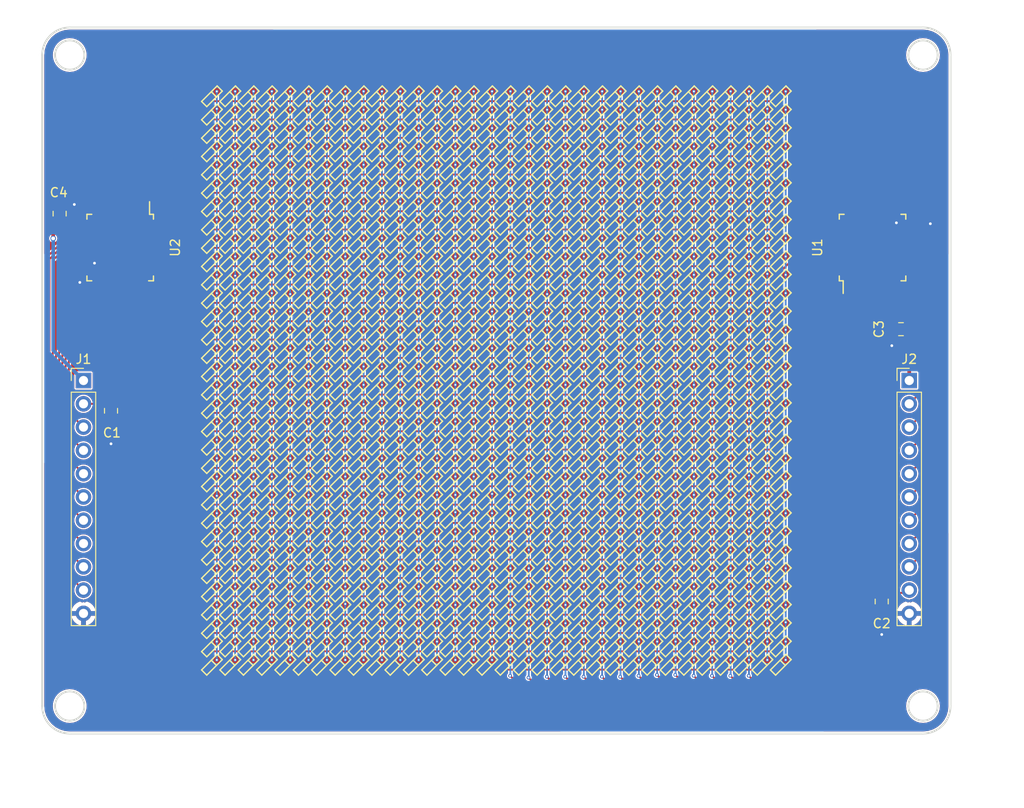
<source format=kicad_pcb>
(kicad_pcb (version 20171130) (host pcbnew "(5.1.2)-2")
  (title_block (title "Sensory Adaptation Robot") (date 2016-03-10) (rev 0.1a) (company "Idle Hands Dev.") (comment 1 "Sean Hodgins"))
  (layers (0 F.Cu signal) (31 B.Cu signal) (34 B.Paste user) (35 F.Paste user) (36 B.SilkS user) (37 F.SilkS user) (38 B.Mask user) (39 F.Mask user) (44 Edge.Cuts user))
  (net 0 "")
  (net 1 GND)
  (net 2 OUTROW)
  (net 3 A4ROW)
  (net 4 A3ROW)
  (net 5 A2ROW)
  (net 6 A1ROW)
  (net 7 A0ROW)
  (net 8 ENROW)
  (net 9 WRROW)
  (net 10 CSROW)
  (net 11 +3V3)
  (net 12 CSCOL)
  (net 13 WRCOL)
  (net 14 ENCOL)
  (net 15 A0COL)
  (net 16 A1COL)
  (net 17 A2COL)
  (net 18 A3COL)
  (net 19 A4COL)
  (net 20 OUTCOL)
  (net 21 COL1)
  (net 22 ROW1)
  (net 23 ROW2)
  (net 24 COL2)
  (net 25 ROW3)
  (net 26 COL3)
  (net 27 ROW4)
  (net 28 ROW5)
  (net 29 COL5)
  (net 30 ROW6)
  (net 31 COL6)
  (net 32 ROW7)
  (net 33 COL7)
  (net 34 ROW8)
  (net 35 COL8)
  (net 36 COL9)
  (net 37 ROW9)
  (net 38 ROW10)
  (net 39 COL10)
  (net 40 COL11)
  (net 41 ROW11)
  (net 42 COL12)
  (net 43 ROW12)
  (net 44 COL13)
  (net 45 ROW13)
  (net 46 ROW14)
  (net 47 COL14)
  (net 48 ROW15)
  (net 49 COL15)
  (net 50 ROW16)
  (net 51 COL16)
  (net 52 COL17)
  (net 53 ROW17)
  (net 54 ROW18)
  (net 55 COL18)
  (net 56 ROW19)
  (net 57 COL19)
  (net 58 ROW20)
  (net 59 ROW21)
  (net 60 COL21)
  (net 61 ROW22)
  (net 62 COL22)
  (net 63 ROW23)
  (net 64 COL23)
  (net 65 ROW24)
  (net 66 COL24)
  (net 67 ROW25)
  (net 68 COL25)
  (net 69 ROW26)
  (net 70 COL26)
  (net 71 ROW27)
  (net 72 COL27)
  (net 73 ROW28)
  (net 74 COL28)
  (net 75 ROW29)
  (net 76 COL29)
  (net 77 ROW30)
  (net 78 COL30)
  (net 79 ROW31)
  (net 80 COL31)
  (net 81 ROW32)
  (net 82 COL32)
  (net 83 COL4)
  (net 84 COL20)
  (module project_footprints:ALS-PT19 (layer F.Cu) (at 177.5 86.5 45)
    (fp_text reference Q800 hide)
    (fp_text value ALS-PT19 hide)
    (pad 1 smd rect (at -0.75 0 45) (size 0.8 0.8) (layers F.Cu F.Paste F.Mask) (net 67 ROW25))
    (pad 2 smd rect (at 0.75 0 45) (size 0.8 0.8) (layers F.Cu F.Paste F.Mask) (net 82 COL32))
  )
  (module project_footprints:ALS-PT19 (layer F.Cu) (at 177.5 76.5 45)
    (fp_text reference Q640 hide)
    (fp_text value ALS-PT19 hide)
    (pad 1 smd rect (at -0.75 0 45) (size 0.8 0.8) (layers F.Cu F.Paste F.Mask) (net 58 ROW20))
    (pad 2 smd rect (at 0.75 0 45) (size 0.8 0.8) (layers F.Cu F.Paste F.Mask) (net 82 COL32))
  )
  (module project_footprints:ALS-PT19 (layer F.Cu) (at 173.5 38.5 45)
    (fp_text reference Q30 hide)
    (fp_text value ALS-PT19 hide)
    (pad 1 smd rect (at -0.75 0 45) (size 0.8 0.8) (layers F.Cu F.Paste F.Mask) (net 22 ROW1))
    (pad 2 smd rect (at 0.75 0 45) (size 0.8 0.8) (layers F.Cu F.Paste F.Mask) (net 78 COL30))
  )
  (module Package_QFP:TQFP-48_7x7mm_P0.5mm (layer F.Cu) (at 105.5 55 270)
    (fp_text reference U2 (at 0 -6 90) (layer F.SilkS))
    (fp_text value ADG732)
    (pad 48 smd rect (at -2.75 -4.35) (size 1.3 0.25) (layers F.Cu F.Paste F.Mask) (net 45 ROW13))
    (pad 47 smd rect (at -2.25 -4.35) (size 1.3 0.25) (layers F.Cu F.Paste F.Mask) (net 46 ROW14))
    (pad 46 smd rect (at -1.75 -4.35) (size 1.3 0.25) (layers F.Cu F.Paste F.Mask) (net 48 ROW15))
    (pad 45 smd rect (at -1.25 -4.35) (size 1.3 0.25) (layers F.Cu F.Paste F.Mask) (net 50 ROW16))
    (pad 44 smd rect (at -0.75 -4.35) (size 1.3 0.25) (layers F.Cu F.Paste F.Mask))
    (pad 43 smd rect (at -0.25 -4.35) (size 1.3 0.25) (layers F.Cu F.Paste F.Mask) (net 2 OUTROW))
    (pad 42 smd rect (at 0.25 -4.35) (size 1.3 0.25) (layers F.Cu F.Paste F.Mask))
    (pad 41 smd rect (at 0.75 -4.35) (size 1.3 0.25) (layers F.Cu F.Paste F.Mask))
    (pad 40 smd rect (at 1.25 -4.35) (size 1.3 0.25) (layers F.Cu F.Paste F.Mask) (net 53 ROW17))
    (pad 39 smd rect (at 1.75 -4.35) (size 1.3 0.25) (layers F.Cu F.Paste F.Mask) (net 54 ROW18))
    (pad 38 smd rect (at 2.25 -4.35) (size 1.3 0.25) (layers F.Cu F.Paste F.Mask) (net 56 ROW19))
    (pad 37 smd rect (at 2.75 -4.35) (size 1.3 0.25) (layers F.Cu F.Paste F.Mask) (net 58 ROW20))
    (pad 36 smd rect (at 4.35 -2.75 270) (size 1.3 0.25) (layers F.Cu F.Paste F.Mask) (net 59 ROW21))
    (pad 35 smd rect (at 4.35 -2.25 270) (size 1.3 0.25) (layers F.Cu F.Paste F.Mask) (net 61 ROW22))
    (pad 34 smd rect (at 4.35 -1.75 270) (size 1.3 0.25) (layers F.Cu F.Paste F.Mask) (net 63 ROW23))
    (pad 33 smd rect (at 4.35 -1.25 270) (size 1.3 0.25) (layers F.Cu F.Paste F.Mask) (net 65 ROW24))
    (pad 32 smd rect (at 4.35 -0.75 270) (size 1.3 0.25) (layers F.Cu F.Paste F.Mask) (net 67 ROW25))
    (pad 31 smd rect (at 4.35 -0.25 270) (size 1.3 0.25) (layers F.Cu F.Paste F.Mask) (net 69 ROW26))
    (pad 30 smd rect (at 4.35 0.25 270) (size 1.3 0.25) (layers F.Cu F.Paste F.Mask) (net 71 ROW27))
    (pad 29 smd rect (at 4.35 0.75 270) (size 1.3 0.25) (layers F.Cu F.Paste F.Mask) (net 73 ROW28))
    (pad 28 smd rect (at 4.35 1.25 270) (size 1.3 0.25) (layers F.Cu F.Paste F.Mask) (net 75 ROW29))
    (pad 27 smd rect (at 4.35 1.75 270) (size 1.3 0.25) (layers F.Cu F.Paste F.Mask) (net 77 ROW30))
    (pad 26 smd rect (at 4.35 2.25 270) (size 1.3 0.25) (layers F.Cu F.Paste F.Mask) (net 79 ROW31))
    (pad 25 smd rect (at 4.35 2.75 270) (size 1.3 0.25) (layers F.Cu F.Paste F.Mask) (net 81 ROW32))
    (pad 24 smd rect (at 2.75 4.35) (size 1.3 0.25) (layers F.Cu F.Paste F.Mask) (net 1 GND))
    (pad 23 smd rect (at 2.25 4.35) (size 1.3 0.25) (layers F.Cu F.Paste F.Mask) (net 1 GND))
    (pad 22 smd rect (at 1.75 4.35) (size 1.3 0.25) (layers F.Cu F.Paste F.Mask) (net 8 ENROW))
    (pad 21 smd rect (at 1.25 4.35) (size 1.3 0.25) (layers F.Cu F.Paste F.Mask) (net 9 WRROW))
    (pad 20 smd rect (at 0.75 4.35) (size 1.3 0.25) (layers F.Cu F.Paste F.Mask) (net 10 CSROW))
    (pad 19 smd rect (at 0.25 4.35) (size 1.3 0.25) (layers F.Cu F.Paste F.Mask) (net 3 A4ROW))
    (pad 18 smd rect (at -0.25 4.35) (size 1.3 0.25) (layers F.Cu F.Paste F.Mask) (net 4 A3ROW))
    (pad 17 smd rect (at -0.75 4.35) (size 1.3 0.25) (layers F.Cu F.Paste F.Mask) (net 5 A2ROW))
    (pad 16 smd rect (at -1.25 4.35) (size 1.3 0.25) (layers F.Cu F.Paste F.Mask) (net 6 A1ROW))
    (pad 15 smd rect (at -1.75 4.35) (size 1.3 0.25) (layers F.Cu F.Paste F.Mask) (net 7 A0ROW))
    (pad 14 smd rect (at -2.25 4.35) (size 1.3 0.25) (layers F.Cu F.Paste F.Mask) (net 11 +3V3))
    (pad 13 smd rect (at -2.75 4.35) (size 1.3 0.25) (layers F.Cu F.Paste F.Mask) (net 11 +3V3))
    (pad 12 smd rect (at -4.35 2.75 270) (size 1.3 0.25) (layers F.Cu F.Paste F.Mask) (net 22 ROW1))
    (pad 11 smd rect (at -4.35 2.25 270) (size 1.3 0.25) (layers F.Cu F.Paste F.Mask) (net 23 ROW2))
    (pad 10 smd rect (at -4.35 1.75 270) (size 1.3 0.25) (layers F.Cu F.Paste F.Mask) (net 25 ROW3))
    (pad 9 smd rect (at -4.35 1.25 270) (size 1.3 0.25) (layers F.Cu F.Paste F.Mask) (net 27 ROW4))
    (pad 8 smd rect (at -4.35 0.75 270) (size 1.3 0.25) (layers F.Cu F.Paste F.Mask) (net 28 ROW5))
    (pad 7 smd rect (at -4.35 0.25 270) (size 1.3 0.25) (layers F.Cu F.Paste F.Mask) (net 30 ROW6))
    (pad 6 smd rect (at -4.35 -0.25 270) (size 1.3 0.25) (layers F.Cu F.Paste F.Mask) (net 32 ROW7))
    (pad 5 smd rect (at -4.35 -0.75 270) (size 1.3 0.25) (layers F.Cu F.Paste F.Mask) (net 34 ROW8))
    (pad 4 smd rect (at -4.35 -1.25 270) (size 1.3 0.25) (layers F.Cu F.Paste F.Mask) (net 37 ROW9))
    (pad 3 smd rect (at -4.35 -1.75 270) (size 1.3 0.25) (layers F.Cu F.Paste F.Mask) (net 38 ROW10))
    (pad 2 smd rect (at -4.35 -2.25 270) (size 1.3 0.25) (layers F.Cu F.Paste F.Mask) (net 41 ROW11))
    (pad 1 smd rect (at -4.35 -2.75 270) (size 1.3 0.25) (layers F.Cu F.Paste F.Mask) (net 43 ROW12))
  )
  (module Package_QFP:TQFP-48_7x7mm_P0.5mm (layer F.Cu) (at 187.5 55 90)
    (fp_text reference U1 (at 0 -6 90) (layer F.SilkS))
    (fp_text value ADG732)
    (pad 48 smd rect (at -2.75 -4.35 180) (size 1.3 0.25) (layers F.Cu F.Paste F.Mask) (net 76 COL29))
    (pad 47 smd rect (at -2.25 -4.35 180) (size 1.3 0.25) (layers F.Cu F.Paste F.Mask) (net 78 COL30))
    (pad 46 smd rect (at -1.75 -4.35 180) (size 1.3 0.25) (layers F.Cu F.Paste F.Mask) (net 80 COL31))
    (pad 45 smd rect (at -1.25 -4.35 180) (size 1.3 0.25) (layers F.Cu F.Paste F.Mask) (net 82 COL32))
    (pad 44 smd rect (at -0.75 -4.35 180) (size 1.3 0.25) (layers F.Cu F.Paste F.Mask))
    (pad 43 smd rect (at -0.25 -4.35 180) (size 1.3 0.25) (layers F.Cu F.Paste F.Mask) (net 20 OUTCOL))
    (pad 42 smd rect (at 0.25 -4.35 180) (size 1.3 0.25) (layers F.Cu F.Paste F.Mask))
    (pad 41 smd rect (at 0.75 -4.35 180) (size 1.3 0.25) (layers F.Cu F.Paste F.Mask))
    (pad 40 smd rect (at 1.25 -4.35 180) (size 1.3 0.25) (layers F.Cu F.Paste F.Mask) (net 51 COL16))
    (pad 39 smd rect (at 1.75 -4.35 180) (size 1.3 0.25) (layers F.Cu F.Paste F.Mask) (net 49 COL15))
    (pad 38 smd rect (at 2.25 -4.35 180) (size 1.3 0.25) (layers F.Cu F.Paste F.Mask) (net 47 COL14))
    (pad 37 smd rect (at 2.75 -4.35 180) (size 1.3 0.25) (layers F.Cu F.Paste F.Mask) (net 44 COL13))
    (pad 36 smd rect (at 4.35 -2.75 90) (size 1.3 0.25) (layers F.Cu F.Paste F.Mask) (net 42 COL12))
    (pad 35 smd rect (at 4.35 -2.25 90) (size 1.3 0.25) (layers F.Cu F.Paste F.Mask) (net 40 COL11))
    (pad 34 smd rect (at 4.35 -1.75 90) (size 1.3 0.25) (layers F.Cu F.Paste F.Mask) (net 39 COL10))
    (pad 33 smd rect (at 4.35 -1.25 90) (size 1.3 0.25) (layers F.Cu F.Paste F.Mask) (net 36 COL9))
    (pad 32 smd rect (at 4.35 -0.75 90) (size 1.3 0.25) (layers F.Cu F.Paste F.Mask) (net 35 COL8))
    (pad 31 smd rect (at 4.35 -0.25 90) (size 1.3 0.25) (layers F.Cu F.Paste F.Mask) (net 33 COL7))
    (pad 30 smd rect (at 4.35 0.25 90) (size 1.3 0.25) (layers F.Cu F.Paste F.Mask) (net 31 COL6))
    (pad 29 smd rect (at 4.35 0.75 90) (size 1.3 0.25) (layers F.Cu F.Paste F.Mask) (net 29 COL5))
    (pad 28 smd rect (at 4.35 1.25 90) (size 1.3 0.25) (layers F.Cu F.Paste F.Mask) (net 83 COL4))
    (pad 27 smd rect (at 4.35 1.75 90) (size 1.3 0.25) (layers F.Cu F.Paste F.Mask) (net 26 COL3))
    (pad 26 smd rect (at 4.35 2.25 90) (size 1.3 0.25) (layers F.Cu F.Paste F.Mask) (net 24 COL2))
    (pad 25 smd rect (at 4.35 2.75 90) (size 1.3 0.25) (layers F.Cu F.Paste F.Mask) (net 21 COL1))
    (pad 24 smd rect (at 2.75 4.35 180) (size 1.3 0.25) (layers F.Cu F.Paste F.Mask) (net 1 GND))
    (pad 23 smd rect (at 2.25 4.35 180) (size 1.3 0.25) (layers F.Cu F.Paste F.Mask) (net 1 GND))
    (pad 22 smd rect (at 1.75 4.35 180) (size 1.3 0.25) (layers F.Cu F.Paste F.Mask) (net 14 ENCOL))
    (pad 21 smd rect (at 1.25 4.35 180) (size 1.3 0.25) (layers F.Cu F.Paste F.Mask) (net 13 WRCOL))
    (pad 20 smd rect (at 0.75 4.35 180) (size 1.3 0.25) (layers F.Cu F.Paste F.Mask) (net 12 CSCOL))
    (pad 19 smd rect (at 0.25 4.35 180) (size 1.3 0.25) (layers F.Cu F.Paste F.Mask) (net 19 A4COL))
    (pad 18 smd rect (at -0.25 4.35 180) (size 1.3 0.25) (layers F.Cu F.Paste F.Mask) (net 18 A3COL))
    (pad 17 smd rect (at -0.75 4.35 180) (size 1.3 0.25) (layers F.Cu F.Paste F.Mask) (net 17 A2COL))
    (pad 16 smd rect (at -1.25 4.35 180) (size 1.3 0.25) (layers F.Cu F.Paste F.Mask) (net 16 A1COL))
    (pad 15 smd rect (at -1.75 4.35 180) (size 1.3 0.25) (layers F.Cu F.Paste F.Mask) (net 15 A0COL))
    (pad 14 smd rect (at -2.25 4.35 180) (size 1.3 0.25) (layers F.Cu F.Paste F.Mask) (net 11 +3V3))
    (pad 13 smd rect (at -2.75 4.35 180) (size 1.3 0.25) (layers F.Cu F.Paste F.Mask) (net 11 +3V3))
    (pad 12 smd rect (at -4.35 2.75 90) (size 1.3 0.25) (layers F.Cu F.Paste F.Mask) (net 52 COL17))
    (pad 11 smd rect (at -4.35 2.25 90) (size 1.3 0.25) (layers F.Cu F.Paste F.Mask) (net 55 COL18))
    (pad 10 smd rect (at -4.35 1.75 90) (size 1.3 0.25) (layers F.Cu F.Paste F.Mask) (net 57 COL19))
    (pad 9 smd rect (at -4.35 1.25 90) (size 1.3 0.25) (layers F.Cu F.Paste F.Mask) (net 84 COL20))
    (pad 8 smd rect (at -4.35 0.75 90) (size 1.3 0.25) (layers F.Cu F.Paste F.Mask) (net 60 COL21))
    (pad 7 smd rect (at -4.35 0.25 90) (size 1.3 0.25) (layers F.Cu F.Paste F.Mask) (net 62 COL22))
    (pad 6 smd rect (at -4.35 -0.25 90) (size 1.3 0.25) (layers F.Cu F.Paste F.Mask) (net 64 COL23))
    (pad 5 smd rect (at -4.35 -0.75 90) (size 1.3 0.25) (layers F.Cu F.Paste F.Mask) (net 66 COL24))
    (pad 4 smd rect (at -4.35 -1.25 90) (size 1.3 0.25) (layers F.Cu F.Paste F.Mask) (net 68 COL25))
    (pad 3 smd rect (at -4.35 -1.75 90) (size 1.3 0.25) (layers F.Cu F.Paste F.Mask) (net 70 COL26))
    (pad 2 smd rect (at -4.35 -2.25 90) (size 1.3 0.25) (layers F.Cu F.Paste F.Mask) (net 72 COL27))
    (pad 1 smd rect (at -4.35 -2.75 90) (size 1.3 0.25) (layers F.Cu F.Paste F.Mask) (net 74 COL28))
  )
  (module project_footprints:ALS-PT19 (layer F.Cu) (at 177.5 100.5 45)
    (fp_text reference Q1024 hide)
    (fp_text value ALS-PT19 hide)
    (pad 1 smd rect (at -0.75 0 45) (size 0.8 0.8) (layers F.Cu F.Paste F.Mask) (net 81 ROW32))
    (pad 2 smd rect (at 0.75 0 45) (size 0.8 0.8) (layers F.Cu F.Paste F.Mask) (net 82 COL32))
  )
  (module project_footprints:ALS-PT19 (layer F.Cu) (at 175.5 100.5 45)
    (fp_text reference Q1023 hide)
    (fp_text value ALS-PT19 hide)
    (pad 1 smd rect (at -0.75 0 45) (size 0.8 0.8) (layers F.Cu F.Paste F.Mask) (net 81 ROW32))
    (pad 2 smd rect (at 0.75 0 45) (size 0.8 0.8) (layers F.Cu F.Paste F.Mask) (net 80 COL31))
  )
  (module project_footprints:ALS-PT19 (layer F.Cu) (at 173.5 100.5 45)
    (fp_text reference Q1022 hide)
    (fp_text value ALS-PT19 hide)
    (pad 1 smd rect (at -0.75 0 45) (size 0.8 0.8) (layers F.Cu F.Paste F.Mask) (net 81 ROW32))
    (pad 2 smd rect (at 0.75 0 45) (size 0.8 0.8) (layers F.Cu F.Paste F.Mask) (net 78 COL30))
  )
  (module project_footprints:ALS-PT19 (layer F.Cu) (at 171.5 100.5 45)
    (fp_text reference Q1021 hide)
    (fp_text value ALS-PT19 hide)
    (pad 1 smd rect (at -0.75 0 45) (size 0.8 0.8) (layers F.Cu F.Paste F.Mask) (net 81 ROW32))
    (pad 2 smd rect (at 0.75 0 45) (size 0.8 0.8) (layers F.Cu F.Paste F.Mask) (net 76 COL29))
  )
  (module project_footprints:ALS-PT19 (layer F.Cu) (at 169.5 100.5 45)
    (fp_text reference Q1020 hide)
    (fp_text value ALS-PT19 hide)
    (pad 1 smd rect (at -0.75 0 45) (size 0.8 0.8) (layers F.Cu F.Paste F.Mask) (net 81 ROW32))
    (pad 2 smd rect (at 0.75 0 45) (size 0.8 0.8) (layers F.Cu F.Paste F.Mask) (net 74 COL28))
  )
  (module project_footprints:ALS-PT19 (layer F.Cu) (at 167.5 100.5 45)
    (fp_text reference Q1019 hide)
    (fp_text value ALS-PT19 hide)
    (pad 1 smd rect (at -0.75 0 45) (size 0.8 0.8) (layers F.Cu F.Paste F.Mask) (net 81 ROW32))
    (pad 2 smd rect (at 0.75 0 45) (size 0.8 0.8) (layers F.Cu F.Paste F.Mask) (net 72 COL27))
  )
  (module project_footprints:ALS-PT19 (layer F.Cu) (at 165.5 100.5 45)
    (fp_text reference Q1018 hide)
    (fp_text value ALS-PT19 hide)
    (pad 1 smd rect (at -0.75 0 45) (size 0.8 0.8) (layers F.Cu F.Paste F.Mask) (net 81 ROW32))
    (pad 2 smd rect (at 0.75 0 45) (size 0.8 0.8) (layers F.Cu F.Paste F.Mask) (net 70 COL26))
  )
  (module project_footprints:ALS-PT19 (layer F.Cu) (at 163.5 100.5 45)
    (fp_text reference Q1017 hide)
    (fp_text value ALS-PT19 hide)
    (pad 1 smd rect (at -0.75 0 45) (size 0.8 0.8) (layers F.Cu F.Paste F.Mask) (net 81 ROW32))
    (pad 2 smd rect (at 0.75 0 45) (size 0.8 0.8) (layers F.Cu F.Paste F.Mask) (net 68 COL25))
  )
  (module project_footprints:ALS-PT19 (layer F.Cu) (at 161.5 100.5 45)
    (fp_text reference Q1016 hide)
    (fp_text value ALS-PT19 hide)
    (pad 1 smd rect (at -0.75 0 45) (size 0.8 0.8) (layers F.Cu F.Paste F.Mask) (net 81 ROW32))
    (pad 2 smd rect (at 0.75 0 45) (size 0.8 0.8) (layers F.Cu F.Paste F.Mask) (net 66 COL24))
  )
  (module project_footprints:ALS-PT19 (layer F.Cu) (at 159.5 100.5 45)
    (fp_text reference Q1015 hide)
    (fp_text value ALS-PT19 hide)
    (pad 1 smd rect (at -0.75 0 45) (size 0.8 0.8) (layers F.Cu F.Paste F.Mask) (net 81 ROW32))
    (pad 2 smd rect (at 0.75 0 45) (size 0.8 0.8) (layers F.Cu F.Paste F.Mask) (net 64 COL23))
  )
  (module project_footprints:ALS-PT19 (layer F.Cu) (at 157.5 100.5 45)
    (fp_text reference Q1014 hide)
    (fp_text value ALS-PT19 hide)
    (pad 1 smd rect (at -0.75 0 45) (size 0.8 0.8) (layers F.Cu F.Paste F.Mask) (net 81 ROW32))
    (pad 2 smd rect (at 0.75 0 45) (size 0.8 0.8) (layers F.Cu F.Paste F.Mask) (net 62 COL22))
  )
  (module project_footprints:ALS-PT19 (layer F.Cu) (at 155.5 100.5 45)
    (fp_text reference Q1013 hide)
    (fp_text value ALS-PT19 hide)
    (pad 1 smd rect (at -0.75 0 45) (size 0.8 0.8) (layers F.Cu F.Paste F.Mask) (net 81 ROW32))
    (pad 2 smd rect (at 0.75 0 45) (size 0.8 0.8) (layers F.Cu F.Paste F.Mask) (net 60 COL21))
  )
  (module project_footprints:ALS-PT19 (layer F.Cu) (at 153.5 100.5 45)
    (fp_text reference Q1012 hide)
    (fp_text value ALS-PT19 hide)
    (pad 1 smd rect (at -0.75 0 45) (size 0.8 0.8) (layers F.Cu F.Paste F.Mask) (net 81 ROW32))
    (pad 2 smd rect (at 0.75 0 45) (size 0.8 0.8) (layers F.Cu F.Paste F.Mask) (net 84 COL20))
  )
  (module project_footprints:ALS-PT19 (layer F.Cu) (at 151.5 100.5 45)
    (fp_text reference Q1011 hide)
    (fp_text value ALS-PT19 hide)
    (pad 1 smd rect (at -0.75 0 45) (size 0.8 0.8) (layers F.Cu F.Paste F.Mask) (net 81 ROW32))
    (pad 2 smd rect (at 0.75 0 45) (size 0.8 0.8) (layers F.Cu F.Paste F.Mask) (net 57 COL19))
  )
  (module project_footprints:ALS-PT19 (layer F.Cu) (at 149.5 100.5 45)
    (fp_text reference Q1010 hide)
    (fp_text value ALS-PT19 hide)
    (pad 1 smd rect (at -0.75 0 45) (size 0.8 0.8) (layers F.Cu F.Paste F.Mask) (net 81 ROW32))
    (pad 2 smd rect (at 0.75 0 45) (size 0.8 0.8) (layers F.Cu F.Paste F.Mask) (net 55 COL18))
  )
  (module project_footprints:ALS-PT19 (layer F.Cu) (at 147.5 100.5 45)
    (fp_text reference Q1009 hide)
    (fp_text value ALS-PT19 hide)
    (pad 1 smd rect (at -0.75 0 45) (size 0.8 0.8) (layers F.Cu F.Paste F.Mask) (net 81 ROW32))
    (pad 2 smd rect (at 0.75 0 45) (size 0.8 0.8) (layers F.Cu F.Paste F.Mask) (net 52 COL17))
  )
  (module project_footprints:ALS-PT19 (layer F.Cu) (at 145.5 100.5 45)
    (fp_text reference Q1008 hide)
    (fp_text value ALS-PT19 hide)
    (pad 1 smd rect (at -0.75 0 45) (size 0.8 0.8) (layers F.Cu F.Paste F.Mask) (net 81 ROW32))
    (pad 2 smd rect (at 0.75 0 45) (size 0.8 0.8) (layers F.Cu F.Paste F.Mask) (net 51 COL16))
  )
  (module project_footprints:ALS-PT19 (layer F.Cu) (at 143.5 100.5 45)
    (fp_text reference Q1007 hide)
    (fp_text value ALS-PT19 hide)
    (pad 1 smd rect (at -0.75 0 45) (size 0.8 0.8) (layers F.Cu F.Paste F.Mask) (net 81 ROW32))
    (pad 2 smd rect (at 0.75 0 45) (size 0.8 0.8) (layers F.Cu F.Paste F.Mask) (net 49 COL15))
  )
  (module project_footprints:ALS-PT19 (layer F.Cu) (at 141.5 100.5 45)
    (fp_text reference Q1006 hide)
    (fp_text value ALS-PT19 hide)
    (pad 1 smd rect (at -0.75 0 45) (size 0.8 0.8) (layers F.Cu F.Paste F.Mask) (net 81 ROW32))
    (pad 2 smd rect (at 0.75 0 45) (size 0.8 0.8) (layers F.Cu F.Paste F.Mask) (net 47 COL14))
  )
  (module project_footprints:ALS-PT19 (layer F.Cu) (at 139.5 100.5 45)
    (fp_text reference Q1005 hide)
    (fp_text value ALS-PT19 hide)
    (pad 1 smd rect (at -0.75 0 45) (size 0.8 0.8) (layers F.Cu F.Paste F.Mask) (net 81 ROW32))
    (pad 2 smd rect (at 0.75 0 45) (size 0.8 0.8) (layers F.Cu F.Paste F.Mask) (net 44 COL13))
  )
  (module project_footprints:ALS-PT19 (layer F.Cu) (at 137.5 100.5 45)
    (fp_text reference Q1004 hide)
    (fp_text value ALS-PT19 hide)
    (pad 1 smd rect (at -0.75 0 45) (size 0.8 0.8) (layers F.Cu F.Paste F.Mask) (net 81 ROW32))
    (pad 2 smd rect (at 0.75 0 45) (size 0.8 0.8) (layers F.Cu F.Paste F.Mask) (net 42 COL12))
  )
  (module project_footprints:ALS-PT19 (layer F.Cu) (at 135.5 100.5 45)
    (fp_text reference Q1003 hide)
    (fp_text value ALS-PT19 hide)
    (pad 1 smd rect (at -0.75 0 45) (size 0.8 0.8) (layers F.Cu F.Paste F.Mask) (net 81 ROW32))
    (pad 2 smd rect (at 0.75 0 45) (size 0.8 0.8) (layers F.Cu F.Paste F.Mask) (net 40 COL11))
  )
  (module project_footprints:ALS-PT19 (layer F.Cu) (at 133.5 100.5 45)
    (fp_text reference Q1002 hide)
    (fp_text value ALS-PT19 hide)
    (pad 1 smd rect (at -0.75 0 45) (size 0.8 0.8) (layers F.Cu F.Paste F.Mask) (net 81 ROW32))
    (pad 2 smd rect (at 0.75 0 45) (size 0.8 0.8) (layers F.Cu F.Paste F.Mask) (net 39 COL10))
  )
  (module project_footprints:ALS-PT19 (layer F.Cu) (at 131.5 100.5 45)
    (fp_text reference Q1001 hide)
    (fp_text value ALS-PT19 hide)
    (pad 1 smd rect (at -0.75 0 45) (size 0.8 0.8) (layers F.Cu F.Paste F.Mask) (net 81 ROW32))
    (pad 2 smd rect (at 0.75 0 45) (size 0.8 0.8) (layers F.Cu F.Paste F.Mask) (net 36 COL9))
  )
  (module project_footprints:ALS-PT19 (layer F.Cu) (at 129.5 100.5 45)
    (fp_text reference Q1000 hide)
    (fp_text value ALS-PT19 hide)
    (pad 1 smd rect (at -0.75 0 45) (size 0.8 0.8) (layers F.Cu F.Paste F.Mask) (net 81 ROW32))
    (pad 2 smd rect (at 0.75 0 45) (size 0.8 0.8) (layers F.Cu F.Paste F.Mask) (net 35 COL8))
  )
  (module project_footprints:ALS-PT19 (layer F.Cu) (at 127.5 100.5 45)
    (fp_text reference Q999 hide)
    (fp_text value ALS-PT19 hide)
    (pad 1 smd rect (at -0.75 0 45) (size 0.8 0.8) (layers F.Cu F.Paste F.Mask) (net 81 ROW32))
    (pad 2 smd rect (at 0.75 0 45) (size 0.8 0.8) (layers F.Cu F.Paste F.Mask) (net 33 COL7))
  )
  (module project_footprints:ALS-PT19 (layer F.Cu) (at 125.5 100.5 45)
    (fp_text reference Q998 hide)
    (fp_text value ALS-PT19 hide)
    (pad 1 smd rect (at -0.75 0 45) (size 0.8 0.8) (layers F.Cu F.Paste F.Mask) (net 81 ROW32))
    (pad 2 smd rect (at 0.75 0 45) (size 0.8 0.8) (layers F.Cu F.Paste F.Mask) (net 31 COL6))
  )
  (module project_footprints:ALS-PT19 (layer F.Cu) (at 123.5 100.5 45)
    (fp_text reference Q997 hide)
    (fp_text value ALS-PT19 hide)
    (pad 1 smd rect (at -0.75 0 45) (size 0.8 0.8) (layers F.Cu F.Paste F.Mask) (net 81 ROW32))
    (pad 2 smd rect (at 0.75 0 45) (size 0.8 0.8) (layers F.Cu F.Paste F.Mask) (net 29 COL5))
  )
  (module project_footprints:ALS-PT19 (layer F.Cu) (at 121.5 100.5 45)
    (fp_text reference Q996 hide)
    (fp_text value ALS-PT19 hide)
    (pad 1 smd rect (at -0.75 0 45) (size 0.8 0.8) (layers F.Cu F.Paste F.Mask) (net 81 ROW32))
    (pad 2 smd rect (at 0.75 0 45) (size 0.8 0.8) (layers F.Cu F.Paste F.Mask) (net 83 COL4))
  )
  (module project_footprints:ALS-PT19 (layer F.Cu) (at 119.5 100.5 45)
    (fp_text reference Q995 hide)
    (fp_text value ALS-PT19 hide)
    (pad 1 smd rect (at -0.75 0 45) (size 0.8 0.8) (layers F.Cu F.Paste F.Mask) (net 81 ROW32))
    (pad 2 smd rect (at 0.75 0 45) (size 0.8 0.8) (layers F.Cu F.Paste F.Mask) (net 26 COL3))
  )
  (module project_footprints:ALS-PT19 (layer F.Cu) (at 117.5 100.5 45)
    (fp_text reference Q994 hide)
    (fp_text value ALS-PT19 hide)
    (pad 1 smd rect (at -0.75 0 45) (size 0.8 0.8) (layers F.Cu F.Paste F.Mask) (net 81 ROW32))
    (pad 2 smd rect (at 0.75 0 45) (size 0.8 0.8) (layers F.Cu F.Paste F.Mask) (net 24 COL2))
  )
  (module project_footprints:ALS-PT19 (layer F.Cu) (at 115.5 100.5 45)
    (fp_text reference Q993 hide)
    (fp_text value ALS-PT19 hide)
    (pad 1 smd rect (at -0.75 0 45) (size 0.8 0.8) (layers F.Cu F.Paste F.Mask) (net 81 ROW32))
    (pad 2 smd rect (at 0.75 0 45) (size 0.8 0.8) (layers F.Cu F.Paste F.Mask) (net 21 COL1))
  )
  (module project_footprints:ALS-PT19 (layer F.Cu) (at 177.5 98.5 45)
    (fp_text reference Q992 hide)
    (fp_text value ALS-PT19 hide)
    (pad 1 smd rect (at -0.75 0 45) (size 0.8 0.8) (layers F.Cu F.Paste F.Mask) (net 79 ROW31))
    (pad 2 smd rect (at 0.75 0 45) (size 0.8 0.8) (layers F.Cu F.Paste F.Mask) (net 82 COL32))
  )
  (module project_footprints:ALS-PT19 (layer F.Cu) (at 175.5 98.5 45)
    (fp_text reference Q991 hide)
    (fp_text value ALS-PT19 hide)
    (pad 1 smd rect (at -0.75 0 45) (size 0.8 0.8) (layers F.Cu F.Paste F.Mask) (net 79 ROW31))
    (pad 2 smd rect (at 0.75 0 45) (size 0.8 0.8) (layers F.Cu F.Paste F.Mask) (net 80 COL31))
  )
  (module project_footprints:ALS-PT19 (layer F.Cu) (at 173.5 98.5 45)
    (fp_text reference Q990 hide)
    (fp_text value ALS-PT19 hide)
    (pad 1 smd rect (at -0.75 0 45) (size 0.8 0.8) (layers F.Cu F.Paste F.Mask) (net 79 ROW31))
    (pad 2 smd rect (at 0.75 0 45) (size 0.8 0.8) (layers F.Cu F.Paste F.Mask) (net 78 COL30))
  )
  (module project_footprints:ALS-PT19 (layer F.Cu) (at 171.5 98.5 45)
    (fp_text reference Q989 hide)
    (fp_text value ALS-PT19 hide)
    (pad 1 smd rect (at -0.75 0 45) (size 0.8 0.8) (layers F.Cu F.Paste F.Mask) (net 79 ROW31))
    (pad 2 smd rect (at 0.75 0 45) (size 0.8 0.8) (layers F.Cu F.Paste F.Mask) (net 76 COL29))
  )
  (module project_footprints:ALS-PT19 (layer F.Cu) (at 169.5 98.5 45)
    (fp_text reference Q988 hide)
    (fp_text value ALS-PT19 hide)
    (pad 1 smd rect (at -0.75 0 45) (size 0.8 0.8) (layers F.Cu F.Paste F.Mask) (net 79 ROW31))
    (pad 2 smd rect (at 0.75 0 45) (size 0.8 0.8) (layers F.Cu F.Paste F.Mask) (net 74 COL28))
  )
  (module project_footprints:ALS-PT19 (layer F.Cu) (at 167.5 98.5 45)
    (fp_text reference Q987 hide)
    (fp_text value ALS-PT19 hide)
    (pad 1 smd rect (at -0.75 0 45) (size 0.8 0.8) (layers F.Cu F.Paste F.Mask) (net 79 ROW31))
    (pad 2 smd rect (at 0.75 0 45) (size 0.8 0.8) (layers F.Cu F.Paste F.Mask) (net 72 COL27))
  )
  (module project_footprints:ALS-PT19 (layer F.Cu) (at 165.5 98.5 45)
    (fp_text reference Q986 hide)
    (fp_text value ALS-PT19 hide)
    (pad 1 smd rect (at -0.75 0 45) (size 0.8 0.8) (layers F.Cu F.Paste F.Mask) (net 79 ROW31))
    (pad 2 smd rect (at 0.75 0 45) (size 0.8 0.8) (layers F.Cu F.Paste F.Mask) (net 70 COL26))
  )
  (module project_footprints:ALS-PT19 (layer F.Cu) (at 163.5 98.5 45)
    (fp_text reference Q985 hide)
    (fp_text value ALS-PT19 hide)
    (pad 1 smd rect (at -0.75 0 45) (size 0.8 0.8) (layers F.Cu F.Paste F.Mask) (net 79 ROW31))
    (pad 2 smd rect (at 0.75 0 45) (size 0.8 0.8) (layers F.Cu F.Paste F.Mask) (net 68 COL25))
  )
  (module project_footprints:ALS-PT19 (layer F.Cu) (at 161.5 98.5 45)
    (fp_text reference Q984 hide)
    (fp_text value ALS-PT19 hide)
    (pad 1 smd rect (at -0.75 0 45) (size 0.8 0.8) (layers F.Cu F.Paste F.Mask) (net 79 ROW31))
    (pad 2 smd rect (at 0.75 0 45) (size 0.8 0.8) (layers F.Cu F.Paste F.Mask) (net 66 COL24))
  )
  (module project_footprints:ALS-PT19 (layer F.Cu) (at 159.5 98.5 45)
    (fp_text reference Q983 hide)
    (fp_text value ALS-PT19 hide)
    (pad 1 smd rect (at -0.75 0 45) (size 0.8 0.8) (layers F.Cu F.Paste F.Mask) (net 79 ROW31))
    (pad 2 smd rect (at 0.75 0 45) (size 0.8 0.8) (layers F.Cu F.Paste F.Mask) (net 64 COL23))
  )
  (module project_footprints:ALS-PT19 (layer F.Cu) (at 157.5 98.5 45)
    (fp_text reference Q982 hide)
    (fp_text value ALS-PT19 hide)
    (pad 1 smd rect (at -0.75 0 45) (size 0.8 0.8) (layers F.Cu F.Paste F.Mask) (net 79 ROW31))
    (pad 2 smd rect (at 0.75 0 45) (size 0.8 0.8) (layers F.Cu F.Paste F.Mask) (net 62 COL22))
  )
  (module project_footprints:ALS-PT19 (layer F.Cu) (at 155.5 98.5 45)
    (fp_text reference Q981 hide)
    (fp_text value ALS-PT19 hide)
    (pad 1 smd rect (at -0.75 0 45) (size 0.8 0.8) (layers F.Cu F.Paste F.Mask) (net 79 ROW31))
    (pad 2 smd rect (at 0.75 0 45) (size 0.8 0.8) (layers F.Cu F.Paste F.Mask) (net 60 COL21))
  )
  (module project_footprints:ALS-PT19 (layer F.Cu) (at 153.5 98.5 45)
    (fp_text reference Q980 hide)
    (fp_text value ALS-PT19 hide)
    (pad 1 smd rect (at -0.75 0 45) (size 0.8 0.8) (layers F.Cu F.Paste F.Mask) (net 79 ROW31))
    (pad 2 smd rect (at 0.75 0 45) (size 0.8 0.8) (layers F.Cu F.Paste F.Mask) (net 84 COL20))
  )
  (module project_footprints:ALS-PT19 (layer F.Cu) (at 151.5 98.5 45)
    (fp_text reference Q979 hide)
    (fp_text value ALS-PT19 hide)
    (pad 1 smd rect (at -0.75 0 45) (size 0.8 0.8) (layers F.Cu F.Paste F.Mask) (net 79 ROW31))
    (pad 2 smd rect (at 0.75 0 45) (size 0.8 0.8) (layers F.Cu F.Paste F.Mask) (net 57 COL19))
  )
  (module project_footprints:ALS-PT19 (layer F.Cu) (at 149.5 98.5 45)
    (fp_text reference Q978 hide)
    (fp_text value ALS-PT19 hide)
    (pad 1 smd rect (at -0.75 0 45) (size 0.8 0.8) (layers F.Cu F.Paste F.Mask) (net 79 ROW31))
    (pad 2 smd rect (at 0.75 0 45) (size 0.8 0.8) (layers F.Cu F.Paste F.Mask) (net 55 COL18))
  )
  (module project_footprints:ALS-PT19 (layer F.Cu) (at 147.5 98.5 45)
    (fp_text reference Q977 hide)
    (fp_text value ALS-PT19 hide)
    (pad 1 smd rect (at -0.75 0 45) (size 0.8 0.8) (layers F.Cu F.Paste F.Mask) (net 79 ROW31))
    (pad 2 smd rect (at 0.75 0 45) (size 0.8 0.8) (layers F.Cu F.Paste F.Mask) (net 52 COL17))
  )
  (module project_footprints:ALS-PT19 (layer F.Cu) (at 145.5 98.5 45)
    (fp_text reference Q976 hide)
    (fp_text value ALS-PT19 hide)
    (pad 1 smd rect (at -0.75 0 45) (size 0.8 0.8) (layers F.Cu F.Paste F.Mask) (net 79 ROW31))
    (pad 2 smd rect (at 0.75 0 45) (size 0.8 0.8) (layers F.Cu F.Paste F.Mask) (net 51 COL16))
  )
  (module project_footprints:ALS-PT19 (layer F.Cu) (at 143.5 98.5 45)
    (fp_text reference Q975 hide)
    (fp_text value ALS-PT19 hide)
    (pad 1 smd rect (at -0.75 0 45) (size 0.8 0.8) (layers F.Cu F.Paste F.Mask) (net 79 ROW31))
    (pad 2 smd rect (at 0.75 0 45) (size 0.8 0.8) (layers F.Cu F.Paste F.Mask) (net 49 COL15))
  )
  (module project_footprints:ALS-PT19 (layer F.Cu) (at 141.5 98.5 45)
    (fp_text reference Q974 hide)
    (fp_text value ALS-PT19 hide)
    (pad 1 smd rect (at -0.75 0 45) (size 0.8 0.8) (layers F.Cu F.Paste F.Mask) (net 79 ROW31))
    (pad 2 smd rect (at 0.75 0 45) (size 0.8 0.8) (layers F.Cu F.Paste F.Mask) (net 47 COL14))
  )
  (module project_footprints:ALS-PT19 (layer F.Cu) (at 139.5 98.5 45)
    (fp_text reference Q973 hide)
    (fp_text value ALS-PT19 hide)
    (pad 1 smd rect (at -0.75 0 45) (size 0.8 0.8) (layers F.Cu F.Paste F.Mask) (net 79 ROW31))
    (pad 2 smd rect (at 0.75 0 45) (size 0.8 0.8) (layers F.Cu F.Paste F.Mask) (net 44 COL13))
  )
  (module project_footprints:ALS-PT19 (layer F.Cu) (at 137.5 98.5 45)
    (fp_text reference Q972 hide)
    (fp_text value ALS-PT19 hide)
    (pad 1 smd rect (at -0.75 0 45) (size 0.8 0.8) (layers F.Cu F.Paste F.Mask) (net 79 ROW31))
    (pad 2 smd rect (at 0.75 0 45) (size 0.8 0.8) (layers F.Cu F.Paste F.Mask) (net 42 COL12))
  )
  (module project_footprints:ALS-PT19 (layer F.Cu) (at 135.5 98.5 45)
    (fp_text reference Q971 hide)
    (fp_text value ALS-PT19 hide)
    (pad 1 smd rect (at -0.75 0 45) (size 0.8 0.8) (layers F.Cu F.Paste F.Mask) (net 79 ROW31))
    (pad 2 smd rect (at 0.75 0 45) (size 0.8 0.8) (layers F.Cu F.Paste F.Mask) (net 40 COL11))
  )
  (module project_footprints:ALS-PT19 (layer F.Cu) (at 133.5 98.5 45)
    (fp_text reference Q970 hide)
    (fp_text value ALS-PT19 hide)
    (pad 1 smd rect (at -0.75 0 45) (size 0.8 0.8) (layers F.Cu F.Paste F.Mask) (net 79 ROW31))
    (pad 2 smd rect (at 0.75 0 45) (size 0.8 0.8) (layers F.Cu F.Paste F.Mask) (net 39 COL10))
  )
  (module project_footprints:ALS-PT19 (layer F.Cu) (at 131.5 98.5 45)
    (fp_text reference Q969 hide)
    (fp_text value ALS-PT19 hide)
    (pad 1 smd rect (at -0.75 0 45) (size 0.8 0.8) (layers F.Cu F.Paste F.Mask) (net 79 ROW31))
    (pad 2 smd rect (at 0.75 0 45) (size 0.8 0.8) (layers F.Cu F.Paste F.Mask) (net 36 COL9))
  )
  (module project_footprints:ALS-PT19 (layer F.Cu) (at 129.5 98.5 45)
    (fp_text reference Q968 hide)
    (fp_text value ALS-PT19 hide)
    (pad 1 smd rect (at -0.75 0 45) (size 0.8 0.8) (layers F.Cu F.Paste F.Mask) (net 79 ROW31))
    (pad 2 smd rect (at 0.75 0 45) (size 0.8 0.8) (layers F.Cu F.Paste F.Mask) (net 35 COL8))
  )
  (module project_footprints:ALS-PT19 (layer F.Cu) (at 127.5 98.5 45)
    (fp_text reference Q967 hide)
    (fp_text value ALS-PT19 hide)
    (pad 1 smd rect (at -0.75 0 45) (size 0.8 0.8) (layers F.Cu F.Paste F.Mask) (net 79 ROW31))
    (pad 2 smd rect (at 0.75 0 45) (size 0.8 0.8) (layers F.Cu F.Paste F.Mask) (net 33 COL7))
  )
  (module project_footprints:ALS-PT19 (layer F.Cu) (at 125.5 98.5 45)
    (fp_text reference Q966 hide)
    (fp_text value ALS-PT19 hide)
    (pad 1 smd rect (at -0.75 0 45) (size 0.8 0.8) (layers F.Cu F.Paste F.Mask) (net 79 ROW31))
    (pad 2 smd rect (at 0.75 0 45) (size 0.8 0.8) (layers F.Cu F.Paste F.Mask) (net 31 COL6))
  )
  (module project_footprints:ALS-PT19 (layer F.Cu) (at 123.5 98.5 45)
    (fp_text reference Q965 hide)
    (fp_text value ALS-PT19 hide)
    (pad 1 smd rect (at -0.75 0 45) (size 0.8 0.8) (layers F.Cu F.Paste F.Mask) (net 79 ROW31))
    (pad 2 smd rect (at 0.75 0 45) (size 0.8 0.8) (layers F.Cu F.Paste F.Mask) (net 29 COL5))
  )
  (module project_footprints:ALS-PT19 (layer F.Cu) (at 121.5 98.5 45)
    (fp_text reference Q964 hide)
    (fp_text value ALS-PT19 hide)
    (pad 1 smd rect (at -0.75 0 45) (size 0.8 0.8) (layers F.Cu F.Paste F.Mask) (net 79 ROW31))
    (pad 2 smd rect (at 0.75 0 45) (size 0.8 0.8) (layers F.Cu F.Paste F.Mask) (net 83 COL4))
  )
  (module project_footprints:ALS-PT19 (layer F.Cu) (at 119.5 98.5 45)
    (fp_text reference Q963 hide)
    (fp_text value ALS-PT19 hide)
    (pad 1 smd rect (at -0.75 0 45) (size 0.8 0.8) (layers F.Cu F.Paste F.Mask) (net 79 ROW31))
    (pad 2 smd rect (at 0.75 0 45) (size 0.8 0.8) (layers F.Cu F.Paste F.Mask) (net 26 COL3))
  )
  (module project_footprints:ALS-PT19 (layer F.Cu) (at 117.5 98.5 45)
    (fp_text reference Q962 hide)
    (fp_text value ALS-PT19 hide)
    (pad 1 smd rect (at -0.75 0 45) (size 0.8 0.8) (layers F.Cu F.Paste F.Mask) (net 79 ROW31))
    (pad 2 smd rect (at 0.75 0 45) (size 0.8 0.8) (layers F.Cu F.Paste F.Mask) (net 24 COL2))
  )
  (module project_footprints:ALS-PT19 (layer F.Cu) (at 115.5 98.5 45)
    (fp_text reference Q961 hide)
    (fp_text value ALS-PT19 hide)
    (pad 1 smd rect (at -0.75 0 45) (size 0.8 0.8) (layers F.Cu F.Paste F.Mask) (net 79 ROW31))
    (pad 2 smd rect (at 0.75 0 45) (size 0.8 0.8) (layers F.Cu F.Paste F.Mask) (net 21 COL1))
  )
  (module project_footprints:ALS-PT19 (layer F.Cu) (at 177.5 96.5 45)
    (fp_text reference Q960 hide)
    (fp_text value ALS-PT19 hide)
    (pad 1 smd rect (at -0.75 0 45) (size 0.8 0.8) (layers F.Cu F.Paste F.Mask) (net 77 ROW30))
    (pad 2 smd rect (at 0.75 0 45) (size 0.8 0.8) (layers F.Cu F.Paste F.Mask) (net 82 COL32))
  )
  (module project_footprints:ALS-PT19 (layer F.Cu) (at 175.5 96.5 45)
    (fp_text reference Q959 hide)
    (fp_text value ALS-PT19 hide)
    (pad 1 smd rect (at -0.75 0 45) (size 0.8 0.8) (layers F.Cu F.Paste F.Mask) (net 77 ROW30))
    (pad 2 smd rect (at 0.75 0 45) (size 0.8 0.8) (layers F.Cu F.Paste F.Mask) (net 80 COL31))
  )
  (module project_footprints:ALS-PT19 (layer F.Cu) (at 173.5 96.5 45)
    (fp_text reference Q958 hide)
    (fp_text value ALS-PT19 hide)
    (pad 1 smd rect (at -0.75 0 45) (size 0.8 0.8) (layers F.Cu F.Paste F.Mask) (net 77 ROW30))
    (pad 2 smd rect (at 0.75 0 45) (size 0.8 0.8) (layers F.Cu F.Paste F.Mask) (net 78 COL30))
  )
  (module project_footprints:ALS-PT19 (layer F.Cu) (at 171.5 96.5 45)
    (fp_text reference Q957 hide)
    (fp_text value ALS-PT19 hide)
    (pad 1 smd rect (at -0.75 0 45) (size 0.8 0.8) (layers F.Cu F.Paste F.Mask) (net 77 ROW30))
    (pad 2 smd rect (at 0.75 0 45) (size 0.8 0.8) (layers F.Cu F.Paste F.Mask) (net 76 COL29))
  )
  (module project_footprints:ALS-PT19 (layer F.Cu) (at 169.5 96.5 45)
    (fp_text reference Q956 hide)
    (fp_text value ALS-PT19 hide)
    (pad 1 smd rect (at -0.75 0 45) (size 0.8 0.8) (layers F.Cu F.Paste F.Mask) (net 77 ROW30))
    (pad 2 smd rect (at 0.75 0 45) (size 0.8 0.8) (layers F.Cu F.Paste F.Mask) (net 74 COL28))
  )
  (module project_footprints:ALS-PT19 (layer F.Cu) (at 167.5 96.5 45)
    (fp_text reference Q955 hide)
    (fp_text value ALS-PT19 hide)
    (pad 1 smd rect (at -0.75 0 45) (size 0.8 0.8) (layers F.Cu F.Paste F.Mask) (net 77 ROW30))
    (pad 2 smd rect (at 0.75 0 45) (size 0.8 0.8) (layers F.Cu F.Paste F.Mask) (net 72 COL27))
  )
  (module project_footprints:ALS-PT19 (layer F.Cu) (at 165.5 96.5 45)
    (fp_text reference Q954 hide)
    (fp_text value ALS-PT19 hide)
    (pad 1 smd rect (at -0.75 0 45) (size 0.8 0.8) (layers F.Cu F.Paste F.Mask) (net 77 ROW30))
    (pad 2 smd rect (at 0.75 0 45) (size 0.8 0.8) (layers F.Cu F.Paste F.Mask) (net 70 COL26))
  )
  (module project_footprints:ALS-PT19 (layer F.Cu) (at 163.5 96.5 45)
    (fp_text reference Q953 hide)
    (fp_text value ALS-PT19 hide)
    (pad 1 smd rect (at -0.75 0 45) (size 0.8 0.8) (layers F.Cu F.Paste F.Mask) (net 77 ROW30))
    (pad 2 smd rect (at 0.75 0 45) (size 0.8 0.8) (layers F.Cu F.Paste F.Mask) (net 68 COL25))
  )
  (module project_footprints:ALS-PT19 (layer F.Cu) (at 161.5 96.5 45)
    (fp_text reference Q952 hide)
    (fp_text value ALS-PT19 hide)
    (pad 1 smd rect (at -0.75 0 45) (size 0.8 0.8) (layers F.Cu F.Paste F.Mask) (net 77 ROW30))
    (pad 2 smd rect (at 0.75 0 45) (size 0.8 0.8) (layers F.Cu F.Paste F.Mask) (net 66 COL24))
  )
  (module project_footprints:ALS-PT19 (layer F.Cu) (at 159.5 96.5 45)
    (fp_text reference Q951 hide)
    (fp_text value ALS-PT19 hide)
    (pad 1 smd rect (at -0.75 0 45) (size 0.8 0.8) (layers F.Cu F.Paste F.Mask) (net 77 ROW30))
    (pad 2 smd rect (at 0.75 0 45) (size 0.8 0.8) (layers F.Cu F.Paste F.Mask) (net 64 COL23))
  )
  (module project_footprints:ALS-PT19 (layer F.Cu) (at 157.5 96.5 45)
    (fp_text reference Q950 hide)
    (fp_text value ALS-PT19 hide)
    (pad 1 smd rect (at -0.75 0 45) (size 0.8 0.8) (layers F.Cu F.Paste F.Mask) (net 77 ROW30))
    (pad 2 smd rect (at 0.75 0 45) (size 0.8 0.8) (layers F.Cu F.Paste F.Mask) (net 62 COL22))
  )
  (module project_footprints:ALS-PT19 (layer F.Cu) (at 155.5 96.5 45)
    (fp_text reference Q949 hide)
    (fp_text value ALS-PT19 hide)
    (pad 1 smd rect (at -0.75 0 45) (size 0.8 0.8) (layers F.Cu F.Paste F.Mask) (net 77 ROW30))
    (pad 2 smd rect (at 0.75 0 45) (size 0.8 0.8) (layers F.Cu F.Paste F.Mask) (net 60 COL21))
  )
  (module project_footprints:ALS-PT19 (layer F.Cu) (at 153.5 96.5 45)
    (fp_text reference Q948 hide)
    (fp_text value ALS-PT19 hide)
    (pad 1 smd rect (at -0.75 0 45) (size 0.8 0.8) (layers F.Cu F.Paste F.Mask) (net 77 ROW30))
    (pad 2 smd rect (at 0.75 0 45) (size 0.8 0.8) (layers F.Cu F.Paste F.Mask) (net 84 COL20))
  )
  (module project_footprints:ALS-PT19 (layer F.Cu) (at 151.5 96.5 45)
    (fp_text reference Q947 hide)
    (fp_text value ALS-PT19 hide)
    (pad 1 smd rect (at -0.75 0 45) (size 0.8 0.8) (layers F.Cu F.Paste F.Mask) (net 77 ROW30))
    (pad 2 smd rect (at 0.75 0 45) (size 0.8 0.8) (layers F.Cu F.Paste F.Mask) (net 57 COL19))
  )
  (module project_footprints:ALS-PT19 (layer F.Cu) (at 149.5 96.5 45)
    (fp_text reference Q946 hide)
    (fp_text value ALS-PT19 hide)
    (pad 1 smd rect (at -0.75 0 45) (size 0.8 0.8) (layers F.Cu F.Paste F.Mask) (net 77 ROW30))
    (pad 2 smd rect (at 0.75 0 45) (size 0.8 0.8) (layers F.Cu F.Paste F.Mask) (net 55 COL18))
  )
  (module project_footprints:ALS-PT19 (layer F.Cu) (at 147.5 96.5 45)
    (fp_text reference Q945 hide)
    (fp_text value ALS-PT19 hide)
    (pad 1 smd rect (at -0.75 0 45) (size 0.8 0.8) (layers F.Cu F.Paste F.Mask) (net 77 ROW30))
    (pad 2 smd rect (at 0.75 0 45) (size 0.8 0.8) (layers F.Cu F.Paste F.Mask) (net 52 COL17))
  )
  (module project_footprints:ALS-PT19 (layer F.Cu) (at 145.5 96.5 45)
    (fp_text reference Q944 hide)
    (fp_text value ALS-PT19 hide)
    (pad 1 smd rect (at -0.75 0 45) (size 0.8 0.8) (layers F.Cu F.Paste F.Mask) (net 77 ROW30))
    (pad 2 smd rect (at 0.75 0 45) (size 0.8 0.8) (layers F.Cu F.Paste F.Mask) (net 51 COL16))
  )
  (module project_footprints:ALS-PT19 (layer F.Cu) (at 143.5 96.5 45)
    (fp_text reference Q943 hide)
    (fp_text value ALS-PT19 hide)
    (pad 1 smd rect (at -0.75 0 45) (size 0.8 0.8) (layers F.Cu F.Paste F.Mask) (net 77 ROW30))
    (pad 2 smd rect (at 0.75 0 45) (size 0.8 0.8) (layers F.Cu F.Paste F.Mask) (net 49 COL15))
  )
  (module project_footprints:ALS-PT19 (layer F.Cu) (at 141.5 96.5 45)
    (fp_text reference Q942 hide)
    (fp_text value ALS-PT19 hide)
    (pad 1 smd rect (at -0.75 0 45) (size 0.8 0.8) (layers F.Cu F.Paste F.Mask) (net 77 ROW30))
    (pad 2 smd rect (at 0.75 0 45) (size 0.8 0.8) (layers F.Cu F.Paste F.Mask) (net 47 COL14))
  )
  (module project_footprints:ALS-PT19 (layer F.Cu) (at 139.5 96.5 45)
    (fp_text reference Q941 hide)
    (fp_text value ALS-PT19 hide)
    (pad 1 smd rect (at -0.75 0 45) (size 0.8 0.8) (layers F.Cu F.Paste F.Mask) (net 77 ROW30))
    (pad 2 smd rect (at 0.75 0 45) (size 0.8 0.8) (layers F.Cu F.Paste F.Mask) (net 44 COL13))
  )
  (module project_footprints:ALS-PT19 (layer F.Cu) (at 137.5 96.5 45)
    (fp_text reference Q940 hide)
    (fp_text value ALS-PT19 hide)
    (pad 1 smd rect (at -0.75 0 45) (size 0.8 0.8) (layers F.Cu F.Paste F.Mask) (net 77 ROW30))
    (pad 2 smd rect (at 0.75 0 45) (size 0.8 0.8) (layers F.Cu F.Paste F.Mask) (net 42 COL12))
  )
  (module project_footprints:ALS-PT19 (layer F.Cu) (at 135.5 96.5 45)
    (fp_text reference Q939 hide)
    (fp_text value ALS-PT19 hide)
    (pad 1 smd rect (at -0.75 0 45) (size 0.8 0.8) (layers F.Cu F.Paste F.Mask) (net 77 ROW30))
    (pad 2 smd rect (at 0.75 0 45) (size 0.8 0.8) (layers F.Cu F.Paste F.Mask) (net 40 COL11))
  )
  (module project_footprints:ALS-PT19 (layer F.Cu) (at 133.5 96.5 45)
    (fp_text reference Q938 hide)
    (fp_text value ALS-PT19 hide)
    (pad 1 smd rect (at -0.75 0 45) (size 0.8 0.8) (layers F.Cu F.Paste F.Mask) (net 77 ROW30))
    (pad 2 smd rect (at 0.75 0 45) (size 0.8 0.8) (layers F.Cu F.Paste F.Mask) (net 39 COL10))
  )
  (module project_footprints:ALS-PT19 (layer F.Cu) (at 131.5 96.5 45)
    (fp_text reference Q937 hide)
    (fp_text value ALS-PT19 hide)
    (pad 1 smd rect (at -0.75 0 45) (size 0.8 0.8) (layers F.Cu F.Paste F.Mask) (net 77 ROW30))
    (pad 2 smd rect (at 0.75 0 45) (size 0.8 0.8) (layers F.Cu F.Paste F.Mask) (net 36 COL9))
  )
  (module project_footprints:ALS-PT19 (layer F.Cu) (at 129.5 96.5 45)
    (fp_text reference Q936 hide)
    (fp_text value ALS-PT19 hide)
    (pad 1 smd rect (at -0.75 0 45) (size 0.8 0.8) (layers F.Cu F.Paste F.Mask) (net 77 ROW30))
    (pad 2 smd rect (at 0.75 0 45) (size 0.8 0.8) (layers F.Cu F.Paste F.Mask) (net 35 COL8))
  )
  (module project_footprints:ALS-PT19 (layer F.Cu) (at 127.5 96.5 45)
    (fp_text reference Q935 hide)
    (fp_text value ALS-PT19 hide)
    (pad 1 smd rect (at -0.75 0 45) (size 0.8 0.8) (layers F.Cu F.Paste F.Mask) (net 77 ROW30))
    (pad 2 smd rect (at 0.75 0 45) (size 0.8 0.8) (layers F.Cu F.Paste F.Mask) (net 33 COL7))
  )
  (module project_footprints:ALS-PT19 (layer F.Cu) (at 125.5 96.5 45)
    (fp_text reference Q934 hide)
    (fp_text value ALS-PT19 hide)
    (pad 1 smd rect (at -0.75 0 45) (size 0.8 0.8) (layers F.Cu F.Paste F.Mask) (net 77 ROW30))
    (pad 2 smd rect (at 0.75 0 45) (size 0.8 0.8) (layers F.Cu F.Paste F.Mask) (net 31 COL6))
  )
  (module project_footprints:ALS-PT19 (layer F.Cu) (at 123.5 96.5 45)
    (fp_text reference Q933 hide)
    (fp_text value ALS-PT19 hide)
    (pad 1 smd rect (at -0.75 0 45) (size 0.8 0.8) (layers F.Cu F.Paste F.Mask) (net 77 ROW30))
    (pad 2 smd rect (at 0.75 0 45) (size 0.8 0.8) (layers F.Cu F.Paste F.Mask) (net 29 COL5))
  )
  (module project_footprints:ALS-PT19 (layer F.Cu) (at 121.5 96.5 45)
    (fp_text reference Q932 hide)
    (fp_text value ALS-PT19 hide)
    (pad 1 smd rect (at -0.75 0 45) (size 0.8 0.8) (layers F.Cu F.Paste F.Mask) (net 77 ROW30))
    (pad 2 smd rect (at 0.75 0 45) (size 0.8 0.8) (layers F.Cu F.Paste F.Mask) (net 83 COL4))
  )
  (module project_footprints:ALS-PT19 (layer F.Cu) (at 119.5 96.5 45)
    (fp_text reference Q931 hide)
    (fp_text value ALS-PT19 hide)
    (pad 1 smd rect (at -0.75 0 45) (size 0.8 0.8) (layers F.Cu F.Paste F.Mask) (net 77 ROW30))
    (pad 2 smd rect (at 0.75 0 45) (size 0.8 0.8) (layers F.Cu F.Paste F.Mask) (net 26 COL3))
  )
  (module project_footprints:ALS-PT19 (layer F.Cu) (at 117.5 96.5 45)
    (fp_text reference Q930 hide)
    (fp_text value ALS-PT19 hide)
    (pad 1 smd rect (at -0.75 0 45) (size 0.8 0.8) (layers F.Cu F.Paste F.Mask) (net 77 ROW30))
    (pad 2 smd rect (at 0.75 0 45) (size 0.8 0.8) (layers F.Cu F.Paste F.Mask) (net 24 COL2))
  )
  (module project_footprints:ALS-PT19 (layer F.Cu) (at 115.5 96.5 45)
    (fp_text reference Q929 hide)
    (fp_text value ALS-PT19 hide)
    (pad 1 smd rect (at -0.75 0 45) (size 0.8 0.8) (layers F.Cu F.Paste F.Mask) (net 77 ROW30))
    (pad 2 smd rect (at 0.75 0 45) (size 0.8 0.8) (layers F.Cu F.Paste F.Mask) (net 21 COL1))
  )
  (module project_footprints:ALS-PT19 (layer F.Cu) (at 177.5 94.5 45)
    (fp_text reference Q928 hide)
    (fp_text value ALS-PT19 hide)
    (pad 1 smd rect (at -0.75 0 45) (size 0.8 0.8) (layers F.Cu F.Paste F.Mask) (net 75 ROW29))
    (pad 2 smd rect (at 0.75 0 45) (size 0.8 0.8) (layers F.Cu F.Paste F.Mask) (net 82 COL32))
  )
  (module project_footprints:ALS-PT19 (layer F.Cu) (at 175.5 94.5 45)
    (fp_text reference Q927 hide)
    (fp_text value ALS-PT19 hide)
    (pad 1 smd rect (at -0.75 0 45) (size 0.8 0.8) (layers F.Cu F.Paste F.Mask) (net 75 ROW29))
    (pad 2 smd rect (at 0.75 0 45) (size 0.8 0.8) (layers F.Cu F.Paste F.Mask) (net 80 COL31))
  )
  (module project_footprints:ALS-PT19 (layer F.Cu) (at 173.5 94.5 45)
    (fp_text reference Q926 hide)
    (fp_text value ALS-PT19 hide)
    (pad 1 smd rect (at -0.75 0 45) (size 0.8 0.8) (layers F.Cu F.Paste F.Mask) (net 75 ROW29))
    (pad 2 smd rect (at 0.75 0 45) (size 0.8 0.8) (layers F.Cu F.Paste F.Mask) (net 78 COL30))
  )
  (module project_footprints:ALS-PT19 (layer F.Cu) (at 171.5 94.5 45)
    (fp_text reference Q925 hide)
    (fp_text value ALS-PT19 hide)
    (pad 1 smd rect (at -0.75 0 45) (size 0.8 0.8) (layers F.Cu F.Paste F.Mask) (net 75 ROW29))
    (pad 2 smd rect (at 0.75 0 45) (size 0.8 0.8) (layers F.Cu F.Paste F.Mask) (net 76 COL29))
  )
  (module project_footprints:ALS-PT19 (layer F.Cu) (at 169.5 94.5 45)
    (fp_text reference Q924 hide)
    (fp_text value ALS-PT19 hide)
    (pad 1 smd rect (at -0.75 0 45) (size 0.8 0.8) (layers F.Cu F.Paste F.Mask) (net 75 ROW29))
    (pad 2 smd rect (at 0.75 0 45) (size 0.8 0.8) (layers F.Cu F.Paste F.Mask) (net 74 COL28))
  )
  (module project_footprints:ALS-PT19 (layer F.Cu) (at 167.5 94.5 45)
    (fp_text reference Q923 hide)
    (fp_text value ALS-PT19 hide)
    (pad 1 smd rect (at -0.75 0 45) (size 0.8 0.8) (layers F.Cu F.Paste F.Mask) (net 75 ROW29))
    (pad 2 smd rect (at 0.75 0 45) (size 0.8 0.8) (layers F.Cu F.Paste F.Mask) (net 72 COL27))
  )
  (module project_footprints:ALS-PT19 (layer F.Cu) (at 165.5 94.5 45)
    (fp_text reference Q922 hide)
    (fp_text value ALS-PT19 hide)
    (pad 1 smd rect (at -0.75 0 45) (size 0.8 0.8) (layers F.Cu F.Paste F.Mask) (net 75 ROW29))
    (pad 2 smd rect (at 0.75 0 45) (size 0.8 0.8) (layers F.Cu F.Paste F.Mask) (net 70 COL26))
  )
  (module project_footprints:ALS-PT19 (layer F.Cu) (at 163.5 94.5 45)
    (fp_text reference Q921 hide)
    (fp_text value ALS-PT19 hide)
    (pad 1 smd rect (at -0.75 0 45) (size 0.8 0.8) (layers F.Cu F.Paste F.Mask) (net 75 ROW29))
    (pad 2 smd rect (at 0.75 0 45) (size 0.8 0.8) (layers F.Cu F.Paste F.Mask) (net 68 COL25))
  )
  (module project_footprints:ALS-PT19 (layer F.Cu) (at 161.5 94.5 45)
    (fp_text reference Q920 hide)
    (fp_text value ALS-PT19 hide)
    (pad 1 smd rect (at -0.75 0 45) (size 0.8 0.8) (layers F.Cu F.Paste F.Mask) (net 75 ROW29))
    (pad 2 smd rect (at 0.75 0 45) (size 0.8 0.8) (layers F.Cu F.Paste F.Mask) (net 66 COL24))
  )
  (module project_footprints:ALS-PT19 (layer F.Cu) (at 159.5 94.5 45)
    (fp_text reference Q919 hide)
    (fp_text value ALS-PT19 hide)
    (pad 1 smd rect (at -0.75 0 45) (size 0.8 0.8) (layers F.Cu F.Paste F.Mask) (net 75 ROW29))
    (pad 2 smd rect (at 0.75 0 45) (size 0.8 0.8) (layers F.Cu F.Paste F.Mask) (net 64 COL23))
  )
  (module project_footprints:ALS-PT19 (layer F.Cu) (at 157.5 94.5 45)
    (fp_text reference Q918 hide)
    (fp_text value ALS-PT19 hide)
    (pad 1 smd rect (at -0.75 0 45) (size 0.8 0.8) (layers F.Cu F.Paste F.Mask) (net 75 ROW29))
    (pad 2 smd rect (at 0.75 0 45) (size 0.8 0.8) (layers F.Cu F.Paste F.Mask) (net 62 COL22))
  )
  (module project_footprints:ALS-PT19 (layer F.Cu) (at 155.5 94.5 45)
    (fp_text reference Q917 hide)
    (fp_text value ALS-PT19 hide)
    (pad 1 smd rect (at -0.75 0 45) (size 0.8 0.8) (layers F.Cu F.Paste F.Mask) (net 75 ROW29))
    (pad 2 smd rect (at 0.75 0 45) (size 0.8 0.8) (layers F.Cu F.Paste F.Mask) (net 60 COL21))
  )
  (module project_footprints:ALS-PT19 (layer F.Cu) (at 153.5 94.5 45)
    (fp_text reference Q916 hide)
    (fp_text value ALS-PT19 hide)
    (pad 1 smd rect (at -0.75 0 45) (size 0.8 0.8) (layers F.Cu F.Paste F.Mask) (net 75 ROW29))
    (pad 2 smd rect (at 0.75 0 45) (size 0.8 0.8) (layers F.Cu F.Paste F.Mask) (net 84 COL20))
  )
  (module project_footprints:ALS-PT19 (layer F.Cu) (at 151.5 94.5 45)
    (fp_text reference Q915 hide)
    (fp_text value ALS-PT19 hide)
    (pad 1 smd rect (at -0.75 0 45) (size 0.8 0.8) (layers F.Cu F.Paste F.Mask) (net 75 ROW29))
    (pad 2 smd rect (at 0.75 0 45) (size 0.8 0.8) (layers F.Cu F.Paste F.Mask) (net 57 COL19))
  )
  (module project_footprints:ALS-PT19 (layer F.Cu) (at 149.5 94.5 45)
    (fp_text reference Q914 hide)
    (fp_text value ALS-PT19 hide)
    (pad 1 smd rect (at -0.75 0 45) (size 0.8 0.8) (layers F.Cu F.Paste F.Mask) (net 75 ROW29))
    (pad 2 smd rect (at 0.75 0 45) (size 0.8 0.8) (layers F.Cu F.Paste F.Mask) (net 55 COL18))
  )
  (module project_footprints:ALS-PT19 (layer F.Cu) (at 147.5 94.5 45)
    (fp_text reference Q913 hide)
    (fp_text value ALS-PT19 hide)
    (pad 1 smd rect (at -0.75 0 45) (size 0.8 0.8) (layers F.Cu F.Paste F.Mask) (net 75 ROW29))
    (pad 2 smd rect (at 0.75 0 45) (size 0.8 0.8) (layers F.Cu F.Paste F.Mask) (net 52 COL17))
  )
  (module project_footprints:ALS-PT19 (layer F.Cu) (at 145.5 94.5 45)
    (fp_text reference Q912 hide)
    (fp_text value ALS-PT19 hide)
    (pad 1 smd rect (at -0.75 0 45) (size 0.8 0.8) (layers F.Cu F.Paste F.Mask) (net 75 ROW29))
    (pad 2 smd rect (at 0.75 0 45) (size 0.8 0.8) (layers F.Cu F.Paste F.Mask) (net 51 COL16))
  )
  (module project_footprints:ALS-PT19 (layer F.Cu) (at 143.5 94.5 45)
    (fp_text reference Q911 hide)
    (fp_text value ALS-PT19 hide)
    (pad 1 smd rect (at -0.75 0 45) (size 0.8 0.8) (layers F.Cu F.Paste F.Mask) (net 75 ROW29))
    (pad 2 smd rect (at 0.75 0 45) (size 0.8 0.8) (layers F.Cu F.Paste F.Mask) (net 49 COL15))
  )
  (module project_footprints:ALS-PT19 (layer F.Cu) (at 141.5 94.5 45)
    (fp_text reference Q910 hide)
    (fp_text value ALS-PT19 hide)
    (pad 1 smd rect (at -0.75 0 45) (size 0.8 0.8) (layers F.Cu F.Paste F.Mask) (net 75 ROW29))
    (pad 2 smd rect (at 0.75 0 45) (size 0.8 0.8) (layers F.Cu F.Paste F.Mask) (net 47 COL14))
  )
  (module project_footprints:ALS-PT19 (layer F.Cu) (at 139.5 94.5 45)
    (fp_text reference Q909 hide)
    (fp_text value ALS-PT19 hide)
    (pad 1 smd rect (at -0.75 0 45) (size 0.8 0.8) (layers F.Cu F.Paste F.Mask) (net 75 ROW29))
    (pad 2 smd rect (at 0.75 0 45) (size 0.8 0.8) (layers F.Cu F.Paste F.Mask) (net 44 COL13))
  )
  (module project_footprints:ALS-PT19 (layer F.Cu) (at 137.5 94.5 45)
    (fp_text reference Q908 hide)
    (fp_text value ALS-PT19 hide)
    (pad 1 smd rect (at -0.75 0 45) (size 0.8 0.8) (layers F.Cu F.Paste F.Mask) (net 75 ROW29))
    (pad 2 smd rect (at 0.75 0 45) (size 0.8 0.8) (layers F.Cu F.Paste F.Mask) (net 42 COL12))
  )
  (module project_footprints:ALS-PT19 (layer F.Cu) (at 135.5 94.5 45)
    (fp_text reference Q907 hide)
    (fp_text value ALS-PT19 hide)
    (pad 1 smd rect (at -0.75 0 45) (size 0.8 0.8) (layers F.Cu F.Paste F.Mask) (net 75 ROW29))
    (pad 2 smd rect (at 0.75 0 45) (size 0.8 0.8) (layers F.Cu F.Paste F.Mask) (net 40 COL11))
  )
  (module project_footprints:ALS-PT19 (layer F.Cu) (at 133.5 94.5 45)
    (fp_text reference Q906 hide)
    (fp_text value ALS-PT19 hide)
    (pad 1 smd rect (at -0.75 0 45) (size 0.8 0.8) (layers F.Cu F.Paste F.Mask) (net 75 ROW29))
    (pad 2 smd rect (at 0.75 0 45) (size 0.8 0.8) (layers F.Cu F.Paste F.Mask) (net 39 COL10))
  )
  (module project_footprints:ALS-PT19 (layer F.Cu) (at 131.5 94.5 45)
    (fp_text reference Q905 hide)
    (fp_text value ALS-PT19 hide)
    (pad 1 smd rect (at -0.75 0 45) (size 0.8 0.8) (layers F.Cu F.Paste F.Mask) (net 75 ROW29))
    (pad 2 smd rect (at 0.75 0 45) (size 0.8 0.8) (layers F.Cu F.Paste F.Mask) (net 36 COL9))
  )
  (module project_footprints:ALS-PT19 (layer F.Cu) (at 129.5 94.5 45)
    (fp_text reference Q904 hide)
    (fp_text value ALS-PT19 hide)
    (pad 1 smd rect (at -0.75 0 45) (size 0.8 0.8) (layers F.Cu F.Paste F.Mask) (net 75 ROW29))
    (pad 2 smd rect (at 0.75 0 45) (size 0.8 0.8) (layers F.Cu F.Paste F.Mask) (net 35 COL8))
  )
  (module project_footprints:ALS-PT19 (layer F.Cu) (at 127.5 94.5 45)
    (fp_text reference Q903 hide)
    (fp_text value ALS-PT19 hide)
    (pad 1 smd rect (at -0.75 0 45) (size 0.8 0.8) (layers F.Cu F.Paste F.Mask) (net 75 ROW29))
    (pad 2 smd rect (at 0.75 0 45) (size 0.8 0.8) (layers F.Cu F.Paste F.Mask) (net 33 COL7))
  )
  (module project_footprints:ALS-PT19 (layer F.Cu) (at 125.5 94.5 45)
    (fp_text reference Q902 hide)
    (fp_text value ALS-PT19 hide)
    (pad 1 smd rect (at -0.75 0 45) (size 0.8 0.8) (layers F.Cu F.Paste F.Mask) (net 75 ROW29))
    (pad 2 smd rect (at 0.75 0 45) (size 0.8 0.8) (layers F.Cu F.Paste F.Mask) (net 31 COL6))
  )
  (module project_footprints:ALS-PT19 (layer F.Cu) (at 123.5 94.5 45)
    (fp_text reference Q901 hide)
    (fp_text value ALS-PT19 hide)
    (pad 1 smd rect (at -0.75 0 45) (size 0.8 0.8) (layers F.Cu F.Paste F.Mask) (net 75 ROW29))
    (pad 2 smd rect (at 0.75 0 45) (size 0.8 0.8) (layers F.Cu F.Paste F.Mask) (net 29 COL5))
  )
  (module project_footprints:ALS-PT19 (layer F.Cu) (at 121.5 94.5 45)
    (fp_text reference Q900 hide)
    (fp_text value ALS-PT19 hide)
    (pad 1 smd rect (at -0.75 0 45) (size 0.8 0.8) (layers F.Cu F.Paste F.Mask) (net 75 ROW29))
    (pad 2 smd rect (at 0.75 0 45) (size 0.8 0.8) (layers F.Cu F.Paste F.Mask) (net 83 COL4))
  )
  (module project_footprints:ALS-PT19 (layer F.Cu) (at 119.5 94.5 45)
    (fp_text reference Q899 hide)
    (fp_text value ALS-PT19 hide)
    (pad 1 smd rect (at -0.75 0 45) (size 0.8 0.8) (layers F.Cu F.Paste F.Mask) (net 75 ROW29))
    (pad 2 smd rect (at 0.75 0 45) (size 0.8 0.8) (layers F.Cu F.Paste F.Mask) (net 26 COL3))
  )
  (module project_footprints:ALS-PT19 (layer F.Cu) (at 117.5 94.5 45)
    (fp_text reference Q898 hide)
    (fp_text value ALS-PT19 hide)
    (pad 1 smd rect (at -0.75 0 45) (size 0.8 0.8) (layers F.Cu F.Paste F.Mask) (net 75 ROW29))
    (pad 2 smd rect (at 0.75 0 45) (size 0.8 0.8) (layers F.Cu F.Paste F.Mask) (net 24 COL2))
  )
  (module project_footprints:ALS-PT19 (layer F.Cu) (at 115.5 94.5 45)
    (fp_text reference Q897 hide)
    (fp_text value ALS-PT19 hide)
    (pad 1 smd rect (at -0.75 0 45) (size 0.8 0.8) (layers F.Cu F.Paste F.Mask) (net 75 ROW29))
    (pad 2 smd rect (at 0.75 0 45) (size 0.8 0.8) (layers F.Cu F.Paste F.Mask) (net 21 COL1))
  )
  (module project_footprints:ALS-PT19 (layer F.Cu) (at 177.5 92.5 45)
    (fp_text reference Q896 hide)
    (fp_text value ALS-PT19 hide)
    (pad 1 smd rect (at -0.75 0 45) (size 0.8 0.8) (layers F.Cu F.Paste F.Mask) (net 73 ROW28))
    (pad 2 smd rect (at 0.75 0 45) (size 0.8 0.8) (layers F.Cu F.Paste F.Mask) (net 82 COL32))
  )
  (module project_footprints:ALS-PT19 (layer F.Cu) (at 175.5 92.5 45)
    (fp_text reference Q895 hide)
    (fp_text value ALS-PT19 hide)
    (pad 1 smd rect (at -0.75 0 45) (size 0.8 0.8) (layers F.Cu F.Paste F.Mask) (net 73 ROW28))
    (pad 2 smd rect (at 0.75 0 45) (size 0.8 0.8) (layers F.Cu F.Paste F.Mask) (net 80 COL31))
  )
  (module project_footprints:ALS-PT19 (layer F.Cu) (at 173.5 92.5 45)
    (fp_text reference Q894 hide)
    (fp_text value ALS-PT19 hide)
    (pad 1 smd rect (at -0.75 0 45) (size 0.8 0.8) (layers F.Cu F.Paste F.Mask) (net 73 ROW28))
    (pad 2 smd rect (at 0.75 0 45) (size 0.8 0.8) (layers F.Cu F.Paste F.Mask) (net 78 COL30))
  )
  (module project_footprints:ALS-PT19 (layer F.Cu) (at 171.5 92.5 45)
    (fp_text reference Q893 hide)
    (fp_text value ALS-PT19 hide)
    (pad 1 smd rect (at -0.75 0 45) (size 0.8 0.8) (layers F.Cu F.Paste F.Mask) (net 73 ROW28))
    (pad 2 smd rect (at 0.75 0 45) (size 0.8 0.8) (layers F.Cu F.Paste F.Mask) (net 76 COL29))
  )
  (module project_footprints:ALS-PT19 (layer F.Cu) (at 169.5 92.5 45)
    (fp_text reference Q892 hide)
    (fp_text value ALS-PT19 hide)
    (pad 1 smd rect (at -0.75 0 45) (size 0.8 0.8) (layers F.Cu F.Paste F.Mask) (net 73 ROW28))
    (pad 2 smd rect (at 0.75 0 45) (size 0.8 0.8) (layers F.Cu F.Paste F.Mask) (net 74 COL28))
  )
  (module project_footprints:ALS-PT19 (layer F.Cu) (at 167.5 92.5 45)
    (fp_text reference Q891 hide)
    (fp_text value ALS-PT19 hide)
    (pad 1 smd rect (at -0.75 0 45) (size 0.8 0.8) (layers F.Cu F.Paste F.Mask) (net 73 ROW28))
    (pad 2 smd rect (at 0.75 0 45) (size 0.8 0.8) (layers F.Cu F.Paste F.Mask) (net 72 COL27))
  )
  (module project_footprints:ALS-PT19 (layer F.Cu) (at 165.5 92.5 45)
    (fp_text reference Q890 hide)
    (fp_text value ALS-PT19 hide)
    (pad 1 smd rect (at -0.75 0 45) (size 0.8 0.8) (layers F.Cu F.Paste F.Mask) (net 73 ROW28))
    (pad 2 smd rect (at 0.75 0 45) (size 0.8 0.8) (layers F.Cu F.Paste F.Mask) (net 70 COL26))
  )
  (module project_footprints:ALS-PT19 (layer F.Cu) (at 163.5 92.5 45)
    (fp_text reference Q889 hide)
    (fp_text value ALS-PT19 hide)
    (pad 1 smd rect (at -0.75 0 45) (size 0.8 0.8) (layers F.Cu F.Paste F.Mask) (net 73 ROW28))
    (pad 2 smd rect (at 0.75 0 45) (size 0.8 0.8) (layers F.Cu F.Paste F.Mask) (net 68 COL25))
  )
  (module project_footprints:ALS-PT19 (layer F.Cu) (at 161.5 92.5 45)
    (fp_text reference Q888 hide)
    (fp_text value ALS-PT19 hide)
    (pad 1 smd rect (at -0.75 0 45) (size 0.8 0.8) (layers F.Cu F.Paste F.Mask) (net 73 ROW28))
    (pad 2 smd rect (at 0.75 0 45) (size 0.8 0.8) (layers F.Cu F.Paste F.Mask) (net 66 COL24))
  )
  (module project_footprints:ALS-PT19 (layer F.Cu) (at 159.5 92.5 45)
    (fp_text reference Q887 hide)
    (fp_text value ALS-PT19 hide)
    (pad 1 smd rect (at -0.75 0 45) (size 0.8 0.8) (layers F.Cu F.Paste F.Mask) (net 73 ROW28))
    (pad 2 smd rect (at 0.75 0 45) (size 0.8 0.8) (layers F.Cu F.Paste F.Mask) (net 64 COL23))
  )
  (module project_footprints:ALS-PT19 (layer F.Cu) (at 157.5 92.5 45)
    (fp_text reference Q886 hide)
    (fp_text value ALS-PT19 hide)
    (pad 1 smd rect (at -0.75 0 45) (size 0.8 0.8) (layers F.Cu F.Paste F.Mask) (net 73 ROW28))
    (pad 2 smd rect (at 0.75 0 45) (size 0.8 0.8) (layers F.Cu F.Paste F.Mask) (net 62 COL22))
  )
  (module project_footprints:ALS-PT19 (layer F.Cu) (at 155.5 92.5 45)
    (fp_text reference Q885 hide)
    (fp_text value ALS-PT19 hide)
    (pad 1 smd rect (at -0.75 0 45) (size 0.8 0.8) (layers F.Cu F.Paste F.Mask) (net 73 ROW28))
    (pad 2 smd rect (at 0.75 0 45) (size 0.8 0.8) (layers F.Cu F.Paste F.Mask) (net 60 COL21))
  )
  (module project_footprints:ALS-PT19 (layer F.Cu) (at 153.5 92.5 45)
    (fp_text reference Q884 hide)
    (fp_text value ALS-PT19 hide)
    (pad 1 smd rect (at -0.75 0 45) (size 0.8 0.8) (layers F.Cu F.Paste F.Mask) (net 73 ROW28))
    (pad 2 smd rect (at 0.75 0 45) (size 0.8 0.8) (layers F.Cu F.Paste F.Mask) (net 84 COL20))
  )
  (module project_footprints:ALS-PT19 (layer F.Cu) (at 151.5 92.5 45)
    (fp_text reference Q883 hide)
    (fp_text value ALS-PT19 hide)
    (pad 1 smd rect (at -0.75 0 45) (size 0.8 0.8) (layers F.Cu F.Paste F.Mask) (net 73 ROW28))
    (pad 2 smd rect (at 0.75 0 45) (size 0.8 0.8) (layers F.Cu F.Paste F.Mask) (net 57 COL19))
  )
  (module project_footprints:ALS-PT19 (layer F.Cu) (at 149.5 92.5 45)
    (fp_text reference Q882 hide)
    (fp_text value ALS-PT19 hide)
    (pad 1 smd rect (at -0.75 0 45) (size 0.8 0.8) (layers F.Cu F.Paste F.Mask) (net 73 ROW28))
    (pad 2 smd rect (at 0.75 0 45) (size 0.8 0.8) (layers F.Cu F.Paste F.Mask) (net 55 COL18))
  )
  (module project_footprints:ALS-PT19 (layer F.Cu) (at 147.5 92.5 45)
    (fp_text reference Q881 hide)
    (fp_text value ALS-PT19 hide)
    (pad 1 smd rect (at -0.75 0 45) (size 0.8 0.8) (layers F.Cu F.Paste F.Mask) (net 73 ROW28))
    (pad 2 smd rect (at 0.75 0 45) (size 0.8 0.8) (layers F.Cu F.Paste F.Mask) (net 52 COL17))
  )
  (module project_footprints:ALS-PT19 (layer F.Cu) (at 145.5 92.5 45)
    (fp_text reference Q880 hide)
    (fp_text value ALS-PT19 hide)
    (pad 1 smd rect (at -0.75 0 45) (size 0.8 0.8) (layers F.Cu F.Paste F.Mask) (net 73 ROW28))
    (pad 2 smd rect (at 0.75 0 45) (size 0.8 0.8) (layers F.Cu F.Paste F.Mask) (net 51 COL16))
  )
  (module project_footprints:ALS-PT19 (layer F.Cu) (at 143.5 92.5 45)
    (fp_text reference Q879 hide)
    (fp_text value ALS-PT19 hide)
    (pad 1 smd rect (at -0.75 0 45) (size 0.8 0.8) (layers F.Cu F.Paste F.Mask) (net 73 ROW28))
    (pad 2 smd rect (at 0.75 0 45) (size 0.8 0.8) (layers F.Cu F.Paste F.Mask) (net 49 COL15))
  )
  (module project_footprints:ALS-PT19 (layer F.Cu) (at 141.5 92.5 45)
    (fp_text reference Q878 hide)
    (fp_text value ALS-PT19 hide)
    (pad 1 smd rect (at -0.75 0 45) (size 0.8 0.8) (layers F.Cu F.Paste F.Mask) (net 73 ROW28))
    (pad 2 smd rect (at 0.75 0 45) (size 0.8 0.8) (layers F.Cu F.Paste F.Mask) (net 47 COL14))
  )
  (module project_footprints:ALS-PT19 (layer F.Cu) (at 139.5 92.5 45)
    (fp_text reference Q877 hide)
    (fp_text value ALS-PT19 hide)
    (pad 1 smd rect (at -0.75 0 45) (size 0.8 0.8) (layers F.Cu F.Paste F.Mask) (net 73 ROW28))
    (pad 2 smd rect (at 0.75 0 45) (size 0.8 0.8) (layers F.Cu F.Paste F.Mask) (net 44 COL13))
  )
  (module project_footprints:ALS-PT19 (layer F.Cu) (at 137.5 92.5 45)
    (fp_text reference Q876 hide)
    (fp_text value ALS-PT19 hide)
    (pad 1 smd rect (at -0.75 0 45) (size 0.8 0.8) (layers F.Cu F.Paste F.Mask) (net 73 ROW28))
    (pad 2 smd rect (at 0.75 0 45) (size 0.8 0.8) (layers F.Cu F.Paste F.Mask) (net 42 COL12))
  )
  (module project_footprints:ALS-PT19 (layer F.Cu) (at 135.5 92.5 45)
    (fp_text reference Q875 hide)
    (fp_text value ALS-PT19 hide)
    (pad 1 smd rect (at -0.75 0 45) (size 0.8 0.8) (layers F.Cu F.Paste F.Mask) (net 73 ROW28))
    (pad 2 smd rect (at 0.75 0 45) (size 0.8 0.8) (layers F.Cu F.Paste F.Mask) (net 40 COL11))
  )
  (module project_footprints:ALS-PT19 (layer F.Cu) (at 133.5 92.5 45)
    (fp_text reference Q874 hide)
    (fp_text value ALS-PT19 hide)
    (pad 1 smd rect (at -0.75 0 45) (size 0.8 0.8) (layers F.Cu F.Paste F.Mask) (net 73 ROW28))
    (pad 2 smd rect (at 0.75 0 45) (size 0.8 0.8) (layers F.Cu F.Paste F.Mask) (net 39 COL10))
  )
  (module project_footprints:ALS-PT19 (layer F.Cu) (at 131.5 92.5 45)
    (fp_text reference Q873 hide)
    (fp_text value ALS-PT19 hide)
    (pad 1 smd rect (at -0.75 0 45) (size 0.8 0.8) (layers F.Cu F.Paste F.Mask) (net 73 ROW28))
    (pad 2 smd rect (at 0.75 0 45) (size 0.8 0.8) (layers F.Cu F.Paste F.Mask) (net 36 COL9))
  )
  (module project_footprints:ALS-PT19 (layer F.Cu) (at 129.5 92.5 45)
    (fp_text reference Q872 hide)
    (fp_text value ALS-PT19 hide)
    (pad 1 smd rect (at -0.75 0 45) (size 0.8 0.8) (layers F.Cu F.Paste F.Mask) (net 73 ROW28))
    (pad 2 smd rect (at 0.75 0 45) (size 0.8 0.8) (layers F.Cu F.Paste F.Mask) (net 35 COL8))
  )
  (module project_footprints:ALS-PT19 (layer F.Cu) (at 127.5 92.5 45)
    (fp_text reference Q871 hide)
    (fp_text value ALS-PT19 hide)
    (pad 1 smd rect (at -0.75 0 45) (size 0.8 0.8) (layers F.Cu F.Paste F.Mask) (net 73 ROW28))
    (pad 2 smd rect (at 0.75 0 45) (size 0.8 0.8) (layers F.Cu F.Paste F.Mask) (net 33 COL7))
  )
  (module project_footprints:ALS-PT19 (layer F.Cu) (at 125.5 92.5 45)
    (fp_text reference Q870 hide)
    (fp_text value ALS-PT19 hide)
    (pad 1 smd rect (at -0.75 0 45) (size 0.8 0.8) (layers F.Cu F.Paste F.Mask) (net 73 ROW28))
    (pad 2 smd rect (at 0.75 0 45) (size 0.8 0.8) (layers F.Cu F.Paste F.Mask) (net 31 COL6))
  )
  (module project_footprints:ALS-PT19 (layer F.Cu) (at 123.5 92.5 45)
    (fp_text reference Q869 hide)
    (fp_text value ALS-PT19 hide)
    (pad 1 smd rect (at -0.75 0 45) (size 0.8 0.8) (layers F.Cu F.Paste F.Mask) (net 73 ROW28))
    (pad 2 smd rect (at 0.75 0 45) (size 0.8 0.8) (layers F.Cu F.Paste F.Mask) (net 29 COL5))
  )
  (module project_footprints:ALS-PT19 (layer F.Cu) (at 121.5 92.5 45)
    (fp_text reference Q868 hide)
    (fp_text value ALS-PT19 hide)
    (pad 1 smd rect (at -0.75 0 45) (size 0.8 0.8) (layers F.Cu F.Paste F.Mask) (net 73 ROW28))
    (pad 2 smd rect (at 0.75 0 45) (size 0.8 0.8) (layers F.Cu F.Paste F.Mask) (net 83 COL4))
  )
  (module project_footprints:ALS-PT19 (layer F.Cu) (at 119.5 92.5 45)
    (fp_text reference Q867 hide)
    (fp_text value ALS-PT19 hide)
    (pad 1 smd rect (at -0.75 0 45) (size 0.8 0.8) (layers F.Cu F.Paste F.Mask) (net 73 ROW28))
    (pad 2 smd rect (at 0.75 0 45) (size 0.8 0.8) (layers F.Cu F.Paste F.Mask) (net 26 COL3))
  )
  (module project_footprints:ALS-PT19 (layer F.Cu) (at 117.5 92.5 45)
    (fp_text reference Q866 hide)
    (fp_text value ALS-PT19 hide)
    (pad 1 smd rect (at -0.75 0 45) (size 0.8 0.8) (layers F.Cu F.Paste F.Mask) (net 73 ROW28))
    (pad 2 smd rect (at 0.75 0 45) (size 0.8 0.8) (layers F.Cu F.Paste F.Mask) (net 24 COL2))
  )
  (module project_footprints:ALS-PT19 (layer F.Cu) (at 115.5 92.5 45)
    (fp_text reference Q865 hide)
    (fp_text value ALS-PT19 hide)
    (pad 1 smd rect (at -0.75 0 45) (size 0.8 0.8) (layers F.Cu F.Paste F.Mask) (net 73 ROW28))
    (pad 2 smd rect (at 0.75 0 45) (size 0.8 0.8) (layers F.Cu F.Paste F.Mask) (net 21 COL1))
  )
  (module project_footprints:ALS-PT19 (layer F.Cu) (at 177.5 90.5 45)
    (fp_text reference Q864 hide)
    (fp_text value ALS-PT19 hide)
    (pad 1 smd rect (at -0.75 0 45) (size 0.8 0.8) (layers F.Cu F.Paste F.Mask) (net 71 ROW27))
    (pad 2 smd rect (at 0.75 0 45) (size 0.8 0.8) (layers F.Cu F.Paste F.Mask) (net 82 COL32))
  )
  (module project_footprints:ALS-PT19 (layer F.Cu) (at 175.5 90.5 45)
    (fp_text reference Q863 hide)
    (fp_text value ALS-PT19 hide)
    (pad 1 smd rect (at -0.75 0 45) (size 0.8 0.8) (layers F.Cu F.Paste F.Mask) (net 71 ROW27))
    (pad 2 smd rect (at 0.75 0 45) (size 0.8 0.8) (layers F.Cu F.Paste F.Mask) (net 80 COL31))
  )
  (module project_footprints:ALS-PT19 (layer F.Cu) (at 173.5 90.5 45)
    (fp_text reference Q862 hide)
    (fp_text value ALS-PT19 hide)
    (pad 1 smd rect (at -0.75 0 45) (size 0.8 0.8) (layers F.Cu F.Paste F.Mask) (net 71 ROW27))
    (pad 2 smd rect (at 0.75 0 45) (size 0.8 0.8) (layers F.Cu F.Paste F.Mask) (net 78 COL30))
  )
  (module project_footprints:ALS-PT19 (layer F.Cu) (at 171.5 90.5 45)
    (fp_text reference Q861 hide)
    (fp_text value ALS-PT19 hide)
    (pad 1 smd rect (at -0.75 0 45) (size 0.8 0.8) (layers F.Cu F.Paste F.Mask) (net 71 ROW27))
    (pad 2 smd rect (at 0.75 0 45) (size 0.8 0.8) (layers F.Cu F.Paste F.Mask) (net 76 COL29))
  )
  (module project_footprints:ALS-PT19 (layer F.Cu) (at 169.5 90.5 45)
    (fp_text reference Q860 hide)
    (fp_text value ALS-PT19 hide)
    (pad 1 smd rect (at -0.75 0 45) (size 0.8 0.8) (layers F.Cu F.Paste F.Mask) (net 71 ROW27))
    (pad 2 smd rect (at 0.75 0 45) (size 0.8 0.8) (layers F.Cu F.Paste F.Mask) (net 74 COL28))
  )
  (module project_footprints:ALS-PT19 (layer F.Cu) (at 167.5 90.5 45)
    (fp_text reference Q859 hide)
    (fp_text value ALS-PT19 hide)
    (pad 1 smd rect (at -0.75 0 45) (size 0.8 0.8) (layers F.Cu F.Paste F.Mask) (net 71 ROW27))
    (pad 2 smd rect (at 0.75 0 45) (size 0.8 0.8) (layers F.Cu F.Paste F.Mask) (net 72 COL27))
  )
  (module project_footprints:ALS-PT19 (layer F.Cu) (at 165.5 90.5 45)
    (fp_text reference Q858 hide)
    (fp_text value ALS-PT19 hide)
    (pad 1 smd rect (at -0.75 0 45) (size 0.8 0.8) (layers F.Cu F.Paste F.Mask) (net 71 ROW27))
    (pad 2 smd rect (at 0.75 0 45) (size 0.8 0.8) (layers F.Cu F.Paste F.Mask) (net 70 COL26))
  )
  (module project_footprints:ALS-PT19 (layer F.Cu) (at 163.5 90.5 45)
    (fp_text reference Q857 hide)
    (fp_text value ALS-PT19 hide)
    (pad 1 smd rect (at -0.75 0 45) (size 0.8 0.8) (layers F.Cu F.Paste F.Mask) (net 71 ROW27))
    (pad 2 smd rect (at 0.75 0 45) (size 0.8 0.8) (layers F.Cu F.Paste F.Mask) (net 68 COL25))
  )
  (module project_footprints:ALS-PT19 (layer F.Cu) (at 161.5 90.5 45)
    (fp_text reference Q856 hide)
    (fp_text value ALS-PT19 hide)
    (pad 1 smd rect (at -0.75 0 45) (size 0.8 0.8) (layers F.Cu F.Paste F.Mask) (net 71 ROW27))
    (pad 2 smd rect (at 0.75 0 45) (size 0.8 0.8) (layers F.Cu F.Paste F.Mask) (net 66 COL24))
  )
  (module project_footprints:ALS-PT19 (layer F.Cu) (at 159.5 90.5 45)
    (fp_text reference Q855 hide)
    (fp_text value ALS-PT19 hide)
    (pad 1 smd rect (at -0.75 0 45) (size 0.8 0.8) (layers F.Cu F.Paste F.Mask) (net 71 ROW27))
    (pad 2 smd rect (at 0.75 0 45) (size 0.8 0.8) (layers F.Cu F.Paste F.Mask) (net 64 COL23))
  )
  (module project_footprints:ALS-PT19 (layer F.Cu) (at 157.5 90.5 45)
    (fp_text reference Q854 hide)
    (fp_text value ALS-PT19 hide)
    (pad 1 smd rect (at -0.75 0 45) (size 0.8 0.8) (layers F.Cu F.Paste F.Mask) (net 71 ROW27))
    (pad 2 smd rect (at 0.75 0 45) (size 0.8 0.8) (layers F.Cu F.Paste F.Mask) (net 62 COL22))
  )
  (module project_footprints:ALS-PT19 (layer F.Cu) (at 155.5 90.5 45)
    (fp_text reference Q853 hide)
    (fp_text value ALS-PT19 hide)
    (pad 1 smd rect (at -0.75 0 45) (size 0.8 0.8) (layers F.Cu F.Paste F.Mask) (net 71 ROW27))
    (pad 2 smd rect (at 0.75 0 45) (size 0.8 0.8) (layers F.Cu F.Paste F.Mask) (net 60 COL21))
  )
  (module project_footprints:ALS-PT19 (layer F.Cu) (at 153.5 90.5 45)
    (fp_text reference Q852 hide)
    (fp_text value ALS-PT19 hide)
    (pad 1 smd rect (at -0.75 0 45) (size 0.8 0.8) (layers F.Cu F.Paste F.Mask) (net 71 ROW27))
    (pad 2 smd rect (at 0.75 0 45) (size 0.8 0.8) (layers F.Cu F.Paste F.Mask) (net 84 COL20))
  )
  (module project_footprints:ALS-PT19 (layer F.Cu) (at 151.5 90.5 45)
    (fp_text reference Q851 hide)
    (fp_text value ALS-PT19 hide)
    (pad 1 smd rect (at -0.75 0 45) (size 0.8 0.8) (layers F.Cu F.Paste F.Mask) (net 71 ROW27))
    (pad 2 smd rect (at 0.75 0 45) (size 0.8 0.8) (layers F.Cu F.Paste F.Mask) (net 57 COL19))
  )
  (module project_footprints:ALS-PT19 (layer F.Cu) (at 149.5 90.5 45)
    (fp_text reference Q850 hide)
    (fp_text value ALS-PT19 hide)
    (pad 1 smd rect (at -0.75 0 45) (size 0.8 0.8) (layers F.Cu F.Paste F.Mask) (net 71 ROW27))
    (pad 2 smd rect (at 0.75 0 45) (size 0.8 0.8) (layers F.Cu F.Paste F.Mask) (net 55 COL18))
  )
  (module project_footprints:ALS-PT19 (layer F.Cu) (at 147.5 90.5 45)
    (fp_text reference Q849 hide)
    (fp_text value ALS-PT19 hide)
    (pad 1 smd rect (at -0.75 0 45) (size 0.8 0.8) (layers F.Cu F.Paste F.Mask) (net 71 ROW27))
    (pad 2 smd rect (at 0.75 0 45) (size 0.8 0.8) (layers F.Cu F.Paste F.Mask) (net 52 COL17))
  )
  (module project_footprints:ALS-PT19 (layer F.Cu) (at 145.5 90.5 45)
    (fp_text reference Q848 hide)
    (fp_text value ALS-PT19 hide)
    (pad 1 smd rect (at -0.75 0 45) (size 0.8 0.8) (layers F.Cu F.Paste F.Mask) (net 71 ROW27))
    (pad 2 smd rect (at 0.75 0 45) (size 0.8 0.8) (layers F.Cu F.Paste F.Mask) (net 51 COL16))
  )
  (module project_footprints:ALS-PT19 (layer F.Cu) (at 143.5 90.5 45)
    (fp_text reference Q847 hide)
    (fp_text value ALS-PT19 hide)
    (pad 1 smd rect (at -0.75 0 45) (size 0.8 0.8) (layers F.Cu F.Paste F.Mask) (net 71 ROW27))
    (pad 2 smd rect (at 0.75 0 45) (size 0.8 0.8) (layers F.Cu F.Paste F.Mask) (net 49 COL15))
  )
  (module project_footprints:ALS-PT19 (layer F.Cu) (at 141.5 90.5 45)
    (fp_text reference Q846 hide)
    (fp_text value ALS-PT19 hide)
    (pad 1 smd rect (at -0.75 0 45) (size 0.8 0.8) (layers F.Cu F.Paste F.Mask) (net 71 ROW27))
    (pad 2 smd rect (at 0.75 0 45) (size 0.8 0.8) (layers F.Cu F.Paste F.Mask) (net 47 COL14))
  )
  (module project_footprints:ALS-PT19 (layer F.Cu) (at 139.5 90.5 45)
    (fp_text reference Q845 hide)
    (fp_text value ALS-PT19 hide)
    (pad 1 smd rect (at -0.75 0 45) (size 0.8 0.8) (layers F.Cu F.Paste F.Mask) (net 71 ROW27))
    (pad 2 smd rect (at 0.75 0 45) (size 0.8 0.8) (layers F.Cu F.Paste F.Mask) (net 44 COL13))
  )
  (module project_footprints:ALS-PT19 (layer F.Cu) (at 137.5 90.5 45)
    (fp_text reference Q844 hide)
    (fp_text value ALS-PT19 hide)
    (pad 1 smd rect (at -0.75 0 45) (size 0.8 0.8) (layers F.Cu F.Paste F.Mask) (net 71 ROW27))
    (pad 2 smd rect (at 0.75 0 45) (size 0.8 0.8) (layers F.Cu F.Paste F.Mask) (net 42 COL12))
  )
  (module project_footprints:ALS-PT19 (layer F.Cu) (at 135.5 90.5 45)
    (fp_text reference Q843 hide)
    (fp_text value ALS-PT19 hide)
    (pad 1 smd rect (at -0.75 0 45) (size 0.8 0.8) (layers F.Cu F.Paste F.Mask) (net 71 ROW27))
    (pad 2 smd rect (at 0.75 0 45) (size 0.8 0.8) (layers F.Cu F.Paste F.Mask) (net 40 COL11))
  )
  (module project_footprints:ALS-PT19 (layer F.Cu) (at 133.5 90.5 45)
    (fp_text reference Q842 hide)
    (fp_text value ALS-PT19 hide)
    (pad 1 smd rect (at -0.75 0 45) (size 0.8 0.8) (layers F.Cu F.Paste F.Mask) (net 71 ROW27))
    (pad 2 smd rect (at 0.75 0 45) (size 0.8 0.8) (layers F.Cu F.Paste F.Mask) (net 39 COL10))
  )
  (module project_footprints:ALS-PT19 (layer F.Cu) (at 131.5 90.5 45)
    (fp_text reference Q841 hide)
    (fp_text value ALS-PT19 hide)
    (pad 1 smd rect (at -0.75 0 45) (size 0.8 0.8) (layers F.Cu F.Paste F.Mask) (net 71 ROW27))
    (pad 2 smd rect (at 0.75 0 45) (size 0.8 0.8) (layers F.Cu F.Paste F.Mask) (net 36 COL9))
  )
  (module project_footprints:ALS-PT19 (layer F.Cu) (at 129.5 90.5 45)
    (fp_text reference Q840 hide)
    (fp_text value ALS-PT19 hide)
    (pad 1 smd rect (at -0.75 0 45) (size 0.8 0.8) (layers F.Cu F.Paste F.Mask) (net 71 ROW27))
    (pad 2 smd rect (at 0.75 0 45) (size 0.8 0.8) (layers F.Cu F.Paste F.Mask) (net 35 COL8))
  )
  (module project_footprints:ALS-PT19 (layer F.Cu) (at 127.5 90.5 45)
    (fp_text reference Q839 hide)
    (fp_text value ALS-PT19 hide)
    (pad 1 smd rect (at -0.75 0 45) (size 0.8 0.8) (layers F.Cu F.Paste F.Mask) (net 71 ROW27))
    (pad 2 smd rect (at 0.75 0 45) (size 0.8 0.8) (layers F.Cu F.Paste F.Mask) (net 33 COL7))
  )
  (module project_footprints:ALS-PT19 (layer F.Cu) (at 125.5 90.5 45)
    (fp_text reference Q838 hide)
    (fp_text value ALS-PT19 hide)
    (pad 1 smd rect (at -0.75 0 45) (size 0.8 0.8) (layers F.Cu F.Paste F.Mask) (net 71 ROW27))
    (pad 2 smd rect (at 0.75 0 45) (size 0.8 0.8) (layers F.Cu F.Paste F.Mask) (net 31 COL6))
  )
  (module project_footprints:ALS-PT19 (layer F.Cu) (at 123.5 90.5 45)
    (fp_text reference Q837 hide)
    (fp_text value ALS-PT19 hide)
    (pad 1 smd rect (at -0.75 0 45) (size 0.8 0.8) (layers F.Cu F.Paste F.Mask) (net 71 ROW27))
    (pad 2 smd rect (at 0.75 0 45) (size 0.8 0.8) (layers F.Cu F.Paste F.Mask) (net 29 COL5))
  )
  (module project_footprints:ALS-PT19 (layer F.Cu) (at 121.5 90.5 45)
    (fp_text reference Q836 hide)
    (fp_text value ALS-PT19 hide)
    (pad 1 smd rect (at -0.75 0 45) (size 0.8 0.8) (layers F.Cu F.Paste F.Mask) (net 71 ROW27))
    (pad 2 smd rect (at 0.75 0 45) (size 0.8 0.8) (layers F.Cu F.Paste F.Mask) (net 83 COL4))
  )
  (module project_footprints:ALS-PT19 (layer F.Cu) (at 119.5 90.5 45)
    (fp_text reference Q835 hide)
    (fp_text value ALS-PT19 hide)
    (pad 1 smd rect (at -0.75 0 45) (size 0.8 0.8) (layers F.Cu F.Paste F.Mask) (net 71 ROW27))
    (pad 2 smd rect (at 0.75 0 45) (size 0.8 0.8) (layers F.Cu F.Paste F.Mask) (net 26 COL3))
  )
  (module project_footprints:ALS-PT19 (layer F.Cu) (at 117.5 90.5 45)
    (fp_text reference Q834 hide)
    (fp_text value ALS-PT19 hide)
    (pad 1 smd rect (at -0.75 0 45) (size 0.8 0.8) (layers F.Cu F.Paste F.Mask) (net 71 ROW27))
    (pad 2 smd rect (at 0.75 0 45) (size 0.8 0.8) (layers F.Cu F.Paste F.Mask) (net 24 COL2))
  )
  (module project_footprints:ALS-PT19 (layer F.Cu) (at 115.5 90.5 45)
    (fp_text reference Q833 hide)
    (fp_text value ALS-PT19 hide)
    (pad 1 smd rect (at -0.75 0 45) (size 0.8 0.8) (layers F.Cu F.Paste F.Mask) (net 71 ROW27))
    (pad 2 smd rect (at 0.75 0 45) (size 0.8 0.8) (layers F.Cu F.Paste F.Mask) (net 21 COL1))
  )
  (module project_footprints:ALS-PT19 (layer F.Cu) (at 177.5 88.5 45)
    (fp_text reference Q832 hide)
    (fp_text value ALS-PT19 hide)
    (pad 1 smd rect (at -0.75 0 45) (size 0.8 0.8) (layers F.Cu F.Paste F.Mask) (net 69 ROW26))
    (pad 2 smd rect (at 0.75 0 45) (size 0.8 0.8) (layers F.Cu F.Paste F.Mask) (net 82 COL32))
  )
  (module project_footprints:ALS-PT19 (layer F.Cu) (at 175.5 88.5 45)
    (fp_text reference Q831 hide)
    (fp_text value ALS-PT19 hide)
    (pad 1 smd rect (at -0.75 0 45) (size 0.8 0.8) (layers F.Cu F.Paste F.Mask) (net 69 ROW26))
    (pad 2 smd rect (at 0.75 0 45) (size 0.8 0.8) (layers F.Cu F.Paste F.Mask) (net 80 COL31))
  )
  (module project_footprints:ALS-PT19 (layer F.Cu) (at 173.5 88.5 45)
    (fp_text reference Q830 hide)
    (fp_text value ALS-PT19 hide)
    (pad 1 smd rect (at -0.75 0 45) (size 0.8 0.8) (layers F.Cu F.Paste F.Mask) (net 69 ROW26))
    (pad 2 smd rect (at 0.75 0 45) (size 0.8 0.8) (layers F.Cu F.Paste F.Mask) (net 78 COL30))
  )
  (module project_footprints:ALS-PT19 (layer F.Cu) (at 171.5 88.5 45)
    (fp_text reference Q829 hide)
    (fp_text value ALS-PT19 hide)
    (pad 1 smd rect (at -0.75 0 45) (size 0.8 0.8) (layers F.Cu F.Paste F.Mask) (net 69 ROW26))
    (pad 2 smd rect (at 0.75 0 45) (size 0.8 0.8) (layers F.Cu F.Paste F.Mask) (net 76 COL29))
  )
  (module project_footprints:ALS-PT19 (layer F.Cu) (at 169.5 88.5 45)
    (fp_text reference Q828 hide)
    (fp_text value ALS-PT19 hide)
    (pad 1 smd rect (at -0.75 0 45) (size 0.8 0.8) (layers F.Cu F.Paste F.Mask) (net 69 ROW26))
    (pad 2 smd rect (at 0.75 0 45) (size 0.8 0.8) (layers F.Cu F.Paste F.Mask) (net 74 COL28))
  )
  (module project_footprints:ALS-PT19 (layer F.Cu) (at 167.5 88.5 45)
    (fp_text reference Q827 hide)
    (fp_text value ALS-PT19 hide)
    (pad 1 smd rect (at -0.75 0 45) (size 0.8 0.8) (layers F.Cu F.Paste F.Mask) (net 69 ROW26))
    (pad 2 smd rect (at 0.75 0 45) (size 0.8 0.8) (layers F.Cu F.Paste F.Mask) (net 72 COL27))
  )
  (module project_footprints:ALS-PT19 (layer F.Cu) (at 165.5 88.5 45)
    (fp_text reference Q826 hide)
    (fp_text value ALS-PT19 hide)
    (pad 1 smd rect (at -0.75 0 45) (size 0.8 0.8) (layers F.Cu F.Paste F.Mask) (net 69 ROW26))
    (pad 2 smd rect (at 0.75 0 45) (size 0.8 0.8) (layers F.Cu F.Paste F.Mask) (net 70 COL26))
  )
  (module project_footprints:ALS-PT19 (layer F.Cu) (at 163.5 88.5 45)
    (fp_text reference Q825 hide)
    (fp_text value ALS-PT19 hide)
    (pad 1 smd rect (at -0.75 0 45) (size 0.8 0.8) (layers F.Cu F.Paste F.Mask) (net 69 ROW26))
    (pad 2 smd rect (at 0.75 0 45) (size 0.8 0.8) (layers F.Cu F.Paste F.Mask) (net 68 COL25))
  )
  (module project_footprints:ALS-PT19 (layer F.Cu) (at 161.5 88.5 45)
    (fp_text reference Q824 hide)
    (fp_text value ALS-PT19 hide)
    (pad 1 smd rect (at -0.75 0 45) (size 0.8 0.8) (layers F.Cu F.Paste F.Mask) (net 69 ROW26))
    (pad 2 smd rect (at 0.75 0 45) (size 0.8 0.8) (layers F.Cu F.Paste F.Mask) (net 66 COL24))
  )
  (module project_footprints:ALS-PT19 (layer F.Cu) (at 159.5 88.5 45)
    (fp_text reference Q823 hide)
    (fp_text value ALS-PT19 hide)
    (pad 1 smd rect (at -0.75 0 45) (size 0.8 0.8) (layers F.Cu F.Paste F.Mask) (net 69 ROW26))
    (pad 2 smd rect (at 0.75 0 45) (size 0.8 0.8) (layers F.Cu F.Paste F.Mask) (net 64 COL23))
  )
  (module project_footprints:ALS-PT19 (layer F.Cu) (at 157.5 88.5 45)
    (fp_text reference Q822 hide)
    (fp_text value ALS-PT19 hide)
    (pad 1 smd rect (at -0.75 0 45) (size 0.8 0.8) (layers F.Cu F.Paste F.Mask) (net 69 ROW26))
    (pad 2 smd rect (at 0.75 0 45) (size 0.8 0.8) (layers F.Cu F.Paste F.Mask) (net 62 COL22))
  )
  (module project_footprints:ALS-PT19 (layer F.Cu) (at 155.5 88.5 45)
    (fp_text reference Q821 hide)
    (fp_text value ALS-PT19 hide)
    (pad 1 smd rect (at -0.75 0 45) (size 0.8 0.8) (layers F.Cu F.Paste F.Mask) (net 69 ROW26))
    (pad 2 smd rect (at 0.75 0 45) (size 0.8 0.8) (layers F.Cu F.Paste F.Mask) (net 60 COL21))
  )
  (module project_footprints:ALS-PT19 (layer F.Cu) (at 153.5 88.5 45)
    (fp_text reference Q820 hide)
    (fp_text value ALS-PT19 hide)
    (pad 1 smd rect (at -0.75 0 45) (size 0.8 0.8) (layers F.Cu F.Paste F.Mask) (net 69 ROW26))
    (pad 2 smd rect (at 0.75 0 45) (size 0.8 0.8) (layers F.Cu F.Paste F.Mask) (net 84 COL20))
  )
  (module project_footprints:ALS-PT19 (layer F.Cu) (at 151.5 88.5 45)
    (fp_text reference Q819 hide)
    (fp_text value ALS-PT19 hide)
    (pad 1 smd rect (at -0.75 0 45) (size 0.8 0.8) (layers F.Cu F.Paste F.Mask) (net 69 ROW26))
    (pad 2 smd rect (at 0.75 0 45) (size 0.8 0.8) (layers F.Cu F.Paste F.Mask) (net 57 COL19))
  )
  (module project_footprints:ALS-PT19 (layer F.Cu) (at 149.5 88.5 45)
    (fp_text reference Q818 hide)
    (fp_text value ALS-PT19 hide)
    (pad 1 smd rect (at -0.75 0 45) (size 0.8 0.8) (layers F.Cu F.Paste F.Mask) (net 69 ROW26))
    (pad 2 smd rect (at 0.75 0 45) (size 0.8 0.8) (layers F.Cu F.Paste F.Mask) (net 55 COL18))
  )
  (module project_footprints:ALS-PT19 (layer F.Cu) (at 147.5 88.5 45)
    (fp_text reference Q817 hide)
    (fp_text value ALS-PT19 hide)
    (pad 1 smd rect (at -0.75 0 45) (size 0.8 0.8) (layers F.Cu F.Paste F.Mask) (net 69 ROW26))
    (pad 2 smd rect (at 0.75 0 45) (size 0.8 0.8) (layers F.Cu F.Paste F.Mask) (net 52 COL17))
  )
  (module project_footprints:ALS-PT19 (layer F.Cu) (at 145.5 88.5 45)
    (fp_text reference Q816 hide)
    (fp_text value ALS-PT19 hide)
    (pad 1 smd rect (at -0.75 0 45) (size 0.8 0.8) (layers F.Cu F.Paste F.Mask) (net 69 ROW26))
    (pad 2 smd rect (at 0.75 0 45) (size 0.8 0.8) (layers F.Cu F.Paste F.Mask) (net 51 COL16))
  )
  (module project_footprints:ALS-PT19 (layer F.Cu) (at 143.5 88.5 45)
    (fp_text reference Q815 hide)
    (fp_text value ALS-PT19 hide)
    (pad 1 smd rect (at -0.75 0 45) (size 0.8 0.8) (layers F.Cu F.Paste F.Mask) (net 69 ROW26))
    (pad 2 smd rect (at 0.75 0 45) (size 0.8 0.8) (layers F.Cu F.Paste F.Mask) (net 49 COL15))
  )
  (module project_footprints:ALS-PT19 (layer F.Cu) (at 141.5 88.5 45)
    (fp_text reference Q814 hide)
    (fp_text value ALS-PT19 hide)
    (pad 1 smd rect (at -0.75 0 45) (size 0.8 0.8) (layers F.Cu F.Paste F.Mask) (net 69 ROW26))
    (pad 2 smd rect (at 0.75 0 45) (size 0.8 0.8) (layers F.Cu F.Paste F.Mask) (net 47 COL14))
  )
  (module project_footprints:ALS-PT19 (layer F.Cu) (at 139.5 88.5 45)
    (fp_text reference Q813 hide)
    (fp_text value ALS-PT19 hide)
    (pad 1 smd rect (at -0.75 0 45) (size 0.8 0.8) (layers F.Cu F.Paste F.Mask) (net 69 ROW26))
    (pad 2 smd rect (at 0.75 0 45) (size 0.8 0.8) (layers F.Cu F.Paste F.Mask) (net 44 COL13))
  )
  (module project_footprints:ALS-PT19 (layer F.Cu) (at 137.5 88.5 45)
    (fp_text reference Q812 hide)
    (fp_text value ALS-PT19 hide)
    (pad 1 smd rect (at -0.75 0 45) (size 0.8 0.8) (layers F.Cu F.Paste F.Mask) (net 69 ROW26))
    (pad 2 smd rect (at 0.75 0 45) (size 0.8 0.8) (layers F.Cu F.Paste F.Mask) (net 42 COL12))
  )
  (module project_footprints:ALS-PT19 (layer F.Cu) (at 135.5 88.5 45)
    (fp_text reference Q811 hide)
    (fp_text value ALS-PT19 hide)
    (pad 1 smd rect (at -0.75 0 45) (size 0.8 0.8) (layers F.Cu F.Paste F.Mask) (net 69 ROW26))
    (pad 2 smd rect (at 0.75 0 45) (size 0.8 0.8) (layers F.Cu F.Paste F.Mask) (net 40 COL11))
  )
  (module project_footprints:ALS-PT19 (layer F.Cu) (at 133.5 88.5 45)
    (fp_text reference Q810 hide)
    (fp_text value ALS-PT19 hide)
    (pad 1 smd rect (at -0.75 0 45) (size 0.8 0.8) (layers F.Cu F.Paste F.Mask) (net 69 ROW26))
    (pad 2 smd rect (at 0.75 0 45) (size 0.8 0.8) (layers F.Cu F.Paste F.Mask) (net 39 COL10))
  )
  (module project_footprints:ALS-PT19 (layer F.Cu) (at 131.5 88.5 45)
    (fp_text reference Q809 hide)
    (fp_text value ALS-PT19 hide)
    (pad 1 smd rect (at -0.75 0 45) (size 0.8 0.8) (layers F.Cu F.Paste F.Mask) (net 69 ROW26))
    (pad 2 smd rect (at 0.75 0 45) (size 0.8 0.8) (layers F.Cu F.Paste F.Mask) (net 36 COL9))
  )
  (module project_footprints:ALS-PT19 (layer F.Cu) (at 129.5 88.5 45)
    (fp_text reference Q808 hide)
    (fp_text value ALS-PT19 hide)
    (pad 1 smd rect (at -0.75 0 45) (size 0.8 0.8) (layers F.Cu F.Paste F.Mask) (net 69 ROW26))
    (pad 2 smd rect (at 0.75 0 45) (size 0.8 0.8) (layers F.Cu F.Paste F.Mask) (net 35 COL8))
  )
  (module project_footprints:ALS-PT19 (layer F.Cu) (at 127.5 88.5 45)
    (fp_text reference Q807 hide)
    (fp_text value ALS-PT19 hide)
    (pad 1 smd rect (at -0.75 0 45) (size 0.8 0.8) (layers F.Cu F.Paste F.Mask) (net 69 ROW26))
    (pad 2 smd rect (at 0.75 0 45) (size 0.8 0.8) (layers F.Cu F.Paste F.Mask) (net 33 COL7))
  )
  (module project_footprints:ALS-PT19 (layer F.Cu) (at 125.5 88.5 45)
    (fp_text reference Q806 hide)
    (fp_text value ALS-PT19 hide)
    (pad 1 smd rect (at -0.75 0 45) (size 0.8 0.8) (layers F.Cu F.Paste F.Mask) (net 69 ROW26))
    (pad 2 smd rect (at 0.75 0 45) (size 0.8 0.8) (layers F.Cu F.Paste F.Mask) (net 31 COL6))
  )
  (module project_footprints:ALS-PT19 (layer F.Cu) (at 123.5 88.5 45)
    (fp_text reference Q805 hide)
    (fp_text value ALS-PT19 hide)
    (pad 1 smd rect (at -0.75 0 45) (size 0.8 0.8) (layers F.Cu F.Paste F.Mask) (net 69 ROW26))
    (pad 2 smd rect (at 0.75 0 45) (size 0.8 0.8) (layers F.Cu F.Paste F.Mask) (net 29 COL5))
  )
  (module project_footprints:ALS-PT19 (layer F.Cu) (at 121.5 88.5 45)
    (fp_text reference Q804 hide)
    (fp_text value ALS-PT19 hide)
    (pad 1 smd rect (at -0.75 0 45) (size 0.8 0.8) (layers F.Cu F.Paste F.Mask) (net 69 ROW26))
    (pad 2 smd rect (at 0.75 0 45) (size 0.8 0.8) (layers F.Cu F.Paste F.Mask) (net 83 COL4))
  )
  (module project_footprints:ALS-PT19 (layer F.Cu) (at 119.5 88.5 45)
    (fp_text reference Q803 hide)
    (fp_text value ALS-PT19 hide)
    (pad 1 smd rect (at -0.75 0 45) (size 0.8 0.8) (layers F.Cu F.Paste F.Mask) (net 69 ROW26))
    (pad 2 smd rect (at 0.75 0 45) (size 0.8 0.8) (layers F.Cu F.Paste F.Mask) (net 26 COL3))
  )
  (module project_footprints:ALS-PT19 (layer F.Cu) (at 117.5 88.5 45)
    (fp_text reference Q802 hide)
    (fp_text value ALS-PT19 hide)
    (pad 1 smd rect (at -0.75 0 45) (size 0.8 0.8) (layers F.Cu F.Paste F.Mask) (net 69 ROW26))
    (pad 2 smd rect (at 0.75 0 45) (size 0.8 0.8) (layers F.Cu F.Paste F.Mask) (net 24 COL2))
  )
  (module project_footprints:ALS-PT19 (layer F.Cu) (at 115.5 88.5 45)
    (fp_text reference Q801 hide)
    (fp_text value ALS-PT19 hide)
    (pad 1 smd rect (at -0.75 0 45) (size 0.8 0.8) (layers F.Cu F.Paste F.Mask) (net 69 ROW26))
    (pad 2 smd rect (at 0.75 0 45) (size 0.8 0.8) (layers F.Cu F.Paste F.Mask) (net 21 COL1))
  )
  (module project_footprints:ALS-PT19 (layer F.Cu) (at 175.5 86.5 45)
    (fp_text reference Q799 hide)
    (fp_text value ALS-PT19 hide)
    (pad 1 smd rect (at -0.75 0 45) (size 0.8 0.8) (layers F.Cu F.Paste F.Mask) (net 67 ROW25))
    (pad 2 smd rect (at 0.75 0 45) (size 0.8 0.8) (layers F.Cu F.Paste F.Mask) (net 80 COL31))
  )
  (module project_footprints:ALS-PT19 (layer F.Cu) (at 173.5 86.5 45)
    (fp_text reference Q798 hide)
    (fp_text value ALS-PT19 hide)
    (pad 1 smd rect (at -0.75 0 45) (size 0.8 0.8) (layers F.Cu F.Paste F.Mask) (net 67 ROW25))
    (pad 2 smd rect (at 0.75 0 45) (size 0.8 0.8) (layers F.Cu F.Paste F.Mask) (net 78 COL30))
  )
  (module project_footprints:ALS-PT19 (layer F.Cu) (at 171.5 86.5 45)
    (fp_text reference Q797 hide)
    (fp_text value ALS-PT19 hide)
    (pad 1 smd rect (at -0.75 0 45) (size 0.8 0.8) (layers F.Cu F.Paste F.Mask) (net 67 ROW25))
    (pad 2 smd rect (at 0.75 0 45) (size 0.8 0.8) (layers F.Cu F.Paste F.Mask) (net 76 COL29))
  )
  (module project_footprints:ALS-PT19 (layer F.Cu) (at 169.5 86.5 45)
    (fp_text reference Q796 hide)
    (fp_text value ALS-PT19 hide)
    (pad 1 smd rect (at -0.75 0 45) (size 0.8 0.8) (layers F.Cu F.Paste F.Mask) (net 67 ROW25))
    (pad 2 smd rect (at 0.75 0 45) (size 0.8 0.8) (layers F.Cu F.Paste F.Mask) (net 74 COL28))
  )
  (module project_footprints:ALS-PT19 (layer F.Cu) (at 167.5 86.5 45)
    (fp_text reference Q795 hide)
    (fp_text value ALS-PT19 hide)
    (pad 1 smd rect (at -0.75 0 45) (size 0.8 0.8) (layers F.Cu F.Paste F.Mask) (net 67 ROW25))
    (pad 2 smd rect (at 0.75 0 45) (size 0.8 0.8) (layers F.Cu F.Paste F.Mask) (net 72 COL27))
  )
  (module project_footprints:ALS-PT19 (layer F.Cu) (at 165.5 86.5 45)
    (fp_text reference Q794 hide)
    (fp_text value ALS-PT19 hide)
    (pad 1 smd rect (at -0.75 0 45) (size 0.8 0.8) (layers F.Cu F.Paste F.Mask) (net 67 ROW25))
    (pad 2 smd rect (at 0.75 0 45) (size 0.8 0.8) (layers F.Cu F.Paste F.Mask) (net 70 COL26))
  )
  (module project_footprints:ALS-PT19 (layer F.Cu) (at 163.5 86.5 45)
    (fp_text reference Q793 hide)
    (fp_text value ALS-PT19 hide)
    (pad 1 smd rect (at -0.75 0 45) (size 0.8 0.8) (layers F.Cu F.Paste F.Mask) (net 67 ROW25))
    (pad 2 smd rect (at 0.75 0 45) (size 0.8 0.8) (layers F.Cu F.Paste F.Mask) (net 68 COL25))
  )
  (module project_footprints:ALS-PT19 (layer F.Cu) (at 161.5 86.5 45)
    (fp_text reference Q792 hide)
    (fp_text value ALS-PT19 hide)
    (pad 1 smd rect (at -0.75 0 45) (size 0.8 0.8) (layers F.Cu F.Paste F.Mask) (net 67 ROW25))
    (pad 2 smd rect (at 0.75 0 45) (size 0.8 0.8) (layers F.Cu F.Paste F.Mask) (net 66 COL24))
  )
  (module project_footprints:ALS-PT19 (layer F.Cu) (at 159.5 86.5 45)
    (fp_text reference Q791 hide)
    (fp_text value ALS-PT19 hide)
    (pad 1 smd rect (at -0.75 0 45) (size 0.8 0.8) (layers F.Cu F.Paste F.Mask) (net 67 ROW25))
    (pad 2 smd rect (at 0.75 0 45) (size 0.8 0.8) (layers F.Cu F.Paste F.Mask) (net 64 COL23))
  )
  (module project_footprints:ALS-PT19 (layer F.Cu) (at 157.5 86.5 45)
    (fp_text reference Q790 hide)
    (fp_text value ALS-PT19 hide)
    (pad 1 smd rect (at -0.75 0 45) (size 0.8 0.8) (layers F.Cu F.Paste F.Mask) (net 67 ROW25))
    (pad 2 smd rect (at 0.75 0 45) (size 0.8 0.8) (layers F.Cu F.Paste F.Mask) (net 62 COL22))
  )
  (module project_footprints:ALS-PT19 (layer F.Cu) (at 155.5 86.5 45)
    (fp_text reference Q789 hide)
    (fp_text value ALS-PT19 hide)
    (pad 1 smd rect (at -0.75 0 45) (size 0.8 0.8) (layers F.Cu F.Paste F.Mask) (net 67 ROW25))
    (pad 2 smd rect (at 0.75 0 45) (size 0.8 0.8) (layers F.Cu F.Paste F.Mask) (net 60 COL21))
  )
  (module project_footprints:ALS-PT19 (layer F.Cu) (at 153.5 86.5 45)
    (fp_text reference Q788 hide)
    (fp_text value ALS-PT19 hide)
    (pad 1 smd rect (at -0.75 0 45) (size 0.8 0.8) (layers F.Cu F.Paste F.Mask) (net 67 ROW25))
    (pad 2 smd rect (at 0.75 0 45) (size 0.8 0.8) (layers F.Cu F.Paste F.Mask) (net 84 COL20))
  )
  (module project_footprints:ALS-PT19 (layer F.Cu) (at 151.5 86.5 45)
    (fp_text reference Q787 hide)
    (fp_text value ALS-PT19 hide)
    (pad 1 smd rect (at -0.75 0 45) (size 0.8 0.8) (layers F.Cu F.Paste F.Mask) (net 67 ROW25))
    (pad 2 smd rect (at 0.75 0 45) (size 0.8 0.8) (layers F.Cu F.Paste F.Mask) (net 57 COL19))
  )
  (module project_footprints:ALS-PT19 (layer F.Cu) (at 149.5 86.5 45)
    (fp_text reference Q786 hide)
    (fp_text value ALS-PT19 hide)
    (pad 1 smd rect (at -0.75 0 45) (size 0.8 0.8) (layers F.Cu F.Paste F.Mask) (net 67 ROW25))
    (pad 2 smd rect (at 0.75 0 45) (size 0.8 0.8) (layers F.Cu F.Paste F.Mask) (net 55 COL18))
  )
  (module project_footprints:ALS-PT19 (layer F.Cu) (at 147.5 86.5 45)
    (fp_text reference Q785 hide)
    (fp_text value ALS-PT19 hide)
    (pad 1 smd rect (at -0.75 0 45) (size 0.8 0.8) (layers F.Cu F.Paste F.Mask) (net 67 ROW25))
    (pad 2 smd rect (at 0.75 0 45) (size 0.8 0.8) (layers F.Cu F.Paste F.Mask) (net 52 COL17))
  )
  (module project_footprints:ALS-PT19 (layer F.Cu) (at 145.5 86.5 45)
    (fp_text reference Q784 hide)
    (fp_text value ALS-PT19 hide)
    (pad 1 smd rect (at -0.75 0 45) (size 0.8 0.8) (layers F.Cu F.Paste F.Mask) (net 67 ROW25))
    (pad 2 smd rect (at 0.75 0 45) (size 0.8 0.8) (layers F.Cu F.Paste F.Mask) (net 51 COL16))
  )
  (module project_footprints:ALS-PT19 (layer F.Cu) (at 143.5 86.5 45)
    (fp_text reference Q783 hide)
    (fp_text value ALS-PT19 hide)
    (pad 1 smd rect (at -0.75 0 45) (size 0.8 0.8) (layers F.Cu F.Paste F.Mask) (net 67 ROW25))
    (pad 2 smd rect (at 0.75 0 45) (size 0.8 0.8) (layers F.Cu F.Paste F.Mask) (net 49 COL15))
  )
  (module project_footprints:ALS-PT19 (layer F.Cu) (at 141.5 86.5 45)
    (fp_text reference Q782 hide)
    (fp_text value ALS-PT19 hide)
    (pad 1 smd rect (at -0.75 0 45) (size 0.8 0.8) (layers F.Cu F.Paste F.Mask) (net 67 ROW25))
    (pad 2 smd rect (at 0.75 0 45) (size 0.8 0.8) (layers F.Cu F.Paste F.Mask) (net 47 COL14))
  )
  (module project_footprints:ALS-PT19 (layer F.Cu) (at 139.5 86.5 45)
    (fp_text reference Q781 hide)
    (fp_text value ALS-PT19 hide)
    (pad 1 smd rect (at -0.75 0 45) (size 0.8 0.8) (layers F.Cu F.Paste F.Mask) (net 67 ROW25))
    (pad 2 smd rect (at 0.75 0 45) (size 0.8 0.8) (layers F.Cu F.Paste F.Mask) (net 44 COL13))
  )
  (module project_footprints:ALS-PT19 (layer F.Cu) (at 137.5 86.5 45)
    (fp_text reference Q780 hide)
    (fp_text value ALS-PT19 hide)
    (pad 1 smd rect (at -0.75 0 45) (size 0.8 0.8) (layers F.Cu F.Paste F.Mask) (net 67 ROW25))
    (pad 2 smd rect (at 0.75 0 45) (size 0.8 0.8) (layers F.Cu F.Paste F.Mask) (net 42 COL12))
  )
  (module project_footprints:ALS-PT19 (layer F.Cu) (at 135.5 86.5 45)
    (fp_text reference Q779 hide)
    (fp_text value ALS-PT19 hide)
    (pad 1 smd rect (at -0.75 0 45) (size 0.8 0.8) (layers F.Cu F.Paste F.Mask) (net 67 ROW25))
    (pad 2 smd rect (at 0.75 0 45) (size 0.8 0.8) (layers F.Cu F.Paste F.Mask) (net 40 COL11))
  )
  (module project_footprints:ALS-PT19 (layer F.Cu) (at 133.5 86.5 45)
    (fp_text reference Q778 hide)
    (fp_text value ALS-PT19 hide)
    (pad 1 smd rect (at -0.75 0 45) (size 0.8 0.8) (layers F.Cu F.Paste F.Mask) (net 67 ROW25))
    (pad 2 smd rect (at 0.75 0 45) (size 0.8 0.8) (layers F.Cu F.Paste F.Mask) (net 39 COL10))
  )
  (module project_footprints:ALS-PT19 (layer F.Cu) (at 131.5 86.5 45)
    (fp_text reference Q777 hide)
    (fp_text value ALS-PT19 hide)
    (pad 1 smd rect (at -0.75 0 45) (size 0.8 0.8) (layers F.Cu F.Paste F.Mask) (net 67 ROW25))
    (pad 2 smd rect (at 0.75 0 45) (size 0.8 0.8) (layers F.Cu F.Paste F.Mask) (net 36 COL9))
  )
  (module project_footprints:ALS-PT19 (layer F.Cu) (at 129.5 86.5 45)
    (fp_text reference Q776 hide)
    (fp_text value ALS-PT19 hide)
    (pad 1 smd rect (at -0.75 0 45) (size 0.8 0.8) (layers F.Cu F.Paste F.Mask) (net 67 ROW25))
    (pad 2 smd rect (at 0.75 0 45) (size 0.8 0.8) (layers F.Cu F.Paste F.Mask) (net 35 COL8))
  )
  (module project_footprints:ALS-PT19 (layer F.Cu) (at 127.5 86.5 45)
    (fp_text reference Q775 hide)
    (fp_text value ALS-PT19 hide)
    (pad 1 smd rect (at -0.75 0 45) (size 0.8 0.8) (layers F.Cu F.Paste F.Mask) (net 67 ROW25))
    (pad 2 smd rect (at 0.75 0 45) (size 0.8 0.8) (layers F.Cu F.Paste F.Mask) (net 33 COL7))
  )
  (module project_footprints:ALS-PT19 (layer F.Cu) (at 125.5 86.5 45)
    (fp_text reference Q774 hide)
    (fp_text value ALS-PT19 hide)
    (pad 1 smd rect (at -0.75 0 45) (size 0.8 0.8) (layers F.Cu F.Paste F.Mask) (net 67 ROW25))
    (pad 2 smd rect (at 0.75 0 45) (size 0.8 0.8) (layers F.Cu F.Paste F.Mask) (net 31 COL6))
  )
  (module project_footprints:ALS-PT19 (layer F.Cu) (at 123.5 86.5 45)
    (fp_text reference Q773 hide)
    (fp_text value ALS-PT19 hide)
    (pad 1 smd rect (at -0.75 0 45) (size 0.8 0.8) (layers F.Cu F.Paste F.Mask) (net 67 ROW25))
    (pad 2 smd rect (at 0.75 0 45) (size 0.8 0.8) (layers F.Cu F.Paste F.Mask) (net 29 COL5))
  )
  (module project_footprints:ALS-PT19 (layer F.Cu) (at 121.5 86.5 45)
    (fp_text reference Q772 hide)
    (fp_text value ALS-PT19 hide)
    (pad 1 smd rect (at -0.75 0 45) (size 0.8 0.8) (layers F.Cu F.Paste F.Mask) (net 67 ROW25))
    (pad 2 smd rect (at 0.75 0 45) (size 0.8 0.8) (layers F.Cu F.Paste F.Mask) (net 83 COL4))
  )
  (module project_footprints:ALS-PT19 (layer F.Cu) (at 119.5 86.5 45)
    (fp_text reference Q771 hide)
    (fp_text value ALS-PT19 hide)
    (pad 1 smd rect (at -0.75 0 45) (size 0.8 0.8) (layers F.Cu F.Paste F.Mask) (net 67 ROW25))
    (pad 2 smd rect (at 0.75 0 45) (size 0.8 0.8) (layers F.Cu F.Paste F.Mask) (net 26 COL3))
  )
  (module project_footprints:ALS-PT19 (layer F.Cu) (at 117.5 86.5 45)
    (fp_text reference Q770 hide)
    (fp_text value ALS-PT19 hide)
    (pad 1 smd rect (at -0.75 0 45) (size 0.8 0.8) (layers F.Cu F.Paste F.Mask) (net 67 ROW25))
    (pad 2 smd rect (at 0.75 0 45) (size 0.8 0.8) (layers F.Cu F.Paste F.Mask) (net 24 COL2))
  )
  (module project_footprints:ALS-PT19 (layer F.Cu) (at 115.5 86.5 45)
    (fp_text reference Q769 hide)
    (fp_text value ALS-PT19 hide)
    (pad 1 smd rect (at -0.75 0 45) (size 0.8 0.8) (layers F.Cu F.Paste F.Mask) (net 67 ROW25))
    (pad 2 smd rect (at 0.75 0 45) (size 0.8 0.8) (layers F.Cu F.Paste F.Mask) (net 21 COL1))
  )
  (module project_footprints:ALS-PT19 (layer F.Cu) (at 177.5 84.5 45)
    (fp_text reference Q768 hide)
    (fp_text value ALS-PT19 hide)
    (pad 1 smd rect (at -0.75 0 45) (size 0.8 0.8) (layers F.Cu F.Paste F.Mask) (net 65 ROW24))
    (pad 2 smd rect (at 0.75 0 45) (size 0.8 0.8) (layers F.Cu F.Paste F.Mask) (net 82 COL32))
  )
  (module project_footprints:ALS-PT19 (layer F.Cu) (at 175.5 84.5 45)
    (fp_text reference Q767 hide)
    (fp_text value ALS-PT19 hide)
    (pad 1 smd rect (at -0.75 0 45) (size 0.8 0.8) (layers F.Cu F.Paste F.Mask) (net 65 ROW24))
    (pad 2 smd rect (at 0.75 0 45) (size 0.8 0.8) (layers F.Cu F.Paste F.Mask) (net 80 COL31))
  )
  (module project_footprints:ALS-PT19 (layer F.Cu) (at 173.5 84.5 45)
    (fp_text reference Q766 hide)
    (fp_text value ALS-PT19 hide)
    (pad 1 smd rect (at -0.75 0 45) (size 0.8 0.8) (layers F.Cu F.Paste F.Mask) (net 65 ROW24))
    (pad 2 smd rect (at 0.75 0 45) (size 0.8 0.8) (layers F.Cu F.Paste F.Mask) (net 78 COL30))
  )
  (module project_footprints:ALS-PT19 (layer F.Cu) (at 171.5 84.5 45)
    (fp_text reference Q765 hide)
    (fp_text value ALS-PT19 hide)
    (pad 1 smd rect (at -0.75 0 45) (size 0.8 0.8) (layers F.Cu F.Paste F.Mask) (net 65 ROW24))
    (pad 2 smd rect (at 0.75 0 45) (size 0.8 0.8) (layers F.Cu F.Paste F.Mask) (net 76 COL29))
  )
  (module project_footprints:ALS-PT19 (layer F.Cu) (at 169.5 84.5 45)
    (fp_text reference Q764 hide)
    (fp_text value ALS-PT19 hide)
    (pad 1 smd rect (at -0.75 0 45) (size 0.8 0.8) (layers F.Cu F.Paste F.Mask) (net 65 ROW24))
    (pad 2 smd rect (at 0.75 0 45) (size 0.8 0.8) (layers F.Cu F.Paste F.Mask) (net 74 COL28))
  )
  (module project_footprints:ALS-PT19 (layer F.Cu) (at 167.5 84.5 45)
    (fp_text reference Q763 hide)
    (fp_text value ALS-PT19 hide)
    (pad 1 smd rect (at -0.75 0 45) (size 0.8 0.8) (layers F.Cu F.Paste F.Mask) (net 65 ROW24))
    (pad 2 smd rect (at 0.75 0 45) (size 0.8 0.8) (layers F.Cu F.Paste F.Mask) (net 72 COL27))
  )
  (module project_footprints:ALS-PT19 (layer F.Cu) (at 165.5 84.5 45)
    (fp_text reference Q762 hide)
    (fp_text value ALS-PT19 hide)
    (pad 1 smd rect (at -0.75 0 45) (size 0.8 0.8) (layers F.Cu F.Paste F.Mask) (net 65 ROW24))
    (pad 2 smd rect (at 0.75 0 45) (size 0.8 0.8) (layers F.Cu F.Paste F.Mask) (net 70 COL26))
  )
  (module project_footprints:ALS-PT19 (layer F.Cu) (at 163.5 84.5 45)
    (fp_text reference Q761 hide)
    (fp_text value ALS-PT19 hide)
    (pad 1 smd rect (at -0.75 0 45) (size 0.8 0.8) (layers F.Cu F.Paste F.Mask) (net 65 ROW24))
    (pad 2 smd rect (at 0.75 0 45) (size 0.8 0.8) (layers F.Cu F.Paste F.Mask) (net 68 COL25))
  )
  (module project_footprints:ALS-PT19 (layer F.Cu) (at 161.5 84.5 45)
    (fp_text reference Q760 hide)
    (fp_text value ALS-PT19 hide)
    (pad 1 smd rect (at -0.75 0 45) (size 0.8 0.8) (layers F.Cu F.Paste F.Mask) (net 65 ROW24))
    (pad 2 smd rect (at 0.75 0 45) (size 0.8 0.8) (layers F.Cu F.Paste F.Mask) (net 66 COL24))
  )
  (module project_footprints:ALS-PT19 (layer F.Cu) (at 159.5 84.5 45)
    (fp_text reference Q759 hide)
    (fp_text value ALS-PT19 hide)
    (pad 1 smd rect (at -0.75 0 45) (size 0.8 0.8) (layers F.Cu F.Paste F.Mask) (net 65 ROW24))
    (pad 2 smd rect (at 0.75 0 45) (size 0.8 0.8) (layers F.Cu F.Paste F.Mask) (net 64 COL23))
  )
  (module project_footprints:ALS-PT19 (layer F.Cu) (at 157.5 84.5 45)
    (fp_text reference Q758 hide)
    (fp_text value ALS-PT19 hide)
    (pad 1 smd rect (at -0.75 0 45) (size 0.8 0.8) (layers F.Cu F.Paste F.Mask) (net 65 ROW24))
    (pad 2 smd rect (at 0.75 0 45) (size 0.8 0.8) (layers F.Cu F.Paste F.Mask) (net 62 COL22))
  )
  (module project_footprints:ALS-PT19 (layer F.Cu) (at 155.5 84.5 45)
    (fp_text reference Q757 hide)
    (fp_text value ALS-PT19 hide)
    (pad 1 smd rect (at -0.75 0 45) (size 0.8 0.8) (layers F.Cu F.Paste F.Mask) (net 65 ROW24))
    (pad 2 smd rect (at 0.75 0 45) (size 0.8 0.8) (layers F.Cu F.Paste F.Mask) (net 60 COL21))
  )
  (module project_footprints:ALS-PT19 (layer F.Cu) (at 153.5 84.5 45)
    (fp_text reference Q756 hide)
    (fp_text value ALS-PT19 hide)
    (pad 1 smd rect (at -0.75 0 45) (size 0.8 0.8) (layers F.Cu F.Paste F.Mask) (net 65 ROW24))
    (pad 2 smd rect (at 0.75 0 45) (size 0.8 0.8) (layers F.Cu F.Paste F.Mask) (net 84 COL20))
  )
  (module project_footprints:ALS-PT19 (layer F.Cu) (at 151.5 84.5 45)
    (fp_text reference Q755 hide)
    (fp_text value ALS-PT19 hide)
    (pad 1 smd rect (at -0.75 0 45) (size 0.8 0.8) (layers F.Cu F.Paste F.Mask) (net 65 ROW24))
    (pad 2 smd rect (at 0.75 0 45) (size 0.8 0.8) (layers F.Cu F.Paste F.Mask) (net 57 COL19))
  )
  (module project_footprints:ALS-PT19 (layer F.Cu) (at 149.5 84.5 45)
    (fp_text reference Q754 hide)
    (fp_text value ALS-PT19 hide)
    (pad 1 smd rect (at -0.75 0 45) (size 0.8 0.8) (layers F.Cu F.Paste F.Mask) (net 65 ROW24))
    (pad 2 smd rect (at 0.75 0 45) (size 0.8 0.8) (layers F.Cu F.Paste F.Mask) (net 55 COL18))
  )
  (module project_footprints:ALS-PT19 (layer F.Cu) (at 147.5 84.5 45)
    (fp_text reference Q753 hide)
    (fp_text value ALS-PT19 hide)
    (pad 1 smd rect (at -0.75 0 45) (size 0.8 0.8) (layers F.Cu F.Paste F.Mask) (net 65 ROW24))
    (pad 2 smd rect (at 0.75 0 45) (size 0.8 0.8) (layers F.Cu F.Paste F.Mask) (net 52 COL17))
  )
  (module project_footprints:ALS-PT19 (layer F.Cu) (at 145.5 84.5 45)
    (fp_text reference Q752 hide)
    (fp_text value ALS-PT19 hide)
    (pad 1 smd rect (at -0.75 0 45) (size 0.8 0.8) (layers F.Cu F.Paste F.Mask) (net 65 ROW24))
    (pad 2 smd rect (at 0.75 0 45) (size 0.8 0.8) (layers F.Cu F.Paste F.Mask) (net 51 COL16))
  )
  (module project_footprints:ALS-PT19 (layer F.Cu) (at 143.5 84.5 45)
    (fp_text reference Q751 hide)
    (fp_text value ALS-PT19 hide)
    (pad 1 smd rect (at -0.75 0 45) (size 0.8 0.8) (layers F.Cu F.Paste F.Mask) (net 65 ROW24))
    (pad 2 smd rect (at 0.75 0 45) (size 0.8 0.8) (layers F.Cu F.Paste F.Mask) (net 49 COL15))
  )
  (module project_footprints:ALS-PT19 (layer F.Cu) (at 141.5 84.5 45)
    (fp_text reference Q750 hide)
    (fp_text value ALS-PT19 hide)
    (pad 1 smd rect (at -0.75 0 45) (size 0.8 0.8) (layers F.Cu F.Paste F.Mask) (net 65 ROW24))
    (pad 2 smd rect (at 0.75 0 45) (size 0.8 0.8) (layers F.Cu F.Paste F.Mask) (net 47 COL14))
  )
  (module project_footprints:ALS-PT19 (layer F.Cu) (at 139.5 84.5 45)
    (fp_text reference Q749 hide)
    (fp_text value ALS-PT19 hide)
    (pad 1 smd rect (at -0.75 0 45) (size 0.8 0.8) (layers F.Cu F.Paste F.Mask) (net 65 ROW24))
    (pad 2 smd rect (at 0.75 0 45) (size 0.8 0.8) (layers F.Cu F.Paste F.Mask) (net 44 COL13))
  )
  (module project_footprints:ALS-PT19 (layer F.Cu) (at 137.5 84.5 45)
    (fp_text reference Q748 hide)
    (fp_text value ALS-PT19 hide)
    (pad 1 smd rect (at -0.75 0 45) (size 0.8 0.8) (layers F.Cu F.Paste F.Mask) (net 65 ROW24))
    (pad 2 smd rect (at 0.75 0 45) (size 0.8 0.8) (layers F.Cu F.Paste F.Mask) (net 42 COL12))
  )
  (module project_footprints:ALS-PT19 (layer F.Cu) (at 135.5 84.5 45)
    (fp_text reference Q747 hide)
    (fp_text value ALS-PT19 hide)
    (pad 1 smd rect (at -0.75 0 45) (size 0.8 0.8) (layers F.Cu F.Paste F.Mask) (net 65 ROW24))
    (pad 2 smd rect (at 0.75 0 45) (size 0.8 0.8) (layers F.Cu F.Paste F.Mask) (net 40 COL11))
  )
  (module project_footprints:ALS-PT19 (layer F.Cu) (at 133.5 84.5 45)
    (fp_text reference Q746 hide)
    (fp_text value ALS-PT19 hide)
    (pad 1 smd rect (at -0.75 0 45) (size 0.8 0.8) (layers F.Cu F.Paste F.Mask) (net 65 ROW24))
    (pad 2 smd rect (at 0.75 0 45) (size 0.8 0.8) (layers F.Cu F.Paste F.Mask) (net 39 COL10))
  )
  (module project_footprints:ALS-PT19 (layer F.Cu) (at 131.5 84.5 45)
    (fp_text reference Q745 hide)
    (fp_text value ALS-PT19 hide)
    (pad 1 smd rect (at -0.75 0 45) (size 0.8 0.8) (layers F.Cu F.Paste F.Mask) (net 65 ROW24))
    (pad 2 smd rect (at 0.75 0 45) (size 0.8 0.8) (layers F.Cu F.Paste F.Mask) (net 36 COL9))
  )
  (module project_footprints:ALS-PT19 (layer F.Cu) (at 129.5 84.5 45)
    (fp_text reference Q744 hide)
    (fp_text value ALS-PT19 hide)
    (pad 1 smd rect (at -0.75 0 45) (size 0.8 0.8) (layers F.Cu F.Paste F.Mask) (net 65 ROW24))
    (pad 2 smd rect (at 0.75 0 45) (size 0.8 0.8) (layers F.Cu F.Paste F.Mask) (net 35 COL8))
  )
  (module project_footprints:ALS-PT19 (layer F.Cu) (at 127.5 84.5 45)
    (fp_text reference Q743 hide)
    (fp_text value ALS-PT19 hide)
    (pad 1 smd rect (at -0.75 0 45) (size 0.8 0.8) (layers F.Cu F.Paste F.Mask) (net 65 ROW24))
    (pad 2 smd rect (at 0.75 0 45) (size 0.8 0.8) (layers F.Cu F.Paste F.Mask) (net 33 COL7))
  )
  (module project_footprints:ALS-PT19 (layer F.Cu) (at 125.5 84.5 45)
    (fp_text reference Q742 hide)
    (fp_text value ALS-PT19 hide)
    (pad 1 smd rect (at -0.75 0 45) (size 0.8 0.8) (layers F.Cu F.Paste F.Mask) (net 65 ROW24))
    (pad 2 smd rect (at 0.75 0 45) (size 0.8 0.8) (layers F.Cu F.Paste F.Mask) (net 31 COL6))
  )
  (module project_footprints:ALS-PT19 (layer F.Cu) (at 123.5 84.5 45)
    (fp_text reference Q741 hide)
    (fp_text value ALS-PT19 hide)
    (pad 1 smd rect (at -0.75 0 45) (size 0.8 0.8) (layers F.Cu F.Paste F.Mask) (net 65 ROW24))
    (pad 2 smd rect (at 0.75 0 45) (size 0.8 0.8) (layers F.Cu F.Paste F.Mask) (net 29 COL5))
  )
  (module project_footprints:ALS-PT19 (layer F.Cu) (at 121.5 84.5 45)
    (fp_text reference Q740 hide)
    (fp_text value ALS-PT19 hide)
    (pad 1 smd rect (at -0.75 0 45) (size 0.8 0.8) (layers F.Cu F.Paste F.Mask) (net 65 ROW24))
    (pad 2 smd rect (at 0.75 0 45) (size 0.8 0.8) (layers F.Cu F.Paste F.Mask) (net 83 COL4))
  )
  (module project_footprints:ALS-PT19 (layer F.Cu) (at 119.5 84.5 45)
    (fp_text reference Q739 hide)
    (fp_text value ALS-PT19 hide)
    (pad 1 smd rect (at -0.75 0 45) (size 0.8 0.8) (layers F.Cu F.Paste F.Mask) (net 65 ROW24))
    (pad 2 smd rect (at 0.75 0 45) (size 0.8 0.8) (layers F.Cu F.Paste F.Mask) (net 26 COL3))
  )
  (module project_footprints:ALS-PT19 (layer F.Cu) (at 117.5 84.5 45)
    (fp_text reference Q738 hide)
    (fp_text value ALS-PT19 hide)
    (pad 1 smd rect (at -0.75 0 45) (size 0.8 0.8) (layers F.Cu F.Paste F.Mask) (net 65 ROW24))
    (pad 2 smd rect (at 0.75 0 45) (size 0.8 0.8) (layers F.Cu F.Paste F.Mask) (net 24 COL2))
  )
  (module project_footprints:ALS-PT19 (layer F.Cu) (at 115.5 84.5 45)
    (fp_text reference Q737 hide)
    (fp_text value ALS-PT19 hide)
    (pad 1 smd rect (at -0.75 0 45) (size 0.8 0.8) (layers F.Cu F.Paste F.Mask) (net 65 ROW24))
    (pad 2 smd rect (at 0.75 0 45) (size 0.8 0.8) (layers F.Cu F.Paste F.Mask) (net 21 COL1))
  )
  (module project_footprints:ALS-PT19 (layer F.Cu) (at 177.5 82.5 45)
    (fp_text reference Q736 hide)
    (fp_text value ALS-PT19 hide)
    (pad 1 smd rect (at -0.75 0 45) (size 0.8 0.8) (layers F.Cu F.Paste F.Mask) (net 63 ROW23))
    (pad 2 smd rect (at 0.75 0 45) (size 0.8 0.8) (layers F.Cu F.Paste F.Mask) (net 82 COL32))
  )
  (module project_footprints:ALS-PT19 (layer F.Cu) (at 175.5 82.5 45)
    (fp_text reference Q735 hide)
    (fp_text value ALS-PT19 hide)
    (pad 1 smd rect (at -0.75 0 45) (size 0.8 0.8) (layers F.Cu F.Paste F.Mask) (net 63 ROW23))
    (pad 2 smd rect (at 0.75 0 45) (size 0.8 0.8) (layers F.Cu F.Paste F.Mask) (net 80 COL31))
  )
  (module project_footprints:ALS-PT19 (layer F.Cu) (at 173.5 82.5 45)
    (fp_text reference Q734 hide)
    (fp_text value ALS-PT19 hide)
    (pad 1 smd rect (at -0.75 0 45) (size 0.8 0.8) (layers F.Cu F.Paste F.Mask) (net 63 ROW23))
    (pad 2 smd rect (at 0.75 0 45) (size 0.8 0.8) (layers F.Cu F.Paste F.Mask) (net 78 COL30))
  )
  (module project_footprints:ALS-PT19 (layer F.Cu) (at 171.5 82.5 45)
    (fp_text reference Q733 hide)
    (fp_text value ALS-PT19 hide)
    (pad 1 smd rect (at -0.75 0 45) (size 0.8 0.8) (layers F.Cu F.Paste F.Mask) (net 63 ROW23))
    (pad 2 smd rect (at 0.75 0 45) (size 0.8 0.8) (layers F.Cu F.Paste F.Mask) (net 76 COL29))
  )
  (module project_footprints:ALS-PT19 (layer F.Cu) (at 169.5 82.5 45)
    (fp_text reference Q732 hide)
    (fp_text value ALS-PT19 hide)
    (pad 1 smd rect (at -0.75 0 45) (size 0.8 0.8) (layers F.Cu F.Paste F.Mask) (net 63 ROW23))
    (pad 2 smd rect (at 0.75 0 45) (size 0.8 0.8) (layers F.Cu F.Paste F.Mask) (net 74 COL28))
  )
  (module project_footprints:ALS-PT19 (layer F.Cu) (at 167.5 82.5 45)
    (fp_text reference Q731 hide)
    (fp_text value ALS-PT19 hide)
    (pad 1 smd rect (at -0.75 0 45) (size 0.8 0.8) (layers F.Cu F.Paste F.Mask) (net 63 ROW23))
    (pad 2 smd rect (at 0.75 0 45) (size 0.8 0.8) (layers F.Cu F.Paste F.Mask) (net 72 COL27))
  )
  (module project_footprints:ALS-PT19 (layer F.Cu) (at 165.5 82.5 45)
    (fp_text reference Q730 hide)
    (fp_text value ALS-PT19 hide)
    (pad 1 smd rect (at -0.75 0 45) (size 0.8 0.8) (layers F.Cu F.Paste F.Mask) (net 63 ROW23))
    (pad 2 smd rect (at 0.75 0 45) (size 0.8 0.8) (layers F.Cu F.Paste F.Mask) (net 70 COL26))
  )
  (module project_footprints:ALS-PT19 (layer F.Cu) (at 163.5 82.5 45)
    (fp_text reference Q729 hide)
    (fp_text value ALS-PT19 hide)
    (pad 1 smd rect (at -0.75 0 45) (size 0.8 0.8) (layers F.Cu F.Paste F.Mask) (net 63 ROW23))
    (pad 2 smd rect (at 0.75 0 45) (size 0.8 0.8) (layers F.Cu F.Paste F.Mask) (net 68 COL25))
  )
  (module project_footprints:ALS-PT19 (layer F.Cu) (at 161.5 82.5 45)
    (fp_text reference Q728 hide)
    (fp_text value ALS-PT19 hide)
    (pad 1 smd rect (at -0.75 0 45) (size 0.8 0.8) (layers F.Cu F.Paste F.Mask) (net 63 ROW23))
    (pad 2 smd rect (at 0.75 0 45) (size 0.8 0.8) (layers F.Cu F.Paste F.Mask) (net 66 COL24))
  )
  (module project_footprints:ALS-PT19 (layer F.Cu) (at 159.5 82.5 45)
    (fp_text reference Q727 hide)
    (fp_text value ALS-PT19 hide)
    (pad 1 smd rect (at -0.75 0 45) (size 0.8 0.8) (layers F.Cu F.Paste F.Mask) (net 63 ROW23))
    (pad 2 smd rect (at 0.75 0 45) (size 0.8 0.8) (layers F.Cu F.Paste F.Mask) (net 64 COL23))
  )
  (module project_footprints:ALS-PT19 (layer F.Cu) (at 157.5 82.5 45)
    (fp_text reference Q726 hide)
    (fp_text value ALS-PT19 hide)
    (pad 1 smd rect (at -0.75 0 45) (size 0.8 0.8) (layers F.Cu F.Paste F.Mask) (net 63 ROW23))
    (pad 2 smd rect (at 0.75 0 45) (size 0.8 0.8) (layers F.Cu F.Paste F.Mask) (net 62 COL22))
  )
  (module project_footprints:ALS-PT19 (layer F.Cu) (at 155.5 82.5 45)
    (fp_text reference Q725 hide)
    (fp_text value ALS-PT19 hide)
    (pad 1 smd rect (at -0.75 0 45) (size 0.8 0.8) (layers F.Cu F.Paste F.Mask) (net 63 ROW23))
    (pad 2 smd rect (at 0.75 0 45) (size 0.8 0.8) (layers F.Cu F.Paste F.Mask) (net 60 COL21))
  )
  (module project_footprints:ALS-PT19 (layer F.Cu) (at 153.5 82.5 45)
    (fp_text reference Q724 hide)
    (fp_text value ALS-PT19 hide)
    (pad 1 smd rect (at -0.75 0 45) (size 0.8 0.8) (layers F.Cu F.Paste F.Mask) (net 63 ROW23))
    (pad 2 smd rect (at 0.75 0 45) (size 0.8 0.8) (layers F.Cu F.Paste F.Mask) (net 84 COL20))
  )
  (module project_footprints:ALS-PT19 (layer F.Cu) (at 151.5 82.5 45)
    (fp_text reference Q723 hide)
    (fp_text value ALS-PT19 hide)
    (pad 1 smd rect (at -0.75 0 45) (size 0.8 0.8) (layers F.Cu F.Paste F.Mask) (net 63 ROW23))
    (pad 2 smd rect (at 0.75 0 45) (size 0.8 0.8) (layers F.Cu F.Paste F.Mask) (net 57 COL19))
  )
  (module project_footprints:ALS-PT19 (layer F.Cu) (at 149.5 82.5 45)
    (fp_text reference Q722 hide)
    (fp_text value ALS-PT19 hide)
    (pad 1 smd rect (at -0.75 0 45) (size 0.8 0.8) (layers F.Cu F.Paste F.Mask) (net 63 ROW23))
    (pad 2 smd rect (at 0.75 0 45) (size 0.8 0.8) (layers F.Cu F.Paste F.Mask) (net 55 COL18))
  )
  (module project_footprints:ALS-PT19 (layer F.Cu) (at 147.5 82.5 45)
    (fp_text reference Q721 hide)
    (fp_text value ALS-PT19 hide)
    (pad 1 smd rect (at -0.75 0 45) (size 0.8 0.8) (layers F.Cu F.Paste F.Mask) (net 63 ROW23))
    (pad 2 smd rect (at 0.75 0 45) (size 0.8 0.8) (layers F.Cu F.Paste F.Mask) (net 52 COL17))
  )
  (module project_footprints:ALS-PT19 (layer F.Cu) (at 145.5 82.5 45)
    (fp_text reference Q720 hide)
    (fp_text value ALS-PT19 hide)
    (pad 1 smd rect (at -0.75 0 45) (size 0.8 0.8) (layers F.Cu F.Paste F.Mask) (net 63 ROW23))
    (pad 2 smd rect (at 0.75 0 45) (size 0.8 0.8) (layers F.Cu F.Paste F.Mask) (net 51 COL16))
  )
  (module project_footprints:ALS-PT19 (layer F.Cu) (at 143.5 82.5 45)
    (fp_text reference Q719 hide)
    (fp_text value ALS-PT19 hide)
    (pad 1 smd rect (at -0.75 0 45) (size 0.8 0.8) (layers F.Cu F.Paste F.Mask) (net 63 ROW23))
    (pad 2 smd rect (at 0.75 0 45) (size 0.8 0.8) (layers F.Cu F.Paste F.Mask) (net 49 COL15))
  )
  (module project_footprints:ALS-PT19 (layer F.Cu) (at 141.5 82.5 45)
    (fp_text reference Q718 hide)
    (fp_text value ALS-PT19 hide)
    (pad 1 smd rect (at -0.75 0 45) (size 0.8 0.8) (layers F.Cu F.Paste F.Mask) (net 63 ROW23))
    (pad 2 smd rect (at 0.75 0 45) (size 0.8 0.8) (layers F.Cu F.Paste F.Mask) (net 47 COL14))
  )
  (module project_footprints:ALS-PT19 (layer F.Cu) (at 139.5 82.5 45)
    (fp_text reference Q717 hide)
    (fp_text value ALS-PT19 hide)
    (pad 1 smd rect (at -0.75 0 45) (size 0.8 0.8) (layers F.Cu F.Paste F.Mask) (net 63 ROW23))
    (pad 2 smd rect (at 0.75 0 45) (size 0.8 0.8) (layers F.Cu F.Paste F.Mask) (net 44 COL13))
  )
  (module project_footprints:ALS-PT19 (layer F.Cu) (at 137.5 82.5 45)
    (fp_text reference Q716 hide)
    (fp_text value ALS-PT19 hide)
    (pad 1 smd rect (at -0.75 0 45) (size 0.8 0.8) (layers F.Cu F.Paste F.Mask) (net 63 ROW23))
    (pad 2 smd rect (at 0.75 0 45) (size 0.8 0.8) (layers F.Cu F.Paste F.Mask) (net 42 COL12))
  )
  (module project_footprints:ALS-PT19 (layer F.Cu) (at 135.5 82.5 45)
    (fp_text reference Q715 hide)
    (fp_text value ALS-PT19 hide)
    (pad 1 smd rect (at -0.75 0 45) (size 0.8 0.8) (layers F.Cu F.Paste F.Mask) (net 63 ROW23))
    (pad 2 smd rect (at 0.75 0 45) (size 0.8 0.8) (layers F.Cu F.Paste F.Mask) (net 40 COL11))
  )
  (module project_footprints:ALS-PT19 (layer F.Cu) (at 133.5 82.5 45)
    (fp_text reference Q714 hide)
    (fp_text value ALS-PT19 hide)
    (pad 1 smd rect (at -0.75 0 45) (size 0.8 0.8) (layers F.Cu F.Paste F.Mask) (net 63 ROW23))
    (pad 2 smd rect (at 0.75 0 45) (size 0.8 0.8) (layers F.Cu F.Paste F.Mask) (net 39 COL10))
  )
  (module project_footprints:ALS-PT19 (layer F.Cu) (at 131.5 82.5 45)
    (fp_text reference Q713 hide)
    (fp_text value ALS-PT19 hide)
    (pad 1 smd rect (at -0.75 0 45) (size 0.8 0.8) (layers F.Cu F.Paste F.Mask) (net 63 ROW23))
    (pad 2 smd rect (at 0.75 0 45) (size 0.8 0.8) (layers F.Cu F.Paste F.Mask) (net 36 COL9))
  )
  (module project_footprints:ALS-PT19 (layer F.Cu) (at 129.5 82.5 45)
    (fp_text reference Q712 hide)
    (fp_text value ALS-PT19 hide)
    (pad 1 smd rect (at -0.75 0 45) (size 0.8 0.8) (layers F.Cu F.Paste F.Mask) (net 63 ROW23))
    (pad 2 smd rect (at 0.75 0 45) (size 0.8 0.8) (layers F.Cu F.Paste F.Mask) (net 35 COL8))
  )
  (module project_footprints:ALS-PT19 (layer F.Cu) (at 127.5 82.5 45)
    (fp_text reference Q711 hide)
    (fp_text value ALS-PT19 hide)
    (pad 1 smd rect (at -0.75 0 45) (size 0.8 0.8) (layers F.Cu F.Paste F.Mask) (net 63 ROW23))
    (pad 2 smd rect (at 0.75 0 45) (size 0.8 0.8) (layers F.Cu F.Paste F.Mask) (net 33 COL7))
  )
  (module project_footprints:ALS-PT19 (layer F.Cu) (at 125.5 82.5 45)
    (fp_text reference Q710 hide)
    (fp_text value ALS-PT19 hide)
    (pad 1 smd rect (at -0.75 0 45) (size 0.8 0.8) (layers F.Cu F.Paste F.Mask) (net 63 ROW23))
    (pad 2 smd rect (at 0.75 0 45) (size 0.8 0.8) (layers F.Cu F.Paste F.Mask) (net 31 COL6))
  )
  (module project_footprints:ALS-PT19 (layer F.Cu) (at 123.5 82.5 45)
    (fp_text reference Q709 hide)
    (fp_text value ALS-PT19 hide)
    (pad 1 smd rect (at -0.75 0 45) (size 0.8 0.8) (layers F.Cu F.Paste F.Mask) (net 63 ROW23))
    (pad 2 smd rect (at 0.75 0 45) (size 0.8 0.8) (layers F.Cu F.Paste F.Mask) (net 29 COL5))
  )
  (module project_footprints:ALS-PT19 (layer F.Cu) (at 121.5 82.5 45)
    (fp_text reference Q708 hide)
    (fp_text value ALS-PT19 hide)
    (pad 1 smd rect (at -0.75 0 45) (size 0.8 0.8) (layers F.Cu F.Paste F.Mask) (net 63 ROW23))
    (pad 2 smd rect (at 0.75 0 45) (size 0.8 0.8) (layers F.Cu F.Paste F.Mask) (net 83 COL4))
  )
  (module project_footprints:ALS-PT19 (layer F.Cu) (at 119.5 82.5 45)
    (fp_text reference Q707 hide)
    (fp_text value ALS-PT19 hide)
    (pad 1 smd rect (at -0.75 0 45) (size 0.8 0.8) (layers F.Cu F.Paste F.Mask) (net 63 ROW23))
    (pad 2 smd rect (at 0.75 0 45) (size 0.8 0.8) (layers F.Cu F.Paste F.Mask) (net 26 COL3))
  )
  (module project_footprints:ALS-PT19 (layer F.Cu) (at 117.5 82.5 45)
    (fp_text reference Q706 hide)
    (fp_text value ALS-PT19 hide)
    (pad 1 smd rect (at -0.75 0 45) (size 0.8 0.8) (layers F.Cu F.Paste F.Mask) (net 63 ROW23))
    (pad 2 smd rect (at 0.75 0 45) (size 0.8 0.8) (layers F.Cu F.Paste F.Mask) (net 24 COL2))
  )
  (module project_footprints:ALS-PT19 (layer F.Cu) (at 115.5 82.5 45)
    (fp_text reference Q705 hide)
    (fp_text value ALS-PT19 hide)
    (pad 1 smd rect (at -0.75 0 45) (size 0.8 0.8) (layers F.Cu F.Paste F.Mask) (net 63 ROW23))
    (pad 2 smd rect (at 0.75 0 45) (size 0.8 0.8) (layers F.Cu F.Paste F.Mask) (net 21 COL1))
  )
  (module project_footprints:ALS-PT19 (layer F.Cu) (at 177.5 80.5 45)
    (fp_text reference Q704 hide)
    (fp_text value ALS-PT19 hide)
    (pad 1 smd rect (at -0.75 0 45) (size 0.8 0.8) (layers F.Cu F.Paste F.Mask) (net 61 ROW22))
    (pad 2 smd rect (at 0.75 0 45) (size 0.8 0.8) (layers F.Cu F.Paste F.Mask) (net 82 COL32))
  )
  (module project_footprints:ALS-PT19 (layer F.Cu) (at 175.5 80.5 45)
    (fp_text reference Q703 hide)
    (fp_text value ALS-PT19 hide)
    (pad 1 smd rect (at -0.75 0 45) (size 0.8 0.8) (layers F.Cu F.Paste F.Mask) (net 61 ROW22))
    (pad 2 smd rect (at 0.75 0 45) (size 0.8 0.8) (layers F.Cu F.Paste F.Mask) (net 80 COL31))
  )
  (module project_footprints:ALS-PT19 (layer F.Cu) (at 173.5 80.5 45)
    (fp_text reference Q702 hide)
    (fp_text value ALS-PT19 hide)
    (pad 1 smd rect (at -0.75 0 45) (size 0.8 0.8) (layers F.Cu F.Paste F.Mask) (net 61 ROW22))
    (pad 2 smd rect (at 0.75 0 45) (size 0.8 0.8) (layers F.Cu F.Paste F.Mask) (net 78 COL30))
  )
  (module project_footprints:ALS-PT19 (layer F.Cu) (at 171.5 80.5 45)
    (fp_text reference Q701 hide)
    (fp_text value ALS-PT19 hide)
    (pad 1 smd rect (at -0.75 0 45) (size 0.8 0.8) (layers F.Cu F.Paste F.Mask) (net 61 ROW22))
    (pad 2 smd rect (at 0.75 0 45) (size 0.8 0.8) (layers F.Cu F.Paste F.Mask) (net 76 COL29))
  )
  (module project_footprints:ALS-PT19 (layer F.Cu) (at 169.5 80.5 45)
    (fp_text reference Q700 hide)
    (fp_text value ALS-PT19 hide)
    (pad 1 smd rect (at -0.75 0 45) (size 0.8 0.8) (layers F.Cu F.Paste F.Mask) (net 61 ROW22))
    (pad 2 smd rect (at 0.75 0 45) (size 0.8 0.8) (layers F.Cu F.Paste F.Mask) (net 74 COL28))
  )
  (module project_footprints:ALS-PT19 (layer F.Cu) (at 167.5 80.5 45)
    (fp_text reference Q699 hide)
    (fp_text value ALS-PT19 hide)
    (pad 1 smd rect (at -0.75 0 45) (size 0.8 0.8) (layers F.Cu F.Paste F.Mask) (net 61 ROW22))
    (pad 2 smd rect (at 0.75 0 45) (size 0.8 0.8) (layers F.Cu F.Paste F.Mask) (net 72 COL27))
  )
  (module project_footprints:ALS-PT19 (layer F.Cu) (at 165.5 80.5 45)
    (fp_text reference Q698 hide)
    (fp_text value ALS-PT19 hide)
    (pad 1 smd rect (at -0.75 0 45) (size 0.8 0.8) (layers F.Cu F.Paste F.Mask) (net 61 ROW22))
    (pad 2 smd rect (at 0.75 0 45) (size 0.8 0.8) (layers F.Cu F.Paste F.Mask) (net 70 COL26))
  )
  (module project_footprints:ALS-PT19 (layer F.Cu) (at 163.5 80.5 45)
    (fp_text reference Q697 hide)
    (fp_text value ALS-PT19 hide)
    (pad 1 smd rect (at -0.75 0 45) (size 0.8 0.8) (layers F.Cu F.Paste F.Mask) (net 61 ROW22))
    (pad 2 smd rect (at 0.75 0 45) (size 0.8 0.8) (layers F.Cu F.Paste F.Mask) (net 68 COL25))
  )
  (module project_footprints:ALS-PT19 (layer F.Cu) (at 161.5 80.5 45)
    (fp_text reference Q696 hide)
    (fp_text value ALS-PT19 hide)
    (pad 1 smd rect (at -0.75 0 45) (size 0.8 0.8) (layers F.Cu F.Paste F.Mask) (net 61 ROW22))
    (pad 2 smd rect (at 0.75 0 45) (size 0.8 0.8) (layers F.Cu F.Paste F.Mask) (net 66 COL24))
  )
  (module project_footprints:ALS-PT19 (layer F.Cu) (at 159.5 80.5 45)
    (fp_text reference Q695 hide)
    (fp_text value ALS-PT19 hide)
    (pad 1 smd rect (at -0.75 0 45) (size 0.8 0.8) (layers F.Cu F.Paste F.Mask) (net 61 ROW22))
    (pad 2 smd rect (at 0.75 0 45) (size 0.8 0.8) (layers F.Cu F.Paste F.Mask) (net 64 COL23))
  )
  (module project_footprints:ALS-PT19 (layer F.Cu) (at 157.5 80.5 45)
    (fp_text reference Q694 hide)
    (fp_text value ALS-PT19 hide)
    (pad 1 smd rect (at -0.75 0 45) (size 0.8 0.8) (layers F.Cu F.Paste F.Mask) (net 61 ROW22))
    (pad 2 smd rect (at 0.75 0 45) (size 0.8 0.8) (layers F.Cu F.Paste F.Mask) (net 62 COL22))
  )
  (module project_footprints:ALS-PT19 (layer F.Cu) (at 155.5 80.5 45)
    (fp_text reference Q693 hide)
    (fp_text value ALS-PT19 hide)
    (pad 1 smd rect (at -0.75 0 45) (size 0.8 0.8) (layers F.Cu F.Paste F.Mask) (net 61 ROW22))
    (pad 2 smd rect (at 0.75 0 45) (size 0.8 0.8) (layers F.Cu F.Paste F.Mask) (net 60 COL21))
  )
  (module project_footprints:ALS-PT19 (layer F.Cu) (at 153.5 80.5 45)
    (fp_text reference Q692 hide)
    (fp_text value ALS-PT19 hide)
    (pad 1 smd rect (at -0.75 0 45) (size 0.8 0.8) (layers F.Cu F.Paste F.Mask) (net 61 ROW22))
    (pad 2 smd rect (at 0.75 0 45) (size 0.8 0.8) (layers F.Cu F.Paste F.Mask) (net 84 COL20))
  )
  (module project_footprints:ALS-PT19 (layer F.Cu) (at 151.5 80.5 45)
    (fp_text reference Q691 hide)
    (fp_text value ALS-PT19 hide)
    (pad 1 smd rect (at -0.75 0 45) (size 0.8 0.8) (layers F.Cu F.Paste F.Mask) (net 61 ROW22))
    (pad 2 smd rect (at 0.75 0 45) (size 0.8 0.8) (layers F.Cu F.Paste F.Mask) (net 57 COL19))
  )
  (module project_footprints:ALS-PT19 (layer F.Cu) (at 149.5 80.5 45)
    (fp_text reference Q690 hide)
    (fp_text value ALS-PT19 hide)
    (pad 1 smd rect (at -0.75 0 45) (size 0.8 0.8) (layers F.Cu F.Paste F.Mask) (net 61 ROW22))
    (pad 2 smd rect (at 0.75 0 45) (size 0.8 0.8) (layers F.Cu F.Paste F.Mask) (net 55 COL18))
  )
  (module project_footprints:ALS-PT19 (layer F.Cu) (at 147.5 80.5 45)
    (fp_text reference Q689 hide)
    (fp_text value ALS-PT19 hide)
    (pad 1 smd rect (at -0.75 0 45) (size 0.8 0.8) (layers F.Cu F.Paste F.Mask) (net 61 ROW22))
    (pad 2 smd rect (at 0.75 0 45) (size 0.8 0.8) (layers F.Cu F.Paste F.Mask) (net 52 COL17))
  )
  (module project_footprints:ALS-PT19 (layer F.Cu) (at 145.5 80.5 45)
    (fp_text reference Q688 hide)
    (fp_text value ALS-PT19 hide)
    (pad 1 smd rect (at -0.75 0 45) (size 0.8 0.8) (layers F.Cu F.Paste F.Mask) (net 61 ROW22))
    (pad 2 smd rect (at 0.75 0 45) (size 0.8 0.8) (layers F.Cu F.Paste F.Mask) (net 51 COL16))
  )
  (module project_footprints:ALS-PT19 (layer F.Cu) (at 143.5 80.5 45)
    (fp_text reference Q687 hide)
    (fp_text value ALS-PT19 hide)
    (pad 1 smd rect (at -0.75 0 45) (size 0.8 0.8) (layers F.Cu F.Paste F.Mask) (net 61 ROW22))
    (pad 2 smd rect (at 0.75 0 45) (size 0.8 0.8) (layers F.Cu F.Paste F.Mask) (net 49 COL15))
  )
  (module project_footprints:ALS-PT19 (layer F.Cu) (at 141.5 80.5 45)
    (fp_text reference Q686 hide)
    (fp_text value ALS-PT19 hide)
    (pad 1 smd rect (at -0.75 0 45) (size 0.8 0.8) (layers F.Cu F.Paste F.Mask) (net 61 ROW22))
    (pad 2 smd rect (at 0.75 0 45) (size 0.8 0.8) (layers F.Cu F.Paste F.Mask) (net 47 COL14))
  )
  (module project_footprints:ALS-PT19 (layer F.Cu) (at 139.5 80.5 45)
    (fp_text reference Q685 hide)
    (fp_text value ALS-PT19 hide)
    (pad 1 smd rect (at -0.75 0 45) (size 0.8 0.8) (layers F.Cu F.Paste F.Mask) (net 61 ROW22))
    (pad 2 smd rect (at 0.75 0 45) (size 0.8 0.8) (layers F.Cu F.Paste F.Mask) (net 44 COL13))
  )
  (module project_footprints:ALS-PT19 (layer F.Cu) (at 137.5 80.5 45)
    (fp_text reference Q684 hide)
    (fp_text value ALS-PT19 hide)
    (pad 1 smd rect (at -0.75 0 45) (size 0.8 0.8) (layers F.Cu F.Paste F.Mask) (net 61 ROW22))
    (pad 2 smd rect (at 0.75 0 45) (size 0.8 0.8) (layers F.Cu F.Paste F.Mask) (net 42 COL12))
  )
  (module project_footprints:ALS-PT19 (layer F.Cu) (at 135.5 80.5 45)
    (fp_text reference Q683 hide)
    (fp_text value ALS-PT19 hide)
    (pad 1 smd rect (at -0.75 0 45) (size 0.8 0.8) (layers F.Cu F.Paste F.Mask) (net 61 ROW22))
    (pad 2 smd rect (at 0.75 0 45) (size 0.8 0.8) (layers F.Cu F.Paste F.Mask) (net 40 COL11))
  )
  (module project_footprints:ALS-PT19 (layer F.Cu) (at 133.5 80.5 45)
    (fp_text reference Q682 hide)
    (fp_text value ALS-PT19 hide)
    (pad 1 smd rect (at -0.75 0 45) (size 0.8 0.8) (layers F.Cu F.Paste F.Mask) (net 61 ROW22))
    (pad 2 smd rect (at 0.75 0 45) (size 0.8 0.8) (layers F.Cu F.Paste F.Mask) (net 39 COL10))
  )
  (module project_footprints:ALS-PT19 (layer F.Cu) (at 131.5 80.5 45)
    (fp_text reference Q681 hide)
    (fp_text value ALS-PT19 hide)
    (pad 1 smd rect (at -0.75 0 45) (size 0.8 0.8) (layers F.Cu F.Paste F.Mask) (net 61 ROW22))
    (pad 2 smd rect (at 0.75 0 45) (size 0.8 0.8) (layers F.Cu F.Paste F.Mask) (net 36 COL9))
  )
  (module project_footprints:ALS-PT19 (layer F.Cu) (at 129.5 80.5 45)
    (fp_text reference Q680 hide)
    (fp_text value ALS-PT19 hide)
    (pad 1 smd rect (at -0.75 0 45) (size 0.8 0.8) (layers F.Cu F.Paste F.Mask) (net 61 ROW22))
    (pad 2 smd rect (at 0.75 0 45) (size 0.8 0.8) (layers F.Cu F.Paste F.Mask) (net 35 COL8))
  )
  (module project_footprints:ALS-PT19 (layer F.Cu) (at 127.5 80.5 45)
    (fp_text reference Q679 hide)
    (fp_text value ALS-PT19 hide)
    (pad 1 smd rect (at -0.75 0 45) (size 0.8 0.8) (layers F.Cu F.Paste F.Mask) (net 61 ROW22))
    (pad 2 smd rect (at 0.75 0 45) (size 0.8 0.8) (layers F.Cu F.Paste F.Mask) (net 33 COL7))
  )
  (module project_footprints:ALS-PT19 (layer F.Cu) (at 125.5 80.5 45)
    (fp_text reference Q678 hide)
    (fp_text value ALS-PT19 hide)
    (pad 1 smd rect (at -0.75 0 45) (size 0.8 0.8) (layers F.Cu F.Paste F.Mask) (net 61 ROW22))
    (pad 2 smd rect (at 0.75 0 45) (size 0.8 0.8) (layers F.Cu F.Paste F.Mask) (net 31 COL6))
  )
  (module project_footprints:ALS-PT19 (layer F.Cu) (at 123.5 80.5 45)
    (fp_text reference Q677 hide)
    (fp_text value ALS-PT19 hide)
    (pad 1 smd rect (at -0.75 0 45) (size 0.8 0.8) (layers F.Cu F.Paste F.Mask) (net 61 ROW22))
    (pad 2 smd rect (at 0.75 0 45) (size 0.8 0.8) (layers F.Cu F.Paste F.Mask) (net 29 COL5))
  )
  (module project_footprints:ALS-PT19 (layer F.Cu) (at 121.5 80.5 45)
    (fp_text reference Q676 hide)
    (fp_text value ALS-PT19 hide)
    (pad 1 smd rect (at -0.75 0 45) (size 0.8 0.8) (layers F.Cu F.Paste F.Mask) (net 61 ROW22))
    (pad 2 smd rect (at 0.75 0 45) (size 0.8 0.8) (layers F.Cu F.Paste F.Mask) (net 83 COL4))
  )
  (module project_footprints:ALS-PT19 (layer F.Cu) (at 119.5 80.5 45)
    (fp_text reference Q675 hide)
    (fp_text value ALS-PT19 hide)
    (pad 1 smd rect (at -0.75 0 45) (size 0.8 0.8) (layers F.Cu F.Paste F.Mask) (net 61 ROW22))
    (pad 2 smd rect (at 0.75 0 45) (size 0.8 0.8) (layers F.Cu F.Paste F.Mask) (net 26 COL3))
  )
  (module project_footprints:ALS-PT19 (layer F.Cu) (at 117.5 80.5 45)
    (fp_text reference Q674 hide)
    (fp_text value ALS-PT19 hide)
    (pad 1 smd rect (at -0.75 0 45) (size 0.8 0.8) (layers F.Cu F.Paste F.Mask) (net 61 ROW22))
    (pad 2 smd rect (at 0.75 0 45) (size 0.8 0.8) (layers F.Cu F.Paste F.Mask) (net 24 COL2))
  )
  (module project_footprints:ALS-PT19 (layer F.Cu) (at 115.5 80.5 45)
    (fp_text reference Q673 hide)
    (fp_text value ALS-PT19 hide)
    (pad 1 smd rect (at -0.75 0 45) (size 0.8 0.8) (layers F.Cu F.Paste F.Mask) (net 61 ROW22))
    (pad 2 smd rect (at 0.75 0 45) (size 0.8 0.8) (layers F.Cu F.Paste F.Mask) (net 21 COL1))
  )
  (module project_footprints:ALS-PT19 (layer F.Cu) (at 177.5 78.5 45)
    (fp_text reference Q672 hide)
    (fp_text value ALS-PT19 hide)
    (pad 1 smd rect (at -0.75 0 45) (size 0.8 0.8) (layers F.Cu F.Paste F.Mask) (net 59 ROW21))
    (pad 2 smd rect (at 0.75 0 45) (size 0.8 0.8) (layers F.Cu F.Paste F.Mask) (net 82 COL32))
  )
  (module project_footprints:ALS-PT19 (layer F.Cu) (at 175.5 78.5 45)
    (fp_text reference Q671 hide)
    (fp_text value ALS-PT19 hide)
    (pad 1 smd rect (at -0.75 0 45) (size 0.8 0.8) (layers F.Cu F.Paste F.Mask) (net 59 ROW21))
    (pad 2 smd rect (at 0.75 0 45) (size 0.8 0.8) (layers F.Cu F.Paste F.Mask) (net 80 COL31))
  )
  (module project_footprints:ALS-PT19 (layer F.Cu) (at 173.5 78.5 45)
    (fp_text reference Q670 hide)
    (fp_text value ALS-PT19 hide)
    (pad 1 smd rect (at -0.75 0 45) (size 0.8 0.8) (layers F.Cu F.Paste F.Mask) (net 59 ROW21))
    (pad 2 smd rect (at 0.75 0 45) (size 0.8 0.8) (layers F.Cu F.Paste F.Mask) (net 78 COL30))
  )
  (module project_footprints:ALS-PT19 (layer F.Cu) (at 171.5 78.5 45)
    (fp_text reference Q669 hide)
    (fp_text value ALS-PT19 hide)
    (pad 1 smd rect (at -0.75 0 45) (size 0.8 0.8) (layers F.Cu F.Paste F.Mask) (net 59 ROW21))
    (pad 2 smd rect (at 0.75 0 45) (size 0.8 0.8) (layers F.Cu F.Paste F.Mask) (net 76 COL29))
  )
  (module project_footprints:ALS-PT19 (layer F.Cu) (at 169.5 78.5 45)
    (fp_text reference Q668 hide)
    (fp_text value ALS-PT19 hide)
    (pad 1 smd rect (at -0.75 0 45) (size 0.8 0.8) (layers F.Cu F.Paste F.Mask) (net 59 ROW21))
    (pad 2 smd rect (at 0.75 0 45) (size 0.8 0.8) (layers F.Cu F.Paste F.Mask) (net 74 COL28))
  )
  (module project_footprints:ALS-PT19 (layer F.Cu) (at 167.5 78.5 45)
    (fp_text reference Q667 hide)
    (fp_text value ALS-PT19 hide)
    (pad 1 smd rect (at -0.75 0 45) (size 0.8 0.8) (layers F.Cu F.Paste F.Mask) (net 59 ROW21))
    (pad 2 smd rect (at 0.75 0 45) (size 0.8 0.8) (layers F.Cu F.Paste F.Mask) (net 72 COL27))
  )
  (module project_footprints:ALS-PT19 (layer F.Cu) (at 165.5 78.5 45)
    (fp_text reference Q666 hide)
    (fp_text value ALS-PT19 hide)
    (pad 1 smd rect (at -0.75 0 45) (size 0.8 0.8) (layers F.Cu F.Paste F.Mask) (net 59 ROW21))
    (pad 2 smd rect (at 0.75 0 45) (size 0.8 0.8) (layers F.Cu F.Paste F.Mask) (net 70 COL26))
  )
  (module project_footprints:ALS-PT19 (layer F.Cu) (at 163.5 78.5 45)
    (fp_text reference Q665 hide)
    (fp_text value ALS-PT19 hide)
    (pad 1 smd rect (at -0.75 0 45) (size 0.8 0.8) (layers F.Cu F.Paste F.Mask) (net 59 ROW21))
    (pad 2 smd rect (at 0.75 0 45) (size 0.8 0.8) (layers F.Cu F.Paste F.Mask) (net 68 COL25))
  )
  (module project_footprints:ALS-PT19 (layer F.Cu) (at 161.5 78.5 45)
    (fp_text reference Q664 hide)
    (fp_text value ALS-PT19 hide)
    (pad 1 smd rect (at -0.75 0 45) (size 0.8 0.8) (layers F.Cu F.Paste F.Mask) (net 59 ROW21))
    (pad 2 smd rect (at 0.75 0 45) (size 0.8 0.8) (layers F.Cu F.Paste F.Mask) (net 66 COL24))
  )
  (module project_footprints:ALS-PT19 (layer F.Cu) (at 159.5 78.5 45)
    (fp_text reference Q663 hide)
    (fp_text value ALS-PT19 hide)
    (pad 1 smd rect (at -0.75 0 45) (size 0.8 0.8) (layers F.Cu F.Paste F.Mask) (net 59 ROW21))
    (pad 2 smd rect (at 0.75 0 45) (size 0.8 0.8) (layers F.Cu F.Paste F.Mask) (net 64 COL23))
  )
  (module project_footprints:ALS-PT19 (layer F.Cu) (at 157.5 78.5 45)
    (fp_text reference Q662 hide)
    (fp_text value ALS-PT19 hide)
    (pad 1 smd rect (at -0.75 0 45) (size 0.8 0.8) (layers F.Cu F.Paste F.Mask) (net 59 ROW21))
    (pad 2 smd rect (at 0.75 0 45) (size 0.8 0.8) (layers F.Cu F.Paste F.Mask) (net 62 COL22))
  )
  (module project_footprints:ALS-PT19 (layer F.Cu) (at 155.5 78.5 45)
    (fp_text reference Q661 hide)
    (fp_text value ALS-PT19 hide)
    (pad 1 smd rect (at -0.75 0 45) (size 0.8 0.8) (layers F.Cu F.Paste F.Mask) (net 59 ROW21))
    (pad 2 smd rect (at 0.75 0 45) (size 0.8 0.8) (layers F.Cu F.Paste F.Mask) (net 60 COL21))
  )
  (module project_footprints:ALS-PT19 (layer F.Cu) (at 153.5 78.5 45)
    (fp_text reference Q660 hide)
    (fp_text value ALS-PT19 hide)
    (pad 1 smd rect (at -0.75 0 45) (size 0.8 0.8) (layers F.Cu F.Paste F.Mask) (net 59 ROW21))
    (pad 2 smd rect (at 0.75 0 45) (size 0.8 0.8) (layers F.Cu F.Paste F.Mask) (net 84 COL20))
  )
  (module project_footprints:ALS-PT19 (layer F.Cu) (at 151.5 78.5 45)
    (fp_text reference Q659 hide)
    (fp_text value ALS-PT19 hide)
    (pad 1 smd rect (at -0.75 0 45) (size 0.8 0.8) (layers F.Cu F.Paste F.Mask) (net 59 ROW21))
    (pad 2 smd rect (at 0.75 0 45) (size 0.8 0.8) (layers F.Cu F.Paste F.Mask) (net 57 COL19))
  )
  (module project_footprints:ALS-PT19 (layer F.Cu) (at 149.5 78.5 45)
    (fp_text reference Q658 hide)
    (fp_text value ALS-PT19 hide)
    (pad 1 smd rect (at -0.75 0 45) (size 0.8 0.8) (layers F.Cu F.Paste F.Mask) (net 59 ROW21))
    (pad 2 smd rect (at 0.75 0 45) (size 0.8 0.8) (layers F.Cu F.Paste F.Mask) (net 55 COL18))
  )
  (module project_footprints:ALS-PT19 (layer F.Cu) (at 147.5 78.5 45)
    (fp_text reference Q657 hide)
    (fp_text value ALS-PT19 hide)
    (pad 1 smd rect (at -0.75 0 45) (size 0.8 0.8) (layers F.Cu F.Paste F.Mask) (net 59 ROW21))
    (pad 2 smd rect (at 0.75 0 45) (size 0.8 0.8) (layers F.Cu F.Paste F.Mask) (net 52 COL17))
  )
  (module project_footprints:ALS-PT19 (layer F.Cu) (at 145.5 78.5 45)
    (fp_text reference Q656 hide)
    (fp_text value ALS-PT19 hide)
    (pad 1 smd rect (at -0.75 0 45) (size 0.8 0.8) (layers F.Cu F.Paste F.Mask) (net 59 ROW21))
    (pad 2 smd rect (at 0.75 0 45) (size 0.8 0.8) (layers F.Cu F.Paste F.Mask) (net 51 COL16))
  )
  (module project_footprints:ALS-PT19 (layer F.Cu) (at 143.5 78.5 45)
    (fp_text reference Q655 hide)
    (fp_text value ALS-PT19 hide)
    (pad 1 smd rect (at -0.75 0 45) (size 0.8 0.8) (layers F.Cu F.Paste F.Mask) (net 59 ROW21))
    (pad 2 smd rect (at 0.75 0 45) (size 0.8 0.8) (layers F.Cu F.Paste F.Mask) (net 49 COL15))
  )
  (module project_footprints:ALS-PT19 (layer F.Cu) (at 141.5 78.5 45)
    (fp_text reference Q654 hide)
    (fp_text value ALS-PT19 hide)
    (pad 1 smd rect (at -0.75 0 45) (size 0.8 0.8) (layers F.Cu F.Paste F.Mask) (net 59 ROW21))
    (pad 2 smd rect (at 0.75 0 45) (size 0.8 0.8) (layers F.Cu F.Paste F.Mask) (net 47 COL14))
  )
  (module project_footprints:ALS-PT19 (layer F.Cu) (at 139.5 78.5 45)
    (fp_text reference Q653 hide)
    (fp_text value ALS-PT19 hide)
    (pad 1 smd rect (at -0.75 0 45) (size 0.8 0.8) (layers F.Cu F.Paste F.Mask) (net 59 ROW21))
    (pad 2 smd rect (at 0.75 0 45) (size 0.8 0.8) (layers F.Cu F.Paste F.Mask) (net 44 COL13))
  )
  (module project_footprints:ALS-PT19 (layer F.Cu) (at 137.5 78.5 45)
    (fp_text reference Q652 hide)
    (fp_text value ALS-PT19 hide)
    (pad 1 smd rect (at -0.75 0 45) (size 0.8 0.8) (layers F.Cu F.Paste F.Mask) (net 59 ROW21))
    (pad 2 smd rect (at 0.75 0 45) (size 0.8 0.8) (layers F.Cu F.Paste F.Mask) (net 42 COL12))
  )
  (module project_footprints:ALS-PT19 (layer F.Cu) (at 135.5 78.5 45)
    (fp_text reference Q651 hide)
    (fp_text value ALS-PT19 hide)
    (pad 1 smd rect (at -0.75 0 45) (size 0.8 0.8) (layers F.Cu F.Paste F.Mask) (net 59 ROW21))
    (pad 2 smd rect (at 0.75 0 45) (size 0.8 0.8) (layers F.Cu F.Paste F.Mask) (net 40 COL11))
  )
  (module project_footprints:ALS-PT19 (layer F.Cu) (at 133.5 78.5 45)
    (fp_text reference Q650 hide)
    (fp_text value ALS-PT19 hide)
    (pad 1 smd rect (at -0.75 0 45) (size 0.8 0.8) (layers F.Cu F.Paste F.Mask) (net 59 ROW21))
    (pad 2 smd rect (at 0.75 0 45) (size 0.8 0.8) (layers F.Cu F.Paste F.Mask) (net 39 COL10))
  )
  (module project_footprints:ALS-PT19 (layer F.Cu) (at 131.5 78.5 45)
    (fp_text reference Q649 hide)
    (fp_text value ALS-PT19 hide)
    (pad 1 smd rect (at -0.75 0 45) (size 0.8 0.8) (layers F.Cu F.Paste F.Mask) (net 59 ROW21))
    (pad 2 smd rect (at 0.75 0 45) (size 0.8 0.8) (layers F.Cu F.Paste F.Mask) (net 36 COL9))
  )
  (module project_footprints:ALS-PT19 (layer F.Cu) (at 129.5 78.5 45)
    (fp_text reference Q648 hide)
    (fp_text value ALS-PT19 hide)
    (pad 1 smd rect (at -0.75 0 45) (size 0.8 0.8) (layers F.Cu F.Paste F.Mask) (net 59 ROW21))
    (pad 2 smd rect (at 0.75 0 45) (size 0.8 0.8) (layers F.Cu F.Paste F.Mask) (net 35 COL8))
  )
  (module project_footprints:ALS-PT19 (layer F.Cu) (at 127.5 78.5 45)
    (fp_text reference Q647 hide)
    (fp_text value ALS-PT19 hide)
    (pad 1 smd rect (at -0.75 0 45) (size 0.8 0.8) (layers F.Cu F.Paste F.Mask) (net 59 ROW21))
    (pad 2 smd rect (at 0.75 0 45) (size 0.8 0.8) (layers F.Cu F.Paste F.Mask) (net 33 COL7))
  )
  (module project_footprints:ALS-PT19 (layer F.Cu) (at 125.5 78.5 45)
    (fp_text reference Q646 hide)
    (fp_text value ALS-PT19 hide)
    (pad 1 smd rect (at -0.75 0 45) (size 0.8 0.8) (layers F.Cu F.Paste F.Mask) (net 59 ROW21))
    (pad 2 smd rect (at 0.75 0 45) (size 0.8 0.8) (layers F.Cu F.Paste F.Mask) (net 31 COL6))
  )
  (module project_footprints:ALS-PT19 (layer F.Cu) (at 123.5 78.5 45)
    (fp_text reference Q645 hide)
    (fp_text value ALS-PT19 hide)
    (pad 1 smd rect (at -0.75 0 45) (size 0.8 0.8) (layers F.Cu F.Paste F.Mask) (net 59 ROW21))
    (pad 2 smd rect (at 0.75 0 45) (size 0.8 0.8) (layers F.Cu F.Paste F.Mask) (net 29 COL5))
  )
  (module project_footprints:ALS-PT19 (layer F.Cu) (at 121.5 78.5 45)
    (fp_text reference Q644 hide)
    (fp_text value ALS-PT19 hide)
    (pad 1 smd rect (at -0.75 0 45) (size 0.8 0.8) (layers F.Cu F.Paste F.Mask) (net 59 ROW21))
    (pad 2 smd rect (at 0.75 0 45) (size 0.8 0.8) (layers F.Cu F.Paste F.Mask) (net 83 COL4))
  )
  (module project_footprints:ALS-PT19 (layer F.Cu) (at 119.5 78.5 45)
    (fp_text reference Q643 hide)
    (fp_text value ALS-PT19 hide)
    (pad 1 smd rect (at -0.75 0 45) (size 0.8 0.8) (layers F.Cu F.Paste F.Mask) (net 59 ROW21))
    (pad 2 smd rect (at 0.75 0 45) (size 0.8 0.8) (layers F.Cu F.Paste F.Mask) (net 26 COL3))
  )
  (module project_footprints:ALS-PT19 (layer F.Cu) (at 117.5 78.5 45)
    (fp_text reference Q642 hide)
    (fp_text value ALS-PT19 hide)
    (pad 1 smd rect (at -0.75 0 45) (size 0.8 0.8) (layers F.Cu F.Paste F.Mask) (net 59 ROW21))
    (pad 2 smd rect (at 0.75 0 45) (size 0.8 0.8) (layers F.Cu F.Paste F.Mask) (net 24 COL2))
  )
  (module project_footprints:ALS-PT19 (layer F.Cu) (at 115.5 78.5 45)
    (fp_text reference Q641 hide)
    (fp_text value ALS-PT19 hide)
    (pad 1 smd rect (at -0.75 0 45) (size 0.8 0.8) (layers F.Cu F.Paste F.Mask) (net 59 ROW21))
    (pad 2 smd rect (at 0.75 0 45) (size 0.8 0.8) (layers F.Cu F.Paste F.Mask) (net 21 COL1))
  )
  (module project_footprints:ALS-PT19 (layer F.Cu) (at 175.5 76.5 45)
    (fp_text reference Q639 hide)
    (fp_text value ALS-PT19 hide)
    (pad 1 smd rect (at -0.75 0 45) (size 0.8 0.8) (layers F.Cu F.Paste F.Mask) (net 58 ROW20))
    (pad 2 smd rect (at 0.75 0 45) (size 0.8 0.8) (layers F.Cu F.Paste F.Mask) (net 80 COL31))
  )
  (module project_footprints:ALS-PT19 (layer F.Cu) (at 173.5 76.5 45)
    (fp_text reference Q638 hide)
    (fp_text value ALS-PT19 hide)
    (pad 1 smd rect (at -0.75 0 45) (size 0.8 0.8) (layers F.Cu F.Paste F.Mask) (net 58 ROW20))
    (pad 2 smd rect (at 0.75 0 45) (size 0.8 0.8) (layers F.Cu F.Paste F.Mask) (net 78 COL30))
  )
  (module project_footprints:ALS-PT19 (layer F.Cu) (at 171.5 76.5 45)
    (fp_text reference Q637 hide)
    (fp_text value ALS-PT19 hide)
    (pad 1 smd rect (at -0.75 0 45) (size 0.8 0.8) (layers F.Cu F.Paste F.Mask) (net 58 ROW20))
    (pad 2 smd rect (at 0.75 0 45) (size 0.8 0.8) (layers F.Cu F.Paste F.Mask) (net 76 COL29))
  )
  (module project_footprints:ALS-PT19 (layer F.Cu) (at 169.5 76.5 45)
    (fp_text reference Q636 hide)
    (fp_text value ALS-PT19 hide)
    (pad 1 smd rect (at -0.75 0 45) (size 0.8 0.8) (layers F.Cu F.Paste F.Mask) (net 58 ROW20))
    (pad 2 smd rect (at 0.75 0 45) (size 0.8 0.8) (layers F.Cu F.Paste F.Mask) (net 74 COL28))
  )
  (module project_footprints:ALS-PT19 (layer F.Cu) (at 167.5 76.5 45)
    (fp_text reference Q635 hide)
    (fp_text value ALS-PT19 hide)
    (pad 1 smd rect (at -0.75 0 45) (size 0.8 0.8) (layers F.Cu F.Paste F.Mask) (net 58 ROW20))
    (pad 2 smd rect (at 0.75 0 45) (size 0.8 0.8) (layers F.Cu F.Paste F.Mask) (net 72 COL27))
  )
  (module project_footprints:ALS-PT19 (layer F.Cu) (at 165.5 76.5 45)
    (fp_text reference Q634 hide)
    (fp_text value ALS-PT19 hide)
    (pad 1 smd rect (at -0.75 0 45) (size 0.8 0.8) (layers F.Cu F.Paste F.Mask) (net 58 ROW20))
    (pad 2 smd rect (at 0.75 0 45) (size 0.8 0.8) (layers F.Cu F.Paste F.Mask) (net 70 COL26))
  )
  (module project_footprints:ALS-PT19 (layer F.Cu) (at 163.5 76.5 45)
    (fp_text reference Q633 hide)
    (fp_text value ALS-PT19 hide)
    (pad 1 smd rect (at -0.75 0 45) (size 0.8 0.8) (layers F.Cu F.Paste F.Mask) (net 58 ROW20))
    (pad 2 smd rect (at 0.75 0 45) (size 0.8 0.8) (layers F.Cu F.Paste F.Mask) (net 68 COL25))
  )
  (module project_footprints:ALS-PT19 (layer F.Cu) (at 161.5 76.5 45)
    (fp_text reference Q632 hide)
    (fp_text value ALS-PT19 hide)
    (pad 1 smd rect (at -0.75 0 45) (size 0.8 0.8) (layers F.Cu F.Paste F.Mask) (net 58 ROW20))
    (pad 2 smd rect (at 0.75 0 45) (size 0.8 0.8) (layers F.Cu F.Paste F.Mask) (net 66 COL24))
  )
  (module project_footprints:ALS-PT19 (layer F.Cu) (at 159.5 76.5 45)
    (fp_text reference Q631 hide)
    (fp_text value ALS-PT19 hide)
    (pad 1 smd rect (at -0.75 0 45) (size 0.8 0.8) (layers F.Cu F.Paste F.Mask) (net 58 ROW20))
    (pad 2 smd rect (at 0.75 0 45) (size 0.8 0.8) (layers F.Cu F.Paste F.Mask) (net 64 COL23))
  )
  (module project_footprints:ALS-PT19 (layer F.Cu) (at 157.5 76.5 45)
    (fp_text reference Q630 hide)
    (fp_text value ALS-PT19 hide)
    (pad 1 smd rect (at -0.75 0 45) (size 0.8 0.8) (layers F.Cu F.Paste F.Mask) (net 58 ROW20))
    (pad 2 smd rect (at 0.75 0 45) (size 0.8 0.8) (layers F.Cu F.Paste F.Mask) (net 62 COL22))
  )
  (module project_footprints:ALS-PT19 (layer F.Cu) (at 155.5 76.5 45)
    (fp_text reference Q629 hide)
    (fp_text value ALS-PT19 hide)
    (pad 1 smd rect (at -0.75 0 45) (size 0.8 0.8) (layers F.Cu F.Paste F.Mask) (net 58 ROW20))
    (pad 2 smd rect (at 0.75 0 45) (size 0.8 0.8) (layers F.Cu F.Paste F.Mask) (net 60 COL21))
  )
  (module project_footprints:ALS-PT19 (layer F.Cu) (at 153.5 76.5 45)
    (fp_text reference Q628 hide)
    (fp_text value ALS-PT19 hide)
    (pad 1 smd rect (at -0.75 0 45) (size 0.8 0.8) (layers F.Cu F.Paste F.Mask) (net 58 ROW20))
    (pad 2 smd rect (at 0.75 0 45) (size 0.8 0.8) (layers F.Cu F.Paste F.Mask) (net 84 COL20))
  )
  (module project_footprints:ALS-PT19 (layer F.Cu) (at 151.5 76.5 45)
    (fp_text reference Q627 hide)
    (fp_text value ALS-PT19 hide)
    (pad 1 smd rect (at -0.75 0 45) (size 0.8 0.8) (layers F.Cu F.Paste F.Mask) (net 58 ROW20))
    (pad 2 smd rect (at 0.75 0 45) (size 0.8 0.8) (layers F.Cu F.Paste F.Mask) (net 57 COL19))
  )
  (module project_footprints:ALS-PT19 (layer F.Cu) (at 149.5 76.5 45)
    (fp_text reference Q626 hide)
    (fp_text value ALS-PT19 hide)
    (pad 1 smd rect (at -0.75 0 45) (size 0.8 0.8) (layers F.Cu F.Paste F.Mask) (net 58 ROW20))
    (pad 2 smd rect (at 0.75 0 45) (size 0.8 0.8) (layers F.Cu F.Paste F.Mask) (net 55 COL18))
  )
  (module project_footprints:ALS-PT19 (layer F.Cu) (at 147.5 76.5 45)
    (fp_text reference Q625 hide)
    (fp_text value ALS-PT19 hide)
    (pad 1 smd rect (at -0.75 0 45) (size 0.8 0.8) (layers F.Cu F.Paste F.Mask) (net 58 ROW20))
    (pad 2 smd rect (at 0.75 0 45) (size 0.8 0.8) (layers F.Cu F.Paste F.Mask) (net 52 COL17))
  )
  (module project_footprints:ALS-PT19 (layer F.Cu) (at 145.5 76.5 45)
    (fp_text reference Q624 hide)
    (fp_text value ALS-PT19 hide)
    (pad 1 smd rect (at -0.75 0 45) (size 0.8 0.8) (layers F.Cu F.Paste F.Mask) (net 58 ROW20))
    (pad 2 smd rect (at 0.75 0 45) (size 0.8 0.8) (layers F.Cu F.Paste F.Mask) (net 51 COL16))
  )
  (module project_footprints:ALS-PT19 (layer F.Cu) (at 143.5 76.5 45)
    (fp_text reference Q623 hide)
    (fp_text value ALS-PT19 hide)
    (pad 1 smd rect (at -0.75 0 45) (size 0.8 0.8) (layers F.Cu F.Paste F.Mask) (net 58 ROW20))
    (pad 2 smd rect (at 0.75 0 45) (size 0.8 0.8) (layers F.Cu F.Paste F.Mask) (net 49 COL15))
  )
  (module project_footprints:ALS-PT19 (layer F.Cu) (at 141.5 76.5 45)
    (fp_text reference Q622 hide)
    (fp_text value ALS-PT19 hide)
    (pad 1 smd rect (at -0.75 0 45) (size 0.8 0.8) (layers F.Cu F.Paste F.Mask) (net 58 ROW20))
    (pad 2 smd rect (at 0.75 0 45) (size 0.8 0.8) (layers F.Cu F.Paste F.Mask) (net 47 COL14))
  )
  (module project_footprints:ALS-PT19 (layer F.Cu) (at 139.5 76.5 45)
    (fp_text reference Q621 hide)
    (fp_text value ALS-PT19 hide)
    (pad 1 smd rect (at -0.75 0 45) (size 0.8 0.8) (layers F.Cu F.Paste F.Mask) (net 58 ROW20))
    (pad 2 smd rect (at 0.75 0 45) (size 0.8 0.8) (layers F.Cu F.Paste F.Mask) (net 44 COL13))
  )
  (module project_footprints:ALS-PT19 (layer F.Cu) (at 137.5 76.5 45)
    (fp_text reference Q620 hide)
    (fp_text value ALS-PT19 hide)
    (pad 1 smd rect (at -0.75 0 45) (size 0.8 0.8) (layers F.Cu F.Paste F.Mask) (net 58 ROW20))
    (pad 2 smd rect (at 0.75 0 45) (size 0.8 0.8) (layers F.Cu F.Paste F.Mask) (net 42 COL12))
  )
  (module project_footprints:ALS-PT19 (layer F.Cu) (at 135.5 76.5 45)
    (fp_text reference Q619 hide)
    (fp_text value ALS-PT19 hide)
    (pad 1 smd rect (at -0.75 0 45) (size 0.8 0.8) (layers F.Cu F.Paste F.Mask) (net 58 ROW20))
    (pad 2 smd rect (at 0.75 0 45) (size 0.8 0.8) (layers F.Cu F.Paste F.Mask) (net 40 COL11))
  )
  (module project_footprints:ALS-PT19 (layer F.Cu) (at 133.5 76.5 45)
    (fp_text reference Q618 hide)
    (fp_text value ALS-PT19 hide)
    (pad 1 smd rect (at -0.75 0 45) (size 0.8 0.8) (layers F.Cu F.Paste F.Mask) (net 58 ROW20))
    (pad 2 smd rect (at 0.75 0 45) (size 0.8 0.8) (layers F.Cu F.Paste F.Mask) (net 39 COL10))
  )
  (module project_footprints:ALS-PT19 (layer F.Cu) (at 131.5 76.5 45)
    (fp_text reference Q617 hide)
    (fp_text value ALS-PT19 hide)
    (pad 1 smd rect (at -0.75 0 45) (size 0.8 0.8) (layers F.Cu F.Paste F.Mask) (net 58 ROW20))
    (pad 2 smd rect (at 0.75 0 45) (size 0.8 0.8) (layers F.Cu F.Paste F.Mask) (net 36 COL9))
  )
  (module project_footprints:ALS-PT19 (layer F.Cu) (at 129.5 76.5 45)
    (fp_text reference Q616 hide)
    (fp_text value ALS-PT19 hide)
    (pad 1 smd rect (at -0.75 0 45) (size 0.8 0.8) (layers F.Cu F.Paste F.Mask) (net 58 ROW20))
    (pad 2 smd rect (at 0.75 0 45) (size 0.8 0.8) (layers F.Cu F.Paste F.Mask) (net 35 COL8))
  )
  (module project_footprints:ALS-PT19 (layer F.Cu) (at 127.5 76.5 45)
    (fp_text reference Q615 hide)
    (fp_text value ALS-PT19 hide)
    (pad 1 smd rect (at -0.75 0 45) (size 0.8 0.8) (layers F.Cu F.Paste F.Mask) (net 58 ROW20))
    (pad 2 smd rect (at 0.75 0 45) (size 0.8 0.8) (layers F.Cu F.Paste F.Mask) (net 33 COL7))
  )
  (module project_footprints:ALS-PT19 (layer F.Cu) (at 125.5 76.5 45)
    (fp_text reference Q614 hide)
    (fp_text value ALS-PT19 hide)
    (pad 1 smd rect (at -0.75 0 45) (size 0.8 0.8) (layers F.Cu F.Paste F.Mask) (net 58 ROW20))
    (pad 2 smd rect (at 0.75 0 45) (size 0.8 0.8) (layers F.Cu F.Paste F.Mask) (net 31 COL6))
  )
  (module project_footprints:ALS-PT19 (layer F.Cu) (at 123.5 76.5 45)
    (fp_text reference Q613 hide)
    (fp_text value ALS-PT19 hide)
    (pad 1 smd rect (at -0.75 0 45) (size 0.8 0.8) (layers F.Cu F.Paste F.Mask) (net 58 ROW20))
    (pad 2 smd rect (at 0.75 0 45) (size 0.8 0.8) (layers F.Cu F.Paste F.Mask) (net 29 COL5))
  )
  (module project_footprints:ALS-PT19 (layer F.Cu) (at 121.5 76.5 45)
    (fp_text reference Q612 hide)
    (fp_text value ALS-PT19 hide)
    (pad 1 smd rect (at -0.75 0 45) (size 0.8 0.8) (layers F.Cu F.Paste F.Mask) (net 58 ROW20))
    (pad 2 smd rect (at 0.75 0 45) (size 0.8 0.8) (layers F.Cu F.Paste F.Mask) (net 83 COL4))
  )
  (module project_footprints:ALS-PT19 (layer F.Cu) (at 119.5 76.5 45)
    (fp_text reference Q611 hide)
    (fp_text value ALS-PT19 hide)
    (pad 1 smd rect (at -0.75 0 45) (size 0.8 0.8) (layers F.Cu F.Paste F.Mask) (net 58 ROW20))
    (pad 2 smd rect (at 0.75 0 45) (size 0.8 0.8) (layers F.Cu F.Paste F.Mask) (net 26 COL3))
  )
  (module project_footprints:ALS-PT19 (layer F.Cu) (at 117.5 76.5 45)
    (fp_text reference Q610 hide)
    (fp_text value ALS-PT19 hide)
    (pad 1 smd rect (at -0.75 0 45) (size 0.8 0.8) (layers F.Cu F.Paste F.Mask) (net 58 ROW20))
    (pad 2 smd rect (at 0.75 0 45) (size 0.8 0.8) (layers F.Cu F.Paste F.Mask) (net 24 COL2))
  )
  (module project_footprints:ALS-PT19 (layer F.Cu) (at 115.5 76.5 45)
    (fp_text reference Q609 hide)
    (fp_text value ALS-PT19 hide)
    (pad 1 smd rect (at -0.75 0 45) (size 0.8 0.8) (layers F.Cu F.Paste F.Mask) (net 58 ROW20))
    (pad 2 smd rect (at 0.75 0 45) (size 0.8 0.8) (layers F.Cu F.Paste F.Mask) (net 21 COL1))
  )
  (module project_footprints:ALS-PT19 (layer F.Cu) (at 177.5 74.5 45)
    (fp_text reference Q608 hide)
    (fp_text value ALS-PT19 hide)
    (pad 1 smd rect (at -0.75 0 45) (size 0.8 0.8) (layers F.Cu F.Paste F.Mask) (net 56 ROW19))
    (pad 2 smd rect (at 0.75 0 45) (size 0.8 0.8) (layers F.Cu F.Paste F.Mask) (net 82 COL32))
  )
  (module project_footprints:ALS-PT19 (layer F.Cu) (at 175.5 74.5 45)
    (fp_text reference Q607 hide)
    (fp_text value ALS-PT19 hide)
    (pad 1 smd rect (at -0.75 0 45) (size 0.8 0.8) (layers F.Cu F.Paste F.Mask) (net 56 ROW19))
    (pad 2 smd rect (at 0.75 0 45) (size 0.8 0.8) (layers F.Cu F.Paste F.Mask) (net 80 COL31))
  )
  (module project_footprints:ALS-PT19 (layer F.Cu) (at 173.5 74.5 45)
    (fp_text reference Q606 hide)
    (fp_text value ALS-PT19 hide)
    (pad 1 smd rect (at -0.75 0 45) (size 0.8 0.8) (layers F.Cu F.Paste F.Mask) (net 56 ROW19))
    (pad 2 smd rect (at 0.75 0 45) (size 0.8 0.8) (layers F.Cu F.Paste F.Mask) (net 78 COL30))
  )
  (module project_footprints:ALS-PT19 (layer F.Cu) (at 171.5 74.5 45)
    (fp_text reference Q605 hide)
    (fp_text value ALS-PT19 hide)
    (pad 1 smd rect (at -0.75 0 45) (size 0.8 0.8) (layers F.Cu F.Paste F.Mask) (net 56 ROW19))
    (pad 2 smd rect (at 0.75 0 45) (size 0.8 0.8) (layers F.Cu F.Paste F.Mask) (net 76 COL29))
  )
  (module project_footprints:ALS-PT19 (layer F.Cu) (at 169.5 74.5 45)
    (fp_text reference Q604 hide)
    (fp_text value ALS-PT19 hide)
    (pad 1 smd rect (at -0.75 0 45) (size 0.8 0.8) (layers F.Cu F.Paste F.Mask) (net 56 ROW19))
    (pad 2 smd rect (at 0.75 0 45) (size 0.8 0.8) (layers F.Cu F.Paste F.Mask) (net 74 COL28))
  )
  (module project_footprints:ALS-PT19 (layer F.Cu) (at 167.5 74.5 45)
    (fp_text reference Q603 hide)
    (fp_text value ALS-PT19 hide)
    (pad 1 smd rect (at -0.75 0 45) (size 0.8 0.8) (layers F.Cu F.Paste F.Mask) (net 56 ROW19))
    (pad 2 smd rect (at 0.75 0 45) (size 0.8 0.8) (layers F.Cu F.Paste F.Mask) (net 72 COL27))
  )
  (module project_footprints:ALS-PT19 (layer F.Cu) (at 165.5 74.5 45)
    (fp_text reference Q602 hide)
    (fp_text value ALS-PT19 hide)
    (pad 1 smd rect (at -0.75 0 45) (size 0.8 0.8) (layers F.Cu F.Paste F.Mask) (net 56 ROW19))
    (pad 2 smd rect (at 0.75 0 45) (size 0.8 0.8) (layers F.Cu F.Paste F.Mask) (net 70 COL26))
  )
  (module project_footprints:ALS-PT19 (layer F.Cu) (at 163.5 74.5 45)
    (fp_text reference Q601 hide)
    (fp_text value ALS-PT19 hide)
    (pad 1 smd rect (at -0.75 0 45) (size 0.8 0.8) (layers F.Cu F.Paste F.Mask) (net 56 ROW19))
    (pad 2 smd rect (at 0.75 0 45) (size 0.8 0.8) (layers F.Cu F.Paste F.Mask) (net 68 COL25))
  )
  (module project_footprints:ALS-PT19 (layer F.Cu) (at 161.5 74.5 45)
    (fp_text reference Q600 hide)
    (fp_text value ALS-PT19 hide)
    (pad 1 smd rect (at -0.75 0 45) (size 0.8 0.8) (layers F.Cu F.Paste F.Mask) (net 56 ROW19))
    (pad 2 smd rect (at 0.75 0 45) (size 0.8 0.8) (layers F.Cu F.Paste F.Mask) (net 66 COL24))
  )
  (module project_footprints:ALS-PT19 (layer F.Cu) (at 159.5 74.5 45)
    (fp_text reference Q599 hide)
    (fp_text value ALS-PT19 hide)
    (pad 1 smd rect (at -0.75 0 45) (size 0.8 0.8) (layers F.Cu F.Paste F.Mask) (net 56 ROW19))
    (pad 2 smd rect (at 0.75 0 45) (size 0.8 0.8) (layers F.Cu F.Paste F.Mask) (net 64 COL23))
  )
  (module project_footprints:ALS-PT19 (layer F.Cu) (at 157.5 74.5 45)
    (fp_text reference Q598 hide)
    (fp_text value ALS-PT19 hide)
    (pad 1 smd rect (at -0.75 0 45) (size 0.8 0.8) (layers F.Cu F.Paste F.Mask) (net 56 ROW19))
    (pad 2 smd rect (at 0.75 0 45) (size 0.8 0.8) (layers F.Cu F.Paste F.Mask) (net 62 COL22))
  )
  (module project_footprints:ALS-PT19 (layer F.Cu) (at 155.5 74.5 45)
    (fp_text reference Q597 hide)
    (fp_text value ALS-PT19 hide)
    (pad 1 smd rect (at -0.75 0 45) (size 0.8 0.8) (layers F.Cu F.Paste F.Mask) (net 56 ROW19))
    (pad 2 smd rect (at 0.75 0 45) (size 0.8 0.8) (layers F.Cu F.Paste F.Mask) (net 60 COL21))
  )
  (module project_footprints:ALS-PT19 (layer F.Cu) (at 153.5 74.5 45)
    (fp_text reference Q596 hide)
    (fp_text value ALS-PT19 hide)
    (pad 1 smd rect (at -0.75 0 45) (size 0.8 0.8) (layers F.Cu F.Paste F.Mask) (net 56 ROW19))
    (pad 2 smd rect (at 0.75 0 45) (size 0.8 0.8) (layers F.Cu F.Paste F.Mask) (net 84 COL20))
  )
  (module project_footprints:ALS-PT19 (layer F.Cu) (at 151.5 74.5 45)
    (fp_text reference Q595 hide)
    (fp_text value ALS-PT19 hide)
    (pad 1 smd rect (at -0.75 0 45) (size 0.8 0.8) (layers F.Cu F.Paste F.Mask) (net 56 ROW19))
    (pad 2 smd rect (at 0.75 0 45) (size 0.8 0.8) (layers F.Cu F.Paste F.Mask) (net 57 COL19))
  )
  (module project_footprints:ALS-PT19 (layer F.Cu) (at 149.5 74.5 45)
    (fp_text reference Q594 hide)
    (fp_text value ALS-PT19 hide)
    (pad 1 smd rect (at -0.75 0 45) (size 0.8 0.8) (layers F.Cu F.Paste F.Mask) (net 56 ROW19))
    (pad 2 smd rect (at 0.75 0 45) (size 0.8 0.8) (layers F.Cu F.Paste F.Mask) (net 55 COL18))
  )
  (module project_footprints:ALS-PT19 (layer F.Cu) (at 147.5 74.5 45)
    (fp_text reference Q593 hide)
    (fp_text value ALS-PT19 hide)
    (pad 1 smd rect (at -0.75 0 45) (size 0.8 0.8) (layers F.Cu F.Paste F.Mask) (net 56 ROW19))
    (pad 2 smd rect (at 0.75 0 45) (size 0.8 0.8) (layers F.Cu F.Paste F.Mask) (net 52 COL17))
  )
  (module project_footprints:ALS-PT19 (layer F.Cu) (at 145.5 74.5 45)
    (fp_text reference Q592 hide)
    (fp_text value ALS-PT19 hide)
    (pad 1 smd rect (at -0.75 0 45) (size 0.8 0.8) (layers F.Cu F.Paste F.Mask) (net 56 ROW19))
    (pad 2 smd rect (at 0.75 0 45) (size 0.8 0.8) (layers F.Cu F.Paste F.Mask) (net 51 COL16))
  )
  (module project_footprints:ALS-PT19 (layer F.Cu) (at 143.5 74.5 45)
    (fp_text reference Q591 hide)
    (fp_text value ALS-PT19 hide)
    (pad 1 smd rect (at -0.75 0 45) (size 0.8 0.8) (layers F.Cu F.Paste F.Mask) (net 56 ROW19))
    (pad 2 smd rect (at 0.75 0 45) (size 0.8 0.8) (layers F.Cu F.Paste F.Mask) (net 49 COL15))
  )
  (module project_footprints:ALS-PT19 (layer F.Cu) (at 141.5 74.5 45)
    (fp_text reference Q590 hide)
    (fp_text value ALS-PT19 hide)
    (pad 1 smd rect (at -0.75 0 45) (size 0.8 0.8) (layers F.Cu F.Paste F.Mask) (net 56 ROW19))
    (pad 2 smd rect (at 0.75 0 45) (size 0.8 0.8) (layers F.Cu F.Paste F.Mask) (net 47 COL14))
  )
  (module project_footprints:ALS-PT19 (layer F.Cu) (at 139.5 74.5 45)
    (fp_text reference Q589 hide)
    (fp_text value ALS-PT19 hide)
    (pad 1 smd rect (at -0.75 0 45) (size 0.8 0.8) (layers F.Cu F.Paste F.Mask) (net 56 ROW19))
    (pad 2 smd rect (at 0.75 0 45) (size 0.8 0.8) (layers F.Cu F.Paste F.Mask) (net 44 COL13))
  )
  (module project_footprints:ALS-PT19 (layer F.Cu) (at 137.5 74.5 45)
    (fp_text reference Q588 hide)
    (fp_text value ALS-PT19 hide)
    (pad 1 smd rect (at -0.75 0 45) (size 0.8 0.8) (layers F.Cu F.Paste F.Mask) (net 56 ROW19))
    (pad 2 smd rect (at 0.75 0 45) (size 0.8 0.8) (layers F.Cu F.Paste F.Mask) (net 42 COL12))
  )
  (module project_footprints:ALS-PT19 (layer F.Cu) (at 135.5 74.5 45)
    (fp_text reference Q587 hide)
    (fp_text value ALS-PT19 hide)
    (pad 1 smd rect (at -0.75 0 45) (size 0.8 0.8) (layers F.Cu F.Paste F.Mask) (net 56 ROW19))
    (pad 2 smd rect (at 0.75 0 45) (size 0.8 0.8) (layers F.Cu F.Paste F.Mask) (net 40 COL11))
  )
  (module project_footprints:ALS-PT19 (layer F.Cu) (at 133.5 74.5 45)
    (fp_text reference Q586 hide)
    (fp_text value ALS-PT19 hide)
    (pad 1 smd rect (at -0.75 0 45) (size 0.8 0.8) (layers F.Cu F.Paste F.Mask) (net 56 ROW19))
    (pad 2 smd rect (at 0.75 0 45) (size 0.8 0.8) (layers F.Cu F.Paste F.Mask) (net 39 COL10))
  )
  (module project_footprints:ALS-PT19 (layer F.Cu) (at 131.5 74.5 45)
    (fp_text reference Q585 hide)
    (fp_text value ALS-PT19 hide)
    (pad 1 smd rect (at -0.75 0 45) (size 0.8 0.8) (layers F.Cu F.Paste F.Mask) (net 56 ROW19))
    (pad 2 smd rect (at 0.75 0 45) (size 0.8 0.8) (layers F.Cu F.Paste F.Mask) (net 36 COL9))
  )
  (module project_footprints:ALS-PT19 (layer F.Cu) (at 129.5 74.5 45)
    (fp_text reference Q584 hide)
    (fp_text value ALS-PT19 hide)
    (pad 1 smd rect (at -0.75 0 45) (size 0.8 0.8) (layers F.Cu F.Paste F.Mask) (net 56 ROW19))
    (pad 2 smd rect (at 0.75 0 45) (size 0.8 0.8) (layers F.Cu F.Paste F.Mask) (net 35 COL8))
  )
  (module project_footprints:ALS-PT19 (layer F.Cu) (at 127.5 74.5 45)
    (fp_text reference Q583 hide)
    (fp_text value ALS-PT19 hide)
    (pad 1 smd rect (at -0.75 0 45) (size 0.8 0.8) (layers F.Cu F.Paste F.Mask) (net 56 ROW19))
    (pad 2 smd rect (at 0.75 0 45) (size 0.8 0.8) (layers F.Cu F.Paste F.Mask) (net 33 COL7))
  )
  (module project_footprints:ALS-PT19 (layer F.Cu) (at 125.5 74.5 45)
    (fp_text reference Q582 hide)
    (fp_text value ALS-PT19 hide)
    (pad 1 smd rect (at -0.75 0 45) (size 0.8 0.8) (layers F.Cu F.Paste F.Mask) (net 56 ROW19))
    (pad 2 smd rect (at 0.75 0 45) (size 0.8 0.8) (layers F.Cu F.Paste F.Mask) (net 31 COL6))
  )
  (module project_footprints:ALS-PT19 (layer F.Cu) (at 123.5 74.5 45)
    (fp_text reference Q581 hide)
    (fp_text value ALS-PT19 hide)
    (pad 1 smd rect (at -0.75 0 45) (size 0.8 0.8) (layers F.Cu F.Paste F.Mask) (net 56 ROW19))
    (pad 2 smd rect (at 0.75 0 45) (size 0.8 0.8) (layers F.Cu F.Paste F.Mask) (net 29 COL5))
  )
  (module project_footprints:ALS-PT19 (layer F.Cu) (at 121.5 74.5 45)
    (fp_text reference Q580 hide)
    (fp_text value ALS-PT19 hide)
    (pad 1 smd rect (at -0.75 0 45) (size 0.8 0.8) (layers F.Cu F.Paste F.Mask) (net 56 ROW19))
    (pad 2 smd rect (at 0.75 0 45) (size 0.8 0.8) (layers F.Cu F.Paste F.Mask) (net 83 COL4))
  )
  (module project_footprints:ALS-PT19 (layer F.Cu) (at 119.5 74.5 45)
    (fp_text reference Q579 hide)
    (fp_text value ALS-PT19 hide)
    (pad 1 smd rect (at -0.75 0 45) (size 0.8 0.8) (layers F.Cu F.Paste F.Mask) (net 56 ROW19))
    (pad 2 smd rect (at 0.75 0 45) (size 0.8 0.8) (layers F.Cu F.Paste F.Mask) (net 26 COL3))
  )
  (module project_footprints:ALS-PT19 (layer F.Cu) (at 117.5 74.5 45)
    (fp_text reference Q578 hide)
    (fp_text value ALS-PT19 hide)
    (pad 1 smd rect (at -0.75 0 45) (size 0.8 0.8) (layers F.Cu F.Paste F.Mask) (net 56 ROW19))
    (pad 2 smd rect (at 0.75 0 45) (size 0.8 0.8) (layers F.Cu F.Paste F.Mask) (net 24 COL2))
  )
  (module project_footprints:ALS-PT19 (layer F.Cu) (at 115.5 74.5 45)
    (fp_text reference Q577 hide)
    (fp_text value ALS-PT19 hide)
    (pad 1 smd rect (at -0.75 0 45) (size 0.8 0.8) (layers F.Cu F.Paste F.Mask) (net 56 ROW19))
    (pad 2 smd rect (at 0.75 0 45) (size 0.8 0.8) (layers F.Cu F.Paste F.Mask) (net 21 COL1))
  )
  (module project_footprints:ALS-PT19 (layer F.Cu) (at 177.5 72.5 45)
    (fp_text reference Q576 hide)
    (fp_text value ALS-PT19 hide)
    (pad 1 smd rect (at -0.75 0 45) (size 0.8 0.8) (layers F.Cu F.Paste F.Mask) (net 54 ROW18))
    (pad 2 smd rect (at 0.75 0 45) (size 0.8 0.8) (layers F.Cu F.Paste F.Mask) (net 82 COL32))
  )
  (module project_footprints:ALS-PT19 (layer F.Cu) (at 175.5 72.5 45)
    (fp_text reference Q575 hide)
    (fp_text value ALS-PT19 hide)
    (pad 1 smd rect (at -0.75 0 45) (size 0.8 0.8) (layers F.Cu F.Paste F.Mask) (net 54 ROW18))
    (pad 2 smd rect (at 0.75 0 45) (size 0.8 0.8) (layers F.Cu F.Paste F.Mask) (net 80 COL31))
  )
  (module project_footprints:ALS-PT19 (layer F.Cu) (at 173.5 72.5 45)
    (fp_text reference Q574 hide)
    (fp_text value ALS-PT19 hide)
    (pad 1 smd rect (at -0.75 0 45) (size 0.8 0.8) (layers F.Cu F.Paste F.Mask) (net 54 ROW18))
    (pad 2 smd rect (at 0.75 0 45) (size 0.8 0.8) (layers F.Cu F.Paste F.Mask) (net 78 COL30))
  )
  (module project_footprints:ALS-PT19 (layer F.Cu) (at 171.5 72.5 45)
    (fp_text reference Q573 hide)
    (fp_text value ALS-PT19 hide)
    (pad 1 smd rect (at -0.75 0 45) (size 0.8 0.8) (layers F.Cu F.Paste F.Mask) (net 54 ROW18))
    (pad 2 smd rect (at 0.75 0 45) (size 0.8 0.8) (layers F.Cu F.Paste F.Mask) (net 76 COL29))
  )
  (module project_footprints:ALS-PT19 (layer F.Cu) (at 169.5 72.5 45)
    (fp_text reference Q572 hide)
    (fp_text value ALS-PT19 hide)
    (pad 1 smd rect (at -0.75 0 45) (size 0.8 0.8) (layers F.Cu F.Paste F.Mask) (net 54 ROW18))
    (pad 2 smd rect (at 0.75 0 45) (size 0.8 0.8) (layers F.Cu F.Paste F.Mask) (net 74 COL28))
  )
  (module project_footprints:ALS-PT19 (layer F.Cu) (at 167.5 72.5 45)
    (fp_text reference Q571 hide)
    (fp_text value ALS-PT19 hide)
    (pad 1 smd rect (at -0.75 0 45) (size 0.8 0.8) (layers F.Cu F.Paste F.Mask) (net 54 ROW18))
    (pad 2 smd rect (at 0.75 0 45) (size 0.8 0.8) (layers F.Cu F.Paste F.Mask) (net 72 COL27))
  )
  (module project_footprints:ALS-PT19 (layer F.Cu) (at 165.5 72.5 45)
    (fp_text reference Q570 hide)
    (fp_text value ALS-PT19 hide)
    (pad 1 smd rect (at -0.75 0 45) (size 0.8 0.8) (layers F.Cu F.Paste F.Mask) (net 54 ROW18))
    (pad 2 smd rect (at 0.75 0 45) (size 0.8 0.8) (layers F.Cu F.Paste F.Mask) (net 70 COL26))
  )
  (module project_footprints:ALS-PT19 (layer F.Cu) (at 163.5 72.5 45)
    (fp_text reference Q569 hide)
    (fp_text value ALS-PT19 hide)
    (pad 1 smd rect (at -0.75 0 45) (size 0.8 0.8) (layers F.Cu F.Paste F.Mask) (net 54 ROW18))
    (pad 2 smd rect (at 0.75 0 45) (size 0.8 0.8) (layers F.Cu F.Paste F.Mask) (net 68 COL25))
  )
  (module project_footprints:ALS-PT19 (layer F.Cu) (at 161.5 72.5 45)
    (fp_text reference Q568 hide)
    (fp_text value ALS-PT19 hide)
    (pad 1 smd rect (at -0.75 0 45) (size 0.8 0.8) (layers F.Cu F.Paste F.Mask) (net 54 ROW18))
    (pad 2 smd rect (at 0.75 0 45) (size 0.8 0.8) (layers F.Cu F.Paste F.Mask) (net 66 COL24))
  )
  (module project_footprints:ALS-PT19 (layer F.Cu) (at 159.5 72.5 45)
    (fp_text reference Q567 hide)
    (fp_text value ALS-PT19 hide)
    (pad 1 smd rect (at -0.75 0 45) (size 0.8 0.8) (layers F.Cu F.Paste F.Mask) (net 54 ROW18))
    (pad 2 smd rect (at 0.75 0 45) (size 0.8 0.8) (layers F.Cu F.Paste F.Mask) (net 64 COL23))
  )
  (module project_footprints:ALS-PT19 (layer F.Cu) (at 157.5 72.5 45)
    (fp_text reference Q566 hide)
    (fp_text value ALS-PT19 hide)
    (pad 1 smd rect (at -0.75 0 45) (size 0.8 0.8) (layers F.Cu F.Paste F.Mask) (net 54 ROW18))
    (pad 2 smd rect (at 0.75 0 45) (size 0.8 0.8) (layers F.Cu F.Paste F.Mask) (net 62 COL22))
  )
  (module project_footprints:ALS-PT19 (layer F.Cu) (at 155.5 72.5 45)
    (fp_text reference Q565 hide)
    (fp_text value ALS-PT19 hide)
    (pad 1 smd rect (at -0.75 0 45) (size 0.8 0.8) (layers F.Cu F.Paste F.Mask) (net 54 ROW18))
    (pad 2 smd rect (at 0.75 0 45) (size 0.8 0.8) (layers F.Cu F.Paste F.Mask) (net 60 COL21))
  )
  (module project_footprints:ALS-PT19 (layer F.Cu) (at 153.5 72.5 45)
    (fp_text reference Q564 hide)
    (fp_text value ALS-PT19 hide)
    (pad 1 smd rect (at -0.75 0 45) (size 0.8 0.8) (layers F.Cu F.Paste F.Mask) (net 54 ROW18))
    (pad 2 smd rect (at 0.75 0 45) (size 0.8 0.8) (layers F.Cu F.Paste F.Mask) (net 84 COL20))
  )
  (module project_footprints:ALS-PT19 (layer F.Cu) (at 151.5 72.5 45)
    (fp_text reference Q563 hide)
    (fp_text value ALS-PT19 hide)
    (pad 1 smd rect (at -0.75 0 45) (size 0.8 0.8) (layers F.Cu F.Paste F.Mask) (net 54 ROW18))
    (pad 2 smd rect (at 0.75 0 45) (size 0.8 0.8) (layers F.Cu F.Paste F.Mask) (net 57 COL19))
  )
  (module project_footprints:ALS-PT19 (layer F.Cu) (at 149.5 72.5 45)
    (fp_text reference Q562 hide)
    (fp_text value ALS-PT19 hide)
    (pad 1 smd rect (at -0.75 0 45) (size 0.8 0.8) (layers F.Cu F.Paste F.Mask) (net 54 ROW18))
    (pad 2 smd rect (at 0.75 0 45) (size 0.8 0.8) (layers F.Cu F.Paste F.Mask) (net 55 COL18))
  )
  (module project_footprints:ALS-PT19 (layer F.Cu) (at 147.5 72.5 45)
    (fp_text reference Q561 hide)
    (fp_text value ALS-PT19 hide)
    (pad 1 smd rect (at -0.75 0 45) (size 0.8 0.8) (layers F.Cu F.Paste F.Mask) (net 54 ROW18))
    (pad 2 smd rect (at 0.75 0 45) (size 0.8 0.8) (layers F.Cu F.Paste F.Mask) (net 52 COL17))
  )
  (module project_footprints:ALS-PT19 (layer F.Cu) (at 145.5 72.5 45)
    (fp_text reference Q560 hide)
    (fp_text value ALS-PT19 hide)
    (pad 1 smd rect (at -0.75 0 45) (size 0.8 0.8) (layers F.Cu F.Paste F.Mask) (net 54 ROW18))
    (pad 2 smd rect (at 0.75 0 45) (size 0.8 0.8) (layers F.Cu F.Paste F.Mask) (net 51 COL16))
  )
  (module project_footprints:ALS-PT19 (layer F.Cu) (at 143.5 72.5 45)
    (fp_text reference Q559 hide)
    (fp_text value ALS-PT19 hide)
    (pad 1 smd rect (at -0.75 0 45) (size 0.8 0.8) (layers F.Cu F.Paste F.Mask) (net 54 ROW18))
    (pad 2 smd rect (at 0.75 0 45) (size 0.8 0.8) (layers F.Cu F.Paste F.Mask) (net 49 COL15))
  )
  (module project_footprints:ALS-PT19 (layer F.Cu) (at 141.5 72.5 45)
    (fp_text reference Q558 hide)
    (fp_text value ALS-PT19 hide)
    (pad 1 smd rect (at -0.75 0 45) (size 0.8 0.8) (layers F.Cu F.Paste F.Mask) (net 54 ROW18))
    (pad 2 smd rect (at 0.75 0 45) (size 0.8 0.8) (layers F.Cu F.Paste F.Mask) (net 47 COL14))
  )
  (module project_footprints:ALS-PT19 (layer F.Cu) (at 139.5 72.5 45)
    (fp_text reference Q557 hide)
    (fp_text value ALS-PT19 hide)
    (pad 1 smd rect (at -0.75 0 45) (size 0.8 0.8) (layers F.Cu F.Paste F.Mask) (net 54 ROW18))
    (pad 2 smd rect (at 0.75 0 45) (size 0.8 0.8) (layers F.Cu F.Paste F.Mask) (net 44 COL13))
  )
  (module project_footprints:ALS-PT19 (layer F.Cu) (at 137.5 72.5 45)
    (fp_text reference Q556 hide)
    (fp_text value ALS-PT19 hide)
    (pad 1 smd rect (at -0.75 0 45) (size 0.8 0.8) (layers F.Cu F.Paste F.Mask) (net 54 ROW18))
    (pad 2 smd rect (at 0.75 0 45) (size 0.8 0.8) (layers F.Cu F.Paste F.Mask) (net 42 COL12))
  )
  (module project_footprints:ALS-PT19 (layer F.Cu) (at 135.5 72.5 45)
    (fp_text reference Q555 hide)
    (fp_text value ALS-PT19 hide)
    (pad 1 smd rect (at -0.75 0 45) (size 0.8 0.8) (layers F.Cu F.Paste F.Mask) (net 54 ROW18))
    (pad 2 smd rect (at 0.75 0 45) (size 0.8 0.8) (layers F.Cu F.Paste F.Mask) (net 40 COL11))
  )
  (module project_footprints:ALS-PT19 (layer F.Cu) (at 133.5 72.5 45)
    (fp_text reference Q554 hide)
    (fp_text value ALS-PT19 hide)
    (pad 1 smd rect (at -0.75 0 45) (size 0.8 0.8) (layers F.Cu F.Paste F.Mask) (net 54 ROW18))
    (pad 2 smd rect (at 0.75 0 45) (size 0.8 0.8) (layers F.Cu F.Paste F.Mask) (net 39 COL10))
  )
  (module project_footprints:ALS-PT19 (layer F.Cu) (at 131.5 72.5 45)
    (fp_text reference Q553 hide)
    (fp_text value ALS-PT19 hide)
    (pad 1 smd rect (at -0.75 0 45) (size 0.8 0.8) (layers F.Cu F.Paste F.Mask) (net 54 ROW18))
    (pad 2 smd rect (at 0.75 0 45) (size 0.8 0.8) (layers F.Cu F.Paste F.Mask) (net 36 COL9))
  )
  (module project_footprints:ALS-PT19 (layer F.Cu) (at 129.5 72.5 45)
    (fp_text reference Q552 hide)
    (fp_text value ALS-PT19 hide)
    (pad 1 smd rect (at -0.75 0 45) (size 0.8 0.8) (layers F.Cu F.Paste F.Mask) (net 54 ROW18))
    (pad 2 smd rect (at 0.75 0 45) (size 0.8 0.8) (layers F.Cu F.Paste F.Mask) (net 35 COL8))
  )
  (module project_footprints:ALS-PT19 (layer F.Cu) (at 127.5 72.5 45)
    (fp_text reference Q551 hide)
    (fp_text value ALS-PT19 hide)
    (pad 1 smd rect (at -0.75 0 45) (size 0.8 0.8) (layers F.Cu F.Paste F.Mask) (net 54 ROW18))
    (pad 2 smd rect (at 0.75 0 45) (size 0.8 0.8) (layers F.Cu F.Paste F.Mask) (net 33 COL7))
  )
  (module project_footprints:ALS-PT19 (layer F.Cu) (at 125.5 72.5 45)
    (fp_text reference Q550 hide)
    (fp_text value ALS-PT19 hide)
    (pad 1 smd rect (at -0.75 0 45) (size 0.8 0.8) (layers F.Cu F.Paste F.Mask) (net 54 ROW18))
    (pad 2 smd rect (at 0.75 0 45) (size 0.8 0.8) (layers F.Cu F.Paste F.Mask) (net 31 COL6))
  )
  (module project_footprints:ALS-PT19 (layer F.Cu) (at 123.5 72.5 45)
    (fp_text reference Q549 hide)
    (fp_text value ALS-PT19 hide)
    (pad 1 smd rect (at -0.75 0 45) (size 0.8 0.8) (layers F.Cu F.Paste F.Mask) (net 54 ROW18))
    (pad 2 smd rect (at 0.75 0 45) (size 0.8 0.8) (layers F.Cu F.Paste F.Mask) (net 29 COL5))
  )
  (module project_footprints:ALS-PT19 (layer F.Cu) (at 121.5 72.5 45)
    (fp_text reference Q548 hide)
    (fp_text value ALS-PT19 hide)
    (pad 1 smd rect (at -0.75 0 45) (size 0.8 0.8) (layers F.Cu F.Paste F.Mask) (net 54 ROW18))
    (pad 2 smd rect (at 0.75 0 45) (size 0.8 0.8) (layers F.Cu F.Paste F.Mask) (net 83 COL4))
  )
  (module project_footprints:ALS-PT19 (layer F.Cu) (at 119.5 72.5 45)
    (fp_text reference Q547 hide)
    (fp_text value ALS-PT19 hide)
    (pad 1 smd rect (at -0.75 0 45) (size 0.8 0.8) (layers F.Cu F.Paste F.Mask) (net 54 ROW18))
    (pad 2 smd rect (at 0.75 0 45) (size 0.8 0.8) (layers F.Cu F.Paste F.Mask) (net 26 COL3))
  )
  (module project_footprints:ALS-PT19 (layer F.Cu) (at 117.5 72.5 45)
    (fp_text reference Q546 hide)
    (fp_text value ALS-PT19 hide)
    (pad 1 smd rect (at -0.75 0 45) (size 0.8 0.8) (layers F.Cu F.Paste F.Mask) (net 54 ROW18))
    (pad 2 smd rect (at 0.75 0 45) (size 0.8 0.8) (layers F.Cu F.Paste F.Mask) (net 24 COL2))
  )
  (module project_footprints:ALS-PT19 (layer F.Cu) (at 115.5 72.5 45)
    (fp_text reference Q545 hide)
    (fp_text value ALS-PT19 hide)
    (pad 1 smd rect (at -0.75 0 45) (size 0.8 0.8) (layers F.Cu F.Paste F.Mask) (net 54 ROW18))
    (pad 2 smd rect (at 0.75 0 45) (size 0.8 0.8) (layers F.Cu F.Paste F.Mask) (net 21 COL1))
  )
  (module project_footprints:ALS-PT19 (layer F.Cu) (at 177.5 70.5 45)
    (fp_text reference Q544 hide)
    (fp_text value ALS-PT19 hide)
    (pad 1 smd rect (at -0.75 0 45) (size 0.8 0.8) (layers F.Cu F.Paste F.Mask) (net 53 ROW17))
    (pad 2 smd rect (at 0.75 0 45) (size 0.8 0.8) (layers F.Cu F.Paste F.Mask) (net 82 COL32))
  )
  (module project_footprints:ALS-PT19 (layer F.Cu) (at 175.5 70.5 45)
    (fp_text reference Q543 hide)
    (fp_text value ALS-PT19 hide)
    (pad 1 smd rect (at -0.75 0 45) (size 0.8 0.8) (layers F.Cu F.Paste F.Mask) (net 53 ROW17))
    (pad 2 smd rect (at 0.75 0 45) (size 0.8 0.8) (layers F.Cu F.Paste F.Mask) (net 80 COL31))
  )
  (module project_footprints:ALS-PT19 (layer F.Cu) (at 173.5 70.5 45)
    (fp_text reference Q542 hide)
    (fp_text value ALS-PT19 hide)
    (pad 1 smd rect (at -0.75 0 45) (size 0.8 0.8) (layers F.Cu F.Paste F.Mask) (net 53 ROW17))
    (pad 2 smd rect (at 0.75 0 45) (size 0.8 0.8) (layers F.Cu F.Paste F.Mask) (net 78 COL30))
  )
  (module project_footprints:ALS-PT19 (layer F.Cu) (at 171.5 70.5 45)
    (fp_text reference Q541 hide)
    (fp_text value ALS-PT19 hide)
    (pad 1 smd rect (at -0.75 0 45) (size 0.8 0.8) (layers F.Cu F.Paste F.Mask) (net 53 ROW17))
    (pad 2 smd rect (at 0.75 0 45) (size 0.8 0.8) (layers F.Cu F.Paste F.Mask) (net 76 COL29))
  )
  (module project_footprints:ALS-PT19 (layer F.Cu) (at 169.5 70.5 45)
    (fp_text reference Q540 hide)
    (fp_text value ALS-PT19 hide)
    (pad 1 smd rect (at -0.75 0 45) (size 0.8 0.8) (layers F.Cu F.Paste F.Mask) (net 53 ROW17))
    (pad 2 smd rect (at 0.75 0 45) (size 0.8 0.8) (layers F.Cu F.Paste F.Mask) (net 74 COL28))
  )
  (module project_footprints:ALS-PT19 (layer F.Cu) (at 167.5 70.5 45)
    (fp_text reference Q539 hide)
    (fp_text value ALS-PT19 hide)
    (pad 1 smd rect (at -0.75 0 45) (size 0.8 0.8) (layers F.Cu F.Paste F.Mask) (net 53 ROW17))
    (pad 2 smd rect (at 0.75 0 45) (size 0.8 0.8) (layers F.Cu F.Paste F.Mask) (net 72 COL27))
  )
  (module project_footprints:ALS-PT19 (layer F.Cu) (at 165.5 70.5 45)
    (fp_text reference Q538 hide)
    (fp_text value ALS-PT19 hide)
    (pad 1 smd rect (at -0.75 0 45) (size 0.8 0.8) (layers F.Cu F.Paste F.Mask) (net 53 ROW17))
    (pad 2 smd rect (at 0.75 0 45) (size 0.8 0.8) (layers F.Cu F.Paste F.Mask) (net 70 COL26))
  )
  (module project_footprints:ALS-PT19 (layer F.Cu) (at 163.5 70.5 45)
    (fp_text reference Q537 hide)
    (fp_text value ALS-PT19 hide)
    (pad 1 smd rect (at -0.75 0 45) (size 0.8 0.8) (layers F.Cu F.Paste F.Mask) (net 53 ROW17))
    (pad 2 smd rect (at 0.75 0 45) (size 0.8 0.8) (layers F.Cu F.Paste F.Mask) (net 68 COL25))
  )
  (module project_footprints:ALS-PT19 (layer F.Cu) (at 161.5 70.5 45)
    (fp_text reference Q536 hide)
    (fp_text value ALS-PT19 hide)
    (pad 1 smd rect (at -0.75 0 45) (size 0.8 0.8) (layers F.Cu F.Paste F.Mask) (net 53 ROW17))
    (pad 2 smd rect (at 0.75 0 45) (size 0.8 0.8) (layers F.Cu F.Paste F.Mask) (net 66 COL24))
  )
  (module project_footprints:ALS-PT19 (layer F.Cu) (at 159.5 70.5 45)
    (fp_text reference Q535 hide)
    (fp_text value ALS-PT19 hide)
    (pad 1 smd rect (at -0.75 0 45) (size 0.8 0.8) (layers F.Cu F.Paste F.Mask) (net 53 ROW17))
    (pad 2 smd rect (at 0.75 0 45) (size 0.8 0.8) (layers F.Cu F.Paste F.Mask) (net 64 COL23))
  )
  (module project_footprints:ALS-PT19 (layer F.Cu) (at 157.5 70.5 45)
    (fp_text reference Q534 hide)
    (fp_text value ALS-PT19 hide)
    (pad 1 smd rect (at -0.75 0 45) (size 0.8 0.8) (layers F.Cu F.Paste F.Mask) (net 53 ROW17))
    (pad 2 smd rect (at 0.75 0 45) (size 0.8 0.8) (layers F.Cu F.Paste F.Mask) (net 62 COL22))
  )
  (module project_footprints:ALS-PT19 (layer F.Cu) (at 155.5 70.5 45)
    (fp_text reference Q533 hide)
    (fp_text value ALS-PT19 hide)
    (pad 1 smd rect (at -0.75 0 45) (size 0.8 0.8) (layers F.Cu F.Paste F.Mask) (net 53 ROW17))
    (pad 2 smd rect (at 0.75 0 45) (size 0.8 0.8) (layers F.Cu F.Paste F.Mask) (net 60 COL21))
  )
  (module project_footprints:ALS-PT19 (layer F.Cu) (at 153.5 70.5 45)
    (fp_text reference Q532 hide)
    (fp_text value ALS-PT19 hide)
    (pad 1 smd rect (at -0.75 0 45) (size 0.8 0.8) (layers F.Cu F.Paste F.Mask) (net 53 ROW17))
    (pad 2 smd rect (at 0.75 0 45) (size 0.8 0.8) (layers F.Cu F.Paste F.Mask) (net 84 COL20))
  )
  (module project_footprints:ALS-PT19 (layer F.Cu) (at 151.5 70.5 45)
    (fp_text reference Q531 hide)
    (fp_text value ALS-PT19 hide)
    (pad 1 smd rect (at -0.75 0 45) (size 0.8 0.8) (layers F.Cu F.Paste F.Mask) (net 53 ROW17))
    (pad 2 smd rect (at 0.75 0 45) (size 0.8 0.8) (layers F.Cu F.Paste F.Mask) (net 57 COL19))
  )
  (module project_footprints:ALS-PT19 (layer F.Cu) (at 149.5 70.5 45)
    (fp_text reference Q530 hide)
    (fp_text value ALS-PT19 hide)
    (pad 1 smd rect (at -0.75 0 45) (size 0.8 0.8) (layers F.Cu F.Paste F.Mask) (net 53 ROW17))
    (pad 2 smd rect (at 0.75 0 45) (size 0.8 0.8) (layers F.Cu F.Paste F.Mask) (net 55 COL18))
  )
  (module project_footprints:ALS-PT19 (layer F.Cu) (at 147.5 70.5 45)
    (fp_text reference Q529 hide)
    (fp_text value ALS-PT19 hide)
    (pad 1 smd rect (at -0.75 0 45) (size 0.8 0.8) (layers F.Cu F.Paste F.Mask) (net 53 ROW17))
    (pad 2 smd rect (at 0.75 0 45) (size 0.8 0.8) (layers F.Cu F.Paste F.Mask) (net 52 COL17))
  )
  (module project_footprints:ALS-PT19 (layer F.Cu) (at 145.5 70.5 45)
    (fp_text reference Q528 hide)
    (fp_text value ALS-PT19 hide)
    (pad 1 smd rect (at -0.75 0 45) (size 0.8 0.8) (layers F.Cu F.Paste F.Mask) (net 53 ROW17))
    (pad 2 smd rect (at 0.75 0 45) (size 0.8 0.8) (layers F.Cu F.Paste F.Mask) (net 51 COL16))
  )
  (module project_footprints:ALS-PT19 (layer F.Cu) (at 143.5 70.5 45)
    (fp_text reference Q527 hide)
    (fp_text value ALS-PT19 hide)
    (pad 1 smd rect (at -0.75 0 45) (size 0.8 0.8) (layers F.Cu F.Paste F.Mask) (net 53 ROW17))
    (pad 2 smd rect (at 0.75 0 45) (size 0.8 0.8) (layers F.Cu F.Paste F.Mask) (net 49 COL15))
  )
  (module project_footprints:ALS-PT19 (layer F.Cu) (at 141.5 70.5 45)
    (fp_text reference Q526 hide)
    (fp_text value ALS-PT19 hide)
    (pad 1 smd rect (at -0.75 0 45) (size 0.8 0.8) (layers F.Cu F.Paste F.Mask) (net 53 ROW17))
    (pad 2 smd rect (at 0.75 0 45) (size 0.8 0.8) (layers F.Cu F.Paste F.Mask) (net 47 COL14))
  )
  (module project_footprints:ALS-PT19 (layer F.Cu) (at 139.5 70.5 45)
    (fp_text reference Q525 hide)
    (fp_text value ALS-PT19 hide)
    (pad 1 smd rect (at -0.75 0 45) (size 0.8 0.8) (layers F.Cu F.Paste F.Mask) (net 53 ROW17))
    (pad 2 smd rect (at 0.75 0 45) (size 0.8 0.8) (layers F.Cu F.Paste F.Mask) (net 44 COL13))
  )
  (module project_footprints:ALS-PT19 (layer F.Cu) (at 137.5 70.5 45)
    (fp_text reference Q524 hide)
    (fp_text value ALS-PT19 hide)
    (pad 1 smd rect (at -0.75 0 45) (size 0.8 0.8) (layers F.Cu F.Paste F.Mask) (net 53 ROW17))
    (pad 2 smd rect (at 0.75 0 45) (size 0.8 0.8) (layers F.Cu F.Paste F.Mask) (net 42 COL12))
  )
  (module project_footprints:ALS-PT19 (layer F.Cu) (at 135.5 70.5 45)
    (fp_text reference Q523 hide)
    (fp_text value ALS-PT19 hide)
    (pad 1 smd rect (at -0.75 0 45) (size 0.8 0.8) (layers F.Cu F.Paste F.Mask) (net 53 ROW17))
    (pad 2 smd rect (at 0.75 0 45) (size 0.8 0.8) (layers F.Cu F.Paste F.Mask) (net 40 COL11))
  )
  (module project_footprints:ALS-PT19 (layer F.Cu) (at 133.5 70.5 45)
    (fp_text reference Q522 hide)
    (fp_text value ALS-PT19 hide)
    (pad 1 smd rect (at -0.75 0 45) (size 0.8 0.8) (layers F.Cu F.Paste F.Mask) (net 53 ROW17))
    (pad 2 smd rect (at 0.75 0 45) (size 0.8 0.8) (layers F.Cu F.Paste F.Mask) (net 39 COL10))
  )
  (module project_footprints:ALS-PT19 (layer F.Cu) (at 131.5 70.5 45)
    (fp_text reference Q521 hide)
    (fp_text value ALS-PT19 hide)
    (pad 1 smd rect (at -0.75 0 45) (size 0.8 0.8) (layers F.Cu F.Paste F.Mask) (net 53 ROW17))
    (pad 2 smd rect (at 0.75 0 45) (size 0.8 0.8) (layers F.Cu F.Paste F.Mask) (net 36 COL9))
  )
  (module project_footprints:ALS-PT19 (layer F.Cu) (at 129.5 70.5 45)
    (fp_text reference Q520 hide)
    (fp_text value ALS-PT19 hide)
    (pad 1 smd rect (at -0.75 0 45) (size 0.8 0.8) (layers F.Cu F.Paste F.Mask) (net 53 ROW17))
    (pad 2 smd rect (at 0.75 0 45) (size 0.8 0.8) (layers F.Cu F.Paste F.Mask) (net 35 COL8))
  )
  (module project_footprints:ALS-PT19 (layer F.Cu) (at 127.5 70.5 45)
    (fp_text reference Q519 hide)
    (fp_text value ALS-PT19 hide)
    (pad 1 smd rect (at -0.75 0 45) (size 0.8 0.8) (layers F.Cu F.Paste F.Mask) (net 53 ROW17))
    (pad 2 smd rect (at 0.75 0 45) (size 0.8 0.8) (layers F.Cu F.Paste F.Mask) (net 33 COL7))
  )
  (module project_footprints:ALS-PT19 (layer F.Cu) (at 125.5 70.5 45)
    (fp_text reference Q518 hide)
    (fp_text value ALS-PT19 hide)
    (pad 1 smd rect (at -0.75 0 45) (size 0.8 0.8) (layers F.Cu F.Paste F.Mask) (net 53 ROW17))
    (pad 2 smd rect (at 0.75 0 45) (size 0.8 0.8) (layers F.Cu F.Paste F.Mask) (net 31 COL6))
  )
  (module project_footprints:ALS-PT19 (layer F.Cu) (at 123.5 70.5 45)
    (fp_text reference Q517 hide)
    (fp_text value ALS-PT19 hide)
    (pad 1 smd rect (at -0.75 0 45) (size 0.8 0.8) (layers F.Cu F.Paste F.Mask) (net 53 ROW17))
    (pad 2 smd rect (at 0.75 0 45) (size 0.8 0.8) (layers F.Cu F.Paste F.Mask) (net 29 COL5))
  )
  (module project_footprints:ALS-PT19 (layer F.Cu) (at 121.5 70.5 45)
    (fp_text reference Q516 hide)
    (fp_text value ALS-PT19 hide)
    (pad 1 smd rect (at -0.75 0 45) (size 0.8 0.8) (layers F.Cu F.Paste F.Mask) (net 53 ROW17))
    (pad 2 smd rect (at 0.75 0 45) (size 0.8 0.8) (layers F.Cu F.Paste F.Mask) (net 83 COL4))
  )
  (module project_footprints:ALS-PT19 (layer F.Cu) (at 119.5 70.5 45)
    (fp_text reference Q515 hide)
    (fp_text value ALS-PT19 hide)
    (pad 1 smd rect (at -0.75 0 45) (size 0.8 0.8) (layers F.Cu F.Paste F.Mask) (net 53 ROW17))
    (pad 2 smd rect (at 0.75 0 45) (size 0.8 0.8) (layers F.Cu F.Paste F.Mask) (net 26 COL3))
  )
  (module project_footprints:ALS-PT19 (layer F.Cu) (at 117.5 70.5 45)
    (fp_text reference Q514 hide)
    (fp_text value ALS-PT19 hide)
    (pad 1 smd rect (at -0.75 0 45) (size 0.8 0.8) (layers F.Cu F.Paste F.Mask) (net 53 ROW17))
    (pad 2 smd rect (at 0.75 0 45) (size 0.8 0.8) (layers F.Cu F.Paste F.Mask) (net 24 COL2))
  )
  (module project_footprints:ALS-PT19 (layer F.Cu) (at 115.5 70.5 45)
    (fp_text reference Q513 hide)
    (fp_text value ALS-PT19 hide)
    (pad 1 smd rect (at -0.75 0 45) (size 0.8 0.8) (layers F.Cu F.Paste F.Mask) (net 53 ROW17))
    (pad 2 smd rect (at 0.75 0 45) (size 0.8 0.8) (layers F.Cu F.Paste F.Mask) (net 21 COL1))
  )
  (module project_footprints:ALS-PT19 (layer F.Cu) (at 177.5 68.5 45)
    (fp_text reference Q512 hide)
    (fp_text value ALS-PT19 hide)
    (pad 1 smd rect (at -0.75 0 45) (size 0.8 0.8) (layers F.Cu F.Paste F.Mask) (net 50 ROW16))
    (pad 2 smd rect (at 0.75 0 45) (size 0.8 0.8) (layers F.Cu F.Paste F.Mask) (net 82 COL32))
  )
  (module project_footprints:ALS-PT19 (layer F.Cu) (at 175.5 68.5 45)
    (fp_text reference Q511 hide)
    (fp_text value ALS-PT19 hide)
    (pad 1 smd rect (at -0.75 0 45) (size 0.8 0.8) (layers F.Cu F.Paste F.Mask) (net 50 ROW16))
    (pad 2 smd rect (at 0.75 0 45) (size 0.8 0.8) (layers F.Cu F.Paste F.Mask) (net 80 COL31))
  )
  (module project_footprints:ALS-PT19 (layer F.Cu) (at 173.5 68.5 45)
    (fp_text reference Q510 hide)
    (fp_text value ALS-PT19 hide)
    (pad 1 smd rect (at -0.75 0 45) (size 0.8 0.8) (layers F.Cu F.Paste F.Mask) (net 50 ROW16))
    (pad 2 smd rect (at 0.75 0 45) (size 0.8 0.8) (layers F.Cu F.Paste F.Mask) (net 78 COL30))
  )
  (module project_footprints:ALS-PT19 (layer F.Cu) (at 171.5 68.5 45)
    (fp_text reference Q509 hide)
    (fp_text value ALS-PT19 hide)
    (pad 1 smd rect (at -0.75 0 45) (size 0.8 0.8) (layers F.Cu F.Paste F.Mask) (net 50 ROW16))
    (pad 2 smd rect (at 0.75 0 45) (size 0.8 0.8) (layers F.Cu F.Paste F.Mask) (net 76 COL29))
  )
  (module project_footprints:ALS-PT19 (layer F.Cu) (at 169.5 68.5 45)
    (fp_text reference Q508 hide)
    (fp_text value ALS-PT19 hide)
    (pad 1 smd rect (at -0.75 0 45) (size 0.8 0.8) (layers F.Cu F.Paste F.Mask) (net 50 ROW16))
    (pad 2 smd rect (at 0.75 0 45) (size 0.8 0.8) (layers F.Cu F.Paste F.Mask) (net 74 COL28))
  )
  (module project_footprints:ALS-PT19 (layer F.Cu) (at 167.5 68.5 45)
    (fp_text reference Q507 hide)
    (fp_text value ALS-PT19 hide)
    (pad 1 smd rect (at -0.75 0 45) (size 0.8 0.8) (layers F.Cu F.Paste F.Mask) (net 50 ROW16))
    (pad 2 smd rect (at 0.75 0 45) (size 0.8 0.8) (layers F.Cu F.Paste F.Mask) (net 72 COL27))
  )
  (module project_footprints:ALS-PT19 (layer F.Cu) (at 165.5 68.5 45)
    (fp_text reference Q506 hide)
    (fp_text value ALS-PT19 hide)
    (pad 1 smd rect (at -0.75 0 45) (size 0.8 0.8) (layers F.Cu F.Paste F.Mask) (net 50 ROW16))
    (pad 2 smd rect (at 0.75 0 45) (size 0.8 0.8) (layers F.Cu F.Paste F.Mask) (net 70 COL26))
  )
  (module project_footprints:ALS-PT19 (layer F.Cu) (at 163.5 68.5 45)
    (fp_text reference Q505 hide)
    (fp_text value ALS-PT19 hide)
    (pad 1 smd rect (at -0.75 0 45) (size 0.8 0.8) (layers F.Cu F.Paste F.Mask) (net 50 ROW16))
    (pad 2 smd rect (at 0.75 0 45) (size 0.8 0.8) (layers F.Cu F.Paste F.Mask) (net 68 COL25))
  )
  (module project_footprints:ALS-PT19 (layer F.Cu) (at 161.5 68.5 45)
    (fp_text reference Q504 hide)
    (fp_text value ALS-PT19 hide)
    (pad 1 smd rect (at -0.75 0 45) (size 0.8 0.8) (layers F.Cu F.Paste F.Mask) (net 50 ROW16))
    (pad 2 smd rect (at 0.75 0 45) (size 0.8 0.8) (layers F.Cu F.Paste F.Mask) (net 66 COL24))
  )
  (module project_footprints:ALS-PT19 (layer F.Cu) (at 159.5 68.5 45)
    (fp_text reference Q503 hide)
    (fp_text value ALS-PT19 hide)
    (pad 1 smd rect (at -0.75 0 45) (size 0.8 0.8) (layers F.Cu F.Paste F.Mask) (net 50 ROW16))
    (pad 2 smd rect (at 0.75 0 45) (size 0.8 0.8) (layers F.Cu F.Paste F.Mask) (net 64 COL23))
  )
  (module project_footprints:ALS-PT19 (layer F.Cu) (at 157.5 68.5 45)
    (fp_text reference Q502 hide)
    (fp_text value ALS-PT19 hide)
    (pad 1 smd rect (at -0.75 0 45) (size 0.8 0.8) (layers F.Cu F.Paste F.Mask) (net 50 ROW16))
    (pad 2 smd rect (at 0.75 0 45) (size 0.8 0.8) (layers F.Cu F.Paste F.Mask) (net 62 COL22))
  )
  (module project_footprints:ALS-PT19 (layer F.Cu) (at 155.5 68.5 45)
    (fp_text reference Q501 hide)
    (fp_text value ALS-PT19 hide)
    (pad 1 smd rect (at -0.75 0 45) (size 0.8 0.8) (layers F.Cu F.Paste F.Mask) (net 50 ROW16))
    (pad 2 smd rect (at 0.75 0 45) (size 0.8 0.8) (layers F.Cu F.Paste F.Mask) (net 60 COL21))
  )
  (module project_footprints:ALS-PT19 (layer F.Cu) (at 153.5 68.5 45)
    (fp_text reference Q500 hide)
    (fp_text value ALS-PT19 hide)
    (pad 1 smd rect (at -0.75 0 45) (size 0.8 0.8) (layers F.Cu F.Paste F.Mask) (net 50 ROW16))
    (pad 2 smd rect (at 0.75 0 45) (size 0.8 0.8) (layers F.Cu F.Paste F.Mask) (net 84 COL20))
  )
  (module project_footprints:ALS-PT19 (layer F.Cu) (at 151.5 68.5 45)
    (fp_text reference Q499 hide)
    (fp_text value ALS-PT19 hide)
    (pad 1 smd rect (at -0.75 0 45) (size 0.8 0.8) (layers F.Cu F.Paste F.Mask) (net 50 ROW16))
    (pad 2 smd rect (at 0.75 0 45) (size 0.8 0.8) (layers F.Cu F.Paste F.Mask) (net 57 COL19))
  )
  (module project_footprints:ALS-PT19 (layer F.Cu) (at 149.5 68.5 45)
    (fp_text reference Q498 hide)
    (fp_text value ALS-PT19 hide)
    (pad 1 smd rect (at -0.75 0 45) (size 0.8 0.8) (layers F.Cu F.Paste F.Mask) (net 50 ROW16))
    (pad 2 smd rect (at 0.75 0 45) (size 0.8 0.8) (layers F.Cu F.Paste F.Mask) (net 55 COL18))
  )
  (module project_footprints:ALS-PT19 (layer F.Cu) (at 147.5 68.5 45)
    (fp_text reference Q497 hide)
    (fp_text value ALS-PT19 hide)
    (pad 1 smd rect (at -0.75 0 45) (size 0.8 0.8) (layers F.Cu F.Paste F.Mask) (net 50 ROW16))
    (pad 2 smd rect (at 0.75 0 45) (size 0.8 0.8) (layers F.Cu F.Paste F.Mask) (net 52 COL17))
  )
  (module project_footprints:ALS-PT19 (layer F.Cu) (at 145.5 68.5 45)
    (fp_text reference Q496 hide)
    (fp_text value ALS-PT19 hide)
    (pad 1 smd rect (at -0.75 0 45) (size 0.8 0.8) (layers F.Cu F.Paste F.Mask) (net 50 ROW16))
    (pad 2 smd rect (at 0.75 0 45) (size 0.8 0.8) (layers F.Cu F.Paste F.Mask) (net 51 COL16))
  )
  (module project_footprints:ALS-PT19 (layer F.Cu) (at 143.5 68.5 45)
    (fp_text reference Q495 hide)
    (fp_text value ALS-PT19 hide)
    (pad 1 smd rect (at -0.75 0 45) (size 0.8 0.8) (layers F.Cu F.Paste F.Mask) (net 50 ROW16))
    (pad 2 smd rect (at 0.75 0 45) (size 0.8 0.8) (layers F.Cu F.Paste F.Mask) (net 49 COL15))
  )
  (module project_footprints:ALS-PT19 (layer F.Cu) (at 141.5 68.5 45)
    (fp_text reference Q494 hide)
    (fp_text value ALS-PT19 hide)
    (pad 1 smd rect (at -0.75 0 45) (size 0.8 0.8) (layers F.Cu F.Paste F.Mask) (net 50 ROW16))
    (pad 2 smd rect (at 0.75 0 45) (size 0.8 0.8) (layers F.Cu F.Paste F.Mask) (net 47 COL14))
  )
  (module project_footprints:ALS-PT19 (layer F.Cu) (at 139.5 68.5 45)
    (fp_text reference Q493 hide)
    (fp_text value ALS-PT19 hide)
    (pad 1 smd rect (at -0.75 0 45) (size 0.8 0.8) (layers F.Cu F.Paste F.Mask) (net 50 ROW16))
    (pad 2 smd rect (at 0.75 0 45) (size 0.8 0.8) (layers F.Cu F.Paste F.Mask) (net 44 COL13))
  )
  (module project_footprints:ALS-PT19 (layer F.Cu) (at 137.5 68.5 45)
    (fp_text reference Q492 hide)
    (fp_text value ALS-PT19 hide)
    (pad 1 smd rect (at -0.75 0 45) (size 0.8 0.8) (layers F.Cu F.Paste F.Mask) (net 50 ROW16))
    (pad 2 smd rect (at 0.75 0 45) (size 0.8 0.8) (layers F.Cu F.Paste F.Mask) (net 42 COL12))
  )
  (module project_footprints:ALS-PT19 (layer F.Cu) (at 135.5 68.5 45)
    (fp_text reference Q491 hide)
    (fp_text value ALS-PT19 hide)
    (pad 1 smd rect (at -0.75 0 45) (size 0.8 0.8) (layers F.Cu F.Paste F.Mask) (net 50 ROW16))
    (pad 2 smd rect (at 0.75 0 45) (size 0.8 0.8) (layers F.Cu F.Paste F.Mask) (net 40 COL11))
  )
  (module project_footprints:ALS-PT19 (layer F.Cu) (at 133.5 68.5 45)
    (fp_text reference Q490 hide)
    (fp_text value ALS-PT19 hide)
    (pad 1 smd rect (at -0.75 0 45) (size 0.8 0.8) (layers F.Cu F.Paste F.Mask) (net 50 ROW16))
    (pad 2 smd rect (at 0.75 0 45) (size 0.8 0.8) (layers F.Cu F.Paste F.Mask) (net 39 COL10))
  )
  (module project_footprints:ALS-PT19 (layer F.Cu) (at 131.5 68.5 45)
    (fp_text reference Q489 hide)
    (fp_text value ALS-PT19 hide)
    (pad 1 smd rect (at -0.75 0 45) (size 0.8 0.8) (layers F.Cu F.Paste F.Mask) (net 50 ROW16))
    (pad 2 smd rect (at 0.75 0 45) (size 0.8 0.8) (layers F.Cu F.Paste F.Mask) (net 36 COL9))
  )
  (module project_footprints:ALS-PT19 (layer F.Cu) (at 129.5 68.5 45)
    (fp_text reference Q488 hide)
    (fp_text value ALS-PT19 hide)
    (pad 1 smd rect (at -0.75 0 45) (size 0.8 0.8) (layers F.Cu F.Paste F.Mask) (net 50 ROW16))
    (pad 2 smd rect (at 0.75 0 45) (size 0.8 0.8) (layers F.Cu F.Paste F.Mask) (net 35 COL8))
  )
  (module project_footprints:ALS-PT19 (layer F.Cu) (at 127.5 68.5 45)
    (fp_text reference Q487 hide)
    (fp_text value ALS-PT19 hide)
    (pad 1 smd rect (at -0.75 0 45) (size 0.8 0.8) (layers F.Cu F.Paste F.Mask) (net 50 ROW16))
    (pad 2 smd rect (at 0.75 0 45) (size 0.8 0.8) (layers F.Cu F.Paste F.Mask) (net 33 COL7))
  )
  (module project_footprints:ALS-PT19 (layer F.Cu) (at 125.5 68.5 45)
    (fp_text reference Q486 hide)
    (fp_text value ALS-PT19 hide)
    (pad 1 smd rect (at -0.75 0 45) (size 0.8 0.8) (layers F.Cu F.Paste F.Mask) (net 50 ROW16))
    (pad 2 smd rect (at 0.75 0 45) (size 0.8 0.8) (layers F.Cu F.Paste F.Mask) (net 31 COL6))
  )
  (module project_footprints:ALS-PT19 (layer F.Cu) (at 123.5 68.5 45)
    (fp_text reference Q485 hide)
    (fp_text value ALS-PT19 hide)
    (pad 1 smd rect (at -0.75 0 45) (size 0.8 0.8) (layers F.Cu F.Paste F.Mask) (net 50 ROW16))
    (pad 2 smd rect (at 0.75 0 45) (size 0.8 0.8) (layers F.Cu F.Paste F.Mask) (net 29 COL5))
  )
  (module project_footprints:ALS-PT19 (layer F.Cu) (at 121.5 68.5 45)
    (fp_text reference Q484 hide)
    (fp_text value ALS-PT19 hide)
    (pad 1 smd rect (at -0.75 0 45) (size 0.8 0.8) (layers F.Cu F.Paste F.Mask) (net 50 ROW16))
    (pad 2 smd rect (at 0.75 0 45) (size 0.8 0.8) (layers F.Cu F.Paste F.Mask) (net 83 COL4))
  )
  (module project_footprints:ALS-PT19 (layer F.Cu) (at 119.5 68.5 45)
    (fp_text reference Q483 hide)
    (fp_text value ALS-PT19 hide)
    (pad 1 smd rect (at -0.75 0 45) (size 0.8 0.8) (layers F.Cu F.Paste F.Mask) (net 50 ROW16))
    (pad 2 smd rect (at 0.75 0 45) (size 0.8 0.8) (layers F.Cu F.Paste F.Mask) (net 26 COL3))
  )
  (module project_footprints:ALS-PT19 (layer F.Cu) (at 117.5 68.5 45)
    (fp_text reference Q482 hide)
    (fp_text value ALS-PT19 hide)
    (pad 1 smd rect (at -0.75 0 45) (size 0.8 0.8) (layers F.Cu F.Paste F.Mask) (net 50 ROW16))
    (pad 2 smd rect (at 0.75 0 45) (size 0.8 0.8) (layers F.Cu F.Paste F.Mask) (net 24 COL2))
  )
  (module project_footprints:ALS-PT19 (layer F.Cu) (at 115.5 68.5 45)
    (fp_text reference Q481 hide)
    (fp_text value ALS-PT19 hide)
    (pad 1 smd rect (at -0.75 0 45) (size 0.8 0.8) (layers F.Cu F.Paste F.Mask) (net 50 ROW16))
    (pad 2 smd rect (at 0.75 0 45) (size 0.8 0.8) (layers F.Cu F.Paste F.Mask) (net 21 COL1))
  )
  (module project_footprints:ALS-PT19 (layer F.Cu) (at 177.5 66.5 45)
    (fp_text reference Q480 hide)
    (fp_text value ALS-PT19 hide)
    (pad 1 smd rect (at -0.75 0 45) (size 0.8 0.8) (layers F.Cu F.Paste F.Mask) (net 48 ROW15))
    (pad 2 smd rect (at 0.75 0 45) (size 0.8 0.8) (layers F.Cu F.Paste F.Mask) (net 82 COL32))
  )
  (module project_footprints:ALS-PT19 (layer F.Cu) (at 175.5 66.5 45)
    (fp_text reference Q479 hide)
    (fp_text value ALS-PT19 hide)
    (pad 1 smd rect (at -0.75 0 45) (size 0.8 0.8) (layers F.Cu F.Paste F.Mask) (net 48 ROW15))
    (pad 2 smd rect (at 0.75 0 45) (size 0.8 0.8) (layers F.Cu F.Paste F.Mask) (net 80 COL31))
  )
  (module project_footprints:ALS-PT19 (layer F.Cu) (at 173.5 66.5 45)
    (fp_text reference Q478 hide)
    (fp_text value ALS-PT19 hide)
    (pad 1 smd rect (at -0.75 0 45) (size 0.8 0.8) (layers F.Cu F.Paste F.Mask) (net 48 ROW15))
    (pad 2 smd rect (at 0.75 0 45) (size 0.8 0.8) (layers F.Cu F.Paste F.Mask) (net 78 COL30))
  )
  (module project_footprints:ALS-PT19 (layer F.Cu) (at 171.5 66.5 45)
    (fp_text reference Q477 hide)
    (fp_text value ALS-PT19 hide)
    (pad 1 smd rect (at -0.75 0 45) (size 0.8 0.8) (layers F.Cu F.Paste F.Mask) (net 48 ROW15))
    (pad 2 smd rect (at 0.75 0 45) (size 0.8 0.8) (layers F.Cu F.Paste F.Mask) (net 76 COL29))
  )
  (module project_footprints:ALS-PT19 (layer F.Cu) (at 169.5 66.5 45)
    (fp_text reference Q476 hide)
    (fp_text value ALS-PT19 hide)
    (pad 1 smd rect (at -0.75 0 45) (size 0.8 0.8) (layers F.Cu F.Paste F.Mask) (net 48 ROW15))
    (pad 2 smd rect (at 0.75 0 45) (size 0.8 0.8) (layers F.Cu F.Paste F.Mask) (net 74 COL28))
  )
  (module project_footprints:ALS-PT19 (layer F.Cu) (at 167.5 66.5 45)
    (fp_text reference Q475 hide)
    (fp_text value ALS-PT19 hide)
    (pad 1 smd rect (at -0.75 0 45) (size 0.8 0.8) (layers F.Cu F.Paste F.Mask) (net 48 ROW15))
    (pad 2 smd rect (at 0.75 0 45) (size 0.8 0.8) (layers F.Cu F.Paste F.Mask) (net 72 COL27))
  )
  (module project_footprints:ALS-PT19 (layer F.Cu) (at 165.5 66.5 45)
    (fp_text reference Q474 hide)
    (fp_text value ALS-PT19 hide)
    (pad 1 smd rect (at -0.75 0 45) (size 0.8 0.8) (layers F.Cu F.Paste F.Mask) (net 48 ROW15))
    (pad 2 smd rect (at 0.75 0 45) (size 0.8 0.8) (layers F.Cu F.Paste F.Mask) (net 70 COL26))
  )
  (module project_footprints:ALS-PT19 (layer F.Cu) (at 163.5 66.5 45)
    (fp_text reference Q473 hide)
    (fp_text value ALS-PT19 hide)
    (pad 1 smd rect (at -0.75 0 45) (size 0.8 0.8) (layers F.Cu F.Paste F.Mask) (net 48 ROW15))
    (pad 2 smd rect (at 0.75 0 45) (size 0.8 0.8) (layers F.Cu F.Paste F.Mask) (net 68 COL25))
  )
  (module project_footprints:ALS-PT19 (layer F.Cu) (at 161.5 66.5 45)
    (fp_text reference Q472 hide)
    (fp_text value ALS-PT19 hide)
    (pad 1 smd rect (at -0.75 0 45) (size 0.8 0.8) (layers F.Cu F.Paste F.Mask) (net 48 ROW15))
    (pad 2 smd rect (at 0.75 0 45) (size 0.8 0.8) (layers F.Cu F.Paste F.Mask) (net 66 COL24))
  )
  (module project_footprints:ALS-PT19 (layer F.Cu) (at 159.5 66.5 45)
    (fp_text reference Q471 hide)
    (fp_text value ALS-PT19 hide)
    (pad 1 smd rect (at -0.75 0 45) (size 0.8 0.8) (layers F.Cu F.Paste F.Mask) (net 48 ROW15))
    (pad 2 smd rect (at 0.75 0 45) (size 0.8 0.8) (layers F.Cu F.Paste F.Mask) (net 64 COL23))
  )
  (module project_footprints:ALS-PT19 (layer F.Cu) (at 157.5 66.5 45)
    (fp_text reference Q470 hide)
    (fp_text value ALS-PT19 hide)
    (pad 1 smd rect (at -0.75 0 45) (size 0.8 0.8) (layers F.Cu F.Paste F.Mask) (net 48 ROW15))
    (pad 2 smd rect (at 0.75 0 45) (size 0.8 0.8) (layers F.Cu F.Paste F.Mask) (net 62 COL22))
  )
  (module project_footprints:ALS-PT19 (layer F.Cu) (at 155.5 66.5 45)
    (fp_text reference Q469 hide)
    (fp_text value ALS-PT19 hide)
    (pad 1 smd rect (at -0.75 0 45) (size 0.8 0.8) (layers F.Cu F.Paste F.Mask) (net 48 ROW15))
    (pad 2 smd rect (at 0.75 0 45) (size 0.8 0.8) (layers F.Cu F.Paste F.Mask) (net 60 COL21))
  )
  (module project_footprints:ALS-PT19 (layer F.Cu) (at 153.5 66.5 45)
    (fp_text reference Q468 hide)
    (fp_text value ALS-PT19 hide)
    (pad 1 smd rect (at -0.75 0 45) (size 0.8 0.8) (layers F.Cu F.Paste F.Mask) (net 48 ROW15))
    (pad 2 smd rect (at 0.75 0 45) (size 0.8 0.8) (layers F.Cu F.Paste F.Mask) (net 84 COL20))
  )
  (module project_footprints:ALS-PT19 (layer F.Cu) (at 151.5 66.5 45)
    (fp_text reference Q467 hide)
    (fp_text value ALS-PT19 hide)
    (pad 1 smd rect (at -0.75 0 45) (size 0.8 0.8) (layers F.Cu F.Paste F.Mask) (net 48 ROW15))
    (pad 2 smd rect (at 0.75 0 45) (size 0.8 0.8) (layers F.Cu F.Paste F.Mask) (net 57 COL19))
  )
  (module project_footprints:ALS-PT19 (layer F.Cu) (at 149.5 66.5 45)
    (fp_text reference Q466 hide)
    (fp_text value ALS-PT19 hide)
    (pad 1 smd rect (at -0.75 0 45) (size 0.8 0.8) (layers F.Cu F.Paste F.Mask) (net 48 ROW15))
    (pad 2 smd rect (at 0.75 0 45) (size 0.8 0.8) (layers F.Cu F.Paste F.Mask) (net 55 COL18))
  )
  (module project_footprints:ALS-PT19 (layer F.Cu) (at 147.5 66.5 45)
    (fp_text reference Q465 hide)
    (fp_text value ALS-PT19 hide)
    (pad 1 smd rect (at -0.75 0 45) (size 0.8 0.8) (layers F.Cu F.Paste F.Mask) (net 48 ROW15))
    (pad 2 smd rect (at 0.75 0 45) (size 0.8 0.8) (layers F.Cu F.Paste F.Mask) (net 52 COL17))
  )
  (module project_footprints:ALS-PT19 (layer F.Cu) (at 145.5 66.5 45)
    (fp_text reference Q464 hide)
    (fp_text value ALS-PT19 hide)
    (pad 1 smd rect (at -0.75 0 45) (size 0.8 0.8) (layers F.Cu F.Paste F.Mask) (net 48 ROW15))
    (pad 2 smd rect (at 0.75 0 45) (size 0.8 0.8) (layers F.Cu F.Paste F.Mask) (net 51 COL16))
  )
  (module project_footprints:ALS-PT19 (layer F.Cu) (at 143.5 66.5 45)
    (fp_text reference Q463 hide)
    (fp_text value ALS-PT19 hide)
    (pad 1 smd rect (at -0.75 0 45) (size 0.8 0.8) (layers F.Cu F.Paste F.Mask) (net 48 ROW15))
    (pad 2 smd rect (at 0.75 0 45) (size 0.8 0.8) (layers F.Cu F.Paste F.Mask) (net 49 COL15))
  )
  (module project_footprints:ALS-PT19 (layer F.Cu) (at 141.5 66.5 45)
    (fp_text reference Q462 hide)
    (fp_text value ALS-PT19 hide)
    (pad 1 smd rect (at -0.75 0 45) (size 0.8 0.8) (layers F.Cu F.Paste F.Mask) (net 48 ROW15))
    (pad 2 smd rect (at 0.75 0 45) (size 0.8 0.8) (layers F.Cu F.Paste F.Mask) (net 47 COL14))
  )
  (module project_footprints:ALS-PT19 (layer F.Cu) (at 139.5 66.5 45)
    (fp_text reference Q461 hide)
    (fp_text value ALS-PT19 hide)
    (pad 1 smd rect (at -0.75 0 45) (size 0.8 0.8) (layers F.Cu F.Paste F.Mask) (net 48 ROW15))
    (pad 2 smd rect (at 0.75 0 45) (size 0.8 0.8) (layers F.Cu F.Paste F.Mask) (net 44 COL13))
  )
  (module project_footprints:ALS-PT19 (layer F.Cu) (at 137.5 66.5 45)
    (fp_text reference Q460 hide)
    (fp_text value ALS-PT19 hide)
    (pad 1 smd rect (at -0.75 0 45) (size 0.8 0.8) (layers F.Cu F.Paste F.Mask) (net 48 ROW15))
    (pad 2 smd rect (at 0.75 0 45) (size 0.8 0.8) (layers F.Cu F.Paste F.Mask) (net 42 COL12))
  )
  (module project_footprints:ALS-PT19 (layer F.Cu) (at 135.5 66.5 45)
    (fp_text reference Q459 hide)
    (fp_text value ALS-PT19 hide)
    (pad 1 smd rect (at -0.75 0 45) (size 0.8 0.8) (layers F.Cu F.Paste F.Mask) (net 48 ROW15))
    (pad 2 smd rect (at 0.75 0 45) (size 0.8 0.8) (layers F.Cu F.Paste F.Mask) (net 40 COL11))
  )
  (module project_footprints:ALS-PT19 (layer F.Cu) (at 133.5 66.5 45)
    (fp_text reference Q458 hide)
    (fp_text value ALS-PT19 hide)
    (pad 1 smd rect (at -0.75 0 45) (size 0.8 0.8) (layers F.Cu F.Paste F.Mask) (net 48 ROW15))
    (pad 2 smd rect (at 0.75 0 45) (size 0.8 0.8) (layers F.Cu F.Paste F.Mask) (net 39 COL10))
  )
  (module project_footprints:ALS-PT19 (layer F.Cu) (at 131.5 66.5 45)
    (fp_text reference Q457 hide)
    (fp_text value ALS-PT19 hide)
    (pad 1 smd rect (at -0.75 0 45) (size 0.8 0.8) (layers F.Cu F.Paste F.Mask) (net 48 ROW15))
    (pad 2 smd rect (at 0.75 0 45) (size 0.8 0.8) (layers F.Cu F.Paste F.Mask) (net 36 COL9))
  )
  (module project_footprints:ALS-PT19 (layer F.Cu) (at 129.5 66.5 45)
    (fp_text reference Q456 hide)
    (fp_text value ALS-PT19 hide)
    (pad 1 smd rect (at -0.75 0 45) (size 0.8 0.8) (layers F.Cu F.Paste F.Mask) (net 48 ROW15))
    (pad 2 smd rect (at 0.75 0 45) (size 0.8 0.8) (layers F.Cu F.Paste F.Mask) (net 35 COL8))
  )
  (module project_footprints:ALS-PT19 (layer F.Cu) (at 127.5 66.5 45)
    (fp_text reference Q455 hide)
    (fp_text value ALS-PT19 hide)
    (pad 1 smd rect (at -0.75 0 45) (size 0.8 0.8) (layers F.Cu F.Paste F.Mask) (net 48 ROW15))
    (pad 2 smd rect (at 0.75 0 45) (size 0.8 0.8) (layers F.Cu F.Paste F.Mask) (net 33 COL7))
  )
  (module project_footprints:ALS-PT19 (layer F.Cu) (at 125.5 66.5 45)
    (fp_text reference Q454 hide)
    (fp_text value ALS-PT19 hide)
    (pad 1 smd rect (at -0.75 0 45) (size 0.8 0.8) (layers F.Cu F.Paste F.Mask) (net 48 ROW15))
    (pad 2 smd rect (at 0.75 0 45) (size 0.8 0.8) (layers F.Cu F.Paste F.Mask) (net 31 COL6))
  )
  (module project_footprints:ALS-PT19 (layer F.Cu) (at 123.5 66.5 45)
    (fp_text reference Q453 hide)
    (fp_text value ALS-PT19 hide)
    (pad 1 smd rect (at -0.75 0 45) (size 0.8 0.8) (layers F.Cu F.Paste F.Mask) (net 48 ROW15))
    (pad 2 smd rect (at 0.75 0 45) (size 0.8 0.8) (layers F.Cu F.Paste F.Mask) (net 29 COL5))
  )
  (module project_footprints:ALS-PT19 (layer F.Cu) (at 121.5 66.5 45)
    (fp_text reference Q452 hide)
    (fp_text value ALS-PT19 hide)
    (pad 1 smd rect (at -0.75 0 45) (size 0.8 0.8) (layers F.Cu F.Paste F.Mask) (net 48 ROW15))
    (pad 2 smd rect (at 0.75 0 45) (size 0.8 0.8) (layers F.Cu F.Paste F.Mask) (net 83 COL4))
  )
  (module project_footprints:ALS-PT19 (layer F.Cu) (at 119.5 66.5 45)
    (fp_text reference Q451 hide)
    (fp_text value ALS-PT19 hide)
    (pad 1 smd rect (at -0.75 0 45) (size 0.8 0.8) (layers F.Cu F.Paste F.Mask) (net 48 ROW15))
    (pad 2 smd rect (at 0.75 0 45) (size 0.8 0.8) (layers F.Cu F.Paste F.Mask) (net 26 COL3))
  )
  (module project_footprints:ALS-PT19 (layer F.Cu) (at 117.5 66.5 45)
    (fp_text reference Q450 hide)
    (fp_text value ALS-PT19 hide)
    (pad 1 smd rect (at -0.75 0 45) (size 0.8 0.8) (layers F.Cu F.Paste F.Mask) (net 48 ROW15))
    (pad 2 smd rect (at 0.75 0 45) (size 0.8 0.8) (layers F.Cu F.Paste F.Mask) (net 24 COL2))
  )
  (module project_footprints:ALS-PT19 (layer F.Cu) (at 115.5 66.5 45)
    (fp_text reference Q449 hide)
    (fp_text value ALS-PT19 hide)
    (pad 1 smd rect (at -0.75 0 45) (size 0.8 0.8) (layers F.Cu F.Paste F.Mask) (net 48 ROW15))
    (pad 2 smd rect (at 0.75 0 45) (size 0.8 0.8) (layers F.Cu F.Paste F.Mask) (net 21 COL1))
  )
  (module project_footprints:ALS-PT19 (layer F.Cu) (at 177.5 64.5 45)
    (fp_text reference Q448 hide)
    (fp_text value ALS-PT19 hide)
    (pad 1 smd rect (at -0.75 0 45) (size 0.8 0.8) (layers F.Cu F.Paste F.Mask) (net 46 ROW14))
    (pad 2 smd rect (at 0.75 0 45) (size 0.8 0.8) (layers F.Cu F.Paste F.Mask) (net 82 COL32))
  )
  (module project_footprints:ALS-PT19 (layer F.Cu) (at 175.5 64.5 45)
    (fp_text reference Q447 hide)
    (fp_text value ALS-PT19 hide)
    (pad 1 smd rect (at -0.75 0 45) (size 0.8 0.8) (layers F.Cu F.Paste F.Mask) (net 46 ROW14))
    (pad 2 smd rect (at 0.75 0 45) (size 0.8 0.8) (layers F.Cu F.Paste F.Mask) (net 80 COL31))
  )
  (module project_footprints:ALS-PT19 (layer F.Cu) (at 173.5 64.5 45)
    (fp_text reference Q446 hide)
    (fp_text value ALS-PT19 hide)
    (pad 1 smd rect (at -0.75 0 45) (size 0.8 0.8) (layers F.Cu F.Paste F.Mask) (net 46 ROW14))
    (pad 2 smd rect (at 0.75 0 45) (size 0.8 0.8) (layers F.Cu F.Paste F.Mask) (net 78 COL30))
  )
  (module project_footprints:ALS-PT19 (layer F.Cu) (at 171.5 64.5 45)
    (fp_text reference Q445 hide)
    (fp_text value ALS-PT19 hide)
    (pad 1 smd rect (at -0.75 0 45) (size 0.8 0.8) (layers F.Cu F.Paste F.Mask) (net 46 ROW14))
    (pad 2 smd rect (at 0.75 0 45) (size 0.8 0.8) (layers F.Cu F.Paste F.Mask) (net 76 COL29))
  )
  (module project_footprints:ALS-PT19 (layer F.Cu) (at 169.5 64.5 45)
    (fp_text reference Q444 hide)
    (fp_text value ALS-PT19 hide)
    (pad 1 smd rect (at -0.75 0 45) (size 0.8 0.8) (layers F.Cu F.Paste F.Mask) (net 46 ROW14))
    (pad 2 smd rect (at 0.75 0 45) (size 0.8 0.8) (layers F.Cu F.Paste F.Mask) (net 74 COL28))
  )
  (module project_footprints:ALS-PT19 (layer F.Cu) (at 167.5 64.5 45)
    (fp_text reference Q443 hide)
    (fp_text value ALS-PT19 hide)
    (pad 1 smd rect (at -0.75 0 45) (size 0.8 0.8) (layers F.Cu F.Paste F.Mask) (net 46 ROW14))
    (pad 2 smd rect (at 0.75 0 45) (size 0.8 0.8) (layers F.Cu F.Paste F.Mask) (net 72 COL27))
  )
  (module project_footprints:ALS-PT19 (layer F.Cu) (at 165.5 64.5 45)
    (fp_text reference Q442 hide)
    (fp_text value ALS-PT19 hide)
    (pad 1 smd rect (at -0.75 0 45) (size 0.8 0.8) (layers F.Cu F.Paste F.Mask) (net 46 ROW14))
    (pad 2 smd rect (at 0.75 0 45) (size 0.8 0.8) (layers F.Cu F.Paste F.Mask) (net 70 COL26))
  )
  (module project_footprints:ALS-PT19 (layer F.Cu) (at 163.5 64.5 45)
    (fp_text reference Q441 hide)
    (fp_text value ALS-PT19 hide)
    (pad 1 smd rect (at -0.75 0 45) (size 0.8 0.8) (layers F.Cu F.Paste F.Mask) (net 46 ROW14))
    (pad 2 smd rect (at 0.75 0 45) (size 0.8 0.8) (layers F.Cu F.Paste F.Mask) (net 68 COL25))
  )
  (module project_footprints:ALS-PT19 (layer F.Cu) (at 161.5 64.5 45)
    (fp_text reference Q440 hide)
    (fp_text value ALS-PT19 hide)
    (pad 1 smd rect (at -0.75 0 45) (size 0.8 0.8) (layers F.Cu F.Paste F.Mask) (net 46 ROW14))
    (pad 2 smd rect (at 0.75 0 45) (size 0.8 0.8) (layers F.Cu F.Paste F.Mask) (net 66 COL24))
  )
  (module project_footprints:ALS-PT19 (layer F.Cu) (at 159.5 64.5 45)
    (fp_text reference Q439 hide)
    (fp_text value ALS-PT19 hide)
    (pad 1 smd rect (at -0.75 0 45) (size 0.8 0.8) (layers F.Cu F.Paste F.Mask) (net 46 ROW14))
    (pad 2 smd rect (at 0.75 0 45) (size 0.8 0.8) (layers F.Cu F.Paste F.Mask) (net 64 COL23))
  )
  (module project_footprints:ALS-PT19 (layer F.Cu) (at 157.5 64.5 45)
    (fp_text reference Q438 hide)
    (fp_text value ALS-PT19 hide)
    (pad 1 smd rect (at -0.75 0 45) (size 0.8 0.8) (layers F.Cu F.Paste F.Mask) (net 46 ROW14))
    (pad 2 smd rect (at 0.75 0 45) (size 0.8 0.8) (layers F.Cu F.Paste F.Mask) (net 62 COL22))
  )
  (module project_footprints:ALS-PT19 (layer F.Cu) (at 155.5 64.5 45)
    (fp_text reference Q437 hide)
    (fp_text value ALS-PT19 hide)
    (pad 1 smd rect (at -0.75 0 45) (size 0.8 0.8) (layers F.Cu F.Paste F.Mask) (net 46 ROW14))
    (pad 2 smd rect (at 0.75 0 45) (size 0.8 0.8) (layers F.Cu F.Paste F.Mask) (net 60 COL21))
  )
  (module project_footprints:ALS-PT19 (layer F.Cu) (at 153.5 64.5 45)
    (fp_text reference Q436 hide)
    (fp_text value ALS-PT19 hide)
    (pad 1 smd rect (at -0.75 0 45) (size 0.8 0.8) (layers F.Cu F.Paste F.Mask) (net 46 ROW14))
    (pad 2 smd rect (at 0.75 0 45) (size 0.8 0.8) (layers F.Cu F.Paste F.Mask) (net 84 COL20))
  )
  (module project_footprints:ALS-PT19 (layer F.Cu) (at 151.5 64.5 45)
    (fp_text reference Q435 hide)
    (fp_text value ALS-PT19 hide)
    (pad 1 smd rect (at -0.75 0 45) (size 0.8 0.8) (layers F.Cu F.Paste F.Mask) (net 46 ROW14))
    (pad 2 smd rect (at 0.75 0 45) (size 0.8 0.8) (layers F.Cu F.Paste F.Mask) (net 57 COL19))
  )
  (module project_footprints:ALS-PT19 (layer F.Cu) (at 149.5 64.5 45)
    (fp_text reference Q434 hide)
    (fp_text value ALS-PT19 hide)
    (pad 1 smd rect (at -0.75 0 45) (size 0.8 0.8) (layers F.Cu F.Paste F.Mask) (net 46 ROW14))
    (pad 2 smd rect (at 0.75 0 45) (size 0.8 0.8) (layers F.Cu F.Paste F.Mask) (net 55 COL18))
  )
  (module project_footprints:ALS-PT19 (layer F.Cu) (at 147.5 64.5 45)
    (fp_text reference Q433 hide)
    (fp_text value ALS-PT19 hide)
    (pad 1 smd rect (at -0.75 0 45) (size 0.8 0.8) (layers F.Cu F.Paste F.Mask) (net 46 ROW14))
    (pad 2 smd rect (at 0.75 0 45) (size 0.8 0.8) (layers F.Cu F.Paste F.Mask) (net 52 COL17))
  )
  (module project_footprints:ALS-PT19 (layer F.Cu) (at 145.5 64.5 45)
    (fp_text reference Q432 hide)
    (fp_text value ALS-PT19 hide)
    (pad 1 smd rect (at -0.75 0 45) (size 0.8 0.8) (layers F.Cu F.Paste F.Mask) (net 46 ROW14))
    (pad 2 smd rect (at 0.75 0 45) (size 0.8 0.8) (layers F.Cu F.Paste F.Mask) (net 51 COL16))
  )
  (module project_footprints:ALS-PT19 (layer F.Cu) (at 143.5 64.5 45)
    (fp_text reference Q431 hide)
    (fp_text value ALS-PT19 hide)
    (pad 1 smd rect (at -0.75 0 45) (size 0.8 0.8) (layers F.Cu F.Paste F.Mask) (net 46 ROW14))
    (pad 2 smd rect (at 0.75 0 45) (size 0.8 0.8) (layers F.Cu F.Paste F.Mask) (net 49 COL15))
  )
  (module project_footprints:ALS-PT19 (layer F.Cu) (at 141.5 64.5 45)
    (fp_text reference Q430 hide)
    (fp_text value ALS-PT19 hide)
    (pad 1 smd rect (at -0.75 0 45) (size 0.8 0.8) (layers F.Cu F.Paste F.Mask) (net 46 ROW14))
    (pad 2 smd rect (at 0.75 0 45) (size 0.8 0.8) (layers F.Cu F.Paste F.Mask) (net 47 COL14))
  )
  (module project_footprints:ALS-PT19 (layer F.Cu) (at 139.5 64.5 45)
    (fp_text reference Q429 hide)
    (fp_text value ALS-PT19 hide)
    (pad 1 smd rect (at -0.75 0 45) (size 0.8 0.8) (layers F.Cu F.Paste F.Mask) (net 46 ROW14))
    (pad 2 smd rect (at 0.75 0 45) (size 0.8 0.8) (layers F.Cu F.Paste F.Mask) (net 44 COL13))
  )
  (module project_footprints:ALS-PT19 (layer F.Cu) (at 137.5 64.5 45)
    (fp_text reference Q428 hide)
    (fp_text value ALS-PT19 hide)
    (pad 1 smd rect (at -0.75 0 45) (size 0.8 0.8) (layers F.Cu F.Paste F.Mask) (net 46 ROW14))
    (pad 2 smd rect (at 0.75 0 45) (size 0.8 0.8) (layers F.Cu F.Paste F.Mask) (net 42 COL12))
  )
  (module project_footprints:ALS-PT19 (layer F.Cu) (at 135.5 64.5 45)
    (fp_text reference Q427 hide)
    (fp_text value ALS-PT19 hide)
    (pad 1 smd rect (at -0.75 0 45) (size 0.8 0.8) (layers F.Cu F.Paste F.Mask) (net 46 ROW14))
    (pad 2 smd rect (at 0.75 0 45) (size 0.8 0.8) (layers F.Cu F.Paste F.Mask) (net 40 COL11))
  )
  (module project_footprints:ALS-PT19 (layer F.Cu) (at 133.5 64.5 45)
    (fp_text reference Q426 hide)
    (fp_text value ALS-PT19 hide)
    (pad 1 smd rect (at -0.75 0 45) (size 0.8 0.8) (layers F.Cu F.Paste F.Mask) (net 46 ROW14))
    (pad 2 smd rect (at 0.75 0 45) (size 0.8 0.8) (layers F.Cu F.Paste F.Mask) (net 39 COL10))
  )
  (module project_footprints:ALS-PT19 (layer F.Cu) (at 131.5 64.5 45)
    (fp_text reference Q425 hide)
    (fp_text value ALS-PT19 hide)
    (pad 1 smd rect (at -0.75 0 45) (size 0.8 0.8) (layers F.Cu F.Paste F.Mask) (net 46 ROW14))
    (pad 2 smd rect (at 0.75 0 45) (size 0.8 0.8) (layers F.Cu F.Paste F.Mask) (net 36 COL9))
  )
  (module project_footprints:ALS-PT19 (layer F.Cu) (at 129.5 64.5 45)
    (fp_text reference Q424 hide)
    (fp_text value ALS-PT19 hide)
    (pad 1 smd rect (at -0.75 0 45) (size 0.8 0.8) (layers F.Cu F.Paste F.Mask) (net 46 ROW14))
    (pad 2 smd rect (at 0.75 0 45) (size 0.8 0.8) (layers F.Cu F.Paste F.Mask) (net 35 COL8))
  )
  (module project_footprints:ALS-PT19 (layer F.Cu) (at 127.5 64.5 45)
    (fp_text reference Q423 hide)
    (fp_text value ALS-PT19 hide)
    (pad 1 smd rect (at -0.75 0 45) (size 0.8 0.8) (layers F.Cu F.Paste F.Mask) (net 46 ROW14))
    (pad 2 smd rect (at 0.75 0 45) (size 0.8 0.8) (layers F.Cu F.Paste F.Mask) (net 33 COL7))
  )
  (module project_footprints:ALS-PT19 (layer F.Cu) (at 125.5 64.5 45)
    (fp_text reference Q422 hide)
    (fp_text value ALS-PT19 hide)
    (pad 1 smd rect (at -0.75 0 45) (size 0.8 0.8) (layers F.Cu F.Paste F.Mask) (net 46 ROW14))
    (pad 2 smd rect (at 0.75 0 45) (size 0.8 0.8) (layers F.Cu F.Paste F.Mask) (net 31 COL6))
  )
  (module project_footprints:ALS-PT19 (layer F.Cu) (at 123.5 64.5 45)
    (fp_text reference Q421 hide)
    (fp_text value ALS-PT19 hide)
    (pad 1 smd rect (at -0.75 0 45) (size 0.8 0.8) (layers F.Cu F.Paste F.Mask) (net 46 ROW14))
    (pad 2 smd rect (at 0.75 0 45) (size 0.8 0.8) (layers F.Cu F.Paste F.Mask) (net 29 COL5))
  )
  (module project_footprints:ALS-PT19 (layer F.Cu) (at 121.5 64.5 45)
    (fp_text reference Q420 hide)
    (fp_text value ALS-PT19 hide)
    (pad 1 smd rect (at -0.75 0 45) (size 0.8 0.8) (layers F.Cu F.Paste F.Mask) (net 46 ROW14))
    (pad 2 smd rect (at 0.75 0 45) (size 0.8 0.8) (layers F.Cu F.Paste F.Mask) (net 83 COL4))
  )
  (module project_footprints:ALS-PT19 (layer F.Cu) (at 119.5 64.5 45)
    (fp_text reference Q419 hide)
    (fp_text value ALS-PT19 hide)
    (pad 1 smd rect (at -0.75 0 45) (size 0.8 0.8) (layers F.Cu F.Paste F.Mask) (net 46 ROW14))
    (pad 2 smd rect (at 0.75 0 45) (size 0.8 0.8) (layers F.Cu F.Paste F.Mask) (net 26 COL3))
  )
  (module project_footprints:ALS-PT19 (layer F.Cu) (at 117.5 64.5 45)
    (fp_text reference Q418 hide)
    (fp_text value ALS-PT19 hide)
    (pad 1 smd rect (at -0.75 0 45) (size 0.8 0.8) (layers F.Cu F.Paste F.Mask) (net 46 ROW14))
    (pad 2 smd rect (at 0.75 0 45) (size 0.8 0.8) (layers F.Cu F.Paste F.Mask) (net 24 COL2))
  )
  (module project_footprints:ALS-PT19 (layer F.Cu) (at 115.5 64.5 45)
    (fp_text reference Q417 hide)
    (fp_text value ALS-PT19 hide)
    (pad 1 smd rect (at -0.75 0 45) (size 0.8 0.8) (layers F.Cu F.Paste F.Mask) (net 46 ROW14))
    (pad 2 smd rect (at 0.75 0 45) (size 0.8 0.8) (layers F.Cu F.Paste F.Mask) (net 21 COL1))
  )
  (module project_footprints:ALS-PT19 (layer F.Cu) (at 177.5 62.5 45)
    (fp_text reference Q416 hide)
    (fp_text value ALS-PT19 hide)
    (pad 1 smd rect (at -0.75 0 45) (size 0.8 0.8) (layers F.Cu F.Paste F.Mask) (net 45 ROW13))
    (pad 2 smd rect (at 0.75 0 45) (size 0.8 0.8) (layers F.Cu F.Paste F.Mask) (net 82 COL32))
  )
  (module project_footprints:ALS-PT19 (layer F.Cu) (at 175.5 62.5 45)
    (fp_text reference Q415 hide)
    (fp_text value ALS-PT19 hide)
    (pad 1 smd rect (at -0.75 0 45) (size 0.8 0.8) (layers F.Cu F.Paste F.Mask) (net 45 ROW13))
    (pad 2 smd rect (at 0.75 0 45) (size 0.8 0.8) (layers F.Cu F.Paste F.Mask) (net 80 COL31))
  )
  (module project_footprints:ALS-PT19 (layer F.Cu) (at 173.5 62.5 45)
    (fp_text reference Q414 hide)
    (fp_text value ALS-PT19 hide)
    (pad 1 smd rect (at -0.75 0 45) (size 0.8 0.8) (layers F.Cu F.Paste F.Mask) (net 45 ROW13))
    (pad 2 smd rect (at 0.75 0 45) (size 0.8 0.8) (layers F.Cu F.Paste F.Mask) (net 78 COL30))
  )
  (module project_footprints:ALS-PT19 (layer F.Cu) (at 171.5 62.5 45)
    (fp_text reference Q413 hide)
    (fp_text value ALS-PT19 hide)
    (pad 1 smd rect (at -0.75 0 45) (size 0.8 0.8) (layers F.Cu F.Paste F.Mask) (net 45 ROW13))
    (pad 2 smd rect (at 0.75 0 45) (size 0.8 0.8) (layers F.Cu F.Paste F.Mask) (net 76 COL29))
  )
  (module project_footprints:ALS-PT19 (layer F.Cu) (at 169.5 62.5 45)
    (fp_text reference Q412 hide)
    (fp_text value ALS-PT19 hide)
    (pad 1 smd rect (at -0.75 0 45) (size 0.8 0.8) (layers F.Cu F.Paste F.Mask) (net 45 ROW13))
    (pad 2 smd rect (at 0.75 0 45) (size 0.8 0.8) (layers F.Cu F.Paste F.Mask) (net 74 COL28))
  )
  (module project_footprints:ALS-PT19 (layer F.Cu) (at 167.5 62.5 45)
    (fp_text reference Q411 hide)
    (fp_text value ALS-PT19 hide)
    (pad 1 smd rect (at -0.75 0 45) (size 0.8 0.8) (layers F.Cu F.Paste F.Mask) (net 45 ROW13))
    (pad 2 smd rect (at 0.75 0 45) (size 0.8 0.8) (layers F.Cu F.Paste F.Mask) (net 72 COL27))
  )
  (module project_footprints:ALS-PT19 (layer F.Cu) (at 165.5 62.5 45)
    (fp_text reference Q410 hide)
    (fp_text value ALS-PT19 hide)
    (pad 1 smd rect (at -0.75 0 45) (size 0.8 0.8) (layers F.Cu F.Paste F.Mask) (net 45 ROW13))
    (pad 2 smd rect (at 0.75 0 45) (size 0.8 0.8) (layers F.Cu F.Paste F.Mask) (net 70 COL26))
  )
  (module project_footprints:ALS-PT19 (layer F.Cu) (at 163.5 62.5 45)
    (fp_text reference Q409 hide)
    (fp_text value ALS-PT19 hide)
    (pad 1 smd rect (at -0.75 0 45) (size 0.8 0.8) (layers F.Cu F.Paste F.Mask) (net 45 ROW13))
    (pad 2 smd rect (at 0.75 0 45) (size 0.8 0.8) (layers F.Cu F.Paste F.Mask) (net 68 COL25))
  )
  (module project_footprints:ALS-PT19 (layer F.Cu) (at 161.5 62.5 45)
    (fp_text reference Q408 hide)
    (fp_text value ALS-PT19 hide)
    (pad 1 smd rect (at -0.75 0 45) (size 0.8 0.8) (layers F.Cu F.Paste F.Mask) (net 45 ROW13))
    (pad 2 smd rect (at 0.75 0 45) (size 0.8 0.8) (layers F.Cu F.Paste F.Mask) (net 66 COL24))
  )
  (module project_footprints:ALS-PT19 (layer F.Cu) (at 159.5 62.5 45)
    (fp_text reference Q407 hide)
    (fp_text value ALS-PT19 hide)
    (pad 1 smd rect (at -0.75 0 45) (size 0.8 0.8) (layers F.Cu F.Paste F.Mask) (net 45 ROW13))
    (pad 2 smd rect (at 0.75 0 45) (size 0.8 0.8) (layers F.Cu F.Paste F.Mask) (net 64 COL23))
  )
  (module project_footprints:ALS-PT19 (layer F.Cu) (at 157.5 62.5 45)
    (fp_text reference Q406 hide)
    (fp_text value ALS-PT19 hide)
    (pad 1 smd rect (at -0.75 0 45) (size 0.8 0.8) (layers F.Cu F.Paste F.Mask) (net 45 ROW13))
    (pad 2 smd rect (at 0.75 0 45) (size 0.8 0.8) (layers F.Cu F.Paste F.Mask) (net 62 COL22))
  )
  (module project_footprints:ALS-PT19 (layer F.Cu) (at 155.5 62.5 45)
    (fp_text reference Q405 hide)
    (fp_text value ALS-PT19 hide)
    (pad 1 smd rect (at -0.75 0 45) (size 0.8 0.8) (layers F.Cu F.Paste F.Mask) (net 45 ROW13))
    (pad 2 smd rect (at 0.75 0 45) (size 0.8 0.8) (layers F.Cu F.Paste F.Mask) (net 60 COL21))
  )
  (module project_footprints:ALS-PT19 (layer F.Cu) (at 153.5 62.5 45)
    (fp_text reference Q404 hide)
    (fp_text value ALS-PT19 hide)
    (pad 1 smd rect (at -0.75 0 45) (size 0.8 0.8) (layers F.Cu F.Paste F.Mask) (net 45 ROW13))
    (pad 2 smd rect (at 0.75 0 45) (size 0.8 0.8) (layers F.Cu F.Paste F.Mask) (net 84 COL20))
  )
  (module project_footprints:ALS-PT19 (layer F.Cu) (at 151.5 62.5 45)
    (fp_text reference Q403 hide)
    (fp_text value ALS-PT19 hide)
    (pad 1 smd rect (at -0.75 0 45) (size 0.8 0.8) (layers F.Cu F.Paste F.Mask) (net 45 ROW13))
    (pad 2 smd rect (at 0.75 0 45) (size 0.8 0.8) (layers F.Cu F.Paste F.Mask) (net 57 COL19))
  )
  (module project_footprints:ALS-PT19 (layer F.Cu) (at 149.5 62.5 45)
    (fp_text reference Q402 hide)
    (fp_text value ALS-PT19 hide)
    (pad 1 smd rect (at -0.75 0 45) (size 0.8 0.8) (layers F.Cu F.Paste F.Mask) (net 45 ROW13))
    (pad 2 smd rect (at 0.75 0 45) (size 0.8 0.8) (layers F.Cu F.Paste F.Mask) (net 55 COL18))
  )
  (module project_footprints:ALS-PT19 (layer F.Cu) (at 147.5 62.5 45)
    (fp_text reference Q401 hide)
    (fp_text value ALS-PT19 hide)
    (pad 1 smd rect (at -0.75 0 45) (size 0.8 0.8) (layers F.Cu F.Paste F.Mask) (net 45 ROW13))
    (pad 2 smd rect (at 0.75 0 45) (size 0.8 0.8) (layers F.Cu F.Paste F.Mask) (net 52 COL17))
  )
  (module project_footprints:ALS-PT19 (layer F.Cu) (at 145.5 62.5 45)
    (fp_text reference Q400 hide)
    (fp_text value ALS-PT19 hide)
    (pad 1 smd rect (at -0.75 0 45) (size 0.8 0.8) (layers F.Cu F.Paste F.Mask) (net 45 ROW13))
    (pad 2 smd rect (at 0.75 0 45) (size 0.8 0.8) (layers F.Cu F.Paste F.Mask) (net 51 COL16))
  )
  (module project_footprints:ALS-PT19 (layer F.Cu) (at 143.5 62.5 45)
    (fp_text reference Q399 hide)
    (fp_text value ALS-PT19 hide)
    (pad 1 smd rect (at -0.75 0 45) (size 0.8 0.8) (layers F.Cu F.Paste F.Mask) (net 45 ROW13))
    (pad 2 smd rect (at 0.75 0 45) (size 0.8 0.8) (layers F.Cu F.Paste F.Mask) (net 49 COL15))
  )
  (module project_footprints:ALS-PT19 (layer F.Cu) (at 141.5 62.5 45)
    (fp_text reference Q398 hide)
    (fp_text value ALS-PT19 hide)
    (pad 1 smd rect (at -0.75 0 45) (size 0.8 0.8) (layers F.Cu F.Paste F.Mask) (net 45 ROW13))
    (pad 2 smd rect (at 0.75 0 45) (size 0.8 0.8) (layers F.Cu F.Paste F.Mask) (net 47 COL14))
  )
  (module project_footprints:ALS-PT19 (layer F.Cu) (at 139.5 62.5 45)
    (fp_text reference Q397 hide)
    (fp_text value ALS-PT19 hide)
    (pad 1 smd rect (at -0.75 0 45) (size 0.8 0.8) (layers F.Cu F.Paste F.Mask) (net 45 ROW13))
    (pad 2 smd rect (at 0.75 0 45) (size 0.8 0.8) (layers F.Cu F.Paste F.Mask) (net 44 COL13))
  )
  (module project_footprints:ALS-PT19 (layer F.Cu) (at 137.5 62.5 45)
    (fp_text reference Q396 hide)
    (fp_text value ALS-PT19 hide)
    (pad 1 smd rect (at -0.75 0 45) (size 0.8 0.8) (layers F.Cu F.Paste F.Mask) (net 45 ROW13))
    (pad 2 smd rect (at 0.75 0 45) (size 0.8 0.8) (layers F.Cu F.Paste F.Mask) (net 42 COL12))
  )
  (module project_footprints:ALS-PT19 (layer F.Cu) (at 135.5 62.5 45)
    (fp_text reference Q395 hide)
    (fp_text value ALS-PT19 hide)
    (pad 1 smd rect (at -0.75 0 45) (size 0.8 0.8) (layers F.Cu F.Paste F.Mask) (net 45 ROW13))
    (pad 2 smd rect (at 0.75 0 45) (size 0.8 0.8) (layers F.Cu F.Paste F.Mask) (net 40 COL11))
  )
  (module project_footprints:ALS-PT19 (layer F.Cu) (at 133.5 62.5 45)
    (fp_text reference Q394 hide)
    (fp_text value ALS-PT19 hide)
    (pad 1 smd rect (at -0.75 0 45) (size 0.8 0.8) (layers F.Cu F.Paste F.Mask) (net 45 ROW13))
    (pad 2 smd rect (at 0.75 0 45) (size 0.8 0.8) (layers F.Cu F.Paste F.Mask) (net 39 COL10))
  )
  (module project_footprints:ALS-PT19 (layer F.Cu) (at 131.5 62.5 45)
    (fp_text reference Q393 hide)
    (fp_text value ALS-PT19 hide)
    (pad 1 smd rect (at -0.75 0 45) (size 0.8 0.8) (layers F.Cu F.Paste F.Mask) (net 45 ROW13))
    (pad 2 smd rect (at 0.75 0 45) (size 0.8 0.8) (layers F.Cu F.Paste F.Mask) (net 36 COL9))
  )
  (module project_footprints:ALS-PT19 (layer F.Cu) (at 129.5 62.5 45)
    (fp_text reference Q392 hide)
    (fp_text value ALS-PT19 hide)
    (pad 1 smd rect (at -0.75 0 45) (size 0.8 0.8) (layers F.Cu F.Paste F.Mask) (net 45 ROW13))
    (pad 2 smd rect (at 0.75 0 45) (size 0.8 0.8) (layers F.Cu F.Paste F.Mask) (net 35 COL8))
  )
  (module project_footprints:ALS-PT19 (layer F.Cu) (at 127.5 62.5 45)
    (fp_text reference Q391 hide)
    (fp_text value ALS-PT19 hide)
    (pad 1 smd rect (at -0.75 0 45) (size 0.8 0.8) (layers F.Cu F.Paste F.Mask) (net 45 ROW13))
    (pad 2 smd rect (at 0.75 0 45) (size 0.8 0.8) (layers F.Cu F.Paste F.Mask) (net 33 COL7))
  )
  (module project_footprints:ALS-PT19 (layer F.Cu) (at 125.5 62.5 45)
    (fp_text reference Q390 hide)
    (fp_text value ALS-PT19 hide)
    (pad 1 smd rect (at -0.75 0 45) (size 0.8 0.8) (layers F.Cu F.Paste F.Mask) (net 45 ROW13))
    (pad 2 smd rect (at 0.75 0 45) (size 0.8 0.8) (layers F.Cu F.Paste F.Mask) (net 31 COL6))
  )
  (module project_footprints:ALS-PT19 (layer F.Cu) (at 123.5 62.5 45)
    (fp_text reference Q389 hide)
    (fp_text value ALS-PT19 hide)
    (pad 1 smd rect (at -0.75 0 45) (size 0.8 0.8) (layers F.Cu F.Paste F.Mask) (net 45 ROW13))
    (pad 2 smd rect (at 0.75 0 45) (size 0.8 0.8) (layers F.Cu F.Paste F.Mask) (net 29 COL5))
  )
  (module project_footprints:ALS-PT19 (layer F.Cu) (at 121.5 62.5 45)
    (fp_text reference Q388 hide)
    (fp_text value ALS-PT19 hide)
    (pad 1 smd rect (at -0.75 0 45) (size 0.8 0.8) (layers F.Cu F.Paste F.Mask) (net 45 ROW13))
    (pad 2 smd rect (at 0.75 0 45) (size 0.8 0.8) (layers F.Cu F.Paste F.Mask) (net 83 COL4))
  )
  (module project_footprints:ALS-PT19 (layer F.Cu) (at 119.5 62.5 45)
    (fp_text reference Q387 hide)
    (fp_text value ALS-PT19 hide)
    (pad 1 smd rect (at -0.75 0 45) (size 0.8 0.8) (layers F.Cu F.Paste F.Mask) (net 45 ROW13))
    (pad 2 smd rect (at 0.75 0 45) (size 0.8 0.8) (layers F.Cu F.Paste F.Mask) (net 26 COL3))
  )
  (module project_footprints:ALS-PT19 (layer F.Cu) (at 117.5 62.5 45)
    (fp_text reference Q386 hide)
    (fp_text value ALS-PT19 hide)
    (pad 1 smd rect (at -0.75 0 45) (size 0.8 0.8) (layers F.Cu F.Paste F.Mask) (net 45 ROW13))
    (pad 2 smd rect (at 0.75 0 45) (size 0.8 0.8) (layers F.Cu F.Paste F.Mask) (net 24 COL2))
  )
  (module project_footprints:ALS-PT19 (layer F.Cu) (at 115.5 62.5 45)
    (fp_text reference Q385 hide)
    (fp_text value ALS-PT19 hide)
    (pad 1 smd rect (at -0.75 0 45) (size 0.8 0.8) (layers F.Cu F.Paste F.Mask) (net 45 ROW13))
    (pad 2 smd rect (at 0.75 0 45) (size 0.8 0.8) (layers F.Cu F.Paste F.Mask) (net 21 COL1))
  )
  (module project_footprints:ALS-PT19 (layer F.Cu) (at 177.5 60.5 45)
    (fp_text reference Q384 hide)
    (fp_text value ALS-PT19 hide)
    (pad 1 smd rect (at -0.75 0 45) (size 0.8 0.8) (layers F.Cu F.Paste F.Mask) (net 43 ROW12))
    (pad 2 smd rect (at 0.75 0 45) (size 0.8 0.8) (layers F.Cu F.Paste F.Mask) (net 82 COL32))
  )
  (module project_footprints:ALS-PT19 (layer F.Cu) (at 175.5 60.5 45)
    (fp_text reference Q383 hide)
    (fp_text value ALS-PT19 hide)
    (pad 1 smd rect (at -0.75 0 45) (size 0.8 0.8) (layers F.Cu F.Paste F.Mask) (net 43 ROW12))
    (pad 2 smd rect (at 0.75 0 45) (size 0.8 0.8) (layers F.Cu F.Paste F.Mask) (net 80 COL31))
  )
  (module project_footprints:ALS-PT19 (layer F.Cu) (at 173.5 60.5 45)
    (fp_text reference Q382 hide)
    (fp_text value ALS-PT19 hide)
    (pad 1 smd rect (at -0.75 0 45) (size 0.8 0.8) (layers F.Cu F.Paste F.Mask) (net 43 ROW12))
    (pad 2 smd rect (at 0.75 0 45) (size 0.8 0.8) (layers F.Cu F.Paste F.Mask) (net 78 COL30))
  )
  (module project_footprints:ALS-PT19 (layer F.Cu) (at 171.5 60.5 45)
    (fp_text reference Q381 hide)
    (fp_text value ALS-PT19 hide)
    (pad 1 smd rect (at -0.75 0 45) (size 0.8 0.8) (layers F.Cu F.Paste F.Mask) (net 43 ROW12))
    (pad 2 smd rect (at 0.75 0 45) (size 0.8 0.8) (layers F.Cu F.Paste F.Mask) (net 76 COL29))
  )
  (module project_footprints:ALS-PT19 (layer F.Cu) (at 169.5 60.5 45)
    (fp_text reference Q380 hide)
    (fp_text value ALS-PT19 hide)
    (pad 1 smd rect (at -0.75 0 45) (size 0.8 0.8) (layers F.Cu F.Paste F.Mask) (net 43 ROW12))
    (pad 2 smd rect (at 0.75 0 45) (size 0.8 0.8) (layers F.Cu F.Paste F.Mask) (net 74 COL28))
  )
  (module project_footprints:ALS-PT19 (layer F.Cu) (at 167.5 60.5 45)
    (fp_text reference Q379 hide)
    (fp_text value ALS-PT19 hide)
    (pad 1 smd rect (at -0.75 0 45) (size 0.8 0.8) (layers F.Cu F.Paste F.Mask) (net 43 ROW12))
    (pad 2 smd rect (at 0.75 0 45) (size 0.8 0.8) (layers F.Cu F.Paste F.Mask) (net 72 COL27))
  )
  (module project_footprints:ALS-PT19 (layer F.Cu) (at 165.5 60.5 45)
    (fp_text reference Q378 hide)
    (fp_text value ALS-PT19 hide)
    (pad 1 smd rect (at -0.75 0 45) (size 0.8 0.8) (layers F.Cu F.Paste F.Mask) (net 43 ROW12))
    (pad 2 smd rect (at 0.75 0 45) (size 0.8 0.8) (layers F.Cu F.Paste F.Mask) (net 70 COL26))
  )
  (module project_footprints:ALS-PT19 (layer F.Cu) (at 163.5 60.5 45)
    (fp_text reference Q377 hide)
    (fp_text value ALS-PT19 hide)
    (pad 1 smd rect (at -0.75 0 45) (size 0.8 0.8) (layers F.Cu F.Paste F.Mask) (net 43 ROW12))
    (pad 2 smd rect (at 0.75 0 45) (size 0.8 0.8) (layers F.Cu F.Paste F.Mask) (net 68 COL25))
  )
  (module project_footprints:ALS-PT19 (layer F.Cu) (at 161.5 60.5 45)
    (fp_text reference Q376 hide)
    (fp_text value ALS-PT19 hide)
    (pad 1 smd rect (at -0.75 0 45) (size 0.8 0.8) (layers F.Cu F.Paste F.Mask) (net 43 ROW12))
    (pad 2 smd rect (at 0.75 0 45) (size 0.8 0.8) (layers F.Cu F.Paste F.Mask) (net 66 COL24))
  )
  (module project_footprints:ALS-PT19 (layer F.Cu) (at 159.5 60.5 45)
    (fp_text reference Q375 hide)
    (fp_text value ALS-PT19 hide)
    (pad 1 smd rect (at -0.75 0 45) (size 0.8 0.8) (layers F.Cu F.Paste F.Mask) (net 43 ROW12))
    (pad 2 smd rect (at 0.75 0 45) (size 0.8 0.8) (layers F.Cu F.Paste F.Mask) (net 64 COL23))
  )
  (module project_footprints:ALS-PT19 (layer F.Cu) (at 157.5 60.5 45)
    (fp_text reference Q374 hide)
    (fp_text value ALS-PT19 hide)
    (pad 1 smd rect (at -0.75 0 45) (size 0.8 0.8) (layers F.Cu F.Paste F.Mask) (net 43 ROW12))
    (pad 2 smd rect (at 0.75 0 45) (size 0.8 0.8) (layers F.Cu F.Paste F.Mask) (net 62 COL22))
  )
  (module project_footprints:ALS-PT19 (layer F.Cu) (at 155.5 60.5 45)
    (fp_text reference Q373 hide)
    (fp_text value ALS-PT19 hide)
    (pad 1 smd rect (at -0.75 0 45) (size 0.8 0.8) (layers F.Cu F.Paste F.Mask) (net 43 ROW12))
    (pad 2 smd rect (at 0.75 0 45) (size 0.8 0.8) (layers F.Cu F.Paste F.Mask) (net 60 COL21))
  )
  (module project_footprints:ALS-PT19 (layer F.Cu) (at 153.5 60.5 45)
    (fp_text reference Q372 hide)
    (fp_text value ALS-PT19 hide)
    (pad 1 smd rect (at -0.75 0 45) (size 0.8 0.8) (layers F.Cu F.Paste F.Mask) (net 43 ROW12))
    (pad 2 smd rect (at 0.75 0 45) (size 0.8 0.8) (layers F.Cu F.Paste F.Mask) (net 84 COL20))
  )
  (module project_footprints:ALS-PT19 (layer F.Cu) (at 151.5 60.5 45)
    (fp_text reference Q371 hide)
    (fp_text value ALS-PT19 hide)
    (pad 1 smd rect (at -0.75 0 45) (size 0.8 0.8) (layers F.Cu F.Paste F.Mask) (net 43 ROW12))
    (pad 2 smd rect (at 0.75 0 45) (size 0.8 0.8) (layers F.Cu F.Paste F.Mask) (net 57 COL19))
  )
  (module project_footprints:ALS-PT19 (layer F.Cu) (at 149.5 60.5 45)
    (fp_text reference Q370 hide)
    (fp_text value ALS-PT19 hide)
    (pad 1 smd rect (at -0.75 0 45) (size 0.8 0.8) (layers F.Cu F.Paste F.Mask) (net 43 ROW12))
    (pad 2 smd rect (at 0.75 0 45) (size 0.8 0.8) (layers F.Cu F.Paste F.Mask) (net 55 COL18))
  )
  (module project_footprints:ALS-PT19 (layer F.Cu) (at 147.5 60.5 45)
    (fp_text reference Q369 hide)
    (fp_text value ALS-PT19 hide)
    (pad 1 smd rect (at -0.75 0 45) (size 0.8 0.8) (layers F.Cu F.Paste F.Mask) (net 43 ROW12))
    (pad 2 smd rect (at 0.75 0 45) (size 0.8 0.8) (layers F.Cu F.Paste F.Mask) (net 52 COL17))
  )
  (module project_footprints:ALS-PT19 (layer F.Cu) (at 145.5 60.5 45)
    (fp_text reference Q368 hide)
    (fp_text value ALS-PT19 hide)
    (pad 1 smd rect (at -0.75 0 45) (size 0.8 0.8) (layers F.Cu F.Paste F.Mask) (net 43 ROW12))
    (pad 2 smd rect (at 0.75 0 45) (size 0.8 0.8) (layers F.Cu F.Paste F.Mask) (net 51 COL16))
  )
  (module project_footprints:ALS-PT19 (layer F.Cu) (at 143.5 60.5 45)
    (fp_text reference Q367 hide)
    (fp_text value ALS-PT19 hide)
    (pad 1 smd rect (at -0.75 0 45) (size 0.8 0.8) (layers F.Cu F.Paste F.Mask) (net 43 ROW12))
    (pad 2 smd rect (at 0.75 0 45) (size 0.8 0.8) (layers F.Cu F.Paste F.Mask) (net 49 COL15))
  )
  (module project_footprints:ALS-PT19 (layer F.Cu) (at 141.5 60.5 45)
    (fp_text reference Q366 hide)
    (fp_text value ALS-PT19 hide)
    (pad 1 smd rect (at -0.75 0 45) (size 0.8 0.8) (layers F.Cu F.Paste F.Mask) (net 43 ROW12))
    (pad 2 smd rect (at 0.75 0 45) (size 0.8 0.8) (layers F.Cu F.Paste F.Mask) (net 47 COL14))
  )
  (module project_footprints:ALS-PT19 (layer F.Cu) (at 139.5 60.5 45)
    (fp_text reference Q365 hide)
    (fp_text value ALS-PT19 hide)
    (pad 1 smd rect (at -0.75 0 45) (size 0.8 0.8) (layers F.Cu F.Paste F.Mask) (net 43 ROW12))
    (pad 2 smd rect (at 0.75 0 45) (size 0.8 0.8) (layers F.Cu F.Paste F.Mask) (net 44 COL13))
  )
  (module project_footprints:ALS-PT19 (layer F.Cu) (at 137.5 60.5 45)
    (fp_text reference Q364 hide)
    (fp_text value ALS-PT19 hide)
    (pad 1 smd rect (at -0.75 0 45) (size 0.8 0.8) (layers F.Cu F.Paste F.Mask) (net 43 ROW12))
    (pad 2 smd rect (at 0.75 0 45) (size 0.8 0.8) (layers F.Cu F.Paste F.Mask) (net 42 COL12))
  )
  (module project_footprints:ALS-PT19 (layer F.Cu) (at 135.5 60.5 45)
    (fp_text reference Q363 hide)
    (fp_text value ALS-PT19 hide)
    (pad 1 smd rect (at -0.75 0 45) (size 0.8 0.8) (layers F.Cu F.Paste F.Mask) (net 43 ROW12))
    (pad 2 smd rect (at 0.75 0 45) (size 0.8 0.8) (layers F.Cu F.Paste F.Mask) (net 40 COL11))
  )
  (module project_footprints:ALS-PT19 (layer F.Cu) (at 133.5 60.5 45)
    (fp_text reference Q362 hide)
    (fp_text value ALS-PT19 hide)
    (pad 1 smd rect (at -0.75 0 45) (size 0.8 0.8) (layers F.Cu F.Paste F.Mask) (net 43 ROW12))
    (pad 2 smd rect (at 0.75 0 45) (size 0.8 0.8) (layers F.Cu F.Paste F.Mask) (net 39 COL10))
  )
  (module project_footprints:ALS-PT19 (layer F.Cu) (at 131.5 60.5 45)
    (fp_text reference Q361 hide)
    (fp_text value ALS-PT19 hide)
    (pad 1 smd rect (at -0.75 0 45) (size 0.8 0.8) (layers F.Cu F.Paste F.Mask) (net 43 ROW12))
    (pad 2 smd rect (at 0.75 0 45) (size 0.8 0.8) (layers F.Cu F.Paste F.Mask) (net 36 COL9))
  )
  (module project_footprints:ALS-PT19 (layer F.Cu) (at 129.5 60.5 45)
    (fp_text reference Q360 hide)
    (fp_text value ALS-PT19 hide)
    (pad 1 smd rect (at -0.75 0 45) (size 0.8 0.8) (layers F.Cu F.Paste F.Mask) (net 43 ROW12))
    (pad 2 smd rect (at 0.75 0 45) (size 0.8 0.8) (layers F.Cu F.Paste F.Mask) (net 35 COL8))
  )
  (module project_footprints:ALS-PT19 (layer F.Cu) (at 127.5 60.5 45)
    (fp_text reference Q359 hide)
    (fp_text value ALS-PT19 hide)
    (pad 1 smd rect (at -0.75 0 45) (size 0.8 0.8) (layers F.Cu F.Paste F.Mask) (net 43 ROW12))
    (pad 2 smd rect (at 0.75 0 45) (size 0.8 0.8) (layers F.Cu F.Paste F.Mask) (net 33 COL7))
  )
  (module project_footprints:ALS-PT19 (layer F.Cu) (at 125.5 60.5 45)
    (fp_text reference Q358 hide)
    (fp_text value ALS-PT19 hide)
    (pad 1 smd rect (at -0.75 0 45) (size 0.8 0.8) (layers F.Cu F.Paste F.Mask) (net 43 ROW12))
    (pad 2 smd rect (at 0.75 0 45) (size 0.8 0.8) (layers F.Cu F.Paste F.Mask) (net 31 COL6))
  )
  (module project_footprints:ALS-PT19 (layer F.Cu) (at 123.5 60.5 45)
    (fp_text reference Q357 hide)
    (fp_text value ALS-PT19 hide)
    (pad 1 smd rect (at -0.75 0 45) (size 0.8 0.8) (layers F.Cu F.Paste F.Mask) (net 43 ROW12))
    (pad 2 smd rect (at 0.75 0 45) (size 0.8 0.8) (layers F.Cu F.Paste F.Mask) (net 29 COL5))
  )
  (module project_footprints:ALS-PT19 (layer F.Cu) (at 121.5 60.5 45)
    (fp_text reference Q356 hide)
    (fp_text value ALS-PT19 hide)
    (pad 1 smd rect (at -0.75 0 45) (size 0.8 0.8) (layers F.Cu F.Paste F.Mask) (net 43 ROW12))
    (pad 2 smd rect (at 0.75 0 45) (size 0.8 0.8) (layers F.Cu F.Paste F.Mask) (net 83 COL4))
  )
  (module project_footprints:ALS-PT19 (layer F.Cu) (at 119.5 60.5 45)
    (fp_text reference Q355 hide)
    (fp_text value ALS-PT19 hide)
    (pad 1 smd rect (at -0.75 0 45) (size 0.8 0.8) (layers F.Cu F.Paste F.Mask) (net 43 ROW12))
    (pad 2 smd rect (at 0.75 0 45) (size 0.8 0.8) (layers F.Cu F.Paste F.Mask) (net 26 COL3))
  )
  (module project_footprints:ALS-PT19 (layer F.Cu) (at 117.5 60.5 45)
    (fp_text reference Q354 hide)
    (fp_text value ALS-PT19 hide)
    (pad 1 smd rect (at -0.75 0 45) (size 0.8 0.8) (layers F.Cu F.Paste F.Mask) (net 43 ROW12))
    (pad 2 smd rect (at 0.75 0 45) (size 0.8 0.8) (layers F.Cu F.Paste F.Mask) (net 24 COL2))
  )
  (module project_footprints:ALS-PT19 (layer F.Cu) (at 115.5 60.5 45)
    (fp_text reference Q353 hide)
    (fp_text value ALS-PT19 hide)
    (pad 1 smd rect (at -0.75 0 45) (size 0.8 0.8) (layers F.Cu F.Paste F.Mask) (net 43 ROW12))
    (pad 2 smd rect (at 0.75 0 45) (size 0.8 0.8) (layers F.Cu F.Paste F.Mask) (net 21 COL1))
  )
  (module project_footprints:ALS-PT19 (layer F.Cu) (at 177.5 58.5 45)
    (fp_text reference Q352 hide)
    (fp_text value ALS-PT19 hide)
    (pad 1 smd rect (at -0.75 0 45) (size 0.8 0.8) (layers F.Cu F.Paste F.Mask) (net 41 ROW11))
    (pad 2 smd rect (at 0.75 0 45) (size 0.8 0.8) (layers F.Cu F.Paste F.Mask) (net 82 COL32))
  )
  (module project_footprints:ALS-PT19 (layer F.Cu) (at 175.5 58.5 45)
    (fp_text reference Q351 hide)
    (fp_text value ALS-PT19 hide)
    (pad 1 smd rect (at -0.75 0 45) (size 0.8 0.8) (layers F.Cu F.Paste F.Mask) (net 41 ROW11))
    (pad 2 smd rect (at 0.75 0 45) (size 0.8 0.8) (layers F.Cu F.Paste F.Mask) (net 80 COL31))
  )
  (module project_footprints:ALS-PT19 (layer F.Cu) (at 173.5 58.5 45)
    (fp_text reference Q350 hide)
    (fp_text value ALS-PT19 hide)
    (pad 1 smd rect (at -0.75 0 45) (size 0.8 0.8) (layers F.Cu F.Paste F.Mask) (net 41 ROW11))
    (pad 2 smd rect (at 0.75 0 45) (size 0.8 0.8) (layers F.Cu F.Paste F.Mask) (net 78 COL30))
  )
  (module project_footprints:ALS-PT19 (layer F.Cu) (at 171.5 58.5 45)
    (fp_text reference Q349 hide)
    (fp_text value ALS-PT19 hide)
    (pad 1 smd rect (at -0.75 0 45) (size 0.8 0.8) (layers F.Cu F.Paste F.Mask) (net 41 ROW11))
    (pad 2 smd rect (at 0.75 0 45) (size 0.8 0.8) (layers F.Cu F.Paste F.Mask) (net 76 COL29))
  )
  (module project_footprints:ALS-PT19 (layer F.Cu) (at 169.5 58.5 45)
    (fp_text reference Q348 hide)
    (fp_text value ALS-PT19 hide)
    (pad 1 smd rect (at -0.75 0 45) (size 0.8 0.8) (layers F.Cu F.Paste F.Mask) (net 41 ROW11))
    (pad 2 smd rect (at 0.75 0 45) (size 0.8 0.8) (layers F.Cu F.Paste F.Mask) (net 74 COL28))
  )
  (module project_footprints:ALS-PT19 (layer F.Cu) (at 167.5 58.5 45)
    (fp_text reference Q347 hide)
    (fp_text value ALS-PT19 hide)
    (pad 1 smd rect (at -0.75 0 45) (size 0.8 0.8) (layers F.Cu F.Paste F.Mask) (net 41 ROW11))
    (pad 2 smd rect (at 0.75 0 45) (size 0.8 0.8) (layers F.Cu F.Paste F.Mask) (net 72 COL27))
  )
  (module project_footprints:ALS-PT19 (layer F.Cu) (at 165.5 58.5 45)
    (fp_text reference Q346 hide)
    (fp_text value ALS-PT19 hide)
    (pad 1 smd rect (at -0.75 0 45) (size 0.8 0.8) (layers F.Cu F.Paste F.Mask) (net 41 ROW11))
    (pad 2 smd rect (at 0.75 0 45) (size 0.8 0.8) (layers F.Cu F.Paste F.Mask) (net 70 COL26))
  )
  (module project_footprints:ALS-PT19 (layer F.Cu) (at 163.5 58.5 45)
    (fp_text reference Q345 hide)
    (fp_text value ALS-PT19 hide)
    (pad 1 smd rect (at -0.75 0 45) (size 0.8 0.8) (layers F.Cu F.Paste F.Mask) (net 41 ROW11))
    (pad 2 smd rect (at 0.75 0 45) (size 0.8 0.8) (layers F.Cu F.Paste F.Mask) (net 68 COL25))
  )
  (module project_footprints:ALS-PT19 (layer F.Cu) (at 161.5 58.5 45)
    (fp_text reference Q344 hide)
    (fp_text value ALS-PT19 hide)
    (pad 1 smd rect (at -0.75 0 45) (size 0.8 0.8) (layers F.Cu F.Paste F.Mask) (net 41 ROW11))
    (pad 2 smd rect (at 0.75 0 45) (size 0.8 0.8) (layers F.Cu F.Paste F.Mask) (net 66 COL24))
  )
  (module project_footprints:ALS-PT19 (layer F.Cu) (at 159.5 58.5 45)
    (fp_text reference Q343 hide)
    (fp_text value ALS-PT19 hide)
    (pad 1 smd rect (at -0.75 0 45) (size 0.8 0.8) (layers F.Cu F.Paste F.Mask) (net 41 ROW11))
    (pad 2 smd rect (at 0.75 0 45) (size 0.8 0.8) (layers F.Cu F.Paste F.Mask) (net 64 COL23))
  )
  (module project_footprints:ALS-PT19 (layer F.Cu) (at 157.5 58.5 45)
    (fp_text reference Q342 hide)
    (fp_text value ALS-PT19 hide)
    (pad 1 smd rect (at -0.75 0 45) (size 0.8 0.8) (layers F.Cu F.Paste F.Mask) (net 41 ROW11))
    (pad 2 smd rect (at 0.75 0 45) (size 0.8 0.8) (layers F.Cu F.Paste F.Mask) (net 62 COL22))
  )
  (module project_footprints:ALS-PT19 (layer F.Cu) (at 155.5 58.5 45)
    (fp_text reference Q341 hide)
    (fp_text value ALS-PT19 hide)
    (pad 1 smd rect (at -0.75 0 45) (size 0.8 0.8) (layers F.Cu F.Paste F.Mask) (net 41 ROW11))
    (pad 2 smd rect (at 0.75 0 45) (size 0.8 0.8) (layers F.Cu F.Paste F.Mask) (net 60 COL21))
  )
  (module project_footprints:ALS-PT19 (layer F.Cu) (at 153.5 58.5 45)
    (fp_text reference Q340 hide)
    (fp_text value ALS-PT19 hide)
    (pad 1 smd rect (at -0.75 0 45) (size 0.8 0.8) (layers F.Cu F.Paste F.Mask) (net 41 ROW11))
    (pad 2 smd rect (at 0.75 0 45) (size 0.8 0.8) (layers F.Cu F.Paste F.Mask) (net 84 COL20))
  )
  (module project_footprints:ALS-PT19 (layer F.Cu) (at 151.5 58.5 45)
    (fp_text reference Q339 hide)
    (fp_text value ALS-PT19 hide)
    (pad 1 smd rect (at -0.75 0 45) (size 0.8 0.8) (layers F.Cu F.Paste F.Mask) (net 41 ROW11))
    (pad 2 smd rect (at 0.75 0 45) (size 0.8 0.8) (layers F.Cu F.Paste F.Mask) (net 57 COL19))
  )
  (module project_footprints:ALS-PT19 (layer F.Cu) (at 149.5 58.5 45)
    (fp_text reference Q338 hide)
    (fp_text value ALS-PT19 hide)
    (pad 1 smd rect (at -0.75 0 45) (size 0.8 0.8) (layers F.Cu F.Paste F.Mask) (net 41 ROW11))
    (pad 2 smd rect (at 0.75 0 45) (size 0.8 0.8) (layers F.Cu F.Paste F.Mask) (net 55 COL18))
  )
  (module project_footprints:ALS-PT19 (layer F.Cu) (at 147.5 58.5 45)
    (fp_text reference Q337 hide)
    (fp_text value ALS-PT19 hide)
    (pad 1 smd rect (at -0.75 0 45) (size 0.8 0.8) (layers F.Cu F.Paste F.Mask) (net 41 ROW11))
    (pad 2 smd rect (at 0.75 0 45) (size 0.8 0.8) (layers F.Cu F.Paste F.Mask) (net 52 COL17))
  )
  (module project_footprints:ALS-PT19 (layer F.Cu) (at 145.5 58.5 45)
    (fp_text reference Q336 hide)
    (fp_text value ALS-PT19 hide)
    (pad 1 smd rect (at -0.75 0 45) (size 0.8 0.8) (layers F.Cu F.Paste F.Mask) (net 41 ROW11))
    (pad 2 smd rect (at 0.75 0 45) (size 0.8 0.8) (layers F.Cu F.Paste F.Mask) (net 51 COL16))
  )
  (module project_footprints:ALS-PT19 (layer F.Cu) (at 143.5 58.5 45)
    (fp_text reference Q335 hide)
    (fp_text value ALS-PT19 hide)
    (pad 1 smd rect (at -0.75 0 45) (size 0.8 0.8) (layers F.Cu F.Paste F.Mask) (net 41 ROW11))
    (pad 2 smd rect (at 0.75 0 45) (size 0.8 0.8) (layers F.Cu F.Paste F.Mask) (net 49 COL15))
  )
  (module project_footprints:ALS-PT19 (layer F.Cu) (at 141.5 58.5 45)
    (fp_text reference Q334 hide)
    (fp_text value ALS-PT19 hide)
    (pad 1 smd rect (at -0.75 0 45) (size 0.8 0.8) (layers F.Cu F.Paste F.Mask) (net 41 ROW11))
    (pad 2 smd rect (at 0.75 0 45) (size 0.8 0.8) (layers F.Cu F.Paste F.Mask) (net 47 COL14))
  )
  (module project_footprints:ALS-PT19 (layer F.Cu) (at 139.5 58.5 45)
    (fp_text reference Q333 hide)
    (fp_text value ALS-PT19 hide)
    (pad 1 smd rect (at -0.75 0 45) (size 0.8 0.8) (layers F.Cu F.Paste F.Mask) (net 41 ROW11))
    (pad 2 smd rect (at 0.75 0 45) (size 0.8 0.8) (layers F.Cu F.Paste F.Mask) (net 44 COL13))
  )
  (module project_footprints:ALS-PT19 (layer F.Cu) (at 137.5 58.5 45)
    (fp_text reference Q332 hide)
    (fp_text value ALS-PT19 hide)
    (pad 1 smd rect (at -0.75 0 45) (size 0.8 0.8) (layers F.Cu F.Paste F.Mask) (net 41 ROW11))
    (pad 2 smd rect (at 0.75 0 45) (size 0.8 0.8) (layers F.Cu F.Paste F.Mask) (net 42 COL12))
  )
  (module project_footprints:ALS-PT19 (layer F.Cu) (at 135.5 58.5 45)
    (fp_text reference Q331 hide)
    (fp_text value ALS-PT19 hide)
    (pad 1 smd rect (at -0.75 0 45) (size 0.8 0.8) (layers F.Cu F.Paste F.Mask) (net 41 ROW11))
    (pad 2 smd rect (at 0.75 0 45) (size 0.8 0.8) (layers F.Cu F.Paste F.Mask) (net 40 COL11))
  )
  (module project_footprints:ALS-PT19 (layer F.Cu) (at 133.5 58.5 45)
    (fp_text reference Q330 hide)
    (fp_text value ALS-PT19 hide)
    (pad 1 smd rect (at -0.75 0 45) (size 0.8 0.8) (layers F.Cu F.Paste F.Mask) (net 41 ROW11))
    (pad 2 smd rect (at 0.75 0 45) (size 0.8 0.8) (layers F.Cu F.Paste F.Mask) (net 39 COL10))
  )
  (module project_footprints:ALS-PT19 (layer F.Cu) (at 131.5 58.5 45)
    (fp_text reference Q329 hide)
    (fp_text value ALS-PT19 hide)
    (pad 1 smd rect (at -0.75 0 45) (size 0.8 0.8) (layers F.Cu F.Paste F.Mask) (net 41 ROW11))
    (pad 2 smd rect (at 0.75 0 45) (size 0.8 0.8) (layers F.Cu F.Paste F.Mask) (net 36 COL9))
  )
  (module project_footprints:ALS-PT19 (layer F.Cu) (at 129.5 58.5 45)
    (fp_text reference Q328 hide)
    (fp_text value ALS-PT19 hide)
    (pad 1 smd rect (at -0.75 0 45) (size 0.8 0.8) (layers F.Cu F.Paste F.Mask) (net 41 ROW11))
    (pad 2 smd rect (at 0.75 0 45) (size 0.8 0.8) (layers F.Cu F.Paste F.Mask) (net 35 COL8))
  )
  (module project_footprints:ALS-PT19 (layer F.Cu) (at 127.5 58.5 45)
    (fp_text reference Q327 hide)
    (fp_text value ALS-PT19 hide)
    (pad 1 smd rect (at -0.75 0 45) (size 0.8 0.8) (layers F.Cu F.Paste F.Mask) (net 41 ROW11))
    (pad 2 smd rect (at 0.75 0 45) (size 0.8 0.8) (layers F.Cu F.Paste F.Mask) (net 33 COL7))
  )
  (module project_footprints:ALS-PT19 (layer F.Cu) (at 125.5 58.5 45)
    (fp_text reference Q326 hide)
    (fp_text value ALS-PT19 hide)
    (pad 1 smd rect (at -0.75 0 45) (size 0.8 0.8) (layers F.Cu F.Paste F.Mask) (net 41 ROW11))
    (pad 2 smd rect (at 0.75 0 45) (size 0.8 0.8) (layers F.Cu F.Paste F.Mask) (net 31 COL6))
  )
  (module project_footprints:ALS-PT19 (layer F.Cu) (at 123.5 58.5 45)
    (fp_text reference Q325 hide)
    (fp_text value ALS-PT19 hide)
    (pad 1 smd rect (at -0.75 0 45) (size 0.8 0.8) (layers F.Cu F.Paste F.Mask) (net 41 ROW11))
    (pad 2 smd rect (at 0.75 0 45) (size 0.8 0.8) (layers F.Cu F.Paste F.Mask) (net 29 COL5))
  )
  (module project_footprints:ALS-PT19 (layer F.Cu) (at 121.5 58.5 45)
    (fp_text reference Q324 hide)
    (fp_text value ALS-PT19 hide)
    (pad 1 smd rect (at -0.75 0 45) (size 0.8 0.8) (layers F.Cu F.Paste F.Mask) (net 41 ROW11))
    (pad 2 smd rect (at 0.75 0 45) (size 0.8 0.8) (layers F.Cu F.Paste F.Mask) (net 83 COL4))
  )
  (module project_footprints:ALS-PT19 (layer F.Cu) (at 119.5 58.5 45)
    (fp_text reference Q323 hide)
    (fp_text value ALS-PT19 hide)
    (pad 1 smd rect (at -0.75 0 45) (size 0.8 0.8) (layers F.Cu F.Paste F.Mask) (net 41 ROW11))
    (pad 2 smd rect (at 0.75 0 45) (size 0.8 0.8) (layers F.Cu F.Paste F.Mask) (net 26 COL3))
  )
  (module project_footprints:ALS-PT19 (layer F.Cu) (at 117.5 58.5 45)
    (fp_text reference Q322 hide)
    (fp_text value ALS-PT19 hide)
    (pad 1 smd rect (at -0.75 0 45) (size 0.8 0.8) (layers F.Cu F.Paste F.Mask) (net 41 ROW11))
    (pad 2 smd rect (at 0.75 0 45) (size 0.8 0.8) (layers F.Cu F.Paste F.Mask) (net 24 COL2))
  )
  (module project_footprints:ALS-PT19 (layer F.Cu) (at 115.5 58.5 45)
    (fp_text reference Q321 hide)
    (fp_text value ALS-PT19 hide)
    (pad 1 smd rect (at -0.75 0 45) (size 0.8 0.8) (layers F.Cu F.Paste F.Mask) (net 41 ROW11))
    (pad 2 smd rect (at 0.75 0 45) (size 0.8 0.8) (layers F.Cu F.Paste F.Mask) (net 21 COL1))
  )
  (module project_footprints:ALS-PT19 (layer F.Cu) (at 177.5 56.5 45)
    (fp_text reference Q320 hide)
    (fp_text value ALS-PT19 hide)
    (pad 1 smd rect (at -0.75 0 45) (size 0.8 0.8) (layers F.Cu F.Paste F.Mask) (net 38 ROW10))
    (pad 2 smd rect (at 0.75 0 45) (size 0.8 0.8) (layers F.Cu F.Paste F.Mask) (net 82 COL32))
  )
  (module project_footprints:ALS-PT19 (layer F.Cu) (at 175.5 56.5 45)
    (fp_text reference Q319 hide)
    (fp_text value ALS-PT19 hide)
    (pad 1 smd rect (at -0.75 0 45) (size 0.8 0.8) (layers F.Cu F.Paste F.Mask) (net 38 ROW10))
    (pad 2 smd rect (at 0.75 0 45) (size 0.8 0.8) (layers F.Cu F.Paste F.Mask) (net 80 COL31))
  )
  (module project_footprints:ALS-PT19 (layer F.Cu) (at 173.5 56.5 45)
    (fp_text reference Q318 hide)
    (fp_text value ALS-PT19 hide)
    (pad 1 smd rect (at -0.75 0 45) (size 0.8 0.8) (layers F.Cu F.Paste F.Mask) (net 38 ROW10))
    (pad 2 smd rect (at 0.75 0 45) (size 0.8 0.8) (layers F.Cu F.Paste F.Mask) (net 78 COL30))
  )
  (module project_footprints:ALS-PT19 (layer F.Cu) (at 171.5 56.5 45)
    (fp_text reference Q317 hide)
    (fp_text value ALS-PT19 hide)
    (pad 1 smd rect (at -0.75 0 45) (size 0.8 0.8) (layers F.Cu F.Paste F.Mask) (net 38 ROW10))
    (pad 2 smd rect (at 0.75 0 45) (size 0.8 0.8) (layers F.Cu F.Paste F.Mask) (net 76 COL29))
  )
  (module project_footprints:ALS-PT19 (layer F.Cu) (at 169.5 56.5 45)
    (fp_text reference Q316 hide)
    (fp_text value ALS-PT19 hide)
    (pad 1 smd rect (at -0.75 0 45) (size 0.8 0.8) (layers F.Cu F.Paste F.Mask) (net 38 ROW10))
    (pad 2 smd rect (at 0.75 0 45) (size 0.8 0.8) (layers F.Cu F.Paste F.Mask) (net 74 COL28))
  )
  (module project_footprints:ALS-PT19 (layer F.Cu) (at 167.5 56.5 45)
    (fp_text reference Q315 hide)
    (fp_text value ALS-PT19 hide)
    (pad 1 smd rect (at -0.75 0 45) (size 0.8 0.8) (layers F.Cu F.Paste F.Mask) (net 38 ROW10))
    (pad 2 smd rect (at 0.75 0 45) (size 0.8 0.8) (layers F.Cu F.Paste F.Mask) (net 72 COL27))
  )
  (module project_footprints:ALS-PT19 (layer F.Cu) (at 165.5 56.5 45)
    (fp_text reference Q314 hide)
    (fp_text value ALS-PT19 hide)
    (pad 1 smd rect (at -0.75 0 45) (size 0.8 0.8) (layers F.Cu F.Paste F.Mask) (net 38 ROW10))
    (pad 2 smd rect (at 0.75 0 45) (size 0.8 0.8) (layers F.Cu F.Paste F.Mask) (net 70 COL26))
  )
  (module project_footprints:ALS-PT19 (layer F.Cu) (at 163.5 56.5 45)
    (fp_text reference Q313 hide)
    (fp_text value ALS-PT19 hide)
    (pad 1 smd rect (at -0.75 0 45) (size 0.8 0.8) (layers F.Cu F.Paste F.Mask) (net 38 ROW10))
    (pad 2 smd rect (at 0.75 0 45) (size 0.8 0.8) (layers F.Cu F.Paste F.Mask) (net 68 COL25))
  )
  (module project_footprints:ALS-PT19 (layer F.Cu) (at 161.5 56.5 45)
    (fp_text reference Q312 hide)
    (fp_text value ALS-PT19 hide)
    (pad 1 smd rect (at -0.75 0 45) (size 0.8 0.8) (layers F.Cu F.Paste F.Mask) (net 38 ROW10))
    (pad 2 smd rect (at 0.75 0 45) (size 0.8 0.8) (layers F.Cu F.Paste F.Mask) (net 66 COL24))
  )
  (module project_footprints:ALS-PT19 (layer F.Cu) (at 159.5 56.5 45)
    (fp_text reference Q311 hide)
    (fp_text value ALS-PT19 hide)
    (pad 1 smd rect (at -0.75 0 45) (size 0.8 0.8) (layers F.Cu F.Paste F.Mask) (net 38 ROW10))
    (pad 2 smd rect (at 0.75 0 45) (size 0.8 0.8) (layers F.Cu F.Paste F.Mask) (net 64 COL23))
  )
  (module project_footprints:ALS-PT19 (layer F.Cu) (at 157.5 56.5 45)
    (fp_text reference Q310 hide)
    (fp_text value ALS-PT19 hide)
    (pad 1 smd rect (at -0.75 0 45) (size 0.8 0.8) (layers F.Cu F.Paste F.Mask) (net 38 ROW10))
    (pad 2 smd rect (at 0.75 0 45) (size 0.8 0.8) (layers F.Cu F.Paste F.Mask) (net 62 COL22))
  )
  (module project_footprints:ALS-PT19 (layer F.Cu) (at 155.5 56.5 45)
    (fp_text reference Q309 hide)
    (fp_text value ALS-PT19 hide)
    (pad 1 smd rect (at -0.75 0 45) (size 0.8 0.8) (layers F.Cu F.Paste F.Mask) (net 38 ROW10))
    (pad 2 smd rect (at 0.75 0 45) (size 0.8 0.8) (layers F.Cu F.Paste F.Mask) (net 60 COL21))
  )
  (module project_footprints:ALS-PT19 (layer F.Cu) (at 153.5 56.5 45)
    (fp_text reference Q308 hide)
    (fp_text value ALS-PT19 hide)
    (pad 1 smd rect (at -0.75 0 45) (size 0.8 0.8) (layers F.Cu F.Paste F.Mask) (net 38 ROW10))
    (pad 2 smd rect (at 0.75 0 45) (size 0.8 0.8) (layers F.Cu F.Paste F.Mask) (net 84 COL20))
  )
  (module project_footprints:ALS-PT19 (layer F.Cu) (at 151.5 56.5 45)
    (fp_text reference Q307 hide)
    (fp_text value ALS-PT19 hide)
    (pad 1 smd rect (at -0.75 0 45) (size 0.8 0.8) (layers F.Cu F.Paste F.Mask) (net 38 ROW10))
    (pad 2 smd rect (at 0.75 0 45) (size 0.8 0.8) (layers F.Cu F.Paste F.Mask) (net 57 COL19))
  )
  (module project_footprints:ALS-PT19 (layer F.Cu) (at 149.5 56.5 45)
    (fp_text reference Q306 hide)
    (fp_text value ALS-PT19 hide)
    (pad 1 smd rect (at -0.75 0 45) (size 0.8 0.8) (layers F.Cu F.Paste F.Mask) (net 38 ROW10))
    (pad 2 smd rect (at 0.75 0 45) (size 0.8 0.8) (layers F.Cu F.Paste F.Mask) (net 55 COL18))
  )
  (module project_footprints:ALS-PT19 (layer F.Cu) (at 147.5 56.5 45)
    (fp_text reference Q305 hide)
    (fp_text value ALS-PT19 hide)
    (pad 1 smd rect (at -0.75 0 45) (size 0.8 0.8) (layers F.Cu F.Paste F.Mask) (net 38 ROW10))
    (pad 2 smd rect (at 0.75 0 45) (size 0.8 0.8) (layers F.Cu F.Paste F.Mask) (net 52 COL17))
  )
  (module project_footprints:ALS-PT19 (layer F.Cu) (at 145.5 56.5 45)
    (fp_text reference Q304 hide)
    (fp_text value ALS-PT19 hide)
    (pad 1 smd rect (at -0.75 0 45) (size 0.8 0.8) (layers F.Cu F.Paste F.Mask) (net 38 ROW10))
    (pad 2 smd rect (at 0.75 0 45) (size 0.8 0.8) (layers F.Cu F.Paste F.Mask) (net 51 COL16))
  )
  (module project_footprints:ALS-PT19 (layer F.Cu) (at 143.5 56.5 45)
    (fp_text reference Q303 hide)
    (fp_text value ALS-PT19 hide)
    (pad 1 smd rect (at -0.75 0 45) (size 0.8 0.8) (layers F.Cu F.Paste F.Mask) (net 38 ROW10))
    (pad 2 smd rect (at 0.75 0 45) (size 0.8 0.8) (layers F.Cu F.Paste F.Mask) (net 49 COL15))
  )
  (module project_footprints:ALS-PT19 (layer F.Cu) (at 141.5 56.5 45)
    (fp_text reference Q302 hide)
    (fp_text value ALS-PT19 hide)
    (pad 1 smd rect (at -0.75 0 45) (size 0.8 0.8) (layers F.Cu F.Paste F.Mask) (net 38 ROW10))
    (pad 2 smd rect (at 0.75 0 45) (size 0.8 0.8) (layers F.Cu F.Paste F.Mask) (net 47 COL14))
  )
  (module project_footprints:ALS-PT19 (layer F.Cu) (at 139.5 56.5 45)
    (fp_text reference Q301 hide)
    (fp_text value ALS-PT19 hide)
    (pad 1 smd rect (at -0.75 0 45) (size 0.8 0.8) (layers F.Cu F.Paste F.Mask) (net 38 ROW10))
    (pad 2 smd rect (at 0.75 0 45) (size 0.8 0.8) (layers F.Cu F.Paste F.Mask) (net 44 COL13))
  )
  (module project_footprints:ALS-PT19 (layer F.Cu) (at 137.5 56.5 45)
    (fp_text reference Q300 hide)
    (fp_text value ALS-PT19 hide)
    (pad 1 smd rect (at -0.75 0 45) (size 0.8 0.8) (layers F.Cu F.Paste F.Mask) (net 38 ROW10))
    (pad 2 smd rect (at 0.75 0 45) (size 0.8 0.8) (layers F.Cu F.Paste F.Mask) (net 42 COL12))
  )
  (module project_footprints:ALS-PT19 (layer F.Cu) (at 135.5 56.5 45)
    (fp_text reference Q299 hide)
    (fp_text value ALS-PT19 hide)
    (pad 1 smd rect (at -0.75 0 45) (size 0.8 0.8) (layers F.Cu F.Paste F.Mask) (net 38 ROW10))
    (pad 2 smd rect (at 0.75 0 45) (size 0.8 0.8) (layers F.Cu F.Paste F.Mask) (net 40 COL11))
  )
  (module project_footprints:ALS-PT19 (layer F.Cu) (at 133.5 56.5 45)
    (fp_text reference Q298 hide)
    (fp_text value ALS-PT19 hide)
    (pad 1 smd rect (at -0.75 0 45) (size 0.8 0.8) (layers F.Cu F.Paste F.Mask) (net 38 ROW10))
    (pad 2 smd rect (at 0.75 0 45) (size 0.8 0.8) (layers F.Cu F.Paste F.Mask) (net 39 COL10))
  )
  (module project_footprints:ALS-PT19 (layer F.Cu) (at 131.5 56.5 45)
    (fp_text reference Q297 hide)
    (fp_text value ALS-PT19 hide)
    (pad 1 smd rect (at -0.75 0 45) (size 0.8 0.8) (layers F.Cu F.Paste F.Mask) (net 38 ROW10))
    (pad 2 smd rect (at 0.75 0 45) (size 0.8 0.8) (layers F.Cu F.Paste F.Mask) (net 36 COL9))
  )
  (module project_footprints:ALS-PT19 (layer F.Cu) (at 129.5 56.5 45)
    (fp_text reference Q296 hide)
    (fp_text value ALS-PT19 hide)
    (pad 1 smd rect (at -0.75 0 45) (size 0.8 0.8) (layers F.Cu F.Paste F.Mask) (net 38 ROW10))
    (pad 2 smd rect (at 0.75 0 45) (size 0.8 0.8) (layers F.Cu F.Paste F.Mask) (net 35 COL8))
  )
  (module project_footprints:ALS-PT19 (layer F.Cu) (at 127.5 56.5 45)
    (fp_text reference Q295 hide)
    (fp_text value ALS-PT19 hide)
    (pad 1 smd rect (at -0.75 0 45) (size 0.8 0.8) (layers F.Cu F.Paste F.Mask) (net 38 ROW10))
    (pad 2 smd rect (at 0.75 0 45) (size 0.8 0.8) (layers F.Cu F.Paste F.Mask) (net 33 COL7))
  )
  (module project_footprints:ALS-PT19 (layer F.Cu) (at 125.5 56.5 45)
    (fp_text reference Q294 hide)
    (fp_text value ALS-PT19 hide)
    (pad 1 smd rect (at -0.75 0 45) (size 0.8 0.8) (layers F.Cu F.Paste F.Mask) (net 38 ROW10))
    (pad 2 smd rect (at 0.75 0 45) (size 0.8 0.8) (layers F.Cu F.Paste F.Mask) (net 31 COL6))
  )
  (module project_footprints:ALS-PT19 (layer F.Cu) (at 123.5 56.5 45)
    (fp_text reference Q293 hide)
    (fp_text value ALS-PT19 hide)
    (pad 1 smd rect (at -0.75 0 45) (size 0.8 0.8) (layers F.Cu F.Paste F.Mask) (net 38 ROW10))
    (pad 2 smd rect (at 0.75 0 45) (size 0.8 0.8) (layers F.Cu F.Paste F.Mask) (net 29 COL5))
  )
  (module project_footprints:ALS-PT19 (layer F.Cu) (at 121.5 56.5 45)
    (fp_text reference Q292 hide)
    (fp_text value ALS-PT19 hide)
    (pad 1 smd rect (at -0.75 0 45) (size 0.8 0.8) (layers F.Cu F.Paste F.Mask) (net 38 ROW10))
    (pad 2 smd rect (at 0.75 0 45) (size 0.8 0.8) (layers F.Cu F.Paste F.Mask) (net 83 COL4))
  )
  (module project_footprints:ALS-PT19 (layer F.Cu) (at 119.5 56.5 45)
    (fp_text reference Q291 hide)
    (fp_text value ALS-PT19 hide)
    (pad 1 smd rect (at -0.75 0 45) (size 0.8 0.8) (layers F.Cu F.Paste F.Mask) (net 38 ROW10))
    (pad 2 smd rect (at 0.75 0 45) (size 0.8 0.8) (layers F.Cu F.Paste F.Mask) (net 26 COL3))
  )
  (module project_footprints:ALS-PT19 (layer F.Cu) (at 117.5 56.5 45)
    (fp_text reference Q290 hide)
    (fp_text value ALS-PT19 hide)
    (pad 1 smd rect (at -0.75 0 45) (size 0.8 0.8) (layers F.Cu F.Paste F.Mask) (net 38 ROW10))
    (pad 2 smd rect (at 0.75 0 45) (size 0.8 0.8) (layers F.Cu F.Paste F.Mask) (net 24 COL2))
  )
  (module project_footprints:ALS-PT19 (layer F.Cu) (at 115.5 56.5 45)
    (fp_text reference Q289 hide)
    (fp_text value ALS-PT19 hide)
    (pad 1 smd rect (at -0.75 0 45) (size 0.8 0.8) (layers F.Cu F.Paste F.Mask) (net 38 ROW10))
    (pad 2 smd rect (at 0.75 0 45) (size 0.8 0.8) (layers F.Cu F.Paste F.Mask) (net 21 COL1))
  )
  (module project_footprints:ALS-PT19 (layer F.Cu) (at 177.5 54.5 45)
    (fp_text reference Q288 hide)
    (fp_text value ALS-PT19 hide)
    (pad 1 smd rect (at -0.75 0 45) (size 0.8 0.8) (layers F.Cu F.Paste F.Mask) (net 37 ROW9))
    (pad 2 smd rect (at 0.75 0 45) (size 0.8 0.8) (layers F.Cu F.Paste F.Mask) (net 82 COL32))
  )
  (module project_footprints:ALS-PT19 (layer F.Cu) (at 175.5 54.5 45)
    (fp_text reference Q287 hide)
    (fp_text value ALS-PT19 hide)
    (pad 1 smd rect (at -0.75 0 45) (size 0.8 0.8) (layers F.Cu F.Paste F.Mask) (net 37 ROW9))
    (pad 2 smd rect (at 0.75 0 45) (size 0.8 0.8) (layers F.Cu F.Paste F.Mask) (net 80 COL31))
  )
  (module project_footprints:ALS-PT19 (layer F.Cu) (at 173.5 54.5 45)
    (fp_text reference Q286 hide)
    (fp_text value ALS-PT19 hide)
    (pad 1 smd rect (at -0.75 0 45) (size 0.8 0.8) (layers F.Cu F.Paste F.Mask) (net 37 ROW9))
    (pad 2 smd rect (at 0.75 0 45) (size 0.8 0.8) (layers F.Cu F.Paste F.Mask) (net 78 COL30))
  )
  (module project_footprints:ALS-PT19 (layer F.Cu) (at 171.5 54.5 45)
    (fp_text reference Q285 hide)
    (fp_text value ALS-PT19 hide)
    (pad 1 smd rect (at -0.75 0 45) (size 0.8 0.8) (layers F.Cu F.Paste F.Mask) (net 37 ROW9))
    (pad 2 smd rect (at 0.75 0 45) (size 0.8 0.8) (layers F.Cu F.Paste F.Mask) (net 76 COL29))
  )
  (module project_footprints:ALS-PT19 (layer F.Cu) (at 169.5 54.5 45)
    (fp_text reference Q284 hide)
    (fp_text value ALS-PT19 hide)
    (pad 1 smd rect (at -0.75 0 45) (size 0.8 0.8) (layers F.Cu F.Paste F.Mask) (net 37 ROW9))
    (pad 2 smd rect (at 0.75 0 45) (size 0.8 0.8) (layers F.Cu F.Paste F.Mask) (net 74 COL28))
  )
  (module project_footprints:ALS-PT19 (layer F.Cu) (at 167.5 54.5 45)
    (fp_text reference Q283 hide)
    (fp_text value ALS-PT19 hide)
    (pad 1 smd rect (at -0.75 0 45) (size 0.8 0.8) (layers F.Cu F.Paste F.Mask) (net 37 ROW9))
    (pad 2 smd rect (at 0.75 0 45) (size 0.8 0.8) (layers F.Cu F.Paste F.Mask) (net 72 COL27))
  )
  (module project_footprints:ALS-PT19 (layer F.Cu) (at 165.5 54.5 45)
    (fp_text reference Q282 hide)
    (fp_text value ALS-PT19 hide)
    (pad 1 smd rect (at -0.75 0 45) (size 0.8 0.8) (layers F.Cu F.Paste F.Mask) (net 37 ROW9))
    (pad 2 smd rect (at 0.75 0 45) (size 0.8 0.8) (layers F.Cu F.Paste F.Mask) (net 70 COL26))
  )
  (module project_footprints:ALS-PT19 (layer F.Cu) (at 163.5 54.5 45)
    (fp_text reference Q281 hide)
    (fp_text value ALS-PT19 hide)
    (pad 1 smd rect (at -0.75 0 45) (size 0.8 0.8) (layers F.Cu F.Paste F.Mask) (net 37 ROW9))
    (pad 2 smd rect (at 0.75 0 45) (size 0.8 0.8) (layers F.Cu F.Paste F.Mask) (net 68 COL25))
  )
  (module project_footprints:ALS-PT19 (layer F.Cu) (at 161.5 54.5 45)
    (fp_text reference Q280 hide)
    (fp_text value ALS-PT19 hide)
    (pad 1 smd rect (at -0.75 0 45) (size 0.8 0.8) (layers F.Cu F.Paste F.Mask) (net 37 ROW9))
    (pad 2 smd rect (at 0.75 0 45) (size 0.8 0.8) (layers F.Cu F.Paste F.Mask) (net 66 COL24))
  )
  (module project_footprints:ALS-PT19 (layer F.Cu) (at 159.5 54.5 45)
    (fp_text reference Q279 hide)
    (fp_text value ALS-PT19 hide)
    (pad 1 smd rect (at -0.75 0 45) (size 0.8 0.8) (layers F.Cu F.Paste F.Mask) (net 37 ROW9))
    (pad 2 smd rect (at 0.75 0 45) (size 0.8 0.8) (layers F.Cu F.Paste F.Mask) (net 64 COL23))
  )
  (module project_footprints:ALS-PT19 (layer F.Cu) (at 157.5 54.5 45)
    (fp_text reference Q278 hide)
    (fp_text value ALS-PT19 hide)
    (pad 1 smd rect (at -0.75 0 45) (size 0.8 0.8) (layers F.Cu F.Paste F.Mask) (net 37 ROW9))
    (pad 2 smd rect (at 0.75 0 45) (size 0.8 0.8) (layers F.Cu F.Paste F.Mask) (net 62 COL22))
  )
  (module project_footprints:ALS-PT19 (layer F.Cu) (at 155.5 54.5 45)
    (fp_text reference Q277 hide)
    (fp_text value ALS-PT19 hide)
    (pad 1 smd rect (at -0.75 0 45) (size 0.8 0.8) (layers F.Cu F.Paste F.Mask) (net 37 ROW9))
    (pad 2 smd rect (at 0.75 0 45) (size 0.8 0.8) (layers F.Cu F.Paste F.Mask) (net 60 COL21))
  )
  (module project_footprints:ALS-PT19 (layer F.Cu) (at 153.5 54.5 45)
    (fp_text reference Q276 hide)
    (fp_text value ALS-PT19 hide)
    (pad 1 smd rect (at -0.75 0 45) (size 0.8 0.8) (layers F.Cu F.Paste F.Mask) (net 37 ROW9))
    (pad 2 smd rect (at 0.75 0 45) (size 0.8 0.8) (layers F.Cu F.Paste F.Mask) (net 84 COL20))
  )
  (module project_footprints:ALS-PT19 (layer F.Cu) (at 151.5 54.5 45)
    (fp_text reference Q275 hide)
    (fp_text value ALS-PT19 hide)
    (pad 1 smd rect (at -0.75 0 45) (size 0.8 0.8) (layers F.Cu F.Paste F.Mask) (net 37 ROW9))
    (pad 2 smd rect (at 0.75 0 45) (size 0.8 0.8) (layers F.Cu F.Paste F.Mask) (net 57 COL19))
  )
  (module project_footprints:ALS-PT19 (layer F.Cu) (at 149.5 54.5 45)
    (fp_text reference Q274 hide)
    (fp_text value ALS-PT19 hide)
    (pad 1 smd rect (at -0.75 0 45) (size 0.8 0.8) (layers F.Cu F.Paste F.Mask) (net 37 ROW9))
    (pad 2 smd rect (at 0.75 0 45) (size 0.8 0.8) (layers F.Cu F.Paste F.Mask) (net 55 COL18))
  )
  (module project_footprints:ALS-PT19 (layer F.Cu) (at 147.5 54.5 45)
    (fp_text reference Q273 hide)
    (fp_text value ALS-PT19 hide)
    (pad 1 smd rect (at -0.75 0 45) (size 0.8 0.8) (layers F.Cu F.Paste F.Mask) (net 37 ROW9))
    (pad 2 smd rect (at 0.75 0 45) (size 0.8 0.8) (layers F.Cu F.Paste F.Mask) (net 52 COL17))
  )
  (module project_footprints:ALS-PT19 (layer F.Cu) (at 145.5 54.5 45)
    (fp_text reference Q272 hide)
    (fp_text value ALS-PT19 hide)
    (pad 1 smd rect (at -0.75 0 45) (size 0.8 0.8) (layers F.Cu F.Paste F.Mask) (net 37 ROW9))
    (pad 2 smd rect (at 0.75 0 45) (size 0.8 0.8) (layers F.Cu F.Paste F.Mask) (net 51 COL16))
  )
  (module project_footprints:ALS-PT19 (layer F.Cu) (at 143.5 54.5 45)
    (fp_text reference Q271 hide)
    (fp_text value ALS-PT19 hide)
    (pad 1 smd rect (at -0.75 0 45) (size 0.8 0.8) (layers F.Cu F.Paste F.Mask) (net 37 ROW9))
    (pad 2 smd rect (at 0.75 0 45) (size 0.8 0.8) (layers F.Cu F.Paste F.Mask) (net 49 COL15))
  )
  (module project_footprints:ALS-PT19 (layer F.Cu) (at 141.5 54.5 45)
    (fp_text reference Q270 hide)
    (fp_text value ALS-PT19 hide)
    (pad 1 smd rect (at -0.75 0 45) (size 0.8 0.8) (layers F.Cu F.Paste F.Mask) (net 37 ROW9))
    (pad 2 smd rect (at 0.75 0 45) (size 0.8 0.8) (layers F.Cu F.Paste F.Mask) (net 47 COL14))
  )
  (module project_footprints:ALS-PT19 (layer F.Cu) (at 139.5 54.5 45)
    (fp_text reference Q269 hide)
    (fp_text value ALS-PT19 hide)
    (pad 1 smd rect (at -0.75 0 45) (size 0.8 0.8) (layers F.Cu F.Paste F.Mask) (net 37 ROW9))
    (pad 2 smd rect (at 0.75 0 45) (size 0.8 0.8) (layers F.Cu F.Paste F.Mask) (net 44 COL13))
  )
  (module project_footprints:ALS-PT19 (layer F.Cu) (at 137.5 54.5 45)
    (fp_text reference Q268 hide)
    (fp_text value ALS-PT19 hide)
    (pad 1 smd rect (at -0.75 0 45) (size 0.8 0.8) (layers F.Cu F.Paste F.Mask) (net 37 ROW9))
    (pad 2 smd rect (at 0.75 0 45) (size 0.8 0.8) (layers F.Cu F.Paste F.Mask) (net 42 COL12))
  )
  (module project_footprints:ALS-PT19 (layer F.Cu) (at 135.5 54.5 45)
    (fp_text reference Q267 hide)
    (fp_text value ALS-PT19 hide)
    (pad 1 smd rect (at -0.75 0 45) (size 0.8 0.8) (layers F.Cu F.Paste F.Mask) (net 37 ROW9))
    (pad 2 smd rect (at 0.75 0 45) (size 0.8 0.8) (layers F.Cu F.Paste F.Mask) (net 40 COL11))
  )
  (module project_footprints:ALS-PT19 (layer F.Cu) (at 133.5 54.5 45)
    (fp_text reference Q266 hide)
    (fp_text value ALS-PT19 hide)
    (pad 1 smd rect (at -0.75 0 45) (size 0.8 0.8) (layers F.Cu F.Paste F.Mask) (net 37 ROW9))
    (pad 2 smd rect (at 0.75 0 45) (size 0.8 0.8) (layers F.Cu F.Paste F.Mask) (net 39 COL10))
  )
  (module project_footprints:ALS-PT19 (layer F.Cu) (at 131.5 54.5 45)
    (fp_text reference Q265 hide)
    (fp_text value ALS-PT19 hide)
    (pad 1 smd rect (at -0.75 0 45) (size 0.8 0.8) (layers F.Cu F.Paste F.Mask) (net 37 ROW9))
    (pad 2 smd rect (at 0.75 0 45) (size 0.8 0.8) (layers F.Cu F.Paste F.Mask) (net 36 COL9))
  )
  (module project_footprints:ALS-PT19 (layer F.Cu) (at 129.5 54.5 45)
    (fp_text reference Q264 hide)
    (fp_text value ALS-PT19 hide)
    (pad 1 smd rect (at -0.75 0 45) (size 0.8 0.8) (layers F.Cu F.Paste F.Mask) (net 37 ROW9))
    (pad 2 smd rect (at 0.75 0 45) (size 0.8 0.8) (layers F.Cu F.Paste F.Mask) (net 35 COL8))
  )
  (module project_footprints:ALS-PT19 (layer F.Cu) (at 127.5 54.5 45)
    (fp_text reference Q263 hide)
    (fp_text value ALS-PT19 hide)
    (pad 1 smd rect (at -0.75 0 45) (size 0.8 0.8) (layers F.Cu F.Paste F.Mask) (net 37 ROW9))
    (pad 2 smd rect (at 0.75 0 45) (size 0.8 0.8) (layers F.Cu F.Paste F.Mask) (net 33 COL7))
  )
  (module project_footprints:ALS-PT19 (layer F.Cu) (at 125.5 54.5 45)
    (fp_text reference Q262 hide)
    (fp_text value ALS-PT19 hide)
    (pad 1 smd rect (at -0.75 0 45) (size 0.8 0.8) (layers F.Cu F.Paste F.Mask) (net 37 ROW9))
    (pad 2 smd rect (at 0.75 0 45) (size 0.8 0.8) (layers F.Cu F.Paste F.Mask) (net 31 COL6))
  )
  (module project_footprints:ALS-PT19 (layer F.Cu) (at 123.5 54.5 45)
    (fp_text reference Q261 hide)
    (fp_text value ALS-PT19 hide)
    (pad 1 smd rect (at -0.75 0 45) (size 0.8 0.8) (layers F.Cu F.Paste F.Mask) (net 37 ROW9))
    (pad 2 smd rect (at 0.75 0 45) (size 0.8 0.8) (layers F.Cu F.Paste F.Mask) (net 29 COL5))
  )
  (module project_footprints:ALS-PT19 (layer F.Cu) (at 121.5 54.5 45)
    (fp_text reference Q260 hide)
    (fp_text value ALS-PT19 hide)
    (pad 1 smd rect (at -0.75 0 45) (size 0.8 0.8) (layers F.Cu F.Paste F.Mask) (net 37 ROW9))
    (pad 2 smd rect (at 0.75 0 45) (size 0.8 0.8) (layers F.Cu F.Paste F.Mask) (net 83 COL4))
  )
  (module project_footprints:ALS-PT19 (layer F.Cu) (at 119.5 54.5 45)
    (fp_text reference Q259 hide)
    (fp_text value ALS-PT19 hide)
    (pad 1 smd rect (at -0.75 0 45) (size 0.8 0.8) (layers F.Cu F.Paste F.Mask) (net 37 ROW9))
    (pad 2 smd rect (at 0.75 0 45) (size 0.8 0.8) (layers F.Cu F.Paste F.Mask) (net 26 COL3))
  )
  (module project_footprints:ALS-PT19 (layer F.Cu) (at 117.5 54.5 45)
    (fp_text reference Q258 hide)
    (fp_text value ALS-PT19 hide)
    (pad 1 smd rect (at -0.75 0 45) (size 0.8 0.8) (layers F.Cu F.Paste F.Mask) (net 37 ROW9))
    (pad 2 smd rect (at 0.75 0 45) (size 0.8 0.8) (layers F.Cu F.Paste F.Mask) (net 24 COL2))
  )
  (module project_footprints:ALS-PT19 (layer F.Cu) (at 115.5 54.5 45)
    (fp_text reference Q257 hide)
    (fp_text value ALS-PT19 hide)
    (pad 1 smd rect (at -0.75 0 45) (size 0.8 0.8) (layers F.Cu F.Paste F.Mask) (net 37 ROW9))
    (pad 2 smd rect (at 0.75 0 45) (size 0.8 0.8) (layers F.Cu F.Paste F.Mask) (net 21 COL1))
  )
  (module project_footprints:ALS-PT19 (layer F.Cu) (at 177.5 52.5 45)
    (fp_text reference Q256 hide)
    (fp_text value ALS-PT19 hide)
    (pad 1 smd rect (at -0.75 0 45) (size 0.8 0.8) (layers F.Cu F.Paste F.Mask) (net 34 ROW8))
    (pad 2 smd rect (at 0.75 0 45) (size 0.8 0.8) (layers F.Cu F.Paste F.Mask) (net 82 COL32))
  )
  (module project_footprints:ALS-PT19 (layer F.Cu) (at 175.5 52.5 45)
    (fp_text reference Q255 hide)
    (fp_text value ALS-PT19 hide)
    (pad 1 smd rect (at -0.75 0 45) (size 0.8 0.8) (layers F.Cu F.Paste F.Mask) (net 34 ROW8))
    (pad 2 smd rect (at 0.75 0 45) (size 0.8 0.8) (layers F.Cu F.Paste F.Mask) (net 80 COL31))
  )
  (module project_footprints:ALS-PT19 (layer F.Cu) (at 173.5 52.5 45)
    (fp_text reference Q254 hide)
    (fp_text value ALS-PT19 hide)
    (pad 1 smd rect (at -0.75 0 45) (size 0.8 0.8) (layers F.Cu F.Paste F.Mask) (net 34 ROW8))
    (pad 2 smd rect (at 0.75 0 45) (size 0.8 0.8) (layers F.Cu F.Paste F.Mask) (net 78 COL30))
  )
  (module project_footprints:ALS-PT19 (layer F.Cu) (at 171.5 52.5 45)
    (fp_text reference Q253 hide)
    (fp_text value ALS-PT19 hide)
    (pad 1 smd rect (at -0.75 0 45) (size 0.8 0.8) (layers F.Cu F.Paste F.Mask) (net 34 ROW8))
    (pad 2 smd rect (at 0.75 0 45) (size 0.8 0.8) (layers F.Cu F.Paste F.Mask) (net 76 COL29))
  )
  (module project_footprints:ALS-PT19 (layer F.Cu) (at 169.5 52.5 45)
    (fp_text reference Q252 hide)
    (fp_text value ALS-PT19 hide)
    (pad 1 smd rect (at -0.75 0 45) (size 0.8 0.8) (layers F.Cu F.Paste F.Mask) (net 34 ROW8))
    (pad 2 smd rect (at 0.75 0 45) (size 0.8 0.8) (layers F.Cu F.Paste F.Mask) (net 74 COL28))
  )
  (module project_footprints:ALS-PT19 (layer F.Cu) (at 167.5 52.5 45)
    (fp_text reference Q251 hide)
    (fp_text value ALS-PT19 hide)
    (pad 1 smd rect (at -0.75 0 45) (size 0.8 0.8) (layers F.Cu F.Paste F.Mask) (net 34 ROW8))
    (pad 2 smd rect (at 0.75 0 45) (size 0.8 0.8) (layers F.Cu F.Paste F.Mask) (net 72 COL27))
  )
  (module project_footprints:ALS-PT19 (layer F.Cu) (at 165.5 52.5 45)
    (fp_text reference Q250 hide)
    (fp_text value ALS-PT19 hide)
    (pad 1 smd rect (at -0.75 0 45) (size 0.8 0.8) (layers F.Cu F.Paste F.Mask) (net 34 ROW8))
    (pad 2 smd rect (at 0.75 0 45) (size 0.8 0.8) (layers F.Cu F.Paste F.Mask) (net 70 COL26))
  )
  (module project_footprints:ALS-PT19 (layer F.Cu) (at 163.5 52.5 45)
    (fp_text reference Q249 hide)
    (fp_text value ALS-PT19 hide)
    (pad 1 smd rect (at -0.75 0 45) (size 0.8 0.8) (layers F.Cu F.Paste F.Mask) (net 34 ROW8))
    (pad 2 smd rect (at 0.75 0 45) (size 0.8 0.8) (layers F.Cu F.Paste F.Mask) (net 68 COL25))
  )
  (module project_footprints:ALS-PT19 (layer F.Cu) (at 161.5 52.5 45)
    (fp_text reference Q248 hide)
    (fp_text value ALS-PT19 hide)
    (pad 1 smd rect (at -0.75 0 45) (size 0.8 0.8) (layers F.Cu F.Paste F.Mask) (net 34 ROW8))
    (pad 2 smd rect (at 0.75 0 45) (size 0.8 0.8) (layers F.Cu F.Paste F.Mask) (net 66 COL24))
  )
  (module project_footprints:ALS-PT19 (layer F.Cu) (at 159.5 52.5 45)
    (fp_text reference Q247 hide)
    (fp_text value ALS-PT19 hide)
    (pad 1 smd rect (at -0.75 0 45) (size 0.8 0.8) (layers F.Cu F.Paste F.Mask) (net 34 ROW8))
    (pad 2 smd rect (at 0.75 0 45) (size 0.8 0.8) (layers F.Cu F.Paste F.Mask) (net 64 COL23))
  )
  (module project_footprints:ALS-PT19 (layer F.Cu) (at 157.5 52.5 45)
    (fp_text reference Q246 hide)
    (fp_text value ALS-PT19 hide)
    (pad 1 smd rect (at -0.75 0 45) (size 0.8 0.8) (layers F.Cu F.Paste F.Mask) (net 34 ROW8))
    (pad 2 smd rect (at 0.75 0 45) (size 0.8 0.8) (layers F.Cu F.Paste F.Mask) (net 62 COL22))
  )
  (module project_footprints:ALS-PT19 (layer F.Cu) (at 155.5 52.5 45)
    (fp_text reference Q245 hide)
    (fp_text value ALS-PT19 hide)
    (pad 1 smd rect (at -0.75 0 45) (size 0.8 0.8) (layers F.Cu F.Paste F.Mask) (net 34 ROW8))
    (pad 2 smd rect (at 0.75 0 45) (size 0.8 0.8) (layers F.Cu F.Paste F.Mask) (net 60 COL21))
  )
  (module project_footprints:ALS-PT19 (layer F.Cu) (at 153.5 52.5 45)
    (fp_text reference Q244 hide)
    (fp_text value ALS-PT19 hide)
    (pad 1 smd rect (at -0.75 0 45) (size 0.8 0.8) (layers F.Cu F.Paste F.Mask) (net 34 ROW8))
    (pad 2 smd rect (at 0.75 0 45) (size 0.8 0.8) (layers F.Cu F.Paste F.Mask) (net 84 COL20))
  )
  (module project_footprints:ALS-PT19 (layer F.Cu) (at 151.5 52.5 45)
    (fp_text reference Q243 hide)
    (fp_text value ALS-PT19 hide)
    (pad 1 smd rect (at -0.75 0 45) (size 0.8 0.8) (layers F.Cu F.Paste F.Mask) (net 34 ROW8))
    (pad 2 smd rect (at 0.75 0 45) (size 0.8 0.8) (layers F.Cu F.Paste F.Mask) (net 57 COL19))
  )
  (module project_footprints:ALS-PT19 (layer F.Cu) (at 149.5 52.5 45)
    (fp_text reference Q242 hide)
    (fp_text value ALS-PT19 hide)
    (pad 1 smd rect (at -0.75 0 45) (size 0.8 0.8) (layers F.Cu F.Paste F.Mask) (net 34 ROW8))
    (pad 2 smd rect (at 0.75 0 45) (size 0.8 0.8) (layers F.Cu F.Paste F.Mask) (net 55 COL18))
  )
  (module project_footprints:ALS-PT19 (layer F.Cu) (at 147.5 52.5 45)
    (fp_text reference Q241 hide)
    (fp_text value ALS-PT19 hide)
    (pad 1 smd rect (at -0.75 0 45) (size 0.8 0.8) (layers F.Cu F.Paste F.Mask) (net 34 ROW8))
    (pad 2 smd rect (at 0.75 0 45) (size 0.8 0.8) (layers F.Cu F.Paste F.Mask) (net 52 COL17))
  )
  (module project_footprints:ALS-PT19 (layer F.Cu) (at 145.5 52.5 45)
    (fp_text reference Q240 hide)
    (fp_text value ALS-PT19 hide)
    (pad 1 smd rect (at -0.75 0 45) (size 0.8 0.8) (layers F.Cu F.Paste F.Mask) (net 34 ROW8))
    (pad 2 smd rect (at 0.75 0 45) (size 0.8 0.8) (layers F.Cu F.Paste F.Mask) (net 51 COL16))
  )
  (module project_footprints:ALS-PT19 (layer F.Cu) (at 143.5 52.5 45)
    (fp_text reference Q239 hide)
    (fp_text value ALS-PT19 hide)
    (pad 1 smd rect (at -0.75 0 45) (size 0.8 0.8) (layers F.Cu F.Paste F.Mask) (net 34 ROW8))
    (pad 2 smd rect (at 0.75 0 45) (size 0.8 0.8) (layers F.Cu F.Paste F.Mask) (net 49 COL15))
  )
  (module project_footprints:ALS-PT19 (layer F.Cu) (at 141.5 52.5 45)
    (fp_text reference Q238 hide)
    (fp_text value ALS-PT19 hide)
    (pad 1 smd rect (at -0.75 0 45) (size 0.8 0.8) (layers F.Cu F.Paste F.Mask) (net 34 ROW8))
    (pad 2 smd rect (at 0.75 0 45) (size 0.8 0.8) (layers F.Cu F.Paste F.Mask) (net 47 COL14))
  )
  (module project_footprints:ALS-PT19 (layer F.Cu) (at 139.5 52.5 45)
    (fp_text reference Q237 hide)
    (fp_text value ALS-PT19 hide)
    (pad 1 smd rect (at -0.75 0 45) (size 0.8 0.8) (layers F.Cu F.Paste F.Mask) (net 34 ROW8))
    (pad 2 smd rect (at 0.75 0 45) (size 0.8 0.8) (layers F.Cu F.Paste F.Mask) (net 44 COL13))
  )
  (module project_footprints:ALS-PT19 (layer F.Cu) (at 137.5 52.5 45)
    (fp_text reference Q236 hide)
    (fp_text value ALS-PT19 hide)
    (pad 1 smd rect (at -0.75 0 45) (size 0.8 0.8) (layers F.Cu F.Paste F.Mask) (net 34 ROW8))
    (pad 2 smd rect (at 0.75 0 45) (size 0.8 0.8) (layers F.Cu F.Paste F.Mask) (net 42 COL12))
  )
  (module project_footprints:ALS-PT19 (layer F.Cu) (at 135.5 52.5 45)
    (fp_text reference Q235 hide)
    (fp_text value ALS-PT19 hide)
    (pad 1 smd rect (at -0.75 0 45) (size 0.8 0.8) (layers F.Cu F.Paste F.Mask) (net 34 ROW8))
    (pad 2 smd rect (at 0.75 0 45) (size 0.8 0.8) (layers F.Cu F.Paste F.Mask) (net 40 COL11))
  )
  (module project_footprints:ALS-PT19 (layer F.Cu) (at 133.5 52.5 45)
    (fp_text reference Q234 hide)
    (fp_text value ALS-PT19 hide)
    (pad 1 smd rect (at -0.75 0 45) (size 0.8 0.8) (layers F.Cu F.Paste F.Mask) (net 34 ROW8))
    (pad 2 smd rect (at 0.75 0 45) (size 0.8 0.8) (layers F.Cu F.Paste F.Mask) (net 39 COL10))
  )
  (module project_footprints:ALS-PT19 (layer F.Cu) (at 131.5 52.5 45)
    (fp_text reference Q233 hide)
    (fp_text value ALS-PT19 hide)
    (pad 1 smd rect (at -0.75 0 45) (size 0.8 0.8) (layers F.Cu F.Paste F.Mask) (net 34 ROW8))
    (pad 2 smd rect (at 0.75 0 45) (size 0.8 0.8) (layers F.Cu F.Paste F.Mask) (net 36 COL9))
  )
  (module project_footprints:ALS-PT19 (layer F.Cu) (at 129.5 52.5 45)
    (fp_text reference Q232 hide)
    (fp_text value ALS-PT19 hide)
    (pad 1 smd rect (at -0.75 0 45) (size 0.8 0.8) (layers F.Cu F.Paste F.Mask) (net 34 ROW8))
    (pad 2 smd rect (at 0.75 0 45) (size 0.8 0.8) (layers F.Cu F.Paste F.Mask) (net 35 COL8))
  )
  (module project_footprints:ALS-PT19 (layer F.Cu) (at 127.5 52.5 45)
    (fp_text reference Q231 hide)
    (fp_text value ALS-PT19 hide)
    (pad 1 smd rect (at -0.75 0 45) (size 0.8 0.8) (layers F.Cu F.Paste F.Mask) (net 34 ROW8))
    (pad 2 smd rect (at 0.75 0 45) (size 0.8 0.8) (layers F.Cu F.Paste F.Mask) (net 33 COL7))
  )
  (module project_footprints:ALS-PT19 (layer F.Cu) (at 125.5 52.5 45)
    (fp_text reference Q230 hide)
    (fp_text value ALS-PT19 hide)
    (pad 1 smd rect (at -0.75 0 45) (size 0.8 0.8) (layers F.Cu F.Paste F.Mask) (net 34 ROW8))
    (pad 2 smd rect (at 0.75 0 45) (size 0.8 0.8) (layers F.Cu F.Paste F.Mask) (net 31 COL6))
  )
  (module project_footprints:ALS-PT19 (layer F.Cu) (at 123.5 52.5 45)
    (fp_text reference Q229 hide)
    (fp_text value ALS-PT19 hide)
    (pad 1 smd rect (at -0.75 0 45) (size 0.8 0.8) (layers F.Cu F.Paste F.Mask) (net 34 ROW8))
    (pad 2 smd rect (at 0.75 0 45) (size 0.8 0.8) (layers F.Cu F.Paste F.Mask) (net 29 COL5))
  )
  (module project_footprints:ALS-PT19 (layer F.Cu) (at 121.5 52.5 45)
    (fp_text reference Q228 hide)
    (fp_text value ALS-PT19 hide)
    (pad 1 smd rect (at -0.75 0 45) (size 0.8 0.8) (layers F.Cu F.Paste F.Mask) (net 34 ROW8))
    (pad 2 smd rect (at 0.75 0 45) (size 0.8 0.8) (layers F.Cu F.Paste F.Mask) (net 83 COL4))
  )
  (module project_footprints:ALS-PT19 (layer F.Cu) (at 119.5 52.5 45)
    (fp_text reference Q227 hide)
    (fp_text value ALS-PT19 hide)
    (pad 1 smd rect (at -0.75 0 45) (size 0.8 0.8) (layers F.Cu F.Paste F.Mask) (net 34 ROW8))
    (pad 2 smd rect (at 0.75 0 45) (size 0.8 0.8) (layers F.Cu F.Paste F.Mask) (net 26 COL3))
  )
  (module project_footprints:ALS-PT19 (layer F.Cu) (at 117.5 52.5 45)
    (fp_text reference Q226 hide)
    (fp_text value ALS-PT19 hide)
    (pad 1 smd rect (at -0.75 0 45) (size 0.8 0.8) (layers F.Cu F.Paste F.Mask) (net 34 ROW8))
    (pad 2 smd rect (at 0.75 0 45) (size 0.8 0.8) (layers F.Cu F.Paste F.Mask) (net 24 COL2))
  )
  (module project_footprints:ALS-PT19 (layer F.Cu) (at 115.5 52.5 45)
    (fp_text reference Q225 hide)
    (fp_text value ALS-PT19 hide)
    (pad 1 smd rect (at -0.75 0 45) (size 0.8 0.8) (layers F.Cu F.Paste F.Mask) (net 34 ROW8))
    (pad 2 smd rect (at 0.75 0 45) (size 0.8 0.8) (layers F.Cu F.Paste F.Mask) (net 21 COL1))
  )
  (module project_footprints:ALS-PT19 (layer F.Cu) (at 177.5 50.5 45)
    (fp_text reference Q224 hide)
    (fp_text value ALS-PT19 hide)
    (pad 1 smd rect (at -0.75 0 45) (size 0.8 0.8) (layers F.Cu F.Paste F.Mask) (net 32 ROW7))
    (pad 2 smd rect (at 0.75 0 45) (size 0.8 0.8) (layers F.Cu F.Paste F.Mask) (net 82 COL32))
  )
  (module project_footprints:ALS-PT19 (layer F.Cu) (at 175.5 50.5 45)
    (fp_text reference Q223 hide)
    (fp_text value ALS-PT19 hide)
    (pad 1 smd rect (at -0.75 0 45) (size 0.8 0.8) (layers F.Cu F.Paste F.Mask) (net 32 ROW7))
    (pad 2 smd rect (at 0.75 0 45) (size 0.8 0.8) (layers F.Cu F.Paste F.Mask) (net 80 COL31))
  )
  (module project_footprints:ALS-PT19 (layer F.Cu) (at 173.5 50.5 45)
    (fp_text reference Q222 hide)
    (fp_text value ALS-PT19 hide)
    (pad 1 smd rect (at -0.75 0 45) (size 0.8 0.8) (layers F.Cu F.Paste F.Mask) (net 32 ROW7))
    (pad 2 smd rect (at 0.75 0 45) (size 0.8 0.8) (layers F.Cu F.Paste F.Mask) (net 78 COL30))
  )
  (module project_footprints:ALS-PT19 (layer F.Cu) (at 171.5 50.5 45)
    (fp_text reference Q221 hide)
    (fp_text value ALS-PT19 hide)
    (pad 1 smd rect (at -0.75 0 45) (size 0.8 0.8) (layers F.Cu F.Paste F.Mask) (net 32 ROW7))
    (pad 2 smd rect (at 0.75 0 45) (size 0.8 0.8) (layers F.Cu F.Paste F.Mask) (net 76 COL29))
  )
  (module project_footprints:ALS-PT19 (layer F.Cu) (at 169.5 50.5 45)
    (fp_text reference Q220 hide)
    (fp_text value ALS-PT19 hide)
    (pad 1 smd rect (at -0.75 0 45) (size 0.8 0.8) (layers F.Cu F.Paste F.Mask) (net 32 ROW7))
    (pad 2 smd rect (at 0.75 0 45) (size 0.8 0.8) (layers F.Cu F.Paste F.Mask) (net 74 COL28))
  )
  (module project_footprints:ALS-PT19 (layer F.Cu) (at 167.5 50.5 45)
    (fp_text reference Q219 hide)
    (fp_text value ALS-PT19 hide)
    (pad 1 smd rect (at -0.75 0 45) (size 0.8 0.8) (layers F.Cu F.Paste F.Mask) (net 32 ROW7))
    (pad 2 smd rect (at 0.75 0 45) (size 0.8 0.8) (layers F.Cu F.Paste F.Mask) (net 72 COL27))
  )
  (module project_footprints:ALS-PT19 (layer F.Cu) (at 165.5 50.5 45)
    (fp_text reference Q218 hide)
    (fp_text value ALS-PT19 hide)
    (pad 1 smd rect (at -0.75 0 45) (size 0.8 0.8) (layers F.Cu F.Paste F.Mask) (net 32 ROW7))
    (pad 2 smd rect (at 0.75 0 45) (size 0.8 0.8) (layers F.Cu F.Paste F.Mask) (net 70 COL26))
  )
  (module project_footprints:ALS-PT19 (layer F.Cu) (at 163.5 50.5 45)
    (fp_text reference Q217 hide)
    (fp_text value ALS-PT19 hide)
    (pad 1 smd rect (at -0.75 0 45) (size 0.8 0.8) (layers F.Cu F.Paste F.Mask) (net 32 ROW7))
    (pad 2 smd rect (at 0.75 0 45) (size 0.8 0.8) (layers F.Cu F.Paste F.Mask) (net 68 COL25))
  )
  (module project_footprints:ALS-PT19 (layer F.Cu) (at 161.5 50.5 45)
    (fp_text reference Q216 hide)
    (fp_text value ALS-PT19 hide)
    (pad 1 smd rect (at -0.75 0 45) (size 0.8 0.8) (layers F.Cu F.Paste F.Mask) (net 32 ROW7))
    (pad 2 smd rect (at 0.75 0 45) (size 0.8 0.8) (layers F.Cu F.Paste F.Mask) (net 66 COL24))
  )
  (module project_footprints:ALS-PT19 (layer F.Cu) (at 159.5 50.5 45)
    (fp_text reference Q215 hide)
    (fp_text value ALS-PT19 hide)
    (pad 1 smd rect (at -0.75 0 45) (size 0.8 0.8) (layers F.Cu F.Paste F.Mask) (net 32 ROW7))
    (pad 2 smd rect (at 0.75 0 45) (size 0.8 0.8) (layers F.Cu F.Paste F.Mask) (net 64 COL23))
  )
  (module project_footprints:ALS-PT19 (layer F.Cu) (at 157.5 50.5 45)
    (fp_text reference Q214 hide)
    (fp_text value ALS-PT19 hide)
    (pad 1 smd rect (at -0.75 0 45) (size 0.8 0.8) (layers F.Cu F.Paste F.Mask) (net 32 ROW7))
    (pad 2 smd rect (at 0.75 0 45) (size 0.8 0.8) (layers F.Cu F.Paste F.Mask) (net 62 COL22))
  )
  (module project_footprints:ALS-PT19 (layer F.Cu) (at 155.5 50.5 45)
    (fp_text reference Q213 hide)
    (fp_text value ALS-PT19 hide)
    (pad 1 smd rect (at -0.75 0 45) (size 0.8 0.8) (layers F.Cu F.Paste F.Mask) (net 32 ROW7))
    (pad 2 smd rect (at 0.75 0 45) (size 0.8 0.8) (layers F.Cu F.Paste F.Mask) (net 60 COL21))
  )
  (module project_footprints:ALS-PT19 (layer F.Cu) (at 153.5 50.5 45)
    (fp_text reference Q212 hide)
    (fp_text value ALS-PT19 hide)
    (pad 1 smd rect (at -0.75 0 45) (size 0.8 0.8) (layers F.Cu F.Paste F.Mask) (net 32 ROW7))
    (pad 2 smd rect (at 0.75 0 45) (size 0.8 0.8) (layers F.Cu F.Paste F.Mask) (net 84 COL20))
  )
  (module project_footprints:ALS-PT19 (layer F.Cu) (at 151.5 50.5 45)
    (fp_text reference Q211 hide)
    (fp_text value ALS-PT19 hide)
    (pad 1 smd rect (at -0.75 0 45) (size 0.8 0.8) (layers F.Cu F.Paste F.Mask) (net 32 ROW7))
    (pad 2 smd rect (at 0.75 0 45) (size 0.8 0.8) (layers F.Cu F.Paste F.Mask) (net 57 COL19))
  )
  (module project_footprints:ALS-PT19 (layer F.Cu) (at 149.5 50.5 45)
    (fp_text reference Q210 hide)
    (fp_text value ALS-PT19 hide)
    (pad 1 smd rect (at -0.75 0 45) (size 0.8 0.8) (layers F.Cu F.Paste F.Mask) (net 32 ROW7))
    (pad 2 smd rect (at 0.75 0 45) (size 0.8 0.8) (layers F.Cu F.Paste F.Mask) (net 55 COL18))
  )
  (module project_footprints:ALS-PT19 (layer F.Cu) (at 147.5 50.5 45)
    (fp_text reference Q209 hide)
    (fp_text value ALS-PT19 hide)
    (pad 1 smd rect (at -0.75 0 45) (size 0.8 0.8) (layers F.Cu F.Paste F.Mask) (net 32 ROW7))
    (pad 2 smd rect (at 0.75 0 45) (size 0.8 0.8) (layers F.Cu F.Paste F.Mask) (net 52 COL17))
  )
  (module project_footprints:ALS-PT19 (layer F.Cu) (at 145.5 50.5 45)
    (fp_text reference Q208 hide)
    (fp_text value ALS-PT19 hide)
    (pad 1 smd rect (at -0.75 0 45) (size 0.8 0.8) (layers F.Cu F.Paste F.Mask) (net 32 ROW7))
    (pad 2 smd rect (at 0.75 0 45) (size 0.8 0.8) (layers F.Cu F.Paste F.Mask) (net 51 COL16))
  )
  (module project_footprints:ALS-PT19 (layer F.Cu) (at 143.5 50.5 45)
    (fp_text reference Q207 hide)
    (fp_text value ALS-PT19 hide)
    (pad 1 smd rect (at -0.75 0 45) (size 0.8 0.8) (layers F.Cu F.Paste F.Mask) (net 32 ROW7))
    (pad 2 smd rect (at 0.75 0 45) (size 0.8 0.8) (layers F.Cu F.Paste F.Mask) (net 49 COL15))
  )
  (module project_footprints:ALS-PT19 (layer F.Cu) (at 141.5 50.5 45)
    (fp_text reference Q206 hide)
    (fp_text value ALS-PT19 hide)
    (pad 1 smd rect (at -0.75 0 45) (size 0.8 0.8) (layers F.Cu F.Paste F.Mask) (net 32 ROW7))
    (pad 2 smd rect (at 0.75 0 45) (size 0.8 0.8) (layers F.Cu F.Paste F.Mask) (net 47 COL14))
  )
  (module project_footprints:ALS-PT19 (layer F.Cu) (at 139.5 50.5 45)
    (fp_text reference Q205 hide)
    (fp_text value ALS-PT19 hide)
    (pad 1 smd rect (at -0.75 0 45) (size 0.8 0.8) (layers F.Cu F.Paste F.Mask) (net 32 ROW7))
    (pad 2 smd rect (at 0.75 0 45) (size 0.8 0.8) (layers F.Cu F.Paste F.Mask) (net 44 COL13))
  )
  (module project_footprints:ALS-PT19 (layer F.Cu) (at 137.5 50.5 45)
    (fp_text reference Q204 hide)
    (fp_text value ALS-PT19 hide)
    (pad 1 smd rect (at -0.75 0 45) (size 0.8 0.8) (layers F.Cu F.Paste F.Mask) (net 32 ROW7))
    (pad 2 smd rect (at 0.75 0 45) (size 0.8 0.8) (layers F.Cu F.Paste F.Mask) (net 42 COL12))
  )
  (module project_footprints:ALS-PT19 (layer F.Cu) (at 135.5 50.5 45)
    (fp_text reference Q203 hide)
    (fp_text value ALS-PT19 hide)
    (pad 1 smd rect (at -0.75 0 45) (size 0.8 0.8) (layers F.Cu F.Paste F.Mask) (net 32 ROW7))
    (pad 2 smd rect (at 0.75 0 45) (size 0.8 0.8) (layers F.Cu F.Paste F.Mask) (net 40 COL11))
  )
  (module project_footprints:ALS-PT19 (layer F.Cu) (at 133.5 50.5 45)
    (fp_text reference Q202 hide)
    (fp_text value ALS-PT19 hide)
    (pad 1 smd rect (at -0.75 0 45) (size 0.8 0.8) (layers F.Cu F.Paste F.Mask) (net 32 ROW7))
    (pad 2 smd rect (at 0.75 0 45) (size 0.8 0.8) (layers F.Cu F.Paste F.Mask) (net 39 COL10))
  )
  (module project_footprints:ALS-PT19 (layer F.Cu) (at 131.5 50.5 45)
    (fp_text reference Q201 hide)
    (fp_text value ALS-PT19 hide)
    (pad 1 smd rect (at -0.75 0 45) (size 0.8 0.8) (layers F.Cu F.Paste F.Mask) (net 32 ROW7))
    (pad 2 smd rect (at 0.75 0 45) (size 0.8 0.8) (layers F.Cu F.Paste F.Mask) (net 36 COL9))
  )
  (module project_footprints:ALS-PT19 (layer F.Cu) (at 129.5 50.5 45)
    (fp_text reference Q200 hide)
    (fp_text value ALS-PT19 hide)
    (pad 1 smd rect (at -0.75 0 45) (size 0.8 0.8) (layers F.Cu F.Paste F.Mask) (net 32 ROW7))
    (pad 2 smd rect (at 0.75 0 45) (size 0.8 0.8) (layers F.Cu F.Paste F.Mask) (net 35 COL8))
  )
  (module project_footprints:ALS-PT19 (layer F.Cu) (at 127.5 50.5 45)
    (fp_text reference Q199 hide)
    (fp_text value ALS-PT19 hide)
    (pad 1 smd rect (at -0.75 0 45) (size 0.8 0.8) (layers F.Cu F.Paste F.Mask) (net 32 ROW7))
    (pad 2 smd rect (at 0.75 0 45) (size 0.8 0.8) (layers F.Cu F.Paste F.Mask) (net 33 COL7))
  )
  (module project_footprints:ALS-PT19 (layer F.Cu) (at 125.5 50.5 45)
    (fp_text reference Q198 hide)
    (fp_text value ALS-PT19 hide)
    (pad 1 smd rect (at -0.75 0 45) (size 0.8 0.8) (layers F.Cu F.Paste F.Mask) (net 32 ROW7))
    (pad 2 smd rect (at 0.75 0 45) (size 0.8 0.8) (layers F.Cu F.Paste F.Mask) (net 31 COL6))
  )
  (module project_footprints:ALS-PT19 (layer F.Cu) (at 123.5 50.5 45)
    (fp_text reference Q197 hide)
    (fp_text value ALS-PT19 hide)
    (pad 1 smd rect (at -0.75 0 45) (size 0.8 0.8) (layers F.Cu F.Paste F.Mask) (net 32 ROW7))
    (pad 2 smd rect (at 0.75 0 45) (size 0.8 0.8) (layers F.Cu F.Paste F.Mask) (net 29 COL5))
  )
  (module project_footprints:ALS-PT19 (layer F.Cu) (at 121.5 50.5 45)
    (fp_text reference Q196 hide)
    (fp_text value ALS-PT19 hide)
    (pad 1 smd rect (at -0.75 0 45) (size 0.8 0.8) (layers F.Cu F.Paste F.Mask) (net 32 ROW7))
    (pad 2 smd rect (at 0.75 0 45) (size 0.8 0.8) (layers F.Cu F.Paste F.Mask) (net 83 COL4))
  )
  (module project_footprints:ALS-PT19 (layer F.Cu) (at 119.5 50.5 45)
    (fp_text reference Q195 hide)
    (fp_text value ALS-PT19 hide)
    (pad 1 smd rect (at -0.75 0 45) (size 0.8 0.8) (layers F.Cu F.Paste F.Mask) (net 32 ROW7))
    (pad 2 smd rect (at 0.75 0 45) (size 0.8 0.8) (layers F.Cu F.Paste F.Mask) (net 26 COL3))
  )
  (module project_footprints:ALS-PT19 (layer F.Cu) (at 117.5 50.5 45)
    (fp_text reference Q194 hide)
    (fp_text value ALS-PT19 hide)
    (pad 1 smd rect (at -0.75 0 45) (size 0.8 0.8) (layers F.Cu F.Paste F.Mask) (net 32 ROW7))
    (pad 2 smd rect (at 0.75 0 45) (size 0.8 0.8) (layers F.Cu F.Paste F.Mask) (net 24 COL2))
  )
  (module project_footprints:ALS-PT19 (layer F.Cu) (at 115.5 50.5 45)
    (fp_text reference Q193 hide)
    (fp_text value ALS-PT19 hide)
    (pad 1 smd rect (at -0.75 0 45) (size 0.8 0.8) (layers F.Cu F.Paste F.Mask) (net 32 ROW7))
    (pad 2 smd rect (at 0.75 0 45) (size 0.8 0.8) (layers F.Cu F.Paste F.Mask) (net 21 COL1))
  )
  (module project_footprints:ALS-PT19 (layer F.Cu) (at 177.5 48.5 45)
    (fp_text reference Q192 hide)
    (fp_text value ALS-PT19 hide)
    (pad 1 smd rect (at -0.75 0 45) (size 0.8 0.8) (layers F.Cu F.Paste F.Mask) (net 30 ROW6))
    (pad 2 smd rect (at 0.75 0 45) (size 0.8 0.8) (layers F.Cu F.Paste F.Mask) (net 82 COL32))
  )
  (module project_footprints:ALS-PT19 (layer F.Cu) (at 175.5 48.5 45)
    (fp_text reference Q191 hide)
    (fp_text value ALS-PT19 hide)
    (pad 1 smd rect (at -0.75 0 45) (size 0.8 0.8) (layers F.Cu F.Paste F.Mask) (net 30 ROW6))
    (pad 2 smd rect (at 0.75 0 45) (size 0.8 0.8) (layers F.Cu F.Paste F.Mask) (net 80 COL31))
  )
  (module project_footprints:ALS-PT19 (layer F.Cu) (at 173.5 48.5 45)
    (fp_text reference Q190 hide)
    (fp_text value ALS-PT19 hide)
    (pad 1 smd rect (at -0.75 0 45) (size 0.8 0.8) (layers F.Cu F.Paste F.Mask) (net 30 ROW6))
    (pad 2 smd rect (at 0.75 0 45) (size 0.8 0.8) (layers F.Cu F.Paste F.Mask) (net 78 COL30))
  )
  (module project_footprints:ALS-PT19 (layer F.Cu) (at 171.5 48.5 45)
    (fp_text reference Q189 hide)
    (fp_text value ALS-PT19 hide)
    (pad 1 smd rect (at -0.75 0 45) (size 0.8 0.8) (layers F.Cu F.Paste F.Mask) (net 30 ROW6))
    (pad 2 smd rect (at 0.75 0 45) (size 0.8 0.8) (layers F.Cu F.Paste F.Mask) (net 76 COL29))
  )
  (module project_footprints:ALS-PT19 (layer F.Cu) (at 169.5 48.5 45)
    (fp_text reference Q188 hide)
    (fp_text value ALS-PT19 hide)
    (pad 1 smd rect (at -0.75 0 45) (size 0.8 0.8) (layers F.Cu F.Paste F.Mask) (net 30 ROW6))
    (pad 2 smd rect (at 0.75 0 45) (size 0.8 0.8) (layers F.Cu F.Paste F.Mask) (net 74 COL28))
  )
  (module project_footprints:ALS-PT19 (layer F.Cu) (at 167.5 48.5 45)
    (fp_text reference Q187 hide)
    (fp_text value ALS-PT19 hide)
    (pad 1 smd rect (at -0.75 0 45) (size 0.8 0.8) (layers F.Cu F.Paste F.Mask) (net 30 ROW6))
    (pad 2 smd rect (at 0.75 0 45) (size 0.8 0.8) (layers F.Cu F.Paste F.Mask) (net 72 COL27))
  )
  (module project_footprints:ALS-PT19 (layer F.Cu) (at 165.5 48.5 45)
    (fp_text reference Q186 hide)
    (fp_text value ALS-PT19 hide)
    (pad 1 smd rect (at -0.75 0 45) (size 0.8 0.8) (layers F.Cu F.Paste F.Mask) (net 30 ROW6))
    (pad 2 smd rect (at 0.75 0 45) (size 0.8 0.8) (layers F.Cu F.Paste F.Mask) (net 70 COL26))
  )
  (module project_footprints:ALS-PT19 (layer F.Cu) (at 163.5 48.5 45)
    (fp_text reference Q185 hide)
    (fp_text value ALS-PT19 hide)
    (pad 1 smd rect (at -0.75 0 45) (size 0.8 0.8) (layers F.Cu F.Paste F.Mask) (net 30 ROW6))
    (pad 2 smd rect (at 0.75 0 45) (size 0.8 0.8) (layers F.Cu F.Paste F.Mask) (net 68 COL25))
  )
  (module project_footprints:ALS-PT19 (layer F.Cu) (at 161.5 48.5 45)
    (fp_text reference Q184 hide)
    (fp_text value ALS-PT19 hide)
    (pad 1 smd rect (at -0.75 0 45) (size 0.8 0.8) (layers F.Cu F.Paste F.Mask) (net 30 ROW6))
    (pad 2 smd rect (at 0.75 0 45) (size 0.8 0.8) (layers F.Cu F.Paste F.Mask) (net 66 COL24))
  )
  (module project_footprints:ALS-PT19 (layer F.Cu) (at 159.5 48.5 45)
    (fp_text reference Q183 hide)
    (fp_text value ALS-PT19 hide)
    (pad 1 smd rect (at -0.75 0 45) (size 0.8 0.8) (layers F.Cu F.Paste F.Mask) (net 30 ROW6))
    (pad 2 smd rect (at 0.75 0 45) (size 0.8 0.8) (layers F.Cu F.Paste F.Mask) (net 64 COL23))
  )
  (module project_footprints:ALS-PT19 (layer F.Cu) (at 157.5 48.5 45)
    (fp_text reference Q182 hide)
    (fp_text value ALS-PT19 hide)
    (pad 1 smd rect (at -0.75 0 45) (size 0.8 0.8) (layers F.Cu F.Paste F.Mask) (net 30 ROW6))
    (pad 2 smd rect (at 0.75 0 45) (size 0.8 0.8) (layers F.Cu F.Paste F.Mask) (net 62 COL22))
  )
  (module project_footprints:ALS-PT19 (layer F.Cu) (at 155.5 48.5 45)
    (fp_text reference Q181 hide)
    (fp_text value ALS-PT19 hide)
    (pad 1 smd rect (at -0.75 0 45) (size 0.8 0.8) (layers F.Cu F.Paste F.Mask) (net 30 ROW6))
    (pad 2 smd rect (at 0.75 0 45) (size 0.8 0.8) (layers F.Cu F.Paste F.Mask) (net 60 COL21))
  )
  (module project_footprints:ALS-PT19 (layer F.Cu) (at 153.5 48.5 45)
    (fp_text reference Q180 hide)
    (fp_text value ALS-PT19 hide)
    (pad 1 smd rect (at -0.75 0 45) (size 0.8 0.8) (layers F.Cu F.Paste F.Mask) (net 30 ROW6))
    (pad 2 smd rect (at 0.75 0 45) (size 0.8 0.8) (layers F.Cu F.Paste F.Mask) (net 84 COL20))
  )
  (module project_footprints:ALS-PT19 (layer F.Cu) (at 151.5 48.5 45)
    (fp_text reference Q179 hide)
    (fp_text value ALS-PT19 hide)
    (pad 1 smd rect (at -0.75 0 45) (size 0.8 0.8) (layers F.Cu F.Paste F.Mask) (net 30 ROW6))
    (pad 2 smd rect (at 0.75 0 45) (size 0.8 0.8) (layers F.Cu F.Paste F.Mask) (net 57 COL19))
  )
  (module project_footprints:ALS-PT19 (layer F.Cu) (at 149.5 48.5 45)
    (fp_text reference Q178 hide)
    (fp_text value ALS-PT19 hide)
    (pad 1 smd rect (at -0.75 0 45) (size 0.8 0.8) (layers F.Cu F.Paste F.Mask) (net 30 ROW6))
    (pad 2 smd rect (at 0.75 0 45) (size 0.8 0.8) (layers F.Cu F.Paste F.Mask) (net 55 COL18))
  )
  (module project_footprints:ALS-PT19 (layer F.Cu) (at 147.5 48.5 45)
    (fp_text reference Q177 hide)
    (fp_text value ALS-PT19 hide)
    (pad 1 smd rect (at -0.75 0 45) (size 0.8 0.8) (layers F.Cu F.Paste F.Mask) (net 30 ROW6))
    (pad 2 smd rect (at 0.75 0 45) (size 0.8 0.8) (layers F.Cu F.Paste F.Mask) (net 52 COL17))
  )
  (module project_footprints:ALS-PT19 (layer F.Cu) (at 145.5 48.5 45)
    (fp_text reference Q176 hide)
    (fp_text value ALS-PT19 hide)
    (pad 1 smd rect (at -0.75 0 45) (size 0.8 0.8) (layers F.Cu F.Paste F.Mask) (net 30 ROW6))
    (pad 2 smd rect (at 0.75 0 45) (size 0.8 0.8) (layers F.Cu F.Paste F.Mask) (net 51 COL16))
  )
  (module project_footprints:ALS-PT19 (layer F.Cu) (at 143.5 48.5 45)
    (fp_text reference Q175 hide)
    (fp_text value ALS-PT19 hide)
    (pad 1 smd rect (at -0.75 0 45) (size 0.8 0.8) (layers F.Cu F.Paste F.Mask) (net 30 ROW6))
    (pad 2 smd rect (at 0.75 0 45) (size 0.8 0.8) (layers F.Cu F.Paste F.Mask) (net 49 COL15))
  )
  (module project_footprints:ALS-PT19 (layer F.Cu) (at 141.5 48.5 45)
    (fp_text reference Q174 hide)
    (fp_text value ALS-PT19 hide)
    (pad 1 smd rect (at -0.75 0 45) (size 0.8 0.8) (layers F.Cu F.Paste F.Mask) (net 30 ROW6))
    (pad 2 smd rect (at 0.75 0 45) (size 0.8 0.8) (layers F.Cu F.Paste F.Mask) (net 47 COL14))
  )
  (module project_footprints:ALS-PT19 (layer F.Cu) (at 139.5 48.5 45)
    (fp_text reference Q173 hide)
    (fp_text value ALS-PT19 hide)
    (pad 1 smd rect (at -0.75 0 45) (size 0.8 0.8) (layers F.Cu F.Paste F.Mask) (net 30 ROW6))
    (pad 2 smd rect (at 0.75 0 45) (size 0.8 0.8) (layers F.Cu F.Paste F.Mask) (net 44 COL13))
  )
  (module project_footprints:ALS-PT19 (layer F.Cu) (at 137.5 48.5 45)
    (fp_text reference Q172 hide)
    (fp_text value ALS-PT19 hide)
    (pad 1 smd rect (at -0.75 0 45) (size 0.8 0.8) (layers F.Cu F.Paste F.Mask) (net 30 ROW6))
    (pad 2 smd rect (at 0.75 0 45) (size 0.8 0.8) (layers F.Cu F.Paste F.Mask) (net 42 COL12))
  )
  (module project_footprints:ALS-PT19 (layer F.Cu) (at 135.5 48.5 45)
    (fp_text reference Q171 hide)
    (fp_text value ALS-PT19 hide)
    (pad 1 smd rect (at -0.75 0 45) (size 0.8 0.8) (layers F.Cu F.Paste F.Mask) (net 30 ROW6))
    (pad 2 smd rect (at 0.75 0 45) (size 0.8 0.8) (layers F.Cu F.Paste F.Mask) (net 40 COL11))
  )
  (module project_footprints:ALS-PT19 (layer F.Cu) (at 133.5 48.5 45)
    (fp_text reference Q170 hide)
    (fp_text value ALS-PT19 hide)
    (pad 1 smd rect (at -0.75 0 45) (size 0.8 0.8) (layers F.Cu F.Paste F.Mask) (net 30 ROW6))
    (pad 2 smd rect (at 0.75 0 45) (size 0.8 0.8) (layers F.Cu F.Paste F.Mask) (net 39 COL10))
  )
  (module project_footprints:ALS-PT19 (layer F.Cu) (at 131.5 48.5 45)
    (fp_text reference Q169 hide)
    (fp_text value ALS-PT19 hide)
    (pad 1 smd rect (at -0.75 0 45) (size 0.8 0.8) (layers F.Cu F.Paste F.Mask) (net 30 ROW6))
    (pad 2 smd rect (at 0.75 0 45) (size 0.8 0.8) (layers F.Cu F.Paste F.Mask) (net 36 COL9))
  )
  (module project_footprints:ALS-PT19 (layer F.Cu) (at 129.5 48.5 45)
    (fp_text reference Q168 hide)
    (fp_text value ALS-PT19 hide)
    (pad 1 smd rect (at -0.75 0 45) (size 0.8 0.8) (layers F.Cu F.Paste F.Mask) (net 30 ROW6))
    (pad 2 smd rect (at 0.75 0 45) (size 0.8 0.8) (layers F.Cu F.Paste F.Mask) (net 35 COL8))
  )
  (module project_footprints:ALS-PT19 (layer F.Cu) (at 127.5 48.5 45)
    (fp_text reference Q167 hide)
    (fp_text value ALS-PT19 hide)
    (pad 1 smd rect (at -0.75 0 45) (size 0.8 0.8) (layers F.Cu F.Paste F.Mask) (net 30 ROW6))
    (pad 2 smd rect (at 0.75 0 45) (size 0.8 0.8) (layers F.Cu F.Paste F.Mask) (net 33 COL7))
  )
  (module project_footprints:ALS-PT19 (layer F.Cu) (at 125.5 48.5 45)
    (fp_text reference Q166 hide)
    (fp_text value ALS-PT19 hide)
    (pad 1 smd rect (at -0.75 0 45) (size 0.8 0.8) (layers F.Cu F.Paste F.Mask) (net 30 ROW6))
    (pad 2 smd rect (at 0.75 0 45) (size 0.8 0.8) (layers F.Cu F.Paste F.Mask) (net 31 COL6))
  )
  (module project_footprints:ALS-PT19 (layer F.Cu) (at 123.5 48.5 45)
    (fp_text reference Q165 hide)
    (fp_text value ALS-PT19 hide)
    (pad 1 smd rect (at -0.75 0 45) (size 0.8 0.8) (layers F.Cu F.Paste F.Mask) (net 30 ROW6))
    (pad 2 smd rect (at 0.75 0 45) (size 0.8 0.8) (layers F.Cu F.Paste F.Mask) (net 29 COL5))
  )
  (module project_footprints:ALS-PT19 (layer F.Cu) (at 121.5 48.5 45)
    (fp_text reference Q164 hide)
    (fp_text value ALS-PT19 hide)
    (pad 1 smd rect (at -0.75 0 45) (size 0.8 0.8) (layers F.Cu F.Paste F.Mask) (net 30 ROW6))
    (pad 2 smd rect (at 0.75 0 45) (size 0.8 0.8) (layers F.Cu F.Paste F.Mask) (net 83 COL4))
  )
  (module project_footprints:ALS-PT19 (layer F.Cu) (at 119.5 48.5 45)
    (fp_text reference Q163 hide)
    (fp_text value ALS-PT19 hide)
    (pad 1 smd rect (at -0.75 0 45) (size 0.8 0.8) (layers F.Cu F.Paste F.Mask) (net 30 ROW6))
    (pad 2 smd rect (at 0.75 0 45) (size 0.8 0.8) (layers F.Cu F.Paste F.Mask) (net 26 COL3))
  )
  (module project_footprints:ALS-PT19 (layer F.Cu) (at 117.5 48.5 45)
    (fp_text reference Q162 hide)
    (fp_text value ALS-PT19 hide)
    (pad 1 smd rect (at -0.75 0 45) (size 0.8 0.8) (layers F.Cu F.Paste F.Mask) (net 30 ROW6))
    (pad 2 smd rect (at 0.75 0 45) (size 0.8 0.8) (layers F.Cu F.Paste F.Mask) (net 24 COL2))
  )
  (module project_footprints:ALS-PT19 (layer F.Cu) (at 115.5 48.5 45)
    (fp_text reference Q161 hide)
    (fp_text value ALS-PT19 hide)
    (pad 1 smd rect (at -0.75 0 45) (size 0.8 0.8) (layers F.Cu F.Paste F.Mask) (net 30 ROW6))
    (pad 2 smd rect (at 0.75 0 45) (size 0.8 0.8) (layers F.Cu F.Paste F.Mask) (net 21 COL1))
  )
  (module project_footprints:ALS-PT19 (layer F.Cu) (at 177.5 46.5 45)
    (fp_text reference Q160 hide)
    (fp_text value ALS-PT19 hide)
    (pad 1 smd rect (at -0.75 0 45) (size 0.8 0.8) (layers F.Cu F.Paste F.Mask) (net 28 ROW5))
    (pad 2 smd rect (at 0.75 0 45) (size 0.8 0.8) (layers F.Cu F.Paste F.Mask) (net 82 COL32))
  )
  (module project_footprints:ALS-PT19 (layer F.Cu) (at 175.5 46.5 45)
    (fp_text reference Q159 hide)
    (fp_text value ALS-PT19 hide)
    (pad 1 smd rect (at -0.75 0 45) (size 0.8 0.8) (layers F.Cu F.Paste F.Mask) (net 28 ROW5))
    (pad 2 smd rect (at 0.75 0 45) (size 0.8 0.8) (layers F.Cu F.Paste F.Mask) (net 80 COL31))
  )
  (module project_footprints:ALS-PT19 (layer F.Cu) (at 173.5 46.5 45)
    (fp_text reference Q158 hide)
    (fp_text value ALS-PT19 hide)
    (pad 1 smd rect (at -0.75 0 45) (size 0.8 0.8) (layers F.Cu F.Paste F.Mask) (net 28 ROW5))
    (pad 2 smd rect (at 0.75 0 45) (size 0.8 0.8) (layers F.Cu F.Paste F.Mask) (net 78 COL30))
  )
  (module project_footprints:ALS-PT19 (layer F.Cu) (at 171.5 46.5 45)
    (fp_text reference Q157 hide)
    (fp_text value ALS-PT19 hide)
    (pad 1 smd rect (at -0.75 0 45) (size 0.8 0.8) (layers F.Cu F.Paste F.Mask) (net 28 ROW5))
    (pad 2 smd rect (at 0.75 0 45) (size 0.8 0.8) (layers F.Cu F.Paste F.Mask) (net 76 COL29))
  )
  (module project_footprints:ALS-PT19 (layer F.Cu) (at 169.5 46.5 45)
    (fp_text reference Q156 hide)
    (fp_text value ALS-PT19 hide)
    (pad 1 smd rect (at -0.75 0 45) (size 0.8 0.8) (layers F.Cu F.Paste F.Mask) (net 28 ROW5))
    (pad 2 smd rect (at 0.75 0 45) (size 0.8 0.8) (layers F.Cu F.Paste F.Mask) (net 74 COL28))
  )
  (module project_footprints:ALS-PT19 (layer F.Cu) (at 167.5 46.5 45)
    (fp_text reference Q155 hide)
    (fp_text value ALS-PT19 hide)
    (pad 1 smd rect (at -0.75 0 45) (size 0.8 0.8) (layers F.Cu F.Paste F.Mask) (net 28 ROW5))
    (pad 2 smd rect (at 0.75 0 45) (size 0.8 0.8) (layers F.Cu F.Paste F.Mask) (net 72 COL27))
  )
  (module project_footprints:ALS-PT19 (layer F.Cu) (at 165.5 46.5 45)
    (fp_text reference Q154 hide)
    (fp_text value ALS-PT19 hide)
    (pad 1 smd rect (at -0.75 0 45) (size 0.8 0.8) (layers F.Cu F.Paste F.Mask) (net 28 ROW5))
    (pad 2 smd rect (at 0.75 0 45) (size 0.8 0.8) (layers F.Cu F.Paste F.Mask) (net 70 COL26))
  )
  (module project_footprints:ALS-PT19 (layer F.Cu) (at 163.5 46.5 45)
    (fp_text reference Q153 hide)
    (fp_text value ALS-PT19 hide)
    (pad 1 smd rect (at -0.75 0 45) (size 0.8 0.8) (layers F.Cu F.Paste F.Mask) (net 28 ROW5))
    (pad 2 smd rect (at 0.75 0 45) (size 0.8 0.8) (layers F.Cu F.Paste F.Mask) (net 68 COL25))
  )
  (module project_footprints:ALS-PT19 (layer F.Cu) (at 161.5 46.5 45)
    (fp_text reference Q152 hide)
    (fp_text value ALS-PT19 hide)
    (pad 1 smd rect (at -0.75 0 45) (size 0.8 0.8) (layers F.Cu F.Paste F.Mask) (net 28 ROW5))
    (pad 2 smd rect (at 0.75 0 45) (size 0.8 0.8) (layers F.Cu F.Paste F.Mask) (net 66 COL24))
  )
  (module project_footprints:ALS-PT19 (layer F.Cu) (at 159.5 46.5 45)
    (fp_text reference Q151 hide)
    (fp_text value ALS-PT19 hide)
    (pad 1 smd rect (at -0.75 0 45) (size 0.8 0.8) (layers F.Cu F.Paste F.Mask) (net 28 ROW5))
    (pad 2 smd rect (at 0.75 0 45) (size 0.8 0.8) (layers F.Cu F.Paste F.Mask) (net 64 COL23))
  )
  (module project_footprints:ALS-PT19 (layer F.Cu) (at 157.5 46.5 45)
    (fp_text reference Q150 hide)
    (fp_text value ALS-PT19 hide)
    (pad 1 smd rect (at -0.75 0 45) (size 0.8 0.8) (layers F.Cu F.Paste F.Mask) (net 28 ROW5))
    (pad 2 smd rect (at 0.75 0 45) (size 0.8 0.8) (layers F.Cu F.Paste F.Mask) (net 62 COL22))
  )
  (module project_footprints:ALS-PT19 (layer F.Cu) (at 155.5 46.5 45)
    (fp_text reference Q149 hide)
    (fp_text value ALS-PT19 hide)
    (pad 1 smd rect (at -0.75 0 45) (size 0.8 0.8) (layers F.Cu F.Paste F.Mask) (net 28 ROW5))
    (pad 2 smd rect (at 0.75 0 45) (size 0.8 0.8) (layers F.Cu F.Paste F.Mask) (net 60 COL21))
  )
  (module project_footprints:ALS-PT19 (layer F.Cu) (at 153.5 46.5 45)
    (fp_text reference Q148 hide)
    (fp_text value ALS-PT19 hide)
    (pad 1 smd rect (at -0.75 0 45) (size 0.8 0.8) (layers F.Cu F.Paste F.Mask) (net 28 ROW5))
    (pad 2 smd rect (at 0.75 0 45) (size 0.8 0.8) (layers F.Cu F.Paste F.Mask) (net 84 COL20))
  )
  (module project_footprints:ALS-PT19 (layer F.Cu) (at 151.5 46.5 45)
    (fp_text reference Q147 hide)
    (fp_text value ALS-PT19 hide)
    (pad 1 smd rect (at -0.75 0 45) (size 0.8 0.8) (layers F.Cu F.Paste F.Mask) (net 28 ROW5))
    (pad 2 smd rect (at 0.75 0 45) (size 0.8 0.8) (layers F.Cu F.Paste F.Mask) (net 57 COL19))
  )
  (module project_footprints:ALS-PT19 (layer F.Cu) (at 149.5 46.5 45)
    (fp_text reference Q146 hide)
    (fp_text value ALS-PT19 hide)
    (pad 1 smd rect (at -0.75 0 45) (size 0.8 0.8) (layers F.Cu F.Paste F.Mask) (net 28 ROW5))
    (pad 2 smd rect (at 0.75 0 45) (size 0.8 0.8) (layers F.Cu F.Paste F.Mask) (net 55 COL18))
  )
  (module project_footprints:ALS-PT19 (layer F.Cu) (at 147.5 46.5 45)
    (fp_text reference Q145 hide)
    (fp_text value ALS-PT19 hide)
    (pad 1 smd rect (at -0.75 0 45) (size 0.8 0.8) (layers F.Cu F.Paste F.Mask) (net 28 ROW5))
    (pad 2 smd rect (at 0.75 0 45) (size 0.8 0.8) (layers F.Cu F.Paste F.Mask) (net 52 COL17))
  )
  (module project_footprints:ALS-PT19 (layer F.Cu) (at 145.5 46.5 45)
    (fp_text reference Q144 hide)
    (fp_text value ALS-PT19 hide)
    (pad 1 smd rect (at -0.75 0 45) (size 0.8 0.8) (layers F.Cu F.Paste F.Mask) (net 28 ROW5))
    (pad 2 smd rect (at 0.75 0 45) (size 0.8 0.8) (layers F.Cu F.Paste F.Mask) (net 51 COL16))
  )
  (module project_footprints:ALS-PT19 (layer F.Cu) (at 143.5 46.5 45)
    (fp_text reference Q143 hide)
    (fp_text value ALS-PT19 hide)
    (pad 1 smd rect (at -0.75 0 45) (size 0.8 0.8) (layers F.Cu F.Paste F.Mask) (net 28 ROW5))
    (pad 2 smd rect (at 0.75 0 45) (size 0.8 0.8) (layers F.Cu F.Paste F.Mask) (net 49 COL15))
  )
  (module project_footprints:ALS-PT19 (layer F.Cu) (at 141.5 46.5 45)
    (fp_text reference Q142 hide)
    (fp_text value ALS-PT19 hide)
    (pad 1 smd rect (at -0.75 0 45) (size 0.8 0.8) (layers F.Cu F.Paste F.Mask) (net 28 ROW5))
    (pad 2 smd rect (at 0.75 0 45) (size 0.8 0.8) (layers F.Cu F.Paste F.Mask) (net 47 COL14))
  )
  (module project_footprints:ALS-PT19 (layer F.Cu) (at 139.5 46.5 45)
    (fp_text reference Q141 hide)
    (fp_text value ALS-PT19 hide)
    (pad 1 smd rect (at -0.75 0 45) (size 0.8 0.8) (layers F.Cu F.Paste F.Mask) (net 28 ROW5))
    (pad 2 smd rect (at 0.75 0 45) (size 0.8 0.8) (layers F.Cu F.Paste F.Mask) (net 44 COL13))
  )
  (module project_footprints:ALS-PT19 (layer F.Cu) (at 137.5 46.5 45)
    (fp_text reference Q140 hide)
    (fp_text value ALS-PT19 hide)
    (pad 1 smd rect (at -0.75 0 45) (size 0.8 0.8) (layers F.Cu F.Paste F.Mask) (net 28 ROW5))
    (pad 2 smd rect (at 0.75 0 45) (size 0.8 0.8) (layers F.Cu F.Paste F.Mask) (net 42 COL12))
  )
  (module project_footprints:ALS-PT19 (layer F.Cu) (at 135.5 46.5 45)
    (fp_text reference Q139 hide)
    (fp_text value ALS-PT19 hide)
    (pad 1 smd rect (at -0.75 0 45) (size 0.8 0.8) (layers F.Cu F.Paste F.Mask) (net 28 ROW5))
    (pad 2 smd rect (at 0.75 0 45) (size 0.8 0.8) (layers F.Cu F.Paste F.Mask) (net 40 COL11))
  )
  (module project_footprints:ALS-PT19 (layer F.Cu) (at 133.5 46.5 45)
    (fp_text reference Q138 hide)
    (fp_text value ALS-PT19 hide)
    (pad 1 smd rect (at -0.75 0 45) (size 0.8 0.8) (layers F.Cu F.Paste F.Mask) (net 28 ROW5))
    (pad 2 smd rect (at 0.75 0 45) (size 0.8 0.8) (layers F.Cu F.Paste F.Mask) (net 39 COL10))
  )
  (module project_footprints:ALS-PT19 (layer F.Cu) (at 131.5 46.5 45)
    (fp_text reference Q137 hide)
    (fp_text value ALS-PT19 hide)
    (pad 1 smd rect (at -0.75 0 45) (size 0.8 0.8) (layers F.Cu F.Paste F.Mask) (net 28 ROW5))
    (pad 2 smd rect (at 0.75 0 45) (size 0.8 0.8) (layers F.Cu F.Paste F.Mask) (net 36 COL9))
  )
  (module project_footprints:ALS-PT19 (layer F.Cu) (at 129.5 46.5 45)
    (fp_text reference Q136 hide)
    (fp_text value ALS-PT19 hide)
    (pad 1 smd rect (at -0.75 0 45) (size 0.8 0.8) (layers F.Cu F.Paste F.Mask) (net 28 ROW5))
    (pad 2 smd rect (at 0.75 0 45) (size 0.8 0.8) (layers F.Cu F.Paste F.Mask) (net 35 COL8))
  )
  (module project_footprints:ALS-PT19 (layer F.Cu) (at 127.5 46.5 45)
    (fp_text reference Q135 hide)
    (fp_text value ALS-PT19 hide)
    (pad 1 smd rect (at -0.75 0 45) (size 0.8 0.8) (layers F.Cu F.Paste F.Mask) (net 28 ROW5))
    (pad 2 smd rect (at 0.75 0 45) (size 0.8 0.8) (layers F.Cu F.Paste F.Mask) (net 33 COL7))
  )
  (module project_footprints:ALS-PT19 (layer F.Cu) (at 125.5 46.5 45)
    (fp_text reference Q134 hide)
    (fp_text value ALS-PT19 hide)
    (pad 1 smd rect (at -0.75 0 45) (size 0.8 0.8) (layers F.Cu F.Paste F.Mask) (net 28 ROW5))
    (pad 2 smd rect (at 0.75 0 45) (size 0.8 0.8) (layers F.Cu F.Paste F.Mask) (net 31 COL6))
  )
  (module project_footprints:ALS-PT19 (layer F.Cu) (at 123.5 46.5 45)
    (fp_text reference Q133 hide)
    (fp_text value ALS-PT19 hide)
    (pad 1 smd rect (at -0.75 0 45) (size 0.8 0.8) (layers F.Cu F.Paste F.Mask) (net 28 ROW5))
    (pad 2 smd rect (at 0.75 0 45) (size 0.8 0.8) (layers F.Cu F.Paste F.Mask) (net 29 COL5))
  )
  (module project_footprints:ALS-PT19 (layer F.Cu) (at 121.5 46.5 45)
    (fp_text reference Q132 hide)
    (fp_text value ALS-PT19 hide)
    (pad 1 smd rect (at -0.75 0 45) (size 0.8 0.8) (layers F.Cu F.Paste F.Mask) (net 28 ROW5))
    (pad 2 smd rect (at 0.75 0 45) (size 0.8 0.8) (layers F.Cu F.Paste F.Mask) (net 83 COL4))
  )
  (module project_footprints:ALS-PT19 (layer F.Cu) (at 119.5 46.5 45)
    (fp_text reference Q131 hide)
    (fp_text value ALS-PT19 hide)
    (pad 1 smd rect (at -0.75 0 45) (size 0.8 0.8) (layers F.Cu F.Paste F.Mask) (net 28 ROW5))
    (pad 2 smd rect (at 0.75 0 45) (size 0.8 0.8) (layers F.Cu F.Paste F.Mask) (net 26 COL3))
  )
  (module project_footprints:ALS-PT19 (layer F.Cu) (at 117.5 46.5 45)
    (fp_text reference Q130 hide)
    (fp_text value ALS-PT19 hide)
    (pad 1 smd rect (at -0.75 0 45) (size 0.8 0.8) (layers F.Cu F.Paste F.Mask) (net 28 ROW5))
    (pad 2 smd rect (at 0.75 0 45) (size 0.8 0.8) (layers F.Cu F.Paste F.Mask) (net 24 COL2))
  )
  (module project_footprints:ALS-PT19 (layer F.Cu) (at 115.5 46.5 45)
    (fp_text reference Q129 hide)
    (fp_text value ALS-PT19 hide)
    (pad 1 smd rect (at -0.75 0 45) (size 0.8 0.8) (layers F.Cu F.Paste F.Mask) (net 28 ROW5))
    (pad 2 smd rect (at 0.75 0 45) (size 0.8 0.8) (layers F.Cu F.Paste F.Mask) (net 21 COL1))
  )
  (module project_footprints:ALS-PT19 (layer F.Cu) (at 177.5 44.5 45)
    (fp_text reference Q128 hide)
    (fp_text value ALS-PT19 hide)
    (pad 1 smd rect (at -0.75 0 45) (size 0.8 0.8) (layers F.Cu F.Paste F.Mask) (net 27 ROW4))
    (pad 2 smd rect (at 0.75 0 45) (size 0.8 0.8) (layers F.Cu F.Paste F.Mask) (net 82 COL32))
  )
  (module project_footprints:ALS-PT19 (layer F.Cu) (at 175.5 44.5 45)
    (fp_text reference Q127 hide)
    (fp_text value ALS-PT19 hide)
    (pad 1 smd rect (at -0.75 0 45) (size 0.8 0.8) (layers F.Cu F.Paste F.Mask) (net 27 ROW4))
    (pad 2 smd rect (at 0.75 0 45) (size 0.8 0.8) (layers F.Cu F.Paste F.Mask) (net 80 COL31))
  )
  (module project_footprints:ALS-PT19 (layer F.Cu) (at 173.5 44.5 45)
    (fp_text reference Q126 hide)
    (fp_text value ALS-PT19 hide)
    (pad 1 smd rect (at -0.75 0 45) (size 0.8 0.8) (layers F.Cu F.Paste F.Mask) (net 27 ROW4))
    (pad 2 smd rect (at 0.75 0 45) (size 0.8 0.8) (layers F.Cu F.Paste F.Mask) (net 78 COL30))
  )
  (module project_footprints:ALS-PT19 (layer F.Cu) (at 171.5 44.5 45)
    (fp_text reference Q125 hide)
    (fp_text value ALS-PT19 hide)
    (pad 1 smd rect (at -0.75 0 45) (size 0.8 0.8) (layers F.Cu F.Paste F.Mask) (net 27 ROW4))
    (pad 2 smd rect (at 0.75 0 45) (size 0.8 0.8) (layers F.Cu F.Paste F.Mask) (net 76 COL29))
  )
  (module project_footprints:ALS-PT19 (layer F.Cu) (at 169.5 44.5 45)
    (fp_text reference Q124 hide)
    (fp_text value ALS-PT19 hide)
    (pad 1 smd rect (at -0.75 0 45) (size 0.8 0.8) (layers F.Cu F.Paste F.Mask) (net 27 ROW4))
    (pad 2 smd rect (at 0.75 0 45) (size 0.8 0.8) (layers F.Cu F.Paste F.Mask) (net 74 COL28))
  )
  (module project_footprints:ALS-PT19 (layer F.Cu) (at 167.5 44.5 45)
    (fp_text reference Q123 hide)
    (fp_text value ALS-PT19 hide)
    (pad 1 smd rect (at -0.75 0 45) (size 0.8 0.8) (layers F.Cu F.Paste F.Mask) (net 27 ROW4))
    (pad 2 smd rect (at 0.75 0 45) (size 0.8 0.8) (layers F.Cu F.Paste F.Mask) (net 72 COL27))
  )
  (module project_footprints:ALS-PT19 (layer F.Cu) (at 165.5 44.5 45)
    (fp_text reference Q122 hide)
    (fp_text value ALS-PT19 hide)
    (pad 1 smd rect (at -0.75 0 45) (size 0.8 0.8) (layers F.Cu F.Paste F.Mask) (net 27 ROW4))
    (pad 2 smd rect (at 0.75 0 45) (size 0.8 0.8) (layers F.Cu F.Paste F.Mask) (net 70 COL26))
  )
  (module project_footprints:ALS-PT19 (layer F.Cu) (at 163.5 44.5 45)
    (fp_text reference Q121 hide)
    (fp_text value ALS-PT19 hide)
    (pad 1 smd rect (at -0.75 0 45) (size 0.8 0.8) (layers F.Cu F.Paste F.Mask) (net 27 ROW4))
    (pad 2 smd rect (at 0.75 0 45) (size 0.8 0.8) (layers F.Cu F.Paste F.Mask) (net 68 COL25))
  )
  (module project_footprints:ALS-PT19 (layer F.Cu) (at 161.5 44.5 45)
    (fp_text reference Q120 hide)
    (fp_text value ALS-PT19 hide)
    (pad 1 smd rect (at -0.75 0 45) (size 0.8 0.8) (layers F.Cu F.Paste F.Mask) (net 27 ROW4))
    (pad 2 smd rect (at 0.75 0 45) (size 0.8 0.8) (layers F.Cu F.Paste F.Mask) (net 66 COL24))
  )
  (module project_footprints:ALS-PT19 (layer F.Cu) (at 159.5 44.5 45)
    (fp_text reference Q119 hide)
    (fp_text value ALS-PT19 hide)
    (pad 1 smd rect (at -0.75 0 45) (size 0.8 0.8) (layers F.Cu F.Paste F.Mask) (net 27 ROW4))
    (pad 2 smd rect (at 0.75 0 45) (size 0.8 0.8) (layers F.Cu F.Paste F.Mask) (net 64 COL23))
  )
  (module project_footprints:ALS-PT19 (layer F.Cu) (at 157.5 44.5 45)
    (fp_text reference Q118 hide)
    (fp_text value ALS-PT19 hide)
    (pad 1 smd rect (at -0.75 0 45) (size 0.8 0.8) (layers F.Cu F.Paste F.Mask) (net 27 ROW4))
    (pad 2 smd rect (at 0.75 0 45) (size 0.8 0.8) (layers F.Cu F.Paste F.Mask) (net 62 COL22))
  )
  (module project_footprints:ALS-PT19 (layer F.Cu) (at 155.5 44.5 45)
    (fp_text reference Q117 hide)
    (fp_text value ALS-PT19 hide)
    (pad 1 smd rect (at -0.75 0 45) (size 0.8 0.8) (layers F.Cu F.Paste F.Mask) (net 27 ROW4))
    (pad 2 smd rect (at 0.75 0 45) (size 0.8 0.8) (layers F.Cu F.Paste F.Mask) (net 60 COL21))
  )
  (module project_footprints:ALS-PT19 (layer F.Cu) (at 153.5 44.5 45)
    (fp_text reference Q116 hide)
    (fp_text value ALS-PT19 hide)
    (pad 1 smd rect (at -0.75 0 45) (size 0.8 0.8) (layers F.Cu F.Paste F.Mask) (net 27 ROW4))
    (pad 2 smd rect (at 0.75 0 45) (size 0.8 0.8) (layers F.Cu F.Paste F.Mask) (net 84 COL20))
  )
  (module project_footprints:ALS-PT19 (layer F.Cu) (at 151.5 44.5 45)
    (fp_text reference Q115 hide)
    (fp_text value ALS-PT19 hide)
    (pad 1 smd rect (at -0.75 0 45) (size 0.8 0.8) (layers F.Cu F.Paste F.Mask) (net 27 ROW4))
    (pad 2 smd rect (at 0.75 0 45) (size 0.8 0.8) (layers F.Cu F.Paste F.Mask) (net 57 COL19))
  )
  (module project_footprints:ALS-PT19 (layer F.Cu) (at 149.5 44.5 45)
    (fp_text reference Q114 hide)
    (fp_text value ALS-PT19 hide)
    (pad 1 smd rect (at -0.75 0 45) (size 0.8 0.8) (layers F.Cu F.Paste F.Mask) (net 27 ROW4))
    (pad 2 smd rect (at 0.75 0 45) (size 0.8 0.8) (layers F.Cu F.Paste F.Mask) (net 55 COL18))
  )
  (module project_footprints:ALS-PT19 (layer F.Cu) (at 147.5 44.5 45)
    (fp_text reference Q113 hide)
    (fp_text value ALS-PT19 hide)
    (pad 1 smd rect (at -0.75 0 45) (size 0.8 0.8) (layers F.Cu F.Paste F.Mask) (net 27 ROW4))
    (pad 2 smd rect (at 0.75 0 45) (size 0.8 0.8) (layers F.Cu F.Paste F.Mask) (net 52 COL17))
  )
  (module project_footprints:ALS-PT19 (layer F.Cu) (at 145.5 44.5 45)
    (fp_text reference Q112 hide)
    (fp_text value ALS-PT19 hide)
    (pad 1 smd rect (at -0.75 0 45) (size 0.8 0.8) (layers F.Cu F.Paste F.Mask) (net 27 ROW4))
    (pad 2 smd rect (at 0.75 0 45) (size 0.8 0.8) (layers F.Cu F.Paste F.Mask) (net 51 COL16))
  )
  (module project_footprints:ALS-PT19 (layer F.Cu) (at 143.5 44.5 45)
    (fp_text reference Q111 hide)
    (fp_text value ALS-PT19 hide)
    (pad 1 smd rect (at -0.75 0 45) (size 0.8 0.8) (layers F.Cu F.Paste F.Mask) (net 27 ROW4))
    (pad 2 smd rect (at 0.75 0 45) (size 0.8 0.8) (layers F.Cu F.Paste F.Mask) (net 49 COL15))
  )
  (module project_footprints:ALS-PT19 (layer F.Cu) (at 141.5 44.5 45)
    (fp_text reference Q110 hide)
    (fp_text value ALS-PT19 hide)
    (pad 1 smd rect (at -0.75 0 45) (size 0.8 0.8) (layers F.Cu F.Paste F.Mask) (net 27 ROW4))
    (pad 2 smd rect (at 0.75 0 45) (size 0.8 0.8) (layers F.Cu F.Paste F.Mask) (net 47 COL14))
  )
  (module project_footprints:ALS-PT19 (layer F.Cu) (at 139.5 44.5 45)
    (fp_text reference Q109 hide)
    (fp_text value ALS-PT19 hide)
    (pad 1 smd rect (at -0.75 0 45) (size 0.8 0.8) (layers F.Cu F.Paste F.Mask) (net 27 ROW4))
    (pad 2 smd rect (at 0.75 0 45) (size 0.8 0.8) (layers F.Cu F.Paste F.Mask) (net 44 COL13))
  )
  (module project_footprints:ALS-PT19 (layer F.Cu) (at 137.5 44.5 45)
    (fp_text reference Q108 hide)
    (fp_text value ALS-PT19 hide)
    (pad 1 smd rect (at -0.75 0 45) (size 0.8 0.8) (layers F.Cu F.Paste F.Mask) (net 27 ROW4))
    (pad 2 smd rect (at 0.75 0 45) (size 0.8 0.8) (layers F.Cu F.Paste F.Mask) (net 42 COL12))
  )
  (module project_footprints:ALS-PT19 (layer F.Cu) (at 135.5 44.5 45)
    (fp_text reference Q107 hide)
    (fp_text value ALS-PT19 hide)
    (pad 1 smd rect (at -0.75 0 45) (size 0.8 0.8) (layers F.Cu F.Paste F.Mask) (net 27 ROW4))
    (pad 2 smd rect (at 0.75 0 45) (size 0.8 0.8) (layers F.Cu F.Paste F.Mask) (net 40 COL11))
  )
  (module project_footprints:ALS-PT19 (layer F.Cu) (at 133.5 44.5 45)
    (fp_text reference Q106 hide)
    (fp_text value ALS-PT19 hide)
    (pad 1 smd rect (at -0.75 0 45) (size 0.8 0.8) (layers F.Cu F.Paste F.Mask) (net 27 ROW4))
    (pad 2 smd rect (at 0.75 0 45) (size 0.8 0.8) (layers F.Cu F.Paste F.Mask) (net 39 COL10))
  )
  (module project_footprints:ALS-PT19 (layer F.Cu) (at 131.5 44.5 45)
    (fp_text reference Q105 hide)
    (fp_text value ALS-PT19 hide)
    (pad 1 smd rect (at -0.75 0 45) (size 0.8 0.8) (layers F.Cu F.Paste F.Mask) (net 27 ROW4))
    (pad 2 smd rect (at 0.75 0 45) (size 0.8 0.8) (layers F.Cu F.Paste F.Mask) (net 36 COL9))
  )
  (module project_footprints:ALS-PT19 (layer F.Cu) (at 129.5 44.5 45)
    (fp_text reference Q104 hide)
    (fp_text value ALS-PT19 hide)
    (pad 1 smd rect (at -0.75 0 45) (size 0.8 0.8) (layers F.Cu F.Paste F.Mask) (net 27 ROW4))
    (pad 2 smd rect (at 0.75 0 45) (size 0.8 0.8) (layers F.Cu F.Paste F.Mask) (net 35 COL8))
  )
  (module project_footprints:ALS-PT19 (layer F.Cu) (at 127.5 44.5 45)
    (fp_text reference Q103 hide)
    (fp_text value ALS-PT19 hide)
    (pad 1 smd rect (at -0.75 0 45) (size 0.8 0.8) (layers F.Cu F.Paste F.Mask) (net 27 ROW4))
    (pad 2 smd rect (at 0.75 0 45) (size 0.8 0.8) (layers F.Cu F.Paste F.Mask) (net 33 COL7))
  )
  (module project_footprints:ALS-PT19 (layer F.Cu) (at 125.5 44.5 45)
    (fp_text reference Q102 hide)
    (fp_text value ALS-PT19 hide)
    (pad 1 smd rect (at -0.75 0 45) (size 0.8 0.8) (layers F.Cu F.Paste F.Mask) (net 27 ROW4))
    (pad 2 smd rect (at 0.75 0 45) (size 0.8 0.8) (layers F.Cu F.Paste F.Mask) (net 31 COL6))
  )
  (module project_footprints:ALS-PT19 (layer F.Cu) (at 123.5 44.5 45)
    (fp_text reference Q101 hide)
    (fp_text value ALS-PT19 hide)
    (pad 1 smd rect (at -0.75 0 45) (size 0.8 0.8) (layers F.Cu F.Paste F.Mask) (net 27 ROW4))
    (pad 2 smd rect (at 0.75 0 45) (size 0.8 0.8) (layers F.Cu F.Paste F.Mask) (net 29 COL5))
  )
  (module project_footprints:ALS-PT19 (layer F.Cu) (at 121.5 44.5 45)
    (fp_text reference Q100 hide)
    (fp_text value ALS-PT19 hide)
    (pad 1 smd rect (at -0.75 0 45) (size 0.8 0.8) (layers F.Cu F.Paste F.Mask) (net 27 ROW4))
    (pad 2 smd rect (at 0.75 0 45) (size 0.8 0.8) (layers F.Cu F.Paste F.Mask) (net 83 COL4))
  )
  (module project_footprints:ALS-PT19 (layer F.Cu) (at 119.5 44.5 45)
    (fp_text reference Q99 hide)
    (fp_text value ALS-PT19 hide)
    (pad 1 smd rect (at -0.75 0 45) (size 0.8 0.8) (layers F.Cu F.Paste F.Mask) (net 27 ROW4))
    (pad 2 smd rect (at 0.75 0 45) (size 0.8 0.8) (layers F.Cu F.Paste F.Mask) (net 26 COL3))
  )
  (module project_footprints:ALS-PT19 (layer F.Cu) (at 117.5 44.5 45)
    (fp_text reference Q98 hide)
    (fp_text value ALS-PT19 hide)
    (pad 1 smd rect (at -0.75 0 45) (size 0.8 0.8) (layers F.Cu F.Paste F.Mask) (net 27 ROW4))
    (pad 2 smd rect (at 0.75 0 45) (size 0.8 0.8) (layers F.Cu F.Paste F.Mask) (net 24 COL2))
  )
  (module project_footprints:ALS-PT19 (layer F.Cu) (at 115.5 44.5 45)
    (fp_text reference Q97 hide)
    (fp_text value ALS-PT19 hide)
    (pad 1 smd rect (at -0.75 0 45) (size 0.8 0.8) (layers F.Cu F.Paste F.Mask) (net 27 ROW4))
    (pad 2 smd rect (at 0.75 0 45) (size 0.8 0.8) (layers F.Cu F.Paste F.Mask) (net 21 COL1))
  )
  (module project_footprints:ALS-PT19 (layer F.Cu) (at 177.5 42.5 45)
    (fp_text reference Q96 hide)
    (fp_text value ALS-PT19 hide)
    (pad 1 smd rect (at -0.75 0 45) (size 0.8 0.8) (layers F.Cu F.Paste F.Mask) (net 25 ROW3))
    (pad 2 smd rect (at 0.75 0 45) (size 0.8 0.8) (layers F.Cu F.Paste F.Mask) (net 82 COL32))
  )
  (module project_footprints:ALS-PT19 (layer F.Cu) (at 175.5 42.5 45)
    (fp_text reference Q95 hide)
    (fp_text value ALS-PT19 hide)
    (pad 1 smd rect (at -0.75 0 45) (size 0.8 0.8) (layers F.Cu F.Paste F.Mask) (net 25 ROW3))
    (pad 2 smd rect (at 0.75 0 45) (size 0.8 0.8) (layers F.Cu F.Paste F.Mask) (net 80 COL31))
  )
  (module project_footprints:ALS-PT19 (layer F.Cu) (at 173.5 42.5 45)
    (fp_text reference Q94 hide)
    (fp_text value ALS-PT19 hide)
    (pad 1 smd rect (at -0.75 0 45) (size 0.8 0.8) (layers F.Cu F.Paste F.Mask) (net 25 ROW3))
    (pad 2 smd rect (at 0.75 0 45) (size 0.8 0.8) (layers F.Cu F.Paste F.Mask) (net 78 COL30))
  )
  (module project_footprints:ALS-PT19 (layer F.Cu) (at 171.5 42.5 45)
    (fp_text reference Q93 hide)
    (fp_text value ALS-PT19 hide)
    (pad 1 smd rect (at -0.75 0 45) (size 0.8 0.8) (layers F.Cu F.Paste F.Mask) (net 25 ROW3))
    (pad 2 smd rect (at 0.75 0 45) (size 0.8 0.8) (layers F.Cu F.Paste F.Mask) (net 76 COL29))
  )
  (module project_footprints:ALS-PT19 (layer F.Cu) (at 169.5 42.5 45)
    (fp_text reference Q92 hide)
    (fp_text value ALS-PT19 hide)
    (pad 1 smd rect (at -0.75 0 45) (size 0.8 0.8) (layers F.Cu F.Paste F.Mask) (net 25 ROW3))
    (pad 2 smd rect (at 0.75 0 45) (size 0.8 0.8) (layers F.Cu F.Paste F.Mask) (net 74 COL28))
  )
  (module project_footprints:ALS-PT19 (layer F.Cu) (at 167.5 42.5 45)
    (fp_text reference Q91 hide)
    (fp_text value ALS-PT19 hide)
    (pad 1 smd rect (at -0.75 0 45) (size 0.8 0.8) (layers F.Cu F.Paste F.Mask) (net 25 ROW3))
    (pad 2 smd rect (at 0.75 0 45) (size 0.8 0.8) (layers F.Cu F.Paste F.Mask) (net 72 COL27))
  )
  (module project_footprints:ALS-PT19 (layer F.Cu) (at 165.5 42.5 45)
    (fp_text reference Q90 hide)
    (fp_text value ALS-PT19 hide)
    (pad 1 smd rect (at -0.75 0 45) (size 0.8 0.8) (layers F.Cu F.Paste F.Mask) (net 25 ROW3))
    (pad 2 smd rect (at 0.75 0 45) (size 0.8 0.8) (layers F.Cu F.Paste F.Mask) (net 70 COL26))
  )
  (module project_footprints:ALS-PT19 (layer F.Cu) (at 163.5 42.5 45)
    (fp_text reference Q89 hide)
    (fp_text value ALS-PT19 hide)
    (pad 1 smd rect (at -0.75 0 45) (size 0.8 0.8) (layers F.Cu F.Paste F.Mask) (net 25 ROW3))
    (pad 2 smd rect (at 0.75 0 45) (size 0.8 0.8) (layers F.Cu F.Paste F.Mask) (net 68 COL25))
  )
  (module project_footprints:ALS-PT19 (layer F.Cu) (at 161.5 42.5 45)
    (fp_text reference Q88 hide)
    (fp_text value ALS-PT19 hide)
    (pad 1 smd rect (at -0.75 0 45) (size 0.8 0.8) (layers F.Cu F.Paste F.Mask) (net 25 ROW3))
    (pad 2 smd rect (at 0.75 0 45) (size 0.8 0.8) (layers F.Cu F.Paste F.Mask) (net 66 COL24))
  )
  (module project_footprints:ALS-PT19 (layer F.Cu) (at 159.5 42.5 45)
    (fp_text reference Q87 hide)
    (fp_text value ALS-PT19 hide)
    (pad 1 smd rect (at -0.75 0 45) (size 0.8 0.8) (layers F.Cu F.Paste F.Mask) (net 25 ROW3))
    (pad 2 smd rect (at 0.75 0 45) (size 0.8 0.8) (layers F.Cu F.Paste F.Mask) (net 64 COL23))
  )
  (module project_footprints:ALS-PT19 (layer F.Cu) (at 157.5 42.5 45)
    (fp_text reference Q86 hide)
    (fp_text value ALS-PT19 hide)
    (pad 1 smd rect (at -0.75 0 45) (size 0.8 0.8) (layers F.Cu F.Paste F.Mask) (net 25 ROW3))
    (pad 2 smd rect (at 0.75 0 45) (size 0.8 0.8) (layers F.Cu F.Paste F.Mask) (net 62 COL22))
  )
  (module project_footprints:ALS-PT19 (layer F.Cu) (at 155.5 42.5 45)
    (fp_text reference Q85 hide)
    (fp_text value ALS-PT19 hide)
    (pad 1 smd rect (at -0.75 0 45) (size 0.8 0.8) (layers F.Cu F.Paste F.Mask) (net 25 ROW3))
    (pad 2 smd rect (at 0.75 0 45) (size 0.8 0.8) (layers F.Cu F.Paste F.Mask) (net 60 COL21))
  )
  (module project_footprints:ALS-PT19 (layer F.Cu) (at 153.5 42.5 45)
    (fp_text reference Q84 hide)
    (fp_text value ALS-PT19 hide)
    (pad 1 smd rect (at -0.75 0 45) (size 0.8 0.8) (layers F.Cu F.Paste F.Mask) (net 25 ROW3))
    (pad 2 smd rect (at 0.75 0 45) (size 0.8 0.8) (layers F.Cu F.Paste F.Mask) (net 84 COL20))
  )
  (module project_footprints:ALS-PT19 (layer F.Cu) (at 151.5 42.5 45)
    (fp_text reference Q83 hide)
    (fp_text value ALS-PT19 hide)
    (pad 1 smd rect (at -0.75 0 45) (size 0.8 0.8) (layers F.Cu F.Paste F.Mask) (net 25 ROW3))
    (pad 2 smd rect (at 0.75 0 45) (size 0.8 0.8) (layers F.Cu F.Paste F.Mask) (net 57 COL19))
  )
  (module project_footprints:ALS-PT19 (layer F.Cu) (at 149.5 42.5 45)
    (fp_text reference Q82 hide)
    (fp_text value ALS-PT19 hide)
    (pad 1 smd rect (at -0.75 0 45) (size 0.8 0.8) (layers F.Cu F.Paste F.Mask) (net 25 ROW3))
    (pad 2 smd rect (at 0.75 0 45) (size 0.8 0.8) (layers F.Cu F.Paste F.Mask) (net 55 COL18))
  )
  (module project_footprints:ALS-PT19 (layer F.Cu) (at 147.5 42.5 45)
    (fp_text reference Q81 hide)
    (fp_text value ALS-PT19 hide)
    (pad 1 smd rect (at -0.75 0 45) (size 0.8 0.8) (layers F.Cu F.Paste F.Mask) (net 25 ROW3))
    (pad 2 smd rect (at 0.75 0 45) (size 0.8 0.8) (layers F.Cu F.Paste F.Mask) (net 52 COL17))
  )
  (module project_footprints:ALS-PT19 (layer F.Cu) (at 145.5 42.5 45)
    (fp_text reference Q80 hide)
    (fp_text value ALS-PT19 hide)
    (pad 1 smd rect (at -0.75 0 45) (size 0.8 0.8) (layers F.Cu F.Paste F.Mask) (net 25 ROW3))
    (pad 2 smd rect (at 0.75 0 45) (size 0.8 0.8) (layers F.Cu F.Paste F.Mask) (net 51 COL16))
  )
  (module project_footprints:ALS-PT19 (layer F.Cu) (at 143.5 42.5 45)
    (fp_text reference Q79 hide)
    (fp_text value ALS-PT19 hide)
    (pad 1 smd rect (at -0.75 0 45) (size 0.8 0.8) (layers F.Cu F.Paste F.Mask) (net 25 ROW3))
    (pad 2 smd rect (at 0.75 0 45) (size 0.8 0.8) (layers F.Cu F.Paste F.Mask) (net 49 COL15))
  )
  (module project_footprints:ALS-PT19 (layer F.Cu) (at 141.5 42.5 45)
    (fp_text reference Q78 hide)
    (fp_text value ALS-PT19 hide)
    (pad 1 smd rect (at -0.75 0 45) (size 0.8 0.8) (layers F.Cu F.Paste F.Mask) (net 25 ROW3))
    (pad 2 smd rect (at 0.75 0 45) (size 0.8 0.8) (layers F.Cu F.Paste F.Mask) (net 47 COL14))
  )
  (module project_footprints:ALS-PT19 (layer F.Cu) (at 139.5 42.5 45)
    (fp_text reference Q77 hide)
    (fp_text value ALS-PT19 hide)
    (pad 1 smd rect (at -0.75 0 45) (size 0.8 0.8) (layers F.Cu F.Paste F.Mask) (net 25 ROW3))
    (pad 2 smd rect (at 0.75 0 45) (size 0.8 0.8) (layers F.Cu F.Paste F.Mask) (net 44 COL13))
  )
  (module project_footprints:ALS-PT19 (layer F.Cu) (at 137.5 42.5 45)
    (fp_text reference Q76 hide)
    (fp_text value ALS-PT19 hide)
    (pad 1 smd rect (at -0.75 0 45) (size 0.8 0.8) (layers F.Cu F.Paste F.Mask) (net 25 ROW3))
    (pad 2 smd rect (at 0.75 0 45) (size 0.8 0.8) (layers F.Cu F.Paste F.Mask) (net 42 COL12))
  )
  (module project_footprints:ALS-PT19 (layer F.Cu) (at 135.5 42.5 45)
    (fp_text reference Q75 hide)
    (fp_text value ALS-PT19 hide)
    (pad 1 smd rect (at -0.75 0 45) (size 0.8 0.8) (layers F.Cu F.Paste F.Mask) (net 25 ROW3))
    (pad 2 smd rect (at 0.75 0 45) (size 0.8 0.8) (layers F.Cu F.Paste F.Mask) (net 40 COL11))
  )
  (module project_footprints:ALS-PT19 (layer F.Cu) (at 133.5 42.5 45)
    (fp_text reference Q74 hide)
    (fp_text value ALS-PT19 hide)
    (pad 1 smd rect (at -0.75 0 45) (size 0.8 0.8) (layers F.Cu F.Paste F.Mask) (net 25 ROW3))
    (pad 2 smd rect (at 0.75 0 45) (size 0.8 0.8) (layers F.Cu F.Paste F.Mask) (net 39 COL10))
  )
  (module project_footprints:ALS-PT19 (layer F.Cu) (at 131.5 42.5 45)
    (fp_text reference Q73 hide)
    (fp_text value ALS-PT19 hide)
    (pad 1 smd rect (at -0.75 0 45) (size 0.8 0.8) (layers F.Cu F.Paste F.Mask) (net 25 ROW3))
    (pad 2 smd rect (at 0.75 0 45) (size 0.8 0.8) (layers F.Cu F.Paste F.Mask) (net 36 COL9))
  )
  (module project_footprints:ALS-PT19 (layer F.Cu) (at 129.5 42.5 45)
    (fp_text reference Q72 hide)
    (fp_text value ALS-PT19 hide)
    (pad 1 smd rect (at -0.75 0 45) (size 0.8 0.8) (layers F.Cu F.Paste F.Mask) (net 25 ROW3))
    (pad 2 smd rect (at 0.75 0 45) (size 0.8 0.8) (layers F.Cu F.Paste F.Mask) (net 35 COL8))
  )
  (module project_footprints:ALS-PT19 (layer F.Cu) (at 127.5 42.5 45)
    (fp_text reference Q71 hide)
    (fp_text value ALS-PT19 hide)
    (pad 1 smd rect (at -0.75 0 45) (size 0.8 0.8) (layers F.Cu F.Paste F.Mask) (net 25 ROW3))
    (pad 2 smd rect (at 0.75 0 45) (size 0.8 0.8) (layers F.Cu F.Paste F.Mask) (net 33 COL7))
  )
  (module project_footprints:ALS-PT19 (layer F.Cu) (at 125.5 42.5 45)
    (fp_text reference Q70 hide)
    (fp_text value ALS-PT19 hide)
    (pad 1 smd rect (at -0.75 0 45) (size 0.8 0.8) (layers F.Cu F.Paste F.Mask) (net 25 ROW3))
    (pad 2 smd rect (at 0.75 0 45) (size 0.8 0.8) (layers F.Cu F.Paste F.Mask) (net 31 COL6))
  )
  (module project_footprints:ALS-PT19 (layer F.Cu) (at 123.5 42.5 45)
    (fp_text reference Q69 hide)
    (fp_text value ALS-PT19 hide)
    (pad 1 smd rect (at -0.75 0 45) (size 0.8 0.8) (layers F.Cu F.Paste F.Mask) (net 25 ROW3))
    (pad 2 smd rect (at 0.75 0 45) (size 0.8 0.8) (layers F.Cu F.Paste F.Mask) (net 29 COL5))
  )
  (module project_footprints:ALS-PT19 (layer F.Cu) (at 121.5 42.5 45)
    (fp_text reference Q68 hide)
    (fp_text value ALS-PT19 hide)
    (pad 1 smd rect (at -0.75 0 45) (size 0.8 0.8) (layers F.Cu F.Paste F.Mask) (net 25 ROW3))
    (pad 2 smd rect (at 0.75 0 45) (size 0.8 0.8) (layers F.Cu F.Paste F.Mask) (net 83 COL4))
  )
  (module project_footprints:ALS-PT19 (layer F.Cu) (at 119.5 42.5 45)
    (fp_text reference Q67 hide)
    (fp_text value ALS-PT19 hide)
    (pad 1 smd rect (at -0.75 0 45) (size 0.8 0.8) (layers F.Cu F.Paste F.Mask) (net 25 ROW3))
    (pad 2 smd rect (at 0.75 0 45) (size 0.8 0.8) (layers F.Cu F.Paste F.Mask) (net 26 COL3))
  )
  (module project_footprints:ALS-PT19 (layer F.Cu) (at 117.5 42.5 45)
    (fp_text reference Q66 hide)
    (fp_text value ALS-PT19 hide)
    (pad 1 smd rect (at -0.75 0 45) (size 0.8 0.8) (layers F.Cu F.Paste F.Mask) (net 25 ROW3))
    (pad 2 smd rect (at 0.75 0 45) (size 0.8 0.8) (layers F.Cu F.Paste F.Mask) (net 24 COL2))
  )
  (module project_footprints:ALS-PT19 (layer F.Cu) (at 115.5 42.5 45)
    (fp_text reference Q65 hide)
    (fp_text value ALS-PT19 hide)
    (pad 1 smd rect (at -0.75 0 45) (size 0.8 0.8) (layers F.Cu F.Paste F.Mask) (net 25 ROW3))
    (pad 2 smd rect (at 0.75 0 45) (size 0.8 0.8) (layers F.Cu F.Paste F.Mask) (net 21 COL1))
  )
  (module project_footprints:ALS-PT19 (layer F.Cu) (at 177.5 40.5 45)
    (fp_text reference Q64 hide)
    (fp_text value ALS-PT19 hide)
    (pad 1 smd rect (at -0.75 0 45) (size 0.8 0.8) (layers F.Cu F.Paste F.Mask) (net 23 ROW2))
    (pad 2 smd rect (at 0.75 0 45) (size 0.8 0.8) (layers F.Cu F.Paste F.Mask) (net 82 COL32))
  )
  (module project_footprints:ALS-PT19 (layer F.Cu) (at 175.5 40.5 45)
    (fp_text reference Q63 hide)
    (fp_text value ALS-PT19 hide)
    (pad 1 smd rect (at -0.75 0 45) (size 0.8 0.8) (layers F.Cu F.Paste F.Mask) (net 23 ROW2))
    (pad 2 smd rect (at 0.75 0 45) (size 0.8 0.8) (layers F.Cu F.Paste F.Mask) (net 80 COL31))
  )
  (module project_footprints:ALS-PT19 (layer F.Cu) (at 173.5 40.5 45)
    (fp_text reference Q62 hide)
    (fp_text value ALS-PT19 hide)
    (pad 1 smd rect (at -0.75 0 45) (size 0.8 0.8) (layers F.Cu F.Paste F.Mask) (net 23 ROW2))
    (pad 2 smd rect (at 0.75 0 45) (size 0.8 0.8) (layers F.Cu F.Paste F.Mask) (net 78 COL30))
  )
  (module project_footprints:ALS-PT19 (layer F.Cu) (at 171.5 40.5 45)
    (fp_text reference Q61 hide)
    (fp_text value ALS-PT19 hide)
    (pad 1 smd rect (at -0.75 0 45) (size 0.8 0.8) (layers F.Cu F.Paste F.Mask) (net 23 ROW2))
    (pad 2 smd rect (at 0.75 0 45) (size 0.8 0.8) (layers F.Cu F.Paste F.Mask) (net 76 COL29))
  )
  (module project_footprints:ALS-PT19 (layer F.Cu) (at 169.5 40.5 45)
    (fp_text reference Q60 hide)
    (fp_text value ALS-PT19 hide)
    (pad 1 smd rect (at -0.75 0 45) (size 0.8 0.8) (layers F.Cu F.Paste F.Mask) (net 23 ROW2))
    (pad 2 smd rect (at 0.75 0 45) (size 0.8 0.8) (layers F.Cu F.Paste F.Mask) (net 74 COL28))
  )
  (module project_footprints:ALS-PT19 (layer F.Cu) (at 167.5 40.5 45)
    (fp_text reference Q59 hide)
    (fp_text value ALS-PT19 hide)
    (pad 1 smd rect (at -0.75 0 45) (size 0.8 0.8) (layers F.Cu F.Paste F.Mask) (net 23 ROW2))
    (pad 2 smd rect (at 0.75 0 45) (size 0.8 0.8) (layers F.Cu F.Paste F.Mask) (net 72 COL27))
  )
  (module project_footprints:ALS-PT19 (layer F.Cu) (at 165.5 40.5 45)
    (fp_text reference Q58 hide)
    (fp_text value ALS-PT19 hide)
    (pad 1 smd rect (at -0.75 0 45) (size 0.8 0.8) (layers F.Cu F.Paste F.Mask) (net 23 ROW2))
    (pad 2 smd rect (at 0.75 0 45) (size 0.8 0.8) (layers F.Cu F.Paste F.Mask) (net 70 COL26))
  )
  (module project_footprints:ALS-PT19 (layer F.Cu) (at 163.5 40.5 45)
    (fp_text reference Q57 hide)
    (fp_text value ALS-PT19 hide)
    (pad 1 smd rect (at -0.75 0 45) (size 0.8 0.8) (layers F.Cu F.Paste F.Mask) (net 23 ROW2))
    (pad 2 smd rect (at 0.75 0 45) (size 0.8 0.8) (layers F.Cu F.Paste F.Mask) (net 68 COL25))
  )
  (module project_footprints:ALS-PT19 (layer F.Cu) (at 161.5 40.5 45)
    (fp_text reference Q56 hide)
    (fp_text value ALS-PT19 hide)
    (pad 1 smd rect (at -0.75 0 45) (size 0.8 0.8) (layers F.Cu F.Paste F.Mask) (net 23 ROW2))
    (pad 2 smd rect (at 0.75 0 45) (size 0.8 0.8) (layers F.Cu F.Paste F.Mask) (net 66 COL24))
  )
  (module project_footprints:ALS-PT19 (layer F.Cu) (at 159.5 40.5 45)
    (fp_text reference Q55 hide)
    (fp_text value ALS-PT19 hide)
    (pad 1 smd rect (at -0.75 0 45) (size 0.8 0.8) (layers F.Cu F.Paste F.Mask) (net 23 ROW2))
    (pad 2 smd rect (at 0.75 0 45) (size 0.8 0.8) (layers F.Cu F.Paste F.Mask) (net 64 COL23))
  )
  (module project_footprints:ALS-PT19 (layer F.Cu) (at 157.5 40.5 45)
    (fp_text reference Q54 hide)
    (fp_text value ALS-PT19 hide)
    (pad 1 smd rect (at -0.75 0 45) (size 0.8 0.8) (layers F.Cu F.Paste F.Mask) (net 23 ROW2))
    (pad 2 smd rect (at 0.75 0 45) (size 0.8 0.8) (layers F.Cu F.Paste F.Mask) (net 62 COL22))
  )
  (module project_footprints:ALS-PT19 (layer F.Cu) (at 155.5 40.5 45)
    (fp_text reference Q53 hide)
    (fp_text value ALS-PT19 hide)
    (pad 1 smd rect (at -0.75 0 45) (size 0.8 0.8) (layers F.Cu F.Paste F.Mask) (net 23 ROW2))
    (pad 2 smd rect (at 0.75 0 45) (size 0.8 0.8) (layers F.Cu F.Paste F.Mask) (net 60 COL21))
  )
  (module project_footprints:ALS-PT19 (layer F.Cu) (at 153.5 40.5 45)
    (fp_text reference Q52 hide)
    (fp_text value ALS-PT19 hide)
    (pad 1 smd rect (at -0.75 0 45) (size 0.8 0.8) (layers F.Cu F.Paste F.Mask) (net 23 ROW2))
    (pad 2 smd rect (at 0.75 0 45) (size 0.8 0.8) (layers F.Cu F.Paste F.Mask) (net 84 COL20))
  )
  (module project_footprints:ALS-PT19 (layer F.Cu) (at 151.5 40.5 45)
    (fp_text reference Q51 hide)
    (fp_text value ALS-PT19 hide)
    (pad 1 smd rect (at -0.75 0 45) (size 0.8 0.8) (layers F.Cu F.Paste F.Mask) (net 23 ROW2))
    (pad 2 smd rect (at 0.75 0 45) (size 0.8 0.8) (layers F.Cu F.Paste F.Mask) (net 57 COL19))
  )
  (module project_footprints:ALS-PT19 (layer F.Cu) (at 149.5 40.5 45)
    (fp_text reference Q50 hide)
    (fp_text value ALS-PT19 hide)
    (pad 1 smd rect (at -0.75 0 45) (size 0.8 0.8) (layers F.Cu F.Paste F.Mask) (net 23 ROW2))
    (pad 2 smd rect (at 0.75 0 45) (size 0.8 0.8) (layers F.Cu F.Paste F.Mask) (net 55 COL18))
  )
  (module project_footprints:ALS-PT19 (layer F.Cu) (at 147.5 40.5 45)
    (fp_text reference Q49 hide)
    (fp_text value ALS-PT19 hide)
    (pad 1 smd rect (at -0.75 0 45) (size 0.8 0.8) (layers F.Cu F.Paste F.Mask) (net 23 ROW2))
    (pad 2 smd rect (at 0.75 0 45) (size 0.8 0.8) (layers F.Cu F.Paste F.Mask) (net 52 COL17))
  )
  (module project_footprints:ALS-PT19 (layer F.Cu) (at 145.5 40.5 45)
    (fp_text reference Q48 hide)
    (fp_text value ALS-PT19 hide)
    (pad 1 smd rect (at -0.75 0 45) (size 0.8 0.8) (layers F.Cu F.Paste F.Mask) (net 23 ROW2))
    (pad 2 smd rect (at 0.75 0 45) (size 0.8 0.8) (layers F.Cu F.Paste F.Mask) (net 51 COL16))
  )
  (module project_footprints:ALS-PT19 (layer F.Cu) (at 143.5 40.5 45)
    (fp_text reference Q47 hide)
    (fp_text value ALS-PT19 hide)
    (pad 1 smd rect (at -0.75 0 45) (size 0.8 0.8) (layers F.Cu F.Paste F.Mask) (net 23 ROW2))
    (pad 2 smd rect (at 0.75 0 45) (size 0.8 0.8) (layers F.Cu F.Paste F.Mask) (net 49 COL15))
  )
  (module project_footprints:ALS-PT19 (layer F.Cu) (at 141.5 40.5 45)
    (fp_text reference Q46 hide)
    (fp_text value ALS-PT19 hide)
    (pad 1 smd rect (at -0.75 0 45) (size 0.8 0.8) (layers F.Cu F.Paste F.Mask) (net 23 ROW2))
    (pad 2 smd rect (at 0.75 0 45) (size 0.8 0.8) (layers F.Cu F.Paste F.Mask) (net 47 COL14))
  )
  (module project_footprints:ALS-PT19 (layer F.Cu) (at 139.5 40.5 45)
    (fp_text reference Q45 hide)
    (fp_text value ALS-PT19 hide)
    (pad 1 smd rect (at -0.75 0 45) (size 0.8 0.8) (layers F.Cu F.Paste F.Mask) (net 23 ROW2))
    (pad 2 smd rect (at 0.75 0 45) (size 0.8 0.8) (layers F.Cu F.Paste F.Mask) (net 44 COL13))
  )
  (module project_footprints:ALS-PT19 (layer F.Cu) (at 137.5 40.5 45)
    (fp_text reference Q44 hide)
    (fp_text value ALS-PT19 hide)
    (pad 1 smd rect (at -0.75 0 45) (size 0.8 0.8) (layers F.Cu F.Paste F.Mask) (net 23 ROW2))
    (pad 2 smd rect (at 0.75 0 45) (size 0.8 0.8) (layers F.Cu F.Paste F.Mask) (net 42 COL12))
  )
  (module project_footprints:ALS-PT19 (layer F.Cu) (at 135.5 40.5 45)
    (fp_text reference Q43 hide)
    (fp_text value ALS-PT19 hide)
    (pad 1 smd rect (at -0.75 0 45) (size 0.8 0.8) (layers F.Cu F.Paste F.Mask) (net 23 ROW2))
    (pad 2 smd rect (at 0.75 0 45) (size 0.8 0.8) (layers F.Cu F.Paste F.Mask) (net 40 COL11))
  )
  (module project_footprints:ALS-PT19 (layer F.Cu) (at 133.5 40.5 45)
    (fp_text reference Q42 hide)
    (fp_text value ALS-PT19 hide)
    (pad 1 smd rect (at -0.75 0 45) (size 0.8 0.8) (layers F.Cu F.Paste F.Mask) (net 23 ROW2))
    (pad 2 smd rect (at 0.75 0 45) (size 0.8 0.8) (layers F.Cu F.Paste F.Mask) (net 39 COL10))
  )
  (module project_footprints:ALS-PT19 (layer F.Cu) (at 131.5 40.5 45)
    (fp_text reference Q41 hide)
    (fp_text value ALS-PT19 hide)
    (pad 1 smd rect (at -0.75 0 45) (size 0.8 0.8) (layers F.Cu F.Paste F.Mask) (net 23 ROW2))
    (pad 2 smd rect (at 0.75 0 45) (size 0.8 0.8) (layers F.Cu F.Paste F.Mask) (net 36 COL9))
  )
  (module project_footprints:ALS-PT19 (layer F.Cu) (at 129.5 40.5 45)
    (fp_text reference Q40 hide)
    (fp_text value ALS-PT19 hide)
    (pad 1 smd rect (at -0.75 0 45) (size 0.8 0.8) (layers F.Cu F.Paste F.Mask) (net 23 ROW2))
    (pad 2 smd rect (at 0.75 0 45) (size 0.8 0.8) (layers F.Cu F.Paste F.Mask) (net 35 COL8))
  )
  (module project_footprints:ALS-PT19 (layer F.Cu) (at 127.5 40.5 45)
    (fp_text reference Q39 hide)
    (fp_text value ALS-PT19 hide)
    (pad 1 smd rect (at -0.75 0 45) (size 0.8 0.8) (layers F.Cu F.Paste F.Mask) (net 23 ROW2))
    (pad 2 smd rect (at 0.75 0 45) (size 0.8 0.8) (layers F.Cu F.Paste F.Mask) (net 33 COL7))
  )
  (module project_footprints:ALS-PT19 (layer F.Cu) (at 125.5 40.5 45)
    (fp_text reference Q38 hide)
    (fp_text value ALS-PT19 hide)
    (pad 1 smd rect (at -0.75 0 45) (size 0.8 0.8) (layers F.Cu F.Paste F.Mask) (net 23 ROW2))
    (pad 2 smd rect (at 0.75 0 45) (size 0.8 0.8) (layers F.Cu F.Paste F.Mask) (net 31 COL6))
  )
  (module project_footprints:ALS-PT19 (layer F.Cu) (at 123.5 40.5 45)
    (fp_text reference Q37 hide)
    (fp_text value ALS-PT19 hide)
    (pad 1 smd rect (at -0.75 0 45) (size 0.8 0.8) (layers F.Cu F.Paste F.Mask) (net 23 ROW2))
    (pad 2 smd rect (at 0.75 0 45) (size 0.8 0.8) (layers F.Cu F.Paste F.Mask) (net 29 COL5))
  )
  (module project_footprints:ALS-PT19 (layer F.Cu) (at 121.5 40.5 45)
    (fp_text reference Q36 hide)
    (fp_text value ALS-PT19 hide)
    (pad 1 smd rect (at -0.75 0 45) (size 0.8 0.8) (layers F.Cu F.Paste F.Mask) (net 23 ROW2))
    (pad 2 smd rect (at 0.75 0 45) (size 0.8 0.8) (layers F.Cu F.Paste F.Mask) (net 83 COL4))
  )
  (module project_footprints:ALS-PT19 (layer F.Cu) (at 119.5 40.5 45)
    (fp_text reference Q35 hide)
    (fp_text value ALS-PT19 hide)
    (pad 1 smd rect (at -0.75 0 45) (size 0.8 0.8) (layers F.Cu F.Paste F.Mask) (net 23 ROW2))
    (pad 2 smd rect (at 0.75 0 45) (size 0.8 0.8) (layers F.Cu F.Paste F.Mask) (net 26 COL3))
  )
  (module project_footprints:ALS-PT19 (layer F.Cu) (at 117.5 40.5 45)
    (fp_text reference Q34 hide)
    (fp_text value ALS-PT19 hide)
    (pad 1 smd rect (at -0.75 0 45) (size 0.8 0.8) (layers F.Cu F.Paste F.Mask) (net 23 ROW2))
    (pad 2 smd rect (at 0.75 0 45) (size 0.8 0.8) (layers F.Cu F.Paste F.Mask) (net 24 COL2))
  )
  (module project_footprints:ALS-PT19 (layer F.Cu) (at 115.5 40.5 45)
    (fp_text reference Q33 hide)
    (fp_text value ALS-PT19 hide)
    (pad 1 smd rect (at -0.75 0 45) (size 0.8 0.8) (layers F.Cu F.Paste F.Mask) (net 23 ROW2))
    (pad 2 smd rect (at 0.75 0 45) (size 0.8 0.8) (layers F.Cu F.Paste F.Mask) (net 21 COL1))
  )
  (module project_footprints:ALS-PT19 (layer F.Cu) (at 177.5 38.5 45)
    (fp_text reference Q32 hide)
    (fp_text value ALS-PT19 hide)
    (pad 1 smd rect (at -0.75 0 45) (size 0.8 0.8) (layers F.Cu F.Paste F.Mask) (net 22 ROW1))
    (pad 2 smd rect (at 0.75 0 45) (size 0.8 0.8) (layers F.Cu F.Paste F.Mask) (net 82 COL32))
  )
  (module project_footprints:ALS-PT19 (layer F.Cu) (at 175.5 38.5 45)
    (fp_text reference Q31 hide)
    (fp_text value ALS-PT19 hide)
    (pad 1 smd rect (at -0.75 0 45) (size 0.8 0.8) (layers F.Cu F.Paste F.Mask) (net 22 ROW1))
    (pad 2 smd rect (at 0.75 0 45) (size 0.8 0.8) (layers F.Cu F.Paste F.Mask) (net 80 COL31))
  )
  (module project_footprints:ALS-PT19 (layer F.Cu) (at 171.5 38.5 45)
    (fp_text reference Q29 hide)
    (fp_text value ALS-PT19 hide)
    (pad 1 smd rect (at -0.75 0 45) (size 0.8 0.8) (layers F.Cu F.Paste F.Mask) (net 22 ROW1))
    (pad 2 smd rect (at 0.75 0 45) (size 0.8 0.8) (layers F.Cu F.Paste F.Mask) (net 76 COL29))
  )
  (module project_footprints:ALS-PT19 (layer F.Cu) (at 169.5 38.5 45)
    (fp_text reference Q28 hide)
    (fp_text value ALS-PT19 hide)
    (pad 1 smd rect (at -0.75 0 45) (size 0.8 0.8) (layers F.Cu F.Paste F.Mask) (net 22 ROW1))
    (pad 2 smd rect (at 0.75 0 45) (size 0.8 0.8) (layers F.Cu F.Paste F.Mask) (net 74 COL28))
  )
  (module project_footprints:ALS-PT19 (layer F.Cu) (at 167.5 38.5 45)
    (fp_text reference Q27 hide)
    (fp_text value ALS-PT19 hide)
    (pad 1 smd rect (at -0.75 0 45) (size 0.8 0.8) (layers F.Cu F.Paste F.Mask) (net 22 ROW1))
    (pad 2 smd rect (at 0.75 0 45) (size 0.8 0.8) (layers F.Cu F.Paste F.Mask) (net 72 COL27))
  )
  (module project_footprints:ALS-PT19 (layer F.Cu) (at 165.5 38.5 45)
    (fp_text reference Q26 hide)
    (fp_text value ALS-PT19 hide)
    (pad 1 smd rect (at -0.75 0 45) (size 0.8 0.8) (layers F.Cu F.Paste F.Mask) (net 22 ROW1))
    (pad 2 smd rect (at 0.75 0 45) (size 0.8 0.8) (layers F.Cu F.Paste F.Mask) (net 70 COL26))
  )
  (module project_footprints:ALS-PT19 (layer F.Cu) (at 163.5 38.5 45)
    (fp_text reference Q25 hide)
    (fp_text value ALS-PT19 hide)
    (pad 1 smd rect (at -0.75 0 45) (size 0.8 0.8) (layers F.Cu F.Paste F.Mask) (net 22 ROW1))
    (pad 2 smd rect (at 0.75 0 45) (size 0.8 0.8) (layers F.Cu F.Paste F.Mask) (net 68 COL25))
  )
  (module project_footprints:ALS-PT19 (layer F.Cu) (at 161.5 38.5 45)
    (fp_text reference Q24 hide)
    (fp_text value ALS-PT19 hide)
    (pad 1 smd rect (at -0.75 0 45) (size 0.8 0.8) (layers F.Cu F.Paste F.Mask) (net 22 ROW1))
    (pad 2 smd rect (at 0.75 0 45) (size 0.8 0.8) (layers F.Cu F.Paste F.Mask) (net 66 COL24))
  )
  (module project_footprints:ALS-PT19 (layer F.Cu) (at 159.5 38.5 45)
    (fp_text reference Q23 hide)
    (fp_text value ALS-PT19 hide)
    (pad 1 smd rect (at -0.75 0 45) (size 0.8 0.8) (layers F.Cu F.Paste F.Mask) (net 22 ROW1))
    (pad 2 smd rect (at 0.75 0 45) (size 0.8 0.8) (layers F.Cu F.Paste F.Mask) (net 64 COL23))
  )
  (module project_footprints:ALS-PT19 (layer F.Cu) (at 157.5 38.5 45)
    (fp_text reference Q22 hide)
    (fp_text value ALS-PT19 hide)
    (pad 1 smd rect (at -0.75 0 45) (size 0.8 0.8) (layers F.Cu F.Paste F.Mask) (net 22 ROW1))
    (pad 2 smd rect (at 0.75 0 45) (size 0.8 0.8) (layers F.Cu F.Paste F.Mask) (net 62 COL22))
  )
  (module project_footprints:ALS-PT19 (layer F.Cu) (at 155.5 38.5 45)
    (fp_text reference Q21 hide)
    (fp_text value ALS-PT19 hide)
    (pad 1 smd rect (at -0.75 0 45) (size 0.8 0.8) (layers F.Cu F.Paste F.Mask) (net 22 ROW1))
    (pad 2 smd rect (at 0.75 0 45) (size 0.8 0.8) (layers F.Cu F.Paste F.Mask) (net 60 COL21))
  )
  (module project_footprints:ALS-PT19 (layer F.Cu) (at 153.5 38.5 45)
    (fp_text reference Q20 hide)
    (fp_text value ALS-PT19 hide)
    (pad 1 smd rect (at -0.75 0 45) (size 0.8 0.8) (layers F.Cu F.Paste F.Mask) (net 22 ROW1))
    (pad 2 smd rect (at 0.75 0 45) (size 0.8 0.8) (layers F.Cu F.Paste F.Mask) (net 84 COL20))
  )
  (module project_footprints:ALS-PT19 (layer F.Cu) (at 151.5 38.5 45)
    (fp_text reference Q19 hide)
    (fp_text value ALS-PT19 hide)
    (pad 1 smd rect (at -0.75 0 45) (size 0.8 0.8) (layers F.Cu F.Paste F.Mask) (net 22 ROW1))
    (pad 2 smd rect (at 0.75 0 45) (size 0.8 0.8) (layers F.Cu F.Paste F.Mask) (net 57 COL19))
  )
  (module project_footprints:ALS-PT19 (layer F.Cu) (at 149.5 38.5 45)
    (fp_text reference Q18 hide)
    (fp_text value ALS-PT19 hide)
    (pad 1 smd rect (at -0.75 0 45) (size 0.8 0.8) (layers F.Cu F.Paste F.Mask) (net 22 ROW1))
    (pad 2 smd rect (at 0.75 0 45) (size 0.8 0.8) (layers F.Cu F.Paste F.Mask) (net 55 COL18))
  )
  (module project_footprints:ALS-PT19 (layer F.Cu) (at 147.5 38.5 45)
    (fp_text reference Q17 hide)
    (fp_text value ALS-PT19 hide)
    (pad 1 smd rect (at -0.75 0 45) (size 0.8 0.8) (layers F.Cu F.Paste F.Mask) (net 22 ROW1))
    (pad 2 smd rect (at 0.75 0 45) (size 0.8 0.8) (layers F.Cu F.Paste F.Mask) (net 52 COL17))
  )
  (module project_footprints:ALS-PT19 (layer F.Cu) (at 145.5 38.5 45)
    (fp_text reference Q16 hide)
    (fp_text value ALS-PT19 hide)
    (pad 1 smd rect (at -0.75 0 45) (size 0.8 0.8) (layers F.Cu F.Paste F.Mask) (net 22 ROW1))
    (pad 2 smd rect (at 0.75 0 45) (size 0.8 0.8) (layers F.Cu F.Paste F.Mask) (net 51 COL16))
  )
  (module project_footprints:ALS-PT19 (layer F.Cu) (at 143.5 38.5 45)
    (fp_text reference Q15 hide)
    (fp_text value ALS-PT19 hide)
    (pad 1 smd rect (at -0.75 0 45) (size 0.8 0.8) (layers F.Cu F.Paste F.Mask) (net 22 ROW1))
    (pad 2 smd rect (at 0.75 0 45) (size 0.8 0.8) (layers F.Cu F.Paste F.Mask) (net 49 COL15))
  )
  (module project_footprints:ALS-PT19 (layer F.Cu) (at 141.5 38.5 45)
    (fp_text reference Q14 hide)
    (fp_text value ALS-PT19 hide)
    (pad 1 smd rect (at -0.75 0 45) (size 0.8 0.8) (layers F.Cu F.Paste F.Mask) (net 22 ROW1))
    (pad 2 smd rect (at 0.75 0 45) (size 0.8 0.8) (layers F.Cu F.Paste F.Mask) (net 47 COL14))
  )
  (module project_footprints:ALS-PT19 (layer F.Cu) (at 139.5 38.5 45)
    (fp_text reference Q13 hide)
    (fp_text value ALS-PT19 hide)
    (pad 1 smd rect (at -0.75 0 45) (size 0.8 0.8) (layers F.Cu F.Paste F.Mask) (net 22 ROW1))
    (pad 2 smd rect (at 0.75 0 45) (size 0.8 0.8) (layers F.Cu F.Paste F.Mask) (net 44 COL13))
  )
  (module project_footprints:ALS-PT19 (layer F.Cu) (at 137.5 38.5 45)
    (fp_text reference Q12 hide)
    (fp_text value ALS-PT19 hide)
    (pad 1 smd rect (at -0.75 0 45) (size 0.8 0.8) (layers F.Cu F.Paste F.Mask) (net 22 ROW1))
    (pad 2 smd rect (at 0.75 0 45) (size 0.8 0.8) (layers F.Cu F.Paste F.Mask) (net 42 COL12))
  )
  (module project_footprints:ALS-PT19 (layer F.Cu) (at 135.5 38.5 45)
    (fp_text reference Q11 hide)
    (fp_text value ALS-PT19 hide)
    (pad 1 smd rect (at -0.75 0 45) (size 0.8 0.8) (layers F.Cu F.Paste F.Mask) (net 22 ROW1))
    (pad 2 smd rect (at 0.75 0 45) (size 0.8 0.8) (layers F.Cu F.Paste F.Mask) (net 40 COL11))
  )
  (module project_footprints:ALS-PT19 (layer F.Cu) (at 133.5 38.5 45)
    (fp_text reference Q10 hide)
    (fp_text value ALS-PT19 hide)
    (pad 1 smd rect (at -0.75 0 45) (size 0.8 0.8) (layers F.Cu F.Paste F.Mask) (net 22 ROW1))
    (pad 2 smd rect (at 0.75 0 45) (size 0.8 0.8) (layers F.Cu F.Paste F.Mask) (net 39 COL10))
  )
  (module project_footprints:ALS-PT19 (layer F.Cu) (at 131.5 38.5 45)
    (fp_text reference Q9 hide)
    (fp_text value ALS-PT19 hide)
    (pad 1 smd rect (at -0.75 0 45) (size 0.8 0.8) (layers F.Cu F.Paste F.Mask) (net 22 ROW1))
    (pad 2 smd rect (at 0.75 0 45) (size 0.8 0.8) (layers F.Cu F.Paste F.Mask) (net 36 COL9))
  )
  (module project_footprints:ALS-PT19 (layer F.Cu) (at 129.5 38.5 45)
    (fp_text reference Q8 hide)
    (fp_text value ALS-PT19 hide)
    (pad 1 smd rect (at -0.75 0 45) (size 0.8 0.8) (layers F.Cu F.Paste F.Mask) (net 22 ROW1))
    (pad 2 smd rect (at 0.75 0 45) (size 0.8 0.8) (layers F.Cu F.Paste F.Mask) (net 35 COL8))
  )
  (module project_footprints:ALS-PT19 (layer F.Cu) (at 127.5 38.5 45)
    (fp_text reference Q7 hide)
    (fp_text value ALS-PT19 hide)
    (pad 1 smd rect (at -0.75 0 45) (size 0.8 0.8) (layers F.Cu F.Paste F.Mask) (net 22 ROW1))
    (pad 2 smd rect (at 0.75 0 45) (size 0.8 0.8) (layers F.Cu F.Paste F.Mask) (net 33 COL7))
  )
  (module project_footprints:ALS-PT19 (layer F.Cu) (at 125.5 38.5 45)
    (fp_text reference Q6 hide)
    (fp_text value ALS-PT19 hide)
    (pad 1 smd rect (at -0.75 0 45) (size 0.8 0.8) (layers F.Cu F.Paste F.Mask) (net 22 ROW1))
    (pad 2 smd rect (at 0.75 0 45) (size 0.8 0.8) (layers F.Cu F.Paste F.Mask) (net 31 COL6))
  )
  (module project_footprints:ALS-PT19 (layer F.Cu) (at 123.5 38.5 45)
    (fp_text reference Q5 hide)
    (fp_text value ALS-PT19 hide)
    (pad 1 smd rect (at -0.75 0 45) (size 0.8 0.8) (layers F.Cu F.Paste F.Mask) (net 22 ROW1))
    (pad 2 smd rect (at 0.75 0 45) (size 0.8 0.8) (layers F.Cu F.Paste F.Mask) (net 29 COL5))
  )
  (module project_footprints:ALS-PT19 (layer F.Cu) (at 121.5 38.5 45)
    (fp_text reference Q4 hide)
    (fp_text value ALS-PT19 hide)
    (pad 1 smd rect (at -0.75 0 45) (size 0.8 0.8) (layers F.Cu F.Paste F.Mask) (net 22 ROW1))
    (pad 2 smd rect (at 0.75 0 45) (size 0.8 0.8) (layers F.Cu F.Paste F.Mask) (net 83 COL4))
  )
  (module project_footprints:ALS-PT19 (layer F.Cu) (at 119.5 38.5 45)
    (fp_text reference Q3 hide)
    (fp_text value ALS-PT19 hide)
    (pad 1 smd rect (at -0.75 0 45) (size 0.8 0.8) (layers F.Cu F.Paste F.Mask) (net 22 ROW1))
    (pad 2 smd rect (at 0.75 0 45) (size 0.8 0.8) (layers F.Cu F.Paste F.Mask) (net 26 COL3))
  )
  (module project_footprints:ALS-PT19 (layer F.Cu) (at 117.5 38.5 45)
    (fp_text reference Q2 hide)
    (fp_text value ALS-PT19 hide)
    (pad 1 smd rect (at -0.75 0 45) (size 0.8 0.8) (layers F.Cu F.Paste F.Mask) (net 22 ROW1))
    (pad 2 smd rect (at 0.75 0 45) (size 0.8 0.8) (layers F.Cu F.Paste F.Mask) (net 24 COL2))
  )
  (module project_footprints:ALS-PT19 (layer F.Cu) (at 115.5 38.5 45)
    (fp_text reference Q1 hide)
    (fp_text value ALS-PT19 hide)
    (pad 2 smd rect (at 0.75 0 45) (size 0.8 0.8) (layers F.Cu F.Paste F.Mask) (net 21 COL1))
    (pad 1 smd rect (at -0.75 0 45) (size 0.8 0.8) (layers F.Cu F.Paste F.Mask) (net 22 ROW1))
  )
  (module Connector_PinHeader_2.54mm:PinHeader_1x11_P2.54mm_Vertical (layer F.Cu) (at 101.5 69.5)
    (fp_text reference J1 (at 0 -2.33) (layer F.SilkS))
    (fp_text value ROW)
    (pad 11 thru_hole oval (at 0 25.4) (size 1.7 1.7) (drill 1) (layers *.Cu *.Mask) (net 1 GND))
    (pad 10 thru_hole oval (at 0 22.86) (size 1.7 1.7) (drill 1) (layers *.Cu *.Mask) (net 7 A0ROW))
    (pad 9 thru_hole oval (at 0 20.32) (size 1.7 1.7) (drill 1) (layers *.Cu *.Mask) (net 6 A1ROW))
    (pad 8 thru_hole oval (at 0 17.78) (size 1.7 1.7) (drill 1) (layers *.Cu *.Mask) (net 5 A2ROW))
    (pad 7 thru_hole oval (at 0 15.24) (size 1.7 1.7) (drill 1) (layers *.Cu *.Mask) (net 4 A3ROW))
    (pad 6 thru_hole oval (at 0 12.7) (size 1.7 1.7) (drill 1) (layers *.Cu *.Mask) (net 3 A4ROW))
    (pad 5 thru_hole oval (at 0 10.16) (size 1.7 1.7) (drill 1) (layers *.Cu *.Mask) (net 10 CSROW))
    (pad 4 thru_hole oval (at 0 7.62) (size 1.7 1.7) (drill 1) (layers *.Cu *.Mask) (net 9 WRROW))
    (pad 3 thru_hole oval (at 0 5.08) (size 1.7 1.7) (drill 1) (layers *.Cu *.Mask) (net 8 ENROW))
    (pad 2 thru_hole oval (at 0 2.54) (size 1.7 1.7) (drill 1) (layers *.Cu *.Mask) (net 2 OUTROW))
    (pad 1 thru_hole rect (at 0 0) (size 1.7 1.7) (drill 1) (layers *.Cu *.Mask) (net 11 +3V3))
  )
  (module Connector_PinHeader_2.54mm:PinHeader_1x11_P2.54mm_Vertical (layer F.Cu) (at 191.5 69.5)
    (fp_text reference J2 (at 0 -2.33) (layer F.SilkS))
    (fp_text value COL)
    (pad 1 thru_hole rect (at 0 0) (size 1.7 1.7) (drill 1) (layers *.Cu *.Mask) (net 11 +3V3))
    (pad 2 thru_hole oval (at 0 2.54) (size 1.7 1.7) (drill 1) (layers *.Cu *.Mask) (net 15 A0COL))
    (pad 3 thru_hole oval (at 0 5.08) (size 1.7 1.7) (drill 1) (layers *.Cu *.Mask) (net 16 A1COL))
    (pad 4 thru_hole oval (at 0 7.62) (size 1.7 1.7) (drill 1) (layers *.Cu *.Mask) (net 17 A2COL))
    (pad 5 thru_hole oval (at 0 10.16) (size 1.7 1.7) (drill 1) (layers *.Cu *.Mask) (net 18 A3COL))
    (pad 6 thru_hole oval (at 0 12.7) (size 1.7 1.7) (drill 1) (layers *.Cu *.Mask) (net 19 A4COL))
    (pad 7 thru_hole oval (at 0 15.24) (size 1.7 1.7) (drill 1) (layers *.Cu *.Mask) (net 12 CSCOL))
    (pad 8 thru_hole oval (at 0 17.78) (size 1.7 1.7) (drill 1) (layers *.Cu *.Mask) (net 13 WRCOL))
    (pad 9 thru_hole oval (at 0 20.32) (size 1.7 1.7) (drill 1) (layers *.Cu *.Mask) (net 14 ENCOL))
    (pad 10 thru_hole oval (at 0 22.86) (size 1.7 1.7) (drill 1) (layers *.Cu *.Mask) (net 20 OUTCOL))
    (pad 11 thru_hole oval (at 0 25.4) (size 1.7 1.7) (drill 1) (layers *.Cu *.Mask) (net 1 GND))
  )
  (module Capacitor_SMD:C_0805_2012Metric (layer F.Cu) (at 104.5 72.8 270)
    (fp_text reference C1 (at 2.4 -0.1 180) (layer F.SilkS))
    (fp_text value 0.1uF)
    (pad 1 smd roundrect (at -0.9375 0 270) (size 0.975 1.4) (layers F.Cu F.Paste F.Mask) (net 2 OUTROW))
    (pad 2 smd roundrect (at 0.9375 0 270) (size 0.975 1.4) (layers F.Cu F.Paste F.Mask) (net 1 GND))
  )
  (module Capacitor_SMD:C_0805_2012Metric (layer F.Cu) (at 188.5 93.6 270)
    (fp_text reference C2 (at 2.4 0 180) (layer F.SilkS))
    (fp_text value 0.1uF)
    (pad 2 smd roundrect (at 0.9375 0 270) (size 0.975 1.4) (layers F.Cu F.Paste F.Mask) (net 1 GND))
    (pad 1 smd roundrect (at -0.9375 0 270) (size 0.975 1.4) (layers F.Cu F.Paste F.Mask) (net 20 OUTCOL))
  )
  (module Capacitor_SMD:C_0805_2012Metric (layer F.Cu) (at 190.6 63.9 180)
    (fp_text reference C3 (at 2.4 0 270) (layer F.SilkS))
    (fp_text value 0.1uF)
    (pad 1 smd roundrect (at -0.9375 0 180) (size 0.975 1.4) (layers F.Cu F.Paste F.Mask) (net 11 +3V3))
    (pad 2 smd roundrect (at 0.9375 0 180) (size 0.975 1.4) (layers F.Cu F.Paste F.Mask) (net 1 GND))
  )
  (module Capacitor_SMD:C_0805_2012Metric (layer F.Cu) (at 98.9 51.3 90)
    (fp_text reference C4 (at 2.3 -0.1 180) (layer F.SilkS))
    (fp_text value 0.1uF)
    (pad 2 smd roundrect (at 0.9375 0 90) (size 0.975 1.4) (layers F.Cu F.Paste F.Mask) (net 1 GND))
    (pad 1 smd roundrect (at -0.9375 0 90) (size 0.975 1.4) (layers F.Cu F.Paste F.Mask) (net 11 +3V3))
  )
  (gr_arc (start 193 105) (end 193 108) (angle -90.000003) (layer Edge.Cuts) (width 0.2))
  (gr_arc (start 100 34) (end 100 31) (angle -90.000002) (layer Edge.Cuts) (width 0.2))
  (gr_circle (center 100 105) (end 101.6 105) (layer Edge.Cuts) (width 0.2))
  (gr_line (start 196 34) (end 196 105) (layer Edge.Cuts) (width 0.2))
  (gr_line (start 97 105) (end 97 34) (layer Edge.Cuts) (width 0.2))
  (gr_arc (start 193 34) (end 196 34) (angle -90.000003) (layer Edge.Cuts) (width 0.2))
  (gr_arc (start 100 105) (end 97 105) (angle -89.999992) (layer Edge.Cuts) (width 0.2))
  (gr_line (start 193 108) (end 100 108) (layer Edge.Cuts) (width 0.2))
  (gr_circle (center 193 105) (end 194.6 105) (layer Edge.Cuts) (width 0.2))
  (gr_circle (center 100 34) (end 101.6 34) (layer Edge.Cuts) (width 0.2))
  (gr_circle (center 193 34) (end 194.6 34) (layer Edge.Cuts) (width 0.2))
  (gr_line (start 100 31) (end 193 31) (layer Edge.Cuts) (width 0.2))
  (via (at 100.5 50.3) (size 0.6) (drill 0.3) (layers F.Cu B.Cu) (net 1))
  (segment (start 98.9 50.3625) (end 100.4375 50.3625) (width 0.2) (layer F.Cu) (net 1))
  (segment (start 100.4375 50.3625) (end 100.5 50.3) (width 0.2) (layer F.Cu) (net 1))
  (via (at 102.7 56.7) (size 0.6) (drill 0.3) (layers F.Cu B.Cu) (net 1))
  (segment (start 101.15 57.25) (end 102.15 57.25) (width 0.2) (layer F.Cu) (net 1))
  (segment (start 102.15 57.25) (end 102.7 56.7) (width 0.2) (layer F.Cu) (net 1))
  (via (at 101.1 58.8) (size 0.6) (drill 0.3) (layers F.Cu B.Cu) (net 1))
  (segment (start 101.15 57.75) (end 101.15 58.75) (width 0.2) (layer F.Cu) (net 1))
  (segment (start 101.15 58.75) (end 101.1 58.8) (width 0.2) (layer F.Cu) (net 1))
  (segment (start 101.65 57.75) (end 102.7 56.7) (width 0.2) (layer F.Cu) (net 1))
  (segment (start 101.15 57.75) (end 101.65 57.75) (width 0.2) (layer F.Cu) (net 1))
  (via (at 104.5 76.4) (size 0.6) (drill 0.3) (layers F.Cu B.Cu) (net 1))
  (segment (start 104.5 73.7375) (end 104.5 76.4) (width 0.2) (layer F.Cu) (net 1))
  (via (at 188.5 97.2) (size 0.6) (drill 0.3) (layers F.Cu B.Cu) (net 1))
  (segment (start 188.5 94.5375) (end 188.5 97.2) (width 0.2) (layer F.Cu) (net 1))
  (via (at 189.6 65.7) (size 0.6) (drill 0.3) (layers F.Cu B.Cu) (net 1))
  (segment (start 189.6625 63.9) (end 189.6625 65.6375) (width 0.2) (layer F.Cu) (net 1))
  (segment (start 189.6625 65.6375) (end 189.6 65.7) (width 0.2) (layer F.Cu) (net 1))
  (via (at 193.8 52.4) (size 0.6) (drill 0.3) (layers F.Cu B.Cu) (net 1))
  (segment (start 191.85 52.25) (end 193.65 52.25) (width 0.2) (layer F.Cu) (net 1))
  (segment (start 193.65 52.25) (end 193.8 52.4) (width 0.2) (layer F.Cu) (net 1))
  (segment (start 193.45 52.75) (end 193.8 52.4) (width 0.2) (layer F.Cu) (net 1))
  (segment (start 191.85 52.75) (end 193.45 52.75) (width 0.2) (layer F.Cu) (net 1))
  (via (at 190.1 52.3) (size 0.6) (drill 0.3) (layers F.Cu B.Cu) (net 1))
  (segment (start 191.85 52.25) (end 190.15 52.25) (width 0.2) (layer F.Cu) (net 1))
  (segment (start 190.15 52.25) (end 190.1 52.3) (width 0.2) (layer F.Cu) (net 1))
  (segment (start 190.55 52.75) (end 190.1 52.3) (width 0.2) (layer F.Cu) (net 1))
  (segment (start 191.85 52.75) (end 190.55 52.75) (width 0.2) (layer F.Cu) (net 1))
  (segment (start 105.4 70.9625) (end 104.5 71.8625) (width 0.2) (layer F.Cu) (net 2))
  (segment (start 105.4 63.344988) (end 105.4 70.9625) (width 0.2) (layer F.Cu) (net 2))
  (segment (start 102.374999 60.319987) (end 105.4 63.344988) (width 0.2) (layer F.Cu) (net 2))
  (segment (start 102.374999 58.499999) (end 102.374999 60.319987) (width 0.2) (layer F.Cu) (net 2))
  (segment (start 109.85 54.75) (end 106.124998 54.75) (width 0.2) (layer F.Cu) (net 2))
  (segment (start 106.124998 54.75) (end 102.374999 58.499999) (width 0.2) (layer F.Cu) (net 2))
  (segment (start 104.3225 72.04) (end 104.5 71.8625) (width 0.2) (layer F.Cu) (net 2))
  (segment (start 101.5 72.04) (end 104.3225 72.04) (width 0.2) (layer F.Cu) (net 2))
  (segment (start 101.15 55.25) (end 100.3 55.25) (width 0.2) (layer F.Cu) (net 3))
  (segment (start 98.84997 73.41494) (end 98.949989 73.514959) (width 0.2) (layer F.Cu) (net 3))
  (segment (start 98.94999 77.60498) (end 99.249989 77.904979) (width 0.2) (layer F.Cu) (net 3))
  (segment (start 98.949989 73.514959) (end 98.94999 77.60498) (width 0.2) (layer F.Cu) (net 3))
  (segment (start 99.249989 79.949989) (end 100.650001 81.350001) (width 0.2) (layer F.Cu) (net 3))
  (segment (start 99.249989 77.904979) (end 99.249989 79.949989) (width 0.2) (layer F.Cu) (net 3))
  (segment (start 100.650001 81.350001) (end 101.5 82.2) (width 0.2) (layer F.Cu) (net 3))
  (segment (start 98.84997 56.70003) (end 98.84997 73.41494) (width 0.2) (layer F.Cu) (net 3))
  (segment (start 100.3 55.25) (end 98.84997 56.70003) (width 0.2) (layer F.Cu) (net 3))
  (segment (start 101.15 54.75) (end 100.3 54.75) (width 0.2) (layer F.Cu) (net 4))
  (segment (start 98.59998 73.65994) (end 98.59998 77.74996) (width 0.2) (layer F.Cu) (net 4))
  (segment (start 98.89998 82.13998) (end 100.650001 83.890001) (width 0.2) (layer F.Cu) (net 4))
  (segment (start 100.650001 83.890001) (end 101.5 84.74) (width 0.2) (layer F.Cu) (net 4))
  (segment (start 98.899978 78.049958) (end 98.89998 82.13998) (width 0.2) (layer F.Cu) (net 4))
  (segment (start 98.59998 77.74996) (end 98.899978 78.049958) (width 0.2) (layer F.Cu) (net 4))
  (segment (start 98.49996 73.55992) (end 98.59998 73.65994) (width 0.2) (layer F.Cu) (net 4))
  (segment (start 98.49996 56.55004) (end 98.49996 73.55992) (width 0.2) (layer F.Cu) (net 4))
  (segment (start 100.3 54.75) (end 98.49996 56.55004) (width 0.2) (layer F.Cu) (net 4))
  (segment (start 101.15 54.25) (end 100.3 54.25) (width 0.2) (layer F.Cu) (net 5))
  (segment (start 98.24997 77.89494) (end 98.549969 78.194939) (width 0.2) (layer F.Cu) (net 5))
  (segment (start 98.54997 84.32997) (end 100.650001 86.430001) (width 0.2) (layer F.Cu) (net 5))
  (segment (start 98.249969 73.804919) (end 98.24997 77.89494) (width 0.2) (layer F.Cu) (net 5))
  (segment (start 98.14995 56.40005) (end 98.14995 73.7049) (width 0.2) (layer F.Cu) (net 5))
  (segment (start 100.650001 86.430001) (end 101.5 87.28) (width 0.2) (layer F.Cu) (net 5))
  (segment (start 98.549969 78.194939) (end 98.54997 84.32997) (width 0.2) (layer F.Cu) (net 5))
  (segment (start 98.14995 73.7049) (end 98.249969 73.804919) (width 0.2) (layer F.Cu) (net 5))
  (segment (start 100.3 54.25) (end 98.14995 56.40005) (width 0.2) (layer F.Cu) (net 5))
  (segment (start 98.19996 86.51996) (end 100.650001 88.970001) (width 0.2) (layer F.Cu) (net 6))
  (segment (start 101.15 53.75) (end 100.3 53.75) (width 0.2) (layer F.Cu) (net 6))
  (segment (start 97.79994 73.84988) (end 97.89996 73.9499) (width 0.2) (layer F.Cu) (net 6))
  (segment (start 97.89996 73.9499) (end 97.89996 78.03992) (width 0.2) (layer F.Cu) (net 6))
  (segment (start 97.89996 78.03992) (end 98.19996 78.33992) (width 0.2) (layer F.Cu) (net 6))
  (segment (start 100.3 53.75) (end 97.79994 56.25006) (width 0.2) (layer F.Cu) (net 6))
  (segment (start 98.19996 78.33992) (end 98.19996 86.51996) (width 0.2) (layer F.Cu) (net 6))
  (segment (start 97.79994 56.25006) (end 97.79994 73.84988) (width 0.2) (layer F.Cu) (net 6))
  (segment (start 100.650001 88.970001) (end 101.5 89.82) (width 0.2) (layer F.Cu) (net 6))
  (segment (start 97.549949 74.094879) (end 97.54995 78.1849) (width 0.2) (layer F.Cu) (net 7))
  (segment (start 101.15 53.25) (end 100.3 53.25) (width 0.2) (layer F.Cu) (net 7))
  (segment (start 100.650001 91.510001) (end 101.5 92.36) (width 0.2) (layer F.Cu) (net 7))
  (segment (start 97.849949 78.484899) (end 97.84995 88.70995) (width 0.2) (layer F.Cu) (net 7))
  (segment (start 97.54995 78.1849) (end 97.849949 78.484899) (width 0.2) (layer F.Cu) (net 7))
  (segment (start 97.44993 56.10007) (end 97.44993 73.99486) (width 0.2) (layer F.Cu) (net 7))
  (segment (start 97.44993 73.99486) (end 97.549949 74.094879) (width 0.2) (layer F.Cu) (net 7))
  (segment (start 97.84995 88.70995) (end 100.650001 91.510001) (width 0.2) (layer F.Cu) (net 7))
  (segment (start 100.3 53.25) (end 97.44993 56.10007) (width 0.2) (layer F.Cu) (net 7))
  (segment (start 99.9 72.98) (end 100.650001 73.730001) (width 0.2) (layer F.Cu) (net 8))
  (segment (start 100.424998 56.75) (end 99.9 57.274998) (width 0.2) (layer F.Cu) (net 8))
  (segment (start 99.9 57.274998) (end 99.9 72.98) (width 0.2) (layer F.Cu) (net 8))
  (segment (start 100.650001 73.730001) (end 101.5 74.58) (width 0.2) (layer F.Cu) (net 8))
  (segment (start 101.15 56.75) (end 100.424998 56.75) (width 0.2) (layer F.Cu) (net 8))
  (segment (start 101.15 56.25) (end 100.3 56.25) (width 0.2) (layer F.Cu) (net 9))
  (segment (start 99.54999 73.12498) (end 99.8 73.37499) (width 0.2) (layer F.Cu) (net 9))
  (segment (start 99.8 73.37499) (end 99.8 75.42) (width 0.2) (layer F.Cu) (net 9))
  (segment (start 100.3 56.25) (end 99.54999 57.00001) (width 0.2) (layer F.Cu) (net 9))
  (segment (start 99.54999 57.00001) (end 99.54999 73.12498) (width 0.2) (layer F.Cu) (net 9))
  (segment (start 99.8 75.42) (end 100.650001 76.270001) (width 0.2) (layer F.Cu) (net 9))
  (segment (start 100.650001 76.270001) (end 101.5 77.12) (width 0.2) (layer F.Cu) (net 9))
  (segment (start 99.19998 56.85002) (end 99.19998 73.26996) (width 0.2) (layer F.Cu) (net 10))
  (segment (start 100.650001 78.810001) (end 101.5 79.66) (width 0.2) (layer F.Cu) (net 10))
  (segment (start 101.15 55.75) (end 100.3 55.75) (width 0.2) (layer F.Cu) (net 10))
  (segment (start 100.3 55.75) (end 99.19998 56.85002) (width 0.2) (layer F.Cu) (net 10))
  (segment (start 99.19998 73.26996) (end 99.3 73.36998) (width 0.2) (layer F.Cu) (net 10))
  (segment (start 99.3 77.46) (end 100.650001 78.810001) (width 0.2) (layer F.Cu) (net 10))
  (segment (start 99.3 73.36998) (end 99.3 77.46) (width 0.2) (layer F.Cu) (net 10))
  (segment (start 98.9125 52.25) (end 98.9 52.2375) (width 0.2) (layer F.Cu) (net 11))
  (segment (start 101.15 52.25) (end 98.9125 52.25) (width 0.2) (layer F.Cu) (net 11))
  (segment (start 99.4125 52.75) (end 98.9 52.2375) (width 0.2) (layer F.Cu) (net 11))
  (segment (start 101.15 52.75) (end 99.4125 52.75) (width 0.2) (layer F.Cu) (net 11))
  (via (at 98.2 54) (size 0.6) (drill 0.4) (layers F.Cu B.Cu) (net 11))
  (segment (start 98.2 52.9375) (end 98.9 52.2375) (width 0.4) (layer F.Cu) (net 11))
  (segment (start 98.2 54) (end 98.2 52.9375) (width 0.4) (layer F.Cu) (net 11))
  (segment (start 98.2 66.2) (end 98.2 54) (width 0.4) (layer B.Cu) (net 11))
  (segment (start 101.5 69.5) (end 98.2 66.2) (width 0.4) (layer B.Cu) (net 11))
  (segment (start 191.5 63.9375) (end 191.5375 63.9) (width 0.4) (layer F.Cu) (net 11))
  (segment (start 191.5 69.5) (end 191.5 63.9375) (width 0.4) (layer F.Cu) (net 11))
  (segment (start 191.85 57.25) (end 191.85 57.75) (width 0.2) (layer F.Cu) (net 11))
  (segment (start 191.5375 58.0625) (end 191.85 57.75) (width 0.4) (layer F.Cu) (net 11))
  (segment (start 191.5375 63.9) (end 191.5375 58.0625) (width 0.4) (layer F.Cu) (net 11))
  (segment (start 191.85 54.25) (end 192.7 54.25) (width 0.2) (layer F.Cu) (net 12))
  (segment (start 192.7 54.25) (end 194.85005 56.40005) (width 0.2) (layer F.Cu) (net 12))
  (segment (start 192.349999 83.890001) (end 191.5 84.74) (width 0.2) (layer F.Cu) (net 12))
  (segment (start 194.85005 56.40005) (end 194.85005 81.38995) (width 0.2) (layer F.Cu) (net 12))
  (segment (start 194.85005 81.38995) (end 192.349999 83.890001) (width 0.2) (layer F.Cu) (net 12))
  (segment (start 192.349999 86.430001) (end 191.5 87.28) (width 0.2) (layer F.Cu) (net 13))
  (segment (start 191.85 53.75) (end 192.7 53.75) (width 0.2) (layer F.Cu) (net 13))
  (segment (start 195.20006 83.57994) (end 192.349999 86.430001) (width 0.2) (layer F.Cu) (net 13))
  (segment (start 195.20006 56.25006) (end 195.20006 83.57994) (width 0.2) (layer F.Cu) (net 13))
  (segment (start 192.7 53.75) (end 195.20006 56.25006) (width 0.2) (layer F.Cu) (net 13))
  (segment (start 192.7 53.25) (end 195.55007 56.10007) (width 0.2) (layer F.Cu) (net 14))
  (segment (start 191.85 53.25) (end 192.7 53.25) (width 0.2) (layer F.Cu) (net 14))
  (segment (start 195.55007 85.76993) (end 192.349999 88.970001) (width 0.2) (layer F.Cu) (net 14))
  (segment (start 192.349999 88.970001) (end 191.5 89.82) (width 0.2) (layer F.Cu) (net 14))
  (segment (start 195.55007 56.10007) (end 195.55007 85.76993) (width 0.2) (layer F.Cu) (net 14))
  (segment (start 192.349999 71.190001) (end 191.5 72.04) (width 0.2) (layer F.Cu) (net 15))
  (segment (start 193.1 70.44) (end 192.349999 71.190001) (width 0.2) (layer F.Cu) (net 15))
  (segment (start 193.1 57.274998) (end 193.1 70.44) (width 0.2) (layer F.Cu) (net 15))
  (segment (start 192.575002 56.75) (end 193.1 57.274998) (width 0.2) (layer F.Cu) (net 15))
  (segment (start 191.85 56.75) (end 192.575002 56.75) (width 0.2) (layer F.Cu) (net 15))
  (segment (start 193.450011 72.629989) (end 192.349999 73.730001) (width 0.2) (layer F.Cu) (net 16))
  (segment (start 192.349999 73.730001) (end 191.5 74.58) (width 0.2) (layer F.Cu) (net 16))
  (segment (start 193.450011 57.000011) (end 193.450011 72.629989) (width 0.2) (layer F.Cu) (net 16))
  (segment (start 192.7 56.25) (end 193.450011 57.000011) (width 0.2) (layer F.Cu) (net 16))
  (segment (start 191.85 56.25) (end 192.7 56.25) (width 0.2) (layer F.Cu) (net 16))
  (segment (start 192.349999 76.270001) (end 191.5 77.12) (width 0.2) (layer F.Cu) (net 17))
  (segment (start 191.85 55.75) (end 192.7 55.75) (width 0.2) (layer F.Cu) (net 17))
  (segment (start 193.80002 74.81998) (end 192.349999 76.270001) (width 0.2) (layer F.Cu) (net 17))
  (segment (start 193.80002 56.85002) (end 193.80002 74.81998) (width 0.2) (layer F.Cu) (net 17))
  (segment (start 192.7 55.75) (end 193.80002 56.85002) (width 0.2) (layer F.Cu) (net 17))
  (segment (start 191.85 55.25) (end 192.7 55.25) (width 0.2) (layer F.Cu) (net 18))
  (segment (start 194.15003 56.70003) (end 194.15003 77.00997) (width 0.2) (layer F.Cu) (net 18))
  (segment (start 192.349999 78.810001) (end 191.5 79.66) (width 0.2) (layer F.Cu) (net 18))
  (segment (start 194.15003 77.00997) (end 192.349999 78.810001) (width 0.2) (layer F.Cu) (net 18))
  (segment (start 192.7 55.25) (end 194.15003 56.70003) (width 0.2) (layer F.Cu) (net 18))
  (segment (start 192.7 54.75) (end 194.50004 56.55004) (width 0.2) (layer F.Cu) (net 19))
  (segment (start 191.85 54.75) (end 192.7 54.75) (width 0.2) (layer F.Cu) (net 19))
  (segment (start 194.50004 79.19996) (end 192.349999 81.350001) (width 0.2) (layer F.Cu) (net 19))
  (segment (start 192.349999 81.350001) (end 191.5 82.2) (width 0.2) (layer F.Cu) (net 19))
  (segment (start 194.50004 56.55004) (end 194.50004 79.19996) (width 0.2) (layer F.Cu) (net 19))
  (segment (start 191.1975 92.6625) (end 191.5 92.36) (width 0.2) (layer F.Cu) (net 20))
  (segment (start 188.5 92.6625) (end 191.1975 92.6625) (width 0.2) (layer F.Cu) (net 20))
  (segment (start 188.5 92.075) (end 188.5 92.6625) (width 0.2) (layer F.Cu) (net 20))
  (segment (start 187.375002 55.25) (end 190.625001 58.499999) (width 0.2) (layer F.Cu) (net 20))
  (segment (start 183.15 55.25) (end 187.375002 55.25) (width 0.2) (layer F.Cu) (net 20))
  (segment (start 190.625001 58.499999) (end 190.625001 60.374999) (width 0.2) (layer F.Cu) (net 20))
  (segment (start 190.625001 60.374999) (end 187.6 63.4) (width 0.2) (layer F.Cu) (net 20))
  (segment (start 187.6 63.4) (end 187.6 91.175) (width 0.2) (layer F.Cu) (net 20))
  (segment (start 187.6 91.175) (end 188.5 92.075) (width 0.2) (layer F.Cu) (net 20))
  (via (at 116.03033 37.96967) (size 0.4) (drill 0.2) (layers F.Cu B.Cu) (net 21))
  (via (at 116.03033 99.96967) (size 0.4) (drill 0.2) (layers F.Cu B.Cu) (net 21))
  (segment (start 116.03033 37.96967) (end 116.03033 39.86967) (width 0.2) (layer B.Cu) (net 21))
  (segment (start 116.03033 39.86967) (end 116.03033 41.96967) (width 0.2) (layer B.Cu) (net 21))
  (via (at 116.03033 39.86967) (size 0.4) (drill 0.2) (layers F.Cu B.Cu) (net 21))
  (segment (start 116.03033 41.96967) (end 116.03033 43.96967) (width 0.2) (layer B.Cu) (net 21))
  (via (at 116.03033 41.96967) (size 0.4) (drill 0.2) (layers F.Cu B.Cu) (net 21))
  (segment (start 116.03033 43.96967) (end 116.03033 45.96967) (width 0.2) (layer B.Cu) (net 21))
  (via (at 116.03033 43.96967) (size 0.4) (drill 0.2) (layers F.Cu B.Cu) (net 21))
  (segment (start 116.03033 45.96967) (end 116.03033 47.96967) (width 0.2) (layer B.Cu) (net 21))
  (via (at 116.03033 45.96967) (size 0.4) (drill 0.2) (layers F.Cu B.Cu) (net 21))
  (segment (start 116.03033 47.96967) (end 116.03033 49.96967) (width 0.2) (layer B.Cu) (net 21))
  (via (at 116.03033 47.96967) (size 0.4) (drill 0.2) (layers F.Cu B.Cu) (net 21))
  (segment (start 116.03033 49.96967) (end 116.03033 51.96967) (width 0.2) (layer B.Cu) (net 21))
  (via (at 116.03033 49.96967) (size 0.4) (drill 0.2) (layers F.Cu B.Cu) (net 21))
  (segment (start 116.03033 51.96967) (end 116.03033 53.96967) (width 0.2) (layer B.Cu) (net 21))
  (via (at 116.03033 51.96967) (size 0.4) (drill 0.2) (layers F.Cu B.Cu) (net 21))
  (segment (start 116.03033 53.96967) (end 116.03033 55.96967) (width 0.2) (layer B.Cu) (net 21))
  (via (at 116.03033 53.96967) (size 0.4) (drill 0.2) (layers F.Cu B.Cu) (net 21))
  (segment (start 116.03033 55.96967) (end 116.03033 57.96967) (width 0.2) (layer B.Cu) (net 21))
  (via (at 116.03033 55.96967) (size 0.4) (drill 0.2) (layers F.Cu B.Cu) (net 21))
  (segment (start 116.03033 57.96967) (end 116.03033 59.96967) (width 0.2) (layer B.Cu) (net 21))
  (via (at 116.03033 57.96967) (size 0.4) (drill 0.2) (layers F.Cu B.Cu) (net 21))
  (segment (start 116.03033 59.96967) (end 116.03033 61.96967) (width 0.2) (layer B.Cu) (net 21))
  (via (at 116.03033 59.96967) (size 0.4) (drill 0.2) (layers F.Cu B.Cu) (net 21))
  (segment (start 116.03033 61.96967) (end 116.03033 63.96967) (width 0.2) (layer B.Cu) (net 21))
  (via (at 116.03033 61.96967) (size 0.4) (drill 0.2) (layers F.Cu B.Cu) (net 21))
  (segment (start 116.03033 63.96967) (end 116.03033 65.96967) (width 0.2) (layer B.Cu) (net 21))
  (via (at 116.03033 63.96967) (size 0.4) (drill 0.2) (layers F.Cu B.Cu) (net 21))
  (segment (start 116.03033 65.96967) (end 116.03033 67.96967) (width 0.2) (layer B.Cu) (net 21))
  (via (at 116.03033 65.96967) (size 0.4) (drill 0.2) (layers F.Cu B.Cu) (net 21))
  (segment (start 116.03033 67.96967) (end 116.03033 69.96967) (width 0.2) (layer B.Cu) (net 21))
  (via (at 116.03033 67.96967) (size 0.4) (drill 0.2) (layers F.Cu B.Cu) (net 21))
  (segment (start 116.03033 69.96967) (end 116.03033 71.96967) (width 0.2) (layer B.Cu) (net 21))
  (via (at 116.03033 69.96967) (size 0.4) (drill 0.2) (layers F.Cu B.Cu) (net 21))
  (segment (start 116.03033 71.96967) (end 116.03033 73.96967) (width 0.2) (layer B.Cu) (net 21))
  (via (at 116.03033 71.96967) (size 0.4) (drill 0.2) (layers F.Cu B.Cu) (net 21))
  (segment (start 116.03033 73.96967) (end 116.03033 75.96967) (width 0.2) (layer B.Cu) (net 21))
  (via (at 116.03033 73.96967) (size 0.4) (drill 0.2) (layers F.Cu B.Cu) (net 21))
  (segment (start 116.03033 75.96967) (end 116.03033 77.96967) (width 0.2) (layer B.Cu) (net 21))
  (via (at 116.03033 75.96967) (size 0.4) (drill 0.2) (layers F.Cu B.Cu) (net 21))
  (segment (start 116.03033 77.96967) (end 116.03033 79.96967) (width 0.2) (layer B.Cu) (net 21))
  (via (at 116.03033 77.96967) (size 0.4) (drill 0.2) (layers F.Cu B.Cu) (net 21))
  (segment (start 116.03033 79.96967) (end 116.03033 82.06967) (width 0.2) (layer B.Cu) (net 21))
  (via (at 116.03033 79.96967) (size 0.4) (drill 0.2) (layers F.Cu B.Cu) (net 21))
  (segment (start 116.03033 82.06967) (end 116.03033 83.96967) (width 0.2) (layer B.Cu) (net 21))
  (via (at 116.03033 82.06967) (size 0.4) (drill 0.2) (layers F.Cu B.Cu) (net 21))
  (segment (start 116.03033 83.96967) (end 116.03033 85.96967) (width 0.2) (layer B.Cu) (net 21))
  (via (at 116.03033 83.96967) (size 0.4) (drill 0.2) (layers F.Cu B.Cu) (net 21))
  (segment (start 116.03033 85.96967) (end 116.03033 87.96967) (width 0.2) (layer B.Cu) (net 21))
  (via (at 116.03033 85.96967) (size 0.4) (drill 0.2) (layers F.Cu B.Cu) (net 21))
  (segment (start 116.03033 87.96967) (end 116.03033 89.96967) (width 0.2) (layer B.Cu) (net 21))
  (via (at 116.03033 87.96967) (size 0.4) (drill 0.2) (layers F.Cu B.Cu) (net 21))
  (segment (start 116.03033 89.96967) (end 116.03033 91.96967) (width 0.2) (layer B.Cu) (net 21))
  (via (at 116.03033 89.96967) (size 0.4) (drill 0.2) (layers F.Cu B.Cu) (net 21))
  (segment (start 116.03033 91.96967) (end 116.03033 93.96967) (width 0.2) (layer B.Cu) (net 21))
  (via (at 116.03033 91.96967) (size 0.4) (drill 0.2) (layers F.Cu B.Cu) (net 21))
  (segment (start 116.03033 93.96967) (end 116.03033 95.96967) (width 0.2) (layer B.Cu) (net 21))
  (via (at 116.03033 93.96967) (size 0.4) (drill 0.2) (layers F.Cu B.Cu) (net 21))
  (segment (start 116.03033 95.96967) (end 116.03033 97.96967) (width 0.2) (layer B.Cu) (net 21))
  (via (at 116.03033 95.96967) (size 0.4) (drill 0.2) (layers F.Cu B.Cu) (net 21))
  (segment (start 116.03033 97.96967) (end 116.03033 99.96967) (width 0.2) (layer B.Cu) (net 21))
  (via (at 116.03033 97.96967) (size 0.4) (drill 0.2) (layers F.Cu B.Cu) (net 21))
  (segment (start 190.25 49.8) (end 190.25 50.65) (width 0.2) (layer F.Cu) (net 21))
  (segment (start 122.350163 31.649837) (end 181.18971 31.649837) (width 0.2) (layer F.Cu) (net 21))
  (segment (start 190.25 40.710127) (end 190.25 49.8) (width 0.2) (layer F.Cu) (net 21))
  (segment (start 181.18971 31.649837) (end 190.25 40.710127) (width 0.2) (layer F.Cu) (net 21))
  (segment (start 116.03033 37.96967) (end 122.350163 31.649837) (width 0.2) (layer F.Cu) (net 21))
  (segment (start 114.96967 39.03033) (end 176.96967 39.03033) (width 0.2) (layer F.Cu) (net 22))
  (segment (start 111.18967 39.03033) (end 102.75 47.47) (width 0.2) (layer F.Cu) (net 22))
  (segment (start 114.96967 39.03033) (end 111.18967 39.03033) (width 0.2) (layer F.Cu) (net 22))
  (segment (start 102.75 47.47) (end 102.75 50.65) (width 0.2) (layer F.Cu) (net 22))
  (segment (start 103.25 49.8) (end 103.25 50.65) (width 0.2) (layer F.Cu) (net 23))
  (segment (start 114.96967 41.03033) (end 109.68466 41.03033) (width 0.2) (layer F.Cu) (net 23))
  (segment (start 103.25 47.46499) (end 103.25 49.8) (width 0.2) (layer F.Cu) (net 23))
  (segment (start 109.68466 41.03033) (end 103.25 47.46499) (width 0.2) (layer F.Cu) (net 23))
  (segment (start 175.888924 41.03033) (end 176.96967 41.03033) (width 0.2) (layer F.Cu) (net 23))
  (segment (start 114.96967 41.03033) (end 175.888924 41.03033) (width 0.2) (layer F.Cu) (net 23))
  (via (at 118.03033 37.96967) (size 0.4) (drill 0.2) (layers F.Cu B.Cu) (net 24))
  (via (at 118.03033 39.96967) (size 0.4) (drill 0.2) (layers F.Cu B.Cu) (net 24))
  (segment (start 118.03033 37.96967) (end 118.03033 39.96967) (width 0.2) (layer B.Cu) (net 24))
  (via (at 118.03033 99.96967) (size 0.4) (drill 0.2) (layers F.Cu B.Cu) (net 24))
  (segment (start 118.03033 39.96967) (end 118.03033 41.96967) (width 0.2) (layer B.Cu) (net 24))
  (segment (start 118.03033 97.96967) (end 118.03033 99.96967) (width 0.2) (layer B.Cu) (net 24))
  (via (at 118.03033 97.96967) (size 0.4) (drill 0.2) (layers F.Cu B.Cu) (net 24))
  (segment (start 118.03033 95.96967) (end 118.03033 97.96967) (width 0.2) (layer B.Cu) (net 24))
  (via (at 118.03033 95.96967) (size 0.4) (drill 0.2) (layers F.Cu B.Cu) (net 24))
  (segment (start 118.03033 93.96967) (end 118.03033 95.96967) (width 0.2) (layer B.Cu) (net 24))
  (via (at 118.03033 93.96967) (size 0.4) (drill 0.2) (layers F.Cu B.Cu) (net 24))
  (segment (start 118.03033 91.96967) (end 118.03033 93.96967) (width 0.2) (layer B.Cu) (net 24))
  (via (at 118.03033 91.96967) (size 0.4) (drill 0.2) (layers F.Cu B.Cu) (net 24))
  (segment (start 118.03033 89.96967) (end 118.03033 91.96967) (width 0.2) (layer B.Cu) (net 24))
  (via (at 118.03033 89.96967) (size 0.4) (drill 0.2) (layers F.Cu B.Cu) (net 24))
  (segment (start 118.03033 87.96967) (end 118.03033 89.96967) (width 0.2) (layer B.Cu) (net 24))
  (via (at 118.03033 87.96967) (size 0.4) (drill 0.2) (layers F.Cu B.Cu) (net 24))
  (segment (start 118.03033 85.96967) (end 118.03033 87.96967) (width 0.2) (layer B.Cu) (net 24))
  (via (at 118.03033 85.96967) (size 0.4) (drill 0.2) (layers F.Cu B.Cu) (net 24))
  (segment (start 118.03033 83.96967) (end 118.03033 85.96967) (width 0.2) (layer B.Cu) (net 24))
  (via (at 118.03033 83.96967) (size 0.4) (drill 0.2) (layers F.Cu B.Cu) (net 24))
  (segment (start 118.03033 81.96967) (end 118.03033 83.96967) (width 0.2) (layer B.Cu) (net 24))
  (via (at 118.03033 81.96967) (size 0.4) (drill 0.2) (layers F.Cu B.Cu) (net 24))
  (segment (start 118.03033 79.96967) (end 118.03033 81.96967) (width 0.2) (layer B.Cu) (net 24))
  (via (at 118.03033 79.96967) (size 0.4) (drill 0.2) (layers F.Cu B.Cu) (net 24))
  (segment (start 118.03033 77.96967) (end 118.03033 79.96967) (width 0.2) (layer B.Cu) (net 24))
  (via (at 118.03033 77.96967) (size 0.4) (drill 0.2) (layers F.Cu B.Cu) (net 24))
  (segment (start 118.03033 75.96967) (end 118.03033 77.96967) (width 0.2) (layer B.Cu) (net 24))
  (via (at 118.03033 75.96967) (size 0.4) (drill 0.2) (layers F.Cu B.Cu) (net 24))
  (segment (start 118.03033 73.96967) (end 118.03033 75.96967) (width 0.2) (layer B.Cu) (net 24))
  (via (at 118.03033 73.96967) (size 0.4) (drill 0.2) (layers F.Cu B.Cu) (net 24))
  (segment (start 118.03033 71.96967) (end 118.03033 73.96967) (width 0.2) (layer B.Cu) (net 24))
  (via (at 118.03033 71.96967) (size 0.4) (drill 0.2) (layers F.Cu B.Cu) (net 24))
  (segment (start 118.03033 69.96967) (end 118.03033 71.96967) (width 0.2) (layer B.Cu) (net 24))
  (via (at 118.03033 69.96967) (size 0.4) (drill 0.2) (layers F.Cu B.Cu) (net 24))
  (segment (start 118.03033 67.96967) (end 118.03033 69.96967) (width 0.2) (layer B.Cu) (net 24))
  (via (at 118.03033 67.96967) (size 0.4) (drill 0.2) (layers F.Cu B.Cu) (net 24))
  (segment (start 118.03033 65.96967) (end 118.03033 67.96967) (width 0.2) (layer B.Cu) (net 24))
  (via (at 118.03033 65.96967) (size 0.4) (drill 0.2) (layers F.Cu B.Cu) (net 24))
  (segment (start 118.03033 63.96967) (end 118.03033 65.96967) (width 0.2) (layer B.Cu) (net 24))
  (via (at 118.03033 63.96967) (size 0.4) (drill 0.2) (layers F.Cu B.Cu) (net 24))
  (segment (start 118.03033 61.96967) (end 118.03033 63.96967) (width 0.2) (layer B.Cu) (net 24))
  (via (at 118.03033 61.96967) (size 0.4) (drill 0.2) (layers F.Cu B.Cu) (net 24))
  (segment (start 118.03033 59.96967) (end 118.03033 61.96967) (width 0.2) (layer B.Cu) (net 24))
  (via (at 118.03033 59.96967) (size 0.4) (drill 0.2) (layers F.Cu B.Cu) (net 24))
  (segment (start 118.03033 58.06967) (end 118.03033 59.96967) (width 0.2) (layer B.Cu) (net 24))
  (via (at 118.03033 58.06967) (size 0.4) (drill 0.2) (layers F.Cu B.Cu) (net 24))
  (segment (start 118.03033 55.96967) (end 118.03033 58.06967) (width 0.2) (layer B.Cu) (net 24))
  (via (at 118.03033 55.96967) (size 0.4) (drill 0.2) (layers F.Cu B.Cu) (net 24))
  (segment (start 118.03033 53.96967) (end 118.03033 55.96967) (width 0.2) (layer B.Cu) (net 24))
  (via (at 118.03033 53.96967) (size 0.4) (drill 0.2) (layers F.Cu B.Cu) (net 24))
  (segment (start 118.03033 51.96967) (end 118.03033 53.96967) (width 0.2) (layer B.Cu) (net 24))
  (via (at 118.03033 51.96967) (size 0.4) (drill 0.2) (layers F.Cu B.Cu) (net 24))
  (segment (start 118.03033 49.96967) (end 118.03033 51.96967) (width 0.2) (layer B.Cu) (net 24))
  (via (at 118.03033 49.96967) (size 0.4) (drill 0.2) (layers F.Cu B.Cu) (net 24))
  (segment (start 118.03033 47.96967) (end 118.03033 49.96967) (width 0.2) (layer B.Cu) (net 24))
  (via (at 118.03033 47.96967) (size 0.4) (drill 0.2) (layers F.Cu B.Cu) (net 24))
  (segment (start 118.03033 45.96967) (end 118.03033 47.96967) (width 0.2) (layer B.Cu) (net 24))
  (via (at 118.03033 45.96967) (size 0.4) (drill 0.2) (layers F.Cu B.Cu) (net 24))
  (segment (start 118.03033 43.96967) (end 118.03033 45.96967) (width 0.2) (layer B.Cu) (net 24))
  (via (at 118.03033 43.96967) (size 0.4) (drill 0.2) (layers F.Cu B.Cu) (net 24))
  (segment (start 118.03033 41.96967) (end 118.03033 43.96967) (width 0.2) (layer B.Cu) (net 24))
  (via (at 118.03033 41.96967) (size 0.4) (drill 0.2) (layers F.Cu B.Cu) (net 24))
  (segment (start 189.75 49.8) (end 189.75 50.65) (width 0.2) (layer F.Cu) (net 24))
  (segment (start 181.044717 31.999848) (end 189.75 40.705132) (width 0.2) (layer F.Cu) (net 24))
  (segment (start 189.75 40.705132) (end 189.75 49.8) (width 0.2) (layer F.Cu) (net 24))
  (segment (start 118.03033 37.96967) (end 124.000152 31.999848) (width 0.2) (layer F.Cu) (net 24))
  (segment (start 124.000152 31.999848) (end 181.044717 31.999848) (width 0.2) (layer F.Cu) (net 24))
  (segment (start 114.96967 43.03033) (end 176.96967 43.03033) (width 0.2) (layer F.Cu) (net 25))
  (segment (start 108.17965 43.03033) (end 103.75 47.45998) (width 0.2) (layer F.Cu) (net 25))
  (segment (start 103.75 49.8) (end 103.75 50.65) (width 0.2) (layer F.Cu) (net 25))
  (segment (start 103.75 47.45998) (end 103.75 49.8) (width 0.2) (layer F.Cu) (net 25))
  (segment (start 114.96967 43.03033) (end 108.17965 43.03033) (width 0.2) (layer F.Cu) (net 25))
  (via (at 120.03033 99.96967) (size 0.4) (drill 0.2) (layers F.Cu B.Cu) (net 26))
  (via (at 120.03033 97.96967) (size 0.4) (drill 0.2) (layers F.Cu B.Cu) (net 26))
  (segment (start 120.03033 99.96967) (end 120.03033 97.96967) (width 0.2) (layer B.Cu) (net 26))
  (via (at 120.03033 37.96967) (size 0.4) (drill 0.2) (layers F.Cu B.Cu) (net 26))
  (segment (start 120.03033 97.96967) (end 120.03033 95.96967) (width 0.2) (layer B.Cu) (net 26))
  (segment (start 120.03033 39.96967) (end 120.03033 37.96967) (width 0.2) (layer B.Cu) (net 26))
  (via (at 120.03033 39.96967) (size 0.4) (drill 0.2) (layers F.Cu B.Cu) (net 26))
  (segment (start 120.03033 41.96967) (end 120.03033 39.96967) (width 0.2) (layer B.Cu) (net 26))
  (via (at 120.03033 41.96967) (size 0.4) (drill 0.2) (layers F.Cu B.Cu) (net 26))
  (segment (start 120.03033 43.96967) (end 120.03033 41.96967) (width 0.2) (layer B.Cu) (net 26))
  (via (at 120.03033 43.96967) (size 0.4) (drill 0.2) (layers F.Cu B.Cu) (net 26))
  (segment (start 120.03033 45.96967) (end 120.03033 43.96967) (width 0.2) (layer B.Cu) (net 26))
  (via (at 120.03033 45.96967) (size 0.4) (drill 0.2) (layers F.Cu B.Cu) (net 26))
  (segment (start 120.03033 47.96967) (end 120.03033 45.96967) (width 0.2) (layer B.Cu) (net 26))
  (via (at 120.03033 47.96967) (size 0.4) (drill 0.2) (layers F.Cu B.Cu) (net 26))
  (segment (start 120.03033 49.96967) (end 120.03033 47.96967) (width 0.2) (layer B.Cu) (net 26))
  (via (at 120.03033 49.96967) (size 0.4) (drill 0.2) (layers F.Cu B.Cu) (net 26))
  (segment (start 120.03033 51.96967) (end 120.03033 49.96967) (width 0.2) (layer B.Cu) (net 26))
  (via (at 120.03033 51.96967) (size 0.4) (drill 0.2) (layers F.Cu B.Cu) (net 26))
  (segment (start 120.03033 53.96967) (end 120.03033 51.96967) (width 0.2) (layer B.Cu) (net 26))
  (via (at 120.03033 53.96967) (size 0.4) (drill 0.2) (layers F.Cu B.Cu) (net 26))
  (segment (start 120.03033 55.96967) (end 120.03033 53.96967) (width 0.2) (layer B.Cu) (net 26))
  (via (at 120.03033 55.96967) (size 0.4) (drill 0.2) (layers F.Cu B.Cu) (net 26))
  (segment (start 120.03033 57.96967) (end 120.03033 55.96967) (width 0.2) (layer B.Cu) (net 26))
  (via (at 120.03033 57.96967) (size 0.4) (drill 0.2) (layers F.Cu B.Cu) (net 26))
  (segment (start 120.03033 59.96967) (end 120.03033 57.96967) (width 0.2) (layer B.Cu) (net 26))
  (via (at 120.03033 59.96967) (size 0.4) (drill 0.2) (layers F.Cu B.Cu) (net 26))
  (segment (start 120.03033 61.96967) (end 120.03033 59.96967) (width 0.2) (layer B.Cu) (net 26))
  (via (at 120.03033 61.96967) (size 0.4) (drill 0.2) (layers F.Cu B.Cu) (net 26))
  (segment (start 120.03033 63.96967) (end 120.03033 61.96967) (width 0.2) (layer B.Cu) (net 26))
  (via (at 120.03033 63.96967) (size 0.4) (drill 0.2) (layers F.Cu B.Cu) (net 26))
  (segment (start 120.03033 65.96967) (end 120.03033 63.96967) (width 0.2) (layer B.Cu) (net 26))
  (via (at 120.03033 65.96967) (size 0.4) (drill 0.2) (layers F.Cu B.Cu) (net 26))
  (segment (start 120.03033 67.96967) (end 120.03033 65.96967) (width 0.2) (layer B.Cu) (net 26))
  (via (at 120.03033 67.96967) (size 0.4) (drill 0.2) (layers F.Cu B.Cu) (net 26))
  (segment (start 120.03033 69.96967) (end 120.03033 67.96967) (width 0.2) (layer B.Cu) (net 26))
  (via (at 120.03033 69.96967) (size 0.4) (drill 0.2) (layers F.Cu B.Cu) (net 26))
  (segment (start 120.03033 71.86967) (end 120.03033 69.96967) (width 0.2) (layer B.Cu) (net 26))
  (via (at 120.03033 71.86967) (size 0.4) (drill 0.2) (layers F.Cu B.Cu) (net 26))
  (segment (start 120.03033 73.96967) (end 120.03033 71.86967) (width 0.2) (layer B.Cu) (net 26))
  (via (at 120.03033 73.96967) (size 0.4) (drill 0.2) (layers F.Cu B.Cu) (net 26))
  (segment (start 120.03033 75.96967) (end 120.03033 73.96967) (width 0.2) (layer B.Cu) (net 26))
  (via (at 120.03033 75.96967) (size 0.4) (drill 0.2) (layers F.Cu B.Cu) (net 26))
  (segment (start 120.03033 77.86967) (end 120.03033 75.96967) (width 0.2) (layer B.Cu) (net 26))
  (via (at 120.03033 77.86967) (size 0.4) (drill 0.2) (layers F.Cu B.Cu) (net 26))
  (segment (start 120.03033 79.96967) (end 120.03033 77.86967) (width 0.2) (layer B.Cu) (net 26))
  (via (at 120.03033 79.96967) (size 0.4) (drill 0.2) (layers F.Cu B.Cu) (net 26))
  (segment (start 120.03033 81.96967) (end 120.03033 79.96967) (width 0.2) (layer B.Cu) (net 26))
  (via (at 120.03033 81.96967) (size 0.4) (drill 0.2) (layers F.Cu B.Cu) (net 26))
  (segment (start 120.03033 83.86967) (end 120.03033 81.96967) (width 0.2) (layer B.Cu) (net 26))
  (via (at 120.03033 83.86967) (size 0.4) (drill 0.2) (layers F.Cu B.Cu) (net 26))
  (segment (start 120.03033 85.96967) (end 120.03033 83.86967) (width 0.2) (layer B.Cu) (net 26))
  (via (at 120.03033 85.96967) (size 0.4) (drill 0.2) (layers F.Cu B.Cu) (net 26))
  (segment (start 120.03033 87.96967) (end 120.03033 85.96967) (width 0.2) (layer B.Cu) (net 26))
  (via (at 120.03033 87.96967) (size 0.4) (drill 0.2) (layers F.Cu B.Cu) (net 26))
  (segment (start 120.03033 89.96967) (end 120.03033 87.96967) (width 0.2) (layer B.Cu) (net 26))
  (via (at 120.03033 89.96967) (size 0.4) (drill 0.2) (layers F.Cu B.Cu) (net 26))
  (segment (start 120.03033 91.96967) (end 120.03033 89.96967) (width 0.2) (layer B.Cu) (net 26))
  (via (at 120.03033 91.96967) (size 0.4) (drill 0.2) (layers F.Cu B.Cu) (net 26))
  (segment (start 120.03033 93.96967) (end 120.03033 91.96967) (width 0.2) (layer B.Cu) (net 26))
  (via (at 120.03033 93.96967) (size 0.4) (drill 0.2) (layers F.Cu B.Cu) (net 26))
  (segment (start 120.03033 95.96967) (end 120.03033 93.96967) (width 0.2) (layer B.Cu) (net 26))
  (via (at 120.03033 95.96967) (size 0.4) (drill 0.2) (layers F.Cu B.Cu) (net 26))
  (segment (start 180.899763 32.34987) (end 189.25 40.700107) (width 0.2) (layer F.Cu) (net 26))
  (segment (start 125.65013 32.34987) (end 180.899763 32.34987) (width 0.2) (layer F.Cu) (net 26))
  (segment (start 120.03033 37.96967) (end 125.65013 32.34987) (width 0.2) (layer F.Cu) (net 26))
  (segment (start 189.25 49.8) (end 189.25 50.65) (width 0.2) (layer F.Cu) (net 26))
  (segment (start 189.25 40.700107) (end 189.25 49.8) (width 0.2) (layer F.Cu) (net 26))
  (segment (start 114.96967 45.03033) (end 176.96967 45.03033) (width 0.2) (layer F.Cu) (net 27))
  (segment (start 114.96967 45.03033) (end 106.67464 45.03033) (width 0.2) (layer F.Cu) (net 27))
  (segment (start 104.25 47.45497) (end 104.25 49.8) (width 0.2) (layer F.Cu) (net 27))
  (segment (start 104.25 49.8) (end 104.25 50.65) (width 0.2) (layer F.Cu) (net 27))
  (segment (start 106.67464 45.03033) (end 104.25 47.45497) (width 0.2) (layer F.Cu) (net 27))
  (segment (start 114.96967 47.03033) (end 176.96967 47.03033) (width 0.2) (layer F.Cu) (net 28))
  (segment (start 104.75 47.44996) (end 104.75 49.8) (width 0.2) (layer F.Cu) (net 28))
  (segment (start 114.96967 47.03033) (end 114.34928 46.40994) (width 0.2) (layer F.Cu) (net 28))
  (segment (start 114.34928 46.40994) (end 105.79002 46.40994) (width 0.2) (layer F.Cu) (net 28))
  (segment (start 105.79002 46.40994) (end 104.75 47.44996) (width 0.2) (layer F.Cu) (net 28))
  (segment (start 104.75 49.8) (end 104.75 50.65) (width 0.2) (layer F.Cu) (net 28))
  (via (at 124.03033 99.96967) (size 0.4) (drill 0.2) (layers F.Cu B.Cu) (net 29))
  (via (at 124.03033 97.96967) (size 0.4) (drill 0.2) (layers F.Cu B.Cu) (net 29))
  (segment (start 124.03033 99.96967) (end 124.03033 97.96967) (width 0.2) (layer B.Cu) (net 29))
  (via (at 124.03033 37.96967) (size 0.4) (drill 0.2) (layers F.Cu B.Cu) (net 29))
  (segment (start 124.03033 97.96967) (end 124.03033 95.96967) (width 0.2) (layer B.Cu) (net 29))
  (segment (start 124.03033 39.96967) (end 124.03033 37.96967) (width 0.2) (layer B.Cu) (net 29))
  (via (at 124.03033 39.96967) (size 0.4) (drill 0.2) (layers F.Cu B.Cu) (net 29))
  (segment (start 124.03033 41.96967) (end 124.03033 39.96967) (width 0.2) (layer B.Cu) (net 29))
  (via (at 124.03033 41.96967) (size 0.4) (drill 0.2) (layers F.Cu B.Cu) (net 29))
  (segment (start 124.03033 43.96967) (end 124.03033 41.96967) (width 0.2) (layer B.Cu) (net 29))
  (via (at 124.03033 43.96967) (size 0.4) (drill 0.2) (layers F.Cu B.Cu) (net 29))
  (segment (start 124.03033 45.96967) (end 124.03033 43.96967) (width 0.2) (layer B.Cu) (net 29))
  (via (at 124.03033 45.96967) (size 0.4) (drill 0.2) (layers F.Cu B.Cu) (net 29))
  (segment (start 124.03033 47.96967) (end 124.03033 45.96967) (width 0.2) (layer B.Cu) (net 29))
  (via (at 124.03033 47.96967) (size 0.4) (drill 0.2) (layers F.Cu B.Cu) (net 29))
  (segment (start 124.03033 49.96967) (end 124.03033 47.96967) (width 0.2) (layer B.Cu) (net 29))
  (via (at 124.03033 49.96967) (size 0.4) (drill 0.2) (layers F.Cu B.Cu) (net 29))
  (segment (start 124.03033 51.96967) (end 124.03033 49.96967) (width 0.2) (layer B.Cu) (net 29))
  (via (at 124.03033 51.96967) (size 0.4) (drill 0.2) (layers F.Cu B.Cu) (net 29))
  (segment (start 124.03033 53.96967) (end 124.03033 51.96967) (width 0.2) (layer B.Cu) (net 29))
  (via (at 124.03033 53.96967) (size 0.4) (drill 0.2) (layers F.Cu B.Cu) (net 29))
  (segment (start 124.03033 55.96967) (end 124.03033 53.96967) (width 0.2) (layer B.Cu) (net 29))
  (via (at 124.03033 55.96967) (size 0.4) (drill 0.2) (layers F.Cu B.Cu) (net 29))
  (segment (start 124.03033 57.96967) (end 124.03033 55.96967) (width 0.2) (layer B.Cu) (net 29))
  (via (at 124.03033 57.96967) (size 0.4) (drill 0.2) (layers F.Cu B.Cu) (net 29))
  (segment (start 124.03033 60.06967) (end 124.03033 57.96967) (width 0.2) (layer B.Cu) (net 29))
  (via (at 124.03033 60.06967) (size 0.4) (drill 0.2) (layers F.Cu B.Cu) (net 29))
  (segment (start 124.03033 61.96967) (end 124.03033 60.06967) (width 0.2) (layer B.Cu) (net 29))
  (via (at 124.03033 61.96967) (size 0.4) (drill 0.2) (layers F.Cu B.Cu) (net 29))
  (segment (start 124.03033 64.06967) (end 124.03033 61.96967) (width 0.2) (layer B.Cu) (net 29))
  (via (at 124.03033 64.06967) (size 0.4) (drill 0.2) (layers F.Cu B.Cu) (net 29))
  (segment (start 124.03033 65.96967) (end 124.03033 64.06967) (width 0.2) (layer B.Cu) (net 29))
  (via (at 124.03033 65.96967) (size 0.4) (drill 0.2) (layers F.Cu B.Cu) (net 29))
  (segment (start 124.03033 67.96967) (end 124.03033 65.96967) (width 0.2) (layer B.Cu) (net 29))
  (via (at 124.03033 67.96967) (size 0.4) (drill 0.2) (layers F.Cu B.Cu) (net 29))
  (segment (start 124.03033 69.96967) (end 124.03033 67.96967) (width 0.2) (layer B.Cu) (net 29))
  (via (at 124.03033 69.96967) (size 0.4) (drill 0.2) (layers F.Cu B.Cu) (net 29))
  (segment (start 124.03033 71.96967) (end 124.03033 69.96967) (width 0.2) (layer B.Cu) (net 29))
  (via (at 124.03033 71.96967) (size 0.4) (drill 0.2) (layers F.Cu B.Cu) (net 29))
  (segment (start 124.03033 73.96967) (end 124.03033 71.96967) (width 0.2) (layer B.Cu) (net 29))
  (via (at 124.03033 73.96967) (size 0.4) (drill 0.2) (layers F.Cu B.Cu) (net 29))
  (segment (start 124.03033 75.96967) (end 124.03033 73.96967) (width 0.2) (layer B.Cu) (net 29))
  (via (at 124.03033 75.96967) (size 0.4) (drill 0.2) (layers F.Cu B.Cu) (net 29))
  (segment (start 124.03033 77.96967) (end 124.03033 75.96967) (width 0.2) (layer B.Cu) (net 29))
  (via (at 124.03033 77.96967) (size 0.4) (drill 0.2) (layers F.Cu B.Cu) (net 29))
  (segment (start 124.03033 79.96967) (end 124.03033 77.96967) (width 0.2) (layer B.Cu) (net 29))
  (via (at 124.03033 79.96967) (size 0.4) (drill 0.2) (layers F.Cu B.Cu) (net 29))
  (segment (start 124.03033 81.96967) (end 124.03033 79.96967) (width 0.2) (layer B.Cu) (net 29))
  (via (at 124.03033 81.96967) (size 0.4) (drill 0.2) (layers F.Cu B.Cu) (net 29))
  (segment (start 124.03033 83.96967) (end 124.03033 81.96967) (width 0.2) (layer B.Cu) (net 29))
  (via (at 124.03033 83.96967) (size 0.4) (drill 0.2) (layers F.Cu B.Cu) (net 29))
  (segment (start 124.03033 85.96967) (end 124.03033 83.96967) (width 0.2) (layer B.Cu) (net 29))
  (via (at 124.03033 85.96967) (size 0.4) (drill 0.2) (layers F.Cu B.Cu) (net 29))
  (segment (start 124.03033 87.96967) (end 124.03033 85.96967) (width 0.2) (layer B.Cu) (net 29))
  (via (at 124.03033 87.96967) (size 0.4) (drill 0.2) (layers F.Cu B.Cu) (net 29))
  (segment (start 124.03033 89.96967) (end 124.03033 87.96967) (width 0.2) (layer B.Cu) (net 29))
  (via (at 124.03033 89.96967) (size 0.4) (drill 0.2) (layers F.Cu B.Cu) (net 29))
  (segment (start 124.03033 91.96967) (end 124.03033 89.96967) (width 0.2) (layer B.Cu) (net 29))
  (via (at 124.03033 91.96967) (size 0.4) (drill 0.2) (layers F.Cu B.Cu) (net 29))
  (segment (start 124.03033 93.96967) (end 124.03033 91.96967) (width 0.2) (layer B.Cu) (net 29))
  (via (at 124.03033 93.96967) (size 0.4) (drill 0.2) (layers F.Cu B.Cu) (net 29))
  (segment (start 124.03033 95.96967) (end 124.03033 93.96967) (width 0.2) (layer B.Cu) (net 29))
  (via (at 124.03033 95.96967) (size 0.4) (drill 0.2) (layers F.Cu B.Cu) (net 29))
  (segment (start 188.25 40.690096) (end 188.25 49.8) (width 0.2) (layer F.Cu) (net 29))
  (segment (start 124.03033 37.96967) (end 128.95011 33.04989) (width 0.2) (layer F.Cu) (net 29))
  (segment (start 128.95011 33.04989) (end 180.609794 33.04989) (width 0.2) (layer F.Cu) (net 29))
  (segment (start 180.609794 33.04989) (end 188.25 40.690096) (width 0.2) (layer F.Cu) (net 29))
  (segment (start 188.25 49.8) (end 188.25 50.65) (width 0.2) (layer F.Cu) (net 29))
  (segment (start 114.96967 49.03033) (end 176.96967 49.03033) (width 0.2) (layer F.Cu) (net 30))
  (segment (start 105.25 49.52505) (end 105.25 49.8) (width 0.2) (layer F.Cu) (net 30))
  (segment (start 108.0151 46.75995) (end 105.25 49.52505) (width 0.2) (layer F.Cu) (net 30))
  (segment (start 112.69929 46.75995) (end 108.0151 46.75995) (width 0.2) (layer F.Cu) (net 30))
  (segment (start 114.96967 49.03033) (end 112.69929 46.75995) (width 0.2) (layer F.Cu) (net 30))
  (segment (start 105.25 49.8) (end 105.25 50.65) (width 0.2) (layer F.Cu) (net 30))
  (via (at 126.03033 37.96967) (size 0.4) (drill 0.2) (layers F.Cu B.Cu) (net 31))
  (via (at 126.03033 39.96967) (size 0.4) (drill 0.2) (layers F.Cu B.Cu) (net 31))
  (segment (start 126.03033 37.96967) (end 126.03033 39.96967) (width 0.2) (layer B.Cu) (net 31))
  (via (at 126.03033 99.96967) (size 0.4) (drill 0.2) (layers F.Cu B.Cu) (net 31))
  (segment (start 126.03033 39.96967) (end 126.03033 41.96967) (width 0.2) (layer B.Cu) (net 31))
  (segment (start 126.03033 97.96967) (end 126.03033 99.96967) (width 0.2) (layer B.Cu) (net 31))
  (via (at 126.03033 97.96967) (size 0.4) (drill 0.2) (layers F.Cu B.Cu) (net 31))
  (segment (start 126.03033 95.96967) (end 126.03033 97.96967) (width 0.2) (layer B.Cu) (net 31))
  (via (at 126.03033 95.96967) (size 0.4) (drill 0.2) (layers F.Cu B.Cu) (net 31))
  (segment (start 126.03033 93.96967) (end 126.03033 95.96967) (width 0.2) (layer B.Cu) (net 31))
  (via (at 126.03033 93.96967) (size 0.4) (drill 0.2) (layers F.Cu B.Cu) (net 31))
  (segment (start 126.03033 91.96967) (end 126.03033 93.96967) (width 0.2) (layer B.Cu) (net 31))
  (via (at 126.03033 91.96967) (size 0.4) (drill 0.2) (layers F.Cu B.Cu) (net 31))
  (segment (start 126.03033 89.96967) (end 126.03033 91.96967) (width 0.2) (layer B.Cu) (net 31))
  (via (at 126.03033 89.96967) (size 0.4) (drill 0.2) (layers F.Cu B.Cu) (net 31))
  (segment (start 126.03033 87.96967) (end 126.03033 89.96967) (width 0.2) (layer B.Cu) (net 31))
  (via (at 126.03033 87.96967) (size 0.4) (drill 0.2) (layers F.Cu B.Cu) (net 31))
  (segment (start 126.03033 85.96967) (end 126.03033 87.96967) (width 0.2) (layer B.Cu) (net 31))
  (via (at 126.03033 85.96967) (size 0.4) (drill 0.2) (layers F.Cu B.Cu) (net 31))
  (segment (start 126.03033 83.96967) (end 126.03033 85.96967) (width 0.2) (layer B.Cu) (net 31))
  (via (at 126.03033 83.96967) (size 0.4) (drill 0.2) (layers F.Cu B.Cu) (net 31))
  (segment (start 126.03033 81.96967) (end 126.03033 83.96967) (width 0.2) (layer B.Cu) (net 31))
  (via (at 126.03033 81.96967) (size 0.4) (drill 0.2) (layers F.Cu B.Cu) (net 31))
  (segment (start 126.03033 80.06967) (end 126.03033 81.96967) (width 0.2) (layer B.Cu) (net 31))
  (via (at 126.03033 80.06967) (size 0.4) (drill 0.2) (layers F.Cu B.Cu) (net 31))
  (segment (start 126.03033 77.96967) (end 126.03033 80.06967) (width 0.2) (layer B.Cu) (net 31))
  (via (at 126.03033 77.96967) (size 0.4) (drill 0.2) (layers F.Cu B.Cu) (net 31))
  (segment (start 126.03033 75.96967) (end 126.03033 77.96967) (width 0.2) (layer B.Cu) (net 31))
  (via (at 126.03033 75.96967) (size 0.4) (drill 0.2) (layers F.Cu B.Cu) (net 31))
  (segment (start 126.03033 73.96967) (end 126.03033 75.96967) (width 0.2) (layer B.Cu) (net 31))
  (via (at 126.03033 73.96967) (size 0.4) (drill 0.2) (layers F.Cu B.Cu) (net 31))
  (segment (start 126.03033 72.06967) (end 126.03033 73.96967) (width 0.2) (layer B.Cu) (net 31))
  (via (at 126.03033 72.06967) (size 0.4) (drill 0.2) (layers F.Cu B.Cu) (net 31))
  (segment (start 126.03033 69.96967) (end 126.03033 72.06967) (width 0.2) (layer B.Cu) (net 31))
  (via (at 126.03033 69.96967) (size 0.4) (drill 0.2) (layers F.Cu B.Cu) (net 31))
  (segment (start 126.03033 67.96967) (end 126.03033 69.96967) (width 0.2) (layer B.Cu) (net 31))
  (via (at 126.03033 67.96967) (size 0.4) (drill 0.2) (layers F.Cu B.Cu) (net 31))
  (segment (start 126.03033 66.06967) (end 126.03033 67.96967) (width 0.2) (layer B.Cu) (net 31))
  (via (at 126.03033 66.06967) (size 0.4) (drill 0.2) (layers F.Cu B.Cu) (net 31))
  (segment (start 126.03033 63.96967) (end 126.03033 66.06967) (width 0.2) (layer B.Cu) (net 31))
  (via (at 126.03033 63.96967) (size 0.4) (drill 0.2) (layers F.Cu B.Cu) (net 31))
  (segment (start 126.03033 62.06967) (end 126.03033 63.96967) (width 0.2) (layer B.Cu) (net 31))
  (via (at 126.03033 62.06967) (size 0.4) (drill 0.2) (layers F.Cu B.Cu) (net 31))
  (segment (start 126.03033 59.96967) (end 126.03033 62.06967) (width 0.2) (layer B.Cu) (net 31))
  (via (at 126.03033 59.96967) (size 0.4) (drill 0.2) (layers F.Cu B.Cu) (net 31))
  (segment (start 126.03033 58.06967) (end 126.03033 59.96967) (width 0.2) (layer B.Cu) (net 31))
  (via (at 126.03033 58.06967) (size 0.4) (drill 0.2) (layers F.Cu B.Cu) (net 31))
  (segment (start 126.03033 55.96967) (end 126.03033 58.06967) (width 0.2) (layer B.Cu) (net 31))
  (via (at 126.03033 55.96967) (size 0.4) (drill 0.2) (layers F.Cu B.Cu) (net 31))
  (segment (start 126.03033 53.96967) (end 126.03033 55.96967) (width 0.2) (layer B.Cu) (net 31))
  (via (at 126.03033 53.96967) (size 0.4) (drill 0.2) (layers F.Cu B.Cu) (net 31))
  (segment (start 126.03033 51.96967) (end 126.03033 53.96967) (width 0.2) (layer B.Cu) (net 31))
  (via (at 126.03033 51.96967) (size 0.4) (drill 0.2) (layers F.Cu B.Cu) (net 31))
  (segment (start 126.03033 49.96967) (end 126.03033 51.96967) (width 0.2) (layer B.Cu) (net 31))
  (via (at 126.03033 49.96967) (size 0.4) (drill 0.2) (layers F.Cu B.Cu) (net 31))
  (segment (start 126.03033 47.96967) (end 126.03033 49.96967) (width 0.2) (layer B.Cu) (net 31))
  (via (at 126.03033 47.96967) (size 0.4) (drill 0.2) (layers F.Cu B.Cu) (net 31))
  (segment (start 126.03033 45.96967) (end 126.03033 47.96967) (width 0.2) (layer B.Cu) (net 31))
  (via (at 126.03033 45.96967) (size 0.4) (drill 0.2) (layers F.Cu B.Cu) (net 31))
  (segment (start 126.03033 43.96967) (end 126.03033 45.96967) (width 0.2) (layer B.Cu) (net 31))
  (via (at 126.03033 43.96967) (size 0.4) (drill 0.2) (layers F.Cu B.Cu) (net 31))
  (segment (start 126.03033 41.96967) (end 126.03033 43.96967) (width 0.2) (layer B.Cu) (net 31))
  (via (at 126.03033 41.96967) (size 0.4) (drill 0.2) (layers F.Cu B.Cu) (net 31))
  (segment (start 126.03033 37.96967) (end 130.6001 33.3999) (width 0.2) (layer F.Cu) (net 31))
  (segment (start 180.464816 33.3999) (end 187.75 40.685084) (width 0.2) (layer F.Cu) (net 31))
  (segment (start 187.75 40.685084) (end 187.75 49.8) (width 0.2) (layer F.Cu) (net 31))
  (segment (start 130.6001 33.3999) (end 180.464816 33.3999) (width 0.2) (layer F.Cu) (net 31))
  (segment (start 187.75 49.8) (end 187.75 50.65) (width 0.2) (layer F.Cu) (net 31))
  (segment (start 114.96967 51.03033) (end 176.96967 51.03033) (width 0.2) (layer F.Cu) (net 32))
  (segment (start 105.75 49.8) (end 105.75 50.65) (width 0.2) (layer F.Cu) (net 32))
  (segment (start 114.96967 50.309716) (end 111.769913 47.109959) (width 0.2) (layer F.Cu) (net 32))
  (segment (start 105.75 49.52004) (end 105.75 49.8) (width 0.2) (layer F.Cu) (net 32))
  (segment (start 114.96967 51.03033) (end 114.96967 50.309716) (width 0.2) (layer F.Cu) (net 32))
  (segment (start 108.16008 47.10996) (end 105.75 49.52004) (width 0.2) (layer F.Cu) (net 32))
  (segment (start 111.769913 47.109959) (end 108.16008 47.10996) (width 0.2) (layer F.Cu) (net 32))
  (via (at 128.03033 99.96967) (size 0.4) (drill 0.2) (layers F.Cu B.Cu) (net 33))
  (via (at 128.03033 97.96967) (size 0.4) (drill 0.2) (layers F.Cu B.Cu) (net 33))
  (segment (start 128.03033 99.96967) (end 128.03033 97.96967) (width 0.2) (layer B.Cu) (net 33))
  (via (at 128.03033 37.96967) (size 0.4) (drill 0.2) (layers F.Cu B.Cu) (net 33))
  (segment (start 128.03033 97.96967) (end 128.03033 95.96967) (width 0.2) (layer B.Cu) (net 33))
  (segment (start 128.03033 39.96967) (end 128.03033 37.96967) (width 0.2) (layer B.Cu) (net 33))
  (via (at 128.03033 39.96967) (size 0.4) (drill 0.2) (layers F.Cu B.Cu) (net 33))
  (segment (start 128.03033 41.96967) (end 128.03033 39.96967) (width 0.2) (layer B.Cu) (net 33))
  (via (at 128.03033 41.96967) (size 0.4) (drill 0.2) (layers F.Cu B.Cu) (net 33))
  (segment (start 128.03033 43.96967) (end 128.03033 41.96967) (width 0.2) (layer B.Cu) (net 33))
  (via (at 128.03033 43.96967) (size 0.4) (drill 0.2) (layers F.Cu B.Cu) (net 33))
  (segment (start 128.03033 45.96967) (end 128.03033 43.96967) (width 0.2) (layer B.Cu) (net 33))
  (via (at 128.03033 45.96967) (size 0.4) (drill 0.2) (layers F.Cu B.Cu) (net 33))
  (segment (start 128.03033 47.96967) (end 128.03033 45.96967) (width 0.2) (layer B.Cu) (net 33))
  (via (at 128.03033 47.96967) (size 0.4) (drill 0.2) (layers F.Cu B.Cu) (net 33))
  (segment (start 128.03033 49.96967) (end 128.03033 47.96967) (width 0.2) (layer B.Cu) (net 33))
  (via (at 128.03033 49.96967) (size 0.4) (drill 0.2) (layers F.Cu B.Cu) (net 33))
  (segment (start 128.03033 51.96967) (end 128.03033 49.96967) (width 0.2) (layer B.Cu) (net 33))
  (via (at 128.03033 51.96967) (size 0.4) (drill 0.2) (layers F.Cu B.Cu) (net 33))
  (segment (start 128.03033 53.96967) (end 128.03033 51.96967) (width 0.2) (layer B.Cu) (net 33))
  (via (at 128.03033 53.96967) (size 0.4) (drill 0.2) (layers F.Cu B.Cu) (net 33))
  (segment (start 128.03033 55.96967) (end 128.03033 53.96967) (width 0.2) (layer B.Cu) (net 33))
  (via (at 128.03033 55.96967) (size 0.4) (drill 0.2) (layers F.Cu B.Cu) (net 33))
  (segment (start 128.03033 57.96967) (end 128.03033 55.96967) (width 0.2) (layer B.Cu) (net 33))
  (via (at 128.03033 57.96967) (size 0.4) (drill 0.2) (layers F.Cu B.Cu) (net 33))
  (segment (start 128.03033 59.86967) (end 128.03033 57.96967) (width 0.2) (layer B.Cu) (net 33))
  (via (at 128.03033 59.86967) (size 0.4) (drill 0.2) (layers F.Cu B.Cu) (net 33))
  (segment (start 128.03033 61.96967) (end 128.03033 59.86967) (width 0.2) (layer B.Cu) (net 33))
  (via (at 128.03033 61.96967) (size 0.4) (drill 0.2) (layers F.Cu B.Cu) (net 33))
  (segment (start 128.03033 63.96967) (end 128.03033 61.96967) (width 0.2) (layer B.Cu) (net 33))
  (via (at 128.03033 63.96967) (size 0.4) (drill 0.2) (layers F.Cu B.Cu) (net 33))
  (segment (start 128.03033 65.96967) (end 128.03033 63.96967) (width 0.2) (layer B.Cu) (net 33))
  (via (at 128.03033 65.96967) (size 0.4) (drill 0.2) (layers F.Cu B.Cu) (net 33))
  (segment (start 128.03033 67.96967) (end 128.03033 65.96967) (width 0.2) (layer B.Cu) (net 33))
  (via (at 128.03033 67.96967) (size 0.4) (drill 0.2) (layers F.Cu B.Cu) (net 33))
  (segment (start 128.03033 69.96967) (end 128.03033 67.96967) (width 0.2) (layer B.Cu) (net 33))
  (via (at 128.03033 69.96967) (size 0.4) (drill 0.2) (layers F.Cu B.Cu) (net 33))
  (segment (start 128.03033 71.96967) (end 128.03033 69.96967) (width 0.2) (layer B.Cu) (net 33))
  (via (at 128.03033 71.96967) (size 0.4) (drill 0.2) (layers F.Cu B.Cu) (net 33))
  (segment (start 128.03033 73.96967) (end 128.03033 71.96967) (width 0.2) (layer B.Cu) (net 33))
  (via (at 128.03033 73.96967) (size 0.4) (drill 0.2) (layers F.Cu B.Cu) (net 33))
  (segment (start 128.03033 75.96967) (end 128.03033 73.96967) (width 0.2) (layer B.Cu) (net 33))
  (via (at 128.03033 75.96967) (size 0.4) (drill 0.2) (layers F.Cu B.Cu) (net 33))
  (segment (start 128.03033 77.96967) (end 128.03033 75.96967) (width 0.2) (layer B.Cu) (net 33))
  (via (at 128.03033 77.96967) (size 0.4) (drill 0.2) (layers F.Cu B.Cu) (net 33))
  (segment (start 128.03033 79.96967) (end 128.03033 77.96967) (width 0.2) (layer B.Cu) (net 33))
  (via (at 128.03033 79.96967) (size 0.4) (drill 0.2) (layers F.Cu B.Cu) (net 33))
  (segment (start 128.03033 81.96967) (end 128.03033 79.96967) (width 0.2) (layer B.Cu) (net 33))
  (via (at 128.03033 81.96967) (size 0.4) (drill 0.2) (layers F.Cu B.Cu) (net 33))
  (segment (start 128.03033 83.96967) (end 128.03033 81.96967) (width 0.2) (layer B.Cu) (net 33))
  (via (at 128.03033 83.96967) (size 0.4) (drill 0.2) (layers F.Cu B.Cu) (net 33))
  (segment (start 128.03033 85.96967) (end 128.03033 83.96967) (width 0.2) (layer B.Cu) (net 33))
  (via (at 128.03033 85.96967) (size 0.4) (drill 0.2) (layers F.Cu B.Cu) (net 33))
  (segment (start 128.03033 87.96967) (end 128.03033 85.96967) (width 0.2) (layer B.Cu) (net 33))
  (via (at 128.03033 87.96967) (size 0.4) (drill 0.2) (layers F.Cu B.Cu) (net 33))
  (segment (start 128.03033 89.96967) (end 128.03033 87.96967) (width 0.2) (layer B.Cu) (net 33))
  (via (at 128.03033 89.96967) (size 0.4) (drill 0.2) (layers F.Cu B.Cu) (net 33))
  (segment (start 128.03033 91.96967) (end 128.03033 89.96967) (width 0.2) (layer B.Cu) (net 33))
  (via (at 128.03033 91.96967) (size 0.4) (drill 0.2) (layers F.Cu B.Cu) (net 33))
  (segment (start 128.03033 93.96967) (end 128.03033 91.96967) (width 0.2) (layer B.Cu) (net 33))
  (via (at 128.03033 93.96967) (size 0.4) (drill 0.2) (layers F.Cu B.Cu) (net 33))
  (segment (start 128.03033 95.96967) (end 128.03033 93.96967) (width 0.2) (layer B.Cu) (net 33))
  (via (at 128.03033 95.96967) (size 0.4) (drill 0.2) (layers F.Cu B.Cu) (net 33))
  (segment (start 132.25009 33.74991) (end 180.319838 33.74991) (width 0.2) (layer F.Cu) (net 33))
  (segment (start 180.319838 33.74991) (end 187.25 40.680072) (width 0.2) (layer F.Cu) (net 33))
  (segment (start 187.25 49.8) (end 187.25 50.65) (width 0.2) (layer F.Cu) (net 33))
  (segment (start 128.03033 37.96967) (end 132.25009 33.74991) (width 0.2) (layer F.Cu) (net 33))
  (segment (start 187.25 40.680072) (end 187.25 49.8) (width 0.2) (layer F.Cu) (net 33))
  (segment (start 114.96967 53.03033) (end 176.96967 53.03033) (width 0.2) (layer F.Cu) (net 34))
  (segment (start 114.96967 53.03033) (end 113.970031 52.030691) (width 0.2) (layer F.Cu) (net 34))
  (segment (start 113.970031 52.030691) (end 113.97003 49.80506) (width 0.2) (layer F.Cu) (net 34))
  (segment (start 108.30506 47.45997) (end 106.25 49.51503) (width 0.2) (layer F.Cu) (net 34))
  (segment (start 113.97003 49.80506) (end 111.624935 47.459969) (width 0.2) (layer F.Cu) (net 34))
  (segment (start 106.25 49.8) (end 106.25 50.65) (width 0.2) (layer F.Cu) (net 34))
  (segment (start 106.25 49.51503) (end 106.25 49.8) (width 0.2) (layer F.Cu) (net 34))
  (segment (start 111.624935 47.459969) (end 108.30506 47.45997) (width 0.2) (layer F.Cu) (net 34))
  (via (at 130.03033 37.96967) (size 0.4) (drill 0.2) (layers F.Cu B.Cu) (net 35))
  (via (at 130.03033 39.96967) (size 0.4) (drill 0.2) (layers F.Cu B.Cu) (net 35))
  (segment (start 130.03033 37.96967) (end 130.03033 39.96967) (width 0.2) (layer B.Cu) (net 35))
  (via (at 130.03033 99.96967) (size 0.4) (drill 0.2) (layers F.Cu B.Cu) (net 35))
  (segment (start 130.03033 39.96967) (end 130.03033 41.96967) (width 0.2) (layer B.Cu) (net 35))
  (segment (start 130.03033 97.96967) (end 130.03033 99.96967) (width 0.2) (layer B.Cu) (net 35))
  (via (at 130.03033 97.96967) (size 0.4) (drill 0.2) (layers F.Cu B.Cu) (net 35))
  (segment (start 130.03033 95.96967) (end 130.03033 97.96967) (width 0.2) (layer B.Cu) (net 35))
  (via (at 130.03033 95.96967) (size 0.4) (drill 0.2) (layers F.Cu B.Cu) (net 35))
  (segment (start 130.03033 93.86967) (end 130.03033 95.96967) (width 0.2) (layer B.Cu) (net 35))
  (via (at 130.03033 93.86967) (size 0.4) (drill 0.2) (layers F.Cu B.Cu) (net 35))
  (segment (start 130.03033 91.96967) (end 130.03033 93.86967) (width 0.2) (layer B.Cu) (net 35))
  (via (at 130.03033 91.96967) (size 0.4) (drill 0.2) (layers F.Cu B.Cu) (net 35))
  (segment (start 130.03033 89.96967) (end 130.03033 91.96967) (width 0.2) (layer B.Cu) (net 35))
  (via (at 130.03033 89.96967) (size 0.4) (drill 0.2) (layers F.Cu B.Cu) (net 35))
  (segment (start 130.03033 87.96967) (end 130.03033 89.96967) (width 0.2) (layer B.Cu) (net 35))
  (via (at 130.03033 87.96967) (size 0.4) (drill 0.2) (layers F.Cu B.Cu) (net 35))
  (segment (start 130.03033 85.86967) (end 130.03033 87.96967) (width 0.2) (layer B.Cu) (net 35))
  (via (at 130.03033 85.86967) (size 0.4) (drill 0.2) (layers F.Cu B.Cu) (net 35))
  (segment (start 130.03033 83.96967) (end 130.03033 85.86967) (width 0.2) (layer B.Cu) (net 35))
  (via (at 130.03033 83.96967) (size 0.4) (drill 0.2) (layers F.Cu B.Cu) (net 35))
  (segment (start 130.03033 82.06967) (end 130.03033 83.96967) (width 0.2) (layer B.Cu) (net 35))
  (via (at 130.03033 82.06967) (size 0.4) (drill 0.2) (layers F.Cu B.Cu) (net 35))
  (segment (start 130.03033 79.96967) (end 130.03033 82.06967) (width 0.2) (layer B.Cu) (net 35))
  (via (at 130.03033 79.96967) (size 0.4) (drill 0.2) (layers F.Cu B.Cu) (net 35))
  (segment (start 130.03033 77.96967) (end 130.03033 79.96967) (width 0.2) (layer B.Cu) (net 35))
  (via (at 130.03033 77.96967) (size 0.4) (drill 0.2) (layers F.Cu B.Cu) (net 35))
  (segment (start 130.03033 75.96967) (end 130.03033 77.96967) (width 0.2) (layer B.Cu) (net 35))
  (via (at 130.03033 75.96967) (size 0.4) (drill 0.2) (layers F.Cu B.Cu) (net 35))
  (segment (start 130.03033 73.96967) (end 130.03033 75.96967) (width 0.2) (layer B.Cu) (net 35))
  (via (at 130.03033 73.96967) (size 0.4) (drill 0.2) (layers F.Cu B.Cu) (net 35))
  (segment (start 130.03033 71.96967) (end 130.03033 73.96967) (width 0.2) (layer B.Cu) (net 35))
  (via (at 130.03033 71.96967) (size 0.4) (drill 0.2) (layers F.Cu B.Cu) (net 35))
  (segment (start 130.03033 69.96967) (end 130.03033 71.96967) (width 0.2) (layer B.Cu) (net 35))
  (via (at 130.03033 69.96967) (size 0.4) (drill 0.2) (layers F.Cu B.Cu) (net 35))
  (segment (start 130.03033 67.96967) (end 130.03033 69.96967) (width 0.2) (layer B.Cu) (net 35))
  (via (at 130.03033 67.96967) (size 0.4) (drill 0.2) (layers F.Cu B.Cu) (net 35))
  (segment (start 130.03033 65.96967) (end 130.03033 67.96967) (width 0.2) (layer B.Cu) (net 35))
  (via (at 130.03033 65.96967) (size 0.4) (drill 0.2) (layers F.Cu B.Cu) (net 35))
  (segment (start 130.03033 63.96967) (end 130.03033 65.96967) (width 0.2) (layer B.Cu) (net 35))
  (via (at 130.03033 63.96967) (size 0.4) (drill 0.2) (layers F.Cu B.Cu) (net 35))
  (segment (start 130.03033 61.96967) (end 130.03033 63.96967) (width 0.2) (layer B.Cu) (net 35))
  (via (at 130.03033 61.96967) (size 0.4) (drill 0.2) (layers F.Cu B.Cu) (net 35))
  (segment (start 130.03033 59.96967) (end 130.03033 61.96967) (width 0.2) (layer B.Cu) (net 35))
  (via (at 130.03033 59.96967) (size 0.4) (drill 0.2) (layers F.Cu B.Cu) (net 35))
  (segment (start 130.03033 57.96967) (end 130.03033 59.96967) (width 0.2) (layer B.Cu) (net 35))
  (via (at 130.03033 57.96967) (size 0.4) (drill 0.2) (layers F.Cu B.Cu) (net 35))
  (segment (start 130.03033 55.96967) (end 130.03033 57.96967) (width 0.2) (layer B.Cu) (net 35))
  (via (at 130.03033 55.96967) (size 0.4) (drill 0.2) (layers F.Cu B.Cu) (net 35))
  (segment (start 130.03033 53.96967) (end 130.03033 55.96967) (width 0.2) (layer B.Cu) (net 35))
  (via (at 130.03033 53.96967) (size 0.4) (drill 0.2) (layers F.Cu B.Cu) (net 35))
  (segment (start 130.03033 51.96967) (end 130.03033 53.96967) (width 0.2) (layer B.Cu) (net 35))
  (via (at 130.03033 51.96967) (size 0.4) (drill 0.2) (layers F.Cu B.Cu) (net 35))
  (segment (start 130.03033 49.96967) (end 130.03033 51.96967) (width 0.2) (layer B.Cu) (net 35))
  (via (at 130.03033 49.96967) (size 0.4) (drill 0.2) (layers F.Cu B.Cu) (net 35))
  (segment (start 130.03033 47.96967) (end 130.03033 49.96967) (width 0.2) (layer B.Cu) (net 35))
  (via (at 130.03033 47.96967) (size 0.4) (drill 0.2) (layers F.Cu B.Cu) (net 35))
  (segment (start 130.03033 45.96967) (end 130.03033 47.96967) (width 0.2) (layer B.Cu) (net 35))
  (via (at 130.03033 45.96967) (size 0.4) (drill 0.2) (layers F.Cu B.Cu) (net 35))
  (segment (start 130.03033 43.96967) (end 130.03033 45.96967) (width 0.2) (layer B.Cu) (net 35))
  (via (at 130.03033 43.96967) (size 0.4) (drill 0.2) (layers F.Cu B.Cu) (net 35))
  (segment (start 130.03033 41.96967) (end 130.03033 43.96967) (width 0.2) (layer B.Cu) (net 35))
  (via (at 130.03033 41.96967) (size 0.4) (drill 0.2) (layers F.Cu B.Cu) (net 35))
  (segment (start 133.90008 34.09992) (end 180.17486 34.09992) (width 0.2) (layer F.Cu) (net 35))
  (segment (start 186.75 49.8) (end 186.75 50.65) (width 0.2) (layer F.Cu) (net 35))
  (segment (start 180.17486 34.09992) (end 186.75 40.67506) (width 0.2) (layer F.Cu) (net 35))
  (segment (start 186.75 40.67506) (end 186.75 49.8) (width 0.2) (layer F.Cu) (net 35))
  (segment (start 130.03033 37.96967) (end 133.90008 34.09992) (width 0.2) (layer F.Cu) (net 35))
  (via (at 132.03033 99.96967) (size 0.4) (drill 0.2) (layers F.Cu B.Cu) (net 36))
  (via (at 132.03033 97.96967) (size 0.4) (drill 0.2) (layers F.Cu B.Cu) (net 36))
  (segment (start 132.03033 99.96967) (end 132.03033 97.96967) (width 0.2) (layer B.Cu) (net 36))
  (via (at 132.03033 37.96967) (size 0.4) (drill 0.2) (layers F.Cu B.Cu) (net 36))
  (segment (start 132.03033 97.96967) (end 132.03033 95.96967) (width 0.2) (layer B.Cu) (net 36))
  (segment (start 132.03033 39.96967) (end 132.03033 37.96967) (width 0.2) (layer B.Cu) (net 36))
  (via (at 132.03033 39.96967) (size 0.4) (drill 0.2) (layers F.Cu B.Cu) (net 36))
  (segment (start 132.03033 41.96967) (end 132.03033 39.96967) (width 0.2) (layer B.Cu) (net 36))
  (via (at 132.03033 41.96967) (size 0.4) (drill 0.2) (layers F.Cu B.Cu) (net 36))
  (segment (start 132.03033 43.96967) (end 132.03033 41.96967) (width 0.2) (layer B.Cu) (net 36))
  (via (at 132.03033 43.96967) (size 0.4) (drill 0.2) (layers F.Cu B.Cu) (net 36))
  (segment (start 132.03033 45.96967) (end 132.03033 43.96967) (width 0.2) (layer B.Cu) (net 36))
  (via (at 132.03033 45.96967) (size 0.4) (drill 0.2) (layers F.Cu B.Cu) (net 36))
  (segment (start 132.03033 47.96967) (end 132.03033 45.96967) (width 0.2) (layer B.Cu) (net 36))
  (via (at 132.03033 47.96967) (size 0.4) (drill 0.2) (layers F.Cu B.Cu) (net 36))
  (segment (start 132.03033 49.96967) (end 132.03033 47.96967) (width 0.2) (layer B.Cu) (net 36))
  (via (at 132.03033 49.96967) (size 0.4) (drill 0.2) (layers F.Cu B.Cu) (net 36))
  (segment (start 132.03033 51.96967) (end 132.03033 49.96967) (width 0.2) (layer B.Cu) (net 36))
  (via (at 132.03033 51.96967) (size 0.4) (drill 0.2) (layers F.Cu B.Cu) (net 36))
  (segment (start 132.03033 53.96967) (end 132.03033 51.96967) (width 0.2) (layer B.Cu) (net 36))
  (via (at 132.03033 53.96967) (size 0.4) (drill 0.2) (layers F.Cu B.Cu) (net 36))
  (segment (start 132.03033 55.96967) (end 132.03033 53.96967) (width 0.2) (layer B.Cu) (net 36))
  (via (at 132.03033 55.96967) (size 0.4) (drill 0.2) (layers F.Cu B.Cu) (net 36))
  (segment (start 132.03033 57.96967) (end 132.03033 55.96967) (width 0.2) (layer B.Cu) (net 36))
  (via (at 132.03033 57.96967) (size 0.4) (drill 0.2) (layers F.Cu B.Cu) (net 36))
  (segment (start 132.03033 59.96967) (end 132.03033 57.96967) (width 0.2) (layer B.Cu) (net 36))
  (via (at 132.03033 59.96967) (size 0.4) (drill 0.2) (layers F.Cu B.Cu) (net 36))
  (segment (start 132.03033 61.96967) (end 132.03033 59.96967) (width 0.2) (layer B.Cu) (net 36))
  (via (at 132.03033 61.96967) (size 0.4) (drill 0.2) (layers F.Cu B.Cu) (net 36))
  (segment (start 132.03033 63.96967) (end 132.03033 61.96967) (width 0.2) (layer B.Cu) (net 36))
  (via (at 132.03033 63.96967) (size 0.4) (drill 0.2) (layers F.Cu B.Cu) (net 36))
  (segment (start 132.03033 65.96967) (end 132.03033 63.96967) (width 0.2) (layer B.Cu) (net 36))
  (via (at 132.03033 65.96967) (size 0.4) (drill 0.2) (layers F.Cu B.Cu) (net 36))
  (segment (start 132.03033 67.96967) (end 132.03033 65.96967) (width 0.2) (layer B.Cu) (net 36))
  (via (at 132.03033 67.96967) (size 0.4) (drill 0.2) (layers F.Cu B.Cu) (net 36))
  (segment (start 132.03033 69.96967) (end 132.03033 67.96967) (width 0.2) (layer B.Cu) (net 36))
  (via (at 132.03033 69.96967) (size 0.4) (drill 0.2) (layers F.Cu B.Cu) (net 36))
  (segment (start 132.03033 72.06967) (end 132.03033 69.96967) (width 0.2) (layer B.Cu) (net 36))
  (via (at 132.03033 72.06967) (size 0.4) (drill 0.2) (layers F.Cu B.Cu) (net 36))
  (segment (start 132.03033 73.96967) (end 132.03033 72.06967) (width 0.2) (layer B.Cu) (net 36))
  (via (at 132.03033 73.96967) (size 0.4) (drill 0.2) (layers F.Cu B.Cu) (net 36))
  (segment (start 132.03033 75.96967) (end 132.03033 73.96967) (width 0.2) (layer B.Cu) (net 36))
  (via (at 132.03033 75.96967) (size 0.4) (drill 0.2) (layers F.Cu B.Cu) (net 36))
  (segment (start 132.03033 77.96967) (end 132.03033 75.96967) (width 0.2) (layer B.Cu) (net 36))
  (via (at 132.03033 77.96967) (size 0.4) (drill 0.2) (layers F.Cu B.Cu) (net 36))
  (segment (start 132.03033 79.96967) (end 132.03033 77.96967) (width 0.2) (layer B.Cu) (net 36))
  (via (at 132.03033 79.96967) (size 0.4) (drill 0.2) (layers F.Cu B.Cu) (net 36))
  (segment (start 132.03033 81.96967) (end 132.03033 79.96967) (width 0.2) (layer B.Cu) (net 36))
  (via (at 132.03033 81.96967) (size 0.4) (drill 0.2) (layers F.Cu B.Cu) (net 36))
  (segment (start 132.03033 83.96967) (end 132.03033 81.96967) (width 0.2) (layer B.Cu) (net 36))
  (via (at 132.03033 83.96967) (size 0.4) (drill 0.2) (layers F.Cu B.Cu) (net 36))
  (segment (start 132.03033 85.96967) (end 132.03033 83.96967) (width 0.2) (layer B.Cu) (net 36))
  (via (at 132.03033 85.96967) (size 0.4) (drill 0.2) (layers F.Cu B.Cu) (net 36))
  (segment (start 132.03033 87.96967) (end 132.03033 85.96967) (width 0.2) (layer B.Cu) (net 36))
  (via (at 132.03033 87.96967) (size 0.4) (drill 0.2) (layers F.Cu B.Cu) (net 36))
  (segment (start 132.03033 89.96967) (end 132.03033 87.96967) (width 0.2) (layer B.Cu) (net 36))
  (via (at 132.03033 89.96967) (size 0.4) (drill 0.2) (layers F.Cu B.Cu) (net 36))
  (segment (start 132.03033 91.96967) (end 132.03033 89.96967) (width 0.2) (layer B.Cu) (net 36))
  (via (at 132.03033 91.96967) (size 0.4) (drill 0.2) (layers F.Cu B.Cu) (net 36))
  (segment (start 132.03033 93.96967) (end 132.03033 91.96967) (width 0.2) (layer B.Cu) (net 36))
  (via (at 132.03033 93.96967) (size 0.4) (drill 0.2) (layers F.Cu B.Cu) (net 36))
  (segment (start 132.03033 95.96967) (end 132.03033 93.96967) (width 0.2) (layer B.Cu) (net 36))
  (via (at 132.03033 95.96967) (size 0.4) (drill 0.2) (layers F.Cu B.Cu) (net 36))
  (segment (start 135.55007 34.44993) (end 180.029882 34.44993) (width 0.2) (layer F.Cu) (net 36))
  (segment (start 186.25 40.670048) (end 186.25 49.8) (width 0.2) (layer F.Cu) (net 36))
  (segment (start 180.029882 34.44993) (end 186.25 40.670048) (width 0.2) (layer F.Cu) (net 36))
  (segment (start 186.25 49.8) (end 186.25 50.65) (width 0.2) (layer F.Cu) (net 36))
  (segment (start 132.03033 37.96967) (end 135.55007 34.44993) (width 0.2) (layer F.Cu) (net 36))
  (segment (start 176.010244 55.03033) (end 176.96967 55.03033) (width 0.2) (layer F.Cu) (net 37))
  (segment (start 114.96967 55.03033) (end 176.010244 55.03033) (width 0.2) (layer F.Cu) (net 37))
  (segment (start 108.450038 47.809981) (end 106.75 49.51002) (width 0.2) (layer F.Cu) (net 37))
  (segment (start 114.96967 54.03973) (end 113.620031 52.690091) (width 0.2) (layer F.Cu) (net 37))
  (segment (start 106.75 49.8) (end 106.75 50.65) (width 0.2) (layer F.Cu) (net 37))
  (segment (start 113.620031 52.690091) (end 113.620031 49.950056) (width 0.2) (layer F.Cu) (net 37))
  (segment (start 106.75 49.51002) (end 106.75 49.8) (width 0.2) (layer F.Cu) (net 37))
  (segment (start 111.479955 47.80998) (end 108.450038 47.809981) (width 0.2) (layer F.Cu) (net 37))
  (segment (start 114.96967 55.03033) (end 114.96967 54.03973) (width 0.2) (layer F.Cu) (net 37))
  (segment (start 113.620031 49.950056) (end 111.479955 47.80998) (width 0.2) (layer F.Cu) (net 37))
  (segment (start 172.010244 57.03033) (end 176.96967 57.03033) (width 0.2) (layer F.Cu) (net 38))
  (segment (start 114.96967 57.03033) (end 172.010244 57.03033) (width 0.2) (layer F.Cu) (net 38))
  (segment (start 113.27002 52.83507) (end 113.27002 50.095028) (width 0.2) (layer F.Cu) (net 38))
  (segment (start 111.334979 48.159989) (end 108.595018 48.159991) (width 0.2) (layer F.Cu) (net 38))
  (segment (start 107.25 49.50501) (end 107.25 49.8) (width 0.2) (layer F.Cu) (net 38))
  (segment (start 114.17005 53.7351) (end 113.27002 52.83507) (width 0.2) (layer F.Cu) (net 38))
  (segment (start 114.96967 57.03033) (end 114.170051 56.230711) (width 0.2) (layer F.Cu) (net 38))
  (segment (start 114.170051 56.230711) (end 114.17005 53.7351) (width 0.2) (layer F.Cu) (net 38))
  (segment (start 107.25 49.8) (end 107.25 50.65) (width 0.2) (layer F.Cu) (net 38))
  (segment (start 113.27002 50.095028) (end 111.334979 48.159989) (width 0.2) (layer F.Cu) (net 38))
  (segment (start 108.595018 48.159991) (end 107.25 49.50501) (width 0.2) (layer F.Cu) (net 38))
  (via (at 134.03033 37.96967) (size 0.4) (drill 0.2) (layers F.Cu B.Cu) (net 39))
  (via (at 134.03033 39.96967) (size 0.4) (drill 0.2) (layers F.Cu B.Cu) (net 39))
  (segment (start 134.03033 37.96967) (end 134.03033 39.96967) (width 0.2) (layer B.Cu) (net 39))
  (via (at 134.03033 99.96967) (size 0.4) (drill 0.2) (layers F.Cu B.Cu) (net 39))
  (segment (start 134.03033 39.96967) (end 134.03033 41.96967) (width 0.2) (layer B.Cu) (net 39))
  (segment (start 134.03033 97.96967) (end 134.03033 99.96967) (width 0.2) (layer B.Cu) (net 39))
  (via (at 134.03033 97.96967) (size 0.4) (drill 0.2) (layers F.Cu B.Cu) (net 39))
  (segment (start 134.03033 95.96967) (end 134.03033 97.96967) (width 0.2) (layer B.Cu) (net 39))
  (via (at 134.03033 95.96967) (size 0.4) (drill 0.2) (layers F.Cu B.Cu) (net 39))
  (segment (start 134.03033 93.96967) (end 134.03033 95.96967) (width 0.2) (layer B.Cu) (net 39))
  (via (at 134.03033 93.96967) (size 0.4) (drill 0.2) (layers F.Cu B.Cu) (net 39))
  (segment (start 134.03033 91.96967) (end 134.03033 93.96967) (width 0.2) (layer B.Cu) (net 39))
  (via (at 134.03033 91.96967) (size 0.4) (drill 0.2) (layers F.Cu B.Cu) (net 39))
  (segment (start 134.03033 89.96967) (end 134.03033 91.96967) (width 0.2) (layer B.Cu) (net 39))
  (via (at 134.03033 89.96967) (size 0.4) (drill 0.2) (layers F.Cu B.Cu) (net 39))
  (segment (start 134.03033 87.86967) (end 134.03033 89.96967) (width 0.2) (layer B.Cu) (net 39))
  (via (at 134.03033 87.86967) (size 0.4) (drill 0.2) (layers F.Cu B.Cu) (net 39))
  (segment (start 134.03033 85.96967) (end 134.03033 87.86967) (width 0.2) (layer B.Cu) (net 39))
  (via (at 134.03033 85.96967) (size 0.4) (drill 0.2) (layers F.Cu B.Cu) (net 39))
  (segment (start 134.03033 83.96967) (end 134.03033 85.96967) (width 0.2) (layer B.Cu) (net 39))
  (via (at 134.03033 83.96967) (size 0.4) (drill 0.2) (layers F.Cu B.Cu) (net 39))
  (segment (start 134.03033 81.86967) (end 134.03033 83.96967) (width 0.2) (layer B.Cu) (net 39))
  (via (at 134.03033 81.86967) (size 0.4) (drill 0.2) (layers F.Cu B.Cu) (net 39))
  (segment (start 134.03033 79.96967) (end 134.03033 81.86967) (width 0.2) (layer B.Cu) (net 39))
  (via (at 134.03033 79.96967) (size 0.4) (drill 0.2) (layers F.Cu B.Cu) (net 39))
  (segment (start 134.03033 77.96967) (end 134.03033 79.96967) (width 0.2) (layer B.Cu) (net 39))
  (via (at 134.03033 77.96967) (size 0.4) (drill 0.2) (layers F.Cu B.Cu) (net 39))
  (segment (start 134.03033 75.96967) (end 134.03033 77.96967) (width 0.2) (layer B.Cu) (net 39))
  (via (at 134.03033 75.96967) (size 0.4) (drill 0.2) (layers F.Cu B.Cu) (net 39))
  (segment (start 134.03033 73.86967) (end 134.03033 75.96967) (width 0.2) (layer B.Cu) (net 39))
  (via (at 134.03033 73.86967) (size 0.4) (drill 0.2) (layers F.Cu B.Cu) (net 39))
  (segment (start 134.03033 71.96967) (end 134.03033 73.86967) (width 0.2) (layer B.Cu) (net 39))
  (via (at 134.03033 71.96967) (size 0.4) (drill 0.2) (layers F.Cu B.Cu) (net 39))
  (segment (start 134.03033 69.96967) (end 134.03033 71.96967) (width 0.2) (layer B.Cu) (net 39))
  (via (at 134.03033 69.96967) (size 0.4) (drill 0.2) (layers F.Cu B.Cu) (net 39))
  (segment (start 134.03033 67.96967) (end 134.03033 69.96967) (width 0.2) (layer B.Cu) (net 39))
  (via (at 134.03033 67.96967) (size 0.4) (drill 0.2) (layers F.Cu B.Cu) (net 39))
  (segment (start 134.03033 65.96967) (end 134.03033 67.96967) (width 0.2) (layer B.Cu) (net 39))
  (via (at 134.03033 65.96967) (size 0.4) (drill 0.2) (layers F.Cu B.Cu) (net 39))
  (segment (start 134.03033 63.96967) (end 134.03033 65.96967) (width 0.2) (layer B.Cu) (net 39))
  (via (at 134.03033 63.96967) (size 0.4) (drill 0.2) (layers F.Cu B.Cu) (net 39))
  (segment (start 134.03033 61.96967) (end 134.03033 63.96967) (width 0.2) (layer B.Cu) (net 39))
  (via (at 134.03033 61.96967) (size 0.4) (drill 0.2) (layers F.Cu B.Cu) (net 39))
  (segment (start 134.03033 60.06967) (end 134.03033 61.96967) (width 0.2) (layer B.Cu) (net 39))
  (via (at 134.03033 60.06967) (size 0.4) (drill 0.2) (layers F.Cu B.Cu) (net 39))
  (segment (start 134.03033 57.96967) (end 134.03033 60.06967) (width 0.2) (layer B.Cu) (net 39))
  (via (at 134.03033 57.96967) (size 0.4) (drill 0.2) (layers F.Cu B.Cu) (net 39))
  (segment (start 134.03033 55.96967) (end 134.03033 57.96967) (width 0.2) (layer B.Cu) (net 39))
  (via (at 134.03033 55.96967) (size 0.4) (drill 0.2) (layers F.Cu B.Cu) (net 39))
  (segment (start 134.03033 53.96967) (end 134.03033 55.96967) (width 0.2) (layer B.Cu) (net 39))
  (via (at 134.03033 53.96967) (size 0.4) (drill 0.2) (layers F.Cu B.Cu) (net 39))
  (segment (start 134.03033 51.96967) (end 134.03033 53.96967) (width 0.2) (layer B.Cu) (net 39))
  (via (at 134.03033 51.96967) (size 0.4) (drill 0.2) (layers F.Cu B.Cu) (net 39))
  (segment (start 134.03033 49.96967) (end 134.03033 51.96967) (width 0.2) (layer B.Cu) (net 39))
  (via (at 134.03033 49.96967) (size 0.4) (drill 0.2) (layers F.Cu B.Cu) (net 39))
  (segment (start 134.03033 47.96967) (end 134.03033 49.96967) (width 0.2) (layer B.Cu) (net 39))
  (via (at 134.03033 47.96967) (size 0.4) (drill 0.2) (layers F.Cu B.Cu) (net 39))
  (segment (start 134.03033 45.96967) (end 134.03033 47.96967) (width 0.2) (layer B.Cu) (net 39))
  (via (at 134.03033 45.96967) (size 0.4) (drill 0.2) (layers F.Cu B.Cu) (net 39))
  (segment (start 134.03033 43.96967) (end 134.03033 45.96967) (width 0.2) (layer B.Cu) (net 39))
  (via (at 134.03033 43.96967) (size 0.4) (drill 0.2) (layers F.Cu B.Cu) (net 39))
  (segment (start 134.03033 41.96967) (end 134.03033 43.96967) (width 0.2) (layer B.Cu) (net 39))
  (via (at 134.03033 41.96967) (size 0.4) (drill 0.2) (layers F.Cu B.Cu) (net 39))
  (segment (start 137.20006 34.79994) (end 179.884904 34.79994) (width 0.2) (layer F.Cu) (net 39))
  (segment (start 185.75 49.8) (end 185.75 50.65) (width 0.2) (layer F.Cu) (net 39))
  (segment (start 185.75 40.665036) (end 185.75 49.8) (width 0.2) (layer F.Cu) (net 39))
  (segment (start 179.884904 34.79994) (end 185.75 40.665036) (width 0.2) (layer F.Cu) (net 39))
  (segment (start 134.03033 37.96967) (end 137.20006 34.79994) (width 0.2) (layer F.Cu) (net 39))
  (via (at 136.03033 99.96967) (size 0.4) (drill 0.2) (layers F.Cu B.Cu) (net 40))
  (via (at 136.03033 97.96967) (size 0.4) (drill 0.2) (layers F.Cu B.Cu) (net 40))
  (segment (start 136.03033 99.96967) (end 136.03033 97.96967) (width 0.2) (layer B.Cu) (net 40))
  (via (at 136.03033 37.96967) (size 0.4) (drill 0.2) (layers F.Cu B.Cu) (net 40))
  (segment (start 136.03033 97.96967) (end 136.03033 95.96967) (width 0.2) (layer B.Cu) (net 40))
  (segment (start 136.03033 39.96967) (end 136.03033 37.96967) (width 0.2) (layer B.Cu) (net 40))
  (via (at 136.03033 39.96967) (size 0.4) (drill 0.2) (layers F.Cu B.Cu) (net 40))
  (segment (start 136.03033 41.96967) (end 136.03033 39.96967) (width 0.2) (layer B.Cu) (net 40))
  (via (at 136.03033 41.96967) (size 0.4) (drill 0.2) (layers F.Cu B.Cu) (net 40))
  (segment (start 136.03033 43.96967) (end 136.03033 41.96967) (width 0.2) (layer B.Cu) (net 40))
  (via (at 136.03033 43.96967) (size 0.4) (drill 0.2) (layers F.Cu B.Cu) (net 40))
  (segment (start 136.03033 45.96967) (end 136.03033 43.96967) (width 0.2) (layer B.Cu) (net 40))
  (via (at 136.03033 45.96967) (size 0.4) (drill 0.2) (layers F.Cu B.Cu) (net 40))
  (segment (start 136.03033 47.96967) (end 136.03033 45.96967) (width 0.2) (layer B.Cu) (net 40))
  (via (at 136.03033 47.96967) (size 0.4) (drill 0.2) (layers F.Cu B.Cu) (net 40))
  (segment (start 136.03033 49.96967) (end 136.03033 47.96967) (width 0.2) (layer B.Cu) (net 40))
  (via (at 136.03033 49.96967) (size 0.4) (drill 0.2) (layers F.Cu B.Cu) (net 40))
  (segment (start 136.03033 51.96967) (end 136.03033 49.96967) (width 0.2) (layer B.Cu) (net 40))
  (via (at 136.03033 51.96967) (size 0.4) (drill 0.2) (layers F.Cu B.Cu) (net 40))
  (segment (start 136.03033 53.96967) (end 136.03033 51.96967) (width 0.2) (layer B.Cu) (net 40))
  (via (at 136.03033 53.96967) (size 0.4) (drill 0.2) (layers F.Cu B.Cu) (net 40))
  (segment (start 136.03033 55.96967) (end 136.03033 53.96967) (width 0.2) (layer B.Cu) (net 40))
  (via (at 136.03033 55.96967) (size 0.4) (drill 0.2) (layers F.Cu B.Cu) (net 40))
  (segment (start 136.03033 57.96967) (end 136.03033 55.96967) (width 0.2) (layer B.Cu) (net 40))
  (via (at 136.03033 57.96967) (size 0.4) (drill 0.2) (layers F.Cu B.Cu) (net 40))
  (segment (start 136.03033 59.96967) (end 136.03033 57.96967) (width 0.2) (layer B.Cu) (net 40))
  (via (at 136.03033 59.96967) (size 0.4) (drill 0.2) (layers F.Cu B.Cu) (net 40))
  (segment (start 136.03033 61.96967) (end 136.03033 59.96967) (width 0.2) (layer B.Cu) (net 40))
  (via (at 136.03033 61.96967) (size 0.4) (drill 0.2) (layers F.Cu B.Cu) (net 40))
  (segment (start 136.03033 63.96967) (end 136.03033 61.96967) (width 0.2) (layer B.Cu) (net 40))
  (via (at 136.03033 63.96967) (size 0.4) (drill 0.2) (layers F.Cu B.Cu) (net 40))
  (segment (start 136.03033 65.96967) (end 136.03033 63.96967) (width 0.2) (layer B.Cu) (net 40))
  (via (at 136.03033 65.96967) (size 0.4) (drill 0.2) (layers F.Cu B.Cu) (net 40))
  (segment (start 136.03033 67.96967) (end 136.03033 65.96967) (width 0.2) (layer B.Cu) (net 40))
  (via (at 136.03033 67.96967) (size 0.4) (drill 0.2) (layers F.Cu B.Cu) (net 40))
  (segment (start 136.03033 69.96967) (end 136.03033 67.96967) (width 0.2) (layer B.Cu) (net 40))
  (via (at 136.03033 69.96967) (size 0.4) (drill 0.2) (layers F.Cu B.Cu) (net 40))
  (segment (start 136.03033 71.96967) (end 136.03033 69.96967) (width 0.2) (layer B.Cu) (net 40))
  (via (at 136.03033 71.96967) (size 0.4) (drill 0.2) (layers F.Cu B.Cu) (net 40))
  (segment (start 136.03033 73.96967) (end 136.03033 71.96967) (width 0.2) (layer B.Cu) (net 40))
  (via (at 136.03033 73.96967) (size 0.4) (drill 0.2) (layers F.Cu B.Cu) (net 40))
  (segment (start 136.03033 75.96967) (end 136.03033 73.96967) (width 0.2) (layer B.Cu) (net 40))
  (via (at 136.03033 75.96967) (size 0.4) (drill 0.2) (layers F.Cu B.Cu) (net 40))
  (segment (start 136.03033 77.96967) (end 136.03033 75.96967) (width 0.2) (layer B.Cu) (net 40))
  (via (at 136.03033 77.96967) (size 0.4) (drill 0.2) (layers F.Cu B.Cu) (net 40))
  (segment (start 136.03033 79.96967) (end 136.03033 77.96967) (width 0.2) (layer B.Cu) (net 40))
  (via (at 136.03033 79.96967) (size 0.4) (drill 0.2) (layers F.Cu B.Cu) (net 40))
  (segment (start 136.03033 81.96967) (end 136.03033 79.96967) (width 0.2) (layer B.Cu) (net 40))
  (via (at 136.03033 81.96967) (size 0.4) (drill 0.2) (layers F.Cu B.Cu) (net 40))
  (segment (start 136.03033 83.96967) (end 136.03033 81.96967) (width 0.2) (layer B.Cu) (net 40))
  (via (at 136.03033 83.96967) (size 0.4) (drill 0.2) (layers F.Cu B.Cu) (net 40))
  (segment (start 136.03033 85.96967) (end 136.03033 83.96967) (width 0.2) (layer B.Cu) (net 40))
  (via (at 136.03033 85.96967) (size 0.4) (drill 0.2) (layers F.Cu B.Cu) (net 40))
  (segment (start 136.03033 87.96967) (end 136.03033 85.96967) (width 0.2) (layer B.Cu) (net 40))
  (via (at 136.03033 87.96967) (size 0.4) (drill 0.2) (layers F.Cu B.Cu) (net 40))
  (segment (start 136.03033 89.96967) (end 136.03033 87.96967) (width 0.2) (layer B.Cu) (net 40))
  (via (at 136.03033 89.96967) (size 0.4) (drill 0.2) (layers F.Cu B.Cu) (net 40))
  (segment (start 136.03033 91.96967) (end 136.03033 89.96967) (width 0.2) (layer B.Cu) (net 40))
  (via (at 136.03033 91.96967) (size 0.4) (drill 0.2) (layers F.Cu B.Cu) (net 40))
  (segment (start 136.03033 93.96967) (end 136.03033 91.96967) (width 0.2) (layer B.Cu) (net 40))
  (via (at 136.03033 93.96967) (size 0.4) (drill 0.2) (layers F.Cu B.Cu) (net 40))
  (segment (start 136.03033 95.96967) (end 136.03033 93.96967) (width 0.2) (layer B.Cu) (net 40))
  (via (at 136.03033 95.96967) (size 0.4) (drill 0.2) (layers F.Cu B.Cu) (net 40))
  (segment (start 138.85005 35.14995) (end 179.7249 35.14995) (width 0.2) (layer F.Cu) (net 40))
  (segment (start 185.25 49.8) (end 185.25 50.65) (width 0.2) (layer F.Cu) (net 40))
  (segment (start 185.25 40.67505) (end 185.25 49.8) (width 0.2) (layer F.Cu) (net 40))
  (segment (start 179.7249 35.14995) (end 185.25 40.67505) (width 0.2) (layer F.Cu) (net 40))
  (segment (start 136.03033 37.96967) (end 138.85005 35.14995) (width 0.2) (layer F.Cu) (net 40))
  (segment (start 176.010244 59.03033) (end 176.96967 59.03033) (width 0.2) (layer F.Cu) (net 41))
  (segment (start 114.96967 59.03033) (end 176.010244 59.03033) (width 0.2) (layer F.Cu) (net 41))
  (segment (start 113.82004 53.88008) (end 112.920011 52.980051) (width 0.2) (layer F.Cu) (net 41))
  (segment (start 112.92001 50.240008) (end 111.190001 48.509999) (width 0.2) (layer F.Cu) (net 41))
  (segment (start 114.96967 59.03033) (end 113.82004 57.8807) (width 0.2) (layer F.Cu) (net 41))
  (segment (start 108.739998 48.51) (end 107.75 49.5) (width 0.2) (layer F.Cu) (net 41))
  (segment (start 107.75 49.5) (end 107.75 49.8) (width 0.2) (layer F.Cu) (net 41))
  (segment (start 113.82004 57.8807) (end 113.82004 53.88008) (width 0.2) (layer F.Cu) (net 41))
  (segment (start 107.75 49.8) (end 107.75 50.65) (width 0.2) (layer F.Cu) (net 41))
  (segment (start 111.190001 48.509999) (end 108.739998 48.51) (width 0.2) (layer F.Cu) (net 41))
  (segment (start 112.920011 52.980051) (end 112.92001 50.240008) (width 0.2) (layer F.Cu) (net 41))
  (via (at 138.03033 37.96967) (size 0.4) (drill 0.2) (layers F.Cu B.Cu) (net 42))
  (via (at 138.03033 39.96967) (size 0.4) (drill 0.2) (layers F.Cu B.Cu) (net 42))
  (segment (start 138.03033 37.96967) (end 138.03033 39.96967) (width 0.2) (layer B.Cu) (net 42))
  (via (at 138.03033 99.96967) (size 0.4) (drill 0.2) (layers F.Cu B.Cu) (net 42))
  (segment (start 138.03033 39.96967) (end 138.03033 41.96967) (width 0.2) (layer B.Cu) (net 42))
  (segment (start 138.03033 97.96967) (end 138.03033 99.96967) (width 0.2) (layer B.Cu) (net 42))
  (via (at 138.03033 97.96967) (size 0.4) (drill 0.2) (layers F.Cu B.Cu) (net 42))
  (segment (start 138.03033 95.96967) (end 138.03033 97.96967) (width 0.2) (layer B.Cu) (net 42))
  (via (at 138.03033 95.96967) (size 0.4) (drill 0.2) (layers F.Cu B.Cu) (net 42))
  (segment (start 138.03033 93.96967) (end 138.03033 95.96967) (width 0.2) (layer B.Cu) (net 42))
  (via (at 138.03033 93.96967) (size 0.4) (drill 0.2) (layers F.Cu B.Cu) (net 42))
  (segment (start 138.03033 91.96967) (end 138.03033 93.96967) (width 0.2) (layer B.Cu) (net 42))
  (via (at 138.03033 91.96967) (size 0.4) (drill 0.2) (layers F.Cu B.Cu) (net 42))
  (segment (start 138.03033 89.96967) (end 138.03033 91.96967) (width 0.2) (layer B.Cu) (net 42))
  (via (at 138.03033 89.96967) (size 0.4) (drill 0.2) (layers F.Cu B.Cu) (net 42))
  (segment (start 138.03033 87.96967) (end 138.03033 89.96967) (width 0.2) (layer B.Cu) (net 42))
  (via (at 138.03033 87.96967) (size 0.4) (drill 0.2) (layers F.Cu B.Cu) (net 42))
  (segment (start 138.03033 85.96967) (end 138.03033 87.96967) (width 0.2) (layer B.Cu) (net 42))
  (via (at 138.03033 85.96967) (size 0.4) (drill 0.2) (layers F.Cu B.Cu) (net 42))
  (segment (start 138.03033 83.96967) (end 138.03033 85.96967) (width 0.2) (layer B.Cu) (net 42))
  (via (at 138.03033 83.96967) (size 0.4) (drill 0.2) (layers F.Cu B.Cu) (net 42))
  (segment (start 138.03033 81.96967) (end 138.03033 83.96967) (width 0.2) (layer B.Cu) (net 42))
  (via (at 138.03033 81.96967) (size 0.4) (drill 0.2) (layers F.Cu B.Cu) (net 42))
  (segment (start 138.03033 79.96967) (end 138.03033 81.96967) (width 0.2) (layer B.Cu) (net 42))
  (via (at 138.03033 79.96967) (size 0.4) (drill 0.2) (layers F.Cu B.Cu) (net 42))
  (segment (start 138.03033 77.96967) (end 138.03033 79.96967) (width 0.2) (layer B.Cu) (net 42))
  (via (at 138.03033 77.96967) (size 0.4) (drill 0.2) (layers F.Cu B.Cu) (net 42))
  (segment (start 138.03033 75.96967) (end 138.03033 77.96967) (width 0.2) (layer B.Cu) (net 42))
  (via (at 138.03033 75.96967) (size 0.4) (drill 0.2) (layers F.Cu B.Cu) (net 42))
  (segment (start 138.03033 73.96967) (end 138.03033 75.96967) (width 0.2) (layer B.Cu) (net 42))
  (via (at 138.03033 73.96967) (size 0.4) (drill 0.2) (layers F.Cu B.Cu) (net 42))
  (segment (start 138.03033 71.96967) (end 138.03033 73.96967) (width 0.2) (layer B.Cu) (net 42))
  (via (at 138.03033 71.96967) (size 0.4) (drill 0.2) (layers F.Cu B.Cu) (net 42))
  (segment (start 138.03033 69.96967) (end 138.03033 71.96967) (width 0.2) (layer B.Cu) (net 42))
  (via (at 138.03033 69.96967) (size 0.4) (drill 0.2) (layers F.Cu B.Cu) (net 42))
  (segment (start 138.03033 67.96967) (end 138.03033 69.96967) (width 0.2) (layer B.Cu) (net 42))
  (via (at 138.03033 67.96967) (size 0.4) (drill 0.2) (layers F.Cu B.Cu) (net 42))
  (segment (start 138.03033 65.96967) (end 138.03033 67.96967) (width 0.2) (layer B.Cu) (net 42))
  (via (at 138.03033 65.96967) (size 0.4) (drill 0.2) (layers F.Cu B.Cu) (net 42))
  (segment (start 138.03033 63.96967) (end 138.03033 65.96967) (width 0.2) (layer B.Cu) (net 42))
  (via (at 138.03033 63.96967) (size 0.4) (drill 0.2) (layers F.Cu B.Cu) (net 42))
  (segment (start 138.03033 61.96967) (end 138.03033 63.96967) (width 0.2) (layer B.Cu) (net 42))
  (via (at 138.03033 61.96967) (size 0.4) (drill 0.2) (layers F.Cu B.Cu) (net 42))
  (segment (start 138.03033 59.96967) (end 138.03033 61.96967) (width 0.2) (layer B.Cu) (net 42))
  (via (at 138.03033 59.96967) (size 0.4) (drill 0.2) (layers F.Cu B.Cu) (net 42))
  (segment (start 138.03033 57.96967) (end 138.03033 59.96967) (width 0.2) (layer B.Cu) (net 42))
  (via (at 138.03033 57.96967) (size 0.4) (drill 0.2) (layers F.Cu B.Cu) (net 42))
  (segment (start 138.03033 55.96967) (end 138.03033 57.96967) (width 0.2) (layer B.Cu) (net 42))
  (via (at 138.03033 55.96967) (size 0.4) (drill 0.2) (layers F.Cu B.Cu) (net 42))
  (segment (start 138.03033 53.96967) (end 138.03033 55.96967) (width 0.2) (layer B.Cu) (net 42))
  (via (at 138.03033 53.96967) (size 0.4) (drill 0.2) (layers F.Cu B.Cu) (net 42))
  (segment (start 138.03033 51.96967) (end 138.03033 53.96967) (width 0.2) (layer B.Cu) (net 42))
  (via (at 138.03033 51.96967) (size 0.4) (drill 0.2) (layers F.Cu B.Cu) (net 42))
  (segment (start 138.03033 49.96967) (end 138.03033 51.96967) (width 0.2) (layer B.Cu) (net 42))
  (via (at 138.03033 49.96967) (size 0.4) (drill 0.2) (layers F.Cu B.Cu) (net 42))
  (segment (start 138.03033 47.96967) (end 138.03033 49.96967) (width 0.2) (layer B.Cu) (net 42))
  (via (at 138.03033 47.96967) (size 0.4) (drill 0.2) (layers F.Cu B.Cu) (net 42))
  (segment (start 138.03033 45.96967) (end 138.03033 47.96967) (width 0.2) (layer B.Cu) (net 42))
  (via (at 138.03033 45.96967) (size 0.4) (drill 0.2) (layers F.Cu B.Cu) (net 42))
  (segment (start 138.03033 43.96967) (end 138.03033 45.96967) (width 0.2) (layer B.Cu) (net 42))
  (via (at 138.03033 43.96967) (size 0.4) (drill 0.2) (layers F.Cu B.Cu) (net 42))
  (segment (start 138.03033 41.96967) (end 138.03033 43.96967) (width 0.2) (layer B.Cu) (net 42))
  (via (at 138.03033 41.96967) (size 0.4) (drill 0.2) (layers F.Cu B.Cu) (net 42))
  (segment (start 140.50004 35.49996) (end 179.57992 35.49996) (width 0.2) (layer F.Cu) (net 42))
  (segment (start 138.03033 37.96967) (end 140.50004 35.49996) (width 0.2) (layer F.Cu) (net 42))
  (segment (start 184.75 49.8) (end 184.75 50.65) (width 0.2) (layer F.Cu) (net 42))
  (segment (start 184.75 40.67004) (end 184.75 49.8) (width 0.2) (layer F.Cu) (net 42))
  (segment (start 179.57992 35.49996) (end 184.75 40.67004) (width 0.2) (layer F.Cu) (net 42))
  (segment (start 114.96967 61.03033) (end 176.96967 61.03033) (width 0.2) (layer F.Cu) (net 43))
  (segment (start 108.575 50.65) (end 108.25 50.65) (width 0.2) (layer F.Cu) (net 43))
  (segment (start 110.09497 50.65) (end 108.575 50.65) (width 0.2) (layer F.Cu) (net 43))
  (segment (start 113.47003 54.02506) (end 110.09497 50.65) (width 0.2) (layer F.Cu) (net 43))
  (segment (start 114.96967 61.03033) (end 113.470031 59.530691) (width 0.2) (layer F.Cu) (net 43))
  (segment (start 113.470031 59.530691) (end 113.47003 54.02506) (width 0.2) (layer F.Cu) (net 43))
  (via (at 140.03033 99.96967) (size 0.4) (drill 0.2) (layers F.Cu B.Cu) (net 44))
  (via (at 140.03033 97.96967) (size 0.4) (drill 0.2) (layers F.Cu B.Cu) (net 44))
  (segment (start 140.03033 99.96967) (end 140.03033 97.96967) (width 0.2) (layer B.Cu) (net 44))
  (via (at 140.03033 37.96967) (size 0.4) (drill 0.2) (layers F.Cu B.Cu) (net 44))
  (segment (start 140.03033 97.96967) (end 140.03033 95.96967) (width 0.2) (layer B.Cu) (net 44))
  (segment (start 140.03033 39.96967) (end 140.03033 37.96967) (width 0.2) (layer B.Cu) (net 44))
  (via (at 140.03033 39.96967) (size 0.4) (drill 0.2) (layers F.Cu B.Cu) (net 44))
  (segment (start 140.03033 41.96967) (end 140.03033 39.96967) (width 0.2) (layer B.Cu) (net 44))
  (via (at 140.03033 41.96967) (size 0.4) (drill 0.2) (layers F.Cu B.Cu) (net 44))
  (segment (start 140.03033 43.96967) (end 140.03033 41.96967) (width 0.2) (layer B.Cu) (net 44))
  (via (at 140.03033 43.96967) (size 0.4) (drill 0.2) (layers F.Cu B.Cu) (net 44))
  (segment (start 140.03033 45.96967) (end 140.03033 43.96967) (width 0.2) (layer B.Cu) (net 44))
  (via (at 140.03033 45.96967) (size 0.4) (drill 0.2) (layers F.Cu B.Cu) (net 44))
  (segment (start 140.03033 47.96967) (end 140.03033 45.96967) (width 0.2) (layer B.Cu) (net 44))
  (via (at 140.03033 47.96967) (size 0.4) (drill 0.2) (layers F.Cu B.Cu) (net 44))
  (segment (start 140.03033 49.96967) (end 140.03033 47.96967) (width 0.2) (layer B.Cu) (net 44))
  (via (at 140.03033 49.96967) (size 0.4) (drill 0.2) (layers F.Cu B.Cu) (net 44))
  (segment (start 140.03033 51.96967) (end 140.03033 49.96967) (width 0.2) (layer B.Cu) (net 44))
  (via (at 140.03033 51.96967) (size 0.4) (drill 0.2) (layers F.Cu B.Cu) (net 44))
  (segment (start 140.03033 53.96967) (end 140.03033 51.96967) (width 0.2) (layer B.Cu) (net 44))
  (via (at 140.03033 53.96967) (size 0.4) (drill 0.2) (layers F.Cu B.Cu) (net 44))
  (segment (start 140.03033 55.96967) (end 140.03033 53.96967) (width 0.2) (layer B.Cu) (net 44))
  (via (at 140.03033 55.96967) (size 0.4) (drill 0.2) (layers F.Cu B.Cu) (net 44))
  (segment (start 140.03033 57.96967) (end 140.03033 55.96967) (width 0.2) (layer B.Cu) (net 44))
  (via (at 140.03033 57.96967) (size 0.4) (drill 0.2) (layers F.Cu B.Cu) (net 44))
  (segment (start 140.03033 59.96967) (end 140.03033 57.96967) (width 0.2) (layer B.Cu) (net 44))
  (via (at 140.03033 59.96967) (size 0.4) (drill 0.2) (layers F.Cu B.Cu) (net 44))
  (segment (start 140.03033 61.96967) (end 140.03033 59.96967) (width 0.2) (layer B.Cu) (net 44))
  (via (at 140.03033 61.96967) (size 0.4) (drill 0.2) (layers F.Cu B.Cu) (net 44))
  (segment (start 140.03033 63.96967) (end 140.03033 61.96967) (width 0.2) (layer B.Cu) (net 44))
  (via (at 140.03033 63.96967) (size 0.4) (drill 0.2) (layers F.Cu B.Cu) (net 44))
  (segment (start 140.03033 65.96967) (end 140.03033 63.96967) (width 0.2) (layer B.Cu) (net 44))
  (via (at 140.03033 65.96967) (size 0.4) (drill 0.2) (layers F.Cu B.Cu) (net 44))
  (segment (start 140.03033 67.96967) (end 140.03033 65.96967) (width 0.2) (layer B.Cu) (net 44))
  (via (at 140.03033 67.96967) (size 0.4) (drill 0.2) (layers F.Cu B.Cu) (net 44))
  (segment (start 140.03033 69.96967) (end 140.03033 67.96967) (width 0.2) (layer B.Cu) (net 44))
  (via (at 140.03033 69.96967) (size 0.4) (drill 0.2) (layers F.Cu B.Cu) (net 44))
  (segment (start 140.03033 71.96967) (end 140.03033 69.96967) (width 0.2) (layer B.Cu) (net 44))
  (via (at 140.03033 71.96967) (size 0.4) (drill 0.2) (layers F.Cu B.Cu) (net 44))
  (segment (start 140.03033 74.06967) (end 140.03033 71.96967) (width 0.2) (layer B.Cu) (net 44))
  (via (at 140.03033 74.06967) (size 0.4) (drill 0.2) (layers F.Cu B.Cu) (net 44))
  (segment (start 140.03033 75.96967) (end 140.03033 74.06967) (width 0.2) (layer B.Cu) (net 44))
  (via (at 140.03033 75.96967) (size 0.4) (drill 0.2) (layers F.Cu B.Cu) (net 44))
  (segment (start 140.03033 77.96967) (end 140.03033 75.96967) (width 0.2) (layer B.Cu) (net 44))
  (via (at 140.03033 77.96967) (size 0.4) (drill 0.2) (layers F.Cu B.Cu) (net 44))
  (segment (start 140.03033 79.96967) (end 140.03033 77.96967) (width 0.2) (layer B.Cu) (net 44))
  (via (at 140.03033 79.96967) (size 0.4) (drill 0.2) (layers F.Cu B.Cu) (net 44))
  (segment (start 140.03033 81.96967) (end 140.03033 79.96967) (width 0.2) (layer B.Cu) (net 44))
  (via (at 140.03033 81.96967) (size 0.4) (drill 0.2) (layers F.Cu B.Cu) (net 44))
  (segment (start 140.03033 83.96967) (end 140.03033 81.96967) (width 0.2) (layer B.Cu) (net 44))
  (via (at 140.03033 83.96967) (size 0.4) (drill 0.2) (layers F.Cu B.Cu) (net 44))
  (segment (start 140.03033 85.96967) (end 140.03033 83.96967) (width 0.2) (layer B.Cu) (net 44))
  (via (at 140.03033 85.96967) (size 0.4) (drill 0.2) (layers F.Cu B.Cu) (net 44))
  (segment (start 140.03033 87.96967) (end 140.03033 85.96967) (width 0.2) (layer B.Cu) (net 44))
  (via (at 140.03033 87.96967) (size 0.4) (drill 0.2) (layers F.Cu B.Cu) (net 44))
  (segment (start 140.03033 89.96967) (end 140.03033 87.96967) (width 0.2) (layer B.Cu) (net 44))
  (via (at 140.03033 89.96967) (size 0.4) (drill 0.2) (layers F.Cu B.Cu) (net 44))
  (segment (start 140.03033 91.96967) (end 140.03033 89.96967) (width 0.2) (layer B.Cu) (net 44))
  (via (at 140.03033 91.96967) (size 0.4) (drill 0.2) (layers F.Cu B.Cu) (net 44))
  (segment (start 140.03033 93.96967) (end 140.03033 91.96967) (width 0.2) (layer B.Cu) (net 44))
  (via (at 140.03033 93.96967) (size 0.4) (drill 0.2) (layers F.Cu B.Cu) (net 44))
  (segment (start 140.03033 95.96967) (end 140.03033 93.96967) (width 0.2) (layer B.Cu) (net 44))
  (via (at 140.03033 95.96967) (size 0.4) (drill 0.2) (layers F.Cu B.Cu) (net 44))
  (segment (start 182.15 52.25) (end 183.15 52.25) (width 0.2) (layer F.Cu) (net 44))
  (segment (start 181.2 51.3) (end 182.15 52.25) (width 0.2) (layer F.Cu) (net 44))
  (segment (start 181.2 37.61503) (end 181.2 51.3) (width 0.2) (layer F.Cu) (net 44))
  (segment (start 179.43494 35.84997) (end 181.2 37.61503) (width 0.2) (layer F.Cu) (net 44))
  (segment (start 140.03033 37.96967) (end 142.15003 35.84997) (width 0.2) (layer F.Cu) (net 44))
  (segment (start 142.15003 35.84997) (end 179.43494 35.84997) (width 0.2) (layer F.Cu) (net 44))
  (segment (start 175.888924 63.03033) (end 176.96967 63.03033) (width 0.2) (layer F.Cu) (net 45))
  (segment (start 114.96967 63.03033) (end 175.888924 63.03033) (width 0.2) (layer F.Cu) (net 45))
  (segment (start 110.7 52.25) (end 109.85 52.25) (width 0.2) (layer F.Cu) (net 45))
  (segment (start 111.19998 52.25) (end 110.7 52.25) (width 0.2) (layer F.Cu) (net 45))
  (segment (start 113.12002 54.17004) (end 111.19998 52.25) (width 0.2) (layer F.Cu) (net 45))
  (segment (start 113.12002 61.18068) (end 113.12002 54.17004) (width 0.2) (layer F.Cu) (net 45))
  (segment (start 114.96967 63.03033) (end 113.12002 61.18068) (width 0.2) (layer F.Cu) (net 45))
  (segment (start 114.96967 65.03033) (end 176.96967 65.03033) (width 0.2) (layer F.Cu) (net 46))
  (segment (start 112.770011 62.830671) (end 112.77001 54.31502) (width 0.2) (layer F.Cu) (net 46))
  (segment (start 111.20499 52.75) (end 110.7 52.75) (width 0.2) (layer F.Cu) (net 46))
  (segment (start 110.7 52.75) (end 109.85 52.75) (width 0.2) (layer F.Cu) (net 46))
  (segment (start 112.77001 54.31502) (end 111.20499 52.75) (width 0.2) (layer F.Cu) (net 46))
  (segment (start 114.96967 65.03033) (end 112.770011 62.830671) (width 0.2) (layer F.Cu) (net 46))
  (via (at 142.03033 37.96967) (size 0.4) (drill 0.2) (layers F.Cu B.Cu) (net 47))
  (via (at 142.03033 39.96967) (size 0.4) (drill 0.2) (layers F.Cu B.Cu) (net 47))
  (segment (start 142.03033 37.96967) (end 142.03033 39.96967) (width 0.2) (layer B.Cu) (net 47))
  (via (at 142.03033 99.96967) (size 0.4) (drill 0.2) (layers F.Cu B.Cu) (net 47))
  (segment (start 142.03033 39.96967) (end 142.03033 41.96967) (width 0.2) (layer B.Cu) (net 47))
  (segment (start 142.03033 97.96967) (end 142.03033 99.96967) (width 0.2) (layer B.Cu) (net 47))
  (via (at 142.03033 97.96967) (size 0.4) (drill 0.2) (layers F.Cu B.Cu) (net 47))
  (segment (start 142.03033 95.96967) (end 142.03033 97.96967) (width 0.2) (layer B.Cu) (net 47))
  (via (at 142.03033 95.96967) (size 0.4) (drill 0.2) (layers F.Cu B.Cu) (net 47))
  (segment (start 142.03033 93.96967) (end 142.03033 95.96967) (width 0.2) (layer B.Cu) (net 47))
  (via (at 142.03033 93.96967) (size 0.4) (drill 0.2) (layers F.Cu B.Cu) (net 47))
  (segment (start 142.03033 91.96967) (end 142.03033 93.96967) (width 0.2) (layer B.Cu) (net 47))
  (via (at 142.03033 91.96967) (size 0.4) (drill 0.2) (layers F.Cu B.Cu) (net 47))
  (segment (start 142.03033 89.96967) (end 142.03033 91.96967) (width 0.2) (layer B.Cu) (net 47))
  (via (at 142.03033 89.96967) (size 0.4) (drill 0.2) (layers F.Cu B.Cu) (net 47))
  (segment (start 142.03033 87.96967) (end 142.03033 89.96967) (width 0.2) (layer B.Cu) (net 47))
  (via (at 142.03033 87.96967) (size 0.4) (drill 0.2) (layers F.Cu B.Cu) (net 47))
  (segment (start 142.03033 85.96967) (end 142.03033 87.96967) (width 0.2) (layer B.Cu) (net 47))
  (via (at 142.03033 85.96967) (size 0.4) (drill 0.2) (layers F.Cu B.Cu) (net 47))
  (segment (start 142.03033 83.86967) (end 142.03033 85.96967) (width 0.2) (layer B.Cu) (net 47))
  (via (at 142.03033 83.86967) (size 0.4) (drill 0.2) (layers F.Cu B.Cu) (net 47))
  (segment (start 142.03033 81.96967) (end 142.03033 83.86967) (width 0.2) (layer B.Cu) (net 47))
  (via (at 142.03033 81.96967) (size 0.4) (drill 0.2) (layers F.Cu B.Cu) (net 47))
  (segment (start 142.03033 79.96967) (end 142.03033 81.96967) (width 0.2) (layer B.Cu) (net 47))
  (via (at 142.03033 79.96967) (size 0.4) (drill 0.2) (layers F.Cu B.Cu) (net 47))
  (segment (start 142.03033 77.96967) (end 142.03033 79.96967) (width 0.2) (layer B.Cu) (net 47))
  (via (at 142.03033 77.96967) (size 0.4) (drill 0.2) (layers F.Cu B.Cu) (net 47))
  (segment (start 142.03033 75.96967) (end 142.03033 77.96967) (width 0.2) (layer B.Cu) (net 47))
  (via (at 142.03033 75.96967) (size 0.4) (drill 0.2) (layers F.Cu B.Cu) (net 47))
  (segment (start 142.03033 73.96967) (end 142.03033 75.96967) (width 0.2) (layer B.Cu) (net 47))
  (via (at 142.03033 73.96967) (size 0.4) (drill 0.2) (layers F.Cu B.Cu) (net 47))
  (segment (start 142.03033 71.96967) (end 142.03033 73.96967) (width 0.2) (layer B.Cu) (net 47))
  (via (at 142.03033 71.96967) (size 0.4) (drill 0.2) (layers F.Cu B.Cu) (net 47))
  (segment (start 142.03033 69.96967) (end 142.03033 71.96967) (width 0.2) (layer B.Cu) (net 47))
  (via (at 142.03033 69.96967) (size 0.4) (drill 0.2) (layers F.Cu B.Cu) (net 47))
  (segment (start 142.03033 67.96967) (end 142.03033 69.96967) (width 0.2) (layer B.Cu) (net 47))
  (via (at 142.03033 67.96967) (size 0.4) (drill 0.2) (layers F.Cu B.Cu) (net 47))
  (segment (start 142.03033 65.96967) (end 142.03033 67.96967) (width 0.2) (layer B.Cu) (net 47))
  (via (at 142.03033 65.96967) (size 0.4) (drill 0.2) (layers F.Cu B.Cu) (net 47))
  (segment (start 142.03033 63.96967) (end 142.03033 65.96967) (width 0.2) (layer B.Cu) (net 47))
  (via (at 142.03033 63.96967) (size 0.4) (drill 0.2) (layers F.Cu B.Cu) (net 47))
  (segment (start 142.03033 61.96967) (end 142.03033 63.96967) (width 0.2) (layer B.Cu) (net 47))
  (via (at 142.03033 61.96967) (size 0.4) (drill 0.2) (layers F.Cu B.Cu) (net 47))
  (segment (start 142.03033 59.96967) (end 142.03033 61.96967) (width 0.2) (layer B.Cu) (net 47))
  (via (at 142.03033 59.96967) (size 0.4) (drill 0.2) (layers F.Cu B.Cu) (net 47))
  (segment (start 142.03033 57.96967) (end 142.03033 59.96967) (width 0.2) (layer B.Cu) (net 47))
  (via (at 142.03033 57.96967) (size 0.4) (drill 0.2) (layers F.Cu B.Cu) (net 47))
  (segment (start 142.03033 55.96967) (end 142.03033 57.96967) (width 0.2) (layer B.Cu) (net 47))
  (via (at 142.03033 55.96967) (size 0.4) (drill 0.2) (layers F.Cu B.Cu) (net 47))
  (segment (start 142.03033 53.96967) (end 142.03033 55.96967) (width 0.2) (layer B.Cu) (net 47))
  (via (at 142.03033 53.96967) (size 0.4) (drill 0.2) (layers F.Cu B.Cu) (net 47))
  (segment (start 142.03033 51.96967) (end 142.03033 53.96967) (width 0.2) (layer B.Cu) (net 47))
  (via (at 142.03033 51.96967) (size 0.4) (drill 0.2) (layers F.Cu B.Cu) (net 47))
  (segment (start 142.03033 49.96967) (end 142.03033 51.96967) (width 0.2) (layer B.Cu) (net 47))
  (via (at 142.03033 49.96967) (size 0.4) (drill 0.2) (layers F.Cu B.Cu) (net 47))
  (segment (start 142.03033 47.96967) (end 142.03033 49.96967) (width 0.2) (layer B.Cu) (net 47))
  (via (at 142.03033 47.96967) (size 0.4) (drill 0.2) (layers F.Cu B.Cu) (net 47))
  (segment (start 142.03033 45.96967) (end 142.03033 47.96967) (width 0.2) (layer B.Cu) (net 47))
  (via (at 142.03033 45.96967) (size 0.4) (drill 0.2) (layers F.Cu B.Cu) (net 47))
  (segment (start 142.03033 43.96967) (end 142.03033 45.96967) (width 0.2) (layer B.Cu) (net 47))
  (via (at 142.03033 43.96967) (size 0.4) (drill 0.2) (layers F.Cu B.Cu) (net 47))
  (segment (start 142.03033 41.96967) (end 142.03033 43.96967) (width 0.2) (layer B.Cu) (net 47))
  (via (at 142.03033 41.96967) (size 0.4) (drill 0.2) (layers F.Cu B.Cu) (net 47))
  (segment (start 180.8 51.61002) (end 181.93998 52.75) (width 0.2) (layer F.Cu) (net 47))
  (segment (start 182.3 52.75) (end 183.15 52.75) (width 0.2) (layer F.Cu) (net 47))
  (segment (start 180.8 37.71002) (end 180.8 51.61002) (width 0.2) (layer F.Cu) (net 47))
  (segment (start 179.28996 36.19998) (end 180.8 37.71002) (width 0.2) (layer F.Cu) (net 47))
  (segment (start 181.93998 52.75) (end 182.3 52.75) (width 0.2) (layer F.Cu) (net 47))
  (segment (start 143.80002 36.19998) (end 179.28996 36.19998) (width 0.2) (layer F.Cu) (net 47))
  (segment (start 142.03033 37.96967) (end 143.80002 36.19998) (width 0.2) (layer F.Cu) (net 47))
  (segment (start 120.050416 67.03033) (end 114.96967 67.03033) (width 0.2) (layer F.Cu) (net 48))
  (segment (start 176.96967 67.03033) (end 120.050416 67.03033) (width 0.2) (layer F.Cu) (net 48))
  (segment (start 111.21 53.25) (end 109.85 53.25) (width 0.2) (layer F.Cu) (net 48))
  (segment (start 114.96967 67.03033) (end 112.42 64.48066) (width 0.2) (layer F.Cu) (net 48))
  (segment (start 112.42 64.48066) (end 112.42 54.46) (width 0.2) (layer F.Cu) (net 48))
  (segment (start 112.42 54.46) (end 111.21 53.25) (width 0.2) (layer F.Cu) (net 48))
  (via (at 144.03033 99.96967) (size 0.4) (drill 0.2) (layers F.Cu B.Cu) (net 49))
  (via (at 144.03033 97.96967) (size 0.4) (drill 0.2) (layers F.Cu B.Cu) (net 49))
  (segment (start 144.03033 99.96967) (end 144.03033 97.96967) (width 0.2) (layer B.Cu) (net 49))
  (via (at 144.03033 37.96967) (size 0.4) (drill 0.2) (layers F.Cu B.Cu) (net 49))
  (segment (start 144.03033 97.96967) (end 144.03033 95.96967) (width 0.2) (layer B.Cu) (net 49))
  (segment (start 144.03033 39.96967) (end 144.03033 37.96967) (width 0.2) (layer B.Cu) (net 49))
  (via (at 144.03033 39.96967) (size 0.4) (drill 0.2) (layers F.Cu B.Cu) (net 49))
  (segment (start 144.03033 41.96967) (end 144.03033 39.96967) (width 0.2) (layer B.Cu) (net 49))
  (via (at 144.03033 41.96967) (size 0.4) (drill 0.2) (layers F.Cu B.Cu) (net 49))
  (segment (start 144.03033 43.96967) (end 144.03033 41.96967) (width 0.2) (layer B.Cu) (net 49))
  (via (at 144.03033 43.96967) (size 0.4) (drill 0.2) (layers F.Cu B.Cu) (net 49))
  (segment (start 144.03033 46.06967) (end 144.03033 43.96967) (width 0.2) (layer B.Cu) (net 49))
  (via (at 144.03033 46.06967) (size 0.4) (drill 0.2) (layers F.Cu B.Cu) (net 49))
  (segment (start 144.03033 47.96967) (end 144.03033 46.06967) (width 0.2) (layer B.Cu) (net 49))
  (via (at 144.03033 47.96967) (size 0.4) (drill 0.2) (layers F.Cu B.Cu) (net 49))
  (segment (start 144.03033 49.96967) (end 144.03033 47.96967) (width 0.2) (layer B.Cu) (net 49))
  (via (at 144.03033 49.96967) (size 0.4) (drill 0.2) (layers F.Cu B.Cu) (net 49))
  (segment (start 144.03033 51.96967) (end 144.03033 49.96967) (width 0.2) (layer B.Cu) (net 49))
  (via (at 144.03033 51.96967) (size 0.4) (drill 0.2) (layers F.Cu B.Cu) (net 49))
  (segment (start 144.03033 53.96967) (end 144.03033 51.96967) (width 0.2) (layer B.Cu) (net 49))
  (via (at 144.03033 53.96967) (size 0.4) (drill 0.2) (layers F.Cu B.Cu) (net 49))
  (segment (start 144.03033 55.96967) (end 144.03033 53.96967) (width 0.2) (layer B.Cu) (net 49))
  (via (at 144.03033 55.96967) (size 0.4) (drill 0.2) (layers F.Cu B.Cu) (net 49))
  (segment (start 144.03033 57.96967) (end 144.03033 55.96967) (width 0.2) (layer B.Cu) (net 49))
  (via (at 144.03033 57.96967) (size 0.4) (drill 0.2) (layers F.Cu B.Cu) (net 49))
  (segment (start 144.03033 59.96967) (end 144.03033 57.96967) (width 0.2) (layer B.Cu) (net 49))
  (via (at 144.03033 59.96967) (size 0.4) (drill 0.2) (layers F.Cu B.Cu) (net 49))
  (segment (start 144.03033 61.96967) (end 144.03033 59.96967) (width 0.2) (layer B.Cu) (net 49))
  (via (at 144.03033 61.96967) (size 0.4) (drill 0.2) (layers F.Cu B.Cu) (net 49))
  (segment (start 144.03033 63.96967) (end 144.03033 61.96967) (width 0.2) (layer B.Cu) (net 49))
  (via (at 144.03033 63.96967) (size 0.4) (drill 0.2) (layers F.Cu B.Cu) (net 49))
  (segment (start 144.03033 65.96967) (end 144.03033 63.96967) (width 0.2) (layer B.Cu) (net 49))
  (via (at 144.03033 65.96967) (size 0.4) (drill 0.2) (layers F.Cu B.Cu) (net 49))
  (segment (start 144.03033 67.96967) (end 144.03033 65.96967) (width 0.2) (layer B.Cu) (net 49))
  (via (at 144.03033 67.96967) (size 0.4) (drill 0.2) (layers F.Cu B.Cu) (net 49))
  (segment (start 144.03033 69.96967) (end 144.03033 67.96967) (width 0.2) (layer B.Cu) (net 49))
  (via (at 144.03033 69.96967) (size 0.4) (drill 0.2) (layers F.Cu B.Cu) (net 49))
  (segment (start 144.03033 71.96967) (end 144.03033 69.96967) (width 0.2) (layer B.Cu) (net 49))
  (via (at 144.03033 71.96967) (size 0.4) (drill 0.2) (layers F.Cu B.Cu) (net 49))
  (segment (start 144.03033 73.96967) (end 144.03033 71.96967) (width 0.2) (layer B.Cu) (net 49))
  (via (at 144.03033 73.96967) (size 0.4) (drill 0.2) (layers F.Cu B.Cu) (net 49))
  (segment (start 144.03033 75.96967) (end 144.03033 73.96967) (width 0.2) (layer B.Cu) (net 49))
  (via (at 144.03033 75.96967) (size 0.4) (drill 0.2) (layers F.Cu B.Cu) (net 49))
  (segment (start 144.03033 77.96967) (end 144.03033 75.96967) (width 0.2) (layer B.Cu) (net 49))
  (via (at 144.03033 77.96967) (size 0.4) (drill 0.2) (layers F.Cu B.Cu) (net 49))
  (segment (start 144.03033 79.96967) (end 144.03033 77.96967) (width 0.2) (layer B.Cu) (net 49))
  (via (at 144.03033 79.96967) (size 0.4) (drill 0.2) (layers F.Cu B.Cu) (net 49))
  (segment (start 144.03033 81.96967) (end 144.03033 79.96967) (width 0.2) (layer B.Cu) (net 49))
  (via (at 144.03033 81.96967) (size 0.4) (drill 0.2) (layers F.Cu B.Cu) (net 49))
  (segment (start 144.03033 83.96967) (end 144.03033 81.96967) (width 0.2) (layer B.Cu) (net 49))
  (via (at 144.03033 83.96967) (size 0.4) (drill 0.2) (layers F.Cu B.Cu) (net 49))
  (segment (start 144.03033 85.96967) (end 144.03033 83.96967) (width 0.2) (layer B.Cu) (net 49))
  (via (at 144.03033 85.96967) (size 0.4) (drill 0.2) (layers F.Cu B.Cu) (net 49))
  (segment (start 144.03033 88.06967) (end 144.03033 85.96967) (width 0.2) (layer B.Cu) (net 49))
  (via (at 144.03033 88.06967) (size 0.4) (drill 0.2) (layers F.Cu B.Cu) (net 49))
  (segment (start 144.03033 89.96967) (end 144.03033 88.06967) (width 0.2) (layer B.Cu) (net 49))
  (via (at 144.03033 89.96967) (size 0.4) (drill 0.2) (layers F.Cu B.Cu) (net 49))
  (segment (start 144.03033 91.96967) (end 144.03033 89.96967) (width 0.2) (layer B.Cu) (net 49))
  (via (at 144.03033 91.96967) (size 0.4) (drill 0.2) (layers F.Cu B.Cu) (net 49))
  (segment (start 144.03033 93.96967) (end 144.03033 91.96967) (width 0.2) (layer B.Cu) (net 49))
  (via (at 144.03033 93.96967) (size 0.4) (drill 0.2) (layers F.Cu B.Cu) (net 49))
  (segment (start 144.03033 95.96967) (end 144.03033 93.96967) (width 0.2) (layer B.Cu) (net 49))
  (via (at 144.03033 95.96967) (size 0.4) (drill 0.2) (layers F.Cu B.Cu) (net 49))
  (segment (start 145.45001 36.54999) (end 179.14498 36.54999) (width 0.2) (layer F.Cu) (net 49))
  (segment (start 179.14498 36.54999) (end 180.3 37.70501) (width 0.2) (layer F.Cu) (net 49))
  (segment (start 180.3 37.70501) (end 180.3 51.60501) (width 0.2) (layer F.Cu) (net 49))
  (segment (start 182.3 53.25) (end 183.15 53.25) (width 0.2) (layer F.Cu) (net 49))
  (segment (start 180.3 51.60501) (end 181.94499 53.25) (width 0.2) (layer F.Cu) (net 49))
  (segment (start 144.03033 37.96967) (end 145.45001 36.54999) (width 0.2) (layer F.Cu) (net 49))
  (segment (start 181.94499 53.25) (end 182.3 53.25) (width 0.2) (layer F.Cu) (net 49))
  (segment (start 176.96967 69.03033) (end 114.96967 69.03033) (width 0.2) (layer F.Cu) (net 50))
  (segment (start 111.19 53.75) (end 109.85 53.75) (width 0.2) (layer F.Cu) (net 50))
  (segment (start 112.06999 54.62999) (end 111.19 53.75) (width 0.2) (layer F.Cu) (net 50))
  (segment (start 114.96967 69.03033) (end 112.06999 66.13065) (width 0.2) (layer F.Cu) (net 50))
  (segment (start 112.06999 66.13065) (end 112.06999 54.62999) (width 0.2) (layer F.Cu) (net 50))
  (via (at 146.03033 37.96967) (size 0.4) (drill 0.2) (layers F.Cu B.Cu) (net 51))
  (via (at 146.03033 39.96967) (size 0.4) (drill 0.2) (layers F.Cu B.Cu) (net 51))
  (segment (start 146.03033 37.96967) (end 146.03033 39.96967) (width 0.2) (layer B.Cu) (net 51))
  (via (at 146.03033 99.96967) (size 0.4) (drill 0.2) (layers F.Cu B.Cu) (net 51))
  (segment (start 146.03033 39.96967) (end 146.03033 41.96967) (width 0.2) (layer B.Cu) (net 51))
  (segment (start 146.03033 97.96967) (end 146.03033 99.96967) (width 0.2) (layer B.Cu) (net 51))
  (via (at 146.03033 97.96967) (size 0.4) (drill 0.2) (layers F.Cu B.Cu) (net 51))
  (segment (start 146.03033 95.96967) (end 146.03033 97.96967) (width 0.2) (layer B.Cu) (net 51))
  (via (at 146.03033 95.96967) (size 0.4) (drill 0.2) (layers F.Cu B.Cu) (net 51))
  (segment (start 146.03033 93.96967) (end 146.03033 95.96967) (width 0.2) (layer B.Cu) (net 51))
  (via (at 146.03033 93.96967) (size 0.4) (drill 0.2) (layers F.Cu B.Cu) (net 51))
  (segment (start 146.03033 91.96967) (end 146.03033 93.96967) (width 0.2) (layer B.Cu) (net 51))
  (via (at 146.03033 91.96967) (size 0.4) (drill 0.2) (layers F.Cu B.Cu) (net 51))
  (segment (start 146.03033 89.96967) (end 146.03033 91.96967) (width 0.2) (layer B.Cu) (net 51))
  (via (at 146.03033 89.96967) (size 0.4) (drill 0.2) (layers F.Cu B.Cu) (net 51))
  (segment (start 146.03033 87.96967) (end 146.03033 89.96967) (width 0.2) (layer B.Cu) (net 51))
  (via (at 146.03033 87.96967) (size 0.4) (drill 0.2) (layers F.Cu B.Cu) (net 51))
  (segment (start 146.03033 85.96967) (end 146.03033 87.96967) (width 0.2) (layer B.Cu) (net 51))
  (via (at 146.03033 85.96967) (size 0.4) (drill 0.2) (layers F.Cu B.Cu) (net 51))
  (segment (start 146.03033 83.96967) (end 146.03033 85.96967) (width 0.2) (layer B.Cu) (net 51))
  (via (at 146.03033 83.96967) (size 0.4) (drill 0.2) (layers F.Cu B.Cu) (net 51))
  (segment (start 146.03033 81.86967) (end 146.03033 83.96967) (width 0.2) (layer B.Cu) (net 51))
  (via (at 146.03033 81.86967) (size 0.4) (drill 0.2) (layers F.Cu B.Cu) (net 51))
  (segment (start 146.03033 79.96967) (end 146.03033 81.86967) (width 0.2) (layer B.Cu) (net 51))
  (via (at 146.03033 79.96967) (size 0.4) (drill 0.2) (layers F.Cu B.Cu) (net 51))
  (segment (start 146.03033 77.96967) (end 146.03033 79.96967) (width 0.2) (layer B.Cu) (net 51))
  (via (at 146.03033 77.96967) (size 0.4) (drill 0.2) (layers F.Cu B.Cu) (net 51))
  (segment (start 146.03033 75.96967) (end 146.03033 77.96967) (width 0.2) (layer B.Cu) (net 51))
  (via (at 146.03033 75.96967) (size 0.4) (drill 0.2) (layers F.Cu B.Cu) (net 51))
  (segment (start 146.03033 73.96967) (end 146.03033 75.96967) (width 0.2) (layer B.Cu) (net 51))
  (via (at 146.03033 73.96967) (size 0.4) (drill 0.2) (layers F.Cu B.Cu) (net 51))
  (segment (start 146.03033 71.96967) (end 146.03033 73.96967) (width 0.2) (layer B.Cu) (net 51))
  (via (at 146.03033 71.96967) (size 0.4) (drill 0.2) (layers F.Cu B.Cu) (net 51))
  (segment (start 146.03033 69.96967) (end 146.03033 71.96967) (width 0.2) (layer B.Cu) (net 51))
  (via (at 146.03033 69.96967) (size 0.4) (drill 0.2) (layers F.Cu B.Cu) (net 51))
  (segment (start 146.03033 67.96967) (end 146.03033 69.96967) (width 0.2) (layer B.Cu) (net 51))
  (via (at 146.03033 67.96967) (size 0.4) (drill 0.2) (layers F.Cu B.Cu) (net 51))
  (segment (start 146.03033 65.96967) (end 146.03033 67.96967) (width 0.2) (layer B.Cu) (net 51))
  (via (at 146.03033 65.96967) (size 0.4) (drill 0.2) (layers F.Cu B.Cu) (net 51))
  (segment (start 146.03033 63.96967) (end 146.03033 65.96967) (width 0.2) (layer B.Cu) (net 51))
  (via (at 146.03033 63.96967) (size 0.4) (drill 0.2) (layers F.Cu B.Cu) (net 51))
  (segment (start 146.03033 61.96967) (end 146.03033 63.96967) (width 0.2) (layer B.Cu) (net 51))
  (via (at 146.03033 61.96967) (size 0.4) (drill 0.2) (layers F.Cu B.Cu) (net 51))
  (segment (start 146.03033 59.96967) (end 146.03033 61.96967) (width 0.2) (layer B.Cu) (net 51))
  (via (at 146.03033 59.96967) (size 0.4) (drill 0.2) (layers F.Cu B.Cu) (net 51))
  (segment (start 146.03033 57.96967) (end 146.03033 59.96967) (width 0.2) (layer B.Cu) (net 51))
  (via (at 146.03033 57.96967) (size 0.4) (drill 0.2) (layers F.Cu B.Cu) (net 51))
  (segment (start 146.03033 55.96967) (end 146.03033 57.96967) (width 0.2) (layer B.Cu) (net 51))
  (via (at 146.03033 55.96967) (size 0.4) (drill 0.2) (layers F.Cu B.Cu) (net 51))
  (segment (start 146.03033 53.96967) (end 146.03033 55.96967) (width 0.2) (layer B.Cu) (net 51))
  (via (at 146.03033 53.96967) (size 0.4) (drill 0.2) (layers F.Cu B.Cu) (net 51))
  (segment (start 146.03033 51.96967) (end 146.03033 53.96967) (width 0.2) (layer B.Cu) (net 51))
  (via (at 146.03033 51.96967) (size 0.4) (drill 0.2) (layers F.Cu B.Cu) (net 51))
  (segment (start 146.03033 50.06967) (end 146.03033 51.96967) (width 0.2) (layer B.Cu) (net 51))
  (via (at 146.03033 50.06967) (size 0.4) (drill 0.2) (layers F.Cu B.Cu) (net 51))
  (segment (start 146.03033 47.96967) (end 146.03033 50.06967) (width 0.2) (layer B.Cu) (net 51))
  (via (at 146.03033 47.96967) (size 0.4) (drill 0.2) (layers F.Cu B.Cu) (net 51))
  (segment (start 146.03033 45.96967) (end 146.03033 47.96967) (width 0.2) (layer B.Cu) (net 51))
  (via (at 146.03033 45.96967) (size 0.4) (drill 0.2) (layers F.Cu B.Cu) (net 51))
  (segment (start 146.03033 43.96967) (end 146.03033 45.96967) (width 0.2) (layer B.Cu) (net 51))
  (via (at 146.03033 43.96967) (size 0.4) (drill 0.2) (layers F.Cu B.Cu) (net 51))
  (segment (start 146.03033 41.96967) (end 146.03033 43.96967) (width 0.2) (layer B.Cu) (net 51))
  (via (at 146.03033 41.96967) (size 0.4) (drill 0.2) (layers F.Cu B.Cu) (net 51))
  (segment (start 181.95 53.75) (end 183.15 53.75) (width 0.2) (layer F.Cu) (net 51))
  (segment (start 179.9 37.8) (end 179.9 51.7) (width 0.2) (layer F.Cu) (net 51))
  (segment (start 179 36.9) (end 179.9 37.8) (width 0.2) (layer F.Cu) (net 51))
  (segment (start 147.1 36.9) (end 179 36.9) (width 0.2) (layer F.Cu) (net 51))
  (segment (start 146.03033 37.96967) (end 147.1 36.9) (width 0.2) (layer F.Cu) (net 51))
  (segment (start 179.9 51.7) (end 181.95 53.75) (width 0.2) (layer F.Cu) (net 51))
  (via (at 148.03033 99.96967) (size 0.4) (drill 0.2) (layers F.Cu B.Cu) (net 52))
  (via (at 148.03033 97.96967) (size 0.4) (drill 0.2) (layers F.Cu B.Cu) (net 52))
  (segment (start 148.03033 99.96967) (end 148.03033 97.96967) (width 0.2) (layer B.Cu) (net 52))
  (via (at 148.03033 37.96967) (size 0.4) (drill 0.2) (layers F.Cu B.Cu) (net 52))
  (segment (start 148.03033 97.96967) (end 148.03033 95.96967) (width 0.2) (layer B.Cu) (net 52))
  (segment (start 148.03033 39.96967) (end 148.03033 37.96967) (width 0.2) (layer B.Cu) (net 52))
  (via (at 148.03033 39.96967) (size 0.4) (drill 0.2) (layers F.Cu B.Cu) (net 52))
  (segment (start 148.03033 41.96967) (end 148.03033 39.96967) (width 0.2) (layer B.Cu) (net 52))
  (via (at 148.03033 41.96967) (size 0.4) (drill 0.2) (layers F.Cu B.Cu) (net 52))
  (segment (start 148.03033 43.96967) (end 148.03033 41.96967) (width 0.2) (layer B.Cu) (net 52))
  (via (at 148.03033 43.96967) (size 0.4) (drill 0.2) (layers F.Cu B.Cu) (net 52))
  (segment (start 148.03033 45.96967) (end 148.03033 43.96967) (width 0.2) (layer B.Cu) (net 52))
  (via (at 148.03033 45.96967) (size 0.4) (drill 0.2) (layers F.Cu B.Cu) (net 52))
  (segment (start 148.03033 47.96967) (end 148.03033 45.96967) (width 0.2) (layer B.Cu) (net 52))
  (via (at 148.03033 47.96967) (size 0.4) (drill 0.2) (layers F.Cu B.Cu) (net 52))
  (segment (start 148.03033 49.96967) (end 148.03033 47.96967) (width 0.2) (layer B.Cu) (net 52))
  (via (at 148.03033 49.96967) (size 0.4) (drill 0.2) (layers F.Cu B.Cu) (net 52))
  (segment (start 148.03033 51.96967) (end 148.03033 49.96967) (width 0.2) (layer B.Cu) (net 52))
  (via (at 148.03033 51.96967) (size 0.4) (drill 0.2) (layers F.Cu B.Cu) (net 52))
  (segment (start 148.03033 53.96967) (end 148.03033 51.96967) (width 0.2) (layer B.Cu) (net 52))
  (via (at 148.03033 53.96967) (size 0.4) (drill 0.2) (layers F.Cu B.Cu) (net 52))
  (segment (start 148.03033 55.96967) (end 148.03033 53.96967) (width 0.2) (layer B.Cu) (net 52))
  (via (at 148.03033 55.96967) (size 0.4) (drill 0.2) (layers F.Cu B.Cu) (net 52))
  (segment (start 148.03033 57.96967) (end 148.03033 55.96967) (width 0.2) (layer B.Cu) (net 52))
  (via (at 148.03033 57.96967) (size 0.4) (drill 0.2) (layers F.Cu B.Cu) (net 52))
  (segment (start 148.03033 59.96967) (end 148.03033 57.96967) (width 0.2) (layer B.Cu) (net 52))
  (via (at 148.03033 59.96967) (size 0.4) (drill 0.2) (layers F.Cu B.Cu) (net 52))
  (segment (start 148.03033 61.96967) (end 148.03033 59.96967) (width 0.2) (layer B.Cu) (net 52))
  (via (at 148.03033 61.96967) (size 0.4) (drill 0.2) (layers F.Cu B.Cu) (net 52))
  (segment (start 148.03033 63.96967) (end 148.03033 61.96967) (width 0.2) (layer B.Cu) (net 52))
  (via (at 148.03033 63.96967) (size 0.4) (drill 0.2) (layers F.Cu B.Cu) (net 52))
  (segment (start 148.03033 65.96967) (end 148.03033 63.96967) (width 0.2) (layer B.Cu) (net 52))
  (via (at 148.03033 65.96967) (size 0.4) (drill 0.2) (layers F.Cu B.Cu) (net 52))
  (segment (start 148.03033 67.96967) (end 148.03033 65.96967) (width 0.2) (layer B.Cu) (net 52))
  (via (at 148.03033 67.96967) (size 0.4) (drill 0.2) (layers F.Cu B.Cu) (net 52))
  (segment (start 148.03033 69.96967) (end 148.03033 67.96967) (width 0.2) (layer B.Cu) (net 52))
  (via (at 148.03033 69.96967) (size 0.4) (drill 0.2) (layers F.Cu B.Cu) (net 52))
  (segment (start 148.03033 71.96967) (end 148.03033 69.96967) (width 0.2) (layer B.Cu) (net 52))
  (via (at 148.03033 71.96967) (size 0.4) (drill 0.2) (layers F.Cu B.Cu) (net 52))
  (segment (start 148.03033 73.96967) (end 148.03033 71.96967) (width 0.2) (layer B.Cu) (net 52))
  (via (at 148.03033 73.96967) (size 0.4) (drill 0.2) (layers F.Cu B.Cu) (net 52))
  (segment (start 148.03033 75.96967) (end 148.03033 73.96967) (width 0.2) (layer B.Cu) (net 52))
  (via (at 148.03033 75.96967) (size 0.4) (drill 0.2) (layers F.Cu B.Cu) (net 52))
  (segment (start 148.03033 77.96967) (end 148.03033 75.96967) (width 0.2) (layer B.Cu) (net 52))
  (via (at 148.03033 77.96967) (size 0.4) (drill 0.2) (layers F.Cu B.Cu) (net 52))
  (segment (start 148.03033 79.96967) (end 148.03033 77.96967) (width 0.2) (layer B.Cu) (net 52))
  (via (at 148.03033 79.96967) (size 0.4) (drill 0.2) (layers F.Cu B.Cu) (net 52))
  (segment (start 148.03033 81.96967) (end 148.03033 79.96967) (width 0.2) (layer B.Cu) (net 52))
  (via (at 148.03033 81.96967) (size 0.4) (drill 0.2) (layers F.Cu B.Cu) (net 52))
  (segment (start 148.03033 83.96967) (end 148.03033 81.96967) (width 0.2) (layer B.Cu) (net 52))
  (via (at 148.03033 83.96967) (size 0.4) (drill 0.2) (layers F.Cu B.Cu) (net 52))
  (segment (start 148.03033 85.96967) (end 148.03033 83.96967) (width 0.2) (layer B.Cu) (net 52))
  (via (at 148.03033 85.96967) (size 0.4) (drill 0.2) (layers F.Cu B.Cu) (net 52))
  (segment (start 148.03033 87.96967) (end 148.03033 85.96967) (width 0.2) (layer B.Cu) (net 52))
  (via (at 148.03033 87.96967) (size 0.4) (drill 0.2) (layers F.Cu B.Cu) (net 52))
  (segment (start 148.03033 89.96967) (end 148.03033 87.96967) (width 0.2) (layer B.Cu) (net 52))
  (via (at 148.03033 89.96967) (size 0.4) (drill 0.2) (layers F.Cu B.Cu) (net 52))
  (segment (start 148.03033 91.96967) (end 148.03033 89.96967) (width 0.2) (layer B.Cu) (net 52))
  (via (at 148.03033 91.96967) (size 0.4) (drill 0.2) (layers F.Cu B.Cu) (net 52))
  (segment (start 148.03033 93.96967) (end 148.03033 91.96967) (width 0.2) (layer B.Cu) (net 52))
  (via (at 148.03033 93.96967) (size 0.4) (drill 0.2) (layers F.Cu B.Cu) (net 52))
  (segment (start 148.03033 95.96967) (end 148.03033 93.96967) (width 0.2) (layer B.Cu) (net 52))
  (via (at 148.03033 95.96967) (size 0.4) (drill 0.2) (layers F.Cu B.Cu) (net 52))
  (via (at 148 101.7) (size 0.4) (drill 0.2) (layers F.Cu B.Cu) (net 52))
  (segment (start 148.03033 99.96967) (end 148.03033 101.66967) (width 0.2) (layer B.Cu) (net 52))
  (segment (start 148.03033 101.66967) (end 148 101.7) (width 0.2) (layer B.Cu) (net 52))
  (segment (start 181.794878 107.55001) (end 187.249989 102.094899) (width 0.2) (layer F.Cu) (net 52))
  (segment (start 190.25 60.2) (end 190.25 59.35) (width 0.2) (layer F.Cu) (net 52))
  (segment (start 187.249989 63.200011) (end 190.25 60.2) (width 0.2) (layer F.Cu) (net 52))
  (segment (start 187.249989 102.094899) (end 187.249989 63.200011) (width 0.2) (layer F.Cu) (net 52))
  (segment (start 153.85001 107.55001) (end 181.794878 107.55001) (width 0.2) (layer F.Cu) (net 52))
  (segment (start 148 101.7) (end 153.85001 107.55001) (width 0.2) (layer F.Cu) (net 52))
  (segment (start 176.96967 71.03033) (end 114.96967 71.03033) (width 0.2) (layer F.Cu) (net 53))
  (segment (start 111.28 56.25) (end 109.85 56.25) (width 0.2) (layer F.Cu) (net 53))
  (segment (start 111.71998 56.68998) (end 111.28 56.25) (width 0.2) (layer F.Cu) (net 53))
  (segment (start 114.96967 71.03033) (end 111.71998 67.78064) (width 0.2) (layer F.Cu) (net 53))
  (segment (start 111.71998 67.78064) (end 111.71998 56.68998) (width 0.2) (layer F.Cu) (net 53))
  (segment (start 114.96967 73.03033) (end 176.96967 73.03033) (width 0.2) (layer F.Cu) (net 54))
  (segment (start 111.05 56.75) (end 109.85 56.75) (width 0.2) (layer F.Cu) (net 54))
  (segment (start 111.36997 57.06997) (end 111.05 56.75) (width 0.2) (layer F.Cu) (net 54))
  (segment (start 114.96967 73.03033) (end 111.36997 69.43063) (width 0.2) (layer F.Cu) (net 54))
  (segment (start 111.36997 69.43063) (end 111.36997 57.06997) (width 0.2) (layer F.Cu) (net 54))
  (via (at 150.03033 37.96967) (size 0.4) (drill 0.2) (layers F.Cu B.Cu) (net 55))
  (via (at 150.03033 39.96967) (size 0.4) (drill 0.2) (layers F.Cu B.Cu) (net 55))
  (segment (start 150.03033 37.96967) (end 150.03033 39.96967) (width 0.2) (layer B.Cu) (net 55))
  (via (at 150.03033 99.96967) (size 0.4) (drill 0.2) (layers F.Cu B.Cu) (net 55))
  (segment (start 150.03033 39.96967) (end 150.03033 41.96967) (width 0.2) (layer B.Cu) (net 55))
  (segment (start 150.03033 97.96967) (end 150.03033 99.96967) (width 0.2) (layer B.Cu) (net 55))
  (via (at 150.03033 97.96967) (size 0.4) (drill 0.2) (layers F.Cu B.Cu) (net 55))
  (segment (start 150.03033 95.96967) (end 150.03033 97.96967) (width 0.2) (layer B.Cu) (net 55))
  (via (at 150.03033 95.96967) (size 0.4) (drill 0.2) (layers F.Cu B.Cu) (net 55))
  (segment (start 150.03033 93.96967) (end 150.03033 95.96967) (width 0.2) (layer B.Cu) (net 55))
  (via (at 150.03033 93.96967) (size 0.4) (drill 0.2) (layers F.Cu B.Cu) (net 55))
  (segment (start 150.03033 91.96967) (end 150.03033 93.96967) (width 0.2) (layer B.Cu) (net 55))
  (via (at 150.03033 91.96967) (size 0.4) (drill 0.2) (layers F.Cu B.Cu) (net 55))
  (segment (start 150.03033 89.96967) (end 150.03033 91.96967) (width 0.2) (layer B.Cu) (net 55))
  (via (at 150.03033 89.96967) (size 0.4) (drill 0.2) (layers F.Cu B.Cu) (net 55))
  (segment (start 150.03033 87.96967) (end 150.03033 89.96967) (width 0.2) (layer B.Cu) (net 55))
  (via (at 150.03033 87.96967) (size 0.4) (drill 0.2) (layers F.Cu B.Cu) (net 55))
  (segment (start 150.03033 85.96967) (end 150.03033 87.96967) (width 0.2) (layer B.Cu) (net 55))
  (via (at 150.03033 85.96967) (size 0.4) (drill 0.2) (layers F.Cu B.Cu) (net 55))
  (segment (start 150.03033 83.96967) (end 150.03033 85.96967) (width 0.2) (layer B.Cu) (net 55))
  (via (at 150.03033 83.96967) (size 0.4) (drill 0.2) (layers F.Cu B.Cu) (net 55))
  (segment (start 150.03033 81.96967) (end 150.03033 83.96967) (width 0.2) (layer B.Cu) (net 55))
  (via (at 150.03033 81.96967) (size 0.4) (drill 0.2) (layers F.Cu B.Cu) (net 55))
  (segment (start 150.03033 79.86967) (end 150.03033 81.96967) (width 0.2) (layer B.Cu) (net 55))
  (via (at 150.03033 79.86967) (size 0.4) (drill 0.2) (layers F.Cu B.Cu) (net 55))
  (segment (start 150.03033 77.96967) (end 150.03033 79.86967) (width 0.2) (layer B.Cu) (net 55))
  (via (at 150.03033 77.96967) (size 0.4) (drill 0.2) (layers F.Cu B.Cu) (net 55))
  (segment (start 150.03033 75.96967) (end 150.03033 77.96967) (width 0.2) (layer B.Cu) (net 55))
  (via (at 150.03033 75.96967) (size 0.4) (drill 0.2) (layers F.Cu B.Cu) (net 55))
  (segment (start 150.03033 73.96967) (end 150.03033 75.96967) (width 0.2) (layer B.Cu) (net 55))
  (via (at 150.03033 73.96967) (size 0.4) (drill 0.2) (layers F.Cu B.Cu) (net 55))
  (segment (start 150.03033 71.96967) (end 150.03033 73.96967) (width 0.2) (layer B.Cu) (net 55))
  (via (at 150.03033 71.96967) (size 0.4) (drill 0.2) (layers F.Cu B.Cu) (net 55))
  (segment (start 150.03033 69.96967) (end 150.03033 71.96967) (width 0.2) (layer B.Cu) (net 55))
  (via (at 150.03033 69.96967) (size 0.4) (drill 0.2) (layers F.Cu B.Cu) (net 55))
  (segment (start 150.03033 68.06967) (end 150.03033 69.96967) (width 0.2) (layer B.Cu) (net 55))
  (via (at 150.03033 68.06967) (size 0.4) (drill 0.2) (layers F.Cu B.Cu) (net 55))
  (segment (start 150.03033 65.96967) (end 150.03033 68.06967) (width 0.2) (layer B.Cu) (net 55))
  (via (at 150.03033 65.96967) (size 0.4) (drill 0.2) (layers F.Cu B.Cu) (net 55))
  (segment (start 150.03033 63.96967) (end 150.03033 65.96967) (width 0.2) (layer B.Cu) (net 55))
  (via (at 150.03033 63.96967) (size 0.4) (drill 0.2) (layers F.Cu B.Cu) (net 55))
  (segment (start 150.03033 61.86967) (end 150.03033 63.96967) (width 0.2) (layer B.Cu) (net 55))
  (via (at 150.03033 61.86967) (size 0.4) (drill 0.2) (layers F.Cu B.Cu) (net 55))
  (segment (start 150.03033 59.96967) (end 150.03033 61.86967) (width 0.2) (layer B.Cu) (net 55))
  (via (at 150.03033 59.96967) (size 0.4) (drill 0.2) (layers F.Cu B.Cu) (net 55))
  (segment (start 150.03033 57.96967) (end 150.03033 59.96967) (width 0.2) (layer B.Cu) (net 55))
  (via (at 150.03033 57.96967) (size 0.4) (drill 0.2) (layers F.Cu B.Cu) (net 55))
  (segment (start 150.03033 55.96967) (end 150.03033 57.96967) (width 0.2) (layer B.Cu) (net 55))
  (via (at 150.03033 55.96967) (size 0.4) (drill 0.2) (layers F.Cu B.Cu) (net 55))
  (segment (start 150.03033 53.96967) (end 150.03033 55.96967) (width 0.2) (layer B.Cu) (net 55))
  (via (at 150.03033 53.96967) (size 0.4) (drill 0.2) (layers F.Cu B.Cu) (net 55))
  (segment (start 150.03033 51.96967) (end 150.03033 53.96967) (width 0.2) (layer B.Cu) (net 55))
  (via (at 150.03033 51.96967) (size 0.4) (drill 0.2) (layers F.Cu B.Cu) (net 55))
  (segment (start 150.03033 49.96967) (end 150.03033 51.96967) (width 0.2) (layer B.Cu) (net 55))
  (via (at 150.03033 49.96967) (size 0.4) (drill 0.2) (layers F.Cu B.Cu) (net 55))
  (segment (start 150.03033 47.96967) (end 150.03033 49.96967) (width 0.2) (layer B.Cu) (net 55))
  (via (at 150.03033 47.96967) (size 0.4) (drill 0.2) (layers F.Cu B.Cu) (net 55))
  (segment (start 150.03033 45.96967) (end 150.03033 47.96967) (width 0.2) (layer B.Cu) (net 55))
  (via (at 150.03033 45.96967) (size 0.4) (drill 0.2) (layers F.Cu B.Cu) (net 55))
  (segment (start 150.03033 43.96967) (end 150.03033 45.96967) (width 0.2) (layer B.Cu) (net 55))
  (via (at 150.03033 43.96967) (size 0.4) (drill 0.2) (layers F.Cu B.Cu) (net 55))
  (segment (start 150.03033 41.96967) (end 150.03033 43.96967) (width 0.2) (layer B.Cu) (net 55))
  (via (at 150.03033 41.96967) (size 0.4) (drill 0.2) (layers F.Cu B.Cu) (net 55))
  (via (at 150 101.9) (size 0.4) (drill 0.2) (layers F.Cu B.Cu) (net 55))
  (segment (start 150.03033 99.96967) (end 150.03033 101.86967) (width 0.2) (layer B.Cu) (net 55))
  (segment (start 150.03033 101.86967) (end 150 101.9) (width 0.2) (layer B.Cu) (net 55))
  (segment (start 189.75 60.2) (end 189.75 59.35) (width 0.2) (layer F.Cu) (net 55))
  (segment (start 186.899978 63.050022) (end 189.75 60.2) (width 0.2) (layer F.Cu) (net 55))
  (segment (start 186.899978 101.94992) (end 186.899978 63.050022) (width 0.2) (layer F.Cu) (net 55))
  (segment (start 181.649899 107.199999) (end 186.899978 101.94992) (width 0.2) (layer F.Cu) (net 55))
  (segment (start 155.299999 107.199999) (end 181.649899 107.199999) (width 0.2) (layer F.Cu) (net 55))
  (segment (start 150 101.9) (end 155.299999 107.199999) (width 0.2) (layer F.Cu) (net 55))
  (segment (start 114.96967 75.03033) (end 176.96967 75.03033) (width 0.2) (layer F.Cu) (net 56))
  (segment (start 110.8 57.25) (end 109.85 57.25) (width 0.2) (layer F.Cu) (net 56))
  (segment (start 111.01996 57.46996) (end 110.8 57.25) (width 0.2) (layer F.Cu) (net 56))
  (segment (start 114.96967 75.03033) (end 111.01996 71.08062) (width 0.2) (layer F.Cu) (net 56))
  (segment (start 111.01996 71.08062) (end 111.01996 57.46996) (width 0.2) (layer F.Cu) (net 56))
  (via (at 152.03033 99.96967) (size 0.4) (drill 0.2) (layers F.Cu B.Cu) (net 57))
  (via (at 152.03033 97.96967) (size 0.4) (drill 0.2) (layers F.Cu B.Cu) (net 57))
  (segment (start 152.03033 99.96967) (end 152.03033 97.96967) (width 0.2) (layer B.Cu) (net 57))
  (via (at 152.03033 37.96967) (size 0.4) (drill 0.2) (layers F.Cu B.Cu) (net 57))
  (segment (start 152.03033 97.96967) (end 152.03033 96.06967) (width 0.2) (layer B.Cu) (net 57))
  (segment (start 152.03033 39.96967) (end 152.03033 37.96967) (width 0.2) (layer B.Cu) (net 57))
  (via (at 152.03033 39.96967) (size 0.4) (drill 0.2) (layers F.Cu B.Cu) (net 57))
  (segment (start 152.03033 41.96967) (end 152.03033 39.96967) (width 0.2) (layer B.Cu) (net 57))
  (via (at 152.03033 41.96967) (size 0.4) (drill 0.2) (layers F.Cu B.Cu) (net 57))
  (segment (start 152.03033 43.96967) (end 152.03033 41.96967) (width 0.2) (layer B.Cu) (net 57))
  (via (at 152.03033 43.96967) (size 0.4) (drill 0.2) (layers F.Cu B.Cu) (net 57))
  (segment (start 152.03033 45.96967) (end 152.03033 43.96967) (width 0.2) (layer B.Cu) (net 57))
  (via (at 152.03033 45.96967) (size 0.4) (drill 0.2) (layers F.Cu B.Cu) (net 57))
  (segment (start 152.03033 47.96967) (end 152.03033 45.96967) (width 0.2) (layer B.Cu) (net 57))
  (via (at 152.03033 47.96967) (size 0.4) (drill 0.2) (layers F.Cu B.Cu) (net 57))
  (segment (start 152.03033 49.96967) (end 152.03033 47.96967) (width 0.2) (layer B.Cu) (net 57))
  (via (at 152.03033 49.96967) (size 0.4) (drill 0.2) (layers F.Cu B.Cu) (net 57))
  (segment (start 152.03033 51.96967) (end 152.03033 49.96967) (width 0.2) (layer B.Cu) (net 57))
  (via (at 152.03033 51.96967) (size 0.4) (drill 0.2) (layers F.Cu B.Cu) (net 57))
  (segment (start 152.03033 53.96967) (end 152.03033 51.96967) (width 0.2) (layer B.Cu) (net 57))
  (via (at 152.03033 53.96967) (size 0.4) (drill 0.2) (layers F.Cu B.Cu) (net 57))
  (segment (start 152.03033 55.96967) (end 152.03033 53.96967) (width 0.2) (layer B.Cu) (net 57))
  (via (at 152.03033 55.96967) (size 0.4) (drill 0.2) (layers F.Cu B.Cu) (net 57))
  (segment (start 152.03033 57.96967) (end 152.03033 55.96967) (width 0.2) (layer B.Cu) (net 57))
  (via (at 152.03033 57.96967) (size 0.4) (drill 0.2) (layers F.Cu B.Cu) (net 57))
  (segment (start 152.03033 60.06967) (end 152.03033 57.96967) (width 0.2) (layer B.Cu) (net 57))
  (via (at 152.03033 60.06967) (size 0.4) (drill 0.2) (layers F.Cu B.Cu) (net 57))
  (segment (start 152.03033 61.86967) (end 152.03033 60.06967) (width 0.2) (layer B.Cu) (net 57))
  (via (at 152.03033 61.86967) (size 0.4) (drill 0.2) (layers F.Cu B.Cu) (net 57))
  (segment (start 152.03033 63.96967) (end 152.03033 61.86967) (width 0.2) (layer B.Cu) (net 57))
  (via (at 152.03033 63.96967) (size 0.4) (drill 0.2) (layers F.Cu B.Cu) (net 57))
  (segment (start 152.03033 65.96967) (end 152.03033 63.96967) (width 0.2) (layer B.Cu) (net 57))
  (via (at 152.03033 65.96967) (size 0.4) (drill 0.2) (layers F.Cu B.Cu) (net 57))
  (segment (start 152.03033 67.96967) (end 152.03033 65.96967) (width 0.2) (layer B.Cu) (net 57))
  (via (at 152.03033 67.96967) (size 0.4) (drill 0.2) (layers F.Cu B.Cu) (net 57))
  (segment (start 152.03033 69.96967) (end 152.03033 67.96967) (width 0.2) (layer B.Cu) (net 57))
  (via (at 152.03033 69.96967) (size 0.4) (drill 0.2) (layers F.Cu B.Cu) (net 57))
  (segment (start 152.03033 71.96967) (end 152.03033 69.96967) (width 0.2) (layer B.Cu) (net 57))
  (via (at 152.03033 71.96967) (size 0.4) (drill 0.2) (layers F.Cu B.Cu) (net 57))
  (segment (start 152.03033 73.96967) (end 152.03033 71.96967) (width 0.2) (layer B.Cu) (net 57))
  (via (at 152.03033 73.96967) (size 0.4) (drill 0.2) (layers F.Cu B.Cu) (net 57))
  (segment (start 152.03033 75.96967) (end 152.03033 73.96967) (width 0.2) (layer B.Cu) (net 57))
  (via (at 152.03033 75.96967) (size 0.4) (drill 0.2) (layers F.Cu B.Cu) (net 57))
  (segment (start 152.03033 77.96967) (end 152.03033 75.96967) (width 0.2) (layer B.Cu) (net 57))
  (via (at 152.03033 77.96967) (size 0.4) (drill 0.2) (layers F.Cu B.Cu) (net 57))
  (segment (start 152.03033 79.96967) (end 152.03033 77.96967) (width 0.2) (layer B.Cu) (net 57))
  (via (at 152.03033 79.96967) (size 0.4) (drill 0.2) (layers F.Cu B.Cu) (net 57))
  (segment (start 152.03033 81.96967) (end 152.03033 79.96967) (width 0.2) (layer B.Cu) (net 57))
  (via (at 152.03033 81.96967) (size 0.4) (drill 0.2) (layers F.Cu B.Cu) (net 57))
  (segment (start 152.03033 83.96967) (end 152.03033 81.96967) (width 0.2) (layer B.Cu) (net 57))
  (via (at 152.03033 83.96967) (size 0.4) (drill 0.2) (layers F.Cu B.Cu) (net 57))
  (segment (start 152.03033 85.96967) (end 152.03033 83.96967) (width 0.2) (layer B.Cu) (net 57))
  (via (at 152.03033 85.96967) (size 0.4) (drill 0.2) (layers F.Cu B.Cu) (net 57))
  (segment (start 152.03033 87.96967) (end 152.03033 85.96967) (width 0.2) (layer B.Cu) (net 57))
  (via (at 152.03033 87.96967) (size 0.4) (drill 0.2) (layers F.Cu B.Cu) (net 57))
  (segment (start 152.03033 89.96967) (end 152.03033 87.96967) (width 0.2) (layer B.Cu) (net 57))
  (via (at 152.03033 89.96967) (size 0.4) (drill 0.2) (layers F.Cu B.Cu) (net 57))
  (segment (start 152.03033 91.96967) (end 152.03033 89.96967) (width 0.2) (layer B.Cu) (net 57))
  (via (at 152.03033 91.96967) (size 0.4) (drill 0.2) (layers F.Cu B.Cu) (net 57))
  (segment (start 152.03033 93.96967) (end 152.03033 91.96967) (width 0.2) (layer B.Cu) (net 57))
  (via (at 152.03033 93.96967) (size 0.4) (drill 0.2) (layers F.Cu B.Cu) (net 57))
  (segment (start 152.03033 96.06967) (end 152.03033 93.96967) (width 0.2) (layer B.Cu) (net 57))
  (via (at 152.03033 96.06967) (size 0.4) (drill 0.2) (layers F.Cu B.Cu) (net 57))
  (segment (start 189.2 59.4) (end 189.25 59.35) (width 0.2) (layer F.Cu) (net 57))
  (via (at 152 101.8) (size 0.4) (drill 0.2) (layers F.Cu B.Cu) (net 57))
  (segment (start 152.03033 99.96967) (end 152.03033 101.76967) (width 0.2) (layer B.Cu) (net 57))
  (segment (start 152.03033 101.76967) (end 152 101.8) (width 0.2) (layer B.Cu) (net 57))
  (segment (start 152 101.8) (end 157.049988 106.849988) (width 0.2) (layer F.Cu) (net 57))
  (segment (start 189.25 60.2) (end 189.25 59.35) (width 0.2) (layer F.Cu) (net 57))
  (segment (start 186.549968 62.900032) (end 189.25 60.2) (width 0.2) (layer F.Cu) (net 57))
  (segment (start 186.549968 101.80494) (end 186.549968 62.900032) (width 0.2) (layer F.Cu) (net 57))
  (segment (start 181.50492 106.849988) (end 186.549968 101.80494) (width 0.2) (layer F.Cu) (net 57))
  (segment (start 157.049988 106.849988) (end 181.50492 106.849988) (width 0.2) (layer F.Cu) (net 57))
  (segment (start 114.96967 77.03033) (end 176.96967 77.03033) (width 0.2) (layer F.Cu) (net 58))
  (segment (start 109.85 58.075) (end 109.85 57.75) (width 0.2) (layer F.Cu) (net 58))
  (segment (start 110.170121 58.395121) (end 109.85 58.075) (width 0.2) (layer F.Cu) (net 58))
  (segment (start 110.170121 72.230781) (end 110.170121 58.395121) (width 0.2) (layer F.Cu) (net 58))
  (segment (start 114.96967 77.03033) (end 110.170121 72.230781) (width 0.2) (layer F.Cu) (net 58))
  (segment (start 114.96967 79.03033) (end 176.96967 79.03033) (width 0.2) (layer F.Cu) (net 59))
  (segment (start 109.820111 61.770111) (end 108.25 60.2) (width 0.2) (layer F.Cu) (net 59))
  (segment (start 108.25 60.2) (end 108.25 59.35) (width 0.2) (layer F.Cu) (net 59))
  (segment (start 109.820111 73.880771) (end 109.820111 61.770111) (width 0.2) (layer F.Cu) (net 59))
  (segment (start 114.96967 79.03033) (end 109.820111 73.880771) (width 0.2) (layer F.Cu) (net 59))
  (via (at 156.03033 99.96967) (size 0.4) (drill 0.2) (layers F.Cu B.Cu) (net 60))
  (via (at 156.03033 97.96967) (size 0.4) (drill 0.2) (layers F.Cu B.Cu) (net 60))
  (segment (start 156.03033 99.96967) (end 156.03033 97.96967) (width 0.2) (layer B.Cu) (net 60))
  (via (at 156.03033 37.96967) (size 0.4) (drill 0.2) (layers F.Cu B.Cu) (net 60))
  (segment (start 156.03033 97.96967) (end 156.03033 95.96967) (width 0.2) (layer B.Cu) (net 60))
  (segment (start 156.03033 39.96967) (end 156.03033 37.96967) (width 0.2) (layer B.Cu) (net 60))
  (via (at 156.03033 39.96967) (size 0.4) (drill 0.2) (layers F.Cu B.Cu) (net 60))
  (segment (start 156.03033 41.96967) (end 156.03033 39.96967) (width 0.2) (layer B.Cu) (net 60))
  (via (at 156.03033 41.96967) (size 0.4) (drill 0.2) (layers F.Cu B.Cu) (net 60))
  (segment (start 156.03033 43.96967) (end 156.03033 41.96967) (width 0.2) (layer B.Cu) (net 60))
  (via (at 156.03033 43.96967) (size 0.4) (drill 0.2) (layers F.Cu B.Cu) (net 60))
  (segment (start 156.03033 45.96967) (end 156.03033 43.96967) (width 0.2) (layer B.Cu) (net 60))
  (via (at 156.03033 45.96967) (size 0.4) (drill 0.2) (layers F.Cu B.Cu) (net 60))
  (segment (start 156.03033 47.96967) (end 156.03033 45.96967) (width 0.2) (layer B.Cu) (net 60))
  (via (at 156.03033 47.96967) (size 0.4) (drill 0.2) (layers F.Cu B.Cu) (net 60))
  (segment (start 156.03033 49.96967) (end 156.03033 47.96967) (width 0.2) (layer B.Cu) (net 60))
  (via (at 156.03033 49.96967) (size 0.4) (drill 0.2) (layers F.Cu B.Cu) (net 60))
  (segment (start 156.03033 51.96967) (end 156.03033 49.96967) (width 0.2) (layer B.Cu) (net 60))
  (via (at 156.03033 51.96967) (size 0.4) (drill 0.2) (layers F.Cu B.Cu) (net 60))
  (segment (start 156.03033 53.96967) (end 156.03033 51.96967) (width 0.2) (layer B.Cu) (net 60))
  (via (at 156.03033 53.96967) (size 0.4) (drill 0.2) (layers F.Cu B.Cu) (net 60))
  (segment (start 156.03033 55.96967) (end 156.03033 53.96967) (width 0.2) (layer B.Cu) (net 60))
  (via (at 156.03033 55.96967) (size 0.4) (drill 0.2) (layers F.Cu B.Cu) (net 60))
  (segment (start 156.03033 57.96967) (end 156.03033 55.96967) (width 0.2) (layer B.Cu) (net 60))
  (via (at 156.03033 57.96967) (size 0.4) (drill 0.2) (layers F.Cu B.Cu) (net 60))
  (segment (start 156.03033 59.96967) (end 156.03033 57.96967) (width 0.2) (layer B.Cu) (net 60))
  (via (at 156.03033 59.96967) (size 0.4) (drill 0.2) (layers F.Cu B.Cu) (net 60))
  (segment (start 156.03033 61.96967) (end 156.03033 59.96967) (width 0.2) (layer B.Cu) (net 60))
  (via (at 156.03033 61.96967) (size 0.4) (drill 0.2) (layers F.Cu B.Cu) (net 60))
  (segment (start 156.03033 63.96967) (end 156.03033 61.96967) (width 0.2) (layer B.Cu) (net 60))
  (via (at 156.03033 63.96967) (size 0.4) (drill 0.2) (layers F.Cu B.Cu) (net 60))
  (segment (start 156.03033 65.96967) (end 156.03033 63.96967) (width 0.2) (layer B.Cu) (net 60))
  (via (at 156.03033 65.96967) (size 0.4) (drill 0.2) (layers F.Cu B.Cu) (net 60))
  (segment (start 156.03033 67.96967) (end 156.03033 65.96967) (width 0.2) (layer B.Cu) (net 60))
  (via (at 156.03033 67.96967) (size 0.4) (drill 0.2) (layers F.Cu B.Cu) (net 60))
  (segment (start 156.03033 69.96967) (end 156.03033 67.96967) (width 0.2) (layer B.Cu) (net 60))
  (via (at 156.03033 69.96967) (size 0.4) (drill 0.2) (layers F.Cu B.Cu) (net 60))
  (segment (start 156.03033 71.96967) (end 156.03033 69.96967) (width 0.2) (layer B.Cu) (net 60))
  (via (at 156.03033 71.96967) (size 0.4) (drill 0.2) (layers F.Cu B.Cu) (net 60))
  (segment (start 156.03033 73.96967) (end 156.03033 71.96967) (width 0.2) (layer B.Cu) (net 60))
  (via (at 156.03033 73.96967) (size 0.4) (drill 0.2) (layers F.Cu B.Cu) (net 60))
  (segment (start 156.03033 75.96967) (end 156.03033 73.96967) (width 0.2) (layer B.Cu) (net 60))
  (via (at 156.03033 75.96967) (size 0.4) (drill 0.2) (layers F.Cu B.Cu) (net 60))
  (segment (start 156.03033 77.96967) (end 156.03033 75.96967) (width 0.2) (layer B.Cu) (net 60))
  (via (at 156.03033 77.96967) (size 0.4) (drill 0.2) (layers F.Cu B.Cu) (net 60))
  (segment (start 156.03033 79.96967) (end 156.03033 77.96967) (width 0.2) (layer B.Cu) (net 60))
  (via (at 156.03033 79.96967) (size 0.4) (drill 0.2) (layers F.Cu B.Cu) (net 60))
  (segment (start 156.03033 81.96967) (end 156.03033 79.96967) (width 0.2) (layer B.Cu) (net 60))
  (via (at 156.03033 81.96967) (size 0.4) (drill 0.2) (layers F.Cu B.Cu) (net 60))
  (segment (start 156.03033 83.96967) (end 156.03033 81.96967) (width 0.2) (layer B.Cu) (net 60))
  (via (at 156.03033 83.96967) (size 0.4) (drill 0.2) (layers F.Cu B.Cu) (net 60))
  (segment (start 156.03033 85.96967) (end 156.03033 83.96967) (width 0.2) (layer B.Cu) (net 60))
  (via (at 156.03033 85.96967) (size 0.4) (drill 0.2) (layers F.Cu B.Cu) (net 60))
  (segment (start 156.03033 88.06967) (end 156.03033 85.96967) (width 0.2) (layer B.Cu) (net 60))
  (via (at 156.03033 88.06967) (size 0.4) (drill 0.2) (layers F.Cu B.Cu) (net 60))
  (segment (start 156.03033 89.96967) (end 156.03033 88.06967) (width 0.2) (layer B.Cu) (net 60))
  (via (at 156.03033 89.96967) (size 0.4) (drill 0.2) (layers F.Cu B.Cu) (net 60))
  (segment (start 156.03033 91.96967) (end 156.03033 89.96967) (width 0.2) (layer B.Cu) (net 60))
  (via (at 156.03033 91.96967) (size 0.4) (drill 0.2) (layers F.Cu B.Cu) (net 60))
  (segment (start 156.03033 93.96967) (end 156.03033 91.96967) (width 0.2) (layer B.Cu) (net 60))
  (via (at 156.03033 93.96967) (size 0.4) (drill 0.2) (layers F.Cu B.Cu) (net 60))
  (segment (start 156.03033 95.96967) (end 156.03033 93.96967) (width 0.2) (layer B.Cu) (net 60))
  (via (at 156.03033 95.96967) (size 0.4) (drill 0.2) (layers F.Cu B.Cu) (net 60))
  (via (at 156 101.8) (size 0.4) (drill 0.2) (layers F.Cu B.Cu) (net 60))
  (segment (start 156.03033 99.96967) (end 156.03033 101.76967) (width 0.2) (layer B.Cu) (net 60))
  (segment (start 156.03033 101.76967) (end 156 101.8) (width 0.2) (layer B.Cu) (net 60))
  (segment (start 185.849948 101.51498) (end 185.849948 62.600052) (width 0.2) (layer F.Cu) (net 60))
  (segment (start 188.25 60.2) (end 188.25 59.35) (width 0.2) (layer F.Cu) (net 60))
  (segment (start 185.849948 62.600052) (end 188.25 60.2) (width 0.2) (layer F.Cu) (net 60))
  (segment (start 181.214962 106.149966) (end 185.849948 101.51498) (width 0.2) (layer F.Cu) (net 60))
  (segment (start 160.349966 106.149966) (end 181.214962 106.149966) (width 0.2) (layer F.Cu) (net 60))
  (segment (start 156 101.8) (end 160.349966 106.149966) (width 0.2) (layer F.Cu) (net 60))
  (segment (start 176.010244 81.03033) (end 176.96967 81.03033) (width 0.2) (layer F.Cu) (net 61))
  (segment (start 114.96967 81.03033) (end 176.010244 81.03033) (width 0.2) (layer F.Cu) (net 61))
  (segment (start 109.4701 61.9201) (end 107.75 60.2) (width 0.2) (layer F.Cu) (net 61))
  (segment (start 114.96967 81.03033) (end 109.4701 75.53076) (width 0.2) (layer F.Cu) (net 61))
  (segment (start 107.75 60.2) (end 107.75 59.35) (width 0.2) (layer F.Cu) (net 61))
  (segment (start 109.4701 75.53076) (end 109.4701 61.9201) (width 0.2) (layer F.Cu) (net 61))
  (via (at 158.03033 37.96967) (size 0.4) (drill 0.2) (layers F.Cu B.Cu) (net 62))
  (via (at 158.03033 39.96967) (size 0.4) (drill 0.2) (layers F.Cu B.Cu) (net 62))
  (segment (start 158.03033 37.96967) (end 158.03033 39.96967) (width 0.2) (layer B.Cu) (net 62))
  (via (at 158.03033 99.96967) (size 0.4) (drill 0.2) (layers F.Cu B.Cu) (net 62))
  (segment (start 158.03033 39.96967) (end 158.03033 42.06967) (width 0.2) (layer B.Cu) (net 62))
  (segment (start 158.03033 97.96967) (end 158.03033 99.96967) (width 0.2) (layer B.Cu) (net 62))
  (via (at 158.03033 97.96967) (size 0.4) (drill 0.2) (layers F.Cu B.Cu) (net 62))
  (segment (start 158.03033 95.96967) (end 158.03033 97.96967) (width 0.2) (layer B.Cu) (net 62))
  (via (at 158.03033 95.96967) (size 0.4) (drill 0.2) (layers F.Cu B.Cu) (net 62))
  (segment (start 158.03033 93.96967) (end 158.03033 95.96967) (width 0.2) (layer B.Cu) (net 62))
  (via (at 158.03033 93.96967) (size 0.4) (drill 0.2) (layers F.Cu B.Cu) (net 62))
  (segment (start 158.03033 91.96967) (end 158.03033 93.96967) (width 0.2) (layer B.Cu) (net 62))
  (via (at 158.03033 91.96967) (size 0.4) (drill 0.2) (layers F.Cu B.Cu) (net 62))
  (segment (start 158.03033 89.96967) (end 158.03033 91.96967) (width 0.2) (layer B.Cu) (net 62))
  (via (at 158.03033 89.96967) (size 0.4) (drill 0.2) (layers F.Cu B.Cu) (net 62))
  (segment (start 158.03033 87.96967) (end 158.03033 89.96967) (width 0.2) (layer B.Cu) (net 62))
  (via (at 158.03033 87.96967) (size 0.4) (drill 0.2) (layers F.Cu B.Cu) (net 62))
  (segment (start 158.03033 85.96967) (end 158.03033 87.96967) (width 0.2) (layer B.Cu) (net 62))
  (via (at 158.03033 85.96967) (size 0.4) (drill 0.2) (layers F.Cu B.Cu) (net 62))
  (segment (start 158.03033 83.96967) (end 158.03033 85.96967) (width 0.2) (layer B.Cu) (net 62))
  (via (at 158.03033 83.96967) (size 0.4) (drill 0.2) (layers F.Cu B.Cu) (net 62))
  (segment (start 158.03033 81.96967) (end 158.03033 83.96967) (width 0.2) (layer B.Cu) (net 62))
  (via (at 158.03033 81.96967) (size 0.4) (drill 0.2) (layers F.Cu B.Cu) (net 62))
  (segment (start 158.03033 79.96967) (end 158.03033 81.96967) (width 0.2) (layer B.Cu) (net 62))
  (via (at 158.03033 79.96967) (size 0.4) (drill 0.2) (layers F.Cu B.Cu) (net 62))
  (segment (start 158.03033 77.96967) (end 158.03033 79.96967) (width 0.2) (layer B.Cu) (net 62))
  (via (at 158.03033 77.96967) (size 0.4) (drill 0.2) (layers F.Cu B.Cu) (net 62))
  (segment (start 158.03033 75.96967) (end 158.03033 77.96967) (width 0.2) (layer B.Cu) (net 62))
  (via (at 158.03033 75.96967) (size 0.4) (drill 0.2) (layers F.Cu B.Cu) (net 62))
  (segment (start 158.03033 73.96967) (end 158.03033 75.96967) (width 0.2) (layer B.Cu) (net 62))
  (via (at 158.03033 73.96967) (size 0.4) (drill 0.2) (layers F.Cu B.Cu) (net 62))
  (segment (start 158.03033 71.96967) (end 158.03033 73.96967) (width 0.2) (layer B.Cu) (net 62))
  (via (at 158.03033 71.96967) (size 0.4) (drill 0.2) (layers F.Cu B.Cu) (net 62))
  (segment (start 158.03033 69.96967) (end 158.03033 71.96967) (width 0.2) (layer B.Cu) (net 62))
  (via (at 158.03033 69.96967) (size 0.4) (drill 0.2) (layers F.Cu B.Cu) (net 62))
  (segment (start 158.03033 67.96967) (end 158.03033 69.96967) (width 0.2) (layer B.Cu) (net 62))
  (via (at 158.03033 67.96967) (size 0.4) (drill 0.2) (layers F.Cu B.Cu) (net 62))
  (segment (start 158.03033 65.96967) (end 158.03033 67.96967) (width 0.2) (layer B.Cu) (net 62))
  (via (at 158.03033 65.96967) (size 0.4) (drill 0.2) (layers F.Cu B.Cu) (net 62))
  (segment (start 158.03033 63.96967) (end 158.03033 65.96967) (width 0.2) (layer B.Cu) (net 62))
  (via (at 158.03033 63.96967) (size 0.4) (drill 0.2) (layers F.Cu B.Cu) (net 62))
  (segment (start 158.03033 61.96967) (end 158.03033 63.96967) (width 0.2) (layer B.Cu) (net 62))
  (via (at 158.03033 61.96967) (size 0.4) (drill 0.2) (layers F.Cu B.Cu) (net 62))
  (segment (start 158.03033 59.96967) (end 158.03033 61.96967) (width 0.2) (layer B.Cu) (net 62))
  (via (at 158.03033 59.96967) (size 0.4) (drill 0.2) (layers F.Cu B.Cu) (net 62))
  (segment (start 158.03033 57.96967) (end 158.03033 59.96967) (width 0.2) (layer B.Cu) (net 62))
  (via (at 158.03033 57.96967) (size 0.4) (drill 0.2) (layers F.Cu B.Cu) (net 62))
  (segment (start 158.03033 55.96967) (end 158.03033 57.96967) (width 0.2) (layer B.Cu) (net 62))
  (via (at 158.03033 55.96967) (size 0.4) (drill 0.2) (layers F.Cu B.Cu) (net 62))
  (segment (start 158.03033 53.96967) (end 158.03033 55.96967) (width 0.2) (layer B.Cu) (net 62))
  (via (at 158.03033 53.96967) (size 0.4) (drill 0.2) (layers F.Cu B.Cu) (net 62))
  (segment (start 158.03033 51.96967) (end 158.03033 53.96967) (width 0.2) (layer B.Cu) (net 62))
  (via (at 158.03033 51.96967) (size 0.4) (drill 0.2) (layers F.Cu B.Cu) (net 62))
  (segment (start 158.03033 49.96967) (end 158.03033 51.96967) (width 0.2) (layer B.Cu) (net 62))
  (via (at 158.03033 49.96967) (size 0.4) (drill 0.2) (layers F.Cu B.Cu) (net 62))
  (segment (start 158.03033 47.96967) (end 158.03033 49.96967) (width 0.2) (layer B.Cu) (net 62))
  (via (at 158.03033 47.96967) (size 0.4) (drill 0.2) (layers F.Cu B.Cu) (net 62))
  (segment (start 158.03033 45.96967) (end 158.03033 47.96967) (width 0.2) (layer B.Cu) (net 62))
  (via (at 158.03033 45.96967) (size 0.4) (drill 0.2) (layers F.Cu B.Cu) (net 62))
  (segment (start 158.03033 43.96967) (end 158.03033 45.96967) (width 0.2) (layer B.Cu) (net 62))
  (via (at 158.03033 43.96967) (size 0.4) (drill 0.2) (layers F.Cu B.Cu) (net 62))
  (segment (start 158.03033 42.06967) (end 158.03033 43.96967) (width 0.2) (layer B.Cu) (net 62))
  (via (at 158.03033 42.06967) (size 0.4) (drill 0.2) (layers F.Cu B.Cu) (net 62))
  (via (at 158 101.8) (size 0.4) (drill 0.2) (layers F.Cu B.Cu) (net 62))
  (segment (start 158.03033 99.96967) (end 158.03033 101.76967) (width 0.2) (layer B.Cu) (net 62))
  (segment (start 158.03033 101.76967) (end 158 101.8) (width 0.2) (layer B.Cu) (net 62))
  (segment (start 187.75 60.2) (end 187.75 59.35) (width 0.2) (layer F.Cu) (net 62))
  (segment (start 185.499939 62.450061) (end 187.75 60.2) (width 0.2) (layer F.Cu) (net 62))
  (segment (start 185.499939 101.369999) (end 185.499939 62.450061) (width 0.2) (layer F.Cu) (net 62))
  (segment (start 181.069983 105.799955) (end 185.499939 101.369999) (width 0.2) (layer F.Cu) (net 62))
  (segment (start 161.999955 105.799955) (end 181.069983 105.799955) (width 0.2) (layer F.Cu) (net 62))
  (segment (start 158 101.8) (end 161.999955 105.799955) (width 0.2) (layer F.Cu) (net 62))
  (segment (start 114.96967 83.03033) (end 176.96967 83.03033) (width 0.2) (layer F.Cu) (net 63))
  (segment (start 109.120091 77.180751) (end 109.120091 62.070091) (width 0.2) (layer F.Cu) (net 63))
  (segment (start 109.120091 62.070091) (end 107.25 60.2) (width 0.2) (layer F.Cu) (net 63))
  (segment (start 114.96967 83.03033) (end 109.120091 77.180751) (width 0.2) (layer F.Cu) (net 63))
  (segment (start 107.25 60.2) (end 107.25 59.35) (width 0.2) (layer F.Cu) (net 63))
  (via (at 160.03033 99.96967) (size 0.4) (drill 0.2) (layers F.Cu B.Cu) (net 64))
  (via (at 160.03033 97.96967) (size 0.4) (drill 0.2) (layers F.Cu B.Cu) (net 64))
  (segment (start 160.03033 99.96967) (end 160.03033 97.96967) (width 0.2) (layer B.Cu) (net 64))
  (via (at 160.03033 37.96967) (size 0.4) (drill 0.2) (layers F.Cu B.Cu) (net 64))
  (segment (start 160.03033 97.96967) (end 160.03033 95.96967) (width 0.2) (layer B.Cu) (net 64))
  (segment (start 160.03033 39.96967) (end 160.03033 37.96967) (width 0.2) (layer B.Cu) (net 64))
  (via (at 160.03033 39.96967) (size 0.4) (drill 0.2) (layers F.Cu B.Cu) (net 64))
  (segment (start 160.03033 41.96967) (end 160.03033 39.96967) (width 0.2) (layer B.Cu) (net 64))
  (via (at 160.03033 41.96967) (size 0.4) (drill 0.2) (layers F.Cu B.Cu) (net 64))
  (segment (start 160.03033 43.96967) (end 160.03033 41.96967) (width 0.2) (layer B.Cu) (net 64))
  (via (at 160.03033 43.96967) (size 0.4) (drill 0.2) (layers F.Cu B.Cu) (net 64))
  (segment (start 160.03033 45.96967) (end 160.03033 43.96967) (width 0.2) (layer B.Cu) (net 64))
  (via (at 160.03033 45.96967) (size 0.4) (drill 0.2) (layers F.Cu B.Cu) (net 64))
  (segment (start 160.03033 47.96967) (end 160.03033 45.96967) (width 0.2) (layer B.Cu) (net 64))
  (via (at 160.03033 47.96967) (size 0.4) (drill 0.2) (layers F.Cu B.Cu) (net 64))
  (segment (start 160.03033 49.96967) (end 160.03033 47.96967) (width 0.2) (layer B.Cu) (net 64))
  (via (at 160.03033 49.96967) (size 0.4) (drill 0.2) (layers F.Cu B.Cu) (net 64))
  (segment (start 160.03033 51.96967) (end 160.03033 49.96967) (width 0.2) (layer B.Cu) (net 64))
  (via (at 160.03033 51.96967) (size 0.4) (drill 0.2) (layers F.Cu B.Cu) (net 64))
  (segment (start 160.03033 53.96967) (end 160.03033 51.96967) (width 0.2) (layer B.Cu) (net 64))
  (via (at 160.03033 53.96967) (size 0.4) (drill 0.2) (layers F.Cu B.Cu) (net 64))
  (segment (start 160.03033 55.96967) (end 160.03033 53.96967) (width 0.2) (layer B.Cu) (net 64))
  (via (at 160.03033 55.96967) (size 0.4) (drill 0.2) (layers F.Cu B.Cu) (net 64))
  (segment (start 160.03033 57.96967) (end 160.03033 55.96967) (width 0.2) (layer B.Cu) (net 64))
  (via (at 160.03033 57.96967) (size 0.4) (drill 0.2) (layers F.Cu B.Cu) (net 64))
  (segment (start 160.03033 59.96967) (end 160.03033 57.96967) (width 0.2) (layer B.Cu) (net 64))
  (via (at 160.03033 59.96967) (size 0.4) (drill 0.2) (layers F.Cu B.Cu) (net 64))
  (segment (start 160.03033 61.96967) (end 160.03033 59.96967) (width 0.2) (layer B.Cu) (net 64))
  (via (at 160.03033 61.96967) (size 0.4) (drill 0.2) (layers F.Cu B.Cu) (net 64))
  (segment (start 160.03033 63.96967) (end 160.03033 61.96967) (width 0.2) (layer B.Cu) (net 64))
  (via (at 160.03033 63.96967) (size 0.4) (drill 0.2) (layers F.Cu B.Cu) (net 64))
  (segment (start 160.03033 65.96967) (end 160.03033 63.96967) (width 0.2) (layer B.Cu) (net 64))
  (via (at 160.03033 65.96967) (size 0.4) (drill 0.2) (layers F.Cu B.Cu) (net 64))
  (segment (start 160.03033 67.96967) (end 160.03033 65.96967) (width 0.2) (layer B.Cu) (net 64))
  (via (at 160.03033 67.96967) (size 0.4) (drill 0.2) (layers F.Cu B.Cu) (net 64))
  (segment (start 160.03033 69.96967) (end 160.03033 67.96967) (width 0.2) (layer B.Cu) (net 64))
  (via (at 160.03033 69.96967) (size 0.4) (drill 0.2) (layers F.Cu B.Cu) (net 64))
  (segment (start 160.03033 71.96967) (end 160.03033 69.96967) (width 0.2) (layer B.Cu) (net 64))
  (via (at 160.03033 71.96967) (size 0.4) (drill 0.2) (layers F.Cu B.Cu) (net 64))
  (segment (start 160.03033 73.96967) (end 160.03033 71.96967) (width 0.2) (layer B.Cu) (net 64))
  (via (at 160.03033 73.96967) (size 0.4) (drill 0.2) (layers F.Cu B.Cu) (net 64))
  (segment (start 160.03033 75.96967) (end 160.03033 73.96967) (width 0.2) (layer B.Cu) (net 64))
  (via (at 160.03033 75.96967) (size 0.4) (drill 0.2) (layers F.Cu B.Cu) (net 64))
  (segment (start 160.03033 77.96967) (end 160.03033 75.96967) (width 0.2) (layer B.Cu) (net 64))
  (via (at 160.03033 77.96967) (size 0.4) (drill 0.2) (layers F.Cu B.Cu) (net 64))
  (segment (start 160.03033 79.96967) (end 160.03033 77.96967) (width 0.2) (layer B.Cu) (net 64))
  (via (at 160.03033 79.96967) (size 0.4) (drill 0.2) (layers F.Cu B.Cu) (net 64))
  (segment (start 160.03033 81.96967) (end 160.03033 79.96967) (width 0.2) (layer B.Cu) (net 64))
  (via (at 160.03033 81.96967) (size 0.4) (drill 0.2) (layers F.Cu B.Cu) (net 64))
  (segment (start 160.03033 83.96967) (end 160.03033 81.96967) (width 0.2) (layer B.Cu) (net 64))
  (via (at 160.03033 83.96967) (size 0.4) (drill 0.2) (layers F.Cu B.Cu) (net 64))
  (segment (start 160.03033 85.96967) (end 160.03033 83.96967) (width 0.2) (layer B.Cu) (net 64))
  (via (at 160.03033 85.96967) (size 0.4) (drill 0.2) (layers F.Cu B.Cu) (net 64))
  (segment (start 160.03033 87.96967) (end 160.03033 85.96967) (width 0.2) (layer B.Cu) (net 64))
  (via (at 160.03033 87.96967) (size 0.4) (drill 0.2) (layers F.Cu B.Cu) (net 64))
  (segment (start 160.03033 89.96967) (end 160.03033 87.96967) (width 0.2) (layer B.Cu) (net 64))
  (via (at 160.03033 89.96967) (size 0.4) (drill 0.2) (layers F.Cu B.Cu) (net 64))
  (segment (start 160.03033 91.96967) (end 160.03033 89.96967) (width 0.2) (layer B.Cu) (net 64))
  (via (at 160.03033 91.96967) (size 0.4) (drill 0.2) (layers F.Cu B.Cu) (net 64))
  (segment (start 160.03033 93.96967) (end 160.03033 91.96967) (width 0.2) (layer B.Cu) (net 64))
  (via (at 160.03033 93.96967) (size 0.4) (drill 0.2) (layers F.Cu B.Cu) (net 64))
  (segment (start 160.03033 95.96967) (end 160.03033 93.96967) (width 0.2) (layer B.Cu) (net 64))
  (via (at 160.03033 95.96967) (size 0.4) (drill 0.2) (layers F.Cu B.Cu) (net 64))
  (via (at 160 101.8) (size 0.4) (drill 0.2) (layers F.Cu B.Cu) (net 64))
  (segment (start 160.03033 99.96967) (end 160.03033 101.76967) (width 0.2) (layer B.Cu) (net 64))
  (segment (start 160.03033 101.76967) (end 160 101.8) (width 0.2) (layer B.Cu) (net 64))
  (segment (start 163.649944 105.449944) (end 180.925004 105.449944) (width 0.2) (layer F.Cu) (net 64))
  (segment (start 180.925004 105.449944) (end 185.149929 101.225019) (width 0.2) (layer F.Cu) (net 64))
  (segment (start 185.149929 101.225019) (end 185.149929 62.300071) (width 0.2) (layer F.Cu) (net 64))
  (segment (start 185.149929 62.300071) (end 187.25 60.2) (width 0.2) (layer F.Cu) (net 64))
  (segment (start 187.25 60.2) (end 187.25 59.35) (width 0.2) (layer F.Cu) (net 64))
  (segment (start 160 101.8) (end 163.649944 105.449944) (width 0.2) (layer F.Cu) (net 64))
  (segment (start 149.888924 85.03033) (end 176.96967 85.03033) (width 0.2) (layer F.Cu) (net 65))
  (segment (start 114.96967 85.03033) (end 149.888924 85.03033) (width 0.2) (layer F.Cu) (net 65))
  (segment (start 114.96967 85.03033) (end 108.77008 78.83074) (width 0.2) (layer F.Cu) (net 65))
  (segment (start 108.77008 78.83074) (end 108.77008 62.22008) (width 0.2) (layer F.Cu) (net 65))
  (segment (start 108.77008 62.22008) (end 106.75 60.2) (width 0.2) (layer F.Cu) (net 65))
  (segment (start 106.75 60.2) (end 106.75 59.35) (width 0.2) (layer F.Cu) (net 65))
  (via (at 162.03033 37.96967) (size 0.4) (drill 0.2) (layers F.Cu B.Cu) (net 66))
  (via (at 162.03033 39.96967) (size 0.4) (drill 0.2) (layers F.Cu B.Cu) (net 66))
  (segment (start 162.03033 37.96967) (end 162.03033 39.96967) (width 0.2) (layer B.Cu) (net 66))
  (via (at 162.03033 99.96967) (size 0.4) (drill 0.2) (layers F.Cu B.Cu) (net 66))
  (segment (start 162.03033 39.96967) (end 162.03033 41.96967) (width 0.2) (layer B.Cu) (net 66))
  (segment (start 162.03033 97.96967) (end 162.03033 99.96967) (width 0.2) (layer B.Cu) (net 66))
  (via (at 162.03033 97.96967) (size 0.4) (drill 0.2) (layers F.Cu B.Cu) (net 66))
  (segment (start 162.03033 95.96967) (end 162.03033 97.96967) (width 0.2) (layer B.Cu) (net 66))
  (via (at 162.03033 95.96967) (size 0.4) (drill 0.2) (layers F.Cu B.Cu) (net 66))
  (segment (start 162.03033 93.96967) (end 162.03033 95.96967) (width 0.2) (layer B.Cu) (net 66))
  (via (at 162.03033 93.96967) (size 0.4) (drill 0.2) (layers F.Cu B.Cu) (net 66))
  (segment (start 162.03033 91.96967) (end 162.03033 93.96967) (width 0.2) (layer B.Cu) (net 66))
  (via (at 162.03033 91.96967) (size 0.4) (drill 0.2) (layers F.Cu B.Cu) (net 66))
  (segment (start 162.03033 89.96967) (end 162.03033 91.96967) (width 0.2) (layer B.Cu) (net 66))
  (via (at 162.03033 89.96967) (size 0.4) (drill 0.2) (layers F.Cu B.Cu) (net 66))
  (segment (start 162.03033 87.96967) (end 162.03033 89.96967) (width 0.2) (layer B.Cu) (net 66))
  (via (at 162.03033 87.96967) (size 0.4) (drill 0.2) (layers F.Cu B.Cu) (net 66))
  (segment (start 162.03033 85.96967) (end 162.03033 87.96967) (width 0.2) (layer B.Cu) (net 66))
  (via (at 162.03033 85.96967) (size 0.4) (drill 0.2) (layers F.Cu B.Cu) (net 66))
  (segment (start 162.03033 83.96967) (end 162.03033 85.96967) (width 0.2) (layer B.Cu) (net 66))
  (via (at 162.03033 83.96967) (size 0.4) (drill 0.2) (layers F.Cu B.Cu) (net 66))
  (segment (start 162.03033 81.96967) (end 162.03033 83.96967) (width 0.2) (layer B.Cu) (net 66))
  (via (at 162.03033 81.96967) (size 0.4) (drill 0.2) (layers F.Cu B.Cu) (net 66))
  (segment (start 162.03033 79.96967) (end 162.03033 81.96967) (width 0.2) (layer B.Cu) (net 66))
  (via (at 162.03033 79.96967) (size 0.4) (drill 0.2) (layers F.Cu B.Cu) (net 66))
  (segment (start 162.03033 78.06967) (end 162.03033 79.96967) (width 0.2) (layer B.Cu) (net 66))
  (via (at 162.03033 78.06967) (size 0.4) (drill 0.2) (layers F.Cu B.Cu) (net 66))
  (segment (start 162.03033 75.96967) (end 162.03033 78.06967) (width 0.2) (layer B.Cu) (net 66))
  (via (at 162.03033 75.96967) (size 0.4) (drill 0.2) (layers F.Cu B.Cu) (net 66))
  (segment (start 162.03033 73.96967) (end 162.03033 75.96967) (width 0.2) (layer B.Cu) (net 66))
  (via (at 162.03033 73.96967) (size 0.4) (drill 0.2) (layers F.Cu B.Cu) (net 66))
  (segment (start 162.03033 71.96967) (end 162.03033 73.96967) (width 0.2) (layer B.Cu) (net 66))
  (via (at 162.03033 71.96967) (size 0.4) (drill 0.2) (layers F.Cu B.Cu) (net 66))
  (segment (start 162.03033 69.96967) (end 162.03033 71.96967) (width 0.2) (layer B.Cu) (net 66))
  (via (at 162.03033 69.96967) (size 0.4) (drill 0.2) (layers F.Cu B.Cu) (net 66))
  (segment (start 162.03033 67.96967) (end 162.03033 69.96967) (width 0.2) (layer B.Cu) (net 66))
  (via (at 162.03033 67.96967) (size 0.4) (drill 0.2) (layers F.Cu B.Cu) (net 66))
  (segment (start 162.03033 65.96967) (end 162.03033 67.96967) (width 0.2) (layer B.Cu) (net 66))
  (via (at 162.03033 65.96967) (size 0.4) (drill 0.2) (layers F.Cu B.Cu) (net 66))
  (segment (start 162.03033 63.96967) (end 162.03033 65.96967) (width 0.2) (layer B.Cu) (net 66))
  (via (at 162.03033 63.96967) (size 0.4) (drill 0.2) (layers F.Cu B.Cu) (net 66))
  (segment (start 162.03033 61.96967) (end 162.03033 63.96967) (width 0.2) (layer B.Cu) (net 66))
  (via (at 162.03033 61.96967) (size 0.4) (drill 0.2) (layers F.Cu B.Cu) (net 66))
  (segment (start 162.03033 59.96967) (end 162.03033 61.96967) (width 0.2) (layer B.Cu) (net 66))
  (via (at 162.03033 59.96967) (size 0.4) (drill 0.2) (layers F.Cu B.Cu) (net 66))
  (segment (start 162.03033 57.96967) (end 162.03033 59.96967) (width 0.2) (layer B.Cu) (net 66))
  (via (at 162.03033 57.96967) (size 0.4) (drill 0.2) (layers F.Cu B.Cu) (net 66))
  (segment (start 162.03033 55.96967) (end 162.03033 57.96967) (width 0.2) (layer B.Cu) (net 66))
  (via (at 162.03033 55.96967) (size 0.4) (drill 0.2) (layers F.Cu B.Cu) (net 66))
  (segment (start 162.03033 53.96967) (end 162.03033 55.96967) (width 0.2) (layer B.Cu) (net 66))
  (via (at 162.03033 53.96967) (size 0.4) (drill 0.2) (layers F.Cu B.Cu) (net 66))
  (segment (start 162.03033 51.86967) (end 162.03033 53.96967) (width 0.2) (layer B.Cu) (net 66))
  (via (at 162.03033 51.86967) (size 0.4) (drill 0.2) (layers F.Cu B.Cu) (net 66))
  (segment (start 162.03033 49.96967) (end 162.03033 51.86967) (width 0.2) (layer B.Cu) (net 66))
  (via (at 162.03033 49.96967) (size 0.4) (drill 0.2) (layers F.Cu B.Cu) (net 66))
  (segment (start 162.03033 47.96967) (end 162.03033 49.96967) (width 0.2) (layer B.Cu) (net 66))
  (via (at 162.03033 47.96967) (size 0.4) (drill 0.2) (layers F.Cu B.Cu) (net 66))
  (segment (start 162.03033 45.96967) (end 162.03033 47.96967) (width 0.2) (layer B.Cu) (net 66))
  (via (at 162.03033 45.96967) (size 0.4) (drill 0.2) (layers F.Cu B.Cu) (net 66))
  (segment (start 162.03033 43.96967) (end 162.03033 45.96967) (width 0.2) (layer B.Cu) (net 66))
  (via (at 162.03033 43.96967) (size 0.4) (drill 0.2) (layers F.Cu B.Cu) (net 66))
  (segment (start 162.03033 41.96967) (end 162.03033 43.96967) (width 0.2) (layer B.Cu) (net 66))
  (via (at 162.03033 41.96967) (size 0.4) (drill 0.2) (layers F.Cu B.Cu) (net 66))
  (via (at 162 101.7) (size 0.4) (drill 0.2) (layers F.Cu B.Cu) (net 66))
  (segment (start 162.03033 99.96967) (end 162.03033 101.66967) (width 0.2) (layer B.Cu) (net 66))
  (segment (start 162.03033 101.66967) (end 162 101.7) (width 0.2) (layer B.Cu) (net 66))
  (segment (start 184.799919 101.080039) (end 184.799919 62.150081) (width 0.2) (layer F.Cu) (net 66))
  (segment (start 184.799919 62.150081) (end 186.75 60.2) (width 0.2) (layer F.Cu) (net 66))
  (segment (start 186.75 60.2) (end 186.75 59.35) (width 0.2) (layer F.Cu) (net 66))
  (segment (start 162 101.7) (end 165.399933 105.099933) (width 0.2) (layer F.Cu) (net 66))
  (segment (start 180.780025 105.099933) (end 184.799919 101.080039) (width 0.2) (layer F.Cu) (net 66))
  (segment (start 165.399933 105.099933) (end 180.780025 105.099933) (width 0.2) (layer F.Cu) (net 66))
  (segment (start 167.888924 87.03033) (end 176.96967 87.03033) (width 0.2) (layer F.Cu) (net 67))
  (segment (start 114.96967 87.03033) (end 167.888924 87.03033) (width 0.2) (layer F.Cu) (net 67))
  (segment (start 106.25 60.2) (end 106.25 59.35) (width 0.2) (layer F.Cu) (net 67))
  (segment (start 108.420071 80.480731) (end 108.420071 62.370071) (width 0.2) (layer F.Cu) (net 67))
  (segment (start 114.96967 87.03033) (end 108.420071 80.480731) (width 0.2) (layer F.Cu) (net 67))
  (segment (start 108.420071 62.370071) (end 106.25 60.2) (width 0.2) (layer F.Cu) (net 67))
  (via (at 164.03033 99.96967) (size 0.4) (drill 0.2) (layers F.Cu B.Cu) (net 68))
  (via (at 164.03033 97.96967) (size 0.4) (drill 0.2) (layers F.Cu B.Cu) (net 68))
  (segment (start 164.03033 99.96967) (end 164.03033 97.96967) (width 0.2) (layer B.Cu) (net 68))
  (via (at 164.03033 37.96967) (size 0.4) (drill 0.2) (layers F.Cu B.Cu) (net 68))
  (segment (start 164.03033 97.96967) (end 164.03033 95.96967) (width 0.2) (layer B.Cu) (net 68))
  (segment (start 164.03033 39.96967) (end 164.03033 37.96967) (width 0.2) (layer B.Cu) (net 68))
  (via (at 164.03033 39.96967) (size 0.4) (drill 0.2) (layers F.Cu B.Cu) (net 68))
  (segment (start 164.03033 41.96967) (end 164.03033 39.96967) (width 0.2) (layer B.Cu) (net 68))
  (via (at 164.03033 41.96967) (size 0.4) (drill 0.2) (layers F.Cu B.Cu) (net 68))
  (segment (start 164.03033 43.96967) (end 164.03033 41.96967) (width 0.2) (layer B.Cu) (net 68))
  (via (at 164.03033 43.96967) (size 0.4) (drill 0.2) (layers F.Cu B.Cu) (net 68))
  (segment (start 164.03033 45.96967) (end 164.03033 43.96967) (width 0.2) (layer B.Cu) (net 68))
  (via (at 164.03033 45.96967) (size 0.4) (drill 0.2) (layers F.Cu B.Cu) (net 68))
  (segment (start 164.03033 48.06967) (end 164.03033 45.96967) (width 0.2) (layer B.Cu) (net 68))
  (via (at 164.03033 48.06967) (size 0.4) (drill 0.2) (layers F.Cu B.Cu) (net 68))
  (segment (start 164.03033 49.96967) (end 164.03033 48.06967) (width 0.2) (layer B.Cu) (net 68))
  (via (at 164.03033 49.96967) (size 0.4) (drill 0.2) (layers F.Cu B.Cu) (net 68))
  (segment (start 164.03033 51.96967) (end 164.03033 49.96967) (width 0.2) (layer B.Cu) (net 68))
  (via (at 164.03033 51.96967) (size 0.4) (drill 0.2) (layers F.Cu B.Cu) (net 68))
  (segment (start 164.03033 53.96967) (end 164.03033 51.96967) (width 0.2) (layer B.Cu) (net 68))
  (via (at 164.03033 53.96967) (size 0.4) (drill 0.2) (layers F.Cu B.Cu) (net 68))
  (segment (start 164.03033 56.06967) (end 164.03033 53.96967) (width 0.2) (layer B.Cu) (net 68))
  (via (at 164.03033 56.06967) (size 0.4) (drill 0.2) (layers F.Cu B.Cu) (net 68))
  (segment (start 164.03033 57.86967) (end 164.03033 56.06967) (width 0.2) (layer B.Cu) (net 68))
  (via (at 164.03033 57.86967) (size 0.4) (drill 0.2) (layers F.Cu B.Cu) (net 68))
  (segment (start 164.03033 59.96967) (end 164.03033 57.86967) (width 0.2) (layer B.Cu) (net 68))
  (via (at 164.03033 59.96967) (size 0.4) (drill 0.2) (layers F.Cu B.Cu) (net 68))
  (segment (start 164.03033 61.96967) (end 164.03033 59.96967) (width 0.2) (layer B.Cu) (net 68))
  (via (at 164.03033 61.96967) (size 0.4) (drill 0.2) (layers F.Cu B.Cu) (net 68))
  (segment (start 164.03033 63.96967) (end 164.03033 61.96967) (width 0.2) (layer B.Cu) (net 68))
  (via (at 164.03033 63.96967) (size 0.4) (drill 0.2) (layers F.Cu B.Cu) (net 68))
  (segment (start 164.03033 65.96967) (end 164.03033 63.96967) (width 0.2) (layer B.Cu) (net 68))
  (via (at 164.03033 65.96967) (size 0.4) (drill 0.2) (layers F.Cu B.Cu) (net 68))
  (segment (start 164.03033 67.96967) (end 164.03033 65.96967) (width 0.2) (layer B.Cu) (net 68))
  (via (at 164.03033 67.96967) (size 0.4) (drill 0.2) (layers F.Cu B.Cu) (net 68))
  (segment (start 164.03033 69.96967) (end 164.03033 67.96967) (width 0.2) (layer B.Cu) (net 68))
  (via (at 164.03033 69.96967) (size 0.4) (drill 0.2) (layers F.Cu B.Cu) (net 68))
  (segment (start 164.03033 71.96967) (end 164.03033 69.96967) (width 0.2) (layer B.Cu) (net 68))
  (via (at 164.03033 71.96967) (size 0.4) (drill 0.2) (layers F.Cu B.Cu) (net 68))
  (segment (start 164.03033 73.96967) (end 164.03033 71.96967) (width 0.2) (layer B.Cu) (net 68))
  (via (at 164.03033 73.96967) (size 0.4) (drill 0.2) (layers F.Cu B.Cu) (net 68))
  (segment (start 164.03033 75.96967) (end 164.03033 73.96967) (width 0.2) (layer B.Cu) (net 68))
  (via (at 164.03033 75.96967) (size 0.4) (drill 0.2) (layers F.Cu B.Cu) (net 68))
  (segment (start 164.03033 77.96967) (end 164.03033 75.96967) (width 0.2) (layer B.Cu) (net 68))
  (via (at 164.03033 77.96967) (size 0.4) (drill 0.2) (layers F.Cu B.Cu) (net 68))
  (segment (start 164.03033 79.96967) (end 164.03033 77.96967) (width 0.2) (layer B.Cu) (net 68))
  (via (at 164.03033 79.96967) (size 0.4) (drill 0.2) (layers F.Cu B.Cu) (net 68))
  (segment (start 164.03033 81.96967) (end 164.03033 79.96967) (width 0.2) (layer B.Cu) (net 68))
  (via (at 164.03033 81.96967) (size 0.4) (drill 0.2) (layers F.Cu B.Cu) (net 68))
  (segment (start 164.03033 83.96967) (end 164.03033 81.96967) (width 0.2) (layer B.Cu) (net 68))
  (via (at 164.03033 83.96967) (size 0.4) (drill 0.2) (layers F.Cu B.Cu) (net 68))
  (segment (start 164.03033 85.96967) (end 164.03033 83.96967) (width 0.2) (layer B.Cu) (net 68))
  (via (at 164.03033 85.96967) (size 0.4) (drill 0.2) (layers F.Cu B.Cu) (net 68))
  (segment (start 164.03033 87.96967) (end 164.03033 85.96967) (width 0.2) (layer B.Cu) (net 68))
  (via (at 164.03033 87.96967) (size 0.4) (drill 0.2) (layers F.Cu B.Cu) (net 68))
  (segment (start 164.03033 89.96967) (end 164.03033 87.96967) (width 0.2) (layer B.Cu) (net 68))
  (via (at 164.03033 89.96967) (size 0.4) (drill 0.2) (layers F.Cu B.Cu) (net 68))
  (segment (start 164.03033 91.96967) (end 164.03033 89.96967) (width 0.2) (layer B.Cu) (net 68))
  (via (at 164.03033 91.96967) (size 0.4) (drill 0.2) (layers F.Cu B.Cu) (net 68))
  (segment (start 164.03033 93.96967) (end 164.03033 91.96967) (width 0.2) (layer B.Cu) (net 68))
  (via (at 164.03033 93.96967) (size 0.4) (drill 0.2) (layers F.Cu B.Cu) (net 68))
  (segment (start 164.03033 95.96967) (end 164.03033 93.96967) (width 0.2) (layer B.Cu) (net 68))
  (via (at 164.03033 95.96967) (size 0.4) (drill 0.2) (layers F.Cu B.Cu) (net 68))
  (via (at 164 101.6) (size 0.4) (drill 0.2) (layers F.Cu B.Cu) (net 68))
  (segment (start 164.03033 99.96967) (end 164.03033 101.56967) (width 0.2) (layer B.Cu) (net 68))
  (segment (start 164.03033 101.56967) (end 164 101.6) (width 0.2) (layer B.Cu) (net 68))
  (segment (start 167.149922 104.749922) (end 180.635046 104.749922) (width 0.2) (layer F.Cu) (net 68))
  (segment (start 180.635046 104.749922) (end 184.449909 100.935059) (width 0.2) (layer F.Cu) (net 68))
  (segment (start 184.449909 100.935059) (end 184.449909 62.000091) (width 0.2) (layer F.Cu) (net 68))
  (segment (start 184.449909 62.000091) (end 186.25 60.2) (width 0.2) (layer F.Cu) (net 68))
  (segment (start 186.25 60.2) (end 186.25 59.35) (width 0.2) (layer F.Cu) (net 68))
  (segment (start 164 101.6) (end 167.149922 104.749922) (width 0.2) (layer F.Cu) (net 68))
  (segment (start 116.050416 89.03033) (end 114.96967 89.03033) (width 0.2) (layer F.Cu) (net 69))
  (segment (start 176.96967 89.03033) (end 116.050416 89.03033) (width 0.2) (layer F.Cu) (net 69))
  (segment (start 114.96967 89.03033) (end 108.07006 82.13072) (width 0.2) (layer F.Cu) (net 69))
  (segment (start 108.07006 62.52006) (end 105.75 60.2) (width 0.2) (layer F.Cu) (net 69))
  (segment (start 108.07006 82.13072) (end 108.07006 62.52006) (width 0.2) (layer F.Cu) (net 69))
  (segment (start 105.75 60.2) (end 105.75 59.35) (width 0.2) (layer F.Cu) (net 69))
  (via (at 166.03033 37.96967) (size 0.4) (drill 0.2) (layers F.Cu B.Cu) (net 70))
  (via (at 166.03033 39.96967) (size 0.4) (drill 0.2) (layers F.Cu B.Cu) (net 70))
  (segment (start 166.03033 37.96967) (end 166.03033 39.96967) (width 0.2) (layer B.Cu) (net 70))
  (via (at 166.03033 99.96967) (size 0.4) (drill 0.2) (layers F.Cu B.Cu) (net 70))
  (segment (start 166.03033 39.96967) (end 166.03033 41.96967) (width 0.2) (layer B.Cu) (net 70))
  (segment (start 166.03033 97.96967) (end 166.03033 99.96967) (width 0.2) (layer B.Cu) (net 70))
  (via (at 166.03033 97.96967) (size 0.4) (drill 0.2) (layers F.Cu B.Cu) (net 70))
  (segment (start 166.03033 95.96967) (end 166.03033 97.96967) (width 0.2) (layer B.Cu) (net 70))
  (via (at 166.03033 95.96967) (size 0.4) (drill 0.2) (layers F.Cu B.Cu) (net 70))
  (segment (start 166.03033 93.86967) (end 166.03033 95.96967) (width 0.2) (layer B.Cu) (net 70))
  (via (at 166.03033 93.86967) (size 0.4) (drill 0.2) (layers F.Cu B.Cu) (net 70))
  (segment (start 166.03033 91.86967) (end 166.03033 93.86967) (width 0.2) (layer B.Cu) (net 70))
  (via (at 166.03033 91.86967) (size 0.4) (drill 0.2) (layers F.Cu B.Cu) (net 70))
  (segment (start 166.03033 89.86967) (end 166.03033 91.86967) (width 0.2) (layer B.Cu) (net 70))
  (via (at 166.03033 89.86967) (size 0.4) (drill 0.2) (layers F.Cu B.Cu) (net 70))
  (segment (start 166.03033 87.96967) (end 166.03033 89.86967) (width 0.2) (layer B.Cu) (net 70))
  (via (at 166.03033 87.96967) (size 0.4) (drill 0.2) (layers F.Cu B.Cu) (net 70))
  (segment (start 166.03033 85.96967) (end 166.03033 87.96967) (width 0.2) (layer B.Cu) (net 70))
  (via (at 166.03033 85.96967) (size 0.4) (drill 0.2) (layers F.Cu B.Cu) (net 70))
  (segment (start 166.03033 83.96967) (end 166.03033 85.96967) (width 0.2) (layer B.Cu) (net 70))
  (via (at 166.03033 83.96967) (size 0.4) (drill 0.2) (layers F.Cu B.Cu) (net 70))
  (segment (start 166.03033 81.96967) (end 166.03033 83.96967) (width 0.2) (layer B.Cu) (net 70))
  (via (at 166.03033 81.96967) (size 0.4) (drill 0.2) (layers F.Cu B.Cu) (net 70))
  (segment (start 166.03033 79.96967) (end 166.03033 81.96967) (width 0.2) (layer B.Cu) (net 70))
  (via (at 166.03033 79.96967) (size 0.4) (drill 0.2) (layers F.Cu B.Cu) (net 70))
  (segment (start 166.03033 77.96967) (end 166.03033 79.96967) (width 0.2) (layer B.Cu) (net 70))
  (via (at 166.03033 77.96967) (size 0.4) (drill 0.2) (layers F.Cu B.Cu) (net 70))
  (segment (start 166.03033 75.96967) (end 166.03033 77.96967) (width 0.2) (layer B.Cu) (net 70))
  (via (at 166.03033 75.96967) (size 0.4) (drill 0.2) (layers F.Cu B.Cu) (net 70))
  (segment (start 166.03033 73.96967) (end 166.03033 75.96967) (width 0.2) (layer B.Cu) (net 70))
  (via (at 166.03033 73.96967) (size 0.4) (drill 0.2) (layers F.Cu B.Cu) (net 70))
  (segment (start 166.03033 71.96967) (end 166.03033 73.96967) (width 0.2) (layer B.Cu) (net 70))
  (via (at 166.03033 71.96967) (size 0.4) (drill 0.2) (layers F.Cu B.Cu) (net 70))
  (segment (start 166.03033 69.86967) (end 166.03033 71.96967) (width 0.2) (layer B.Cu) (net 70))
  (via (at 166.03033 69.86967) (size 0.4) (drill 0.2) (layers F.Cu B.Cu) (net 70))
  (segment (start 166.03033 67.96967) (end 166.03033 69.86967) (width 0.2) (layer B.Cu) (net 70))
  (via (at 166.03033 67.96967) (size 0.4) (drill 0.2) (layers F.Cu B.Cu) (net 70))
  (segment (start 166.03033 65.96967) (end 166.03033 67.96967) (width 0.2) (layer B.Cu) (net 70))
  (via (at 166.03033 65.96967) (size 0.4) (drill 0.2) (layers F.Cu B.Cu) (net 70))
  (segment (start 166.03033 63.96967) (end 166.03033 65.96967) (width 0.2) (layer B.Cu) (net 70))
  (via (at 166.03033 63.96967) (size 0.4) (drill 0.2) (layers F.Cu B.Cu) (net 70))
  (segment (start 166.03033 61.96967) (end 166.03033 63.96967) (width 0.2) (layer B.Cu) (net 70))
  (via (at 166.03033 61.96967) (size 0.4) (drill 0.2) (layers F.Cu B.Cu) (net 70))
  (segment (start 166.03033 59.96967) (end 166.03033 61.96967) (width 0.2) (layer B.Cu) (net 70))
  (via (at 166.03033 59.96967) (size 0.4) (drill 0.2) (layers F.Cu B.Cu) (net 70))
  (segment (start 166.03033 57.86967) (end 166.03033 59.96967) (width 0.2) (layer B.Cu) (net 70))
  (via (at 166.03033 57.86967) (size 0.4) (drill 0.2) (layers F.Cu B.Cu) (net 70))
  (segment (start 166.03033 55.96967) (end 166.03033 57.86967) (width 0.2) (layer B.Cu) (net 70))
  (via (at 166.03033 55.96967) (size 0.4) (drill 0.2) (layers F.Cu B.Cu) (net 70))
  (segment (start 166.03033 53.96967) (end 166.03033 55.96967) (width 0.2) (layer B.Cu) (net 70))
  (via (at 166.03033 53.96967) (size 0.4) (drill 0.2) (layers F.Cu B.Cu) (net 70))
  (segment (start 166.03033 51.96967) (end 166.03033 53.96967) (width 0.2) (layer B.Cu) (net 70))
  (via (at 166.03033 51.96967) (size 0.4) (drill 0.2) (layers F.Cu B.Cu) (net 70))
  (segment (start 166.03033 49.96967) (end 166.03033 51.96967) (width 0.2) (layer B.Cu) (net 70))
  (via (at 166.03033 49.96967) (size 0.4) (drill 0.2) (layers F.Cu B.Cu) (net 70))
  (segment (start 166.03033 47.96967) (end 166.03033 49.96967) (width 0.2) (layer B.Cu) (net 70))
  (via (at 166.03033 47.96967) (size 0.4) (drill 0.2) (layers F.Cu B.Cu) (net 70))
  (segment (start 166.03033 45.96967) (end 166.03033 47.96967) (width 0.2) (layer B.Cu) (net 70))
  (via (at 166.03033 45.96967) (size 0.4) (drill 0.2) (layers F.Cu B.Cu) (net 70))
  (segment (start 166.03033 43.96967) (end 166.03033 45.96967) (width 0.2) (layer B.Cu) (net 70))
  (via (at 166.03033 43.96967) (size 0.4) (drill 0.2) (layers F.Cu B.Cu) (net 70))
  (segment (start 166.03033 41.96967) (end 166.03033 43.96967) (width 0.2) (layer B.Cu) (net 70))
  (via (at 166.03033 41.96967) (size 0.4) (drill 0.2) (layers F.Cu B.Cu) (net 70))
  (via (at 166 101.6) (size 0.4) (drill 0.2) (layers F.Cu B.Cu) (net 70))
  (segment (start 166.03033 99.96967) (end 166.03033 101.56967) (width 0.2) (layer B.Cu) (net 70))
  (segment (start 166.03033 101.56967) (end 166 101.6) (width 0.2) (layer B.Cu) (net 70))
  (segment (start 185.75 60.2) (end 185.75 59.35) (width 0.2) (layer F.Cu) (net 70))
  (segment (start 166 101.6) (end 168.799911 104.399911) (width 0.2) (layer F.Cu) (net 70))
  (segment (start 184.099899 100.790079) (end 184.099899 61.850101) (width 0.2) (layer F.Cu) (net 70))
  (segment (start 180.490067 104.399911) (end 184.099899 100.790079) (width 0.2) (layer F.Cu) (net 70))
  (segment (start 184.099899 61.850101) (end 185.75 60.2) (width 0.2) (layer F.Cu) (net 70))
  (segment (start 168.799911 104.399911) (end 180.490067 104.399911) (width 0.2) (layer F.Cu) (net 70))
  (segment (start 176.96967 91.03033) (end 114.96967 91.03033) (width 0.2) (layer F.Cu) (net 71))
  (segment (start 105.25 60.2) (end 105.25 59.35) (width 0.2) (layer F.Cu) (net 71))
  (segment (start 107.720051 83.780711) (end 107.720051 62.670051) (width 0.2) (layer F.Cu) (net 71))
  (segment (start 107.720051 62.670051) (end 105.25 60.2) (width 0.2) (layer F.Cu) (net 71))
  (segment (start 114.96967 91.03033) (end 107.720051 83.780711) (width 0.2) (layer F.Cu) (net 71))
  (via (at 168.03033 99.96967) (size 0.4) (drill 0.2) (layers F.Cu B.Cu) (net 72))
  (via (at 168.03033 97.96967) (size 0.4) (drill 0.2) (layers F.Cu B.Cu) (net 72))
  (segment (start 168.03033 99.96967) (end 168.03033 97.96967) (width 0.2) (layer B.Cu) (net 72))
  (via (at 168.03033 37.96967) (size 0.4) (drill 0.2) (layers F.Cu B.Cu) (net 72))
  (segment (start 168.03033 97.96967) (end 168.03033 95.96967) (width 0.2) (layer B.Cu) (net 72))
  (segment (start 168.03033 39.96967) (end 168.03033 37.96967) (width 0.2) (layer B.Cu) (net 72))
  (via (at 168.03033 39.96967) (size 0.4) (drill 0.2) (layers F.Cu B.Cu) (net 72))
  (segment (start 168.03033 41.96967) (end 168.03033 39.96967) (width 0.2) (layer B.Cu) (net 72))
  (via (at 168.03033 41.96967) (size 0.4) (drill 0.2) (layers F.Cu B.Cu) (net 72))
  (segment (start 168.03033 43.96967) (end 168.03033 41.96967) (width 0.2) (layer B.Cu) (net 72))
  (via (at 168.03033 43.96967) (size 0.4) (drill 0.2) (layers F.Cu B.Cu) (net 72))
  (segment (start 168.03033 45.96967) (end 168.03033 43.96967) (width 0.2) (layer B.Cu) (net 72))
  (via (at 168.03033 45.96967) (size 0.4) (drill 0.2) (layers F.Cu B.Cu) (net 72))
  (segment (start 168.03033 47.96967) (end 168.03033 45.96967) (width 0.2) (layer B.Cu) (net 72))
  (via (at 168.03033 47.96967) (size 0.4) (drill 0.2) (layers F.Cu B.Cu) (net 72))
  (segment (start 168.03033 49.96967) (end 168.03033 47.96967) (width 0.2) (layer B.Cu) (net 72))
  (via (at 168.03033 49.96967) (size 0.4) (drill 0.2) (layers F.Cu B.Cu) (net 72))
  (segment (start 168.03033 51.96967) (end 168.03033 49.96967) (width 0.2) (layer B.Cu) (net 72))
  (via (at 168.03033 51.96967) (size 0.4) (drill 0.2) (layers F.Cu B.Cu) (net 72))
  (segment (start 168.03033 53.96967) (end 168.03033 51.96967) (width 0.2) (layer B.Cu) (net 72))
  (via (at 168.03033 53.96967) (size 0.4) (drill 0.2) (layers F.Cu B.Cu) (net 72))
  (segment (start 168.03033 55.96967) (end 168.03033 53.96967) (width 0.2) (layer B.Cu) (net 72))
  (via (at 168.03033 55.96967) (size 0.4) (drill 0.2) (layers F.Cu B.Cu) (net 72))
  (segment (start 168.03033 57.96967) (end 168.03033 55.96967) (width 0.2) (layer B.Cu) (net 72))
  (via (at 168.03033 57.96967) (size 0.4) (drill 0.2) (layers F.Cu B.Cu) (net 72))
  (segment (start 168.03033 59.96967) (end 168.03033 57.96967) (width 0.2) (layer B.Cu) (net 72))
  (via (at 168.03033 59.96967) (size 0.4) (drill 0.2) (layers F.Cu B.Cu) (net 72))
  (segment (start 168.03033 61.96967) (end 168.03033 59.96967) (width 0.2) (layer B.Cu) (net 72))
  (via (at 168.03033 61.96967) (size 0.4) (drill 0.2) (layers F.Cu B.Cu) (net 72))
  (segment (start 168.03033 63.96967) (end 168.03033 61.96967) (width 0.2) (layer B.Cu) (net 72))
  (via (at 168.03033 63.96967) (size 0.4) (drill 0.2) (layers F.Cu B.Cu) (net 72))
  (segment (start 168.03033 65.96967) (end 168.03033 63.96967) (width 0.2) (layer B.Cu) (net 72))
  (via (at 168.03033 65.96967) (size 0.4) (drill 0.2) (layers F.Cu B.Cu) (net 72))
  (segment (start 168.03033 67.96967) (end 168.03033 65.96967) (width 0.2) (layer B.Cu) (net 72))
  (via (at 168.03033 67.96967) (size 0.4) (drill 0.2) (layers F.Cu B.Cu) (net 72))
  (segment (start 168.03033 69.96967) (end 168.03033 67.96967) (width 0.2) (layer B.Cu) (net 72))
  (via (at 168.03033 69.96967) (size 0.4) (drill 0.2) (layers F.Cu B.Cu) (net 72))
  (segment (start 168.03033 71.96967) (end 168.03033 69.96967) (width 0.2) (layer B.Cu) (net 72))
  (via (at 168.03033 71.96967) (size 0.4) (drill 0.2) (layers F.Cu B.Cu) (net 72))
  (segment (start 168.03033 73.96967) (end 168.03033 71.96967) (width 0.2) (layer B.Cu) (net 72))
  (via (at 168.03033 73.96967) (size 0.4) (drill 0.2) (layers F.Cu B.Cu) (net 72))
  (segment (start 168.03033 75.96967) (end 168.03033 73.96967) (width 0.2) (layer B.Cu) (net 72))
  (via (at 168.03033 75.96967) (size 0.4) (drill 0.2) (layers F.Cu B.Cu) (net 72))
  (segment (start 168.03033 77.96967) (end 168.03033 75.96967) (width 0.2) (layer B.Cu) (net 72))
  (via (at 168.03033 77.96967) (size 0.4) (drill 0.2) (layers F.Cu B.Cu) (net 72))
  (segment (start 168.03033 79.96967) (end 168.03033 77.96967) (width 0.2) (layer B.Cu) (net 72))
  (via (at 168.03033 79.96967) (size 0.4) (drill 0.2) (layers F.Cu B.Cu) (net 72))
  (segment (start 168.03033 81.96967) (end 168.03033 79.96967) (width 0.2) (layer B.Cu) (net 72))
  (via (at 168.03033 81.96967) (size 0.4) (drill 0.2) (layers F.Cu B.Cu) (net 72))
  (segment (start 168.03033 83.96967) (end 168.03033 81.96967) (width 0.2) (layer B.Cu) (net 72))
  (via (at 168.03033 83.96967) (size 0.4) (drill 0.2) (layers F.Cu B.Cu) (net 72))
  (segment (start 168.03033 85.96967) (end 168.03033 83.96967) (width 0.2) (layer B.Cu) (net 72))
  (via (at 168.03033 85.96967) (size 0.4) (drill 0.2) (layers F.Cu B.Cu) (net 72))
  (segment (start 168.03033 87.96967) (end 168.03033 85.96967) (width 0.2) (layer B.Cu) (net 72))
  (via (at 168.03033 87.96967) (size 0.4) (drill 0.2) (layers F.Cu B.Cu) (net 72))
  (segment (start 168.03033 89.96967) (end 168.03033 87.96967) (width 0.2) (layer B.Cu) (net 72))
  (via (at 168.03033 89.96967) (size 0.4) (drill 0.2) (layers F.Cu B.Cu) (net 72))
  (segment (start 168.03033 91.96967) (end 168.03033 89.96967) (width 0.2) (layer B.Cu) (net 72))
  (via (at 168.03033 91.96967) (size 0.4) (drill 0.2) (layers F.Cu B.Cu) (net 72))
  (segment (start 168.03033 93.96967) (end 168.03033 91.96967) (width 0.2) (layer B.Cu) (net 72))
  (via (at 168.03033 93.96967) (size 0.4) (drill 0.2) (layers F.Cu B.Cu) (net 72))
  (segment (start 168.03033 95.96967) (end 168.03033 93.96967) (width 0.2) (layer B.Cu) (net 72))
  (via (at 168.03033 95.96967) (size 0.4) (drill 0.2) (layers F.Cu B.Cu) (net 72))
  (via (at 168 101.7) (size 0.4) (drill 0.2) (layers F.Cu B.Cu) (net 72))
  (segment (start 168.03033 99.96967) (end 168.03033 101.66967) (width 0.2) (layer B.Cu) (net 72))
  (segment (start 168.03033 101.66967) (end 168 101.7) (width 0.2) (layer B.Cu) (net 72))
  (segment (start 168 101.7) (end 170.3499 104.0499) (width 0.2) (layer F.Cu) (net 72))
  (segment (start 183.749889 61.700111) (end 185.25 60.2) (width 0.2) (layer F.Cu) (net 72))
  (segment (start 183.749889 100.645099) (end 183.749889 61.700111) (width 0.2) (layer F.Cu) (net 72))
  (segment (start 180.345088 104.0499) (end 183.749889 100.645099) (width 0.2) (layer F.Cu) (net 72))
  (segment (start 170.3499 104.0499) (end 180.345088 104.0499) (width 0.2) (layer F.Cu) (net 72))
  (segment (start 185.25 60.2) (end 185.25 59.35) (width 0.2) (layer F.Cu) (net 72))
  (segment (start 176.96967 93.03033) (end 114.96967 93.03033) (width 0.2) (layer F.Cu) (net 73))
  (segment (start 104.75 60.2) (end 104.75 59.35) (width 0.2) (layer F.Cu) (net 73))
  (segment (start 107.37004 62.82004) (end 104.75 60.2) (width 0.2) (layer F.Cu) (net 73))
  (segment (start 114.96967 93.03033) (end 107.37004 85.4307) (width 0.2) (layer F.Cu) (net 73))
  (segment (start 107.37004 85.4307) (end 107.37004 62.82004) (width 0.2) (layer F.Cu) (net 73))
  (via (at 170.03033 37.96967) (size 0.4) (drill 0.2) (layers F.Cu B.Cu) (net 74))
  (via (at 170.03033 39.96967) (size 0.4) (drill 0.2) (layers F.Cu B.Cu) (net 74))
  (segment (start 170.03033 37.96967) (end 170.03033 39.96967) (width 0.2) (layer B.Cu) (net 74))
  (via (at 170.03033 99.96967) (size 0.4) (drill 0.2) (layers F.Cu B.Cu) (net 74))
  (segment (start 170.03033 39.96967) (end 170.03033 41.96967) (width 0.2) (layer B.Cu) (net 74))
  (segment (start 170.03033 98.06967) (end 170.03033 99.96967) (width 0.2) (layer B.Cu) (net 74))
  (via (at 170.03033 98.06967) (size 0.4) (drill 0.2) (layers F.Cu B.Cu) (net 74))
  (segment (start 170.03033 95.96967) (end 170.03033 98.06967) (width 0.2) (layer B.Cu) (net 74))
  (via (at 170.03033 95.96967) (size 0.4) (drill 0.2) (layers F.Cu B.Cu) (net 74))
  (segment (start 170.03033 93.86967) (end 170.03033 95.96967) (width 0.2) (layer B.Cu) (net 74))
  (via (at 170.03033 93.86967) (size 0.4) (drill 0.2) (layers F.Cu B.Cu) (net 74))
  (segment (start 170.03033 91.96967) (end 170.03033 93.86967) (width 0.2) (layer B.Cu) (net 74))
  (via (at 170.03033 91.96967) (size 0.4) (drill 0.2) (layers F.Cu B.Cu) (net 74))
  (segment (start 170.03033 89.96967) (end 170.03033 91.96967) (width 0.2) (layer B.Cu) (net 74))
  (via (at 170.03033 89.96967) (size 0.4) (drill 0.2) (layers F.Cu B.Cu) (net 74))
  (segment (start 170.03033 87.96967) (end 170.03033 89.96967) (width 0.2) (layer B.Cu) (net 74))
  (via (at 170.03033 87.96967) (size 0.4) (drill 0.2) (layers F.Cu B.Cu) (net 74))
  (segment (start 170.03033 85.96967) (end 170.03033 87.96967) (width 0.2) (layer B.Cu) (net 74))
  (via (at 170.03033 85.96967) (size 0.4) (drill 0.2) (layers F.Cu B.Cu) (net 74))
  (segment (start 170.03033 83.96967) (end 170.03033 85.96967) (width 0.2) (layer B.Cu) (net 74))
  (via (at 170.03033 83.96967) (size 0.4) (drill 0.2) (layers F.Cu B.Cu) (net 74))
  (segment (start 170.03033 81.96967) (end 170.03033 83.96967) (width 0.2) (layer B.Cu) (net 74))
  (via (at 170.03033 81.96967) (size 0.4) (drill 0.2) (layers F.Cu B.Cu) (net 74))
  (segment (start 170.03033 79.96967) (end 170.03033 81.96967) (width 0.2) (layer B.Cu) (net 74))
  (via (at 170.03033 79.96967) (size 0.4) (drill 0.2) (layers F.Cu B.Cu) (net 74))
  (segment (start 170.03033 77.96967) (end 170.03033 79.96967) (width 0.2) (layer B.Cu) (net 74))
  (via (at 170.03033 77.96967) (size 0.4) (drill 0.2) (layers F.Cu B.Cu) (net 74))
  (segment (start 170.03033 75.96967) (end 170.03033 77.96967) (width 0.2) (layer B.Cu) (net 74))
  (via (at 170.03033 75.96967) (size 0.4) (drill 0.2) (layers F.Cu B.Cu) (net 74))
  (segment (start 170.03033 73.96967) (end 170.03033 75.96967) (width 0.2) (layer B.Cu) (net 74))
  (via (at 170.03033 73.96967) (size 0.4) (drill 0.2) (layers F.Cu B.Cu) (net 74))
  (segment (start 170.03033 71.96967) (end 170.03033 73.96967) (width 0.2) (layer B.Cu) (net 74))
  (via (at 170.03033 71.96967) (size 0.4) (drill 0.2) (layers F.Cu B.Cu) (net 74))
  (segment (start 170.03033 69.96967) (end 170.03033 71.96967) (width 0.2) (layer B.Cu) (net 74))
  (via (at 170.03033 69.96967) (size 0.4) (drill 0.2) (layers F.Cu B.Cu) (net 74))
  (segment (start 170.03033 67.96967) (end 170.03033 69.96967) (width 0.2) (layer B.Cu) (net 74))
  (via (at 170.03033 67.96967) (size 0.4) (drill 0.2) (layers F.Cu B.Cu) (net 74))
  (segment (start 170.03033 65.96967) (end 170.03033 67.96967) (width 0.2) (layer B.Cu) (net 74))
  (via (at 170.03033 65.96967) (size 0.4) (drill 0.2) (layers F.Cu B.Cu) (net 74))
  (segment (start 170.03033 63.96967) (end 170.03033 65.96967) (width 0.2) (layer B.Cu) (net 74))
  (via (at 170.03033 63.96967) (size 0.4) (drill 0.2) (layers F.Cu B.Cu) (net 74))
  (segment (start 170.03033 61.96967) (end 170.03033 63.96967) (width 0.2) (layer B.Cu) (net 74))
  (via (at 170.03033 61.96967) (size 0.4) (drill 0.2) (layers F.Cu B.Cu) (net 74))
  (segment (start 170.03033 59.96967) (end 170.03033 61.96967) (width 0.2) (layer B.Cu) (net 74))
  (via (at 170.03033 59.96967) (size 0.4) (drill 0.2) (layers F.Cu B.Cu) (net 74))
  (segment (start 170.03033 57.96967) (end 170.03033 59.96967) (width 0.2) (layer B.Cu) (net 74))
  (via (at 170.03033 57.96967) (size 0.4) (drill 0.2) (layers F.Cu B.Cu) (net 74))
  (segment (start 170.03033 55.96967) (end 170.03033 57.96967) (width 0.2) (layer B.Cu) (net 74))
  (via (at 170.03033 55.96967) (size 0.4) (drill 0.2) (layers F.Cu B.Cu) (net 74))
  (segment (start 170.03033 53.96967) (end 170.03033 55.96967) (width 0.2) (layer B.Cu) (net 74))
  (via (at 170.03033 53.96967) (size 0.4) (drill 0.2) (layers F.Cu B.Cu) (net 74))
  (segment (start 170.03033 51.96967) (end 170.03033 53.96967) (width 0.2) (layer B.Cu) (net 74))
  (via (at 170.03033 51.96967) (size 0.4) (drill 0.2) (layers F.Cu B.Cu) (net 74))
  (segment (start 170.03033 49.96967) (end 170.03033 51.96967) (width 0.2) (layer B.Cu) (net 74))
  (via (at 170.03033 49.96967) (size 0.4) (drill 0.2) (layers F.Cu B.Cu) (net 74))
  (segment (start 170.03033 47.96967) (end 170.03033 49.96967) (width 0.2) (layer B.Cu) (net 74))
  (via (at 170.03033 47.96967) (size 0.4) (drill 0.2) (layers F.Cu B.Cu) (net 74))
  (segment (start 170.03033 45.96967) (end 170.03033 47.96967) (width 0.2) (layer B.Cu) (net 74))
  (via (at 170.03033 45.96967) (size 0.4) (drill 0.2) (layers F.Cu B.Cu) (net 74))
  (segment (start 170.03033 43.86967) (end 170.03033 45.96967) (width 0.2) (layer B.Cu) (net 74))
  (via (at 170.03033 43.86967) (size 0.4) (drill 0.2) (layers F.Cu B.Cu) (net 74))
  (segment (start 170.03033 41.96967) (end 170.03033 43.86967) (width 0.2) (layer B.Cu) (net 74))
  (via (at 170.03033 41.96967) (size 0.4) (drill 0.2) (layers F.Cu B.Cu) (net 74))
  (via (at 170 101.7) (size 0.4) (drill 0.2) (layers F.Cu B.Cu) (net 74))
  (segment (start 170.03033 99.96967) (end 170.03033 101.66967) (width 0.2) (layer B.Cu) (net 74))
  (segment (start 170.03033 101.66967) (end 170 101.7) (width 0.2) (layer B.Cu) (net 74))
  (segment (start 170 101.7) (end 171.999889 103.699889) (width 0.2) (layer F.Cu) (net 74))
  (segment (start 180.200109 103.699889) (end 183.399878 100.50012) (width 0.2) (layer F.Cu) (net 74))
  (segment (start 171.999889 103.699889) (end 180.200109 103.699889) (width 0.2) (layer F.Cu) (net 74))
  (segment (start 183.399878 100.50012) (end 183.399878 61.550122) (width 0.2) (layer F.Cu) (net 74))
  (segment (start 184.75 60.2) (end 184.75 59.35) (width 0.2) (layer F.Cu) (net 74))
  (segment (start 183.399878 61.550122) (end 184.75 60.2) (width 0.2) (layer F.Cu) (net 74))
  (segment (start 176.96967 95.03033) (end 114.96967 95.03033) (width 0.2) (layer F.Cu) (net 75))
  (segment (start 107.02003 62.98506) (end 104.25 60.21503) (width 0.2) (layer F.Cu) (net 75))
  (segment (start 107.020031 87.080691) (end 107.02003 62.98506) (width 0.2) (layer F.Cu) (net 75))
  (segment (start 104.25 60.2) (end 104.25 59.35) (width 0.2) (layer F.Cu) (net 75))
  (segment (start 104.25 60.21503) (end 104.25 60.2) (width 0.2) (layer F.Cu) (net 75))
  (segment (start 114.96967 95.03033) (end 107.020031 87.080691) (width 0.2) (layer F.Cu) (net 75))
  (via (at 172.03033 99.96967) (size 0.4) (drill 0.2) (layers F.Cu B.Cu) (net 76))
  (via (at 172.03033 97.96967) (size 0.4) (drill 0.2) (layers F.Cu B.Cu) (net 76))
  (segment (start 172.03033 99.96967) (end 172.03033 97.96967) (width 0.2) (layer B.Cu) (net 76))
  (via (at 172.03033 37.96967) (size 0.4) (drill 0.2) (layers F.Cu B.Cu) (net 76))
  (segment (start 172.03033 97.96967) (end 172.03033 95.96967) (width 0.2) (layer B.Cu) (net 76))
  (segment (start 172.03033 39.96967) (end 172.03033 37.96967) (width 0.2) (layer B.Cu) (net 76))
  (via (at 172.03033 39.96967) (size 0.4) (drill 0.2) (layers F.Cu B.Cu) (net 76))
  (segment (start 172.03033 41.96967) (end 172.03033 39.96967) (width 0.2) (layer B.Cu) (net 76))
  (via (at 172.03033 41.96967) (size 0.4) (drill 0.2) (layers F.Cu B.Cu) (net 76))
  (segment (start 172.03033 43.96967) (end 172.03033 41.96967) (width 0.2) (layer B.Cu) (net 76))
  (via (at 172.03033 43.96967) (size 0.4) (drill 0.2) (layers F.Cu B.Cu) (net 76))
  (segment (start 172.03033 45.96967) (end 172.03033 43.96967) (width 0.2) (layer B.Cu) (net 76))
  (via (at 172.03033 45.96967) (size 0.4) (drill 0.2) (layers F.Cu B.Cu) (net 76))
  (segment (start 172.03033 47.96967) (end 172.03033 45.96967) (width 0.2) (layer B.Cu) (net 76))
  (via (at 172.03033 47.96967) (size 0.4) (drill 0.2) (layers F.Cu B.Cu) (net 76))
  (segment (start 172.03033 49.96967) (end 172.03033 47.96967) (width 0.2) (layer B.Cu) (net 76))
  (via (at 172.03033 49.96967) (size 0.4) (drill 0.2) (layers F.Cu B.Cu) (net 76))
  (segment (start 172.03033 51.96967) (end 172.03033 49.96967) (width 0.2) (layer B.Cu) (net 76))
  (via (at 172.03033 51.96967) (size 0.4) (drill 0.2) (layers F.Cu B.Cu) (net 76))
  (segment (start 172.03033 53.96967) (end 172.03033 51.96967) (width 0.2) (layer B.Cu) (net 76))
  (via (at 172.03033 53.96967) (size 0.4) (drill 0.2) (layers F.Cu B.Cu) (net 76))
  (segment (start 172.03033 55.96967) (end 172.03033 53.96967) (width 0.2) (layer B.Cu) (net 76))
  (via (at 172.03033 55.96967) (size 0.4) (drill 0.2) (layers F.Cu B.Cu) (net 76))
  (segment (start 172.03033 57.96967) (end 172.03033 55.96967) (width 0.2) (layer B.Cu) (net 76))
  (via (at 172.03033 57.96967) (size 0.4) (drill 0.2) (layers F.Cu B.Cu) (net 76))
  (segment (start 172.03033 59.96967) (end 172.03033 57.96967) (width 0.2) (layer B.Cu) (net 76))
  (via (at 172.03033 59.96967) (size 0.4) (drill 0.2) (layers F.Cu B.Cu) (net 76))
  (segment (start 172.03033 61.96967) (end 172.03033 59.96967) (width 0.2) (layer B.Cu) (net 76))
  (via (at 172.03033 61.96967) (size 0.4) (drill 0.2) (layers F.Cu B.Cu) (net 76))
  (segment (start 172.03033 63.96967) (end 172.03033 61.96967) (width 0.2) (layer B.Cu) (net 76))
  (via (at 172.03033 63.96967) (size 0.4) (drill 0.2) (layers F.Cu B.Cu) (net 76))
  (segment (start 172.03033 65.96967) (end 172.03033 63.96967) (width 0.2) (layer B.Cu) (net 76))
  (via (at 172.03033 65.96967) (size 0.4) (drill 0.2) (layers F.Cu B.Cu) (net 76))
  (segment (start 172.03033 67.96967) (end 172.03033 65.96967) (width 0.2) (layer B.Cu) (net 76))
  (via (at 172.03033 67.96967) (size 0.4) (drill 0.2) (layers F.Cu B.Cu) (net 76))
  (segment (start 172.03033 69.96967) (end 172.03033 67.96967) (width 0.2) (layer B.Cu) (net 76))
  (via (at 172.03033 69.96967) (size 0.4) (drill 0.2) (layers F.Cu B.Cu) (net 76))
  (segment (start 172.03033 72.06967) (end 172.03033 69.96967) (width 0.2) (layer B.Cu) (net 76))
  (via (at 172.03033 72.06967) (size 0.4) (drill 0.2) (layers F.Cu B.Cu) (net 76))
  (segment (start 172.03033 73.96967) (end 172.03033 72.06967) (width 0.2) (layer B.Cu) (net 76))
  (via (at 172.03033 73.96967) (size 0.4) (drill 0.2) (layers F.Cu B.Cu) (net 76))
  (segment (start 172.03033 75.96967) (end 172.03033 73.96967) (width 0.2) (layer B.Cu) (net 76))
  (via (at 172.03033 75.96967) (size 0.4) (drill 0.2) (layers F.Cu B.Cu) (net 76))
  (segment (start 172.03033 77.96967) (end 172.03033 75.96967) (width 0.2) (layer B.Cu) (net 76))
  (via (at 172.03033 77.96967) (size 0.4) (drill 0.2) (layers F.Cu B.Cu) (net 76))
  (segment (start 172.03033 79.96967) (end 172.03033 77.96967) (width 0.2) (layer B.Cu) (net 76))
  (via (at 172.03033 79.96967) (size 0.4) (drill 0.2) (layers F.Cu B.Cu) (net 76))
  (segment (start 172.03033 81.96967) (end 172.03033 79.96967) (width 0.2) (layer B.Cu) (net 76))
  (via (at 172.03033 81.96967) (size 0.4) (drill 0.2) (layers F.Cu B.Cu) (net 76))
  (segment (start 172.03033 83.96967) (end 172.03033 81.96967) (width 0.2) (layer B.Cu) (net 76))
  (via (at 172.03033 83.96967) (size 0.4) (drill 0.2) (layers F.Cu B.Cu) (net 76))
  (segment (start 172.03033 85.96967) (end 172.03033 83.96967) (width 0.2) (layer B.Cu) (net 76))
  (via (at 172.03033 85.96967) (size 0.4) (drill 0.2) (layers F.Cu B.Cu) (net 76))
  (segment (start 172.03033 87.96967) (end 172.03033 85.96967) (width 0.2) (layer B.Cu) (net 76))
  (via (at 172.03033 87.96967) (size 0.4) (drill 0.2) (layers F.Cu B.Cu) (net 76))
  (segment (start 172.03033 89.96967) (end 172.03033 87.96967) (width 0.2) (layer B.Cu) (net 76))
  (via (at 172.03033 89.96967) (size 0.4) (drill 0.2) (layers F.Cu B.Cu) (net 76))
  (segment (start 172.03033 91.96967) (end 172.03033 89.96967) (width 0.2) (layer B.Cu) (net 76))
  (via (at 172.03033 91.96967) (size 0.4) (drill 0.2) (layers F.Cu B.Cu) (net 76))
  (segment (start 172.03033 93.96967) (end 172.03033 91.96967) (width 0.2) (layer B.Cu) (net 76))
  (via (at 172.03033 93.96967) (size 0.4) (drill 0.2) (layers F.Cu B.Cu) (net 76))
  (segment (start 172.03033 95.96967) (end 172.03033 93.96967) (width 0.2) (layer B.Cu) (net 76))
  (via (at 172.03033 95.96967) (size 0.4) (drill 0.2) (layers F.Cu B.Cu) (net 76))
  (via (at 172 101.7) (size 0.4) (drill 0.2) (layers F.Cu B.Cu) (net 76))
  (segment (start 172.03033 99.96967) (end 172.03033 101.66967) (width 0.2) (layer B.Cu) (net 76))
  (segment (start 172.03033 101.66967) (end 172 101.7) (width 0.2) (layer B.Cu) (net 76))
  (segment (start 181.95 57.75) (end 183.15 57.75) (width 0.2) (layer F.Cu) (net 76))
  (segment (start 181.5 58.2) (end 181.95 57.75) (width 0.2) (layer F.Cu) (net 76))
  (segment (start 181.5 101.89499) (end 181.5 58.2) (width 0.2) (layer F.Cu) (net 76))
  (segment (start 180.14498 103.25001) (end 181.5 101.89499) (width 0.2) (layer F.Cu) (net 76))
  (segment (start 172 101.7) (end 173.55001 103.25001) (width 0.2) (layer F.Cu) (net 76))
  (segment (start 173.55001 103.25001) (end 180.14498 103.25001) (width 0.2) (layer F.Cu) (net 76))
  (segment (start 176.96967 97.03033) (end 114.96967 97.03033) (width 0.2) (layer F.Cu) (net 77))
  (segment (start 103.75 60.2) (end 103.75 59.35) (width 0.2) (layer F.Cu) (net 77))
  (segment (start 103.75 60.21002) (end 103.75 60.2) (width 0.2) (layer F.Cu) (net 77))
  (segment (start 106.67002 63.13004) (end 103.75 60.21002) (width 0.2) (layer F.Cu) (net 77))
  (segment (start 106.67002 88.73068) (end 106.67002 63.13004) (width 0.2) (layer F.Cu) (net 77))
  (segment (start 114.96967 97.03033) (end 106.67002 88.73068) (width 0.2) (layer F.Cu) (net 77))
  (via (at 174.03033 37.96967) (size 0.4) (drill 0.2) (layers F.Cu B.Cu) (net 78))
  (via (at 174.03033 39.96967) (size 0.4) (drill 0.2) (layers F.Cu B.Cu) (net 78))
  (segment (start 174.03033 37.96967) (end 174.03033 39.96967) (width 0.2) (layer B.Cu) (net 78))
  (via (at 174.03033 99.96967) (size 0.4) (drill 0.2) (layers F.Cu B.Cu) (net 78))
  (segment (start 174.03033 39.96967) (end 174.03033 41.96967) (width 0.2) (layer B.Cu) (net 78))
  (segment (start 174.03033 97.96967) (end 174.03033 99.96967) (width 0.2) (layer B.Cu) (net 78))
  (via (at 174.03033 97.96967) (size 0.4) (drill 0.2) (layers F.Cu B.Cu) (net 78))
  (segment (start 174.03033 95.96967) (end 174.03033 97.96967) (width 0.2) (layer B.Cu) (net 78))
  (via (at 174.03033 95.96967) (size 0.4) (drill 0.2) (layers F.Cu B.Cu) (net 78))
  (segment (start 174.03033 93.96967) (end 174.03033 95.96967) (width 0.2) (layer B.Cu) (net 78))
  (via (at 174.03033 93.96967) (size 0.4) (drill 0.2) (layers F.Cu B.Cu) (net 78))
  (segment (start 174.03033 91.96967) (end 174.03033 93.96967) (width 0.2) (layer B.Cu) (net 78))
  (via (at 174.03033 91.96967) (size 0.4) (drill 0.2) (layers F.Cu B.Cu) (net 78))
  (segment (start 174.03033 89.96967) (end 174.03033 91.96967) (width 0.2) (layer B.Cu) (net 78))
  (via (at 174.03033 89.96967) (size 0.4) (drill 0.2) (layers F.Cu B.Cu) (net 78))
  (segment (start 174.03033 87.96967) (end 174.03033 89.96967) (width 0.2) (layer B.Cu) (net 78))
  (via (at 174.03033 87.96967) (size 0.4) (drill 0.2) (layers F.Cu B.Cu) (net 78))
  (segment (start 174.03033 85.96967) (end 174.03033 87.96967) (width 0.2) (layer B.Cu) (net 78))
  (via (at 174.03033 85.96967) (size 0.4) (drill 0.2) (layers F.Cu B.Cu) (net 78))
  (segment (start 174.03033 83.86967) (end 174.03033 85.96967) (width 0.2) (layer B.Cu) (net 78))
  (via (at 174.03033 83.86967) (size 0.4) (drill 0.2) (layers F.Cu B.Cu) (net 78))
  (segment (start 174.03033 82.06967) (end 174.03033 83.86967) (width 0.2) (layer B.Cu) (net 78))
  (via (at 174.03033 82.06967) (size 0.4) (drill 0.2) (layers F.Cu B.Cu) (net 78))
  (segment (start 174.03033 79.86967) (end 174.03033 82.06967) (width 0.2) (layer B.Cu) (net 78))
  (via (at 174.03033 79.86967) (size 0.4) (drill 0.2) (layers F.Cu B.Cu) (net 78))
  (segment (start 174.03033 77.96967) (end 174.03033 79.86967) (width 0.2) (layer B.Cu) (net 78))
  (via (at 174.03033 77.96967) (size 0.4) (drill 0.2) (layers F.Cu B.Cu) (net 78))
  (segment (start 174.03033 75.96967) (end 174.03033 77.96967) (width 0.2) (layer B.Cu) (net 78))
  (via (at 174.03033 75.96967) (size 0.4) (drill 0.2) (layers F.Cu B.Cu) (net 78))
  (segment (start 174.03033 73.96967) (end 174.03033 75.96967) (width 0.2) (layer B.Cu) (net 78))
  (via (at 174.03033 73.96967) (size 0.4) (drill 0.2) (layers F.Cu B.Cu) (net 78))
  (segment (start 174.03033 71.96967) (end 174.03033 73.96967) (width 0.2) (layer B.Cu) (net 78))
  (via (at 174.03033 71.96967) (size 0.4) (drill 0.2) (layers F.Cu B.Cu) (net 78))
  (segment (start 174.03033 69.96967) (end 174.03033 71.96967) (width 0.2) (layer B.Cu) (net 78))
  (via (at 174.03033 69.96967) (size 0.4) (drill 0.2) (layers F.Cu B.Cu) (net 78))
  (segment (start 174.03033 67.96967) (end 174.03033 69.96967) (width 0.2) (layer B.Cu) (net 78))
  (via (at 174.03033 67.96967) (size 0.4) (drill 0.2) (layers F.Cu B.Cu) (net 78))
  (segment (start 174.03033 65.96967) (end 174.03033 67.96967) (width 0.2) (layer B.Cu) (net 78))
  (via (at 174.03033 65.96967) (size 0.4) (drill 0.2) (layers F.Cu B.Cu) (net 78))
  (segment (start 174.03033 63.96967) (end 174.03033 65.96967) (width 0.2) (layer B.Cu) (net 78))
  (via (at 174.03033 63.96967) (size 0.4) (drill 0.2) (layers F.Cu B.Cu) (net 78))
  (segment (start 174.03033 61.96967) (end 174.03033 63.96967) (width 0.2) (layer B.Cu) (net 78))
  (via (at 174.03033 61.96967) (size 0.4) (drill 0.2) (layers F.Cu B.Cu) (net 78))
  (segment (start 174.03033 59.96967) (end 174.03033 61.96967) (width 0.2) (layer B.Cu) (net 78))
  (via (at 174.03033 59.96967) (size 0.4) (drill 0.2) (layers F.Cu B.Cu) (net 78))
  (segment (start 174.03033 57.96967) (end 174.03033 59.96967) (width 0.2) (layer B.Cu) (net 78))
  (via (at 174.03033 57.96967) (size 0.4) (drill 0.2) (layers F.Cu B.Cu) (net 78))
  (segment (start 174.03033 55.96967) (end 174.03033 57.96967) (width 0.2) (layer B.Cu) (net 78))
  (via (at 174.03033 55.96967) (size 0.4) (drill 0.2) (layers F.Cu B.Cu) (net 78))
  (segment (start 174.03033 53.96967) (end 174.03033 55.96967) (width 0.2) (layer B.Cu) (net 78))
  (via (at 174.03033 53.96967) (size 0.4) (drill 0.2) (layers F.Cu B.Cu) (net 78))
  (segment (start 174.03033 51.96967) (end 174.03033 53.96967) (width 0.2) (layer B.Cu) (net 78))
  (via (at 174.03033 51.96967) (size 0.4) (drill 0.2) (layers F.Cu B.Cu) (net 78))
  (segment (start 174.03033 49.96967) (end 174.03033 51.96967) (width 0.2) (layer B.Cu) (net 78))
  (via (at 174.03033 49.96967) (size 0.4) (drill 0.2) (layers F.Cu B.Cu) (net 78))
  (segment (start 174.03033 47.86967) (end 174.03033 49.96967) (width 0.2) (layer B.Cu) (net 78))
  (via (at 174.03033 47.86967) (size 0.4) (drill 0.2) (layers F.Cu B.Cu) (net 78))
  (segment (start 174.03033 45.96967) (end 174.03033 47.86967) (width 0.2) (layer B.Cu) (net 78))
  (via (at 174.03033 45.96967) (size 0.4) (drill 0.2) (layers F.Cu B.Cu) (net 78))
  (segment (start 174.03033 43.96967) (end 174.03033 45.96967) (width 0.2) (layer B.Cu) (net 78))
  (via (at 174.03033 43.96967) (size 0.4) (drill 0.2) (layers F.Cu B.Cu) (net 78))
  (segment (start 174.03033 41.96967) (end 174.03033 43.96967) (width 0.2) (layer B.Cu) (net 78))
  (via (at 174.03033 41.96967) (size 0.4) (drill 0.2) (layers F.Cu B.Cu) (net 78))
  (via (at 174 101.7) (size 0.4) (drill 0.2) (layers F.Cu B.Cu) (net 78))
  (segment (start 174.03033 99.96967) (end 174.03033 101.66967) (width 0.2) (layer B.Cu) (net 78))
  (segment (start 174.03033 101.66967) (end 174 101.7) (width 0.2) (layer B.Cu) (net 78))
  (segment (start 182.3 57.25) (end 183.15 57.25) (width 0.2) (layer F.Cu) (net 78))
  (segment (start 181.1 58.10501) (end 181.95501 57.25) (width 0.2) (layer F.Cu) (net 78))
  (segment (start 181.1 101.8) (end 181.1 58.10501) (width 0.2) (layer F.Cu) (net 78))
  (segment (start 180 102.9) (end 181.1 101.8) (width 0.2) (layer F.Cu) (net 78))
  (segment (start 175.2 102.9) (end 180 102.9) (width 0.2) (layer F.Cu) (net 78))
  (segment (start 174 101.7) (end 175.2 102.9) (width 0.2) (layer F.Cu) (net 78))
  (segment (start 181.95501 57.25) (end 182.3 57.25) (width 0.2) (layer F.Cu) (net 78))
  (segment (start 176.96967 99.03033) (end 114.96967 99.03033) (width 0.2) (layer F.Cu) (net 79))
  (segment (start 114.96967 99.03033) (end 106.320011 90.380671) (width 0.2) (layer F.Cu) (net 79))
  (segment (start 106.320011 90.380671) (end 106.32001 63.27502) (width 0.2) (layer F.Cu) (net 79))
  (segment (start 106.32001 63.27502) (end 103.25 60.20501) (width 0.2) (layer F.Cu) (net 79))
  (segment (start 103.25 60.2) (end 103.25 59.35) (width 0.2) (layer F.Cu) (net 79))
  (segment (start 103.25 60.20501) (end 103.25 60.2) (width 0.2) (layer F.Cu) (net 79))
  (via (at 176.03033 99.96967) (size 0.4) (drill 0.2) (layers F.Cu B.Cu) (net 80))
  (via (at 176.03033 97.96967) (size 0.4) (drill 0.2) (layers F.Cu B.Cu) (net 80))
  (segment (start 176.03033 99.96967) (end 176.03033 97.96967) (width 0.2) (layer B.Cu) (net 80))
  (via (at 176.03033 37.96967) (size 0.4) (drill 0.2) (layers F.Cu B.Cu) (net 80))
  (segment (start 176.03033 97.96967) (end 176.03033 95.96967) (width 0.2) (layer B.Cu) (net 80))
  (segment (start 176.03033 39.86967) (end 176.03033 37.96967) (width 0.2) (layer B.Cu) (net 80))
  (via (at 176.03033 39.86967) (size 0.4) (drill 0.2) (layers F.Cu B.Cu) (net 80))
  (segment (start 176.03033 41.96967) (end 176.03033 39.86967) (width 0.2) (layer B.Cu) (net 80))
  (via (at 176.03033 41.96967) (size 0.4) (drill 0.2) (layers F.Cu B.Cu) (net 80))
  (segment (start 176.03033 43.96967) (end 176.03033 41.96967) (width 0.2) (layer B.Cu) (net 80))
  (via (at 176.03033 43.96967) (size 0.4) (drill 0.2) (layers F.Cu B.Cu) (net 80))
  (segment (start 176.03033 45.86967) (end 176.03033 43.96967) (width 0.2) (layer B.Cu) (net 80))
  (via (at 176.03033 45.86967) (size 0.4) (drill 0.2) (layers F.Cu B.Cu) (net 80))
  (segment (start 176.03033 47.96967) (end 176.03033 45.86967) (width 0.2) (layer B.Cu) (net 80))
  (via (at 176.03033 47.96967) (size 0.4) (drill 0.2) (layers F.Cu B.Cu) (net 80))
  (segment (start 176.03033 49.96967) (end 176.03033 47.96967) (width 0.2) (layer B.Cu) (net 80))
  (via (at 176.03033 49.96967) (size 0.4) (drill 0.2) (layers F.Cu B.Cu) (net 80))
  (segment (start 176.03033 51.96967) (end 176.03033 49.96967) (width 0.2) (layer B.Cu) (net 80))
  (via (at 176.03033 51.96967) (size 0.4) (drill 0.2) (layers F.Cu B.Cu) (net 80))
  (segment (start 176.03033 53.96967) (end 176.03033 51.96967) (width 0.2) (layer B.Cu) (net 80))
  (via (at 176.03033 53.96967) (size 0.4) (drill 0.2) (layers F.Cu B.Cu) (net 80))
  (segment (start 176.03033 55.96967) (end 176.03033 53.96967) (width 0.2) (layer B.Cu) (net 80))
  (via (at 176.03033 55.96967) (size 0.4) (drill 0.2) (layers F.Cu B.Cu) (net 80))
  (segment (start 176.03033 57.86967) (end 176.03033 55.96967) (width 0.2) (layer B.Cu) (net 80))
  (via (at 176.03033 57.86967) (size 0.4) (drill 0.2) (layers F.Cu B.Cu) (net 80))
  (segment (start 176.03033 59.96967) (end 176.03033 57.86967) (width 0.2) (layer B.Cu) (net 80))
  (via (at 176.03033 59.96967) (size 0.4) (drill 0.2) (layers F.Cu B.Cu) (net 80))
  (segment (start 176.03033 61.96967) (end 176.03033 59.96967) (width 0.2) (layer B.Cu) (net 80))
  (via (at 176.03033 61.96967) (size 0.4) (drill 0.2) (layers F.Cu B.Cu) (net 80))
  (segment (start 176.03033 63.96967) (end 176.03033 61.96967) (width 0.2) (layer B.Cu) (net 80))
  (via (at 176.03033 63.96967) (size 0.4) (drill 0.2) (layers F.Cu B.Cu) (net 80))
  (segment (start 176.03033 65.96967) (end 176.03033 63.96967) (width 0.2) (layer B.Cu) (net 80))
  (via (at 176.03033 65.96967) (size 0.4) (drill 0.2) (layers F.Cu B.Cu) (net 80))
  (segment (start 176.03033 67.96967) (end 176.03033 65.96967) (width 0.2) (layer B.Cu) (net 80))
  (via (at 176.03033 67.96967) (size 0.4) (drill 0.2) (layers F.Cu B.Cu) (net 80))
  (segment (start 176.03033 69.96967) (end 176.03033 67.96967) (width 0.2) (layer B.Cu) (net 80))
  (via (at 176.03033 69.96967) (size 0.4) (drill 0.2) (layers F.Cu B.Cu) (net 80))
  (segment (start 176.03033 71.96967) (end 176.03033 69.96967) (width 0.2) (layer B.Cu) (net 80))
  (via (at 176.03033 71.96967) (size 0.4) (drill 0.2) (layers F.Cu B.Cu) (net 80))
  (segment (start 176.03033 74.06967) (end 176.03033 71.96967) (width 0.2) (layer B.Cu) (net 80))
  (via (at 176.03033 74.06967) (size 0.4) (drill 0.2) (layers F.Cu B.Cu) (net 80))
  (segment (start 176.03033 75.96967) (end 176.03033 74.06967) (width 0.2) (layer B.Cu) (net 80))
  (via (at 176.03033 75.96967) (size 0.4) (drill 0.2) (layers F.Cu B.Cu) (net 80))
  (segment (start 176.03033 77.96967) (end 176.03033 75.96967) (width 0.2) (layer B.Cu) (net 80))
  (via (at 176.03033 77.96967) (size 0.4) (drill 0.2) (layers F.Cu B.Cu) (net 80))
  (segment (start 176.03033 79.96967) (end 176.03033 77.96967) (width 0.2) (layer B.Cu) (net 80))
  (via (at 176.03033 79.96967) (size 0.4) (drill 0.2) (layers F.Cu B.Cu) (net 80))
  (segment (start 176.03033 81.96967) (end 176.03033 79.96967) (width 0.2) (layer B.Cu) (net 80))
  (via (at 176.03033 81.96967) (size 0.4) (drill 0.2) (layers F.Cu B.Cu) (net 80))
  (segment (start 176.03033 83.96967) (end 176.03033 81.96967) (width 0.2) (layer B.Cu) (net 80))
  (via (at 176.03033 83.96967) (size 0.4) (drill 0.2) (layers F.Cu B.Cu) (net 80))
  (segment (start 176.03033 85.96967) (end 176.03033 83.96967) (width 0.2) (layer B.Cu) (net 80))
  (via (at 176.03033 85.96967) (size 0.4) (drill 0.2) (layers F.Cu B.Cu) (net 80))
  (segment (start 176.03033 87.96967) (end 176.03033 85.96967) (width 0.2) (layer B.Cu) (net 80))
  (via (at 176.03033 87.96967) (size 0.4) (drill 0.2) (layers F.Cu B.Cu) (net 80))
  (segment (start 176.03033 89.86967) (end 176.03033 87.96967) (width 0.2) (layer B.Cu) (net 80))
  (via (at 176.03033 89.86967) (size 0.4) (drill 0.2) (layers F.Cu B.Cu) (net 80))
  (segment (start 176.03033 91.96967) (end 176.03033 89.86967) (width 0.2) (layer B.Cu) (net 80))
  (via (at 176.03033 91.96967) (size 0.4) (drill 0.2) (layers F.Cu B.Cu) (net 80))
  (segment (start 176.03033 93.96967) (end 176.03033 91.96967) (width 0.2) (layer B.Cu) (net 80))
  (via (at 176.03033 93.96967) (size 0.4) (drill 0.2) (layers F.Cu B.Cu) (net 80))
  (segment (start 176.03033 95.96967) (end 176.03033 93.96967) (width 0.2) (layer B.Cu) (net 80))
  (via (at 176.03033 95.96967) (size 0.4) (drill 0.2) (layers F.Cu B.Cu) (net 80))
  (segment (start 182.3 56.75) (end 183.15 56.75) (width 0.2) (layer F.Cu) (net 80))
  (segment (start 178.330746 56.75) (end 182.3 56.75) (width 0.2) (layer F.Cu) (net 80))
  (segment (start 177.211076 57.86967) (end 178.330746 56.75) (width 0.2) (layer F.Cu) (net 80))
  (segment (start 176.03033 57.86967) (end 177.211076 57.86967) (width 0.2) (layer F.Cu) (net 80))
  (segment (start 116.171736 101.03033) (end 114.96967 101.03033) (width 0.2) (layer F.Cu) (net 81))
  (segment (start 176.96967 101.03033) (end 116.171736 101.03033) (width 0.2) (layer F.Cu) (net 81))
  (segment (start 102.75 60.2) (end 102.75 59.35) (width 0.2) (layer F.Cu) (net 81))
  (segment (start 114.96967 101.03033) (end 105.97 92.03066) (width 0.2) (layer F.Cu) (net 81))
  (segment (start 105.97 92.03066) (end 105.97 63.42) (width 0.2) (layer F.Cu) (net 81))
  (segment (start 105.97 63.42) (end 102.75 60.2) (width 0.2) (layer F.Cu) (net 81))
  (via (at 178.03033 37.96967) (size 0.4) (drill 0.2) (layers F.Cu B.Cu) (net 82))
  (via (at 178.03033 39.96967) (size 0.4) (drill 0.2) (layers F.Cu B.Cu) (net 82))
  (segment (start 178.03033 37.96967) (end 178.03033 39.96967) (width 0.2) (layer B.Cu) (net 82))
  (via (at 178.03033 99.96967) (size 0.4) (drill 0.2) (layers F.Cu B.Cu) (net 82))
  (segment (start 178.03033 39.96967) (end 178.03033 41.96967) (width 0.2) (layer B.Cu) (net 82))
  (segment (start 178.03033 97.96967) (end 178.03033 99.96967) (width 0.2) (layer B.Cu) (net 82))
  (via (at 178.03033 97.96967) (size 0.4) (drill 0.2) (layers F.Cu B.Cu) (net 82))
  (segment (start 178.03033 95.86967) (end 178.03033 97.96967) (width 0.2) (layer B.Cu) (net 82))
  (via (at 178.03033 95.86967) (size 0.4) (drill 0.2) (layers F.Cu B.Cu) (net 82))
  (segment (start 178.03033 93.96967) (end 178.03033 95.86967) (width 0.2) (layer B.Cu) (net 82))
  (via (at 178.03033 93.96967) (size 0.4) (drill 0.2) (layers F.Cu B.Cu) (net 82))
  (segment (start 178.03033 91.96967) (end 178.03033 93.96967) (width 0.2) (layer B.Cu) (net 82))
  (via (at 178.03033 91.96967) (size 0.4) (drill 0.2) (layers F.Cu B.Cu) (net 82))
  (segment (start 178.03033 89.96967) (end 178.03033 91.96967) (width 0.2) (layer B.Cu) (net 82))
  (via (at 178.03033 89.96967) (size 0.4) (drill 0.2) (layers F.Cu B.Cu) (net 82))
  (segment (start 178.03033 87.96967) (end 178.03033 89.96967) (width 0.2) (layer B.Cu) (net 82))
  (via (at 178.03033 87.96967) (size 0.4) (drill 0.2) (layers F.Cu B.Cu) (net 82))
  (segment (start 178.03033 85.86967) (end 178.03033 87.96967) (width 0.2) (layer B.Cu) (net 82))
  (via (at 178.03033 85.86967) (size 0.4) (drill 0.2) (layers F.Cu B.Cu) (net 82))
  (segment (start 178.03033 83.96967) (end 178.03033 85.86967) (width 0.2) (layer B.Cu) (net 82))
  (via (at 178.03033 83.96967) (size 0.4) (drill 0.2) (layers F.Cu B.Cu) (net 82))
  (segment (start 178.03033 81.96967) (end 178.03033 83.96967) (width 0.2) (layer B.Cu) (net 82))
  (via (at 178.03033 81.96967) (size 0.4) (drill 0.2) (layers F.Cu B.Cu) (net 82))
  (segment (start 178.03033 79.96967) (end 178.03033 81.96967) (width 0.2) (layer B.Cu) (net 82))
  (via (at 178.03033 79.96967) (size 0.4) (drill 0.2) (layers F.Cu B.Cu) (net 82))
  (segment (start 178.03033 77.96967) (end 178.03033 79.96967) (width 0.2) (layer B.Cu) (net 82))
  (via (at 178.03033 77.96967) (size 0.4) (drill 0.2) (layers F.Cu B.Cu) (net 82))
  (segment (start 178.03033 75.96967) (end 178.03033 77.96967) (width 0.2) (layer B.Cu) (net 82))
  (via (at 178.03033 75.96967) (size 0.4) (drill 0.2) (layers F.Cu B.Cu) (net 82))
  (segment (start 178.03033 73.96967) (end 178.03033 75.96967) (width 0.2) (layer B.Cu) (net 82))
  (via (at 178.03033 73.96967) (size 0.4) (drill 0.2) (layers F.Cu B.Cu) (net 82))
  (segment (start 178.03033 71.96967) (end 178.03033 73.96967) (width 0.2) (layer B.Cu) (net 82))
  (via (at 178.03033 71.96967) (size 0.4) (drill 0.2) (layers F.Cu B.Cu) (net 82))
  (segment (start 178.03033 69.96967) (end 178.03033 71.96967) (width 0.2) (layer B.Cu) (net 82))
  (via (at 178.03033 69.96967) (size 0.4) (drill 0.2) (layers F.Cu B.Cu) (net 82))
  (segment (start 178.03033 67.96967) (end 178.03033 69.96967) (width 0.2) (layer B.Cu) (net 82))
  (via (at 178.03033 67.96967) (size 0.4) (drill 0.2) (layers F.Cu B.Cu) (net 82))
  (segment (start 178.03033 65.96967) (end 178.03033 67.96967) (width 0.2) (layer B.Cu) (net 82))
  (via (at 178.03033 65.96967) (size 0.4) (drill 0.2) (layers F.Cu B.Cu) (net 82))
  (segment (start 178.03033 63.96967) (end 178.03033 65.96967) (width 0.2) (layer B.Cu) (net 82))
  (via (at 178.03033 63.96967) (size 0.4) (drill 0.2) (layers F.Cu B.Cu) (net 82))
  (segment (start 178.03033 61.96967) (end 178.03033 63.96967) (width 0.2) (layer B.Cu) (net 82))
  (via (at 178.03033 61.96967) (size 0.4) (drill 0.2) (layers F.Cu B.Cu) (net 82))
  (segment (start 178.03033 59.96967) (end 178.03033 61.96967) (width 0.2) (layer B.Cu) (net 82))
  (via (at 178.03033 59.96967) (size 0.4) (drill 0.2) (layers F.Cu B.Cu) (net 82))
  (segment (start 178.03033 57.96967) (end 178.03033 59.96967) (width 0.2) (layer B.Cu) (net 82))
  (via (at 178.03033 57.96967) (size 0.4) (drill 0.2) (layers F.Cu B.Cu) (net 82))
  (segment (start 178.03033 55.96967) (end 178.03033 57.96967) (width 0.2) (layer B.Cu) (net 82))
  (via (at 178.03033 55.96967) (size 0.4) (drill 0.2) (layers F.Cu B.Cu) (net 82))
  (segment (start 178.03033 53.96967) (end 178.03033 55.96967) (width 0.2) (layer B.Cu) (net 82))
  (via (at 178.03033 53.96967) (size 0.4) (drill 0.2) (layers F.Cu B.Cu) (net 82))
  (segment (start 178.03033 51.96967) (end 178.03033 53.96967) (width 0.2) (layer B.Cu) (net 82))
  (via (at 178.03033 51.96967) (size 0.4) (drill 0.2) (layers F.Cu B.Cu) (net 82))
  (segment (start 178.03033 49.96967) (end 178.03033 51.96967) (width 0.2) (layer B.Cu) (net 82))
  (via (at 178.03033 49.96967) (size 0.4) (drill 0.2) (layers F.Cu B.Cu) (net 82))
  (segment (start 178.03033 47.96967) (end 178.03033 49.96967) (width 0.2) (layer B.Cu) (net 82))
  (via (at 178.03033 47.96967) (size 0.4) (drill 0.2) (layers F.Cu B.Cu) (net 82))
  (segment (start 178.03033 45.96967) (end 178.03033 47.96967) (width 0.2) (layer B.Cu) (net 82))
  (via (at 178.03033 45.96967) (size 0.4) (drill 0.2) (layers F.Cu B.Cu) (net 82))
  (segment (start 178.03033 43.96967) (end 178.03033 45.96967) (width 0.2) (layer B.Cu) (net 82))
  (via (at 178.03033 43.96967) (size 0.4) (drill 0.2) (layers F.Cu B.Cu) (net 82))
  (segment (start 178.03033 41.96967) (end 178.03033 43.96967) (width 0.2) (layer B.Cu) (net 82))
  (via (at 178.03033 41.96967) (size 0.4) (drill 0.2) (layers F.Cu B.Cu) (net 82))
  (segment (start 182.3 56.25) (end 183.15 56.25) (width 0.2) (layer F.Cu) (net 82))
  (segment (start 178.976345 56.25) (end 182.3 56.25) (width 0.2) (layer F.Cu) (net 82))
  (segment (start 178.696015 55.96967) (end 178.976345 56.25) (width 0.2) (layer F.Cu) (net 82))
  (segment (start 178.03033 55.96967) (end 178.696015 55.96967) (width 0.2) (layer F.Cu) (net 82))
  (via (at 122.03033 37.96967) (size 0.4) (drill 0.2) (layers F.Cu B.Cu) (net 83))
  (via (at 122.03033 39.96967) (size 0.4) (drill 0.2) (layers F.Cu B.Cu) (net 83))
  (segment (start 122.03033 37.96967) (end 122.03033 39.96967) (width 0.2) (layer B.Cu) (net 83))
  (via (at 122.03033 99.96967) (size 0.4) (drill 0.2) (layers F.Cu B.Cu) (net 83))
  (segment (start 122.03033 39.96967) (end 122.03033 41.96967) (width 0.2) (layer B.Cu) (net 83))
  (segment (start 122.03033 97.96967) (end 122.03033 99.96967) (width 0.2) (layer B.Cu) (net 83))
  (via (at 122.03033 97.96967) (size 0.4) (drill 0.2) (layers F.Cu B.Cu) (net 83))
  (segment (start 122.03033 95.96967) (end 122.03033 97.96967) (width 0.2) (layer B.Cu) (net 83))
  (via (at 122.03033 95.96967) (size 0.4) (drill 0.2) (layers F.Cu B.Cu) (net 83))
  (segment (start 122.03033 93.96967) (end 122.03033 95.96967) (width 0.2) (layer B.Cu) (net 83))
  (via (at 122.03033 93.96967) (size 0.4) (drill 0.2) (layers F.Cu B.Cu) (net 83))
  (segment (start 122.03033 91.96967) (end 122.03033 93.96967) (width 0.2) (layer B.Cu) (net 83))
  (via (at 122.03033 91.96967) (size 0.4) (drill 0.2) (layers F.Cu B.Cu) (net 83))
  (segment (start 122.03033 89.96967) (end 122.03033 91.96967) (width 0.2) (layer B.Cu) (net 83))
  (via (at 122.03033 89.96967) (size 0.4) (drill 0.2) (layers F.Cu B.Cu) (net 83))
  (segment (start 122.03033 87.86967) (end 122.03033 89.96967) (width 0.2) (layer B.Cu) (net 83))
  (via (at 122.03033 87.86967) (size 0.4) (drill 0.2) (layers F.Cu B.Cu) (net 83))
  (segment (start 122.03033 85.96967) (end 122.03033 87.86967) (width 0.2) (layer B.Cu) (net 83))
  (via (at 122.03033 85.96967) (size 0.4) (drill 0.2) (layers F.Cu B.Cu) (net 83))
  (segment (start 122.03033 83.96967) (end 122.03033 85.96967) (width 0.2) (layer B.Cu) (net 83))
  (via (at 122.03033 83.96967) (size 0.4) (drill 0.2) (layers F.Cu B.Cu) (net 83))
  (segment (start 122.03033 81.96967) (end 122.03033 83.96967) (width 0.2) (layer B.Cu) (net 83))
  (via (at 122.03033 81.96967) (size 0.4) (drill 0.2) (layers F.Cu B.Cu) (net 83))
  (segment (start 122.03033 79.96967) (end 122.03033 81.96967) (width 0.2) (layer B.Cu) (net 83))
  (via (at 122.03033 79.96967) (size 0.4) (drill 0.2) (layers F.Cu B.Cu) (net 83))
  (segment (start 122.03033 77.96967) (end 122.03033 79.96967) (width 0.2) (layer B.Cu) (net 83))
  (via (at 122.03033 77.96967) (size 0.4) (drill 0.2) (layers F.Cu B.Cu) (net 83))
  (segment (start 122.03033 75.96967) (end 122.03033 77.96967) (width 0.2) (layer B.Cu) (net 83))
  (via (at 122.03033 75.96967) (size 0.4) (drill 0.2) (layers F.Cu B.Cu) (net 83))
  (segment (start 122.03033 73.96967) (end 122.03033 75.96967) (width 0.2) (layer B.Cu) (net 83))
  (via (at 122.03033 73.96967) (size 0.4) (drill 0.2) (layers F.Cu B.Cu) (net 83))
  (segment (start 122.03033 71.96967) (end 122.03033 73.96967) (width 0.2) (layer B.Cu) (net 83))
  (via (at 122.03033 71.96967) (size 0.4) (drill 0.2) (layers F.Cu B.Cu) (net 83))
  (segment (start 122.03033 69.96967) (end 122.03033 71.96967) (width 0.2) (layer B.Cu) (net 83))
  (via (at 122.03033 69.96967) (size 0.4) (drill 0.2) (layers F.Cu B.Cu) (net 83))
  (segment (start 122.03033 67.96967) (end 122.03033 69.96967) (width 0.2) (layer B.Cu) (net 83))
  (via (at 122.03033 67.96967) (size 0.4) (drill 0.2) (layers F.Cu B.Cu) (net 83))
  (segment (start 122.03033 65.96967) (end 122.03033 67.96967) (width 0.2) (layer B.Cu) (net 83))
  (via (at 122.03033 65.96967) (size 0.4) (drill 0.2) (layers F.Cu B.Cu) (net 83))
  (segment (start 122.03033 63.96967) (end 122.03033 65.96967) (width 0.2) (layer B.Cu) (net 83))
  (via (at 122.03033 63.96967) (size 0.4) (drill 0.2) (layers F.Cu B.Cu) (net 83))
  (segment (start 122.03033 61.96967) (end 122.03033 63.96967) (width 0.2) (layer B.Cu) (net 83))
  (via (at 122.03033 61.96967) (size 0.4) (drill 0.2) (layers F.Cu B.Cu) (net 83))
  (segment (start 122.03033 59.96967) (end 122.03033 61.96967) (width 0.2) (layer B.Cu) (net 83))
  (via (at 122.03033 59.96967) (size 0.4) (drill 0.2) (layers F.Cu B.Cu) (net 83))
  (segment (start 122.03033 57.96967) (end 122.03033 59.96967) (width 0.2) (layer B.Cu) (net 83))
  (via (at 122.03033 57.96967) (size 0.4) (drill 0.2) (layers F.Cu B.Cu) (net 83))
  (segment (start 122.03033 55.96967) (end 122.03033 57.96967) (width 0.2) (layer B.Cu) (net 83))
  (via (at 122.03033 55.96967) (size 0.4) (drill 0.2) (layers F.Cu B.Cu) (net 83))
  (segment (start 122.03033 53.96967) (end 122.03033 55.96967) (width 0.2) (layer B.Cu) (net 83))
  (via (at 122.03033 53.96967) (size 0.4) (drill 0.2) (layers F.Cu B.Cu) (net 83))
  (segment (start 122.03033 51.96967) (end 122.03033 53.96967) (width 0.2) (layer B.Cu) (net 83))
  (via (at 122.03033 51.96967) (size 0.4) (drill 0.2) (layers F.Cu B.Cu) (net 83))
  (segment (start 122.03033 49.96967) (end 122.03033 51.96967) (width 0.2) (layer B.Cu) (net 83))
  (via (at 122.03033 49.96967) (size 0.4) (drill 0.2) (layers F.Cu B.Cu) (net 83))
  (segment (start 122.03033 47.96967) (end 122.03033 49.96967) (width 0.2) (layer B.Cu) (net 83))
  (via (at 122.03033 47.96967) (size 0.4) (drill 0.2) (layers F.Cu B.Cu) (net 83))
  (segment (start 122.03033 45.96967) (end 122.03033 47.96967) (width 0.2) (layer B.Cu) (net 83))
  (via (at 122.03033 45.96967) (size 0.4) (drill 0.2) (layers F.Cu B.Cu) (net 83))
  (segment (start 122.03033 43.96967) (end 122.03033 45.96967) (width 0.2) (layer B.Cu) (net 83))
  (via (at 122.03033 43.96967) (size 0.4) (drill 0.2) (layers F.Cu B.Cu) (net 83))
  (segment (start 122.03033 41.96967) (end 122.03033 43.96967) (width 0.2) (layer B.Cu) (net 83))
  (via (at 122.03033 41.96967) (size 0.4) (drill 0.2) (layers F.Cu B.Cu) (net 83))
  (segment (start 127.30013 32.69987) (end 180.754762 32.69987) (width 0.2) (layer F.Cu) (net 83))
  (segment (start 188.75 49.8) (end 188.75 50.65) (width 0.2) (layer F.Cu) (net 83))
  (segment (start 188.75 40.695108) (end 188.75 49.8) (width 0.2) (layer F.Cu) (net 83))
  (segment (start 122.03033 37.96967) (end 127.30013 32.69987) (width 0.2) (layer F.Cu) (net 83))
  (segment (start 180.754762 32.69987) (end 188.75 40.695108) (width 0.2) (layer F.Cu) (net 83))
  (via (at 154.03033 37.96967) (size 0.4) (drill 0.2) (layers F.Cu B.Cu) (net 84))
  (via (at 154.03033 39.96967) (size 0.4) (drill 0.2) (layers F.Cu B.Cu) (net 84))
  (segment (start 154.03033 37.96967) (end 154.03033 39.96967) (width 0.2) (layer B.Cu) (net 84))
  (via (at 154.03033 99.96967) (size 0.4) (drill 0.2) (layers F.Cu B.Cu) (net 84))
  (segment (start 154.03033 39.96967) (end 154.03033 41.96967) (width 0.2) (layer B.Cu) (net 84))
  (segment (start 154.03033 97.96967) (end 154.03033 99.96967) (width 0.2) (layer B.Cu) (net 84))
  (via (at 154.03033 97.96967) (size 0.4) (drill 0.2) (layers F.Cu B.Cu) (net 84))
  (segment (start 154.03033 95.96967) (end 154.03033 97.96967) (width 0.2) (layer B.Cu) (net 84))
  (via (at 154.03033 95.96967) (size 0.4) (drill 0.2) (layers F.Cu B.Cu) (net 84))
  (segment (start 154.03033 93.96967) (end 154.03033 95.96967) (width 0.2) (layer B.Cu) (net 84))
  (via (at 154.03033 93.96967) (size 0.4) (drill 0.2) (layers F.Cu B.Cu) (net 84))
  (segment (start 154.03033 91.96967) (end 154.03033 93.96967) (width 0.2) (layer B.Cu) (net 84))
  (via (at 154.03033 91.96967) (size 0.4) (drill 0.2) (layers F.Cu B.Cu) (net 84))
  (segment (start 154.03033 89.96967) (end 154.03033 91.96967) (width 0.2) (layer B.Cu) (net 84))
  (via (at 154.03033 89.96967) (size 0.4) (drill 0.2) (layers F.Cu B.Cu) (net 84))
  (segment (start 154.03033 87.96967) (end 154.03033 89.96967) (width 0.2) (layer B.Cu) (net 84))
  (via (at 154.03033 87.96967) (size 0.4) (drill 0.2) (layers F.Cu B.Cu) (net 84))
  (segment (start 154.03033 85.96967) (end 154.03033 87.96967) (width 0.2) (layer B.Cu) (net 84))
  (via (at 154.03033 85.96967) (size 0.4) (drill 0.2) (layers F.Cu B.Cu) (net 84))
  (segment (start 154.03033 83.96967) (end 154.03033 85.96967) (width 0.2) (layer B.Cu) (net 84))
  (via (at 154.03033 83.96967) (size 0.4) (drill 0.2) (layers F.Cu B.Cu) (net 84))
  (segment (start 154.03033 81.96967) (end 154.03033 83.96967) (width 0.2) (layer B.Cu) (net 84))
  (via (at 154.03033 81.96967) (size 0.4) (drill 0.2) (layers F.Cu B.Cu) (net 84))
  (segment (start 154.03033 79.96967) (end 154.03033 81.96967) (width 0.2) (layer B.Cu) (net 84))
  (via (at 154.03033 79.96967) (size 0.4) (drill 0.2) (layers F.Cu B.Cu) (net 84))
  (segment (start 154.03033 77.96967) (end 154.03033 79.96967) (width 0.2) (layer B.Cu) (net 84))
  (via (at 154.03033 77.96967) (size 0.4) (drill 0.2) (layers F.Cu B.Cu) (net 84))
  (segment (start 154.03033 75.96967) (end 154.03033 77.96967) (width 0.2) (layer B.Cu) (net 84))
  (via (at 154.03033 75.96967) (size 0.4) (drill 0.2) (layers F.Cu B.Cu) (net 84))
  (segment (start 154.03033 73.86967) (end 154.03033 75.96967) (width 0.2) (layer B.Cu) (net 84))
  (via (at 154.03033 73.86967) (size 0.4) (drill 0.2) (layers F.Cu B.Cu) (net 84))
  (segment (start 154.03033 71.96967) (end 154.03033 73.86967) (width 0.2) (layer B.Cu) (net 84))
  (via (at 154.03033 71.96967) (size 0.4) (drill 0.2) (layers F.Cu B.Cu) (net 84))
  (segment (start 154.03033 69.96967) (end 154.03033 71.96967) (width 0.2) (layer B.Cu) (net 84))
  (via (at 154.03033 69.96967) (size 0.4) (drill 0.2) (layers F.Cu B.Cu) (net 84))
  (segment (start 154.03033 67.86967) (end 154.03033 69.96967) (width 0.2) (layer B.Cu) (net 84))
  (via (at 154.03033 67.86967) (size 0.4) (drill 0.2) (layers F.Cu B.Cu) (net 84))
  (segment (start 154.03033 65.96967) (end 154.03033 67.86967) (width 0.2) (layer B.Cu) (net 84))
  (via (at 154.03033 65.96967) (size 0.4) (drill 0.2) (layers F.Cu B.Cu) (net 84))
  (segment (start 154.03033 64.06967) (end 154.03033 65.96967) (width 0.2) (layer B.Cu) (net 84))
  (via (at 154.03033 64.06967) (size 0.4) (drill 0.2) (layers F.Cu B.Cu) (net 84))
  (segment (start 154.03033 61.96967) (end 154.03033 64.06967) (width 0.2) (layer B.Cu) (net 84))
  (via (at 154.03033 61.96967) (size 0.4) (drill 0.2) (layers F.Cu B.Cu) (net 84))
  (segment (start 154.03033 59.96967) (end 154.03033 61.96967) (width 0.2) (layer B.Cu) (net 84))
  (via (at 154.03033 59.96967) (size 0.4) (drill 0.2) (layers F.Cu B.Cu) (net 84))
  (segment (start 154.03033 58.06967) (end 154.03033 59.96967) (width 0.2) (layer B.Cu) (net 84))
  (via (at 154.03033 58.06967) (size 0.4) (drill 0.2) (layers F.Cu B.Cu) (net 84))
  (segment (start 154.03033 55.96967) (end 154.03033 58.06967) (width 0.2) (layer B.Cu) (net 84))
  (via (at 154.03033 55.96967) (size 0.4) (drill 0.2) (layers F.Cu B.Cu) (net 84))
  (segment (start 154.03033 53.96967) (end 154.03033 55.96967) (width 0.2) (layer B.Cu) (net 84))
  (via (at 154.03033 53.96967) (size 0.4) (drill 0.2) (layers F.Cu B.Cu) (net 84))
  (segment (start 154.03033 51.96967) (end 154.03033 53.96967) (width 0.2) (layer B.Cu) (net 84))
  (via (at 154.03033 51.96967) (size 0.4) (drill 0.2) (layers F.Cu B.Cu) (net 84))
  (segment (start 154.03033 49.96967) (end 154.03033 51.96967) (width 0.2) (layer B.Cu) (net 84))
  (via (at 154.03033 49.96967) (size 0.4) (drill 0.2) (layers F.Cu B.Cu) (net 84))
  (segment (start 154.03033 47.96967) (end 154.03033 49.96967) (width 0.2) (layer B.Cu) (net 84))
  (via (at 154.03033 47.96967) (size 0.4) (drill 0.2) (layers F.Cu B.Cu) (net 84))
  (segment (start 154.03033 45.96967) (end 154.03033 47.96967) (width 0.2) (layer B.Cu) (net 84))
  (via (at 154.03033 45.96967) (size 0.4) (drill 0.2) (layers F.Cu B.Cu) (net 84))
  (segment (start 154.03033 43.96967) (end 154.03033 45.96967) (width 0.2) (layer B.Cu) (net 84))
  (via (at 154.03033 43.96967) (size 0.4) (drill 0.2) (layers F.Cu B.Cu) (net 84))
  (segment (start 154.03033 41.96967) (end 154.03033 43.96967) (width 0.2) (layer B.Cu) (net 84))
  (via (at 154.03033 41.96967) (size 0.4) (drill 0.2) (layers F.Cu B.Cu) (net 84))
  (via (at 154 101.8) (size 0.4) (drill 0.2) (layers F.Cu B.Cu) (net 84))
  (segment (start 154.03033 99.96967) (end 154.03033 101.76967) (width 0.2) (layer B.Cu) (net 84))
  (segment (start 154.03033 101.76967) (end 154 101.8) (width 0.2) (layer B.Cu) (net 84))
  (segment (start 188.75 60.2) (end 188.75 59.35) (width 0.2) (layer F.Cu) (net 84))
  (segment (start 186.199958 62.750042) (end 188.75 60.2) (width 0.2) (layer F.Cu) (net 84))
  (segment (start 186.199958 101.65996) (end 186.199958 62.750042) (width 0.2) (layer F.Cu) (net 84))
  (segment (start 181.359941 106.499977) (end 186.199958 101.65996) (width 0.2) (layer F.Cu) (net 84))
  (segment (start 158.699977 106.499977) (end 181.359941 106.499977) (width 0.2) (layer F.Cu) (net 84))
  (segment (start 154 101.8) (end 158.699977 106.499977) (width 0.2) (layer F.Cu) (net 84))
  (zone (net 1) (net_name GND) (layer B.Cu) (connect_pads (clearance 0.13)) (min_thickness 0.254) (fill yes (arc_segments 32) (thermal_gap 0.508) (thermal_bridge_width 0.508))
    (polygon (pts (xy 92.4 28) (xy 203.6 28) (xy 203.7 109.9) (xy 92.5 109.9)))
  )
  (zone (net 1) (net_name GND) (layer F.Cu) (connect_pads (clearance 0.13)) (min_thickness 0.254) (fill yes (arc_segments 32) (thermal_gap 0.508) (thermal_bridge_width 0.508))
    (polygon (pts (xy 92.4 28) (xy 203.6 28) (xy 204.023146 109.9) (xy 92.823146 109.9)))
  )
)
</source>
